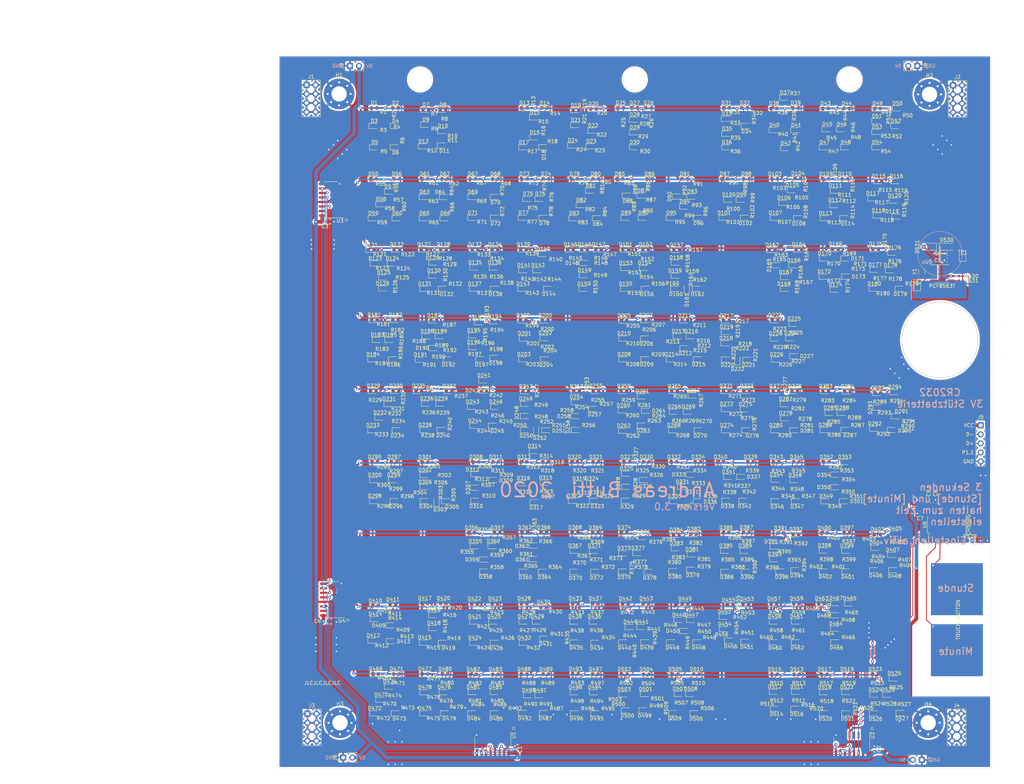
<source format=kicad_pcb>
(kicad_pcb (version 20171130) (host pcbnew 5.1.6-c6e7f7d~87~ubuntu18.04.1)
  (layers (0 F.Cu signal) (31 B.Cu signal) (34 B.Paste user) (35 F.Paste user) (36 B.SilkS user) (37 F.SilkS user) (38 B.Mask user) (39 F.Mask user) (44 Edge.Cuts user))
  (net 0 "")
  (net 1 "Net-(D1-Pad2)")
  (net 2 /1/1/-)
  (net 3 "Net-(D2-Pad2)")
  (net 4 "Net-(D3-Pad2)")
  (net 5 "Net-(D4-Pad2)")
  (net 6 "Net-(D5-Pad2)")
  (net 7 "Net-(D6-Pad2)")
  (net 8 /1/1/+)
  (net 9 "Net-(D7-Pad2)")
  (net 10 "Net-(D8-Pad2)")
  (net 11 "Net-(D9-Pad2)")
  (net 12 "Net-(D10-Pad2)")
  (net 13 "Net-(D11-Pad2)")
  (net 14 "Net-(D12-Pad2)")
  (net 15 "Net-(D13-Pad2)")
  (net 16 /4/1/-)
  (net 17 "Net-(D14-Pad2)")
  (net 18 "Net-(D15-Pad2)")
  (net 19 "Net-(D16-Pad2)")
  (net 20 "Net-(D17-Pad2)")
  (net 21 "Net-(D18-Pad2)")
  (net 22 "Net-(D19-Pad2)")
  (net 23 /5/1/-)
  (net 24 "Net-(D20-Pad2)")
  (net 25 "Net-(D21-Pad2)")
  (net 26 "Net-(D22-Pad2)")
  (net 27 "Net-(D23-Pad2)")
  (net 28 "Net-(D24-Pad2)")
  (net 29 "Net-(D25-Pad2)")
  (net 30 /6/1/-)
  (net 31 "Net-(D26-Pad2)")
  (net 32 "Net-(D27-Pad2)")
  (net 33 "Net-(D28-Pad2)")
  (net 34 "Net-(D29-Pad2)")
  (net 35 "Net-(D30-Pad2)")
  (net 36 "Net-(D31-Pad2)")
  (net 37 /8/1/-)
  (net 38 "Net-(D32-Pad2)")
  (net 39 "Net-(D33-Pad2)")
  (net 40 "Net-(D34-Pad2)")
  (net 41 "Net-(D35-Pad2)")
  (net 42 "Net-(D36-Pad2)")
  (net 43 "Net-(D37-Pad2)")
  (net 44 /9/1/-)
  (net 45 "Net-(D38-Pad2)")
  (net 46 "Net-(D39-Pad2)")
  (net 47 "Net-(D40-Pad2)")
  (net 48 "Net-(D41-Pad2)")
  (net 49 "Net-(D42-Pad2)")
  (net 50 "Net-(D43-Pad2)")
  (net 51 /10/1/-)
  (net 52 "Net-(D44-Pad2)")
  (net 53 "Net-(D45-Pad2)")
  (net 54 "Net-(D46-Pad2)")
  (net 55 "Net-(D47-Pad2)")
  (net 56 "Net-(D48-Pad2)")
  (net 57 "Net-(D49-Pad2)")
  (net 58 /11/1/-)
  (net 59 "Net-(D50-Pad2)")
  (net 60 "Net-(D51-Pad2)")
  (net 61 "Net-(D52-Pad2)")
  (net 62 "Net-(D53-Pad2)")
  (net 63 "Net-(D54-Pad2)")
  (net 64 "Net-(D55-Pad2)")
  (net 65 "Net-(D56-Pad2)")
  (net 66 "Net-(D57-Pad2)")
  (net 67 "Net-(D58-Pad2)")
  (net 68 "Net-(D59-Pad2)")
  (net 69 "Net-(D60-Pad2)")
  (net 70 /1/2/+)
  (net 71 "Net-(D61-Pad2)")
  (net 72 "Net-(D62-Pad2)")
  (net 73 "Net-(D63-Pad2)")
  (net 74 "Net-(D64-Pad2)")
  (net 75 "Net-(D65-Pad2)")
  (net 76 "Net-(D66-Pad2)")
  (net 77 "Net-(D67-Pad2)")
  (net 78 /3/2/-)
  (net 79 "Net-(D68-Pad2)")
  (net 80 "Net-(D69-Pad2)")
  (net 81 "Net-(D70-Pad2)")
  (net 82 "Net-(D71-Pad2)")
  (net 83 "Net-(D72-Pad2)")
  (net 84 "Net-(D73-Pad2)")
  (net 85 "Net-(D74-Pad2)")
  (net 86 "Net-(D75-Pad2)")
  (net 87 "Net-(D76-Pad2)")
  (net 88 "Net-(D77-Pad2)")
  (net 89 "Net-(D78-Pad2)")
  (net 90 "Net-(D79-Pad2)")
  (net 91 "Net-(D80-Pad2)")
  (net 92 "Net-(D81-Pad2)")
  (net 93 "Net-(D82-Pad2)")
  (net 94 "Net-(D83-Pad2)")
  (net 95 "Net-(D84-Pad2)")
  (net 96 "Net-(D85-Pad2)")
  (net 97 "Net-(D86-Pad2)")
  (net 98 "Net-(D87-Pad2)")
  (net 99 "Net-(D88-Pad2)")
  (net 100 "Net-(D89-Pad2)")
  (net 101 "Net-(D90-Pad2)")
  (net 102 "Net-(D91-Pad2)")
  (net 103 /7/2/-)
  (net 104 "Net-(D92-Pad2)")
  (net 105 "Net-(D93-Pad2)")
  (net 106 "Net-(D94-Pad2)")
  (net 107 "Net-(D95-Pad2)")
  (net 108 "Net-(D96-Pad2)")
  (net 109 "Net-(D97-Pad2)")
  (net 110 "Net-(D98-Pad2)")
  (net 111 "Net-(D99-Pad2)")
  (net 112 "Net-(D100-Pad2)")
  (net 113 "Net-(D101-Pad2)")
  (net 114 "Net-(D102-Pad2)")
  (net 115 "Net-(D103-Pad2)")
  (net 116 "Net-(D104-Pad2)")
  (net 117 "Net-(D105-Pad2)")
  (net 118 "Net-(D106-Pad2)")
  (net 119 "Net-(D107-Pad2)")
  (net 120 "Net-(D108-Pad2)")
  (net 121 "Net-(D109-Pad2)")
  (net 122 "Net-(D110-Pad2)")
  (net 123 "Net-(D111-Pad2)")
  (net 124 "Net-(D112-Pad2)")
  (net 125 "Net-(D113-Pad2)")
  (net 126 "Net-(D114-Pad2)")
  (net 127 "Net-(D115-Pad2)")
  (net 128 "Net-(D116-Pad2)")
  (net 129 "Net-(D117-Pad2)")
  (net 130 "Net-(D118-Pad2)")
  (net 131 "Net-(D119-Pad2)")
  (net 132 "Net-(D120-Pad2)")
  (net 133 "Net-(D121-Pad2)")
  (net 134 "Net-(D122-Pad2)")
  (net 135 "Net-(D123-Pad2)")
  (net 136 "Net-(D124-Pad2)")
  (net 137 "Net-(D125-Pad2)")
  (net 138 "Net-(D126-Pad2)")
  (net 139 /1/3/+)
  (net 140 GND)
  (net 141 VCC)
  (net 142 "Net-(D127-Pad2)")
  (net 143 "Net-(D128-Pad2)")
  (net 144 "Net-(D129-Pad2)")
  (net 145 "Net-(D130-Pad2)")
  (net 146 "Net-(D131-Pad2)")
  (net 147 "Net-(D132-Pad2)")
  (net 148 /2/1/-)
  (net 149 "Net-(D133-Pad2)")
  (net 150 "Net-(D134-Pad2)")
  (net 151 "Net-(D135-Pad2)")
  (net 152 "Net-(D136-Pad2)")
  (net 153 "Net-(D137-Pad2)")
  (net 154 "Net-(D138-Pad2)")
  (net 155 "Net-(D139-Pad2)")
  (net 156 "Net-(D140-Pad2)")
  (net 157 "Net-(D141-Pad2)")
  (net 158 "Net-(D142-Pad2)")
  (net 159 "Net-(D143-Pad2)")
  (net 160 "Net-(D144-Pad2)")
  (net 161 "Net-(D145-Pad2)")
  (net 162 "Net-(D146-Pad2)")
  (net 163 "Net-(D147-Pad2)")
  (net 164 "Net-(D148-Pad2)")
  (net 165 "Net-(D149-Pad2)")
  (net 166 "Net-(D150-Pad2)")
  (net 167 "Net-(D151-Pad2)")
  (net 168 "Net-(D152-Pad2)")
  (net 169 "Net-(D153-Pad2)")
  (net 170 "Net-(D154-Pad2)")
  (net 171 "Net-(D155-Pad2)")
  (net 172 "Net-(D156-Pad2)")
  (net 173 "Net-(D157-Pad2)")
  (net 174 "Net-(D158-Pad2)")
  (net 175 "Net-(D159-Pad2)")
  (net 176 "Net-(D160-Pad2)")
  (net 177 "Net-(D161-Pad2)")
  (net 178 "Net-(D162-Pad2)")
  (net 179 "Net-(D163-Pad2)")
  (net 180 "Net-(D164-Pad2)")
  (net 181 "Net-(D165-Pad2)")
  (net 182 "Net-(D166-Pad2)")
  (net 183 "Net-(D167-Pad2)")
  (net 184 "Net-(D168-Pad2)")
  (net 185 "Net-(D169-Pad2)")
  (net 186 "Net-(D170-Pad2)")
  (net 187 "Net-(D171-Pad2)")
  (net 188 "Net-(D172-Pad2)")
  (net 189 "Net-(D173-Pad2)")
  (net 190 "Net-(D174-Pad2)")
  (net 191 "Net-(D175-Pad2)")
  (net 192 "Net-(D176-Pad2)")
  (net 193 "Net-(D177-Pad2)")
  (net 194 "Net-(D178-Pad2)")
  (net 195 "Net-(D179-Pad2)")
  (net 196 "Net-(D180-Pad2)")
  (net 197 "Net-(D181-Pad2)")
  (net 198 "Net-(D182-Pad2)")
  (net 199 "Net-(D183-Pad2)")
  (net 200 "Net-(D184-Pad2)")
  (net 201 "Net-(D185-Pad2)")
  (net 202 "Net-(D186-Pad2)")
  (net 203 /1/4/+)
  (net 204 "Net-(D187-Pad2)")
  (net 205 "Net-(D188-Pad2)")
  (net 206 "Net-(D189-Pad2)")
  (net 207 "Net-(D190-Pad2)")
  (net 208 "Net-(D191-Pad2)")
  (net 209 "Net-(D192-Pad2)")
  (net 210 "Net-(D193-Pad2)")
  (net 211 "Net-(D194-Pad2)")
  (net 212 "Net-(D195-Pad2)")
  (net 213 "Net-(D196-Pad2)")
  (net 214 "Net-(D197-Pad2)")
  (net 215 "Net-(D198-Pad2)")
  (net 216 "Net-(D199-Pad2)")
  (net 217 "Net-(D200-Pad2)")
  (net 218 "Net-(D201-Pad2)")
  (net 219 "Net-(D202-Pad2)")
  (net 220 "Net-(D203-Pad2)")
  (net 221 "Net-(D204-Pad2)")
  (net 222 "Net-(D205-Pad2)")
  (net 223 "Net-(D206-Pad2)")
  (net 224 "Net-(D207-Pad2)")
  (net 225 "Net-(D208-Pad2)")
  (net 226 "Net-(D209-Pad2)")
  (net 227 "Net-(D210-Pad2)")
  (net 228 "Net-(D211-Pad2)")
  (net 229 "Net-(D212-Pad2)")
  (net 230 "Net-(D213-Pad2)")
  (net 231 "Net-(D214-Pad2)")
  (net 232 "Net-(D215-Pad2)")
  (net 233 "Net-(D216-Pad2)")
  (net 234 "Net-(D217-Pad2)")
  (net 235 "Net-(D218-Pad2)")
  (net 236 "Net-(D219-Pad2)")
  (net 237 "Net-(D220-Pad2)")
  (net 238 "Net-(D221-Pad2)")
  (net 239 "Net-(D222-Pad2)")
  (net 240 "Net-(D223-Pad2)")
  (net 241 "Net-(D224-Pad2)")
  (net 242 "Net-(D225-Pad2)")
  (net 243 "Net-(D226-Pad2)")
  (net 244 "Net-(D227-Pad2)")
  (net 245 "Net-(D228-Pad2)")
  (net 246 "Net-(D229-Pad2)")
  (net 247 "Net-(D230-Pad2)")
  (net 248 "Net-(D231-Pad2)")
  (net 249 "Net-(D232-Pad2)")
  (net 250 "Net-(D233-Pad2)")
  (net 251 "Net-(D234-Pad2)")
  (net 252 /1/5/+)
  (net 253 "Net-(D235-Pad2)")
  (net 254 "Net-(D236-Pad2)")
  (net 255 "Net-(D237-Pad2)")
  (net 256 "Net-(D238-Pad2)")
  (net 257 "Net-(D239-Pad2)")
  (net 258 "Net-(D240-Pad2)")
  (net 259 "Net-(D241-Pad2)")
  (net 260 "Net-(D242-Pad2)")
  (net 261 "Net-(D243-Pad2)")
  (net 262 "Net-(D244-Pad2)")
  (net 263 "Net-(D245-Pad2)")
  (net 264 "Net-(D246-Pad2)")
  (net 265 "Net-(D247-Pad2)")
  (net 266 "Net-(D248-Pad2)")
  (net 267 "Net-(D249-Pad2)")
  (net 268 "Net-(D250-Pad2)")
  (net 269 "Net-(D251-Pad2)")
  (net 270 "Net-(D252-Pad2)")
  (net 271 "Net-(D253-Pad2)")
  (net 272 "Net-(D254-Pad2)")
  (net 273 "Net-(D255-Pad2)")
  (net 274 "Net-(D256-Pad2)")
  (net 275 "Net-(D257-Pad2)")
  (net 276 "Net-(D258-Pad2)")
  (net 277 "Net-(D259-Pad2)")
  (net 278 "Net-(D260-Pad2)")
  (net 279 "Net-(D261-Pad2)")
  (net 280 "Net-(D262-Pad2)")
  (net 281 "Net-(D263-Pad2)")
  (net 282 "Net-(D264-Pad2)")
  (net 283 "Net-(D265-Pad2)")
  (net 284 "Net-(D266-Pad2)")
  (net 285 "Net-(D267-Pad2)")
  (net 286 "Net-(D268-Pad2)")
  (net 287 "Net-(D269-Pad2)")
  (net 288 "Net-(D270-Pad2)")
  (net 289 "Net-(D271-Pad2)")
  (net 290 "Net-(D272-Pad2)")
  (net 291 "Net-(D273-Pad2)")
  (net 292 "Net-(D274-Pad2)")
  (net 293 "Net-(D275-Pad2)")
  (net 294 "Net-(D276-Pad2)")
  (net 295 "Net-(D277-Pad2)")
  (net 296 "Net-(D278-Pad2)")
  (net 297 "Net-(D279-Pad2)")
  (net 298 "Net-(D280-Pad2)")
  (net 299 "Net-(D281-Pad2)")
  (net 300 "Net-(D282-Pad2)")
  (net 301 "Net-(D283-Pad2)")
  (net 302 "Net-(D284-Pad2)")
  (net 303 "Net-(D285-Pad2)")
  (net 304 "Net-(D286-Pad2)")
  (net 305 "Net-(D287-Pad2)")
  (net 306 "Net-(D288-Pad2)")
  (net 307 "Net-(D289-Pad2)")
  (net 308 "Net-(D290-Pad2)")
  (net 309 "Net-(D291-Pad2)")
  (net 310 "Net-(D292-Pad2)")
  (net 311 "Net-(D293-Pad2)")
  (net 312 "Net-(D294-Pad2)")
  (net 313 "Net-(D295-Pad2)")
  (net 314 "Net-(D296-Pad2)")
  (net 315 "Net-(D297-Pad2)")
  (net 316 "Net-(D298-Pad2)")
  (net 317 "Net-(D299-Pad2)")
  (net 318 "Net-(D300-Pad2)")
  (net 319 "Net-(D301-Pad2)")
  (net 320 "Net-(D302-Pad2)")
  (net 321 "Net-(D303-Pad2)")
  (net 322 "Net-(D304-Pad2)")
  (net 323 "Net-(D305-Pad2)")
  (net 324 "Net-(D306-Pad2)")
  (net 325 /1/6/+)
  (net 326 "Net-(D307-Pad2)")
  (net 327 "Net-(D308-Pad2)")
  (net 328 "Net-(D309-Pad2)")
  (net 329 "Net-(D310-Pad2)")
  (net 330 "Net-(D311-Pad2)")
  (net 331 "Net-(D312-Pad2)")
  (net 332 "Net-(D313-Pad2)")
  (net 333 "Net-(D314-Pad2)")
  (net 334 "Net-(D315-Pad2)")
  (net 335 "Net-(D316-Pad2)")
  (net 336 "Net-(D317-Pad2)")
  (net 337 "Net-(D318-Pad2)")
  (net 338 "Net-(D319-Pad2)")
  (net 339 "Net-(D320-Pad2)")
  (net 340 "Net-(D321-Pad2)")
  (net 341 "Net-(D322-Pad2)")
  (net 342 "Net-(D323-Pad2)")
  (net 343 "Net-(D324-Pad2)")
  (net 344 "Net-(D325-Pad2)")
  (net 345 "Net-(D326-Pad2)")
  (net 346 "Net-(D327-Pad2)")
  (net 347 "Net-(D328-Pad2)")
  (net 348 "Net-(D329-Pad2)")
  (net 349 "Net-(D330-Pad2)")
  (net 350 "Net-(D331-Pad2)")
  (net 351 "Net-(D332-Pad2)")
  (net 352 "Net-(D333-Pad2)")
  (net 353 "Net-(D334-Pad2)")
  (net 354 "Net-(D335-Pad2)")
  (net 355 "Net-(D336-Pad2)")
  (net 356 "Net-(D337-Pad2)")
  (net 357 "Net-(D338-Pad2)")
  (net 358 "Net-(D339-Pad2)")
  (net 359 "Net-(D340-Pad2)")
  (net 360 "Net-(D341-Pad2)")
  (net 361 "Net-(D342-Pad2)")
  (net 362 "Net-(D343-Pad2)")
  (net 363 "Net-(D344-Pad2)")
  (net 364 "Net-(D345-Pad2)")
  (net 365 "Net-(D346-Pad2)")
  (net 366 "Net-(D347-Pad2)")
  (net 367 "Net-(D348-Pad2)")
  (net 368 "Net-(D349-Pad2)")
  (net 369 "Net-(D350-Pad2)")
  (net 370 "Net-(D351-Pad2)")
  (net 371 "Net-(D352-Pad2)")
  (net 372 "Net-(D353-Pad2)")
  (net 373 "Net-(D354-Pad2)")
  (net 374 "Net-(D355-Pad2)")
  (net 375 "Net-(D356-Pad2)")
  (net 376 "Net-(D357-Pad2)")
  (net 377 "Net-(D358-Pad2)")
  (net 378 "Net-(D359-Pad2)")
  (net 379 "Net-(D360-Pad2)")
  (net 380 "Net-(D361-Pad2)")
  (net 381 "Net-(D362-Pad2)")
  (net 382 "Net-(D363-Pad2)")
  (net 383 "Net-(D364-Pad2)")
  (net 384 "Net-(D365-Pad2)")
  (net 385 "Net-(D366-Pad2)")
  (net 386 "Net-(D367-Pad2)")
  (net 387 "Net-(D368-Pad2)")
  (net 388 "Net-(D369-Pad2)")
  (net 389 "Net-(D370-Pad2)")
  (net 390 "Net-(D371-Pad2)")
  (net 391 "Net-(D372-Pad2)")
  (net 392 "Net-(D373-Pad2)")
  (net 393 "Net-(D374-Pad2)")
  (net 394 "Net-(D375-Pad2)")
  (net 395 "Net-(D376-Pad2)")
  (net 396 "Net-(D377-Pad2)")
  (net 397 "Net-(D378-Pad2)")
  (net 398 "Net-(D379-Pad2)")
  (net 399 "Net-(D380-Pad2)")
  (net 400 "Net-(D381-Pad2)")
  (net 401 "Net-(D382-Pad2)")
  (net 402 "Net-(D383-Pad2)")
  (net 403 "Net-(D384-Pad2)")
  (net 404 "Net-(D385-Pad2)")
  (net 405 "Net-(D386-Pad2)")
  (net 406 "Net-(D387-Pad2)")
  (net 407 "Net-(D388-Pad2)")
  (net 408 "Net-(D389-Pad2)")
  (net 409 "Net-(D390-Pad2)")
  (net 410 "Net-(D391-Pad2)")
  (net 411 "Net-(D392-Pad2)")
  (net 412 "Net-(D393-Pad2)")
  (net 413 "Net-(D394-Pad2)")
  (net 414 "Net-(D395-Pad2)")
  (net 415 "Net-(D396-Pad2)")
  (net 416 "Net-(D397-Pad2)")
  (net 417 "Net-(D398-Pad2)")
  (net 418 "Net-(D399-Pad2)")
  (net 419 "Net-(D400-Pad2)")
  (net 420 "Net-(D401-Pad2)")
  (net 421 "Net-(D402-Pad2)")
  (net 422 /10/7/+)
  (net 423 "Net-(D409-Pad2)")
  (net 424 "Net-(D410-Pad2)")
  (net 425 "Net-(D411-Pad2)")
  (net 426 "Net-(D412-Pad2)")
  (net 427 "Net-(D413-Pad2)")
  (net 428 "Net-(D414-Pad2)")
  (net 429 "Net-(D415-Pad2)")
  (net 430 "Net-(D416-Pad2)")
  (net 431 "Net-(D417-Pad2)")
  (net 432 "Net-(D418-Pad2)")
  (net 433 "Net-(D419-Pad2)")
  (net 434 "Net-(D420-Pad2)")
  (net 435 "Net-(D421-Pad2)")
  (net 436 "Net-(D422-Pad2)")
  (net 437 "Net-(D423-Pad2)")
  (net 438 "Net-(D424-Pad2)")
  (net 439 "Net-(D425-Pad2)")
  (net 440 "Net-(D426-Pad2)")
  (net 441 "Net-(D427-Pad2)")
  (net 442 "Net-(D428-Pad2)")
  (net 443 "Net-(D429-Pad2)")
  (net 444 "Net-(D430-Pad2)")
  (net 445 "Net-(D431-Pad2)")
  (net 446 "Net-(D432-Pad2)")
  (net 447 "Net-(D433-Pad2)")
  (net 448 "Net-(D434-Pad2)")
  (net 449 "Net-(D435-Pad2)")
  (net 450 "Net-(D436-Pad2)")
  (net 451 "Net-(D437-Pad2)")
  (net 452 "Net-(D438-Pad2)")
  (net 453 "Net-(D439-Pad2)")
  (net 454 "Net-(D440-Pad2)")
  (net 455 "Net-(D441-Pad2)")
  (net 456 "Net-(D442-Pad2)")
  (net 457 "Net-(D443-Pad2)")
  (net 458 "Net-(D444-Pad2)")
  (net 459 "Net-(D445-Pad2)")
  (net 460 "Net-(D446-Pad2)")
  (net 461 "Net-(D447-Pad2)")
  (net 462 "Net-(D448-Pad2)")
  (net 463 "Net-(D449-Pad2)")
  (net 464 "Net-(D450-Pad2)")
  (net 465 "Net-(D451-Pad2)")
  (net 466 "Net-(D452-Pad2)")
  (net 467 "Net-(D453-Pad2)")
  (net 468 "Net-(D454-Pad2)")
  (net 469 "Net-(D455-Pad2)")
  (net 470 "Net-(D456-Pad2)")
  (net 471 "Net-(D457-Pad2)")
  (net 472 "Net-(D458-Pad2)")
  (net 473 "Net-(D459-Pad2)")
  (net 474 "Net-(D460-Pad2)")
  (net 475 "Net-(D461-Pad2)")
  (net 476 "Net-(D462-Pad2)")
  (net 477 "Net-(D463-Pad2)")
  (net 478 "Net-(D464-Pad2)")
  (net 479 "Net-(D465-Pad2)")
  (net 480 "Net-(D466-Pad2)")
  (net 481 "Net-(D467-Pad2)")
  (net 482 "Net-(D468-Pad2)")
  (net 483 /1/8/+)
  (net 484 "Net-(D469-Pad2)")
  (net 485 "Net-(D470-Pad2)")
  (net 486 "Net-(D471-Pad2)")
  (net 487 "Net-(D472-Pad2)")
  (net 488 "Net-(D473-Pad2)")
  (net 489 "Net-(D474-Pad2)")
  (net 490 "Net-(D475-Pad2)")
  (net 491 "Net-(D476-Pad2)")
  (net 492 "Net-(D477-Pad2)")
  (net 493 "Net-(D478-Pad2)")
  (net 494 "Net-(D479-Pad2)")
  (net 495 "Net-(D480-Pad2)")
  (net 496 "Net-(D481-Pad2)")
  (net 497 "Net-(D482-Pad2)")
  (net 498 "Net-(D483-Pad2)")
  (net 499 "Net-(D484-Pad2)")
  (net 500 "Net-(D485-Pad2)")
  (net 501 "Net-(D486-Pad2)")
  (net 502 "Net-(D487-Pad2)")
  (net 503 "Net-(D488-Pad2)")
  (net 504 "Net-(D489-Pad2)")
  (net 505 "Net-(D490-Pad2)")
  (net 506 "Net-(D491-Pad2)")
  (net 507 "Net-(D492-Pad2)")
  (net 508 "Net-(D493-Pad2)")
  (net 509 "Net-(D494-Pad2)")
  (net 510 "Net-(D495-Pad2)")
  (net 511 "Net-(D496-Pad2)")
  (net 512 "Net-(D497-Pad2)")
  (net 513 "Net-(D498-Pad2)")
  (net 514 "Net-(D499-Pad2)")
  (net 515 "Net-(D500-Pad2)")
  (net 516 "Net-(D501-Pad2)")
  (net 517 "Net-(D502-Pad2)")
  (net 518 "Net-(D503-Pad2)")
  (net 519 "Net-(D504-Pad2)")
  (net 520 "Net-(D505-Pad2)")
  (net 521 "Net-(D506-Pad2)")
  (net 522 "Net-(D507-Pad2)")
  (net 523 "Net-(D508-Pad2)")
  (net 524 "Net-(D509-Pad2)")
  (net 525 "Net-(D510-Pad2)")
  (net 526 "Net-(D511-Pad2)")
  (net 527 "Net-(D512-Pad2)")
  (net 528 "Net-(D513-Pad2)")
  (net 529 "Net-(D514-Pad2)")
  (net 530 "Net-(D515-Pad2)")
  (net 531 "Net-(D516-Pad2)")
  (net 532 "Net-(D517-Pad2)")
  (net 533 "Net-(D518-Pad2)")
  (net 534 "Net-(D519-Pad2)")
  (net 535 "Net-(D520-Pad2)")
  (net 536 "Net-(D521-Pad2)")
  (net 537 "Net-(D522-Pad2)")
  (net 538 "Net-(D523-Pad2)")
  (net 539 "Net-(D524-Pad2)")
  (net 540 "Net-(D525-Pad2)")
  (net 541 "Net-(D526-Pad2)")
  (net 542 "Net-(D527-Pad2)")
  (net 543 "Net-(D528-Pad2)")
  (net 544 /sheet605F1288/+)
  (net 545 "Net-(D403-Pad2)")
  (net 546 "Net-(D404-Pad2)")
  (net 547 "Net-(D405-Pad2)")
  (net 548 "Net-(D406-Pad2)")
  (net 549 "Net-(D407-Pad2)")
  (net 550 "Net-(D408-Pad2)")
  (net 551 "Net-(D529-Pad2)")
  (net 552 /LED_SETUP)
  (net 553 "Net-(C5-Pad1)")
  (net 554 /SCL)
  (net 555 /SDA)
  (net 556 "Net-(TP1-Pad1)")
  (net 557 "Net-(TP2-Pad1)")
  (net 558 "Net-(U5-Pad2)")
  (net 559 "Net-(U5-Pad1)")
  (net 560 /BAT+)
  (net 561 /SER1)
  (net 562 /RCLK)
  (net 563 /SRCLK)
  (net 564 /SRCLR)
  (net 565 /SER2)
  (net 566 /SER3)
  (net 567 +3V3)
  (net 568 /CH552G-Controller/P1.1)
  (net 569 /CH552G-Controller/D+)
  (net 570 /CH552G-Controller/D-)
  (net 571 /CH552G-Controller/TOUCH1)
  (net 572 /CH552G-Controller/TOUCH2)
  (net 573 /SER)
  (module Resistor_SMD:R_0402_1005Metric (layer F.Cu) (at 227.48 154.94)
    (fp_text reference R529 (at 0 -1.17) (layer F.SilkS))
    (fp_text value 1kΩ)
    (pad 2 smd roundrect (at 0.485 0) (size 0.59 0.64) (layers F.Cu F.Paste F.Mask) (net 551 "Net-(D529-Pad2)"))
    (pad 1 smd roundrect (at -0.485 0) (size 0.59 0.64) (layers F.Cu F.Paste F.Mask) (net 552 /LED_SETUP))
  )
  (module Package_SO:SOP-16_4.4x10.4mm_P1.27mm (layer F.Cu) (at 220.98 150.495 90)
    (fp_text reference U6 (at 0 -6.2 90) (layer F.SilkS))
    (fp_text value CH552G (at 0 6.1 90) (layer F.SilkS))
    (pad 16 smd rect (at 3.15 -4.45 90) (size 1.3 0.8) (layers F.Cu F.Paste F.Mask) (net 567 +3V3))
    (pad 15 smd rect (at 3.15 -3.17 90) (size 1.3 0.8) (layers F.Cu F.Paste F.Mask) (net 141 VCC))
    (pad 14 smd rect (at 3.15 -1.91 90) (size 1.3 0.8) (layers F.Cu F.Paste F.Mask) (net 140 GND))
    (pad 13 smd rect (at 3.15 -0.64 90) (size 1.3 0.8) (layers F.Cu F.Paste F.Mask) (net 570 /CH552G-Controller/D-))
    (pad 12 smd rect (at 3.15 0.64 90) (size 1.3 0.8) (layers F.Cu F.Paste F.Mask) (net 569 /CH552G-Controller/D+))
    (pad 11 smd rect (at 3.15 1.91 90) (size 1.3 0.8) (layers F.Cu F.Paste F.Mask) (net 562 /RCLK))
    (pad 10 smd rect (at 3.15 3.17 90) (size 1.3 0.8) (layers F.Cu F.Paste F.Mask) (net 563 /SRCLK))
    (pad 9 smd rect (at 3.15 4.45 90) (size 1.3 0.8) (layers F.Cu F.Paste F.Mask) (net 568 /CH552G-Controller/P1.1))
    (pad 8 smd rect (at -3.15 4.45 90) (size 1.3 0.8) (layers F.Cu F.Paste F.Mask) (net 554 /SCL))
    (pad 7 smd rect (at -3.15 3.17 90) (size 1.3 0.8) (layers F.Cu F.Paste F.Mask) (net 555 /SDA))
    (pad 6 smd rect (at -3.15 1.91 90) (size 1.3 0.8) (layers F.Cu F.Paste F.Mask))
    (pad 5 smd rect (at -3.15 0.64 90) (size 1.3 0.8) (layers F.Cu F.Paste F.Mask) (net 552 /LED_SETUP))
    (pad 4 smd rect (at -3.15 -0.64 90) (size 1.3 0.8) (layers F.Cu F.Paste F.Mask) (net 564 /SRCLR))
    (pad 3 smd rect (at -3.15 -1.91 90) (size 1.3 0.8) (layers F.Cu F.Paste F.Mask) (net 572 /CH552G-Controller/TOUCH2))
    (pad 2 smd rect (at -3.15 -3.17 90) (size 1.3 0.8) (layers F.Cu F.Paste F.Mask) (net 571 /CH552G-Controller/TOUCH1))
    (pad 1 smd rect (at -3.15 -4.45 90) (size 1.3 0.8) (layers F.Cu F.Paste F.Mask) (net 573 /SER))
  )
  (module Connector_PinHeader_2.54mm:PinHeader_1x02_P2.54mm_Vertical (layer F.Cu) (at 53.34 21.59 90)
    (fp_text reference J9 (at 0 -2.33 90) (layer F.SilkS))
    (fp_text value Conn_01x02_Male)
    (pad 2 thru_hole oval (at 0 2.54 90) (size 1.7 1.7) (drill 1) (layers *.Cu *.Mask) (net 141 VCC))
    (pad 1 thru_hole rect (at 0 0 90) (size 1.7 1.7) (drill 1) (layers *.Cu *.Mask) (net 140 GND))
  )
  (module Connector_PinHeader_2.54mm:PinHeader_1x02_P2.54mm_Vertical (layer F.Cu) (at 212.725 21.59 270)
    (fp_text reference J8 (at 0 -2.33 90) (layer F.SilkS))
    (fp_text value Conn_01x02_Male)
    (pad 2 thru_hole oval (at 0 2.54 270) (size 1.7 1.7) (drill 1) (layers *.Cu *.Mask) (net 141 VCC))
    (pad 1 thru_hole rect (at 0 0 270) (size 1.7 1.7) (drill 1) (layers *.Cu *.Mask) (net 140 GND))
  )
  (module Connector_PinHeader_2.54mm:PinHeader_1x02_P2.54mm_Vertical (layer F.Cu) (at 213.995 216.535 270)
    (fp_text reference J7 (at 0 -2.33 90) (layer F.SilkS))
    (fp_text value Conn_01x02_Male)
    (pad 2 thru_hole oval (at 0 2.54 270) (size 1.7 1.7) (drill 1) (layers *.Cu *.Mask) (net 141 VCC))
    (pad 1 thru_hole rect (at 0 0 270) (size 1.7 1.7) (drill 1) (layers *.Cu *.Mask) (net 140 GND))
  )
  (module Connector_PinHeader_2.54mm:PinHeader_1x02_P2.54mm_Vertical (layer F.Cu) (at 51.435 215.9 90)
    (fp_text reference J6 (at 0 -2.33 90) (layer F.SilkS))
    (fp_text value Conn_01x02_Male)
    (pad 2 thru_hole oval (at 0 2.54 90) (size 1.7 1.7) (drill 1) (layers *.Cu *.Mask) (net 141 VCC))
    (pad 1 thru_hole rect (at 0 0 90) (size 1.7 1.7) (drill 1) (layers *.Cu *.Mask) (net 140 GND))
  )
  (module Connector_PinHeader_2.54mm:PinHeader_1x05_P2.54mm_Vertical (layer F.Cu) (at 230.505 122.555)
    (fp_text reference J5 (at 0 -2.33) (layer F.SilkS))
    (fp_text value Conn_01x05_Male)
    (pad 5 thru_hole oval (at 0 10.16) (size 1.7 1.7) (drill 1) (layers *.Cu *.Mask) (net 140 GND))
    (pad 4 thru_hole oval (at 0 7.62) (size 1.7 1.7) (drill 1) (layers *.Cu *.Mask) (net 568 /CH552G-Controller/P1.1))
    (pad 3 thru_hole oval (at 0 5.08) (size 1.7 1.7) (drill 1) (layers *.Cu *.Mask) (net 569 /CH552G-Controller/D+))
    (pad 2 thru_hole oval (at 0 2.54) (size 1.7 1.7) (drill 1) (layers *.Cu *.Mask) (net 570 /CH552G-Controller/D-))
    (pad 1 thru_hole rect (at 0 0) (size 1.7 1.7) (drill 1) (layers *.Cu *.Mask) (net 141 VCC))
  )
  (module Capacitor_SMD:C_0603_1608Metric (layer F.Cu) (at 215.9 144.2975 90)
    (fp_text reference C9 (at 2.6925 0 90) (layer F.SilkS))
    (fp_text value 1µF)
    (pad 2 smd roundrect (at 0.7875 0 90) (size 0.875 0.95) (layers F.Cu F.Paste F.Mask) (net 140 GND))
    (pad 1 smd roundrect (at -0.7875 0 90) (size 0.875 0.95) (layers F.Cu F.Paste F.Mask) (net 141 VCC))
  )
  (module Capacitor_SMD:C_0603_1608Metric (layer F.Cu) (at 217.805 144.2975 90)
    (fp_text reference C8 (at 2.6925 0 90) (layer F.SilkS))
    (fp_text value 100nF)
    (pad 2 smd roundrect (at 0.7875 0 90) (size 0.875 0.95) (layers F.Cu F.Paste F.Mask) (net 140 GND))
    (pad 1 smd roundrect (at -0.7875 0 90) (size 0.875 0.95) (layers F.Cu F.Paste F.Mask) (net 141 VCC))
  )
  (module Capacitor_SMD:C_0603_1608Metric (layer F.Cu) (at 213.5125 147.32 180)
    (fp_text reference C7 (at 0 -1.43) (layer F.SilkS))
    (fp_text value 100nF)
    (pad 2 smd roundrect (at 0.7875 0 180) (size 0.875 0.95) (layers F.Cu F.Paste F.Mask) (net 140 GND))
    (pad 1 smd roundrect (at -0.7875 0 180) (size 0.875 0.95) (layers F.Cu F.Paste F.Mask) (net 567 +3V3))
  )
  (module TestPoint:TestPoint_Pad_1.5x1.5mm (layer B.Cu) (at 219.075 84.455)
    (fp_text reference TP3)
    (fp_text value TestPoint)
    (pad 1 smd rect (at 0 0) (size 15 5) (layers B.Cu B.Mask) (net 560 /BAT+))
  )
  (module Capacitor_SMD:C_0603_1608Metric (layer F.Cu) (at 221.1325 74.295 180)
    (fp_text reference C6 (at 2.6925 0) (layer F.SilkS))
    (fp_text value 1µF)
    (pad 2 smd roundrect (at 0.7875 0 180) (size 0.875 0.95) (layers F.Cu F.Paste F.Mask) (net 140 GND))
    (pad 1 smd roundrect (at -0.7875 0 180) (size 0.875 0.95) (layers F.Cu F.Paste F.Mask) (net 553 "Net-(C5-Pad1)"))
  )
  (module Crystal:Crystal_SMD_3215-2Pin_3.2x1.5mm (layer F.Cu) (at 213.995 79.355 90)
    (fp_text reference Y1 (at 0 -2 90) (layer F.SilkS))
    (fp_text value Crystal)
    (pad 2 smd rect (at -1.25 0 90) (size 1 1.8) (layers F.Cu F.Paste F.Mask) (net 558 "Net-(U5-Pad2)"))
    (pad 1 smd rect (at 1.25 0 90) (size 1 1.8) (layers F.Cu F.Paste F.Mask) (net 559 "Net-(U5-Pad1)"))
  )
  (module Package_SO:SOIC-8_3.9x4.9mm_P1.27mm (layer F.Cu) (at 219.71 80.01)
    (fp_text reference U5 (at -3.81 -3.4) (layer F.SilkS))
    (fp_text value PCF8563T (at 0 3.4) (layer F.SilkS))
    (pad 8 smd roundrect (at 2.475 -1.905) (size 1.95 0.6) (layers F.Cu F.Paste F.Mask) (net 553 "Net-(C5-Pad1)"))
    (pad 7 smd roundrect (at 2.475 -0.635) (size 1.95 0.6) (layers F.Cu F.Paste F.Mask) (net 556 "Net-(TP1-Pad1)"))
    (pad 6 smd roundrect (at 2.475 0.635) (size 1.95 0.6) (layers F.Cu F.Paste F.Mask) (net 554 /SCL))
    (pad 5 smd roundrect (at 2.475 1.905) (size 1.95 0.6) (layers F.Cu F.Paste F.Mask) (net 555 /SDA))
    (pad 4 smd roundrect (at -2.475 1.905) (size 1.95 0.6) (layers F.Cu F.Paste F.Mask) (net 140 GND))
    (pad 3 smd roundrect (at -2.475 0.635) (size 1.95 0.6) (layers F.Cu F.Paste F.Mask) (net 557 "Net-(TP2-Pad1)"))
    (pad 2 smd roundrect (at -2.475 -0.635) (size 1.95 0.6) (layers F.Cu F.Paste F.Mask) (net 558 "Net-(U5-Pad2)"))
    (pad 1 smd roundrect (at -2.475 -1.905) (size 1.95 0.6) (layers F.Cu F.Paste F.Mask) (net 559 "Net-(U5-Pad1)"))
  )
  (module TestPoint:TestPoint_Pad_1.5x1.5mm (layer F.Cu) (at 212.725 83.82)
    (fp_text reference TP2 (at 0 -1.648) (layer F.SilkS))
    (fp_text value TestPoint)
    (pad 1 smd rect (at 0 0) (size 1.5 1.5) (layers F.Cu F.Mask) (net 557 "Net-(TP2-Pad1)"))
  )
  (module TestPoint:TestPoint_Pad_1.5x1.5mm (layer F.Cu) (at 225.425 75.565)
    (fp_text reference TP1 (at 0 -1.648) (layer F.SilkS))
    (fp_text value TestPoint)
    (pad 1 smd rect (at 0 0) (size 1.5 1.5) (layers F.Cu F.Mask) (net 556 "Net-(TP1-Pad1)"))
  )
  (module Resistor_SMD:R_0402_1005Metric (layer F.Cu) (at 224.94 81.915)
    (fp_text reference R531 (at 3.025 0) (layer F.SilkS))
    (fp_text value 4.7kΩ)
    (pad 2 smd roundrect (at 0.485 0) (size 0.59 0.64) (layers F.Cu F.Paste F.Mask) (net 141 VCC))
    (pad 1 smd roundrect (at -0.485 0) (size 0.59 0.64) (layers F.Cu F.Paste F.Mask) (net 555 /SDA))
  )
  (module Resistor_SMD:R_0402_1005Metric (layer F.Cu) (at 224.94 80.645)
    (fp_text reference R530 (at 3.025 0) (layer F.SilkS))
    (fp_text value 4.7kΩ)
    (pad 2 smd roundrect (at 0.485 0) (size 0.59 0.64) (layers F.Cu F.Paste F.Mask) (net 141 VCC))
    (pad 1 smd roundrect (at -0.485 0) (size 0.59 0.64) (layers F.Cu F.Paste F.Mask) (net 554 /SCL))
  )
  (module Diode_SMD:D_SOD-123F (layer F.Cu) (at 215.9 72.39 180)
    (fp_text reference D531 (at 3.175 0 90) (layer F.SilkS))
    (fp_text value SM4007PL)
    (pad 2 smd rect (at 1.4 0 180) (size 1.1 1.1) (layers F.Cu F.Paste F.Mask) (net 560 /BAT+))
    (pad 1 smd rect (at -1.4 0 180) (size 1.1 1.1) (layers F.Cu F.Paste F.Mask) (net 553 "Net-(C5-Pad1)"))
  )
  (module Diode_SMD:D_SOD-123F (layer F.Cu) (at 221.11 72.39)
    (fp_text reference D530 (at -0.127 -1.905) (layer F.SilkS))
    (fp_text value SM4007PL)
    (pad 2 smd rect (at 1.4 0) (size 1.1 1.1) (layers F.Cu F.Paste F.Mask) (net 141 VCC))
    (pad 1 smd rect (at -1.4 0) (size 1.1 1.1) (layers F.Cu F.Paste F.Mask) (net 553 "Net-(C5-Pad1)"))
  )
  (module Capacitor_SMD:C_0603_1608Metric (layer F.Cu) (at 221.1325 76.2 180)
    (fp_text reference C5 (at 2.6925 0) (layer F.SilkS))
    (fp_text value 100nF)
    (pad 2 smd roundrect (at 0.7875 0 180) (size 0.875 0.95) (layers F.Cu F.Paste F.Mask) (net 140 GND))
    (pad 1 smd roundrect (at -0.7875 0 180) (size 0.875 0.95) (layers F.Cu F.Paste F.Mask) (net 553 "Net-(C5-Pad1)"))
  )
  (module LED_SMD:LED_0805_2012Metric_Pad1.15x1.40mm_HandSolder (layer B.Cu) (at 229.235 154.94 180)
    (fp_text reference D529 hide)
    (fp_text value red)
    (pad 2 smd roundrect (at 1.025 0 180) (size 1.15 1.4) (layers B.Cu B.Paste B.Mask) (roundrect_rratio 0.217391) (net 551 "Net-(D529-Pad2)"))
    (pad 1 smd roundrect (at -1.025 0 180) (size 1.15 1.4) (layers B.Cu B.Paste B.Mask) (roundrect_rratio 0.217391) (net 140 GND))
  )
  (module Resistor_SMD:R_0402_1005Metric (layer F.Cu) (at 206.7155 161.925)
    (fp_text reference R408 (at 2.8345 0) (layer F.SilkS))
    (fp_text value Rled)
    (pad 2 smd roundrect (at 0.485 0) (size 0.59 0.64) (layers F.Cu F.Paste F.Mask) (net 550 "Net-(D408-Pad2)"))
    (pad 1 smd roundrect (at -0.485 0) (size 0.59 0.64) (layers F.Cu F.Paste F.Mask) (net 422 /10/7/+))
  )
  (module Resistor_SMD:R_0402_1005Metric (layer F.Cu) (at 206.375 160.274)
    (fp_text reference R407 (at 2.794 0.0635) (layer F.SilkS))
    (fp_text value Rled)
    (pad 2 smd roundrect (at 0.485 0) (size 0.59 0.64) (layers F.Cu F.Paste F.Mask) (net 549 "Net-(D407-Pad2)"))
    (pad 1 smd roundrect (at -0.485 0) (size 0.59 0.64) (layers F.Cu F.Paste F.Mask) (net 422 /10/7/+))
  )
  (module Resistor_SMD:R_0402_1005Metric (layer F.Cu) (at 201.318 161.925)
    (fp_text reference R406 (at 0 -1.17) (layer F.SilkS))
    (fp_text value Rled)
    (pad 2 smd roundrect (at 0.485 0) (size 0.59 0.64) (layers F.Cu F.Paste F.Mask) (net 548 "Net-(D406-Pad2)"))
    (pad 1 smd roundrect (at -0.485 0) (size 0.59 0.64) (layers F.Cu F.Paste F.Mask) (net 422 /10/7/+))
  )
  (module Resistor_SMD:R_0402_1005Metric (layer F.Cu) (at 207.01 154.2415)
    (fp_text reference R405 (at 0.127 1.0795) (layer F.SilkS))
    (fp_text value Rled)
    (pad 2 smd roundrect (at 0.485 0) (size 0.59 0.64) (layers F.Cu F.Paste F.Mask) (net 547 "Net-(D405-Pad2)"))
    (pad 1 smd roundrect (at -0.485 0) (size 0.59 0.64) (layers F.Cu F.Paste F.Mask) (net 422 /10/7/+))
  )
  (module Resistor_SMD:R_0402_1005Metric (layer F.Cu) (at 201.7165 158.3055)
    (fp_text reference R404 (at 0.023 1.143) (layer F.SilkS))
    (fp_text value Rled)
    (pad 2 smd roundrect (at 0.485 0) (size 0.59 0.64) (layers F.Cu F.Paste F.Mask) (net 546 "Net-(D404-Pad2)"))
    (pad 1 smd roundrect (at -0.485 0) (size 0.59 0.64) (layers F.Cu F.Paste F.Mask) (net 422 /10/7/+))
  )
  (module Resistor_SMD:R_0402_1005Metric (layer F.Cu) (at 202.08 154.4955)
    (fp_text reference R403 (at -2.944 0.0635) (layer F.SilkS))
    (fp_text value Rled)
    (pad 2 smd roundrect (at 0.485 0) (size 0.59 0.64) (layers F.Cu F.Paste F.Mask) (net 545 "Net-(D403-Pad2)"))
    (pad 1 smd roundrect (at -0.485 0) (size 0.59 0.64) (layers F.Cu F.Paste F.Mask) (net 422 /10/7/+))
  )
  (module LED_SMD:LED_0603_1608Metric (layer F.Cu) (at 206.159 163.2585)
    (fp_text reference D408 (at 0.216 1.651) (layer F.SilkS))
    (fp_text value LEDCLOCK)
    (pad 2 smd roundrect (at 0.7875 0) (size 0.875 0.95) (layers F.Cu F.Paste F.Mask) (net 550 "Net-(D408-Pad2)"))
    (pad 1 smd roundrect (at -0.7875 0) (size 0.875 0.95) (layers F.Cu F.Paste F.Mask) (net 58 /11/1/-))
  )
  (module LED_SMD:LED_0603_1608Metric (layer F.Cu) (at 205.8035 158.9405)
    (fp_text reference D407 (at 0 -1.43) (layer F.SilkS))
    (fp_text value LEDCLOCK)
    (pad 2 smd roundrect (at 0.7875 0) (size 0.875 0.95) (layers F.Cu F.Paste F.Mask) (net 549 "Net-(D407-Pad2)"))
    (pad 1 smd roundrect (at -0.7875 0) (size 0.875 0.95) (layers F.Cu F.Paste F.Mask) (net 58 /11/1/-))
  )
  (module LED_SMD:LED_0603_1608Metric (layer F.Cu) (at 200.787 163.2585)
    (fp_text reference D406 (at 0.254 1.524) (layer F.SilkS))
    (fp_text value LEDCLOCK)
    (pad 2 smd roundrect (at 0.7875 0) (size 0.875 0.95) (layers F.Cu F.Paste F.Mask) (net 548 "Net-(D406-Pad2)"))
    (pad 1 smd roundrect (at -0.7875 0) (size 0.875 0.95) (layers F.Cu F.Paste F.Mask) (net 58 /11/1/-))
  )
  (module LED_SMD:LED_0603_1608Metric (layer F.Cu) (at 206.4765 152.9715)
    (fp_text reference D405 (at 0 -1.43) (layer F.SilkS))
    (fp_text value LEDCLOCK)
    (pad 2 smd roundrect (at 0.7875 0) (size 0.875 0.95) (layers F.Cu F.Paste F.Mask) (net 547 "Net-(D405-Pad2)"))
    (pad 1 smd roundrect (at -0.7875 0) (size 0.875 0.95) (layers F.Cu F.Paste F.Mask) (net 58 /11/1/-))
  )
  (module LED_SMD:LED_0603_1608Metric (layer F.Cu) (at 201.1425 156.972)
    (fp_text reference D404 (at 0 -1.43) (layer F.SilkS))
    (fp_text value LEDCLOCK)
    (pad 2 smd roundrect (at 0.7875 0) (size 0.875 0.95) (layers F.Cu F.Paste F.Mask) (net 546 "Net-(D404-Pad2)"))
    (pad 1 smd roundrect (at -0.7875 0) (size 0.875 0.95) (layers F.Cu F.Paste F.Mask) (net 58 /11/1/-))
  )
  (module LED_SMD:LED_0603_1608Metric (layer F.Cu) (at 201.5235 153.162)
    (fp_text reference D403 (at 0 -1.43) (layer F.SilkS))
    (fp_text value LEDCLOCK)
    (pad 2 smd roundrect (at 0.7875 0) (size 0.875 0.95) (layers F.Cu F.Paste F.Mask) (net 545 "Net-(D403-Pad2)"))
    (pad 1 smd roundrect (at -0.7875 0) (size 0.875 0.95) (layers F.Cu F.Paste F.Mask) (net 58 /11/1/-))
  )
  (module Resistor_SMD:R_0402_1005Metric (layer F.Cu) (at 205.001 199.644 180)
    (fp_text reference R528 (at 0 -1.17) (layer F.SilkS))
    (fp_text value Rled)
    (pad 2 smd roundrect (at 0.485 0 180) (size 0.59 0.64) (layers F.Cu F.Paste F.Mask) (net 543 "Net-(D528-Pad2)"))
    (pad 1 smd roundrect (at -0.485 0 180) (size 0.59 0.64) (layers F.Cu F.Paste F.Mask) (net 544 /sheet605F1288/+))
  )
  (module Resistor_SMD:R_0402_1005Metric (layer F.Cu) (at 208.7475 202.057 180)
    (fp_text reference R527 (at -0.2945 1.143) (layer F.SilkS))
    (fp_text value Rled)
    (pad 2 smd roundrect (at 0.485 0 180) (size 0.59 0.64) (layers F.Cu F.Paste F.Mask) (net 542 "Net-(D527-Pad2)"))
    (pad 1 smd roundrect (at -0.485 0 180) (size 0.59 0.64) (layers F.Cu F.Paste F.Mask) (net 544 /sheet605F1288/+))
  )
  (module Resistor_SMD:R_0402_1005Metric (layer F.Cu) (at 201.295 202.057 180)
    (fp_text reference R526 (at 2.794 0.127) (layer F.SilkS))
    (fp_text value Rled)
    (pad 2 smd roundrect (at 0.485 0 180) (size 0.59 0.64) (layers F.Cu F.Paste F.Mask) (net 541 "Net-(D526-Pad2)"))
    (pad 1 smd roundrect (at -0.485 0 180) (size 0.59 0.64) (layers F.Cu F.Paste F.Mask) (net 544 /sheet605F1288/+))
  )
  (module Resistor_SMD:R_0402_1005Metric (layer F.Cu) (at 206.8195 195.0085 180)
    (fp_text reference R525 (at 0 -1.17) (layer F.SilkS))
    (fp_text value Rled)
    (pad 2 smd roundrect (at 0.485 0 180) (size 0.59 0.64) (layers F.Cu F.Paste F.Mask) (net 540 "Net-(D525-Pad2)"))
    (pad 1 smd roundrect (at -0.485 0 180) (size 0.59 0.64) (layers F.Cu F.Paste F.Mask) (net 544 /sheet605F1288/+))
  )
  (module Resistor_SMD:R_0402_1005Metric (layer F.Cu) (at 201.445 199.5805 180)
    (fp_text reference R524 (at 0 -1.17) (layer F.SilkS))
    (fp_text value Rled)
    (pad 2 smd roundrect (at 0.485 0 180) (size 0.59 0.64) (layers F.Cu F.Paste F.Mask) (net 539 "Net-(D524-Pad2)"))
    (pad 1 smd roundrect (at -0.485 0 180) (size 0.59 0.64) (layers F.Cu F.Paste F.Mask) (net 544 /sheet605F1288/+))
  )
  (module Resistor_SMD:R_0402_1005Metric (layer F.Cu) (at 201.4855 193.802 180)
    (fp_text reference R523 (at 0 -1.17) (layer F.SilkS))
    (fp_text value Rled)
    (pad 2 smd roundrect (at 0.485 0 180) (size 0.59 0.64) (layers F.Cu F.Paste F.Mask) (net 538 "Net-(D523-Pad2)"))
    (pad 1 smd roundrect (at -0.485 0 180) (size 0.59 0.64) (layers F.Cu F.Paste F.Mask) (net 544 /sheet605F1288/+))
  )
  (module Resistor_SMD:R_0402_1005Metric (layer F.Cu) (at 193.444 198.8185 180)
    (fp_text reference R522 (at 0 -1.17) (layer F.SilkS))
    (fp_text value Rled)
    (pad 2 smd roundrect (at 0.485 0 180) (size 0.59 0.64) (layers F.Cu F.Paste F.Mask) (net 537 "Net-(D522-Pad2)"))
    (pad 1 smd roundrect (at -0.485 0 180) (size 0.59 0.64) (layers F.Cu F.Paste F.Mask) (net 544 /sheet605F1288/+))
  )
  (module Resistor_SMD:R_0402_1005Metric (layer F.Cu) (at 193.5075 202.057 180)
    (fp_text reference R521 (at -1.8185 -0.0635 90) (layer F.SilkS))
    (fp_text value Rled)
    (pad 2 smd roundrect (at 0.485 0 180) (size 0.59 0.64) (layers F.Cu F.Paste F.Mask) (net 536 "Net-(D521-Pad2)"))
    (pad 1 smd roundrect (at -0.485 0 180) (size 0.59 0.64) (layers F.Cu F.Paste F.Mask) (net 544 /sheet605F1288/+))
  )
  (module Resistor_SMD:R_0402_1005Metric (layer F.Cu) (at 187.221 202.1205 180)
    (fp_text reference R520 (at 2.817 0) (layer F.SilkS))
    (fp_text value Rled)
    (pad 2 smd roundrect (at 0.485 0 180) (size 0.59 0.64) (layers F.Cu F.Paste F.Mask) (net 535 "Net-(D520-Pad2)"))
    (pad 1 smd roundrect (at -0.485 0 180) (size 0.59 0.64) (layers F.Cu F.Paste F.Mask) (net 544 /sheet605F1288/+))
  )
  (module Resistor_SMD:R_0402_1005Metric (layer F.Cu) (at 193.5075 193.802 180)
    (fp_text reference R519 (at 0 -1.17) (layer F.SilkS))
    (fp_text value Rled)
    (pad 2 smd roundrect (at 0.485 0 180) (size 0.59 0.64) (layers F.Cu F.Paste F.Mask) (net 534 "Net-(D519-Pad2)"))
    (pad 1 smd roundrect (at -0.485 0 180) (size 0.59 0.64) (layers F.Cu F.Paste F.Mask) (net 544 /sheet605F1288/+))
  )
  (module Resistor_SMD:R_0402_1005Metric (layer F.Cu) (at 187.2845 198.882 180)
    (fp_text reference R518 (at 0 -1.17) (layer F.SilkS))
    (fp_text value Rled)
    (pad 2 smd roundrect (at 0.485 0 180) (size 0.59 0.64) (layers F.Cu F.Paste F.Mask) (net 533 "Net-(D518-Pad2)"))
    (pad 1 smd roundrect (at -0.485 0 180) (size 0.59 0.64) (layers F.Cu F.Paste F.Mask) (net 544 /sheet605F1288/+))
  )
  (module Resistor_SMD:R_0402_1005Metric (layer F.Cu) (at 187.1575 193.802 180)
    (fp_text reference R517 (at 0 -1.17) (layer F.SilkS))
    (fp_text value Rled)
    (pad 2 smd roundrect (at 0.485 0 180) (size 0.59 0.64) (layers F.Cu F.Paste F.Mask) (net 532 "Net-(D517-Pad2)"))
    (pad 1 smd roundrect (at -0.485 0 180) (size 0.59 0.64) (layers F.Cu F.Paste F.Mask) (net 544 /sheet605F1288/+))
  )
  (module Resistor_SMD:R_0402_1005Metric (layer F.Cu) (at 179.1565 200.8505 180)
    (fp_text reference R516 (at -2.8345 -0.254) (layer F.SilkS))
    (fp_text value Rled)
    (pad 2 smd roundrect (at 0.485 0 180) (size 0.59 0.64) (layers F.Cu F.Paste F.Mask) (net 531 "Net-(D516-Pad2)"))
    (pad 1 smd roundrect (at -0.485 0 180) (size 0.59 0.64) (layers F.Cu F.Paste F.Mask) (net 544 /sheet605F1288/+))
  )
  (module Resistor_SMD:R_0402_1005Metric (layer F.Cu) (at 173.1875 193.802 180)
    (fp_text reference R515 (at 0 -1.17) (layer F.SilkS))
    (fp_text value Rled)
    (pad 2 smd roundrect (at 0.485 0 180) (size 0.59 0.64) (layers F.Cu F.Paste F.Mask) (net 530 "Net-(D515-Pad2)"))
    (pad 1 smd roundrect (at -0.485 0 180) (size 0.59 0.64) (layers F.Cu F.Paste F.Mask) (net 544 /sheet605F1288/+))
  )
  (module Resistor_SMD:R_0402_1005Metric (layer F.Cu) (at 173.505 200.8505 180)
    (fp_text reference R514 (at 3.0075 0.0635) (layer F.SilkS))
    (fp_text value Rled)
    (pad 2 smd roundrect (at 0.485 0 180) (size 0.59 0.64) (layers F.Cu F.Paste F.Mask) (net 529 "Net-(D514-Pad2)"))
    (pad 1 smd roundrect (at -0.485 0 180) (size 0.59 0.64) (layers F.Cu F.Paste F.Mask) (net 544 /sheet605F1288/+))
  )
  (module Resistor_SMD:R_0402_1005Metric (layer F.Cu) (at 179.4105 193.802 180)
    (fp_text reference R513 (at 0 -1.17) (layer F.SilkS))
    (fp_text value Rled)
    (pad 2 smd roundrect (at 0.485 0 180) (size 0.59 0.64) (layers F.Cu F.Paste F.Mask) (net 528 "Net-(D513-Pad2)"))
    (pad 1 smd roundrect (at -0.485 0 180) (size 0.59 0.64) (layers F.Cu F.Paste F.Mask) (net 544 /sheet605F1288/+))
  )
  (module Resistor_SMD:R_0402_1005Metric (layer F.Cu) (at 173.1875 198.6915 180)
    (fp_text reference R512 (at 0 -1.17) (layer F.SilkS))
    (fp_text value Rled)
    (pad 2 smd roundrect (at 0.485 0 180) (size 0.59 0.64) (layers F.Cu F.Paste F.Mask) (net 527 "Net-(D512-Pad2)"))
    (pad 1 smd roundrect (at -0.485 0 180) (size 0.59 0.64) (layers F.Cu F.Paste F.Mask) (net 544 /sheet605F1288/+))
  )
  (module Resistor_SMD:R_0402_1005Metric (layer F.Cu) (at 179.4105 198.6915 180)
    (fp_text reference R511 (at 0 -1.17) (layer F.SilkS))
    (fp_text value Rled)
    (pad 2 smd roundrect (at 0.485 0 180) (size 0.59 0.64) (layers F.Cu F.Paste F.Mask) (net 526 "Net-(D511-Pad2)"))
    (pad 1 smd roundrect (at -0.485 0 180) (size 0.59 0.64) (layers F.Cu F.Paste F.Mask) (net 544 /sheet605F1288/+))
  )
  (module Resistor_SMD:R_0402_1005Metric (layer F.Cu) (at 151.2165 193.802 180)
    (fp_text reference R510 (at 0 -1.17) (layer F.SilkS))
    (fp_text value Rled)
    (pad 2 smd roundrect (at 0.485 0 180) (size 0.59 0.64) (layers F.Cu F.Paste F.Mask) (net 525 "Net-(D510-Pad2)"))
    (pad 1 smd roundrect (at -0.485 0 180) (size 0.59 0.64) (layers F.Cu F.Paste F.Mask) (net 544 /sheet605F1288/+))
  )
  (module Resistor_SMD:R_0402_1005Metric (layer F.Cu) (at 144.93 202.057 180)
    (fp_text reference R509 (at 2.7535 0.0635 90) (layer F.SilkS))
    (fp_text value Rled)
    (pad 2 smd roundrect (at 0.485 0 180) (size 0.59 0.64) (layers F.Cu F.Paste F.Mask) (net 524 "Net-(D509-Pad2)"))
    (pad 1 smd roundrect (at -0.485 0 180) (size 0.59 0.64) (layers F.Cu F.Paste F.Mask) (net 544 /sheet605F1288/+))
  )
  (module Resistor_SMD:R_0402_1005Metric (layer F.Cu) (at 149.606 199.3265 180)
    (fp_text reference R508 (at -1.3335 -1.143) (layer F.SilkS))
    (fp_text value Rled)
    (pad 2 smd roundrect (at 0.485 0 180) (size 0.59 0.64) (layers F.Cu F.Paste F.Mask) (net 523 "Net-(D508-Pad2)"))
    (pad 1 smd roundrect (at -0.485 0 180) (size 0.59 0.64) (layers F.Cu F.Paste F.Mask) (net 544 /sheet605F1288/+))
  )
  (module Resistor_SMD:R_0402_1005Metric (layer F.Cu) (at 146.3905 199.3265 180)
    (fp_text reference R507 (at 0 -1.17) (layer F.SilkS))
    (fp_text value Rled)
    (pad 2 smd roundrect (at 0.485 0 180) (size 0.59 0.64) (layers F.Cu F.Paste F.Mask) (net 522 "Net-(D507-Pad2)"))
    (pad 1 smd roundrect (at -0.485 0 180) (size 0.59 0.64) (layers F.Cu F.Paste F.Mask) (net 544 /sheet605F1288/+))
  )
  (module Resistor_SMD:R_0402_1005Metric (layer F.Cu) (at 150.899 202.057 180)
    (fp_text reference R506 (at -2.8345 0) (layer F.SilkS))
    (fp_text value Rled)
    (pad 2 smd roundrect (at 0.485 0 180) (size 0.59 0.64) (layers F.Cu F.Paste F.Mask) (net 521 "Net-(D506-Pad2)"))
    (pad 1 smd roundrect (at -0.485 0 180) (size 0.59 0.64) (layers F.Cu F.Paste F.Mask) (net 544 /sheet605F1288/+))
  )
  (module Resistor_SMD:R_0402_1005Metric (layer F.Cu) (at 145.2475 193.802 180)
    (fp_text reference R505 (at 0 -1.17) (layer F.SilkS))
    (fp_text value Rled)
    (pad 2 smd roundrect (at 0.485 0 180) (size 0.59 0.64) (layers F.Cu F.Paste F.Mask) (net 520 "Net-(D505-Pad2)"))
    (pad 1 smd roundrect (at -0.485 0 180) (size 0.59 0.64) (layers F.Cu F.Paste F.Mask) (net 544 /sheet605F1288/+))
  )
  (module Resistor_SMD:R_0402_1005Metric (layer F.Cu) (at 137.0965 193.929 180)
    (fp_text reference R504 (at 0 -1.17) (layer F.SilkS))
    (fp_text value Rled)
    (pad 2 smd roundrect (at 0.485 0 180) (size 0.59 0.64) (layers F.Cu F.Paste F.Mask) (net 519 "Net-(D504-Pad2)"))
    (pad 1 smd roundrect (at -0.485 0 180) (size 0.59 0.64) (layers F.Cu F.Paste F.Mask) (net 544 /sheet605F1288/+))
  )
  (module Resistor_SMD:R_0402_1005Metric (layer F.Cu) (at 130.937 199.4535 180)
    (fp_text reference R503 (at 3.1115 -0.127) (layer F.SilkS))
    (fp_text value Rled)
    (pad 2 smd roundrect (at 0.485 0 180) (size 0.59 0.64) (layers F.Cu F.Paste F.Mask) (net 518 "Net-(D503-Pad2)"))
    (pad 1 smd roundrect (at -0.485 0 180) (size 0.59 0.64) (layers F.Cu F.Paste F.Mask) (net 544 /sheet605F1288/+))
  )
  (module Resistor_SMD:R_0402_1005Metric (layer F.Cu) (at 130.96 193.802 180)
    (fp_text reference R502 (at 0 -1.17) (layer F.SilkS))
    (fp_text value Rled)
    (pad 2 smd roundrect (at 0.485 0 180) (size 0.59 0.64) (layers F.Cu F.Paste F.Mask) (net 517 "Net-(D502-Pad2)"))
    (pad 1 smd roundrect (at -0.485 0 180) (size 0.59 0.64) (layers F.Cu F.Paste F.Mask) (net 544 /sheet605F1288/+))
  )
  (module Resistor_SMD:R_0402_1005Metric (layer F.Cu) (at 136.929 199.3265 180)
    (fp_text reference R501 (at -2.8345 0) (layer F.SilkS))
    (fp_text value Rled)
    (pad 2 smd roundrect (at 0.485 0 180) (size 0.59 0.64) (layers F.Cu F.Paste F.Mask) (net 516 "Net-(D501-Pad2)"))
    (pad 1 smd roundrect (at -0.485 0 180) (size 0.59 0.64) (layers F.Cu F.Paste F.Mask) (net 544 /sheet605F1288/+))
  )
  (module Resistor_SMD:R_0402_1005Metric (layer F.Cu) (at 131.595 201.295 180)
    (fp_text reference R500 (at 2.8805 0.381) (layer F.SilkS))
    (fp_text value Rled)
    (pad 2 smd roundrect (at 0.485 0 180) (size 0.59 0.64) (layers F.Cu F.Paste F.Mask) (net 515 "Net-(D500-Pad2)"))
    (pad 1 smd roundrect (at -0.485 0 180) (size 0.59 0.64) (layers F.Cu F.Paste F.Mask) (net 544 /sheet605F1288/+))
  )
  (module Resistor_SMD:R_0402_1005Metric (layer F.Cu) (at 136.4845 201.295 180)
    (fp_text reference R499 (at -2.898 -0.0635) (layer F.SilkS))
    (fp_text value Rled)
    (pad 2 smd roundrect (at 0.485 0 180) (size 0.59 0.64) (layers F.Cu F.Paste F.Mask) (net 514 "Net-(D499-Pad2)"))
    (pad 1 smd roundrect (at -0.485 0 180) (size 0.59 0.64) (layers F.Cu F.Paste F.Mask) (net 544 /sheet605F1288/+))
  )
  (module Resistor_SMD:R_0402_1005Metric (layer F.Cu) (at 117.1805 198.882 180)
    (fp_text reference R498 (at 0 -1.17) (layer F.SilkS))
    (fp_text value Rled)
    (pad 2 smd roundrect (at 0.485 0 180) (size 0.59 0.64) (layers F.Cu F.Paste F.Mask) (net 513 "Net-(D498-Pad2)"))
    (pad 1 smd roundrect (at -0.485 0 180) (size 0.59 0.64) (layers F.Cu F.Paste F.Mask) (net 544 /sheet605F1288/+))
  )
  (module Resistor_SMD:R_0402_1005Metric (layer F.Cu) (at 122.8725 193.802 180)
    (fp_text reference R497 (at 0 -1.17) (layer F.SilkS))
    (fp_text value Rled)
    (pad 2 smd roundrect (at 0.485 0 180) (size 0.59 0.64) (layers F.Cu F.Paste F.Mask) (net 512 "Net-(D497-Pad2)"))
    (pad 1 smd roundrect (at -0.485 0 180) (size 0.59 0.64) (layers F.Cu F.Paste F.Mask) (net 544 /sheet605F1288/+))
  )
  (module Resistor_SMD:R_0402_1005Metric (layer F.Cu) (at 117.3075 202.1205 180)
    (fp_text reference R496 (at -2.8345 0) (layer F.SilkS))
    (fp_text value Rled)
    (pad 2 smd roundrect (at 0.485 0 180) (size 0.59 0.64) (layers F.Cu F.Paste F.Mask) (net 511 "Net-(D496-Pad2)"))
    (pad 1 smd roundrect (at -0.485 0 180) (size 0.59 0.64) (layers F.Cu F.Paste F.Mask) (net 544 /sheet605F1288/+))
  )
  (module Resistor_SMD:R_0402_1005Metric (layer F.Cu) (at 123.0225 202.1205 180)
    (fp_text reference R495 (at -2.8345 0) (layer F.SilkS))
    (fp_text value Rled)
    (pad 2 smd roundrect (at 0.485 0 180) (size 0.59 0.64) (layers F.Cu F.Paste F.Mask) (net 510 "Net-(D495-Pad2)"))
    (pad 1 smd roundrect (at -0.485 0 180) (size 0.59 0.64) (layers F.Cu F.Paste F.Mask) (net 544 /sheet605F1288/+))
  )
  (module Resistor_SMD:R_0402_1005Metric (layer F.Cu) (at 122.6415 198.882 180)
    (fp_text reference R494 (at 0 -1.17) (layer F.SilkS))
    (fp_text value Rled)
    (pad 2 smd roundrect (at 0.485 0 180) (size 0.59 0.64) (layers F.Cu F.Paste F.Mask) (net 509 "Net-(D494-Pad2)"))
    (pad 1 smd roundrect (at -0.485 0 180) (size 0.59 0.64) (layers F.Cu F.Paste F.Mask) (net 544 /sheet605F1288/+))
  )
  (module Resistor_SMD:R_0402_1005Metric (layer F.Cu) (at 117.244 193.7385 180)
    (fp_text reference R493 (at 0 -1.17) (layer F.SilkS))
    (fp_text value Rled)
    (pad 2 smd roundrect (at 0.485 0 180) (size 0.59 0.64) (layers F.Cu F.Paste F.Mask) (net 508 "Net-(D493-Pad2)"))
    (pad 1 smd roundrect (at -0.485 0 180) (size 0.59 0.64) (layers F.Cu F.Paste F.Mask) (net 544 /sheet605F1288/+))
  )
  (module Resistor_SMD:R_0402_1005Metric (layer F.Cu) (at 102.7025 202.057 180)
    (fp_text reference R492 (at 2.944 0) (layer F.SilkS))
    (fp_text value Rled)
    (pad 2 smd roundrect (at 0.485 0 180) (size 0.59 0.64) (layers F.Cu F.Paste F.Mask) (net 507 "Net-(D492-Pad2)"))
    (pad 1 smd roundrect (at -0.485 0 180) (size 0.59 0.64) (layers F.Cu F.Paste F.Mask) (net 544 /sheet605F1288/+))
  )
  (module Resistor_SMD:R_0402_1005Metric (layer F.Cu) (at 107.2515 199.7075 180)
    (fp_text reference R491 (at -1.2065 -1.143) (layer F.SilkS))
    (fp_text value Rled)
    (pad 2 smd roundrect (at 0.485 0 180) (size 0.59 0.64) (layers F.Cu F.Paste F.Mask) (net 506 "Net-(D491-Pad2)"))
    (pad 1 smd roundrect (at -0.485 0 180) (size 0.59 0.64) (layers F.Cu F.Paste F.Mask) (net 544 /sheet605F1288/+))
  )
  (module Resistor_SMD:R_0402_1005Metric (layer F.Cu) (at 104.0995 199.7075 180)
    (fp_text reference R490 (at 0 -1.17) (layer F.SilkS))
    (fp_text value Rled)
    (pad 2 smd roundrect (at 0.485 0 180) (size 0.59 0.64) (layers F.Cu F.Paste F.Mask) (net 505 "Net-(D490-Pad2)"))
    (pad 1 smd roundrect (at -0.485 0 180) (size 0.59 0.64) (layers F.Cu F.Paste F.Mask) (net 544 /sheet605F1288/+))
  )
  (module Resistor_SMD:R_0402_1005Metric (layer F.Cu) (at 108.9255 193.802 180)
    (fp_text reference R489 (at 0 -1.17) (layer F.SilkS))
    (fp_text value Rled)
    (pad 2 smd roundrect (at 0.485 0 180) (size 0.59 0.64) (layers F.Cu F.Paste F.Mask) (net 504 "Net-(D489-Pad2)"))
    (pad 1 smd roundrect (at -0.485 0 180) (size 0.59 0.64) (layers F.Cu F.Paste F.Mask) (net 544 /sheet605F1288/+))
  )
  (module Resistor_SMD:R_0402_1005Metric (layer F.Cu) (at 103.5915 193.802 180)
    (fp_text reference R488 (at 0 -1.17) (layer F.SilkS))
    (fp_text value Rled)
    (pad 2 smd roundrect (at 0.485 0 180) (size 0.59 0.64) (layers F.Cu F.Paste F.Mask) (net 503 "Net-(D488-Pad2)"))
    (pad 1 smd roundrect (at -0.485 0 180) (size 0.59 0.64) (layers F.Cu F.Paste F.Mask) (net 544 /sheet605F1288/+))
  )
  (module Resistor_SMD:R_0402_1005Metric (layer F.Cu) (at 108.5445 202.057 180)
    (fp_text reference R487 (at -2.8345 -0.0635) (layer F.SilkS))
    (fp_text value Rled)
    (pad 2 smd roundrect (at 0.485 0 180) (size 0.59 0.64) (layers F.Cu F.Paste F.Mask) (net 502 "Net-(D487-Pad2)"))
    (pad 1 smd roundrect (at -0.485 0 180) (size 0.59 0.64) (layers F.Cu F.Paste F.Mask) (net 544 /sheet605F1288/+))
  )
  (module Resistor_SMD:R_0402_1005Metric (layer F.Cu) (at 94.765 202.184 180)
    (fp_text reference R486 (at -0.739 1.143) (layer F.SilkS))
    (fp_text value Rled)
    (pad 2 smd roundrect (at 0.485 0 180) (size 0.59 0.64) (layers F.Cu F.Paste F.Mask) (net 501 "Net-(D486-Pad2)"))
    (pad 1 smd roundrect (at -0.485 0 180) (size 0.59 0.64) (layers F.Cu F.Paste F.Mask) (net 544 /sheet605F1288/+))
  )
  (module Resistor_SMD:R_0402_1005Metric (layer F.Cu) (at 94.742 198.755 180)
    (fp_text reference R485 (at 0 -1.17) (layer F.SilkS))
    (fp_text value Rled)
    (pad 2 smd roundrect (at 0.485 0 180) (size 0.59 0.64) (layers F.Cu F.Paste F.Mask) (net 500 "Net-(D485-Pad2)"))
    (pad 1 smd roundrect (at -0.485 0 180) (size 0.59 0.64) (layers F.Cu F.Paste F.Mask) (net 544 /sheet605F1288/+))
  )
  (module Resistor_SMD:R_0402_1005Metric (layer F.Cu) (at 88.415 202.184 180)
    (fp_text reference R484 (at -0.866 1.143) (layer F.SilkS))
    (fp_text value Rled)
    (pad 2 smd roundrect (at 0.485 0 180) (size 0.59 0.64) (layers F.Cu F.Paste F.Mask) (net 499 "Net-(D484-Pad2)"))
    (pad 1 smd roundrect (at -0.485 0 180) (size 0.59 0.64) (layers F.Cu F.Paste F.Mask) (net 544 /sheet605F1288/+))
  )
  (module Resistor_SMD:R_0402_1005Metric (layer F.Cu) (at 94.765 193.802 180)
    (fp_text reference R483 (at 0 -1.17) (layer F.SilkS))
    (fp_text value Rled)
    (pad 2 smd roundrect (at 0.485 0 180) (size 0.59 0.64) (layers F.Cu F.Paste F.Mask) (net 498 "Net-(D483-Pad2)"))
    (pad 1 smd roundrect (at -0.485 0 180) (size 0.59 0.64) (layers F.Cu F.Paste F.Mask) (net 544 /sheet605F1288/+))
  )
  (module Resistor_SMD:R_0402_1005Metric (layer F.Cu) (at 88.519 193.802 180)
    (fp_text reference R482 (at 0 -1.17) (layer F.SilkS))
    (fp_text value Rled)
    (pad 2 smd roundrect (at 0.485 0 180) (size 0.59 0.64) (layers F.Cu F.Paste F.Mask) (net 497 "Net-(D482-Pad2)"))
    (pad 1 smd roundrect (at -0.485 0 180) (size 0.59 0.64) (layers F.Cu F.Paste F.Mask) (net 544 /sheet605F1288/+))
  )
  (module Resistor_SMD:R_0402_1005Metric (layer F.Cu) (at 88.519 198.755 180)
    (fp_text reference R481 (at 0 -1.17) (layer F.SilkS))
    (fp_text value Rled)
    (pad 2 smd roundrect (at 0.485 0 180) (size 0.59 0.64) (layers F.Cu F.Paste F.Mask) (net 496 "Net-(D481-Pad2)"))
    (pad 1 smd roundrect (at -0.485 0 180) (size 0.59 0.64) (layers F.Cu F.Paste F.Mask) (net 544 /sheet605F1288/+))
  )
  (module Resistor_SMD:R_0402_1005Metric (layer F.Cu) (at 80.645 193.7385 180)
    (fp_text reference R480 (at 0 -1.17) (layer F.SilkS))
    (fp_text value Rled)
    (pad 2 smd roundrect (at 0.485 0 180) (size 0.59 0.64) (layers F.Cu F.Paste F.Mask) (net 495 "Net-(D480-Pad2)"))
    (pad 1 smd roundrect (at -0.485 0 180) (size 0.59 0.64) (layers F.Cu F.Paste F.Mask) (net 544 /sheet605F1288/+))
  )
  (module Resistor_SMD:R_0402_1005Metric (layer F.Cu) (at 80.899 201.653 270)
    (fp_text reference R479 (at 0.023 -2.3495 180) (layer F.SilkS))
    (fp_text value Rled)
    (pad 2 smd roundrect (at 0.485 0 270) (size 0.59 0.64) (layers F.Cu F.Paste F.Mask) (net 494 "Net-(D479-Pad2)"))
    (pad 1 smd roundrect (at -0.485 0 270) (size 0.59 0.64) (layers F.Cu F.Paste F.Mask) (net 544 /sheet605F1288/+))
  )
  (module Resistor_SMD:R_0402_1005Metric (layer F.Cu) (at 76.835 197.8025 180)
    (fp_text reference R478 (at 0 -1.17) (layer F.SilkS))
    (fp_text value Rled)
    (pad 2 smd roundrect (at 0.485 0 180) (size 0.59 0.64) (layers F.Cu F.Paste F.Mask) (net 493 "Net-(D478-Pad2)"))
    (pad 1 smd roundrect (at -0.485 0 180) (size 0.59 0.64) (layers F.Cu F.Paste F.Mask) (net 544 /sheet605F1288/+))
  )
  (module Resistor_SMD:R_0402_1005Metric (layer F.Cu) (at 76.8985 192.659 180)
    (fp_text reference R477 (at 0 -1.17) (layer F.SilkS))
    (fp_text value Rled)
    (pad 2 smd roundrect (at 0.485 0 180) (size 0.59 0.64) (layers F.Cu F.Paste F.Mask) (net 492 "Net-(D477-Pad2)"))
    (pad 1 smd roundrect (at -0.485 0 180) (size 0.59 0.64) (layers F.Cu F.Paste F.Mask) (net 544 /sheet605F1288/+))
  )
  (module Resistor_SMD:R_0402_1005Metric (layer F.Cu) (at 80.414 198.8185 180)
    (fp_text reference R476 (at 0 -1.17) (layer F.SilkS))
    (fp_text value Rled)
    (pad 2 smd roundrect (at 0.485 0 180) (size 0.59 0.64) (layers F.Cu F.Paste F.Mask) (net 491 "Net-(D476-Pad2)"))
    (pad 1 smd roundrect (at -0.485 0 180) (size 0.59 0.64) (layers F.Cu F.Paste F.Mask) (net 544 /sheet605F1288/+))
  )
  (module Resistor_SMD:R_0402_1005Metric (layer F.Cu) (at 76.7945 203.708 180)
    (fp_text reference R475 (at 0 -1.17) (layer F.SilkS))
    (fp_text value Rled)
    (pad 2 smd roundrect (at 0.485 0 180) (size 0.59 0.64) (layers F.Cu F.Paste F.Mask) (net 490 "Net-(D475-Pad2)"))
    (pad 1 smd roundrect (at -0.485 0 180) (size 0.59 0.64) (layers F.Cu F.Paste F.Mask) (net 544 /sheet605F1288/+))
  )
  (module Resistor_SMD:R_0402_1005Metric (layer F.Cu) (at 65.936 197.358 180)
    (fp_text reference R474 (at 0 -1.17) (layer F.SilkS))
    (fp_text value Rled)
    (pad 2 smd roundrect (at 0.485 0 180) (size 0.59 0.64) (layers F.Cu F.Paste F.Mask) (net 489 "Net-(D474-Pad2)"))
    (pad 1 smd roundrect (at -0.485 0 180) (size 0.59 0.64) (layers F.Cu F.Paste F.Mask) (net 544 /sheet605F1288/+))
  )
  (module Resistor_SMD:R_0402_1005Metric (layer F.Cu) (at 66.779 201.93 180)
    (fp_text reference R473 (at -2.817 0) (layer F.SilkS))
    (fp_text value Rled)
    (pad 2 smd roundrect (at 0.485 0 180) (size 0.59 0.64) (layers F.Cu F.Paste F.Mask) (net 488 "Net-(D473-Pad2)"))
    (pad 1 smd roundrect (at -0.485 0 180) (size 0.59 0.64) (layers F.Cu F.Paste F.Mask) (net 544 /sheet605F1288/+))
  )
  (module Resistor_SMD:R_0402_1005Metric (layer F.Cu) (at 62.761 203.708 180)
    (fp_text reference R472 (at 0 -1.17) (layer F.SilkS))
    (fp_text value Rled)
    (pad 2 smd roundrect (at 0.485 0 180) (size 0.59 0.64) (layers F.Cu F.Paste F.Mask) (net 487 "Net-(D472-Pad2)"))
    (pad 1 smd roundrect (at -0.485 0 180) (size 0.59 0.64) (layers F.Cu F.Paste F.Mask) (net 544 /sheet605F1288/+))
  )
  (module Resistor_SMD:R_0402_1005Metric (layer F.Cu) (at 66.952 193.802 180)
    (fp_text reference R471 (at 0 -1.17) (layer F.SilkS))
    (fp_text value Rled)
    (pad 2 smd roundrect (at 0.485 0 180) (size 0.59 0.64) (layers F.Cu F.Paste F.Mask) (net 486 "Net-(D471-Pad2)"))
    (pad 1 smd roundrect (at -0.485 0 180) (size 0.59 0.64) (layers F.Cu F.Paste F.Mask) (net 544 /sheet605F1288/+))
  )
  (module Resistor_SMD:R_0402_1005Metric (layer F.Cu) (at 64.539 199.644 180)
    (fp_text reference R470 (at 0 -1.17) (layer F.SilkS))
    (fp_text value Rled)
    (pad 2 smd roundrect (at 0.485 0 180) (size 0.59 0.64) (layers F.Cu F.Paste F.Mask) (net 485 "Net-(D470-Pad2)"))
    (pad 1 smd roundrect (at -0.485 0 180) (size 0.59 0.64) (layers F.Cu F.Paste F.Mask) (net 544 /sheet605F1288/+))
  )
  (module Resistor_SMD:R_0402_1005Metric (layer F.Cu) (at 63.015 192.405 180)
    (fp_text reference R469 (at 0 -1.17) (layer F.SilkS))
    (fp_text value Rled)
    (pad 2 smd roundrect (at 0.485 0 180) (size 0.59 0.64) (layers F.Cu F.Paste F.Mask) (net 484 "Net-(D469-Pad2)"))
    (pad 1 smd roundrect (at -0.485 0 180) (size 0.59 0.64) (layers F.Cu F.Paste F.Mask) (net 544 /sheet605F1288/+))
  )
  (module LED_SMD:LED_0603_1608Metric (layer F.Cu) (at 204.4955 198.247)
    (fp_text reference D528 (at 0 -1.43) (layer F.SilkS))
    (fp_text value LEDCLOCK)
    (pad 2 smd roundrect (at 0.7875 0) (size 0.875 0.95) (layers F.Cu F.Paste F.Mask) (net 543 "Net-(D528-Pad2)"))
    (pad 1 smd roundrect (at -0.7875 0) (size 0.875 0.95) (layers F.Cu F.Paste F.Mask) (net 58 /11/1/-))
  )
  (module LED_SMD:LED_0603_1608Metric (layer F.Cu) (at 208.2165 203.3905)
    (fp_text reference D527 (at 0.1905 1.524) (layer F.SilkS))
    (fp_text value LEDCLOCK)
    (pad 2 smd roundrect (at 0.7875 0) (size 0.875 0.95) (layers F.Cu F.Paste F.Mask) (net 542 "Net-(D527-Pad2)"))
    (pad 1 smd roundrect (at -0.7875 0) (size 0.875 0.95) (layers F.Cu F.Paste F.Mask) (net 58 /11/1/-))
  )
  (module LED_SMD:LED_0603_1608Metric (layer F.Cu) (at 200.7615 203.454)
    (fp_text reference D526 (at 0.216 1.5875) (layer F.SilkS))
    (fp_text value LEDCLOCK)
    (pad 2 smd roundrect (at 0.7875 0) (size 0.875 0.95) (layers F.Cu F.Paste F.Mask) (net 541 "Net-(D526-Pad2)"))
    (pad 1 smd roundrect (at -0.7875 0) (size 0.875 0.95) (layers F.Cu F.Paste F.Mask) (net 58 /11/1/-))
  )
  (module LED_SMD:LED_0603_1608Metric (layer F.Cu) (at 206.248 193.675)
    (fp_text reference D525 (at 0 -1.43) (layer F.SilkS))
    (fp_text value LEDCLOCK)
    (pad 2 smd roundrect (at 0.7875 0) (size 0.875 0.95) (layers F.Cu F.Paste F.Mask) (net 540 "Net-(D525-Pad2)"))
    (pad 1 smd roundrect (at -0.7875 0) (size 0.875 0.95) (layers F.Cu F.Paste F.Mask) (net 58 /11/1/-))
  )
  (module LED_SMD:LED_0603_1608Metric (layer F.Cu) (at 200.8885 198.247)
    (fp_text reference D524 (at 0 -1.43) (layer F.SilkS))
    (fp_text value LEDCLOCK)
    (pad 2 smd roundrect (at 0.7875 0) (size 0.875 0.95) (layers F.Cu F.Paste F.Mask) (net 539 "Net-(D524-Pad2)"))
    (pad 1 smd roundrect (at -0.7875 0) (size 0.875 0.95) (layers F.Cu F.Paste F.Mask) (net 58 /11/1/-))
  )
  (module LED_SMD:LED_0603_1608Metric (layer F.Cu) (at 200.914 192.4685)
    (fp_text reference D523 (at 0 -1.43) (layer F.SilkS))
    (fp_text value LEDCLOCK)
    (pad 2 smd roundrect (at 0.7875 0) (size 0.875 0.95) (layers F.Cu F.Paste F.Mask) (net 538 "Net-(D523-Pad2)"))
    (pad 1 smd roundrect (at -0.7875 0) (size 0.875 0.95) (layers F.Cu F.Paste F.Mask) (net 58 /11/1/-))
  )
  (module LED_SMD:LED_0603_1608Metric (layer F.Cu) (at 192.913 197.485)
    (fp_text reference D522 (at 0 -1.43) (layer F.SilkS))
    (fp_text value LEDCLOCK)
    (pad 2 smd roundrect (at 0.7875 0) (size 0.875 0.95) (layers F.Cu F.Paste F.Mask) (net 537 "Net-(D522-Pad2)"))
    (pad 1 smd roundrect (at -0.7875 0) (size 0.875 0.95) (layers F.Cu F.Paste F.Mask) (net 51 /10/1/-))
  )
  (module LED_SMD:LED_0603_1608Metric (layer F.Cu) (at 192.951 203.454)
    (fp_text reference D521 (at 0.216 1.524) (layer F.SilkS))
    (fp_text value LEDCLOCK)
    (pad 2 smd roundrect (at 0.7875 0) (size 0.875 0.95) (layers F.Cu F.Paste F.Mask) (net 536 "Net-(D521-Pad2)"))
    (pad 1 smd roundrect (at -0.7875 0) (size 0.875 0.95) (layers F.Cu F.Paste F.Mask) (net 51 /10/1/-))
  )
  (module LED_SMD:LED_0603_1608Metric (layer F.Cu) (at 186.6645 203.454)
    (fp_text reference D520 (at 0.216 1.524) (layer F.SilkS))
    (fp_text value LEDCLOCK)
    (pad 2 smd roundrect (at 0.7875 0) (size 0.875 0.95) (layers F.Cu F.Paste F.Mask) (net 535 "Net-(D520-Pad2)"))
    (pad 1 smd roundrect (at -0.7875 0) (size 0.875 0.95) (layers F.Cu F.Paste F.Mask) (net 51 /10/1/-))
  )
  (module LED_SMD:LED_0603_1608Metric (layer F.Cu) (at 192.9765 192.4685)
    (fp_text reference D519 (at 0 -1.43) (layer F.SilkS))
    (fp_text value LEDCLOCK)
    (pad 2 smd roundrect (at 0.7875 0) (size 0.875 0.95) (layers F.Cu F.Paste F.Mask) (net 534 "Net-(D519-Pad2)"))
    (pad 1 smd roundrect (at -0.7875 0) (size 0.875 0.95) (layers F.Cu F.Paste F.Mask) (net 51 /10/1/-))
  )
  (module LED_SMD:LED_0603_1608Metric (layer F.Cu) (at 186.728 197.5485)
    (fp_text reference D518 (at 0 -1.43) (layer F.SilkS))
    (fp_text value LEDCLOCK)
    (pad 2 smd roundrect (at 0.7875 0) (size 0.875 0.95) (layers F.Cu F.Paste F.Mask) (net 533 "Net-(D518-Pad2)"))
    (pad 1 smd roundrect (at -0.7875 0) (size 0.875 0.95) (layers F.Cu F.Paste F.Mask) (net 51 /10/1/-))
  )
  (module LED_SMD:LED_0603_1608Metric (layer F.Cu) (at 186.601 192.532)
    (fp_text reference D517 (at 0 -1.43) (layer F.SilkS))
    (fp_text value LEDCLOCK)
    (pad 2 smd roundrect (at 0.7875 0) (size 0.875 0.95) (layers F.Cu F.Paste F.Mask) (net 532 "Net-(D517-Pad2)"))
    (pad 1 smd roundrect (at -0.7875 0) (size 0.875 0.95) (layers F.Cu F.Paste F.Mask) (net 51 /10/1/-))
  )
  (module LED_SMD:LED_0603_1608Metric (layer F.Cu) (at 178.6255 202.184)
    (fp_text reference D516 (at 0.254 1.524) (layer F.SilkS))
    (fp_text value LEDCLOCK)
    (pad 2 smd roundrect (at 0.7875 0) (size 0.875 0.95) (layers F.Cu F.Paste F.Mask) (net 531 "Net-(D516-Pad2)"))
    (pad 1 smd roundrect (at -0.7875 0) (size 0.875 0.95) (layers F.Cu F.Paste F.Mask) (net 44 /9/1/-))
  )
  (module LED_SMD:LED_0603_1608Metric (layer F.Cu) (at 172.631 192.532)
    (fp_text reference D515 (at 0 -1.43) (layer F.SilkS))
    (fp_text value LEDCLOCK)
    (pad 2 smd roundrect (at 0.7875 0) (size 0.875 0.95) (layers F.Cu F.Paste F.Mask) (net 530 "Net-(D515-Pad2)"))
    (pad 1 smd roundrect (at -0.7875 0) (size 0.875 0.95) (layers F.Cu F.Paste F.Mask) (net 44 /9/1/-))
  )
  (module LED_SMD:LED_0603_1608Metric (layer F.Cu) (at 172.9485 202.184)
    (fp_text reference D514 (at 0.216 1.524) (layer F.SilkS))
    (fp_text value LEDCLOCK)
    (pad 2 smd roundrect (at 0.7875 0) (size 0.875 0.95) (layers F.Cu F.Paste F.Mask) (net 529 "Net-(D514-Pad2)"))
    (pad 1 smd roundrect (at -0.7875 0) (size 0.875 0.95) (layers F.Cu F.Paste F.Mask) (net 44 /9/1/-))
  )
  (module LED_SMD:LED_0603_1608Metric (layer F.Cu) (at 178.854 192.532)
    (fp_text reference D513 (at 0 -1.43) (layer F.SilkS))
    (fp_text value LEDCLOCK)
    (pad 2 smd roundrect (at 0.7875 0) (size 0.875 0.95) (layers F.Cu F.Paste F.Mask) (net 528 "Net-(D513-Pad2)"))
    (pad 1 smd roundrect (at -0.7875 0) (size 0.875 0.95) (layers F.Cu F.Paste F.Mask) (net 44 /9/1/-))
  )
  (module LED_SMD:LED_0603_1608Metric (layer F.Cu) (at 172.631 197.4215)
    (fp_text reference D512 (at 0 -1.43) (layer F.SilkS))
    (fp_text value LEDCLOCK)
    (pad 2 smd roundrect (at 0.7875 0) (size 0.875 0.95) (layers F.Cu F.Paste F.Mask) (net 527 "Net-(D512-Pad2)"))
    (pad 1 smd roundrect (at -0.7875 0) (size 0.875 0.95) (layers F.Cu F.Paste F.Mask) (net 44 /9/1/-))
  )
  (module LED_SMD:LED_0603_1608Metric (layer F.Cu) (at 178.854 197.4135)
    (fp_text reference D511 (at 0 -1.43) (layer F.SilkS))
    (fp_text value LEDCLOCK)
    (pad 2 smd roundrect (at 0.7875 0) (size 0.875 0.95) (layers F.Cu F.Paste F.Mask) (net 526 "Net-(D511-Pad2)"))
    (pad 1 smd roundrect (at -0.7875 0) (size 0.875 0.95) (layers F.Cu F.Paste F.Mask) (net 44 /9/1/-))
  )
  (module LED_SMD:LED_0603_1608Metric (layer F.Cu) (at 150.6855 192.4685)
    (fp_text reference D510 (at 0 -1.43) (layer F.SilkS))
    (fp_text value LEDCLOCK)
    (pad 2 smd roundrect (at 0.7875 0) (size 0.875 0.95) (layers F.Cu F.Paste F.Mask) (net 525 "Net-(D510-Pad2)"))
    (pad 1 smd roundrect (at -0.7875 0) (size 0.875 0.95) (layers F.Cu F.Paste F.Mask) (net 103 /7/2/-))
  )
  (module LED_SMD:LED_0603_1608Metric (layer F.Cu) (at 144.3735 203.3905)
    (fp_text reference D509 (at 0.216 1.524) (layer F.SilkS))
    (fp_text value LEDCLOCK)
    (pad 2 smd roundrect (at 0.7875 0) (size 0.875 0.95) (layers F.Cu F.Paste F.Mask) (net 524 "Net-(D509-Pad2)"))
    (pad 1 smd roundrect (at -0.7875 0) (size 0.875 0.95) (layers F.Cu F.Paste F.Mask) (net 103 /7/2/-))
  )
  (module LED_SMD:LED_0603_1608Metric (layer F.Cu) (at 149.0725 197.993)
    (fp_text reference D508 (at 0 -1.43) (layer F.SilkS))
    (fp_text value LEDCLOCK)
    (pad 2 smd roundrect (at 0.7875 0) (size 0.875 0.95) (layers F.Cu F.Paste F.Mask) (net 523 "Net-(D508-Pad2)"))
    (pad 1 smd roundrect (at -0.7875 0) (size 0.875 0.95) (layers F.Cu F.Paste F.Mask) (net 103 /7/2/-))
  )
  (module LED_SMD:LED_0603_1608Metric (layer F.Cu) (at 145.8595 197.993)
    (fp_text reference D507 (at 0 -1.43) (layer F.SilkS))
    (fp_text value LEDCLOCK)
    (pad 2 smd roundrect (at 0.7875 0) (size 0.875 0.95) (layers F.Cu F.Paste F.Mask) (net 522 "Net-(D507-Pad2)"))
    (pad 1 smd roundrect (at -0.7875 0) (size 0.875 0.95) (layers F.Cu F.Paste F.Mask) (net 103 /7/2/-))
  )
  (module LED_SMD:LED_0603_1608Metric (layer F.Cu) (at 150.3425 203.454)
    (fp_text reference D506 (at 0.216 1.524) (layer F.SilkS))
    (fp_text value LEDCLOCK)
    (pad 2 smd roundrect (at 0.7875 0) (size 0.875 0.95) (layers F.Cu F.Paste F.Mask) (net 521 "Net-(D506-Pad2)"))
    (pad 1 smd roundrect (at -0.7875 0) (size 0.875 0.95) (layers F.Cu F.Paste F.Mask) (net 103 /7/2/-))
  )
  (module LED_SMD:LED_0603_1608Metric (layer F.Cu) (at 144.7165 192.4685)
    (fp_text reference D505 (at 0 -1.43) (layer F.SilkS))
    (fp_text value LEDCLOCK)
    (pad 2 smd roundrect (at 0.7875 0) (size 0.875 0.95) (layers F.Cu F.Paste F.Mask) (net 520 "Net-(D505-Pad2)"))
    (pad 1 smd roundrect (at -0.7875 0) (size 0.875 0.95) (layers F.Cu F.Paste F.Mask) (net 103 /7/2/-))
  )
  (module LED_SMD:LED_0603_1608Metric (layer F.Cu) (at 136.563 192.532)
    (fp_text reference D504 (at 0 -1.43) (layer F.SilkS))
    (fp_text value LEDCLOCK)
    (pad 2 smd roundrect (at 0.7875 0) (size 0.875 0.95) (layers F.Cu F.Paste F.Mask) (net 519 "Net-(D504-Pad2)"))
    (pad 1 smd roundrect (at -0.7875 0) (size 0.875 0.95) (layers F.Cu F.Paste F.Mask) (net 30 /6/1/-))
  )
  (module LED_SMD:LED_0603_1608Metric (layer F.Cu) (at 130.3655 198.12)
    (fp_text reference D503 (at 0 -1.43) (layer F.SilkS))
    (fp_text value LEDCLOCK)
    (pad 2 smd roundrect (at 0.7875 0) (size 0.875 0.95) (layers F.Cu F.Paste F.Mask) (net 518 "Net-(D503-Pad2)"))
    (pad 1 smd roundrect (at -0.7875 0) (size 0.875 0.95) (layers F.Cu F.Paste F.Mask) (net 30 /6/1/-))
  )
  (module LED_SMD:LED_0603_1608Metric (layer F.Cu) (at 130.4035 192.4685)
    (fp_text reference D502 (at 0 -1.43) (layer F.SilkS))
    (fp_text value LEDCLOCK)
    (pad 2 smd roundrect (at 0.7875 0) (size 0.875 0.95) (layers F.Cu F.Paste F.Mask) (net 517 "Net-(D502-Pad2)"))
    (pad 1 smd roundrect (at -0.7875 0) (size 0.875 0.95) (layers F.Cu F.Paste F.Mask) (net 30 /6/1/-))
  )
  (module LED_SMD:LED_0603_1608Metric (layer F.Cu) (at 136.398 198.0565)
    (fp_text reference D501 (at 0 -1.43) (layer F.SilkS))
    (fp_text value LEDCLOCK)
    (pad 2 smd roundrect (at 0.7875 0) (size 0.875 0.95) (layers F.Cu F.Paste F.Mask) (net 516 "Net-(D501-Pad2)"))
    (pad 1 smd roundrect (at -0.7875 0) (size 0.875 0.95) (layers F.Cu F.Paste F.Mask) (net 30 /6/1/-))
  )
  (module LED_SMD:LED_0603_1608Metric (layer F.Cu) (at 131.064 202.6285)
    (fp_text reference D500 (at 0.1905 1.524) (layer F.SilkS))
    (fp_text value LEDCLOCK)
    (pad 2 smd roundrect (at 0.7875 0) (size 0.875 0.95) (layers F.Cu F.Paste F.Mask) (net 515 "Net-(D500-Pad2)"))
    (pad 1 smd roundrect (at -0.7875 0) (size 0.875 0.95) (layers F.Cu F.Paste F.Mask) (net 30 /6/1/-))
  )
  (module LED_SMD:LED_0603_1608Metric (layer F.Cu) (at 135.9535 202.6285)
    (fp_text reference D499 (at 0.1905 1.524) (layer F.SilkS))
    (fp_text value LEDCLOCK)
    (pad 2 smd roundrect (at 0.7875 0) (size 0.875 0.95) (layers F.Cu F.Paste F.Mask) (net 514 "Net-(D499-Pad2)"))
    (pad 1 smd roundrect (at -0.7875 0) (size 0.875 0.95) (layers F.Cu F.Paste F.Mask) (net 30 /6/1/-))
  )
  (module LED_SMD:LED_0603_1608Metric (layer F.Cu) (at 116.6495 197.5485)
    (fp_text reference D498 (at 0 -1.43) (layer F.SilkS))
    (fp_text value LEDCLOCK)
    (pad 2 smd roundrect (at 0.7875 0) (size 0.875 0.95) (layers F.Cu F.Paste F.Mask) (net 513 "Net-(D498-Pad2)"))
    (pad 1 smd roundrect (at -0.7875 0) (size 0.875 0.95) (layers F.Cu F.Paste F.Mask) (net 23 /5/1/-))
  )
  (module LED_SMD:LED_0603_1608Metric (layer F.Cu) (at 122.301 192.4685)
    (fp_text reference D497 (at 0 -1.43) (layer F.SilkS))
    (fp_text value LEDCLOCK)
    (pad 2 smd roundrect (at 0.7875 0) (size 0.875 0.95) (layers F.Cu F.Paste F.Mask) (net 512 "Net-(D497-Pad2)"))
    (pad 1 smd roundrect (at -0.7875 0) (size 0.875 0.95) (layers F.Cu F.Paste F.Mask) (net 23 /5/1/-))
  )
  (module LED_SMD:LED_0603_1608Metric (layer F.Cu) (at 116.751 203.454)
    (fp_text reference D496 (at 0.216 1.4605) (layer F.SilkS))
    (fp_text value LEDCLOCK)
    (pad 2 smd roundrect (at 0.7875 0) (size 0.875 0.95) (layers F.Cu F.Paste F.Mask) (net 511 "Net-(D496-Pad2)"))
    (pad 1 smd roundrect (at -0.7875 0) (size 0.875 0.95) (layers F.Cu F.Paste F.Mask) (net 23 /5/1/-))
  )
  (module LED_SMD:LED_0603_1608Metric (layer F.Cu) (at 122.466 203.454)
    (fp_text reference D495 (at 0.216 1.4605) (layer F.SilkS))
    (fp_text value LEDCLOCK)
    (pad 2 smd roundrect (at 0.7875 0) (size 0.875 0.95) (layers F.Cu F.Paste F.Mask) (net 510 "Net-(D495-Pad2)"))
    (pad 1 smd roundrect (at -0.7875 0) (size 0.875 0.95) (layers F.Cu F.Paste F.Mask) (net 23 /5/1/-))
  )
  (module LED_SMD:LED_0603_1608Metric (layer F.Cu) (at 122.085 197.5485)
    (fp_text reference D494 (at 0 -1.43) (layer F.SilkS))
    (fp_text value LEDCLOCK)
    (pad 2 smd roundrect (at 0.7875 0) (size 0.875 0.95) (layers F.Cu F.Paste F.Mask) (net 509 "Net-(D494-Pad2)"))
    (pad 1 smd roundrect (at -0.7875 0) (size 0.875 0.95) (layers F.Cu F.Paste F.Mask) (net 23 /5/1/-))
  )
  (module LED_SMD:LED_0603_1608Metric (layer F.Cu) (at 116.6875 192.405)
    (fp_text reference D493 (at 0 -1.43) (layer F.SilkS))
    (fp_text value LEDCLOCK)
    (pad 2 smd roundrect (at 0.7875 0) (size 0.875 0.95) (layers F.Cu F.Paste F.Mask) (net 508 "Net-(D493-Pad2)"))
    (pad 1 smd roundrect (at -0.7875 0) (size 0.875 0.95) (layers F.Cu F.Paste F.Mask) (net 23 /5/1/-))
  )
  (module LED_SMD:LED_0603_1608Metric (layer F.Cu) (at 102.1715 203.3905)
    (fp_text reference D492 (at 0.254 1.524) (layer F.SilkS))
    (fp_text value LEDCLOCK)
    (pad 2 smd roundrect (at 0.7875 0) (size 0.875 0.95) (layers F.Cu F.Paste F.Mask) (net 507 "Net-(D492-Pad2)"))
    (pad 1 smd roundrect (at -0.7875 0) (size 0.875 0.95) (layers F.Cu F.Paste F.Mask) (net 16 /4/1/-))
  )
  (module LED_SMD:LED_0603_1608Metric (layer F.Cu) (at 106.718 198.374)
    (fp_text reference D491 (at 0 -1.43) (layer F.SilkS))
    (fp_text value LEDCLOCK)
    (pad 2 smd roundrect (at 0.7875 0) (size 0.875 0.95) (layers F.Cu F.Paste F.Mask) (net 506 "Net-(D491-Pad2)"))
    (pad 1 smd roundrect (at -0.7875 0) (size 0.875 0.95) (layers F.Cu F.Paste F.Mask) (net 16 /4/1/-))
  )
  (module LED_SMD:LED_0603_1608Metric (layer F.Cu) (at 103.5305 198.374)
    (fp_text reference D490 (at 0 -1.43) (layer F.SilkS))
    (fp_text value LEDCLOCK)
    (pad 2 smd roundrect (at 0.7875 0) (size 0.875 0.95) (layers F.Cu F.Paste F.Mask) (net 505 "Net-(D490-Pad2)"))
    (pad 1 smd roundrect (at -0.7875 0) (size 0.875 0.95) (layers F.Cu F.Paste F.Mask) (net 16 /4/1/-))
  )
  (module LED_SMD:LED_0603_1608Metric (layer F.Cu) (at 108.3945 192.4685)
    (fp_text reference D489 (at 0 -1.43) (layer F.SilkS))
    (fp_text value LEDCLOCK)
    (pad 2 smd roundrect (at 0.7875 0) (size 0.875 0.95) (layers F.Cu F.Paste F.Mask) (net 504 "Net-(D489-Pad2)"))
    (pad 1 smd roundrect (at -0.7875 0) (size 0.875 0.95) (layers F.Cu F.Paste F.Mask) (net 16 /4/1/-))
  )
  (module LED_SMD:LED_0603_1608Metric (layer F.Cu) (at 102.273 192.4685)
    (fp_text reference D488 (at 0 -1.43) (layer F.SilkS))
    (fp_text value LEDCLOCK)
    (pad 2 smd roundrect (at 0.7875 0) (size 0.875 0.95) (layers F.Cu F.Paste F.Mask) (net 503 "Net-(D488-Pad2)"))
    (pad 1 smd roundrect (at -0.7875 0) (size 0.875 0.95) (layers F.Cu F.Paste F.Mask) (net 16 /4/1/-))
  )
  (module LED_SMD:LED_0603_1608Metric (layer F.Cu) (at 108.0135 203.3905)
    (fp_text reference D487 (at 0.1905 1.524) (layer F.SilkS))
    (fp_text value LEDCLOCK)
    (pad 2 smd roundrect (at 0.7875 0) (size 0.875 0.95) (layers F.Cu F.Paste F.Mask) (net 502 "Net-(D487-Pad2)"))
    (pad 1 smd roundrect (at -0.7875 0) (size 0.875 0.95) (layers F.Cu F.Paste F.Mask) (net 16 /4/1/-))
  )
  (module LED_SMD:LED_0603_1608Metric (layer F.Cu) (at 94.2085 203.454)
    (fp_text reference D486 (at 0.1525 1.524) (layer F.SilkS))
    (fp_text value LEDCLOCK)
    (pad 2 smd roundrect (at 0.7875 0) (size 0.875 0.95) (layers F.Cu F.Paste F.Mask) (net 501 "Net-(D486-Pad2)"))
    (pad 1 smd roundrect (at -0.7875 0) (size 0.875 0.95) (layers F.Cu F.Paste F.Mask) (net 78 /3/2/-))
  )
  (module LED_SMD:LED_0603_1608Metric (layer F.Cu) (at 94.2085 197.485)
    (fp_text reference D485 (at 0 -1.43) (layer F.SilkS))
    (fp_text value LEDCLOCK)
    (pad 2 smd roundrect (at 0.7875 0) (size 0.875 0.95) (layers F.Cu F.Paste F.Mask) (net 500 "Net-(D485-Pad2)"))
    (pad 1 smd roundrect (at -0.7875 0) (size 0.875 0.95) (layers F.Cu F.Paste F.Mask) (net 78 /3/2/-))
  )
  (module LED_SMD:LED_0603_1608Metric (layer F.Cu) (at 87.8585 203.454)
    (fp_text reference D484 (at 0.2795 1.524) (layer F.SilkS))
    (fp_text value LEDCLOCK)
    (pad 2 smd roundrect (at 0.7875 0) (size 0.875 0.95) (layers F.Cu F.Paste F.Mask) (net 499 "Net-(D484-Pad2)"))
    (pad 1 smd roundrect (at -0.7875 0) (size 0.875 0.95) (layers F.Cu F.Paste F.Mask) (net 78 /3/2/-))
  )
  (module LED_SMD:LED_0603_1608Metric (layer F.Cu) (at 94.2085 192.532)
    (fp_text reference D483 (at 0 -1.43) (layer F.SilkS))
    (fp_text value LEDCLOCK)
    (pad 2 smd roundrect (at 0.7875 0) (size 0.875 0.95) (layers F.Cu F.Paste F.Mask) (net 498 "Net-(D483-Pad2)"))
    (pad 1 smd roundrect (at -0.7875 0) (size 0.875 0.95) (layers F.Cu F.Paste F.Mask) (net 78 /3/2/-))
  )
  (module LED_SMD:LED_0603_1608Metric (layer F.Cu) (at 87.9855 192.532)
    (fp_text reference D482 (at 0 -1.43) (layer F.SilkS))
    (fp_text value LEDCLOCK)
    (pad 2 smd roundrect (at 0.7875 0) (size 0.875 0.95) (layers F.Cu F.Paste F.Mask) (net 497 "Net-(D482-Pad2)"))
    (pad 1 smd roundrect (at -0.7875 0) (size 0.875 0.95) (layers F.Cu F.Paste F.Mask) (net 78 /3/2/-))
  )
  (module LED_SMD:LED_0603_1608Metric (layer F.Cu) (at 87.9855 197.485)
    (fp_text reference D481 (at 0 -1.43) (layer F.SilkS))
    (fp_text value LEDCLOCK)
    (pad 2 smd roundrect (at 0.7875 0) (size 0.875 0.95) (layers F.Cu F.Paste F.Mask) (net 496 "Net-(D481-Pad2)"))
    (pad 1 smd roundrect (at -0.7875 0) (size 0.875 0.95) (layers F.Cu F.Paste F.Mask) (net 78 /3/2/-))
  )
  (module LED_SMD:LED_0603_1608Metric (layer F.Cu) (at 80.0735 192.405)
    (fp_text reference D480 (at 0 -1.43) (layer F.SilkS))
    (fp_text value LEDCLOCK)
    (pad 2 smd roundrect (at 0.7875 0) (size 0.875 0.95) (layers F.Cu F.Paste F.Mask) (net 495 "Net-(D480-Pad2)"))
    (pad 1 smd roundrect (at -0.7875 0) (size 0.875 0.95) (layers F.Cu F.Paste F.Mask) (net 148 /2/1/-))
  )
  (module LED_SMD:LED_0603_1608Metric (layer F.Cu) (at 80.175 203.454)
    (fp_text reference D479 (at 1.0415 1.4605) (layer F.SilkS))
    (fp_text value LEDCLOCK)
    (pad 2 smd roundrect (at 0.7875 0) (size 0.875 0.95) (layers F.Cu F.Paste F.Mask) (net 494 "Net-(D479-Pad2)"))
    (pad 1 smd roundrect (at -0.7875 0) (size 0.875 0.95) (layers F.Cu F.Paste F.Mask) (net 148 /2/1/-))
  )
  (module LED_SMD:LED_0603_1608Metric (layer F.Cu) (at 74.3965 197.5485)
    (fp_text reference D478 (at 0 -1.43) (layer F.SilkS))
    (fp_text value LEDCLOCK)
    (pad 2 smd roundrect (at 0.7875 0) (size 0.875 0.95) (layers F.Cu F.Paste F.Mask) (net 493 "Net-(D478-Pad2)"))
    (pad 1 smd roundrect (at -0.7875 0) (size 0.875 0.95) (layers F.Cu F.Paste F.Mask) (net 148 /2/1/-))
  )
  (module LED_SMD:LED_0603_1608Metric (layer F.Cu) (at 74.3965 192.405)
    (fp_text reference D477 (at 0 -1.43) (layer F.SilkS))
    (fp_text value LEDCLOCK)
    (pad 2 smd roundrect (at 0.7875 0) (size 0.875 0.95) (layers F.Cu F.Paste F.Mask) (net 492 "Net-(D477-Pad2)"))
    (pad 1 smd roundrect (at -0.7875 0) (size 0.875 0.95) (layers F.Cu F.Paste F.Mask) (net 148 /2/1/-))
  )
  (module LED_SMD:LED_0603_1608Metric (layer F.Cu) (at 79.845 197.5485)
    (fp_text reference D476 (at 0 -1.43) (layer F.SilkS))
    (fp_text value LEDCLOCK)
    (pad 2 smd roundrect (at 0.7875 0) (size 0.875 0.95) (layers F.Cu F.Paste F.Mask) (net 491 "Net-(D476-Pad2)"))
    (pad 1 smd roundrect (at -0.7875 0) (size 0.875 0.95) (layers F.Cu F.Paste F.Mask) (net 148 /2/1/-))
  )
  (module LED_SMD:LED_0603_1608Metric (layer F.Cu) (at 74.3585 203.454)
    (fp_text reference D475 (at 0 -1.43) (layer F.SilkS))
    (fp_text value LEDCLOCK)
    (pad 2 smd roundrect (at 0.7875 0) (size 0.875 0.95) (layers F.Cu F.Paste F.Mask) (net 490 "Net-(D475-Pad2)"))
    (pad 1 smd roundrect (at -0.7875 0) (size 0.875 0.95) (layers F.Cu F.Paste F.Mask) (net 148 /2/1/-))
  )
  (module LED_SMD:LED_0603_1608Metric (layer F.Cu) (at 64.516 195.961)
    (fp_text reference D474 (at 0 -1.43) (layer F.SilkS))
    (fp_text value LEDCLOCK)
    (pad 2 smd roundrect (at 0.7875 0) (size 0.875 0.95) (layers F.Cu F.Paste F.Mask) (net 489 "Net-(D474-Pad2)"))
    (pad 1 smd roundrect (at -0.7875 0) (size 0.875 0.95) (layers F.Cu F.Paste F.Mask) (net 2 /1/1/-))
  )
  (module LED_SMD:LED_0603_1608Metric (layer F.Cu) (at 66.3955 203.454)
    (fp_text reference D473 (at 0.7875 1.524) (layer F.SilkS))
    (fp_text value LEDCLOCK)
    (pad 2 smd roundrect (at 0.7875 0) (size 0.875 0.95) (layers F.Cu F.Paste F.Mask) (net 488 "Net-(D473-Pad2)"))
    (pad 1 smd roundrect (at -0.7875 0) (size 0.875 0.95) (layers F.Cu F.Paste F.Mask) (net 2 /1/1/-))
  )
  (module LED_SMD:LED_0603_1608Metric (layer F.Cu) (at 60.2995 203.454)
    (fp_text reference D472 (at 0 -1.43) (layer F.SilkS))
    (fp_text value LEDCLOCK)
    (pad 2 smd roundrect (at 0.7875 0) (size 0.875 0.95) (layers F.Cu F.Paste F.Mask) (net 487 "Net-(D472-Pad2)"))
    (pad 1 smd roundrect (at -0.7875 0) (size 0.875 0.95) (layers F.Cu F.Paste F.Mask) (net 2 /1/1/-))
  )
  (module LED_SMD:LED_0603_1608Metric (layer F.Cu) (at 66.421 192.405)
    (fp_text reference D471 (at 0 -1.43) (layer F.SilkS))
    (fp_text value LEDCLOCK)
    (pad 2 smd roundrect (at 0.7875 0) (size 0.875 0.95) (layers F.Cu F.Paste F.Mask) (net 486 "Net-(D471-Pad2)"))
    (pad 1 smd roundrect (at -0.7875 0) (size 0.875 0.95) (layers F.Cu F.Paste F.Mask) (net 2 /1/1/-))
  )
  (module LED_SMD:LED_0603_1608Metric (layer F.Cu) (at 62.0775 199.644)
    (fp_text reference D470 (at 0 -1.43) (layer F.SilkS))
    (fp_text value LEDCLOCK)
    (pad 2 smd roundrect (at 0.7875 0) (size 0.875 0.95) (layers F.Cu F.Paste F.Mask) (net 485 "Net-(D470-Pad2)"))
    (pad 1 smd roundrect (at -0.7875 0) (size 0.875 0.95) (layers F.Cu F.Paste F.Mask) (net 2 /1/1/-))
  )
  (module LED_SMD:LED_0603_1608Metric (layer F.Cu) (at 60.5535 192.405)
    (fp_text reference D469 (at 0 -1.43) (layer F.SilkS))
    (fp_text value LEDCLOCK)
    (pad 2 smd roundrect (at 0.7875 0) (size 0.875 0.95) (layers F.Cu F.Paste F.Mask) (net 484 "Net-(D469-Pad2)"))
    (pad 1 smd roundrect (at -0.7875 0) (size 0.875 0.95) (layers F.Cu F.Paste F.Mask) (net 2 /1/1/-))
  )
  (module Resistor_SMD:R_0402_1005Metric (layer F.Cu) (at 190.396 177.165 180)
    (fp_text reference R468 (at -2.9615 -0.0635) (layer F.SilkS))
    (fp_text value Rled)
    (pad 2 smd roundrect (at 0.485 0 180) (size 0.59 0.64) (layers F.Cu F.Paste F.Mask) (net 482 "Net-(D468-Pad2)"))
    (pad 1 smd roundrect (at -0.485 0 180) (size 0.59 0.64) (layers F.Cu F.Paste F.Mask) (net 483 /1/8/+))
  )
  (module Resistor_SMD:R_0402_1005Metric (layer F.Cu) (at 190.4135 173.7995 180)
    (fp_text reference R467 (at 2.5805 0.381 90) (layer F.SilkS))
    (fp_text value Rled)
    (pad 2 smd roundrect (at 0.485 0 180) (size 0.59 0.64) (layers F.Cu F.Paste F.Mask) (net 481 "Net-(D467-Pad2)"))
    (pad 1 smd roundrect (at -0.485 0 180) (size 0.59 0.64) (layers F.Cu F.Paste F.Mask) (net 483 /1/8/+))
  )
  (module Resistor_SMD:R_0402_1005Metric (layer F.Cu) (at 190.396 182.118 180)
    (fp_text reference R466 (at -2.9615 0) (layer F.SilkS))
    (fp_text value Rled)
    (pad 2 smd roundrect (at 0.485 0 180) (size 0.59 0.64) (layers F.Cu F.Paste F.Mask) (net 480 "Net-(D466-Pad2)"))
    (pad 1 smd roundrect (at -0.485 0 180) (size 0.59 0.64) (layers F.Cu F.Paste F.Mask) (net 483 /1/8/+))
  )
  (module Resistor_SMD:R_0402_1005Metric (layer F.Cu) (at 194.2465 173.99 180)
    (fp_text reference R465 (at 0 -1.17) (layer F.SilkS))
    (fp_text value Rled)
    (pad 2 smd roundrect (at 0.485 0 180) (size 0.59 0.64) (layers F.Cu F.Paste F.Mask) (net 479 "Net-(D465-Pad2)"))
    (pad 1 smd roundrect (at -0.485 0 180) (size 0.59 0.64) (layers F.Cu F.Paste F.Mask) (net 483 /1/8/+))
  )
  (module Resistor_SMD:R_0402_1005Metric (layer F.Cu) (at 190.373 180.975 180)
    (fp_text reference R464 (at 2.921 -0.127) (layer F.SilkS))
    (fp_text value Rled)
    (pad 2 smd roundrect (at 0.485 0 180) (size 0.59 0.64) (layers F.Cu F.Paste F.Mask) (net 478 "Net-(D464-Pad2)"))
    (pad 1 smd roundrect (at -0.485 0 180) (size 0.59 0.64) (layers F.Cu F.Paste F.Mask) (net 483 /1/8/+))
  )
  (module Resistor_SMD:R_0402_1005Metric (layer F.Cu) (at 186.159 173.9265 180)
    (fp_text reference R463 (at 2.898 -0.127) (layer F.SilkS))
    (fp_text value Rled)
    (pad 2 smd roundrect (at 0.485 0 180) (size 0.59 0.64) (layers F.Cu F.Paste F.Mask) (net 477 "Net-(D463-Pad2)"))
    (pad 1 smd roundrect (at -0.485 0 180) (size 0.59 0.64) (layers F.Cu F.Paste F.Mask) (net 483 /1/8/+))
  )
  (module Resistor_SMD:R_0402_1005Metric (layer F.Cu) (at 179.347 182.1815 180)
    (fp_text reference R462 (at 2.944 0.127) (layer F.SilkS))
    (fp_text value Rled)
    (pad 2 smd roundrect (at 0.485 0 180) (size 0.59 0.64) (layers F.Cu F.Paste F.Mask) (net 476 "Net-(D462-Pad2)"))
    (pad 1 smd roundrect (at -0.485 0 180) (size 0.59 0.64) (layers F.Cu F.Paste F.Mask) (net 483 /1/8/+))
  )
  (module Resistor_SMD:R_0402_1005Metric (layer F.Cu) (at 179.347 179.0065 180)
    (fp_text reference R461 (at 0 -1.17) (layer F.SilkS))
    (fp_text value Rled)
    (pad 2 smd roundrect (at 0.485 0 180) (size 0.59 0.64) (layers F.Cu F.Paste F.Mask) (net 475 "Net-(D461-Pad2)"))
    (pad 1 smd roundrect (at -0.485 0 180) (size 0.59 0.64) (layers F.Cu F.Paste F.Mask) (net 483 /1/8/+))
  )
  (module Resistor_SMD:R_0402_1005Metric (layer F.Cu) (at 173.1875 182.1815 180)
    (fp_text reference R460 (at 2.8805 0.0635) (layer F.SilkS))
    (fp_text value Rled)
    (pad 2 smd roundrect (at 0.485 0 180) (size 0.59 0.64) (layers F.Cu F.Paste F.Mask) (net 474 "Net-(D460-Pad2)"))
    (pad 1 smd roundrect (at -0.485 0 180) (size 0.59 0.64) (layers F.Cu F.Paste F.Mask) (net 483 /1/8/+))
  )
  (module Resistor_SMD:R_0402_1005Metric (layer F.Cu) (at 179.347 173.9265 180)
    (fp_text reference R459 (at 0 -1.17) (layer F.SilkS))
    (fp_text value Rled)
    (pad 2 smd roundrect (at 0.485 0 180) (size 0.59 0.64) (layers F.Cu F.Paste F.Mask) (net 473 "Net-(D459-Pad2)"))
    (pad 1 smd roundrect (at -0.485 0 180) (size 0.59 0.64) (layers F.Cu F.Paste F.Mask) (net 483 /1/8/+))
  )
  (module Resistor_SMD:R_0402_1005Metric (layer F.Cu) (at 173.124 179.0065 180)
    (fp_text reference R458 (at 0 -1.17) (layer F.SilkS))
    (fp_text value Rled)
    (pad 2 smd roundrect (at 0.485 0 180) (size 0.59 0.64) (layers F.Cu F.Paste F.Mask) (net 472 "Net-(D458-Pad2)"))
    (pad 1 smd roundrect (at -0.485 0 180) (size 0.59 0.64) (layers F.Cu F.Paste F.Mask) (net 483 /1/8/+))
  )
  (module Resistor_SMD:R_0402_1005Metric (layer F.Cu) (at 172.9775 173.99 180)
    (fp_text reference R457 (at 0 -1.17) (layer F.SilkS))
    (fp_text value Rled)
    (pad 2 smd roundrect (at 0.485 0 180) (size 0.59 0.64) (layers F.Cu F.Paste F.Mask) (net 471 "Net-(D457-Pad2)"))
    (pad 1 smd roundrect (at -0.485 0 180) (size 0.59 0.64) (layers F.Cu F.Paste F.Mask) (net 483 /1/8/+))
  )
  (module Resistor_SMD:R_0402_1005Metric (layer F.Cu) (at 160.551 181.737 180)
    (fp_text reference R456 (at 2.817 0.381) (layer F.SilkS))
    (fp_text value Rled)
    (pad 2 smd roundrect (at 0.485 0 180) (size 0.59 0.64) (layers F.Cu F.Paste F.Mask) (net 470 "Net-(D456-Pad2)"))
    (pad 1 smd roundrect (at -0.485 0 180) (size 0.59 0.64) (layers F.Cu F.Paste F.Mask) (net 483 /1/8/+))
  )
  (module Resistor_SMD:R_0402_1005Metric (layer F.Cu) (at 161.567 174.5615 180)
    (fp_text reference R455 (at -0.8025 2.3495 90) (layer F.SilkS))
    (fp_text value Rled)
    (pad 2 smd roundrect (at 0.485 0 180) (size 0.59 0.64) (layers F.Cu F.Paste F.Mask) (net 469 "Net-(D455-Pad2)"))
    (pad 1 smd roundrect (at -0.485 0 180) (size 0.59 0.64) (layers F.Cu F.Paste F.Mask) (net 483 /1/8/+))
  )
  (module Resistor_SMD:R_0402_1005Metric (layer F.Cu) (at 160.782 179.428 270)
    (fp_text reference R454 (at 0 -1.17 90) (layer F.SilkS))
    (fp_text value Rled)
    (pad 2 smd roundrect (at 0.485 0 270) (size 0.59 0.64) (layers F.Cu F.Paste F.Mask) (net 468 "Net-(D454-Pad2)"))
    (pad 1 smd roundrect (at -0.485 0 270) (size 0.59 0.64) (layers F.Cu F.Paste F.Mask) (net 483 /1/8/+))
  )
  (module Resistor_SMD:R_0402_1005Metric (layer F.Cu) (at 165.123 174.0535 180)
    (fp_text reference R453 (at 0 -1.17) (layer F.SilkS))
    (fp_text value Rled)
    (pad 2 smd roundrect (at 0.485 0 180) (size 0.59 0.64) (layers F.Cu F.Paste F.Mask) (net 467 "Net-(D453-Pad2)"))
    (pad 1 smd roundrect (at -0.485 0 180) (size 0.59 0.64) (layers F.Cu F.Paste F.Mask) (net 483 /1/8/+))
  )
  (module Resistor_SMD:R_0402_1005Metric (layer F.Cu) (at 160.655 176.38 270)
    (fp_text reference R452 (at 0.0865 -2.2225 180) (layer F.SilkS))
    (fp_text value Rled)
    (pad 2 smd roundrect (at 0.485 0 270) (size 0.59 0.64) (layers F.Cu F.Paste F.Mask) (net 466 "Net-(D452-Pad2)"))
    (pad 1 smd roundrect (at -0.485 0 270) (size 0.59 0.64) (layers F.Cu F.Paste F.Mask) (net 483 /1/8/+))
  )
  (module Resistor_SMD:R_0402_1005Metric (layer F.Cu) (at 165.0135 181.991)
    (fp_text reference R451 (at 0 -1.17) (layer F.SilkS))
    (fp_text value Rled)
    (pad 2 smd roundrect (at 0.485 0) (size 0.59 0.64) (layers F.Cu F.Paste F.Mask) (net 465 "Net-(D451-Pad2)"))
    (pad 1 smd roundrect (at -0.485 0) (size 0.59 0.64) (layers F.Cu F.Paste F.Mask) (net 483 /1/8/+))
  )
  (module Resistor_SMD:R_0402_1005Metric (layer F.Cu) (at 150.01 180.5305 180)
    (fp_text reference R450 (at -2.898 0) (layer F.SilkS))
    (fp_text value Rled)
    (pad 2 smd roundrect (at 0.485 0 180) (size 0.59 0.64) (layers F.Cu F.Paste F.Mask) (net 464 "Net-(D450-Pad2)"))
    (pad 1 smd roundrect (at -0.485 0 180) (size 0.59 0.64) (layers F.Cu F.Paste F.Mask) (net 483 /1/8/+))
  )
  (module Resistor_SMD:R_0402_1005Metric (layer F.Cu) (at 146.454 183.7055 180)
    (fp_text reference R449 (at -1.755 0.0635 90) (layer F.SilkS))
    (fp_text value Rled)
    (pad 2 smd roundrect (at 0.485 0 180) (size 0.59 0.64) (layers F.Cu F.Paste F.Mask) (net 463 "Net-(D449-Pad2)"))
    (pad 1 smd roundrect (at -0.485 0 180) (size 0.59 0.64) (layers F.Cu F.Paste F.Mask) (net 483 /1/8/+))
  )
  (module Resistor_SMD:R_0402_1005Metric (layer F.Cu) (at 151.4705 182.1815 180)
    (fp_text reference R448 (at -2.898 0) (layer F.SilkS))
    (fp_text value Rled)
    (pad 2 smd roundrect (at 0.485 0 180) (size 0.59 0.64) (layers F.Cu F.Paste F.Mask) (net 462 "Net-(D448-Pad2)"))
    (pad 1 smd roundrect (at -0.485 0 180) (size 0.59 0.64) (layers F.Cu F.Paste F.Mask) (net 483 /1/8/+))
  )
  (module Resistor_SMD:R_0402_1005Metric (layer F.Cu) (at 149.883 178.562 180)
    (fp_text reference R447 (at -2.898 -0.0635) (layer F.SilkS))
    (fp_text value Rled)
    (pad 2 smd roundrect (at 0.485 0 180) (size 0.59 0.64) (layers F.Cu F.Paste F.Mask) (net 461 "Net-(D447-Pad2)"))
    (pad 1 smd roundrect (at -0.485 0 180) (size 0.59 0.64) (layers F.Cu F.Paste F.Mask) (net 483 /1/8/+))
  )
  (module Resistor_SMD:R_0402_1005Metric (layer F.Cu) (at 146.327 178.4985 180)
    (fp_text reference R446 (at 2.8805 -0.1905) (layer F.SilkS))
    (fp_text value Rled)
    (pad 2 smd roundrect (at 0.485 0 180) (size 0.59 0.64) (layers F.Cu F.Paste F.Mask) (net 460 "Net-(D446-Pad2)"))
    (pad 1 smd roundrect (at -0.485 0 180) (size 0.59 0.64) (layers F.Cu F.Paste F.Mask) (net 483 /1/8/+))
  )
  (module Resistor_SMD:R_0402_1005Metric (layer F.Cu) (at 148.082 173.99 180)
    (fp_text reference R445 (at -2.8575 -0.0635) (layer F.SilkS))
    (fp_text value Rled)
    (pad 2 smd roundrect (at 0.485 0 180) (size 0.59 0.64) (layers F.Cu F.Paste F.Mask) (net 459 "Net-(D445-Pad2)"))
    (pad 1 smd roundrect (at -0.485 0 180) (size 0.59 0.64) (layers F.Cu F.Paste F.Mask) (net 483 /1/8/+))
  )
  (module Resistor_SMD:R_0402_1005Metric (layer F.Cu) (at 131.953 180.5305 180)
    (fp_text reference R444 (at 0 -1.17) (layer F.SilkS))
    (fp_text value Rled)
    (pad 2 smd roundrect (at 0.485 0 180) (size 0.59 0.64) (layers F.Cu F.Paste F.Mask) (net 458 "Net-(D444-Pad2)"))
    (pad 1 smd roundrect (at -0.485 0 180) (size 0.59 0.64) (layers F.Cu F.Paste F.Mask) (net 483 /1/8/+))
  )
  (module Resistor_SMD:R_0402_1005Metric (layer F.Cu) (at 137.0965 173.863 180)
    (fp_text reference R443 (at 0 -1.17) (layer F.SilkS))
    (fp_text value Rled)
    (pad 2 smd roundrect (at 0.485 0 180) (size 0.59 0.64) (layers F.Cu F.Paste F.Mask) (net 457 "Net-(D443-Pad2)"))
    (pad 1 smd roundrect (at -0.485 0 180) (size 0.59 0.64) (layers F.Cu F.Paste F.Mask) (net 483 /1/8/+))
  )
  (module Resistor_SMD:R_0402_1005Metric (layer F.Cu) (at 131.2315 173.99 180)
    (fp_text reference R442 (at 0 -1.17) (layer F.SilkS))
    (fp_text value Rled)
    (pad 2 smd roundrect (at 0.485 0 180) (size 0.59 0.64) (layers F.Cu F.Paste F.Mask) (net 456 "Net-(D442-Pad2)"))
    (pad 1 smd roundrect (at -0.485 0 180) (size 0.59 0.64) (layers F.Cu F.Paste F.Mask) (net 483 /1/8/+))
  )
  (module Resistor_SMD:R_0402_1005Metric (layer F.Cu) (at 135.913 180.5305 180)
    (fp_text reference R441 (at -2.8345 0.6985) (layer F.SilkS))
    (fp_text value Rled)
    (pad 2 smd roundrect (at 0.485 0 180) (size 0.59 0.64) (layers F.Cu F.Paste F.Mask) (net 455 "Net-(D441-Pad2)"))
    (pad 1 smd roundrect (at -0.485 0 180) (size 0.59 0.64) (layers F.Cu F.Paste F.Mask) (net 483 /1/8/+))
  )
  (module Resistor_SMD:R_0402_1005Metric (layer F.Cu) (at 132.8015 183.515 180)
    (fp_text reference R440 (at -0.5485 -2.413 270) (layer F.SilkS))
    (fp_text value Rled)
    (pad 2 smd roundrect (at 0.485 0 180) (size 0.59 0.64) (layers F.Cu F.Paste F.Mask) (net 454 "Net-(D440-Pad2)"))
    (pad 1 smd roundrect (at -0.485 0 180) (size 0.59 0.64) (layers F.Cu F.Paste F.Mask) (net 483 /1/8/+))
  )
  (module Resistor_SMD:R_0402_1005Metric (layer F.Cu) (at 137.056 182.245 180)
    (fp_text reference R439 (at -2.009 0 90) (layer F.SilkS))
    (fp_text value Rled)
    (pad 2 smd roundrect (at 0.485 0 180) (size 0.59 0.64) (layers F.Cu F.Paste F.Mask) (net 453 "Net-(D439-Pad2)"))
    (pad 1 smd roundrect (at -0.485 0 180) (size 0.59 0.64) (layers F.Cu F.Paste F.Mask) (net 483 /1/8/+))
  )
  (module Resistor_SMD:R_0402_1005Metric (layer F.Cu) (at 117.1575 179.07 180)
    (fp_text reference R438 (at 0 -1.17) (layer F.SilkS))
    (fp_text value Rled)
    (pad 2 smd roundrect (at 0.485 0 180) (size 0.59 0.64) (layers F.Cu F.Paste F.Mask) (net 452 "Net-(D438-Pad2)"))
    (pad 1 smd roundrect (at -0.485 0 180) (size 0.59 0.64) (layers F.Cu F.Paste F.Mask) (net 483 /1/8/+))
  )
  (module Resistor_SMD:R_0402_1005Metric (layer F.Cu) (at 122.809 173.9265 180)
    (fp_text reference R437 (at 0 -1.17) (layer F.SilkS))
    (fp_text value Rled)
    (pad 2 smd roundrect (at 0.485 0 180) (size 0.59 0.64) (layers F.Cu F.Paste F.Mask) (net 451 "Net-(D437-Pad2)"))
    (pad 1 smd roundrect (at -0.485 0 180) (size 0.59 0.64) (layers F.Cu F.Paste F.Mask) (net 483 /1/8/+))
  )
  (module Resistor_SMD:R_0402_1005Metric (layer F.Cu) (at 122.578 179.0065 180)
    (fp_text reference R436 (at 0 -1.17) (layer F.SilkS))
    (fp_text value Rled)
    (pad 2 smd roundrect (at 0.485 0 180) (size 0.59 0.64) (layers F.Cu F.Paste F.Mask) (net 450 "Net-(D436-Pad2)"))
    (pad 1 smd roundrect (at -0.485 0 180) (size 0.59 0.64) (layers F.Cu F.Paste F.Mask) (net 483 /1/8/+))
  )
  (module Resistor_SMD:R_0402_1005Metric (layer F.Cu) (at 117.221 182.1815 180)
    (fp_text reference R435 (at 2.8575 0 90) (layer F.SilkS))
    (fp_text value Rled)
    (pad 2 smd roundrect (at 0.485 0 180) (size 0.59 0.64) (layers F.Cu F.Paste F.Mask) (net 449 "Net-(D435-Pad2)"))
    (pad 1 smd roundrect (at -0.485 0 180) (size 0.59 0.64) (layers F.Cu F.Paste F.Mask) (net 483 /1/8/+))
  )
  (module Resistor_SMD:R_0402_1005Metric (layer F.Cu) (at 122.9995 182.1815 180)
    (fp_text reference R434 (at -2.921 0) (layer F.SilkS))
    (fp_text value Rled)
    (pad 2 smd roundrect (at 0.485 0 180) (size 0.59 0.64) (layers F.Cu F.Paste F.Mask) (net 448 "Net-(D434-Pad2)"))
    (pad 1 smd roundrect (at -0.485 0 180) (size 0.59 0.64) (layers F.Cu F.Paste F.Mask) (net 483 /1/8/+))
  )
  (module Resistor_SMD:R_0402_1005Metric (layer F.Cu) (at 117.244 173.9265 180)
    (fp_text reference R433 (at 0 -1.17) (layer F.SilkS))
    (fp_text value Rled)
    (pad 2 smd roundrect (at 0.485 0 180) (size 0.59 0.64) (layers F.Cu F.Paste F.Mask) (net 447 "Net-(D433-Pad2)"))
    (pad 1 smd roundrect (at -0.485 0 180) (size 0.59 0.64) (layers F.Cu F.Paste F.Mask) (net 483 /1/8/+))
  )
  (module Resistor_SMD:R_0402_1005Metric (layer F.Cu) (at 104.879 183.896 180)
    (fp_text reference R432 (at 0 -1.17) (layer F.SilkS))
    (fp_text value Rled)
    (pad 2 smd roundrect (at 0.485 0 180) (size 0.59 0.64) (layers F.Cu F.Paste F.Mask) (net 446 "Net-(D432-Pad2)"))
    (pad 1 smd roundrect (at -0.485 0 180) (size 0.59 0.64) (layers F.Cu F.Paste F.Mask) (net 483 /1/8/+))
  )
  (module Resistor_SMD:R_0402_1005Metric (layer F.Cu) (at 108.608 181.1655 180)
    (fp_text reference R431 (at -2.898 0) (layer F.SilkS))
    (fp_text value Rled)
    (pad 2 smd roundrect (at 0.485 0 180) (size 0.59 0.64) (layers F.Cu F.Paste F.Mask) (net 445 "Net-(D431-Pad2)"))
    (pad 1 smd roundrect (at -0.485 0 180) (size 0.59 0.64) (layers F.Cu F.Paste F.Mask) (net 483 /1/8/+))
  )
  (module Resistor_SMD:R_0402_1005Metric (layer F.Cu) (at 108.2675 174.879 180)
    (fp_text reference R430 (at -2.794 -0.0635) (layer F.SilkS))
    (fp_text value Rled)
    (pad 2 smd roundrect (at 0.485 0 180) (size 0.59 0.64) (layers F.Cu F.Paste F.Mask) (net 444 "Net-(D430-Pad2)"))
    (pad 1 smd roundrect (at -0.485 0 180) (size 0.59 0.64) (layers F.Cu F.Paste F.Mask) (net 483 /1/8/+))
  )
  (module Resistor_SMD:R_0402_1005Metric (layer F.Cu) (at 106.553 178.943 180)
    (fp_text reference R429 (at 0 -1.17) (layer F.SilkS))
    (fp_text value Rled)
    (pad 2 smd roundrect (at 0.485 0 180) (size 0.59 0.64) (layers F.Cu F.Paste F.Mask) (net 443 "Net-(D429-Pad2)"))
    (pad 1 smd roundrect (at -0.485 0 180) (size 0.59 0.64) (layers F.Cu F.Paste F.Mask) (net 483 /1/8/+))
  )
  (module Resistor_SMD:R_0402_1005Metric (layer F.Cu) (at 103.5685 173.863 180)
    (fp_text reference R428 (at 0 -1.17) (layer F.SilkS))
    (fp_text value Rled)
    (pad 2 smd roundrect (at 0.485 0 180) (size 0.59 0.64) (layers F.Cu F.Paste F.Mask) (net 442 "Net-(D428-Pad2)"))
    (pad 1 smd roundrect (at -0.485 0 180) (size 0.59 0.64) (layers F.Cu F.Paste F.Mask) (net 483 /1/8/+))
  )
  (module Resistor_SMD:R_0402_1005Metric (layer F.Cu) (at 102.87 179.0065 180)
    (fp_text reference R427 (at 0 -1.17) (layer F.SilkS))
    (fp_text value Rled)
    (pad 2 smd roundrect (at 0.485 0 180) (size 0.59 0.64) (layers F.Cu F.Paste F.Mask) (net 441 "Net-(D427-Pad2)"))
    (pad 1 smd roundrect (at -0.485 0 180) (size 0.59 0.64) (layers F.Cu F.Paste F.Mask) (net 483 /1/8/+))
  )
  (module Resistor_SMD:R_0402_1005Metric (layer F.Cu) (at 94.742 182.3085 180)
    (fp_text reference R426 (at -2.921 0) (layer F.SilkS))
    (fp_text value Rled)
    (pad 2 smd roundrect (at 0.485 0 180) (size 0.59 0.64) (layers F.Cu F.Paste F.Mask) (net 440 "Net-(D426-Pad2)"))
    (pad 1 smd roundrect (at -0.485 0 180) (size 0.59 0.64) (layers F.Cu F.Paste F.Mask) (net 483 /1/8/+))
  )
  (module Resistor_SMD:R_0402_1005Metric (layer F.Cu) (at 94.338 179.0065 180)
    (fp_text reference R425 (at 0 -1.17) (layer F.SilkS))
    (fp_text value Rled)
    (pad 2 smd roundrect (at 0.485 0 180) (size 0.59 0.64) (layers F.Cu F.Paste F.Mask) (net 439 "Net-(D425-Pad2)"))
    (pad 1 smd roundrect (at -0.485 0 180) (size 0.59 0.64) (layers F.Cu F.Paste F.Mask) (net 483 /1/8/+))
  )
  (module Resistor_SMD:R_0402_1005Metric (layer F.Cu) (at 90.932 183.896 180)
    (fp_text reference R424 (at 0 -1.17) (layer F.SilkS))
    (fp_text value Rled)
    (pad 2 smd roundrect (at 0.485 0 180) (size 0.59 0.64) (layers F.Cu F.Paste F.Mask) (net 438 "Net-(D424-Pad2)"))
    (pad 1 smd roundrect (at -0.485 0 180) (size 0.59 0.64) (layers F.Cu F.Paste F.Mask) (net 483 /1/8/+))
  )
  (module Resistor_SMD:R_0402_1005Metric (layer F.Cu) (at 94.615 173.9265 180)
    (fp_text reference R423 (at 0 -1.17) (layer F.SilkS))
    (fp_text value Rled)
    (pad 2 smd roundrect (at 0.485 0 180) (size 0.59 0.64) (layers F.Cu F.Paste F.Mask) (net 437 "Net-(D423-Pad2)"))
    (pad 1 smd roundrect (at -0.485 0 180) (size 0.59 0.64) (layers F.Cu F.Paste F.Mask) (net 483 /1/8/+))
  )
  (module Resistor_SMD:R_0402_1005Metric (layer F.Cu) (at 90.7645 172.9105 180)
    (fp_text reference R422 (at 0 -1.17) (layer F.SilkS))
    (fp_text value Rled)
    (pad 2 smd roundrect (at 0.485 0 180) (size 0.59 0.64) (layers F.Cu F.Paste F.Mask) (net 436 "Net-(D422-Pad2)"))
    (pad 1 smd roundrect (at -0.485 0 180) (size 0.59 0.64) (layers F.Cu F.Paste F.Mask) (net 483 /1/8/+))
  )
  (module Resistor_SMD:R_0402_1005Metric (layer F.Cu) (at 90.932 177.927 180)
    (fp_text reference R421 (at 0 -1.17) (layer F.SilkS))
    (fp_text value Rled)
    (pad 2 smd roundrect (at 0.485 0 180) (size 0.59 0.64) (layers F.Cu F.Paste F.Mask) (net 435 "Net-(D421-Pad2)"))
    (pad 1 smd roundrect (at -0.485 0 180) (size 0.59 0.64) (layers F.Cu F.Paste F.Mask) (net 483 /1/8/+))
  )
  (module Resistor_SMD:R_0402_1005Metric (layer F.Cu) (at 80.16 173.7995 180)
    (fp_text reference R420 (at -2.771 0) (layer F.SilkS))
    (fp_text value Rled)
    (pad 2 smd roundrect (at 0.485 0 180) (size 0.59 0.64) (layers F.Cu F.Paste F.Mask) (net 434 "Net-(D420-Pad2)"))
    (pad 1 smd roundrect (at -0.485 0 180) (size 0.59 0.64) (layers F.Cu F.Paste F.Mask) (net 483 /1/8/+))
  )
  (module Resistor_SMD:R_0402_1005Metric (layer F.Cu) (at 79.779 182.3085 180)
    (fp_text reference R419 (at -2.771 -0.0635) (layer F.SilkS))
    (fp_text value Rled)
    (pad 2 smd roundrect (at 0.485 0 180) (size 0.59 0.64) (layers F.Cu F.Paste F.Mask) (net 433 "Net-(D419-Pad2)"))
    (pad 1 smd roundrect (at -0.485 0 180) (size 0.59 0.64) (layers F.Cu F.Paste F.Mask) (net 483 /1/8/+))
  )
  (module Resistor_SMD:R_0402_1005Metric (layer F.Cu) (at 78.9305 178.9835 270)
    (fp_text reference R418 (at 0 -1.17 90) (layer F.SilkS))
    (fp_text value Rled)
    (pad 2 smd roundrect (at 0.485 0 270) (size 0.59 0.64) (layers F.Cu F.Paste F.Mask) (net 432 "Net-(D418-Pad2)"))
    (pad 1 smd roundrect (at -0.485 0 270) (size 0.59 0.64) (layers F.Cu F.Paste F.Mask) (net 483 /1/8/+))
  )
  (module Resistor_SMD:R_0402_1005Metric (layer F.Cu) (at 76.7945 172.7835 180)
    (fp_text reference R417 (at 0 -1.17) (layer F.SilkS))
    (fp_text value Rled)
    (pad 2 smd roundrect (at 0.485 0 180) (size 0.59 0.64) (layers F.Cu F.Paste F.Mask) (net 431 "Net-(D417-Pad2)"))
    (pad 1 smd roundrect (at -0.485 0 180) (size 0.59 0.64) (layers F.Cu F.Paste F.Mask) (net 483 /1/8/+))
  )
  (module Resistor_SMD:R_0402_1005Metric (layer F.Cu) (at 78.9305 175.8315 270)
    (fp_text reference R416 (at 0 -2.413 180) (layer F.SilkS))
    (fp_text value Rled)
    (pad 2 smd roundrect (at 0.485 0 270) (size 0.59 0.64) (layers F.Cu F.Paste F.Mask) (net 430 "Net-(D416-Pad2)"))
    (pad 1 smd roundrect (at -0.485 0 270) (size 0.59 0.64) (layers F.Cu F.Paste F.Mask) (net 483 /1/8/+))
  )
  (module Resistor_SMD:R_0402_1005Metric (layer F.Cu) (at 76.7945 183.8325 180)
    (fp_text reference R415 (at 0 -1.17) (layer F.SilkS))
    (fp_text value Rled)
    (pad 2 smd roundrect (at 0.485 0 180) (size 0.59 0.64) (layers F.Cu F.Paste F.Mask) (net 429 "Net-(D415-Pad2)"))
    (pad 1 smd roundrect (at -0.485 0 180) (size 0.59 0.64) (layers F.Cu F.Paste F.Mask) (net 483 /1/8/+))
  )
  (module Resistor_SMD:R_0402_1005Metric (layer F.Cu) (at 63.0325 176.7205 180)
    (fp_text reference R414 (at -2.944 0) (layer F.SilkS))
    (fp_text value Rled)
    (pad 2 smd roundrect (at 0.485 0 180) (size 0.59 0.64) (layers F.Cu F.Paste F.Mask) (net 428 "Net-(D414-Pad2)"))
    (pad 1 smd roundrect (at -0.485 0 180) (size 0.59 0.64) (layers F.Cu F.Paste F.Mask) (net 483 /1/8/+))
  )
  (module Resistor_SMD:R_0402_1005Metric (layer F.Cu) (at 66.444 181.864 180)
    (fp_text reference R413 (at -2.898 0) (layer F.SilkS))
    (fp_text value Rled)
    (pad 2 smd roundrect (at 0.485 0 180) (size 0.59 0.64) (layers F.Cu F.Paste F.Mask) (net 427 "Net-(D413-Pad2)"))
    (pad 1 smd roundrect (at -0.485 0 180) (size 0.59 0.64) (layers F.Cu F.Paste F.Mask) (net 483 /1/8/+))
  )
  (module Resistor_SMD:R_0402_1005Metric (layer F.Cu) (at 62.2935 183.261 180)
    (fp_text reference R412 (at 0 -1.17) (layer F.SilkS))
    (fp_text value Rled)
    (pad 2 smd roundrect (at 0.485 0 180) (size 0.59 0.64) (layers F.Cu F.Paste F.Mask) (net 426 "Net-(D412-Pad2)"))
    (pad 1 smd roundrect (at -0.485 0 180) (size 0.59 0.64) (layers F.Cu F.Paste F.Mask) (net 483 /1/8/+))
  )
  (module Resistor_SMD:R_0402_1005Metric (layer F.Cu) (at 65.9535 174.3075 180)
    (fp_text reference R411 (at 0 -1.17) (layer F.SilkS))
    (fp_text value Rled)
    (pad 2 smd roundrect (at 0.485 0 180) (size 0.59 0.64) (layers F.Cu F.Paste F.Mask) (net 425 "Net-(D411-Pad2)"))
    (pad 1 smd roundrect (at -0.485 0 180) (size 0.59 0.64) (layers F.Cu F.Paste F.Mask) (net 483 /1/8/+))
  )
  (module Resistor_SMD:R_0402_1005Metric (layer F.Cu) (at 62.9285 173.482 180)
    (fp_text reference R410 (at 0 -1.17) (layer F.SilkS))
    (fp_text value Rled)
    (pad 2 smd roundrect (at 0.485 0 180) (size 0.59 0.64) (layers F.Cu F.Paste F.Mask) (net 424 "Net-(D410-Pad2)"))
    (pad 1 smd roundrect (at -0.485 0 180) (size 0.59 0.64) (layers F.Cu F.Paste F.Mask) (net 483 /1/8/+))
  )
  (module Resistor_SMD:R_0402_1005Metric (layer F.Cu) (at 65.4915 180.0225 180)
    (fp_text reference R409 (at -2.771 0) (layer F.SilkS))
    (fp_text value Rled)
    (pad 2 smd roundrect (at 0.485 0 180) (size 0.59 0.64) (layers F.Cu F.Paste F.Mask) (net 423 "Net-(D409-Pad2)"))
    (pad 1 smd roundrect (at -0.485 0 180) (size 0.59 0.64) (layers F.Cu F.Paste F.Mask) (net 483 /1/8/+))
  )
  (module LED_SMD:LED_0603_1608Metric (layer F.Cu) (at 189.827 175.895)
    (fp_text reference D468 (at -3.391 0.127) (layer F.SilkS))
    (fp_text value LEDCLOCK)
    (pad 2 smd roundrect (at 0.7875 0) (size 0.875 0.95) (layers F.Cu F.Paste F.Mask) (net 482 "Net-(D468-Pad2)"))
    (pad 1 smd roundrect (at -0.7875 0) (size 0.875 0.95) (layers F.Cu F.Paste F.Mask) (net 51 /10/1/-))
  )
  (module LED_SMD:LED_0603_1608Metric (layer F.Cu) (at 189.865 172.5295)
    (fp_text reference D467 (at 0 -1.43) (layer F.SilkS))
    (fp_text value LEDCLOCK)
    (pad 2 smd roundrect (at 0.7875 0) (size 0.875 0.95) (layers F.Cu F.Paste F.Mask) (net 481 "Net-(D467-Pad2)"))
    (pad 1 smd roundrect (at -0.7875 0) (size 0.875 0.95) (layers F.Cu F.Paste F.Mask) (net 51 /10/1/-))
  )
  (module LED_SMD:LED_0603_1608Metric (layer F.Cu) (at 189.8395 183.515)
    (fp_text reference D466 (at 0.1525 1.524) (layer F.SilkS))
    (fp_text value LEDCLOCK)
    (pad 2 smd roundrect (at 0.7875 0) (size 0.875 0.95) (layers F.Cu F.Paste F.Mask) (net 480 "Net-(D466-Pad2)"))
    (pad 1 smd roundrect (at -0.7875 0) (size 0.875 0.95) (layers F.Cu F.Paste F.Mask) (net 51 /10/1/-))
  )
  (module LED_SMD:LED_0603_1608Metric (layer F.Cu) (at 193.713 172.593)
    (fp_text reference D465 (at 0 -1.43) (layer F.SilkS))
    (fp_text value LEDCLOCK)
    (pad 2 smd roundrect (at 0.7875 0) (size 0.875 0.95) (layers F.Cu F.Paste F.Mask) (net 479 "Net-(D465-Pad2)"))
    (pad 1 smd roundrect (at -0.7875 0) (size 0.875 0.95) (layers F.Cu F.Paste F.Mask) (net 51 /10/1/-))
  )
  (module LED_SMD:LED_0603_1608Metric (layer F.Cu) (at 189.8395 179.705)
    (fp_text reference D464 (at 0 -1.43) (layer F.SilkS))
    (fp_text value LEDCLOCK)
    (pad 2 smd roundrect (at 0.7875 0) (size 0.875 0.95) (layers F.Cu F.Paste F.Mask) (net 478 "Net-(D464-Pad2)"))
    (pad 1 smd roundrect (at -0.7875 0) (size 0.875 0.95) (layers F.Cu F.Paste F.Mask) (net 51 /10/1/-))
  )
  (module LED_SMD:LED_0603_1608Metric (layer F.Cu) (at 185.839 172.593)
    (fp_text reference D463 (at 0 -1.43) (layer F.SilkS))
    (fp_text value LEDCLOCK)
    (pad 2 smd roundrect (at 0.7875 0) (size 0.875 0.95) (layers F.Cu F.Paste F.Mask) (net 477 "Net-(D463-Pad2)"))
    (pad 1 smd roundrect (at -0.7875 0) (size 0.875 0.95) (layers F.Cu F.Paste F.Mask) (net 51 /10/1/-))
  )
  (module LED_SMD:LED_0603_1608Metric (layer F.Cu) (at 178.816 183.515)
    (fp_text reference D462 (at 0.1905 1.524) (layer F.SilkS))
    (fp_text value LEDCLOCK)
    (pad 2 smd roundrect (at 0.7875 0) (size 0.875 0.95) (layers F.Cu F.Paste F.Mask) (net 476 "Net-(D462-Pad2)"))
    (pad 1 smd roundrect (at -0.7875 0) (size 0.875 0.95) (layers F.Cu F.Paste F.Mask) (net 44 /9/1/-))
  )
  (module LED_SMD:LED_0603_1608Metric (layer F.Cu) (at 178.7905 177.673)
    (fp_text reference D461 (at 0 -1.43) (layer F.SilkS))
    (fp_text value LEDCLOCK)
    (pad 2 smd roundrect (at 0.7875 0) (size 0.875 0.95) (layers F.Cu F.Paste F.Mask) (net 475 "Net-(D461-Pad2)"))
    (pad 1 smd roundrect (at -0.7875 0) (size 0.875 0.95) (layers F.Cu F.Paste F.Mask) (net 44 /9/1/-))
  )
  (module LED_SMD:LED_0603_1608Metric (layer F.Cu) (at 172.5675 183.515)
    (fp_text reference D460 (at 0.216 1.5875) (layer F.SilkS))
    (fp_text value LEDCLOCK)
    (pad 2 smd roundrect (at 0.7875 0) (size 0.875 0.95) (layers F.Cu F.Paste F.Mask) (net 474 "Net-(D460-Pad2)"))
    (pad 1 smd roundrect (at -0.7875 0) (size 0.875 0.95) (layers F.Cu F.Paste F.Mask) (net 44 /9/1/-))
  )
  (module LED_SMD:LED_0603_1608Metric (layer F.Cu) (at 178.7905 172.593)
    (fp_text reference D459 (at 0 -1.43) (layer F.SilkS))
    (fp_text value LEDCLOCK)
    (pad 2 smd roundrect (at 0.7875 0) (size 0.875 0.95) (layers F.Cu F.Paste F.Mask) (net 473 "Net-(D459-Pad2)"))
    (pad 1 smd roundrect (at -0.7875 0) (size 0.875 0.95) (layers F.Cu F.Paste F.Mask) (net 44 /9/1/-))
  )
  (module LED_SMD:LED_0603_1608Metric (layer F.Cu) (at 172.593 177.673)
    (fp_text reference D458 (at 0 -1.43) (layer F.SilkS))
    (fp_text value LEDCLOCK)
    (pad 2 smd roundrect (at 0.7875 0) (size 0.875 0.95) (layers F.Cu F.Paste F.Mask) (net 472 "Net-(D458-Pad2)"))
    (pad 1 smd roundrect (at -0.7875 0) (size 0.875 0.95) (layers F.Cu F.Paste F.Mask) (net 44 /9/1/-))
  )
  (module LED_SMD:LED_0603_1608Metric (layer F.Cu) (at 172.4405 172.6565)
    (fp_text reference D457 (at 0 -1.43) (layer F.SilkS))
    (fp_text value LEDCLOCK)
    (pad 2 smd roundrect (at 0.7875 0) (size 0.875 0.95) (layers F.Cu F.Paste F.Mask) (net 471 "Net-(D457-Pad2)"))
    (pad 1 smd roundrect (at -0.7875 0) (size 0.875 0.95) (layers F.Cu F.Paste F.Mask) (net 44 /9/1/-))
  )
  (module LED_SMD:LED_0603_1608Metric (layer F.Cu) (at 159.9945 183.0705)
    (fp_text reference D456 (at 0.2795 1.5875) (layer F.SilkS))
    (fp_text value LEDCLOCK)
    (pad 2 smd roundrect (at 0.7875 0) (size 0.875 0.95) (layers F.Cu F.Paste F.Mask) (net 470 "Net-(D456-Pad2)"))
    (pad 1 smd roundrect (at -0.7875 0) (size 0.875 0.95) (layers F.Cu F.Paste F.Mask) (net 37 /8/1/-))
  )
  (module LED_SMD:LED_0603_1608Metric (layer F.Cu) (at 160.185 173.0375)
    (fp_text reference D455 (at -0.4825 -1.397) (layer F.SilkS))
    (fp_text value LEDCLOCK)
    (pad 2 smd roundrect (at 0.7875 0) (size 0.875 0.95) (layers F.Cu F.Paste F.Mask) (net 469 "Net-(D455-Pad2)"))
    (pad 1 smd roundrect (at -0.7875 0) (size 0.875 0.95) (layers F.Cu F.Paste F.Mask) (net 37 /8/1/-))
  )
  (module LED_SMD:LED_0603_1608Metric (layer F.Cu) (at 158.5975 179.832)
    (fp_text reference D454 (at 0 -1.43) (layer F.SilkS))
    (fp_text value LEDCLOCK)
    (pad 2 smd roundrect (at 0.7875 0) (size 0.875 0.95) (layers F.Cu F.Paste F.Mask) (net 468 "Net-(D454-Pad2)"))
    (pad 1 smd roundrect (at -0.7875 0) (size 0.875 0.95) (layers F.Cu F.Paste F.Mask) (net 37 /8/1/-))
  )
  (module LED_SMD:LED_0603_1608Metric (layer F.Cu) (at 164.554 172.72)
    (fp_text reference D453 (at 0.3555 -1.397) (layer F.SilkS))
    (fp_text value LEDCLOCK)
    (pad 2 smd roundrect (at 0.7875 0) (size 0.875 0.95) (layers F.Cu F.Paste F.Mask) (net 467 "Net-(D453-Pad2)"))
    (pad 1 smd roundrect (at -0.7875 0) (size 0.875 0.95) (layers F.Cu F.Paste F.Mask) (net 37 /8/1/-))
  )
  (module LED_SMD:LED_0603_1608Metric (layer F.Cu) (at 158.534 176.3395)
    (fp_text reference D452 (at 0 -1.43) (layer F.SilkS))
    (fp_text value LEDCLOCK)
    (pad 2 smd roundrect (at 0.7875 0) (size 0.875 0.95) (layers F.Cu F.Paste F.Mask) (net 466 "Net-(D452-Pad2)"))
    (pad 1 smd roundrect (at -0.7875 0) (size 0.875 0.95) (layers F.Cu F.Paste F.Mask) (net 37 /8/1/-))
  )
  (module LED_SMD:LED_0603_1608Metric (layer F.Cu) (at 164.63 183.3245)
    (fp_text reference D451 (at 0.216 1.524) (layer F.SilkS))
    (fp_text value LEDCLOCK)
    (pad 2 smd roundrect (at 0.7875 0) (size 0.875 0.95) (layers F.Cu F.Paste F.Mask) (net 465 "Net-(D451-Pad2)"))
    (pad 1 smd roundrect (at -0.7875 0) (size 0.875 0.95) (layers F.Cu F.Paste F.Mask) (net 37 /8/1/-))
  )
  (module LED_SMD:LED_0603_1608Metric (layer F.Cu) (at 147.4725 180.34)
    (fp_text reference D450 (at -3.4545 0) (layer F.SilkS))
    (fp_text value LEDCLOCK)
    (pad 2 smd roundrect (at 0.7875 0) (size 0.875 0.95) (layers F.Cu F.Paste F.Mask) (net 464 "Net-(D450-Pad2)"))
    (pad 1 smd roundrect (at -0.7875 0) (size 0.875 0.95) (layers F.Cu F.Paste F.Mask) (net 103 /7/2/-))
  )
  (module LED_SMD:LED_0603_1608Metric (layer F.Cu) (at 143.7385 183.515)
    (fp_text reference D449 (at 0.216 1.524) (layer F.SilkS))
    (fp_text value LEDCLOCK)
    (pad 2 smd roundrect (at 0.7875 0) (size 0.875 0.95) (layers F.Cu F.Paste F.Mask) (net 463 "Net-(D449-Pad2)"))
    (pad 1 smd roundrect (at -0.7875 0) (size 0.875 0.95) (layers F.Cu F.Paste F.Mask) (net 103 /7/2/-))
  )
  (module LED_SMD:LED_0603_1608Metric (layer F.Cu) (at 151.1045 183.515)
    (fp_text reference D448 (at 0.216 1.524) (layer F.SilkS))
    (fp_text value LEDCLOCK)
    (pad 2 smd roundrect (at 0.7875 0) (size 0.875 0.95) (layers F.Cu F.Paste F.Mask) (net 462 "Net-(D448-Pad2)"))
    (pad 1 smd roundrect (at -0.7875 0) (size 0.875 0.95) (layers F.Cu F.Paste F.Mask) (net 103 /7/2/-))
  )
  (module LED_SMD:LED_0603_1608Metric (layer F.Cu) (at 149.3265 177.2285)
    (fp_text reference D447 (at 0 -1.43) (layer F.SilkS))
    (fp_text value LEDCLOCK)
    (pad 2 smd roundrect (at 0.7875 0) (size 0.875 0.95) (layers F.Cu F.Paste F.Mask) (net 461 "Net-(D447-Pad2)"))
    (pad 1 smd roundrect (at -0.7875 0) (size 0.875 0.95) (layers F.Cu F.Paste F.Mask) (net 103 /7/2/-))
  )
  (module LED_SMD:LED_0603_1608Metric (layer F.Cu) (at 145.7705 177.2285)
    (fp_text reference D446 (at 0 -1.43) (layer F.SilkS))
    (fp_text value LEDCLOCK)
    (pad 2 smd roundrect (at 0.7875 0) (size 0.875 0.95) (layers F.Cu F.Paste F.Mask) (net 460 "Net-(D446-Pad2)"))
    (pad 1 smd roundrect (at -0.7875 0) (size 0.875 0.95) (layers F.Cu F.Paste F.Mask) (net 103 /7/2/-))
  )
  (module LED_SMD:LED_0603_1608Metric (layer F.Cu) (at 147.485 172.6565)
    (fp_text reference D445 (at 0 -1.43) (layer F.SilkS))
    (fp_text value LEDCLOCK)
    (pad 2 smd roundrect (at 0.7875 0) (size 0.875 0.95) (layers F.Cu F.Paste F.Mask) (net 459 "Net-(D445-Pad2)"))
    (pad 1 smd roundrect (at -0.7875 0) (size 0.875 0.95) (layers F.Cu F.Paste F.Mask) (net 103 /7/2/-))
  )
  (module LED_SMD:LED_0603_1608Metric (layer F.Cu) (at 132.0545 179.197)
    (fp_text reference D444 (at 0 -1.43) (layer F.SilkS))
    (fp_text value LEDCLOCK)
    (pad 2 smd roundrect (at 0.7875 0) (size 0.875 0.95) (layers F.Cu F.Paste F.Mask) (net 458 "Net-(D444-Pad2)"))
    (pad 1 smd roundrect (at -0.7875 0) (size 0.875 0.95) (layers F.Cu F.Paste F.Mask) (net 30 /6/1/-))
  )
  (module LED_SMD:LED_0603_1608Metric (layer F.Cu) (at 136.5505 172.593)
    (fp_text reference D443 (at 0 -1.43) (layer F.SilkS))
    (fp_text value LEDCLOCK)
    (pad 2 smd roundrect (at 0.7875 0) (size 0.875 0.95) (layers F.Cu F.Paste F.Mask) (net 457 "Net-(D443-Pad2)"))
    (pad 1 smd roundrect (at -0.7875 0) (size 0.875 0.95) (layers F.Cu F.Paste F.Mask) (net 30 /6/1/-))
  )
  (module LED_SMD:LED_0603_1608Metric (layer F.Cu) (at 130.721 172.6565)
    (fp_text reference D442 (at 0 -1.43) (layer F.SilkS))
    (fp_text value LEDCLOCK)
    (pad 2 smd roundrect (at 0.7875 0) (size 0.875 0.95) (layers F.Cu F.Paste F.Mask) (net 456 "Net-(D442-Pad2)"))
    (pad 1 smd roundrect (at -0.7875 0) (size 0.875 0.95) (layers F.Cu F.Paste F.Mask) (net 30 /6/1/-))
  )
  (module LED_SMD:LED_0603_1608Metric (layer F.Cu) (at 135.3565 179.197)
    (fp_text reference D441 (at 0 -1.43) (layer F.SilkS))
    (fp_text value LEDCLOCK)
    (pad 2 smd roundrect (at 0.7875 0) (size 0.875 0.95) (layers F.Cu F.Paste F.Mask) (net 455 "Net-(D441-Pad2)"))
    (pad 1 smd roundrect (at -0.7875 0) (size 0.875 0.95) (layers F.Cu F.Paste F.Mask) (net 30 /6/1/-))
  )
  (module LED_SMD:LED_0603_1608Metric (layer F.Cu) (at 130.2765 183.515)
    (fp_text reference D440 (at 0.216 1.5875) (layer F.SilkS))
    (fp_text value LEDCLOCK)
    (pad 2 smd roundrect (at 0.7875 0) (size 0.875 0.95) (layers F.Cu F.Paste F.Mask) (net 454 "Net-(D440-Pad2)"))
    (pad 1 smd roundrect (at -0.7875 0) (size 0.875 0.95) (layers F.Cu F.Paste F.Mask) (net 30 /6/1/-))
  )
  (module LED_SMD:LED_0603_1608Metric (layer F.Cu) (at 136.525 183.515)
    (fp_text reference D439 (at 0.1905 1.524) (layer F.SilkS))
    (fp_text value LEDCLOCK)
    (pad 2 smd roundrect (at 0.7875 0) (size 0.875 0.95) (layers F.Cu F.Paste F.Mask) (net 453 "Net-(D439-Pad2)"))
    (pad 1 smd roundrect (at -0.7875 0) (size 0.875 0.95) (layers F.Cu F.Paste F.Mask) (net 30 /6/1/-))
  )
  (module LED_SMD:LED_0603_1608Metric (layer F.Cu) (at 116.586 177.673)
    (fp_text reference D438 (at 0 -1.43) (layer F.SilkS))
    (fp_text value LEDCLOCK)
    (pad 2 smd roundrect (at 0.7875 0) (size 0.875 0.95) (layers F.Cu F.Paste F.Mask) (net 452 "Net-(D438-Pad2)"))
    (pad 1 smd roundrect (at -0.7875 0) (size 0.875 0.95) (layers F.Cu F.Paste F.Mask) (net 23 /5/1/-))
  )
  (module LED_SMD:LED_0603_1608Metric (layer F.Cu) (at 122.2755 172.593)
    (fp_text reference D437 (at 0 -1.43) (layer F.SilkS))
    (fp_text value LEDCLOCK)
    (pad 2 smd roundrect (at 0.7875 0) (size 0.875 0.95) (layers F.Cu F.Paste F.Mask) (net 451 "Net-(D437-Pad2)"))
    (pad 1 smd roundrect (at -0.7875 0) (size 0.875 0.95) (layers F.Cu F.Paste F.Mask) (net 23 /5/1/-))
  )
  (module LED_SMD:LED_0603_1608Metric (layer F.Cu) (at 122.009 177.673)
    (fp_text reference D436 (at 0 -1.43) (layer F.SilkS))
    (fp_text value LEDCLOCK)
    (pad 2 smd roundrect (at 0.7875 0) (size 0.875 0.95) (layers F.Cu F.Paste F.Mask) (net 450 "Net-(D436-Pad2)"))
    (pad 1 smd roundrect (at -0.7875 0) (size 0.875 0.95) (layers F.Cu F.Paste F.Mask) (net 23 /5/1/-))
  )
  (module LED_SMD:LED_0603_1608Metric (layer F.Cu) (at 116.6495 183.5785)
    (fp_text reference D435 (at 0.254 1.4605) (layer F.SilkS))
    (fp_text value LEDCLOCK)
    (pad 2 smd roundrect (at 0.7875 0) (size 0.875 0.95) (layers F.Cu F.Paste F.Mask) (net 449 "Net-(D435-Pad2)"))
    (pad 1 smd roundrect (at -0.7875 0) (size 0.875 0.95) (layers F.Cu F.Paste F.Mask) (net 23 /5/1/-))
  )
  (module LED_SMD:LED_0603_1608Metric (layer F.Cu) (at 122.466 183.642)
    (fp_text reference D434 (at 0.216 1.524) (layer F.SilkS))
    (fp_text value LEDCLOCK)
    (pad 2 smd roundrect (at 0.7875 0) (size 0.875 0.95) (layers F.Cu F.Paste F.Mask) (net 448 "Net-(D434-Pad2)"))
    (pad 1 smd roundrect (at -0.7875 0) (size 0.875 0.95) (layers F.Cu F.Paste F.Mask) (net 23 /5/1/-))
  )
  (module LED_SMD:LED_0603_1608Metric (layer F.Cu) (at 116.6875 172.593)
    (fp_text reference D433 (at 0 -1.43) (layer F.SilkS))
    (fp_text value LEDCLOCK)
    (pad 2 smd roundrect (at 0.7875 0) (size 0.875 0.95) (layers F.Cu F.Paste F.Mask) (net 447 "Net-(D433-Pad2)"))
    (pad 1 smd roundrect (at -0.7875 0) (size 0.875 0.95) (layers F.Cu F.Paste F.Mask) (net 23 /5/1/-))
  )
  (module LED_SMD:LED_0603_1608Metric (layer F.Cu) (at 102.3365 183.642)
    (fp_text reference D432 (at 0 -1.43) (layer F.SilkS))
    (fp_text value LEDCLOCK)
    (pad 2 smd roundrect (at 0.7875 0) (size 0.875 0.95) (layers F.Cu F.Paste F.Mask) (net 446 "Net-(D432-Pad2)"))
    (pad 1 smd roundrect (at -0.7875 0) (size 0.875 0.95) (layers F.Cu F.Paste F.Mask) (net 16 /4/1/-))
  )
  (module LED_SMD:LED_0603_1608Metric (layer F.Cu) (at 108.077 182.499)
    (fp_text reference D431 (at 0.254 1.4605) (layer F.SilkS))
    (fp_text value LEDCLOCK)
    (pad 2 smd roundrect (at 0.7875 0) (size 0.875 0.95) (layers F.Cu F.Paste F.Mask) (net 445 "Net-(D431-Pad2)"))
    (pad 1 smd roundrect (at -0.7875 0) (size 0.875 0.95) (layers F.Cu F.Paste F.Mask) (net 16 /4/1/-))
  )
  (module LED_SMD:LED_0603_1608Metric (layer F.Cu) (at 107.734 173.609)
    (fp_text reference D430 (at 0 -1.43) (layer F.SilkS))
    (fp_text value LEDCLOCK)
    (pad 2 smd roundrect (at 0.7875 0) (size 0.875 0.95) (layers F.Cu F.Paste F.Mask) (net 444 "Net-(D430-Pad2)"))
    (pad 1 smd roundrect (at -0.7875 0) (size 0.875 0.95) (layers F.Cu F.Paste F.Mask) (net 16 /4/1/-))
  )
  (module LED_SMD:LED_0603_1608Metric (layer F.Cu) (at 105.9815 177.673)
    (fp_text reference D429 (at 0 -1.43) (layer F.SilkS))
    (fp_text value LEDCLOCK)
    (pad 2 smd roundrect (at 0.7875 0) (size 0.875 0.95) (layers F.Cu F.Paste F.Mask) (net 443 "Net-(D429-Pad2)"))
    (pad 1 smd roundrect (at -0.7875 0) (size 0.875 0.95) (layers F.Cu F.Paste F.Mask) (net 16 /4/1/-))
  )
  (module LED_SMD:LED_0603_1608Metric (layer F.Cu) (at 102.273 172.593)
    (fp_text reference D428 (at 0 -1.43) (layer F.SilkS))
    (fp_text value LEDCLOCK)
    (pad 2 smd roundrect (at 0.7875 0) (size 0.875 0.95) (layers F.Cu F.Paste F.Mask) (net 442 "Net-(D428-Pad2)"))
    (pad 1 smd roundrect (at -0.7875 0) (size 0.875 0.95) (layers F.Cu F.Paste F.Mask) (net 16 /4/1/-))
  )
  (module LED_SMD:LED_0603_1608Metric (layer F.Cu) (at 102.2985 177.673)
    (fp_text reference D427 (at 0 -1.43) (layer F.SilkS))
    (fp_text value LEDCLOCK)
    (pad 2 smd roundrect (at 0.7875 0) (size 0.875 0.95) (layers F.Cu F.Paste F.Mask) (net 441 "Net-(D427-Pad2)"))
    (pad 1 smd roundrect (at -0.7875 0) (size 0.875 0.95) (layers F.Cu F.Paste F.Mask) (net 16 /4/1/-))
  )
  (module LED_SMD:LED_0603_1608Metric (layer F.Cu) (at 94.2085 183.642)
    (fp_text reference D426 (at 0.216 1.524) (layer F.SilkS))
    (fp_text value LEDCLOCK)
    (pad 2 smd roundrect (at 0.7875 0) (size 0.875 0.95) (layers F.Cu F.Paste F.Mask) (net 440 "Net-(D426-Pad2)"))
    (pad 1 smd roundrect (at -0.7875 0) (size 0.875 0.95) (layers F.Cu F.Paste F.Mask) (net 78 /3/2/-))
  )
  (module LED_SMD:LED_0603_1608Metric (layer F.Cu) (at 93.8275 177.673)
    (fp_text reference D425 (at 0 -1.43) (layer F.SilkS))
    (fp_text value LEDCLOCK)
    (pad 2 smd roundrect (at 0.7875 0) (size 0.875 0.95) (layers F.Cu F.Paste F.Mask) (net 439 "Net-(D425-Pad2)"))
    (pad 1 smd roundrect (at -0.7875 0) (size 0.875 0.95) (layers F.Cu F.Paste F.Mask) (net 78 /3/2/-))
  )
  (module LED_SMD:LED_0603_1608Metric (layer F.Cu) (at 88.43 183.642)
    (fp_text reference D424 (at 0 -1.43) (layer F.SilkS))
    (fp_text value LEDCLOCK)
    (pad 2 smd roundrect (at 0.7875 0) (size 0.875 0.95) (layers F.Cu F.Paste F.Mask) (net 438 "Net-(D424-Pad2)"))
    (pad 1 smd roundrect (at -0.7875 0) (size 0.875 0.95) (layers F.Cu F.Paste F.Mask) (net 78 /3/2/-))
  )
  (module LED_SMD:LED_0603_1608Metric (layer F.Cu) (at 94.0815 172.6565)
    (fp_text reference D423 (at 0 -1.43) (layer F.SilkS))
    (fp_text value LEDCLOCK)
    (pad 2 smd roundrect (at 0.7875 0) (size 0.875 0.95) (layers F.Cu F.Paste F.Mask) (net 437 "Net-(D423-Pad2)"))
    (pad 1 smd roundrect (at -0.7875 0) (size 0.875 0.95) (layers F.Cu F.Paste F.Mask) (net 78 /3/2/-))
  )
  (module LED_SMD:LED_0603_1608Metric (layer F.Cu) (at 88.303 172.6565)
    (fp_text reference D422 (at 0 -1.43) (layer F.SilkS))
    (fp_text value LEDCLOCK)
    (pad 2 smd roundrect (at 0.7875 0) (size 0.875 0.95) (layers F.Cu F.Paste F.Mask) (net 436 "Net-(D422-Pad2)"))
    (pad 1 smd roundrect (at -0.7875 0) (size 0.875 0.95) (layers F.Cu F.Paste F.Mask) (net 78 /3/2/-))
  )
  (module LED_SMD:LED_0603_1608Metric (layer F.Cu) (at 88.43 177.673)
    (fp_text reference D421 (at 0 -1.43) (layer F.SilkS))
    (fp_text value LEDCLOCK)
    (pad 2 smd roundrect (at 0.7875 0) (size 0.875 0.95) (layers F.Cu F.Paste F.Mask) (net 435 "Net-(D421-Pad2)"))
    (pad 1 smd roundrect (at -0.7875 0) (size 0.875 0.95) (layers F.Cu F.Paste F.Mask) (net 78 /3/2/-))
  )
  (module LED_SMD:LED_0603_1608Metric (layer F.Cu) (at 79.6035 172.5295)
    (fp_text reference D420 (at 0 -1.43) (layer F.SilkS))
    (fp_text value LEDCLOCK)
    (pad 2 smd roundrect (at 0.7875 0) (size 0.875 0.95) (layers F.Cu F.Paste F.Mask) (net 434 "Net-(D420-Pad2)"))
    (pad 1 smd roundrect (at -0.7875 0) (size 0.875 0.95) (layers F.Cu F.Paste F.Mask) (net 148 /2/1/-))
  )
  (module LED_SMD:LED_0603_1608Metric (layer F.Cu) (at 79.6035 183.642)
    (fp_text reference D419 (at 1.4225 1.4605) (layer F.SilkS))
    (fp_text value LEDCLOCK)
    (pad 2 smd roundrect (at 0.7875 0) (size 0.875 0.95) (layers F.Cu F.Paste F.Mask) (net 433 "Net-(D419-Pad2)"))
    (pad 1 smd roundrect (at -0.7875 0) (size 0.875 0.95) (layers F.Cu F.Paste F.Mask) (net 148 /2/1/-))
  )
  (module LED_SMD:LED_0603_1608Metric (layer F.Cu) (at 76.8985 179.5145)
    (fp_text reference D418 (at 0 -1.43) (layer F.SilkS))
    (fp_text value LEDCLOCK)
    (pad 2 smd roundrect (at 0.7875 0) (size 0.875 0.95) (layers F.Cu F.Paste F.Mask) (net 432 "Net-(D418-Pad2)"))
    (pad 1 smd roundrect (at -0.7875 0) (size 0.875 0.95) (layers F.Cu F.Paste F.Mask) (net 148 /2/1/-))
  )
  (module LED_SMD:LED_0603_1608Metric (layer F.Cu) (at 74.3585 172.5295)
    (fp_text reference D417 (at 0 -1.43) (layer F.SilkS))
    (fp_text value LEDCLOCK)
    (pad 2 smd roundrect (at 0.7875 0) (size 0.875 0.95) (layers F.Cu F.Paste F.Mask) (net 431 "Net-(D417-Pad2)"))
    (pad 1 smd roundrect (at -0.7875 0) (size 0.875 0.95) (layers F.Cu F.Paste F.Mask) (net 148 /2/1/-))
  )
  (module LED_SMD:LED_0603_1608Metric (layer F.Cu) (at 76.8985 175.895)
    (fp_text reference D416 (at 0 -1.43) (layer F.SilkS))
    (fp_text value LEDCLOCK)
    (pad 2 smd roundrect (at 0.7875 0) (size 0.875 0.95) (layers F.Cu F.Paste F.Mask) (net 430 "Net-(D416-Pad2)"))
    (pad 1 smd roundrect (at -0.7875 0) (size 0.875 0.95) (layers F.Cu F.Paste F.Mask) (net 148 /2/1/-))
  )
  (module LED_SMD:LED_0603_1608Metric (layer F.Cu) (at 74.333 183.5785)
    (fp_text reference D415 (at 0 -1.43) (layer F.SilkS))
    (fp_text value LEDCLOCK)
    (pad 2 smd roundrect (at 0.7875 0) (size 0.875 0.95) (layers F.Cu F.Paste F.Mask) (net 429 "Net-(D415-Pad2)"))
    (pad 1 smd roundrect (at -0.7875 0) (size 0.875 0.95) (layers F.Cu F.Paste F.Mask) (net 148 /2/1/-))
  )
  (module LED_SMD:LED_0603_1608Metric (layer F.Cu) (at 60.4775 176.9745)
    (fp_text reference D414 (at 0 -1.43) (layer F.SilkS))
    (fp_text value LEDCLOCK)
    (pad 2 smd roundrect (at 0.7875 0) (size 0.875 0.95) (layers F.Cu F.Paste F.Mask) (net 428 "Net-(D414-Pad2)"))
    (pad 1 smd roundrect (at -0.7875 0) (size 0.875 0.95) (layers F.Cu F.Paste F.Mask) (net 2 /1/1/-))
  )
  (module LED_SMD:LED_0603_1608Metric (layer F.Cu) (at 64.9985 183.1975)
    (fp_text reference D413 (at 3.391 0.0635) (layer F.SilkS))
    (fp_text value LEDCLOCK)
    (pad 2 smd roundrect (at 0.7875 0) (size 0.875 0.95) (layers F.Cu F.Paste F.Mask) (net 427 "Net-(D413-Pad2)"))
    (pad 1 smd roundrect (at -0.7875 0) (size 0.875 0.95) (layers F.Cu F.Paste F.Mask) (net 2 /1/1/-))
  )
  (module LED_SMD:LED_0603_1608Metric (layer F.Cu) (at 59.855 183.007)
    (fp_text reference D412 (at 0 -1.43) (layer F.SilkS))
    (fp_text value LEDCLOCK)
    (pad 2 smd roundrect (at 0.7875 0) (size 0.875 0.95) (layers F.Cu F.Paste F.Mask) (net 426 "Net-(D412-Pad2)"))
    (pad 1 smd roundrect (at -0.7875 0) (size 0.875 0.95) (layers F.Cu F.Paste F.Mask) (net 2 /1/1/-))
  )
  (module LED_SMD:LED_0603_1608Metric (layer F.Cu) (at 65.405 172.9105)
    (fp_text reference D411 (at 0 -1.43) (layer F.SilkS))
    (fp_text value LEDCLOCK)
    (pad 2 smd roundrect (at 0.7875 0) (size 0.875 0.95) (layers F.Cu F.Paste F.Mask) (net 425 "Net-(D411-Pad2)"))
    (pad 1 smd roundrect (at -0.7875 0) (size 0.875 0.95) (layers F.Cu F.Paste F.Mask) (net 2 /1/1/-))
  )
  (module LED_SMD:LED_0603_1608Metric (layer F.Cu) (at 60.49 173.228)
    (fp_text reference D410 (at 0 -1.43) (layer F.SilkS))
    (fp_text value LEDCLOCK)
    (pad 2 smd roundrect (at 0.7875 0) (size 0.875 0.95) (layers F.Cu F.Paste F.Mask) (net 424 "Net-(D410-Pad2)"))
    (pad 1 smd roundrect (at -0.7875 0) (size 0.875 0.95) (layers F.Cu F.Paste F.Mask) (net 2 /1/1/-))
  )
  (module LED_SMD:LED_0603_1608Metric (layer F.Cu) (at 64.935 178.7525)
    (fp_text reference D409 (at -3.5305 0.0635) (layer F.SilkS))
    (fp_text value LEDCLOCK)
    (pad 2 smd roundrect (at 0.7875 0) (size 0.875 0.95) (layers F.Cu F.Paste F.Mask) (net 423 "Net-(D409-Pad2)"))
    (pad 1 smd roundrect (at -0.7875 0) (size 0.875 0.95) (layers F.Cu F.Paste F.Mask) (net 2 /1/1/-))
  )
  (module Package_SO:SOIC-16_3.9x9.9mm_P1.27mm (layer F.Cu) (at 48.387 171.5135 180)
    (fp_text reference U4 (at -2.667 -5.969) (layer F.SilkS))
    (fp_text value 74HC595)
    (pad 16 smd roundrect (at 2.475 -4.445 180) (size 1.95 0.6) (layers F.Cu F.Paste F.Mask) (net 141 VCC))
    (pad 15 smd roundrect (at 2.475 -3.175 180) (size 1.95 0.6) (layers F.Cu F.Paste F.Mask))
    (pad 14 smd roundrect (at 2.475 -1.905 180) (size 1.95 0.6) (layers F.Cu F.Paste F.Mask) (net 565 /SER2))
    (pad 13 smd roundrect (at 2.475 -0.635 180) (size 1.95 0.6) (layers F.Cu F.Paste F.Mask) (net 140 GND))
    (pad 12 smd roundrect (at 2.475 0.635 180) (size 1.95 0.6) (layers F.Cu F.Paste F.Mask) (net 562 /RCLK))
    (pad 11 smd roundrect (at 2.475 1.905 180) (size 1.95 0.6) (layers F.Cu F.Paste F.Mask) (net 563 /SRCLK))
    (pad 10 smd roundrect (at 2.475 3.175 180) (size 1.95 0.6) (layers F.Cu F.Paste F.Mask) (net 564 /SRCLR))
    (pad 9 smd roundrect (at 2.475 4.445 180) (size 1.95 0.6) (layers F.Cu F.Paste F.Mask) (net 566 /SER3))
    (pad 8 smd roundrect (at -2.475 4.445 180) (size 1.95 0.6) (layers F.Cu F.Paste F.Mask) (net 140 GND))
    (pad 7 smd roundrect (at -2.475 3.175 180) (size 1.95 0.6) (layers F.Cu F.Paste F.Mask) (net 325 /1/6/+))
    (pad 6 smd roundrect (at -2.475 1.905 180) (size 1.95 0.6) (layers F.Cu F.Paste F.Mask) (net 422 /10/7/+))
    (pad 5 smd roundrect (at -2.475 0.635 180) (size 1.95 0.6) (layers F.Cu F.Paste F.Mask) (net 483 /1/8/+))
    (pad 4 smd roundrect (at -2.475 -0.635 180) (size 1.95 0.6) (layers F.Cu F.Paste F.Mask) (net 544 /sheet605F1288/+))
    (pad 3 smd roundrect (at -2.475 -1.905 180) (size 1.95 0.6) (layers F.Cu F.Paste F.Mask))
    (pad 2 smd roundrect (at -2.475 -3.175 180) (size 1.95 0.6) (layers F.Cu F.Paste F.Mask))
    (pad 1 smd roundrect (at -2.475 -4.445 180) (size 1.95 0.6) (layers F.Cu F.Paste F.Mask))
  )
  (module MountingHole:MountingHole_4.3mm_M4_Pad_Via (layer F.Cu) (at 215.773 206.121)
    (fp_text reference H4 (at 0 -5.3) (layer F.SilkS))
    (fp_text value MountingHole_Pad)
    (pad 1 thru_hole circle (at 2.280419 -2.280419) (size 0.9 0.9) (drill 0.6) (layers *.Cu *.Mask) (net 140 GND))
    (pad 1 thru_hole circle (at 0 -3.225) (size 0.9 0.9) (drill 0.6) (layers *.Cu *.Mask) (net 140 GND))
    (pad 1 thru_hole circle (at -2.280419 -2.280419) (size 0.9 0.9) (drill 0.6) (layers *.Cu *.Mask) (net 140 GND))
    (pad 1 thru_hole circle (at -3.225 0) (size 0.9 0.9) (drill 0.6) (layers *.Cu *.Mask) (net 140 GND))
    (pad 1 thru_hole circle (at -2.280419 2.280419) (size 0.9 0.9) (drill 0.6) (layers *.Cu *.Mask) (net 140 GND))
    (pad 1 thru_hole circle (at 0 3.225) (size 0.9 0.9) (drill 0.6) (layers *.Cu *.Mask) (net 140 GND))
    (pad 1 thru_hole circle (at 2.280419 2.280419) (size 0.9 0.9) (drill 0.6) (layers *.Cu *.Mask) (net 140 GND))
    (pad 1 thru_hole circle (at 3.225 0) (size 0.9 0.9) (drill 0.6) (layers *.Cu *.Mask) (net 140 GND))
    (pad 1 thru_hole circle (at 0 0) (size 8.6 8.6) (drill 4.3) (layers *.Cu *.Mask) (net 140 GND))
  )
  (module MountingHole:MountingHole_4.3mm_M4_Pad_Via (layer F.Cu) (at 50.546 206.121)
    (fp_text reference H3 (at 0 -5.3) (layer F.SilkS))
    (fp_text value MountingHole_Pad)
    (pad 1 thru_hole circle (at 2.280419 -2.280419) (size 0.9 0.9) (drill 0.6) (layers *.Cu *.Mask) (net 140 GND))
    (pad 1 thru_hole circle (at 0 -3.225) (size 0.9 0.9) (drill 0.6) (layers *.Cu *.Mask) (net 140 GND))
    (pad 1 thru_hole circle (at -2.280419 -2.280419) (size 0.9 0.9) (drill 0.6) (layers *.Cu *.Mask) (net 140 GND))
    (pad 1 thru_hole circle (at -3.225 0) (size 0.9 0.9) (drill 0.6) (layers *.Cu *.Mask) (net 140 GND))
    (pad 1 thru_hole circle (at -2.280419 2.280419) (size 0.9 0.9) (drill 0.6) (layers *.Cu *.Mask) (net 140 GND))
    (pad 1 thru_hole circle (at 0 3.225) (size 0.9 0.9) (drill 0.6) (layers *.Cu *.Mask) (net 140 GND))
    (pad 1 thru_hole circle (at 2.280419 2.280419) (size 0.9 0.9) (drill 0.6) (layers *.Cu *.Mask) (net 140 GND))
    (pad 1 thru_hole circle (at 3.225 0) (size 0.9 0.9) (drill 0.6) (layers *.Cu *.Mask) (net 140 GND))
    (pad 1 thru_hole circle (at 0 0) (size 8.6 8.6) (drill 4.3) (layers *.Cu *.Mask) (net 140 GND))
  )
  (module MountingHole:MountingHole_4.3mm_M4_Pad_Via (layer F.Cu) (at 216.154 29.591)
    (fp_text reference H2 (at 0 -5.3) (layer F.SilkS))
    (fp_text value MountingHole_Pad)
    (pad 1 thru_hole circle (at 2.280419 -2.280419) (size 0.9 0.9) (drill 0.6) (layers *.Cu *.Mask) (net 140 GND))
    (pad 1 thru_hole circle (at 0 -3.225) (size 0.9 0.9) (drill 0.6) (layers *.Cu *.Mask) (net 140 GND))
    (pad 1 thru_hole circle (at -2.280419 -2.280419) (size 0.9 0.9) (drill 0.6) (layers *.Cu *.Mask) (net 140 GND))
    (pad 1 thru_hole circle (at -3.225 0) (size 0.9 0.9) (drill 0.6) (layers *.Cu *.Mask) (net 140 GND))
    (pad 1 thru_hole circle (at -2.280419 2.280419) (size 0.9 0.9) (drill 0.6) (layers *.Cu *.Mask) (net 140 GND))
    (pad 1 thru_hole circle (at 0 3.225) (size 0.9 0.9) (drill 0.6) (layers *.Cu *.Mask) (net 140 GND))
    (pad 1 thru_hole circle (at 2.280419 2.280419) (size 0.9 0.9) (drill 0.6) (layers *.Cu *.Mask) (net 140 GND))
    (pad 1 thru_hole circle (at 3.225 0) (size 0.9 0.9) (drill 0.6) (layers *.Cu *.Mask) (net 140 GND))
    (pad 1 thru_hole circle (at 0 0) (size 8.6 8.6) (drill 4.3) (layers *.Cu *.Mask) (net 140 GND))
  )
  (module MountingHole:MountingHole_4.3mm_M4_Pad_Via (layer F.Cu) (at 50.292 29.464)
    (fp_text reference H1 (at 0 -5.3) (layer F.SilkS))
    (fp_text value MountingHole_Pad)
    (pad 1 thru_hole circle (at 2.280419 -2.280419) (size 0.9 0.9) (drill 0.6) (layers *.Cu *.Mask) (net 140 GND))
    (pad 1 thru_hole circle (at 0 -3.225) (size 0.9 0.9) (drill 0.6) (layers *.Cu *.Mask) (net 140 GND))
    (pad 1 thru_hole circle (at -2.280419 -2.280419) (size 0.9 0.9) (drill 0.6) (layers *.Cu *.Mask) (net 140 GND))
    (pad 1 thru_hole circle (at -3.225 0) (size 0.9 0.9) (drill 0.6) (layers *.Cu *.Mask) (net 140 GND))
    (pad 1 thru_hole circle (at -2.280419 2.280419) (size 0.9 0.9) (drill 0.6) (layers *.Cu *.Mask) (net 140 GND))
    (pad 1 thru_hole circle (at 0 3.225) (size 0.9 0.9) (drill 0.6) (layers *.Cu *.Mask) (net 140 GND))
    (pad 1 thru_hole circle (at 2.280419 2.280419) (size 0.9 0.9) (drill 0.6) (layers *.Cu *.Mask) (net 140 GND))
    (pad 1 thru_hole circle (at 3.225 0) (size 0.9 0.9) (drill 0.6) (layers *.Cu *.Mask) (net 140 GND))
    (pad 1 thru_hole circle (at 0 0) (size 8.6 8.6) (drill 4.3) (layers *.Cu *.Mask) (net 140 GND))
  )
  (module Resistor_SMD:R_0402_1005Metric (layer F.Cu) (at 187.221 162.306 180)
    (fp_text reference R402 (at 2.944 0) (layer F.SilkS))
    (fp_text value Rled)
    (pad 2 smd roundrect (at 0.485 0 180) (size 0.59 0.64) (layers F.Cu F.Paste F.Mask) (net 421 "Net-(D402-Pad2)"))
    (pad 1 smd roundrect (at -0.485 0 180) (size 0.59 0.64) (layers F.Cu F.Paste F.Mask) (net 422 /10/7/+))
  )
  (module Resistor_SMD:R_0402_1005Metric (layer F.Cu) (at 193.5075 162.306 180)
    (fp_text reference R401 (at 2.944 0) (layer F.SilkS))
    (fp_text value Rled)
    (pad 2 smd roundrect (at 0.485 0 180) (size 0.59 0.64) (layers F.Cu F.Paste F.Mask) (net 420 "Net-(D401-Pad2)"))
    (pad 1 smd roundrect (at -0.485 0 180) (size 0.59 0.64) (layers F.Cu F.Paste F.Mask) (net 422 /10/7/+))
  )
  (module Resistor_SMD:R_0402_1005Metric (layer F.Cu) (at 189.1435 153.035 180)
    (fp_text reference R400 (at 0 -1.17) (layer F.SilkS))
    (fp_text value Rled)
    (pad 2 smd roundrect (at 0.485 0 180) (size 0.59 0.64) (layers F.Cu F.Paste F.Mask) (net 419 "Net-(D400-Pad2)"))
    (pad 1 smd roundrect (at -0.485 0 180) (size 0.59 0.64) (layers F.Cu F.Paste F.Mask) (net 422 /10/7/+))
  )
  (module Resistor_SMD:R_0402_1005Metric (layer F.Cu) (at 193.5075 159.0675 180)
    (fp_text reference R399 (at 0 -1.17) (layer F.SilkS))
    (fp_text value Rled)
    (pad 2 smd roundrect (at 0.485 0 180) (size 0.59 0.64) (layers F.Cu F.Paste F.Mask) (net 418 "Net-(D399-Pad2)"))
    (pad 1 smd roundrect (at -0.485 0 180) (size 0.59 0.64) (layers F.Cu F.Paste F.Mask) (net 422 /10/7/+))
  )
  (module Resistor_SMD:R_0402_1005Metric (layer F.Cu) (at 187.1575 159.0675 180)
    (fp_text reference R398 (at 0 -1.17) (layer F.SilkS))
    (fp_text value Rled)
    (pad 2 smd roundrect (at 0.485 0 180) (size 0.59 0.64) (layers F.Cu F.Paste F.Mask) (net 417 "Net-(D398-Pad2)"))
    (pad 1 smd roundrect (at -0.485 0 180) (size 0.59 0.64) (layers F.Cu F.Paste F.Mask) (net 422 /10/7/+))
  )
  (module Resistor_SMD:R_0402_1005Metric (layer F.Cu) (at 193.444 153.9875 180)
    (fp_text reference R397 (at 0 -1.17) (layer F.SilkS))
    (fp_text value Rled)
    (pad 2 smd roundrect (at 0.485 0 180) (size 0.59 0.64) (layers F.Cu F.Paste F.Mask) (net 416 "Net-(D397-Pad2)"))
    (pad 1 smd roundrect (at -0.485 0 180) (size 0.59 0.64) (layers F.Cu F.Paste F.Mask) (net 422 /10/7/+))
  )
  (module Resistor_SMD:R_0402_1005Metric (layer F.Cu) (at 175.029 162.306 180)
    (fp_text reference R396 (at 3.0075 -0.1905) (layer F.SilkS))
    (fp_text value Rled)
    (pad 2 smd roundrect (at 0.485 0 180) (size 0.59 0.64) (layers F.Cu F.Paste F.Mask) (net 415 "Net-(D396-Pad2)"))
    (pad 1 smd roundrect (at -0.485 0 180) (size 0.59 0.64) (layers F.Cu F.Paste F.Mask) (net 422 /10/7/+))
  )
  (module Resistor_SMD:R_0402_1005Metric (layer F.Cu) (at 175.41 156.845 180)
    (fp_text reference R395 (at 0 -1.17) (layer F.SilkS))
    (fp_text value Rled)
    (pad 2 smd roundrect (at 0.485 0 180) (size 0.59 0.64) (layers F.Cu F.Paste F.Mask) (net 414 "Net-(D395-Pad2)"))
    (pad 1 smd roundrect (at -0.485 0 180) (size 0.59 0.64) (layers F.Cu F.Paste F.Mask) (net 422 /10/7/+))
  )
  (module Resistor_SMD:R_0402_1005Metric (layer F.Cu) (at 179.22 161.798 180)
    (fp_text reference R394 (at -1.755 0.0635 90) (layer F.SilkS))
    (fp_text value Rled)
    (pad 2 smd roundrect (at 0.485 0 180) (size 0.59 0.64) (layers F.Cu F.Paste F.Mask) (net 413 "Net-(D394-Pad2)"))
    (pad 1 smd roundrect (at -0.485 0 180) (size 0.59 0.64) (layers F.Cu F.Paste F.Mask) (net 422 /10/7/+))
  )
  (module Resistor_SMD:R_0402_1005Metric (layer F.Cu) (at 175.26 160.401 180)
    (fp_text reference R393 (at -2.8575 0) (layer F.SilkS))
    (fp_text value Rled)
    (pad 2 smd roundrect (at 0.485 0 180) (size 0.59 0.64) (layers F.Cu F.Paste F.Mask) (net 412 "Net-(D393-Pad2)"))
    (pad 1 smd roundrect (at -0.485 0 180) (size 0.59 0.64) (layers F.Cu F.Paste F.Mask) (net 422 /10/7/+))
  )
  (module Resistor_SMD:R_0402_1005Metric (layer F.Cu) (at 179.1565 154.559 180)
    (fp_text reference R392 (at -0.866 -1.2065) (layer F.SilkS))
    (fp_text value Rled)
    (pad 2 smd roundrect (at 0.485 0 180) (size 0.59 0.64) (layers F.Cu F.Paste F.Mask) (net 411 "Net-(D392-Pad2)"))
    (pad 1 smd roundrect (at -0.485 0 180) (size 0.59 0.64) (layers F.Cu F.Paste F.Mask) (net 422 /10/7/+))
  )
  (module Resistor_SMD:R_0402_1005Metric (layer F.Cu) (at 175.8545 154.178 180)
    (fp_text reference R391 (at 0 -1.17) (layer F.SilkS))
    (fp_text value Rled)
    (pad 2 smd roundrect (at 0.485 0 180) (size 0.59 0.64) (layers F.Cu F.Paste F.Mask) (net 410 "Net-(D391-Pad2)"))
    (pad 1 smd roundrect (at -0.485 0 180) (size 0.59 0.64) (layers F.Cu F.Paste F.Mask) (net 422 /10/7/+))
  )
  (module Resistor_SMD:R_0402_1005Metric (layer F.Cu) (at 165.3135 162.306 180)
    (fp_text reference R390 (at -1.8185 0 90) (layer F.SilkS))
    (fp_text value Rled)
    (pad 2 smd roundrect (at 0.485 0 180) (size 0.59 0.64) (layers F.Cu F.Paste F.Mask) (net 409 "Net-(D390-Pad2)"))
    (pad 1 smd roundrect (at -0.485 0 180) (size 0.59 0.64) (layers F.Cu F.Paste F.Mask) (net 422 /10/7/+))
  )
  (module Resistor_SMD:R_0402_1005Metric (layer F.Cu) (at 164.9325 159.131 180)
    (fp_text reference R389 (at 0 -1.17) (layer F.SilkS))
    (fp_text value Rled)
    (pad 2 smd roundrect (at 0.485 0 180) (size 0.59 0.64) (layers F.Cu F.Paste F.Mask) (net 408 "Net-(D389-Pad2)"))
    (pad 1 smd roundrect (at -0.485 0 180) (size 0.59 0.64) (layers F.Cu F.Paste F.Mask) (net 422 /10/7/+))
  )
  (module Resistor_SMD:R_0402_1005Metric (layer F.Cu) (at 159.535 162.306 180)
    (fp_text reference R388 (at -2.8345 -0.0635) (layer F.SilkS))
    (fp_text value Rled)
    (pad 2 smd roundrect (at 0.485 0 180) (size 0.59 0.64) (layers F.Cu F.Paste F.Mask) (net 407 "Net-(D388-Pad2)"))
    (pad 1 smd roundrect (at -0.485 0 180) (size 0.59 0.64) (layers F.Cu F.Paste F.Mask) (net 422 /10/7/+))
  )
  (module Resistor_SMD:R_0402_1005Metric (layer F.Cu) (at 165.227 153.924 180)
    (fp_text reference R387 (at 0 -1.17) (layer F.SilkS))
    (fp_text value Rled)
    (pad 2 smd roundrect (at 0.485 0 180) (size 0.59 0.64) (layers F.Cu F.Paste F.Mask) (net 406 "Net-(D387-Pad2)"))
    (pad 1 smd roundrect (at -0.485 0 180) (size 0.59 0.64) (layers F.Cu F.Paste F.Mask) (net 422 /10/7/+))
  )
  (module Resistor_SMD:R_0402_1005Metric (layer F.Cu) (at 161.4805 152.9715 180)
    (fp_text reference R386 (at 0 -1.17) (layer F.SilkS))
    (fp_text value Rled)
    (pad 2 smd roundrect (at 0.485 0 180) (size 0.59 0.64) (layers F.Cu F.Paste F.Mask) (net 405 "Net-(D386-Pad2)"))
    (pad 1 smd roundrect (at -0.485 0 180) (size 0.59 0.64) (layers F.Cu F.Paste F.Mask) (net 422 /10/7/+))
  )
  (module Resistor_SMD:R_0402_1005Metric (layer F.Cu) (at 159.4715 159.131 180)
    (fp_text reference R385 (at 0 -1.17) (layer F.SilkS))
    (fp_text value Rled)
    (pad 2 smd roundrect (at 0.485 0 180) (size 0.59 0.64) (layers F.Cu F.Paste F.Mask) (net 404 "Net-(D385-Pad2)"))
    (pad 1 smd roundrect (at -0.485 0 180) (size 0.59 0.64) (layers F.Cu F.Paste F.Mask) (net 422 /10/7/+))
  )
  (module Resistor_SMD:R_0402_1005Metric (layer F.Cu) (at 145.5825 154.686)
    (fp_text reference R384 (at -2.644 -0.127) (layer F.SilkS))
    (fp_text value Rled)
    (pad 2 smd roundrect (at 0.485 0) (size 0.59 0.64) (layers F.Cu F.Paste F.Mask) (net 403 "Net-(D384-Pad2)"))
    (pad 1 smd roundrect (at -0.485 0) (size 0.59 0.64) (layers F.Cu F.Paste F.Mask) (net 422 /10/7/+))
  )
  (module Resistor_SMD:R_0402_1005Metric (layer F.Cu) (at 145.5795 158.496 180)
    (fp_text reference R383 (at 0 -1.17) (layer F.SilkS))
    (fp_text value Rled)
    (pad 2 smd roundrect (at 0.485 0 180) (size 0.59 0.64) (layers F.Cu F.Paste F.Mask) (net 402 "Net-(D383-Pad2)"))
    (pad 1 smd roundrect (at -0.485 0 180) (size 0.59 0.64) (layers F.Cu F.Paste F.Mask) (net 422 /10/7/+))
  )
  (module Resistor_SMD:R_0402_1005Metric (layer F.Cu) (at 150.495 154.432 180)
    (fp_text reference R382 (at 0 -1.17) (layer F.SilkS))
    (fp_text value Rled)
    (pad 2 smd roundrect (at 0.485 0 180) (size 0.59 0.64) (layers F.Cu F.Paste F.Mask) (net 401 "Net-(D382-Pad2)"))
    (pad 1 smd roundrect (at -0.485 0 180) (size 0.59 0.64) (layers F.Cu F.Paste F.Mask) (net 422 /10/7/+))
  )
  (module Resistor_SMD:R_0402_1005Metric (layer F.Cu) (at 150.01 160.147 180)
    (fp_text reference R381 (at -2.8345 0) (layer F.SilkS))
    (fp_text value Rled)
    (pad 2 smd roundrect (at 0.485 0 180) (size 0.59 0.64) (layers F.Cu F.Paste F.Mask) (net 400 "Net-(D381-Pad2)"))
    (pad 1 smd roundrect (at -0.485 0 180) (size 0.59 0.64) (layers F.Cu F.Paste F.Mask) (net 422 /10/7/+))
  )
  (module Resistor_SMD:R_0402_1005Metric (layer F.Cu) (at 144.9705 162.1155 180)
    (fp_text reference R380 (at 0.4445 1.0795) (layer F.SilkS))
    (fp_text value Rled)
    (pad 2 smd roundrect (at 0.485 0 180) (size 0.59 0.64) (layers F.Cu F.Paste F.Mask) (net 399 "Net-(D380-Pad2)"))
    (pad 1 smd roundrect (at -0.485 0 180) (size 0.59 0.64) (layers F.Cu F.Paste F.Mask) (net 422 /10/7/+))
  )
  (module Resistor_SMD:R_0402_1005Metric (layer F.Cu) (at 149.9235 161.798 180)
    (fp_text reference R379 (at -2.8575 -0.4445) (layer F.SilkS))
    (fp_text value Rled)
    (pad 2 smd roundrect (at 0.485 0 180) (size 0.59 0.64) (layers F.Cu F.Paste F.Mask) (net 398 "Net-(D379-Pad2)"))
    (pad 1 smd roundrect (at -0.485 0 180) (size 0.59 0.64) (layers F.Cu F.Paste F.Mask) (net 422 /10/7/+))
  )
  (module Resistor_SMD:R_0402_1005Metric (layer F.Cu) (at 138.0085 162.306 180)
    (fp_text reference R378 (at 2.8805 -0.0635) (layer F.SilkS))
    (fp_text value Rled)
    (pad 2 smd roundrect (at 0.485 0 180) (size 0.59 0.64) (layers F.Cu F.Paste F.Mask) (net 397 "Net-(D378-Pad2)"))
    (pad 1 smd roundrect (at -0.485 0 180) (size 0.59 0.64) (layers F.Cu F.Paste F.Mask) (net 422 /10/7/+))
  )
  (module Resistor_SMD:R_0402_1005Metric (layer F.Cu) (at 134.8105 159.766 180)
    (fp_text reference R377 (at 0 -1.17) (layer F.SilkS))
    (fp_text value Rled)
    (pad 2 smd roundrect (at 0.485 0 180) (size 0.59 0.64) (layers F.Cu F.Paste F.Mask) (net 396 "Net-(D377-Pad2)"))
    (pad 1 smd roundrect (at -0.485 0 180) (size 0.59 0.64) (layers F.Cu F.Paste F.Mask) (net 422 /10/7/+))
  )
  (module Resistor_SMD:R_0402_1005Metric (layer F.Cu) (at 136.271 155.2575 180)
    (fp_text reference R376 (at -2.9845 -0.0635) (layer F.SilkS))
    (fp_text value Rled)
    (pad 2 smd roundrect (at 0.485 0 180) (size 0.59 0.64) (layers F.Cu F.Paste F.Mask) (net 395 "Net-(D376-Pad2)"))
    (pad 1 smd roundrect (at -0.485 0 180) (size 0.59 0.64) (layers F.Cu F.Paste F.Mask) (net 422 /10/7/+))
  )
  (module Resistor_SMD:R_0402_1005Metric (layer F.Cu) (at 130.7695 162.306 180)
    (fp_text reference R375 (at -1.755 -0.254 90) (layer F.SilkS))
    (fp_text value Rled)
    (pad 2 smd roundrect (at 0.485 0 180) (size 0.59 0.64) (layers F.Cu F.Paste F.Mask) (net 394 "Net-(D375-Pad2)"))
    (pad 1 smd roundrect (at -0.485 0 180) (size 0.59 0.64) (layers F.Cu F.Paste F.Mask) (net 422 /10/7/+))
  )
  (module Resistor_SMD:R_0402_1005Metric (layer F.Cu) (at 132.865 152.908 180)
    (fp_text reference R374 (at 0.531 -1.2065) (layer F.SilkS))
    (fp_text value Rled)
    (pad 2 smd roundrect (at 0.485 0 180) (size 0.59 0.64) (layers F.Cu F.Paste F.Mask) (net 393 "Net-(D374-Pad2)"))
    (pad 1 smd roundrect (at -0.485 0 180) (size 0.59 0.64) (layers F.Cu F.Paste F.Mask) (net 422 /10/7/+))
  )
  (module Resistor_SMD:R_0402_1005Metric (layer F.Cu) (at 130.8735 159.766 180)
    (fp_text reference R373 (at 2.8575 -0.127) (layer F.SilkS))
    (fp_text value Rled)
    (pad 2 smd roundrect (at 0.485 0 180) (size 0.59 0.64) (layers F.Cu F.Paste F.Mask) (net 392 "Net-(D373-Pad2)"))
    (pad 1 smd roundrect (at -0.485 0 180) (size 0.59 0.64) (layers F.Cu F.Paste F.Mask) (net 422 /10/7/+))
  )
  (module Resistor_SMD:R_0402_1005Metric (layer F.Cu) (at 122.936 162.3695 180)
    (fp_text reference R372 (at -2.921 0) (layer F.SilkS))
    (fp_text value Rled)
    (pad 2 smd roundrect (at 0.485 0 180) (size 0.59 0.64) (layers F.Cu F.Paste F.Mask) (net 391 "Net-(D372-Pad2)"))
    (pad 1 smd roundrect (at -0.485 0 180) (size 0.59 0.64) (layers F.Cu F.Paste F.Mask) (net 422 /10/7/+))
  )
  (module Resistor_SMD:R_0402_1005Metric (layer F.Cu) (at 122.555 159.131 180)
    (fp_text reference R371 (at 0 -1.17) (layer F.SilkS))
    (fp_text value Rled)
    (pad 2 smd roundrect (at 0.485 0 180) (size 0.59 0.64) (layers F.Cu F.Paste F.Mask) (net 390 "Net-(D371-Pad2)"))
    (pad 1 smd roundrect (at -0.485 0 180) (size 0.59 0.64) (layers F.Cu F.Paste F.Mask) (net 422 /10/7/+))
  )
  (module Resistor_SMD:R_0402_1005Metric (layer F.Cu) (at 117.094 162.2425 180)
    (fp_text reference R370 (at -0.762 1.0795) (layer F.SilkS))
    (fp_text value Rled)
    (pad 2 smd roundrect (at 0.485 0 180) (size 0.59 0.64) (layers F.Cu F.Paste F.Mask) (net 389 "Net-(D370-Pad2)"))
    (pad 1 smd roundrect (at -0.485 0 180) (size 0.59 0.64) (layers F.Cu F.Paste F.Mask) (net 422 /10/7/+))
  )
  (module Resistor_SMD:R_0402_1005Metric (layer F.Cu) (at 122.832 154.1145 180)
    (fp_text reference R369 (at 0 -1.17) (layer F.SilkS))
    (fp_text value Rled)
    (pad 2 smd roundrect (at 0.485 0 180) (size 0.59 0.64) (layers F.Cu F.Paste F.Mask) (net 388 "Net-(D369-Pad2)"))
    (pad 1 smd roundrect (at -0.485 0 180) (size 0.59 0.64) (layers F.Cu F.Paste F.Mask) (net 422 /10/7/+))
  )
  (module Resistor_SMD:R_0402_1005Metric (layer F.Cu) (at 119.126 152.908 180)
    (fp_text reference R368 (at 0 -1.17) (layer F.SilkS))
    (fp_text value Rled)
    (pad 2 smd roundrect (at 0.485 0 180) (size 0.59 0.64) (layers F.Cu F.Paste F.Mask) (net 387 "Net-(D368-Pad2)"))
    (pad 1 smd roundrect (at -0.485 0 180) (size 0.59 0.64) (layers F.Cu F.Paste F.Mask) (net 422 /10/7/+))
  )
  (module Resistor_SMD:R_0402_1005Metric (layer F.Cu) (at 119.126 158.0515 180)
    (fp_text reference R367 (at 0 -1.17) (layer F.SilkS))
    (fp_text value Rled)
    (pad 2 smd roundrect (at 0.485 0 180) (size 0.59 0.64) (layers F.Cu F.Paste F.Mask) (net 386 "Net-(D367-Pad2)"))
    (pad 1 smd roundrect (at -0.485 0 180) (size 0.59 0.64) (layers F.Cu F.Paste F.Mask) (net 422 /10/7/+))
  )
  (module Resistor_SMD:R_0402_1005Metric (layer F.Cu) (at 108.331 153.9875 180)
    (fp_text reference R366 (at 0 -1.17) (layer F.SilkS))
    (fp_text value Rled)
    (pad 2 smd roundrect (at 0.485 0 180) (size 0.59 0.64) (layers F.Cu F.Paste F.Mask) (net 385 "Net-(D366-Pad2)"))
    (pad 1 smd roundrect (at -0.485 0 180) (size 0.59 0.64) (layers F.Cu F.Paste F.Mask) (net 422 /10/7/+))
  )
  (module Resistor_SMD:R_0402_1005Metric (layer F.Cu) (at 104.925 163.957 180)
    (fp_text reference R365 (at 0.785 1.905) (layer F.SilkS))
    (fp_text value Rled)
    (pad 2 smd roundrect (at 0.485 0 180) (size 0.59 0.64) (layers F.Cu F.Paste F.Mask) (net 384 "Net-(D365-Pad2)"))
    (pad 1 smd roundrect (at -0.485 0 180) (size 0.59 0.64) (layers F.Cu F.Paste F.Mask) (net 422 /10/7/+))
  )
  (module Resistor_SMD:R_0402_1005Metric (layer F.Cu) (at 108.1635 162.306 180)
    (fp_text reference R364 (at -2.8345 -0.0635) (layer F.SilkS))
    (fp_text value Rled)
    (pad 2 smd roundrect (at 0.485 0 180) (size 0.59 0.64) (layers F.Cu F.Paste F.Mask) (net 383 "Net-(D364-Pad2)"))
    (pad 1 smd roundrect (at -0.485 0 180) (size 0.59 0.64) (layers F.Cu F.Paste F.Mask) (net 422 /10/7/+))
  )
  (module Resistor_SMD:R_0402_1005Metric (layer F.Cu) (at 105.029 152.908 180)
    (fp_text reference R363 (at -0.1905 2.3495 90) (layer F.SilkS))
    (fp_text value Rled)
    (pad 2 smd roundrect (at 0.485 0 180) (size 0.59 0.64) (layers F.Cu F.Paste F.Mask) (net 382 "Net-(D363-Pad2)"))
    (pad 1 smd roundrect (at -0.485 0 180) (size 0.59 0.64) (layers F.Cu F.Paste F.Mask) (net 422 /10/7/+))
  )
  (module Resistor_SMD:R_0402_1005Metric (layer F.Cu) (at 105.7275 155.0035 180)
    (fp_text reference R362 (at 2.921 0) (layer F.SilkS))
    (fp_text value Rled)
    (pad 2 smd roundrect (at 0.485 0 180) (size 0.59 0.64) (layers F.Cu F.Paste F.Mask) (net 381 "Net-(D362-Pad2)"))
    (pad 1 smd roundrect (at -0.485 0 180) (size 0.59 0.64) (layers F.Cu F.Paste F.Mask) (net 422 /10/7/+))
  )
  (module Resistor_SMD:R_0402_1005Metric (layer F.Cu) (at 105.664 158.75 180)
    (fp_text reference R361 (at 2.794 0) (layer F.SilkS))
    (fp_text value Rled)
    (pad 2 smd roundrect (at 0.485 0 180) (size 0.59 0.64) (layers F.Cu F.Paste F.Mask) (net 380 "Net-(D361-Pad2)"))
    (pad 1 smd roundrect (at -0.485 0 180) (size 0.59 0.64) (layers F.Cu F.Paste F.Mask) (net 422 /10/7/+))
  )
  (module Resistor_SMD:R_0402_1005Metric (layer F.Cu) (at 94.003 157.861 180)
    (fp_text reference R360 (at -3.025 0) (layer F.SilkS))
    (fp_text value Rled)
    (pad 2 smd roundrect (at 0.485 0 180) (size 0.59 0.64) (layers F.Cu F.Paste F.Mask) (net 379 "Net-(D360-Pad2)"))
    (pad 1 smd roundrect (at -0.485 0 180) (size 0.59 0.64) (layers F.Cu F.Paste F.Mask) (net 422 /10/7/+))
  )
  (module Resistor_SMD:R_0402_1005Metric (layer F.Cu) (at 91.717 159.004 180)
    (fp_text reference R359 (at -2.898 0) (layer F.SilkS))
    (fp_text value Rled)
    (pad 2 smd roundrect (at 0.485 0 180) (size 0.59 0.64) (layers F.Cu F.Paste F.Mask) (net 378 "Net-(D359-Pad2)"))
    (pad 1 smd roundrect (at -0.485 0 180) (size 0.59 0.64) (layers F.Cu F.Paste F.Mask) (net 422 /10/7/+))
  )
  (module Resistor_SMD:R_0402_1005Metric (layer F.Cu) (at 91.694 162.306 180)
    (fp_text reference R358 (at -2.921 -0.127) (layer F.SilkS))
    (fp_text value Rled)
    (pad 2 smd roundrect (at 0.485 0 180) (size 0.59 0.64) (layers F.Cu F.Paste F.Mask) (net 377 "Net-(D358-Pad2)"))
    (pad 1 smd roundrect (at -0.485 0 180) (size 0.59 0.64) (layers F.Cu F.Paste F.Mask) (net 422 /10/7/+))
  )
  (module Resistor_SMD:R_0402_1005Metric (layer F.Cu) (at 95.273 154.051 180)
    (fp_text reference R357 (at -2.771 0) (layer F.SilkS))
    (fp_text value Rled)
    (pad 2 smd roundrect (at 0.485 0 180) (size 0.59 0.64) (layers F.Cu F.Paste F.Mask) (net 376 "Net-(D357-Pad2)"))
    (pad 1 smd roundrect (at -0.485 0 180) (size 0.59 0.64) (layers F.Cu F.Paste F.Mask) (net 422 /10/7/+))
  )
  (module Resistor_SMD:R_0402_1005Metric (layer F.Cu) (at 90.043 153.035 180)
    (fp_text reference R356 (at -1.143 1.143) (layer F.SilkS))
    (fp_text value Rled)
    (pad 2 smd roundrect (at 0.485 0 180) (size 0.59 0.64) (layers F.Cu F.Paste F.Mask) (net 375 "Net-(D356-Pad2)"))
    (pad 1 smd roundrect (at -0.485 0 180) (size 0.59 0.64) (layers F.Cu F.Paste F.Mask) (net 422 /10/7/+))
  )
  (module Resistor_SMD:R_0402_1005Metric (layer F.Cu) (at 89.177 157.861 180)
    (fp_text reference R355 (at 2.944 -0.254) (layer F.SilkS))
    (fp_text value Rled)
    (pad 2 smd roundrect (at 0.485 0 180) (size 0.59 0.64) (layers F.Cu F.Paste F.Mask) (net 374 "Net-(D355-Pad2)"))
    (pad 1 smd roundrect (at -0.485 0 180) (size 0.59 0.64) (layers F.Cu F.Paste F.Mask) (net 422 /10/7/+))
  )
  (module LED_SMD:LED_0603_1608Metric (layer F.Cu) (at 186.6645 163.6395)
    (fp_text reference D402 (at 0.216 1.4605) (layer F.SilkS))
    (fp_text value LEDCLOCK)
    (pad 2 smd roundrect (at 0.7875 0) (size 0.875 0.95) (layers F.Cu F.Paste F.Mask) (net 421 "Net-(D402-Pad2)"))
    (pad 1 smd roundrect (at -0.7875 0) (size 0.875 0.95) (layers F.Cu F.Paste F.Mask) (net 51 /10/1/-))
  )
  (module LED_SMD:LED_0603_1608Metric (layer F.Cu) (at 192.9765 163.6395)
    (fp_text reference D401 (at 0.254 1.524) (layer F.SilkS))
    (fp_text value LEDCLOCK)
    (pad 2 smd roundrect (at 0.7875 0) (size 0.875 0.95) (layers F.Cu F.Paste F.Mask) (net 420 "Net-(D401-Pad2)"))
    (pad 1 smd roundrect (at -0.7875 0) (size 0.875 0.95) (layers F.Cu F.Paste F.Mask) (net 51 /10/1/-))
  )
  (module LED_SMD:LED_0603_1608Metric (layer F.Cu) (at 186.601 152.781)
    (fp_text reference D400 (at 0 -1.43) (layer F.SilkS))
    (fp_text value LEDCLOCK)
    (pad 2 smd roundrect (at 0.7875 0) (size 0.875 0.95) (layers F.Cu F.Paste F.Mask) (net 419 "Net-(D400-Pad2)"))
    (pad 1 smd roundrect (at -0.7875 0) (size 0.875 0.95) (layers F.Cu F.Paste F.Mask) (net 51 /10/1/-))
  )
  (module LED_SMD:LED_0603_1608Metric (layer F.Cu) (at 192.9385 157.7975)
    (fp_text reference D399 (at 0 -1.43) (layer F.SilkS))
    (fp_text value LEDCLOCK)
    (pad 2 smd roundrect (at 0.7875 0) (size 0.875 0.95) (layers F.Cu F.Paste F.Mask) (net 418 "Net-(D399-Pad2)"))
    (pad 1 smd roundrect (at -0.7875 0) (size 0.875 0.95) (layers F.Cu F.Paste F.Mask) (net 51 /10/1/-))
  )
  (module LED_SMD:LED_0603_1608Metric (layer F.Cu) (at 186.652 157.734)
    (fp_text reference D398 (at 0 -1.43) (layer F.SilkS))
    (fp_text value LEDCLOCK)
    (pad 2 smd roundrect (at 0.7875 0) (size 0.875 0.95) (layers F.Cu F.Paste F.Mask) (net 417 "Net-(D398-Pad2)"))
    (pad 1 smd roundrect (at -0.7875 0) (size 0.875 0.95) (layers F.Cu F.Paste F.Mask) (net 51 /10/1/-))
  )
  (module LED_SMD:LED_0603_1608Metric (layer F.Cu) (at 192.9385 152.7175)
    (fp_text reference D397 (at 0 -1.43) (layer F.SilkS))
    (fp_text value LEDCLOCK)
    (pad 2 smd roundrect (at 0.7875 0) (size 0.875 0.95) (layers F.Cu F.Paste F.Mask) (net 416 "Net-(D397-Pad2)"))
    (pad 1 smd roundrect (at -0.7875 0) (size 0.875 0.95) (layers F.Cu F.Paste F.Mask) (net 51 /10/1/-))
  )
  (module LED_SMD:LED_0603_1608Metric (layer F.Cu) (at 174.409 163.6395)
    (fp_text reference D396 (at 0.216 1.524) (layer F.SilkS))
    (fp_text value LEDCLOCK)
    (pad 2 smd roundrect (at 0.7875 0) (size 0.875 0.95) (layers F.Cu F.Paste F.Mask) (net 415 "Net-(D396-Pad2)"))
    (pad 1 smd roundrect (at -0.7875 0) (size 0.875 0.95) (layers F.Cu F.Paste F.Mask) (net 44 /9/1/-))
  )
  (module LED_SMD:LED_0603_1608Metric (layer F.Cu) (at 172.8215 156.591)
    (fp_text reference D395 (at -1.181 -1.397) (layer F.SilkS))
    (fp_text value LEDCLOCK)
    (pad 2 smd roundrect (at 0.7875 0) (size 0.875 0.95) (layers F.Cu F.Paste F.Mask) (net 414 "Net-(D395-Pad2)"))
    (pad 1 smd roundrect (at -0.7875 0) (size 0.875 0.95) (layers F.Cu F.Paste F.Mask) (net 44 /9/1/-))
  )
  (module LED_SMD:LED_0603_1608Metric (layer F.Cu) (at 178.6635 163.2585)
    (fp_text reference D394 (at 0.216 1.524) (layer F.SilkS))
    (fp_text value LEDCLOCK)
    (pad 2 smd roundrect (at 0.7875 0) (size 0.875 0.95) (layers F.Cu F.Paste F.Mask) (net 413 "Net-(D394-Pad2)"))
    (pad 1 smd roundrect (at -0.7875 0) (size 0.875 0.95) (layers F.Cu F.Paste F.Mask) (net 44 /9/1/-))
  )
  (module LED_SMD:LED_0603_1608Metric (layer F.Cu) (at 172.6565 160.147)
    (fp_text reference D393 (at 0 -1.43) (layer F.SilkS))
    (fp_text value LEDCLOCK)
    (pad 2 smd roundrect (at 0.7875 0) (size 0.875 0.95) (layers F.Cu F.Paste F.Mask) (net 412 "Net-(D393-Pad2)"))
    (pad 1 smd roundrect (at -0.7875 0) (size 0.875 0.95) (layers F.Cu F.Paste F.Mask) (net 44 /9/1/-))
  )
  (module LED_SMD:LED_0603_1608Metric (layer F.Cu) (at 178.6255 153.162)
    (fp_text reference D392 (at 0 -1.43) (layer F.SilkS))
    (fp_text value LEDCLOCK)
    (pad 2 smd roundrect (at 0.7875 0) (size 0.875 0.95) (layers F.Cu F.Paste F.Mask) (net 411 "Net-(D392-Pad2)"))
    (pad 1 smd roundrect (at -0.7875 0) (size 0.875 0.95) (layers F.Cu F.Paste F.Mask) (net 44 /9/1/-))
  )
  (module LED_SMD:LED_0603_1608Metric (layer F.Cu) (at 174.3455 152.8445)
    (fp_text reference D391 (at 0 -1.43) (layer F.SilkS))
    (fp_text value LEDCLOCK)
    (pad 2 smd roundrect (at 0.7875 0) (size 0.875 0.95) (layers F.Cu F.Paste F.Mask) (net 410 "Net-(D391-Pad2)"))
    (pad 1 smd roundrect (at -0.7875 0) (size 0.875 0.95) (layers F.Cu F.Paste F.Mask) (net 44 /9/1/-))
  )
  (module LED_SMD:LED_0603_1608Metric (layer F.Cu) (at 164.7825 163.703)
    (fp_text reference D390 (at 0.1905 1.524) (layer F.SilkS))
    (fp_text value LEDCLOCK)
    (pad 2 smd roundrect (at 0.7875 0) (size 0.875 0.95) (layers F.Cu F.Paste F.Mask) (net 409 "Net-(D390-Pad2)"))
    (pad 1 smd roundrect (at -0.7875 0) (size 0.875 0.95) (layers F.Cu F.Paste F.Mask) (net 37 /8/1/-))
  )
  (module LED_SMD:LED_0603_1608Metric (layer F.Cu) (at 164.3635 157.7975)
    (fp_text reference D389 (at 0 -1.43) (layer F.SilkS))
    (fp_text value LEDCLOCK)
    (pad 2 smd roundrect (at 0.7875 0) (size 0.875 0.95) (layers F.Cu F.Paste F.Mask) (net 408 "Net-(D389-Pad2)"))
    (pad 1 smd roundrect (at -0.7875 0) (size 0.875 0.95) (layers F.Cu F.Paste F.Mask) (net 37 /8/1/-))
  )
  (module LED_SMD:LED_0603_1608Metric (layer F.Cu) (at 158.9785 163.703)
    (fp_text reference D388 (at 0.216 1.524) (layer F.SilkS))
    (fp_text value LEDCLOCK)
    (pad 2 smd roundrect (at 0.7875 0) (size 0.875 0.95) (layers F.Cu F.Paste F.Mask) (net 407 "Net-(D388-Pad2)"))
    (pad 1 smd roundrect (at -0.7875 0) (size 0.875 0.95) (layers F.Cu F.Paste F.Mask) (net 37 /8/1/-))
  )
  (module LED_SMD:LED_0603_1608Metric (layer F.Cu) (at 164.6935 152.654)
    (fp_text reference D387 (at 0 -1.43) (layer F.SilkS))
    (fp_text value LEDCLOCK)
    (pad 2 smd roundrect (at 0.7875 0) (size 0.875 0.95) (layers F.Cu F.Paste F.Mask) (net 406 "Net-(D387-Pad2)"))
    (pad 1 smd roundrect (at -0.7875 0) (size 0.875 0.95) (layers F.Cu F.Paste F.Mask) (net 37 /8/1/-))
  )
  (module LED_SMD:LED_0603_1608Metric (layer F.Cu) (at 159.004 152.7175)
    (fp_text reference D386 (at 0 -1.43) (layer F.SilkS))
    (fp_text value LEDCLOCK)
    (pad 2 smd roundrect (at 0.7875 0) (size 0.875 0.95) (layers F.Cu F.Paste F.Mask) (net 405 "Net-(D386-Pad2)"))
    (pad 1 smd roundrect (at -0.7875 0) (size 0.875 0.95) (layers F.Cu F.Paste F.Mask) (net 37 /8/1/-))
  )
  (module LED_SMD:LED_0603_1608Metric (layer F.Cu) (at 158.9405 157.7975)
    (fp_text reference D385 (at 0 -1.43) (layer F.SilkS))
    (fp_text value LEDCLOCK)
    (pad 2 smd roundrect (at 0.7875 0) (size 0.875 0.95) (layers F.Cu F.Paste F.Mask) (net 404 "Net-(D385-Pad2)"))
    (pad 1 smd roundrect (at -0.7875 0) (size 0.875 0.95) (layers F.Cu F.Paste F.Mask) (net 37 /8/1/-))
  )
  (module LED_SMD:LED_0603_1608Metric (layer F.Cu) (at 145.0085 153.3525)
    (fp_text reference D384 (at 0 -1.43) (layer F.SilkS))
    (fp_text value LEDCLOCK)
    (pad 2 smd roundrect (at 0.7875 0) (size 0.875 0.95) (layers F.Cu F.Paste F.Mask) (net 403 "Net-(D384-Pad2)"))
    (pad 1 smd roundrect (at -0.7875 0) (size 0.875 0.95) (layers F.Cu F.Paste F.Mask) (net 103 /7/2/-))
  )
  (module LED_SMD:LED_0603_1608Metric (layer F.Cu) (at 145.034 157.099)
    (fp_text reference D383 (at 0 -1.43) (layer F.SilkS))
    (fp_text value LEDCLOCK)
    (pad 2 smd roundrect (at 0.7875 0) (size 0.875 0.95) (layers F.Cu F.Paste F.Mask) (net 402 "Net-(D383-Pad2)"))
    (pad 1 smd roundrect (at -0.7875 0) (size 0.875 0.95) (layers F.Cu F.Paste F.Mask) (net 103 /7/2/-))
  )
  (module LED_SMD:LED_0603_1608Metric (layer F.Cu) (at 149.9235 153.0985)
    (fp_text reference D382 (at 0 -1.43) (layer F.SilkS))
    (fp_text value LEDCLOCK)
    (pad 2 smd roundrect (at 0.7875 0) (size 0.875 0.95) (layers F.Cu F.Paste F.Mask) (net 401 "Net-(D382-Pad2)"))
    (pad 1 smd roundrect (at -0.7875 0) (size 0.875 0.95) (layers F.Cu F.Paste F.Mask) (net 103 /7/2/-))
  )
  (module LED_SMD:LED_0603_1608Metric (layer F.Cu) (at 149.479 158.8135)
    (fp_text reference D381 (at 0 -1.43) (layer F.SilkS))
    (fp_text value LEDCLOCK)
    (pad 2 smd roundrect (at 0.7875 0) (size 0.875 0.95) (layers F.Cu F.Paste F.Mask) (net 400 "Net-(D381-Pad2)"))
    (pad 1 smd roundrect (at -0.7875 0) (size 0.875 0.95) (layers F.Cu F.Paste F.Mask) (net 103 /7/2/-))
  )
  (module LED_SMD:LED_0603_1608Metric (layer F.Cu) (at 144.3735 163.5125)
    (fp_text reference D380 (at 0.216 1.5875) (layer F.SilkS))
    (fp_text value LEDCLOCK)
    (pad 2 smd roundrect (at 0.7875 0) (size 0.875 0.95) (layers F.Cu F.Paste F.Mask) (net 399 "Net-(D380-Pad2)"))
    (pad 1 smd roundrect (at -0.7875 0) (size 0.875 0.95) (layers F.Cu F.Paste F.Mask) (net 103 /7/2/-))
  )
  (module LED_SMD:LED_0603_1608Metric (layer F.Cu) (at 149.39 163.1315)
    (fp_text reference D379 (at 0.216 1.524) (layer F.SilkS))
    (fp_text value LEDCLOCK)
    (pad 2 smd roundrect (at 0.7875 0) (size 0.875 0.95) (layers F.Cu F.Paste F.Mask) (net 398 "Net-(D379-Pad2)"))
    (pad 1 smd roundrect (at -0.7875 0) (size 0.875 0.95) (layers F.Cu F.Paste F.Mask) (net 103 /7/2/-))
  )
  (module LED_SMD:LED_0603_1608Metric (layer F.Cu) (at 137.452 163.703)
    (fp_text reference D378 (at 0.089 1.651) (layer F.SilkS))
    (fp_text value LEDCLOCK)
    (pad 2 smd roundrect (at 0.7875 0) (size 0.875 0.95) (layers F.Cu F.Paste F.Mask) (net 397 "Net-(D378-Pad2)"))
    (pad 1 smd roundrect (at -0.7875 0) (size 0.875 0.95) (layers F.Cu F.Paste F.Mask) (net 30 /6/1/-))
  )
  (module LED_SMD:LED_0603_1608Metric (layer F.Cu) (at 134.277 158.4325)
    (fp_text reference D377 (at 0 -1.43) (layer F.SilkS))
    (fp_text value LEDCLOCK)
    (pad 2 smd roundrect (at 0.7875 0) (size 0.875 0.95) (layers F.Cu F.Paste F.Mask) (net 396 "Net-(D377-Pad2)"))
    (pad 1 smd roundrect (at -0.7875 0) (size 0.875 0.95) (layers F.Cu F.Paste F.Mask) (net 30 /6/1/-))
  )
  (module LED_SMD:LED_0603_1608Metric (layer F.Cu) (at 135.7375 153.924)
    (fp_text reference D376 (at 0 -1.43) (layer F.SilkS))
    (fp_text value LEDCLOCK)
    (pad 2 smd roundrect (at 0.7875 0) (size 0.875 0.95) (layers F.Cu F.Paste F.Mask) (net 395 "Net-(D376-Pad2)"))
    (pad 1 smd roundrect (at -0.7875 0) (size 0.875 0.95) (layers F.Cu F.Paste F.Mask) (net 30 /6/1/-))
  )
  (module LED_SMD:LED_0603_1608Metric (layer F.Cu) (at 130.213 163.6395)
    (fp_text reference D375 (at 0.1525 1.5875) (layer F.SilkS))
    (fp_text value LEDCLOCK)
    (pad 2 smd roundrect (at 0.7875 0) (size 0.875 0.95) (layers F.Cu F.Paste F.Mask) (net 394 "Net-(D375-Pad2)"))
    (pad 1 smd roundrect (at -0.7875 0) (size 0.875 0.95) (layers F.Cu F.Paste F.Mask) (net 30 /6/1/-))
  )
  (module LED_SMD:LED_0603_1608Metric (layer F.Cu) (at 130.34 152.654)
    (fp_text reference D374 (at 0 -1.43) (layer F.SilkS))
    (fp_text value LEDCLOCK)
    (pad 2 smd roundrect (at 0.7875 0) (size 0.875 0.95) (layers F.Cu F.Paste F.Mask) (net 393 "Net-(D374-Pad2)"))
    (pad 1 smd roundrect (at -0.7875 0) (size 0.875 0.95) (layers F.Cu F.Paste F.Mask) (net 30 /6/1/-))
  )
  (module LED_SMD:LED_0603_1608Metric (layer F.Cu) (at 130.302 158.496)
    (fp_text reference D373 (at 0 -1.43) (layer F.SilkS))
    (fp_text value LEDCLOCK)
    (pad 2 smd roundrect (at 0.7875 0) (size 0.875 0.95) (layers F.Cu F.Paste F.Mask) (net 392 "Net-(D373-Pad2)"))
    (pad 1 smd roundrect (at -0.7875 0) (size 0.875 0.95) (layers F.Cu F.Paste F.Mask) (net 30 /6/1/-))
  )
  (module LED_SMD:LED_0603_1608Metric (layer F.Cu) (at 122.428 163.703)
    (fp_text reference D372 (at 0.1905 1.651) (layer F.SilkS))
    (fp_text value LEDCLOCK)
    (pad 2 smd roundrect (at 0.7875 0) (size 0.875 0.95) (layers F.Cu F.Paste F.Mask) (net 391 "Net-(D372-Pad2)"))
    (pad 1 smd roundrect (at -0.7875 0) (size 0.875 0.95) (layers F.Cu F.Paste F.Mask) (net 23 /5/1/-))
  )
  (module LED_SMD:LED_0603_1608Metric (layer F.Cu) (at 122.009 157.7975)
    (fp_text reference D371 (at 0 -1.43) (layer F.SilkS))
    (fp_text value LEDCLOCK)
    (pad 2 smd roundrect (at 0.7875 0) (size 0.875 0.95) (layers F.Cu F.Paste F.Mask) (net 390 "Net-(D371-Pad2)"))
    (pad 1 smd roundrect (at -0.7875 0) (size 0.875 0.95) (layers F.Cu F.Paste F.Mask) (net 23 /5/1/-))
  )
  (module LED_SMD:LED_0603_1608Metric (layer F.Cu) (at 116.586 163.703)
    (fp_text reference D370 (at 0.127 1.7145) (layer F.SilkS))
    (fp_text value LEDCLOCK)
    (pad 2 smd roundrect (at 0.7875 0) (size 0.875 0.95) (layers F.Cu F.Paste F.Mask) (net 389 "Net-(D370-Pad2)"))
    (pad 1 smd roundrect (at -0.7875 0) (size 0.875 0.95) (layers F.Cu F.Paste F.Mask) (net 23 /5/1/-))
  )
  (module LED_SMD:LED_0603_1608Metric (layer F.Cu) (at 122.301 152.7175)
    (fp_text reference D369 (at 0 -1.43) (layer F.SilkS))
    (fp_text value LEDCLOCK)
    (pad 2 smd roundrect (at 0.7875 0) (size 0.875 0.95) (layers F.Cu F.Paste F.Mask) (net 388 "Net-(D369-Pad2)"))
    (pad 1 smd roundrect (at -0.7875 0) (size 0.875 0.95) (layers F.Cu F.Paste F.Mask) (net 23 /5/1/-))
  )
  (module LED_SMD:LED_0603_1608Metric (layer F.Cu) (at 116.586 152.654)
    (fp_text reference D368 (at 0 -1.43) (layer F.SilkS))
    (fp_text value LEDCLOCK)
    (pad 2 smd roundrect (at 0.7875 0) (size 0.875 0.95) (layers F.Cu F.Paste F.Mask) (net 387 "Net-(D368-Pad2)"))
    (pad 1 smd roundrect (at -0.7875 0) (size 0.875 0.95) (layers F.Cu F.Paste F.Mask) (net 23 /5/1/-))
  )
  (module LED_SMD:LED_0603_1608Metric (layer F.Cu) (at 116.586 157.7975)
    (fp_text reference D367 (at 0 -1.43) (layer F.SilkS))
    (fp_text value LEDCLOCK)
    (pad 2 smd roundrect (at 0.7875 0) (size 0.875 0.95) (layers F.Cu F.Paste F.Mask) (net 386 "Net-(D367-Pad2)"))
    (pad 1 smd roundrect (at -0.7875 0) (size 0.875 0.95) (layers F.Cu F.Paste F.Mask) (net 23 /5/1/-))
  )
  (module LED_SMD:LED_0603_1608Metric (layer F.Cu) (at 107.7975 152.654)
    (fp_text reference D366 (at 0 -1.43) (layer F.SilkS))
    (fp_text value LEDCLOCK)
    (pad 2 smd roundrect (at 0.7875 0) (size 0.875 0.95) (layers F.Cu F.Paste F.Mask) (net 385 "Net-(D366-Pad2)"))
    (pad 1 smd roundrect (at -0.7875 0) (size 0.875 0.95) (layers F.Cu F.Paste F.Mask) (net 16 /4/1/-))
  )
  (module LED_SMD:LED_0603_1608Metric (layer F.Cu) (at 102.3365 163.703)
    (fp_text reference D365 (at 0.2795 1.524) (layer F.SilkS))
    (fp_text value LEDCLOCK)
    (pad 2 smd roundrect (at 0.7875 0) (size 0.875 0.95) (layers F.Cu F.Paste F.Mask) (net 384 "Net-(D365-Pad2)"))
    (pad 1 smd roundrect (at -0.7875 0) (size 0.875 0.95) (layers F.Cu F.Paste F.Mask) (net 16 /4/1/-))
  )
  (module LED_SMD:LED_0603_1608Metric (layer F.Cu) (at 107.696 163.703)
    (fp_text reference D364 (at 0.254 1.524) (layer F.SilkS))
    (fp_text value LEDCLOCK)
    (pad 2 smd roundrect (at 0.7875 0) (size 0.875 0.95) (layers F.Cu F.Paste F.Mask) (net 383 "Net-(D364-Pad2)"))
    (pad 1 smd roundrect (at -0.7875 0) (size 0.875 0.95) (layers F.Cu F.Paste F.Mask) (net 16 /4/1/-))
  )
  (module LED_SMD:LED_0603_1608Metric (layer F.Cu) (at 102.489 152.654)
    (fp_text reference D363 (at 0 -1.43) (layer F.SilkS))
    (fp_text value LEDCLOCK)
    (pad 2 smd roundrect (at 0.7875 0) (size 0.875 0.95) (layers F.Cu F.Paste F.Mask) (net 382 "Net-(D363-Pad2)"))
    (pad 1 smd roundrect (at -0.7875 0) (size 0.875 0.95) (layers F.Cu F.Paste F.Mask) (net 16 /4/1/-))
  )
  (module LED_SMD:LED_0603_1608Metric (layer F.Cu) (at 105.156 156.337)
    (fp_text reference D362 (at -3.556 0.127) (layer F.SilkS))
    (fp_text value LEDCLOCK)
    (pad 2 smd roundrect (at 0.7875 0) (size 0.875 0.95) (layers F.Cu F.Paste F.Mask) (net 381 "Net-(D362-Pad2)"))
    (pad 1 smd roundrect (at -0.7875 0) (size 0.875 0.95) (layers F.Cu F.Paste F.Mask) (net 16 /4/1/-))
  )
  (module LED_SMD:LED_0603_1608Metric (layer F.Cu) (at 105.156 160.147)
    (fp_text reference D361 (at -3.429 0.127) (layer F.SilkS))
    (fp_text value LEDCLOCK)
    (pad 2 smd roundrect (at 0.7875 0) (size 0.875 0.95) (layers F.Cu F.Paste F.Mask) (net 380 "Net-(D361-Pad2)"))
    (pad 1 smd roundrect (at -0.7875 0) (size 0.875 0.95) (layers F.Cu F.Paste F.Mask) (net 16 /4/1/-))
  )
  (module LED_SMD:LED_0603_1608Metric (layer F.Cu) (at 93.5735 156.5275)
    (fp_text reference D360 (at 0 -1.43) (layer F.SilkS))
    (fp_text value LEDCLOCK)
    (pad 2 smd roundrect (at 0.7875 0) (size 0.875 0.95) (layers F.Cu F.Paste F.Mask) (net 379 "Net-(D360-Pad2)"))
    (pad 1 smd roundrect (at -0.7875 0) (size 0.875 0.95) (layers F.Cu F.Paste F.Mask) (net 78 /3/2/-))
  )
  (module LED_SMD:LED_0603_1608Metric (layer F.Cu) (at 91.224 160.274)
    (fp_text reference D359 (at -3.594 0) (layer F.SilkS))
    (fp_text value LEDCLOCK)
    (pad 2 smd roundrect (at 0.7875 0) (size 0.875 0.95) (layers F.Cu F.Paste F.Mask) (net 378 "Net-(D359-Pad2)"))
    (pad 1 smd roundrect (at -0.7875 0) (size 0.875 0.95) (layers F.Cu F.Paste F.Mask) (net 78 /3/2/-))
  )
  (module LED_SMD:LED_0603_1608Metric (layer F.Cu) (at 91.224 163.6395)
    (fp_text reference D358 (at 0.216 1.4605) (layer F.SilkS))
    (fp_text value LEDCLOCK)
    (pad 2 smd roundrect (at 0.7875 0) (size 0.875 0.95) (layers F.Cu F.Paste F.Mask) (net 377 "Net-(D358-Pad2)"))
    (pad 1 smd roundrect (at -0.7875 0) (size 0.875 0.95) (layers F.Cu F.Paste F.Mask) (net 78 /3/2/-))
  )
  (module LED_SMD:LED_0603_1608Metric (layer F.Cu) (at 94.7165 152.7175)
    (fp_text reference D357 (at 0 -1.43) (layer F.SilkS))
    (fp_text value LEDCLOCK)
    (pad 2 smd roundrect (at 0.7875 0) (size 0.875 0.95) (layers F.Cu F.Paste F.Mask) (net 376 "Net-(D357-Pad2)"))
    (pad 1 smd roundrect (at -0.7875 0) (size 0.875 0.95) (layers F.Cu F.Paste F.Mask) (net 78 /3/2/-))
  )
  (module LED_SMD:LED_0603_1608Metric (layer F.Cu) (at 87.465 152.7175)
    (fp_text reference D356 (at 0 -1.43) (layer F.SilkS))
    (fp_text value LEDCLOCK)
    (pad 2 smd roundrect (at 0.7875 0) (size 0.875 0.95) (layers F.Cu F.Paste F.Mask) (net 375 "Net-(D356-Pad2)"))
    (pad 1 smd roundrect (at -0.7875 0) (size 0.875 0.95) (layers F.Cu F.Paste F.Mask) (net 78 /3/2/-))
  )
  (module LED_SMD:LED_0603_1608Metric (layer F.Cu) (at 88.557 156.5275)
    (fp_text reference D355 (at 0 -1.43) (layer F.SilkS))
    (fp_text value LEDCLOCK)
    (pad 2 smd roundrect (at 0.7875 0) (size 0.875 0.95) (layers F.Cu F.Paste F.Mask) (net 374 "Net-(D355-Pad2)"))
    (pad 1 smd roundrect (at -0.7875 0) (size 0.875 0.95) (layers F.Cu F.Paste F.Mask) (net 78 /3/2/-))
  )
  (module Resistor_SMD:R_0402_1005Metric (layer F.Cu) (at 190.373 137.795 180)
    (fp_text reference R354 (at -3.048 0) (layer F.SilkS))
    (fp_text value Rled)
    (pad 2 smd roundrect (at 0.485 0 180) (size 0.59 0.64) (layers F.Cu F.Paste F.Mask) (net 373 "Net-(D354-Pad2)"))
    (pad 1 smd roundrect (at -0.485 0 180) (size 0.59 0.64) (layers F.Cu F.Paste F.Mask) (net 325 /1/6/+))
  )
  (module Resistor_SMD:R_0402_1005Metric (layer F.Cu) (at 192.936 134.112 180)
    (fp_text reference R353 (at 0 -1.17) (layer F.SilkS))
    (fp_text value Rled)
    (pad 2 smd roundrect (at 0.485 0 180) (size 0.59 0.64) (layers F.Cu F.Paste F.Mask) (net 372 "Net-(D353-Pad2)"))
    (pad 1 smd roundrect (at -0.485 0 180) (size 0.59 0.64) (layers F.Cu F.Paste F.Mask) (net 325 /1/6/+))
  )
  (module Resistor_SMD:R_0402_1005Metric (layer F.Cu) (at 189.761 133.096 180)
    (fp_text reference R352 (at 0 -1.17) (layer F.SilkS))
    (fp_text value Rled)
    (pad 2 smd roundrect (at 0.485 0 180) (size 0.59 0.64) (layers F.Cu F.Paste F.Mask) (net 371 "Net-(D352-Pad2)"))
    (pad 1 smd roundrect (at -0.485 0 180) (size 0.59 0.64) (layers F.Cu F.Paste F.Mask) (net 325 /1/6/+))
  )
  (module Resistor_SMD:R_0402_1005Metric (layer F.Cu) (at 192.786 142.494 180)
    (fp_text reference R351 (at -2.794 0) (layer F.SilkS))
    (fp_text value Rled)
    (pad 2 smd roundrect (at 0.485 0 180) (size 0.59 0.64) (layers F.Cu F.Paste F.Mask) (net 370 "Net-(D351-Pad2)"))
    (pad 1 smd roundrect (at -0.485 0 180) (size 0.59 0.64) (layers F.Cu F.Paste F.Mask) (net 325 /1/6/+))
  )
  (module Resistor_SMD:R_0402_1005Metric (layer F.Cu) (at 190.396 141.224 180)
    (fp_text reference R350 (at -2.898 0) (layer F.SilkS))
    (fp_text value Rled)
    (pad 2 smd roundrect (at 0.485 0 180) (size 0.59 0.64) (layers F.Cu F.Paste F.Mask) (net 369 "Net-(D350-Pad2)"))
    (pad 1 smd roundrect (at -0.485 0 180) (size 0.59 0.64) (layers F.Cu F.Paste F.Mask) (net 325 /1/6/+))
  )
  (module Resistor_SMD:R_0402_1005Metric (layer F.Cu) (at 189.507 144.145 180)
    (fp_text reference R349 (at 0 -1.17) (layer F.SilkS))
    (fp_text value Rled)
    (pad 2 smd roundrect (at 0.485 0 180) (size 0.59 0.64) (layers F.Cu F.Paste F.Mask) (net 368 "Net-(D349-Pad2)"))
    (pad 1 smd roundrect (at -0.485 0 180) (size 0.59 0.64) (layers F.Cu F.Paste F.Mask) (net 325 /1/6/+))
  )
  (module Resistor_SMD:R_0402_1005Metric (layer F.Cu) (at 178.966 139.319 180)
    (fp_text reference R348 (at 0 -1.17) (layer F.SilkS))
    (fp_text value Rled)
    (pad 2 smd roundrect (at 0.485 0 180) (size 0.59 0.64) (layers F.Cu F.Paste F.Mask) (net 367 "Net-(D348-Pad2)"))
    (pad 1 smd roundrect (at -0.485 0 180) (size 0.59 0.64) (layers F.Cu F.Paste F.Mask) (net 325 /1/6/+))
  )
  (module Resistor_SMD:R_0402_1005Metric (layer F.Cu) (at 179.347 142.494 180)
    (fp_text reference R347 (at -2.771 0) (layer F.SilkS))
    (fp_text value Rled)
    (pad 2 smd roundrect (at 0.485 0 180) (size 0.59 0.64) (layers F.Cu F.Paste F.Mask) (net 366 "Net-(D347-Pad2)"))
    (pad 1 smd roundrect (at -0.485 0 180) (size 0.59 0.64) (layers F.Cu F.Paste F.Mask) (net 325 /1/6/+))
  )
  (module Resistor_SMD:R_0402_1005Metric (layer F.Cu) (at 173.632 142.494 180)
    (fp_text reference R346 (at -2.771 0) (layer F.SilkS))
    (fp_text value Rled)
    (pad 2 smd roundrect (at 0.485 0 180) (size 0.59 0.64) (layers F.Cu F.Paste F.Mask) (net 365 "Net-(D346-Pad2)"))
    (pad 1 smd roundrect (at -0.485 0 180) (size 0.59 0.64) (layers F.Cu F.Paste F.Mask) (net 325 /1/6/+))
  )
  (module Resistor_SMD:R_0402_1005Metric (layer F.Cu) (at 179.347 134.112 180)
    (fp_text reference R345 (at 0 -1.17) (layer F.SilkS))
    (fp_text value Rled)
    (pad 2 smd roundrect (at 0.485 0 180) (size 0.59 0.64) (layers F.Cu F.Paste F.Mask) (net 364 "Net-(D345-Pad2)"))
    (pad 1 smd roundrect (at -0.485 0 180) (size 0.59 0.64) (layers F.Cu F.Paste F.Mask) (net 325 /1/6/+))
  )
  (module Resistor_SMD:R_0402_1005Metric (layer F.Cu) (at 173.632 139.192 180)
    (fp_text reference R344 (at 0 -1.17) (layer F.SilkS))
    (fp_text value Rled)
    (pad 2 smd roundrect (at 0.485 0 180) (size 0.59 0.64) (layers F.Cu F.Paste F.Mask) (net 363 "Net-(D344-Pad2)"))
    (pad 1 smd roundrect (at -0.485 0 180) (size 0.59 0.64) (layers F.Cu F.Paste F.Mask) (net 325 /1/6/+))
  )
  (module Resistor_SMD:R_0402_1005Metric (layer F.Cu) (at 173.632 134.239 180)
    (fp_text reference R343 (at 0 -1.17) (layer F.SilkS))
    (fp_text value Rled)
    (pad 2 smd roundrect (at 0.485 0 180) (size 0.59 0.64) (layers F.Cu F.Paste F.Mask) (net 362 "Net-(D343-Pad2)"))
    (pad 1 smd roundrect (at -0.485 0 180) (size 0.59 0.64) (layers F.Cu F.Paste F.Mask) (net 325 /1/6/+))
  )
  (module Resistor_SMD:R_0402_1005Metric (layer F.Cu) (at 164.615 142.367 180)
    (fp_text reference R342 (at -0.866 1.143) (layer F.SilkS))
    (fp_text value Rled)
    (pad 2 smd roundrect (at 0.485 0 180) (size 0.59 0.64) (layers F.Cu F.Paste F.Mask) (net 361 "Net-(D342-Pad2)"))
    (pad 1 smd roundrect (at -0.485 0 180) (size 0.59 0.64) (layers F.Cu F.Paste F.Mask) (net 325 /1/6/+))
  )
  (module Resistor_SMD:R_0402_1005Metric (layer F.Cu) (at 160.274 138.303 180)
    (fp_text reference R341 (at 0 -1.17) (layer F.SilkS))
    (fp_text value Rled)
    (pad 2 smd roundrect (at 0.485 0 180) (size 0.59 0.64) (layers F.Cu F.Paste F.Mask) (net 360 "Net-(D341-Pad2)"))
    (pad 1 smd roundrect (at -0.485 0 180) (size 0.59 0.64) (layers F.Cu F.Paste F.Mask) (net 325 /1/6/+))
  )
  (module Resistor_SMD:R_0402_1005Metric (layer F.Cu) (at 160.043 133.096 180)
    (fp_text reference R340 (at 0 -1.17) (layer F.SilkS))
    (fp_text value Rled)
    (pad 2 smd roundrect (at 0.485 0 180) (size 0.59 0.64) (layers F.Cu F.Paste F.Mask) (net 359 "Net-(D340-Pad2)"))
    (pad 1 smd roundrect (at -0.485 0 180) (size 0.59 0.64) (layers F.Cu F.Paste F.Mask) (net 325 /1/6/+))
  )
  (module Resistor_SMD:R_0402_1005Metric (layer F.Cu) (at 166.37 134.112 180)
    (fp_text reference R339 (at 0 -1.17) (layer F.SilkS))
    (fp_text value Rled)
    (pad 2 smd roundrect (at 0.485 0 180) (size 0.59 0.64) (layers F.Cu F.Paste F.Mask) (net 358 "Net-(D339-Pad2)"))
    (pad 1 smd roundrect (at -0.485 0 180) (size 0.59 0.64) (layers F.Cu F.Paste F.Mask) (net 325 /1/6/+))
  )
  (module Resistor_SMD:R_0402_1005Metric (layer F.Cu) (at 159.789 142.494 180)
    (fp_text reference R338 (at -0.231 1.143) (layer F.SilkS))
    (fp_text value Rled)
    (pad 2 smd roundrect (at 0.485 0 180) (size 0.59 0.64) (layers F.Cu F.Paste F.Mask) (net 357 "Net-(D338-Pad2)"))
    (pad 1 smd roundrect (at -0.485 0 180) (size 0.59 0.64) (layers F.Cu F.Paste F.Mask) (net 325 /1/6/+))
  )
  (module Resistor_SMD:R_0402_1005Metric (layer F.Cu) (at 163.98 138.43 180)
    (fp_text reference R337 (at 0 -1.17) (layer F.SilkS))
    (fp_text value Rled)
    (pad 2 smd roundrect (at 0.485 0 180) (size 0.59 0.64) (layers F.Cu F.Paste F.Mask) (net 356 "Net-(D337-Pad2)"))
    (pad 1 smd roundrect (at -0.485 0 180) (size 0.59 0.64) (layers F.Cu F.Paste F.Mask) (net 325 /1/6/+))
  )
  (module Resistor_SMD:R_0402_1005Metric (layer F.Cu) (at 151.788 142.494 180)
    (fp_text reference R336 (at -2.898 0) (layer F.SilkS))
    (fp_text value Rled)
    (pad 2 smd roundrect (at 0.485 0 180) (size 0.59 0.64) (layers F.Cu F.Paste F.Mask) (net 355 "Net-(D336-Pad2)"))
    (pad 1 smd roundrect (at -0.485 0 180) (size 0.59 0.64) (layers F.Cu F.Paste F.Mask) (net 325 /1/6/+))
  )
  (module Resistor_SMD:R_0402_1005Metric (layer F.Cu) (at 147.066 144.145 180)
    (fp_text reference R335 (at 0 -1.17) (layer F.SilkS))
    (fp_text value Rled)
    (pad 2 smd roundrect (at 0.485 0 180) (size 0.59 0.64) (layers F.Cu F.Paste F.Mask) (net 354 "Net-(D335-Pad2)"))
    (pad 1 smd roundrect (at -0.485 0 180) (size 0.59 0.64) (layers F.Cu F.Paste F.Mask) (net 325 /1/6/+))
  )
  (module Resistor_SMD:R_0402_1005Metric (layer F.Cu) (at 151.638 134.112 180)
    (fp_text reference R334 (at 0 -1.17) (layer F.SilkS))
    (fp_text value Rled)
    (pad 2 smd roundrect (at 0.485 0 180) (size 0.59 0.64) (layers F.Cu F.Paste F.Mask) (net 353 "Net-(D334-Pad2)"))
    (pad 1 smd roundrect (at -0.485 0 180) (size 0.59 0.64) (layers F.Cu F.Paste F.Mask) (net 325 /1/6/+))
  )
  (module Resistor_SMD:R_0402_1005Metric (layer F.Cu) (at 149.733 137.668 180)
    (fp_text reference R333 (at -1.524 -1.17) (layer F.SilkS))
    (fp_text value Rled)
    (pad 2 smd roundrect (at 0.485 0 180) (size 0.59 0.64) (layers F.Cu F.Paste F.Mask) (net 352 "Net-(D333-Pad2)"))
    (pad 1 smd roundrect (at -0.485 0 180) (size 0.59 0.64) (layers F.Cu F.Paste F.Mask) (net 325 /1/6/+))
  )
  (module Resistor_SMD:R_0402_1005Metric (layer F.Cu) (at 146.962 133.096 180)
    (fp_text reference R332 (at 0 -1.17) (layer F.SilkS))
    (fp_text value Rled)
    (pad 2 smd roundrect (at 0.485 0 180) (size 0.59 0.64) (layers F.Cu F.Paste F.Mask) (net 351 "Net-(D332-Pad2)"))
    (pad 1 smd roundrect (at -0.485 0 180) (size 0.59 0.64) (layers F.Cu F.Paste F.Mask) (net 325 /1/6/+))
  )
  (module Resistor_SMD:R_0402_1005Metric (layer F.Cu) (at 149.375 140.081 180)
    (fp_text reference R331 (at 0 -1.17) (layer F.SilkS))
    (fp_text value Rled)
    (pad 2 smd roundrect (at 0.485 0 180) (size 0.59 0.64) (layers F.Cu F.Paste F.Mask) (net 350 "Net-(D331-Pad2)"))
    (pad 1 smd roundrect (at -0.485 0 180) (size 0.59 0.64) (layers F.Cu F.Paste F.Mask) (net 325 /1/6/+))
  )
  (module Resistor_SMD:R_0402_1005Metric (layer F.Cu) (at 137.16 134.112 180)
    (fp_text reference R330 (at -2.794 0) (layer F.SilkS))
    (fp_text value Rled)
    (pad 2 smd roundrect (at 0.485 0 180) (size 0.59 0.64) (layers F.Cu F.Paste F.Mask) (net 349 "Net-(D330-Pad2)"))
    (pad 1 smd roundrect (at -0.485 0 180) (size 0.59 0.64) (layers F.Cu F.Paste F.Mask) (net 325 /1/6/+))
  )
  (module Resistor_SMD:R_0402_1005Metric (layer F.Cu) (at 131.572 142.367 180)
    (fp_text reference R329 (at -2.921 0) (layer F.SilkS))
    (fp_text value Rled)
    (pad 2 smd roundrect (at 0.485 0 180) (size 0.59 0.64) (layers F.Cu F.Paste F.Mask) (net 348 "Net-(D329-Pad2)"))
    (pad 1 smd roundrect (at -0.485 0 180) (size 0.59 0.64) (layers F.Cu F.Paste F.Mask) (net 325 /1/6/+))
  )
  (module Resistor_SMD:R_0402_1005Metric (layer F.Cu) (at 131.572 138.43 180)
    (fp_text reference R328 (at -2.032 -0.762 90) (layer F.SilkS))
    (fp_text value Rled)
    (pad 2 smd roundrect (at 0.485 0 180) (size 0.59 0.64) (layers F.Cu F.Paste F.Mask) (net 347 "Net-(D328-Pad2)"))
    (pad 1 smd roundrect (at -0.485 0 180) (size 0.59 0.64) (layers F.Cu F.Paste F.Mask) (net 325 /1/6/+))
  )
  (module Resistor_SMD:R_0402_1005Metric (layer F.Cu) (at 133.6475 132.969 180)
    (fp_text reference R327 (at -0.0835 2.413 90) (layer F.SilkS))
    (fp_text value Rled)
    (pad 2 smd roundrect (at 0.485 0 180) (size 0.59 0.64) (layers F.Cu F.Paste F.Mask) (net 346 "Net-(D327-Pad2)"))
    (pad 1 smd roundrect (at -0.485 0 180) (size 0.59 0.64) (layers F.Cu F.Paste F.Mask) (net 325 /1/6/+))
  )
  (module Resistor_SMD:R_0402_1005Metric (layer F.Cu) (at 136.675 136.525 180)
    (fp_text reference R326 (at -2.771 0) (layer F.SilkS))
    (fp_text value Rled)
    (pad 2 smd roundrect (at 0.485 0 180) (size 0.59 0.64) (layers F.Cu F.Paste F.Mask) (net 345 "Net-(D326-Pad2)"))
    (pad 1 smd roundrect (at -0.485 0 180) (size 0.59 0.64) (layers F.Cu F.Paste F.Mask) (net 325 /1/6/+))
  )
  (module Resistor_SMD:R_0402_1005Metric (layer F.Cu) (at 133.096 135.994 270)
    (fp_text reference R325 (at -0.739 -2.413 180) (layer F.SilkS))
    (fp_text value Rled)
    (pad 2 smd roundrect (at 0.485 0 270) (size 0.59 0.64) (layers F.Cu F.Paste F.Mask) (net 344 "Net-(D325-Pad2)"))
    (pad 1 smd roundrect (at -0.485 0 270) (size 0.59 0.64) (layers F.Cu F.Paste F.Mask) (net 325 /1/6/+))
  )
  (module Resistor_SMD:R_0402_1005Metric (layer F.Cu) (at 122.451 140.208 180)
    (fp_text reference R324 (at 0 -1.17) (layer F.SilkS))
    (fp_text value Rled)
    (pad 2 smd roundrect (at 0.485 0 180) (size 0.59 0.64) (layers F.Cu F.Paste F.Mask) (net 343 "Net-(D324-Pad2)"))
    (pad 1 smd roundrect (at -0.485 0 180) (size 0.59 0.64) (layers F.Cu F.Paste F.Mask) (net 325 /1/6/+))
  )
  (module Resistor_SMD:R_0402_1005Metric (layer F.Cu) (at 122.682 142.494 180)
    (fp_text reference R323 (at -2.794 0) (layer F.SilkS))
    (fp_text value Rled)
    (pad 2 smd roundrect (at 0.485 0 180) (size 0.59 0.64) (layers F.Cu F.Paste F.Mask) (net 342 "Net-(D323-Pad2)"))
    (pad 1 smd roundrect (at -0.485 0 180) (size 0.59 0.64) (layers F.Cu F.Paste F.Mask) (net 325 /1/6/+))
  )
  (module Resistor_SMD:R_0402_1005Metric (layer F.Cu) (at 118.641 144.018 180)
    (fp_text reference R322 (at 0 -1.17) (layer F.SilkS))
    (fp_text value Rled)
    (pad 2 smd roundrect (at 0.485 0 180) (size 0.59 0.64) (layers F.Cu F.Paste F.Mask) (net 341 "Net-(D322-Pad2)"))
    (pad 1 smd roundrect (at -0.485 0 180) (size 0.59 0.64) (layers F.Cu F.Paste F.Mask) (net 325 /1/6/+))
  )
  (module Resistor_SMD:R_0402_1005Metric (layer F.Cu) (at 122.936 134.112 180)
    (fp_text reference R321 (at 0 -1.17) (layer F.SilkS))
    (fp_text value Rled)
    (pad 2 smd roundrect (at 0.485 0 180) (size 0.59 0.64) (layers F.Cu F.Paste F.Mask) (net 340 "Net-(D321-Pad2)"))
    (pad 1 smd roundrect (at -0.485 0 180) (size 0.59 0.64) (layers F.Cu F.Paste F.Mask) (net 325 /1/6/+))
  )
  (module Resistor_SMD:R_0402_1005Metric (layer F.Cu) (at 117.856 134.112 180)
    (fp_text reference R320 (at 0 -1.17) (layer F.SilkS))
    (fp_text value Rled)
    (pad 2 smd roundrect (at 0.485 0 180) (size 0.59 0.64) (layers F.Cu F.Paste F.Mask) (net 339 "Net-(D320-Pad2)"))
    (pad 1 smd roundrect (at -0.485 0 180) (size 0.59 0.64) (layers F.Cu F.Paste F.Mask) (net 325 /1/6/+))
  )
  (module Resistor_SMD:R_0402_1005Metric (layer F.Cu) (at 119.022 140.335 180)
    (fp_text reference R319 (at 0 -1.17) (layer F.SilkS))
    (fp_text value Rled)
    (pad 2 smd roundrect (at 0.485 0 180) (size 0.59 0.64) (layers F.Cu F.Paste F.Mask) (net 338 "Net-(D319-Pad2)"))
    (pad 1 smd roundrect (at -0.485 0 180) (size 0.59 0.64) (layers F.Cu F.Paste F.Mask) (net 325 /1/6/+))
  )
  (module LED_SMD:LED_0603_1608Metric (layer F.Cu) (at 189.8395 136.398)
    (fp_text reference D354 (at -3.4035 0.127) (layer F.SilkS))
    (fp_text value LEDCLOCK)
    (pad 2 smd roundrect (at 0.7875 0) (size 0.875 0.95) (layers F.Cu F.Paste F.Mask) (net 373 "Net-(D354-Pad2)"))
    (pad 1 smd roundrect (at -0.7875 0) (size 0.875 0.95) (layers F.Cu F.Paste F.Mask) (net 51 /10/1/-))
  )
  (module LED_SMD:LED_0603_1608Metric (layer F.Cu) (at 192.3795 132.842)
    (fp_text reference D353 (at 0 -1.43) (layer F.SilkS))
    (fp_text value LEDCLOCK)
    (pad 2 smd roundrect (at 0.7875 0) (size 0.875 0.95) (layers F.Cu F.Paste F.Mask) (net 372 "Net-(D353-Pad2)"))
    (pad 1 smd roundrect (at -0.7875 0) (size 0.875 0.95) (layers F.Cu F.Paste F.Mask) (net 51 /10/1/-))
  )
  (module LED_SMD:LED_0603_1608Metric (layer F.Cu) (at 187.1725 132.842)
    (fp_text reference D352 (at 0 -1.43) (layer F.SilkS))
    (fp_text value LEDCLOCK)
    (pad 2 smd roundrect (at 0.7875 0) (size 0.875 0.95) (layers F.Cu F.Paste F.Mask) (net 371 "Net-(D352-Pad2)"))
    (pad 1 smd roundrect (at -0.7875 0) (size 0.875 0.95) (layers F.Cu F.Paste F.Mask) (net 51 /10/1/-))
  )
  (module LED_SMD:LED_0603_1608Metric (layer F.Cu) (at 192.278 143.891)
    (fp_text reference D351 (at 3.429 0) (layer F.SilkS))
    (fp_text value LEDCLOCK)
    (pad 2 smd roundrect (at 0.7875 0) (size 0.875 0.95) (layers F.Cu F.Paste F.Mask) (net 370 "Net-(D351-Pad2)"))
    (pad 1 smd roundrect (at -0.7875 0) (size 0.875 0.95) (layers F.Cu F.Paste F.Mask) (net 51 /10/1/-))
  )
  (module LED_SMD:LED_0603_1608Metric (layer F.Cu) (at 189.8395 139.954)
    (fp_text reference D350 (at -3.4035 0) (layer F.SilkS))
    (fp_text value LEDCLOCK)
    (pad 2 smd roundrect (at 0.7875 0) (size 0.875 0.95) (layers F.Cu F.Paste F.Mask) (net 369 "Net-(D350-Pad2)"))
    (pad 1 smd roundrect (at -0.7875 0) (size 0.875 0.95) (layers F.Cu F.Paste F.Mask) (net 51 /10/1/-))
  )
  (module LED_SMD:LED_0603_1608Metric (layer F.Cu) (at 187.071 143.891)
    (fp_text reference D349 (at 0 -1.43) (layer F.SilkS))
    (fp_text value LEDCLOCK)
    (pad 2 smd roundrect (at 0.7875 0) (size 0.875 0.95) (layers F.Cu F.Paste F.Mask) (net 368 "Net-(D349-Pad2)"))
    (pad 1 smd roundrect (at -0.7875 0) (size 0.875 0.95) (layers F.Cu F.Paste F.Mask) (net 51 /10/1/-))
  )
  (module LED_SMD:LED_0603_1608Metric (layer F.Cu) (at 178.4095 137.922)
    (fp_text reference D348 (at 0 -1.43) (layer F.SilkS))
    (fp_text value LEDCLOCK)
    (pad 2 smd roundrect (at 0.7875 0) (size 0.875 0.95) (layers F.Cu F.Paste F.Mask) (net 367 "Net-(D348-Pad2)"))
    (pad 1 smd roundrect (at -0.7875 0) (size 0.875 0.95) (layers F.Cu F.Paste F.Mask) (net 44 /9/1/-))
  )
  (module LED_SMD:LED_0603_1608Metric (layer F.Cu) (at 178.816 143.891)
    (fp_text reference D347 (at 0.127 1.524) (layer F.SilkS))
    (fp_text value LEDCLOCK)
    (pad 2 smd roundrect (at 0.7875 0) (size 0.875 0.95) (layers F.Cu F.Paste F.Mask) (net 366 "Net-(D347-Pad2)"))
    (pad 1 smd roundrect (at -0.7875 0) (size 0.875 0.95) (layers F.Cu F.Paste F.Mask) (net 44 /9/1/-))
  )
  (module LED_SMD:LED_0603_1608Metric (layer F.Cu) (at 173.101 143.891)
    (fp_text reference D346 (at 0.254 1.524) (layer F.SilkS))
    (fp_text value LEDCLOCK)
    (pad 2 smd roundrect (at 0.7875 0) (size 0.875 0.95) (layers F.Cu F.Paste F.Mask) (net 365 "Net-(D346-Pad2)"))
    (pad 1 smd roundrect (at -0.7875 0) (size 0.875 0.95) (layers F.Cu F.Paste F.Mask) (net 44 /9/1/-))
  )
  (module LED_SMD:LED_0603_1608Metric (layer F.Cu) (at 178.7905 132.842)
    (fp_text reference D345 (at 0 -1.43) (layer F.SilkS))
    (fp_text value LEDCLOCK)
    (pad 2 smd roundrect (at 0.7875 0) (size 0.875 0.95) (layers F.Cu F.Paste F.Mask) (net 364 "Net-(D345-Pad2)"))
    (pad 1 smd roundrect (at -0.7875 0) (size 0.875 0.95) (layers F.Cu F.Paste F.Mask) (net 44 /9/1/-))
  )
  (module LED_SMD:LED_0603_1608Metric (layer F.Cu) (at 173.101 137.795)
    (fp_text reference D344 (at 0 -1.43) (layer F.SilkS))
    (fp_text value LEDCLOCK)
    (pad 2 smd roundrect (at 0.7875 0) (size 0.875 0.95) (layers F.Cu F.Paste F.Mask) (net 363 "Net-(D344-Pad2)"))
    (pad 1 smd roundrect (at -0.7875 0) (size 0.875 0.95) (layers F.Cu F.Paste F.Mask) (net 44 /9/1/-))
  )
  (module LED_SMD:LED_0603_1608Metric (layer F.Cu) (at 173.0755 132.842)
    (fp_text reference D343 (at 0 -1.43) (layer F.SilkS))
    (fp_text value LEDCLOCK)
    (pad 2 smd roundrect (at 0.7875 0) (size 0.875 0.95) (layers F.Cu F.Paste F.Mask) (net 362 "Net-(D343-Pad2)"))
    (pad 1 smd roundrect (at -0.7875 0) (size 0.875 0.95) (layers F.Cu F.Paste F.Mask) (net 44 /9/1/-))
  )
  (module LED_SMD:LED_0603_1608Metric (layer F.Cu) (at 164.0585 143.764)
    (fp_text reference D342 (at 0.1525 1.524) (layer F.SilkS))
    (fp_text value LEDCLOCK)
    (pad 2 smd roundrect (at 0.7875 0) (size 0.875 0.95) (layers F.Cu F.Paste F.Mask) (net 361 "Net-(D342-Pad2)"))
    (pad 1 smd roundrect (at -0.7875 0) (size 0.875 0.95) (layers F.Cu F.Paste F.Mask) (net 37 /8/1/-))
  )
  (module LED_SMD:LED_0603_1608Metric (layer F.Cu) (at 159.7405 137.033)
    (fp_text reference D341 (at 0 -1.43) (layer F.SilkS))
    (fp_text value LEDCLOCK)
    (pad 2 smd roundrect (at 0.7875 0) (size 0.875 0.95) (layers F.Cu F.Paste F.Mask) (net 360 "Net-(D341-Pad2)"))
    (pad 1 smd roundrect (at -0.7875 0) (size 0.875 0.95) (layers F.Cu F.Paste F.Mask) (net 37 /8/1/-))
  )
  (module LED_SMD:LED_0603_1608Metric (layer F.Cu) (at 157.4545 132.842)
    (fp_text reference D340 (at 0 -1.43) (layer F.SilkS))
    (fp_text value LEDCLOCK)
    (pad 2 smd roundrect (at 0.7875 0) (size 0.875 0.95) (layers F.Cu F.Paste F.Mask) (net 359 "Net-(D340-Pad2)"))
    (pad 1 smd roundrect (at -0.7875 0) (size 0.875 0.95) (layers F.Cu F.Paste F.Mask) (net 37 /8/1/-))
  )
  (module LED_SMD:LED_0603_1608Metric (layer F.Cu) (at 165.862 132.842)
    (fp_text reference D339 (at 0 -1.43) (layer F.SilkS))
    (fp_text value LEDCLOCK)
    (pad 2 smd roundrect (at 0.7875 0) (size 0.875 0.95) (layers F.Cu F.Paste F.Mask) (net 358 "Net-(D339-Pad2)"))
    (pad 1 smd roundrect (at -0.7875 0) (size 0.875 0.95) (layers F.Cu F.Paste F.Mask) (net 37 /8/1/-))
  )
  (module LED_SMD:LED_0603_1608Metric (layer F.Cu) (at 159.2325 143.764)
    (fp_text reference D338 (at 0.1525 1.524) (layer F.SilkS))
    (fp_text value LEDCLOCK)
    (pad 2 smd roundrect (at 0.7875 0) (size 0.875 0.95) (layers F.Cu F.Paste F.Mask) (net 357 "Net-(D338-Pad2)"))
    (pad 1 smd roundrect (at -0.7875 0) (size 0.875 0.95) (layers F.Cu F.Paste F.Mask) (net 37 /8/1/-))
  )
  (module LED_SMD:LED_0603_1608Metric (layer F.Cu) (at 163.4235 137.033)
    (fp_text reference D337 (at 3.3275 0) (layer F.SilkS))
    (fp_text value LEDCLOCK)
    (pad 2 smd roundrect (at 0.7875 0) (size 0.875 0.95) (layers F.Cu F.Paste F.Mask) (net 356 "Net-(D337-Pad2)"))
    (pad 1 smd roundrect (at -0.7875 0) (size 0.875 0.95) (layers F.Cu F.Paste F.Mask) (net 37 /8/1/-))
  )
  (module LED_SMD:LED_0603_1608Metric (layer F.Cu) (at 151.2315 143.891)
    (fp_text reference D336 (at 3.3275 0.127) (layer F.SilkS))
    (fp_text value LEDCLOCK)
    (pad 2 smd roundrect (at 0.7875 0) (size 0.875 0.95) (layers F.Cu F.Paste F.Mask) (net 355 "Net-(D336-Pad2)"))
    (pad 1 smd roundrect (at -0.7875 0) (size 0.875 0.95) (layers F.Cu F.Paste F.Mask) (net 103 /7/2/-))
  )
  (module LED_SMD:LED_0603_1608Metric (layer F.Cu) (at 144.5005 143.891)
    (fp_text reference D335 (at 0 -1.43) (layer F.SilkS))
    (fp_text value LEDCLOCK)
    (pad 2 smd roundrect (at 0.7875 0) (size 0.875 0.95) (layers F.Cu F.Paste F.Mask) (net 354 "Net-(D335-Pad2)"))
    (pad 1 smd roundrect (at -0.7875 0) (size 0.875 0.95) (layers F.Cu F.Paste F.Mask) (net 103 /7/2/-))
  )
  (module LED_SMD:LED_0603_1608Metric (layer F.Cu) (at 151.1045 132.842)
    (fp_text reference D334 (at 0 -1.43) (layer F.SilkS))
    (fp_text value LEDCLOCK)
    (pad 2 smd roundrect (at 0.7875 0) (size 0.875 0.95) (layers F.Cu F.Paste F.Mask) (net 353 "Net-(D334-Pad2)"))
    (pad 1 smd roundrect (at -0.7875 0) (size 0.875 0.95) (layers F.Cu F.Paste F.Mask) (net 103 /7/2/-))
  )
  (module LED_SMD:LED_0603_1608Metric (layer F.Cu) (at 149.1995 136.398)
    (fp_text reference D333 (at -3.5305 0) (layer F.SilkS))
    (fp_text value LEDCLOCK)
    (pad 2 smd roundrect (at 0.7875 0) (size 0.875 0.95) (layers F.Cu F.Paste F.Mask) (net 352 "Net-(D333-Pad2)"))
    (pad 1 smd roundrect (at -0.7875 0) (size 0.875 0.95) (layers F.Cu F.Paste F.Mask) (net 103 /7/2/-))
  )
  (module LED_SMD:LED_0603_1608Metric (layer F.Cu) (at 144.3735 132.842)
    (fp_text reference D332 (at 0 -1.43) (layer F.SilkS))
    (fp_text value LEDCLOCK)
    (pad 2 smd roundrect (at 0.7875 0) (size 0.875 0.95) (layers F.Cu F.Paste F.Mask) (net 351 "Net-(D332-Pad2)"))
    (pad 1 smd roundrect (at -0.7875 0) (size 0.875 0.95) (layers F.Cu F.Paste F.Mask) (net 103 /7/2/-))
  )
  (module LED_SMD:LED_0603_1608Metric (layer F.Cu) (at 146.7865 139.827)
    (fp_text reference D331 (at 0 -1.43) (layer F.SilkS))
    (fp_text value LEDCLOCK)
    (pad 2 smd roundrect (at 0.7875 0) (size 0.875 0.95) (layers F.Cu F.Paste F.Mask) (net 350 "Net-(D331-Pad2)"))
    (pad 1 smd roundrect (at -0.7875 0) (size 0.875 0.95) (layers F.Cu F.Paste F.Mask) (net 103 /7/2/-))
  )
  (module LED_SMD:LED_0603_1608Metric (layer F.Cu) (at 136.6265 132.842)
    (fp_text reference D330 (at 0 -1.43) (layer F.SilkS))
    (fp_text value LEDCLOCK)
    (pad 2 smd roundrect (at 0.7875 0) (size 0.875 0.95) (layers F.Cu F.Paste F.Mask) (net 349 "Net-(D330-Pad2)"))
    (pad 1 smd roundrect (at -0.7875 0) (size 0.875 0.95) (layers F.Cu F.Paste F.Mask) (net 30 /6/1/-))
  )
  (module LED_SMD:LED_0603_1608Metric (layer F.Cu) (at 131.0385 143.764)
    (fp_text reference D329 (at 0.1525 1.651) (layer F.SilkS))
    (fp_text value LEDCLOCK)
    (pad 2 smd roundrect (at 0.7875 0) (size 0.875 0.95) (layers F.Cu F.Paste F.Mask) (net 348 "Net-(D329-Pad2)"))
    (pad 1 smd roundrect (at -0.7875 0) (size 0.875 0.95) (layers F.Cu F.Paste F.Mask) (net 30 /6/1/-))
  )
  (module LED_SMD:LED_0603_1608Metric (layer F.Cu) (at 131.0385 139.827)
    (fp_text reference D328 (at -2.3875 -0.889 90) (layer F.SilkS))
    (fp_text value LEDCLOCK)
    (pad 2 smd roundrect (at 0.7875 0) (size 0.875 0.95) (layers F.Cu F.Paste F.Mask) (net 347 "Net-(D328-Pad2)"))
    (pad 1 smd roundrect (at -0.7875 0) (size 0.875 0.95) (layers F.Cu F.Paste F.Mask) (net 30 /6/1/-))
  )
  (module LED_SMD:LED_0603_1608Metric (layer F.Cu) (at 131.1655 132.842)
    (fp_text reference D327 (at 0 -1.43) (layer F.SilkS))
    (fp_text value LEDCLOCK)
    (pad 2 smd roundrect (at 0.7875 0) (size 0.875 0.95) (layers F.Cu F.Paste F.Mask) (net 346 "Net-(D327-Pad2)"))
    (pad 1 smd roundrect (at -0.7875 0) (size 0.875 0.95) (layers F.Cu F.Paste F.Mask) (net 30 /6/1/-))
  )
  (module LED_SMD:LED_0603_1608Metric (layer F.Cu) (at 136.1695 137.922)
    (fp_text reference D326 (at 0.2285 1.778) (layer F.SilkS))
    (fp_text value LEDCLOCK)
    (pad 2 smd roundrect (at 0.7875 0) (size 0.875 0.95) (layers F.Cu F.Paste F.Mask) (net 345 "Net-(D326-Pad2)"))
    (pad 1 smd roundrect (at -0.7875 0) (size 0.875 0.95) (layers F.Cu F.Paste F.Mask) (net 30 /6/1/-))
  )
  (module LED_SMD:LED_0603_1608Metric (layer F.Cu) (at 131.0385 136.144)
    (fp_text reference D325 (at 0 -1.43) (layer F.SilkS))
    (fp_text value LEDCLOCK)
    (pad 2 smd roundrect (at 0.7875 0) (size 0.875 0.95) (layers F.Cu F.Paste F.Mask) (net 344 "Net-(D325-Pad2)"))
    (pad 1 smd roundrect (at -0.7875 0) (size 0.875 0.95) (layers F.Cu F.Paste F.Mask) (net 30 /6/1/-))
  )
  (module LED_SMD:LED_0603_1608Metric (layer F.Cu) (at 121.285 138.938)
    (fp_text reference D324 (at 0 -1.43) (layer F.SilkS))
    (fp_text value LEDCLOCK)
    (pad 2 smd roundrect (at 0.7875 0) (size 0.875 0.95) (layers F.Cu F.Paste F.Mask) (net 343 "Net-(D324-Pad2)"))
    (pad 1 smd roundrect (at -0.7875 0) (size 0.875 0.95) (layers F.Cu F.Paste F.Mask) (net 23 /5/1/-))
  )
  (module LED_SMD:LED_0603_1608Metric (layer F.Cu) (at 122.0725 143.764)
    (fp_text reference D323 (at 0.7365 1.524) (layer F.SilkS))
    (fp_text value LEDCLOCK)
    (pad 2 smd roundrect (at 0.7875 0) (size 0.875 0.95) (layers F.Cu F.Paste F.Mask) (net 342 "Net-(D323-Pad2)"))
    (pad 1 smd roundrect (at -0.7875 0) (size 0.875 0.95) (layers F.Cu F.Paste F.Mask) (net 23 /5/1/-))
  )
  (module LED_SMD:LED_0603_1608Metric (layer F.Cu) (at 116.1795 143.764)
    (fp_text reference D322 (at 0 -1.43) (layer F.SilkS))
    (fp_text value LEDCLOCK)
    (pad 2 smd roundrect (at 0.7875 0) (size 0.875 0.95) (layers F.Cu F.Paste F.Mask) (net 341 "Net-(D322-Pad2)"))
    (pad 1 smd roundrect (at -0.7875 0) (size 0.875 0.95) (layers F.Cu F.Paste F.Mask) (net 23 /5/1/-))
  )
  (module LED_SMD:LED_0603_1608Metric (layer F.Cu) (at 122.4025 132.842)
    (fp_text reference D321 (at 0 -1.43) (layer F.SilkS))
    (fp_text value LEDCLOCK)
    (pad 2 smd roundrect (at 0.7875 0) (size 0.875 0.95) (layers F.Cu F.Paste F.Mask) (net 340 "Net-(D321-Pad2)"))
    (pad 1 smd roundrect (at -0.7875 0) (size 0.875 0.95) (layers F.Cu F.Paste F.Mask) (net 23 /5/1/-))
  )
  (module LED_SMD:LED_0603_1608Metric (layer F.Cu) (at 116.4335 132.842)
    (fp_text reference D320 (at 0 -1.43) (layer F.SilkS))
    (fp_text value LEDCLOCK)
    (pad 2 smd roundrect (at 0.7875 0) (size 0.875 0.95) (layers F.Cu F.Paste F.Mask) (net 339 "Net-(D320-Pad2)"))
    (pad 1 smd roundrect (at -0.7875 0) (size 0.875 0.95) (layers F.Cu F.Paste F.Mask) (net 23 /5/1/-))
  )
  (module LED_SMD:LED_0603_1608Metric (layer F.Cu) (at 117.7035 138.938)
    (fp_text reference D319 (at 0 -1.43) (layer F.SilkS))
    (fp_text value LEDCLOCK)
    (pad 2 smd roundrect (at 0.7875 0) (size 0.875 0.95) (layers F.Cu F.Paste F.Mask) (net 338 "Net-(D319-Pad2)"))
    (pad 1 smd roundrect (at -0.7875 0) (size 0.875 0.95) (layers F.Cu F.Paste F.Mask) (net 23 /5/1/-))
  )
  (module Resistor_SMD:R_0402_1005Metric (layer F.Cu) (at 108.839 134.112 180)
    (fp_text reference R318 (at 0 -1.17) (layer F.SilkS))
    (fp_text value Rled)
    (pad 2 smd roundrect (at 0.485 0 180) (size 0.59 0.64) (layers F.Cu F.Paste F.Mask) (net 337 "Net-(D318-Pad2)"))
    (pad 1 smd roundrect (at -0.485 0 180) (size 0.59 0.64) (layers F.Cu F.Paste F.Mask) (net 325 /1/6/+))
  )
  (module Resistor_SMD:R_0402_1005Metric (layer F.Cu) (at 106.045 142.621 180)
    (fp_text reference R317 (at -2.921 0) (layer F.SilkS))
    (fp_text value Rled)
    (pad 2 smd roundrect (at 0.485 0 180) (size 0.59 0.64) (layers F.Cu F.Paste F.Mask) (net 336 "Net-(D317-Pad2)"))
    (pad 1 smd roundrect (at -0.485 0 180) (size 0.59 0.64) (layers F.Cu F.Paste F.Mask) (net 325 /1/6/+))
  )
  (module Resistor_SMD:R_0402_1005Metric (layer F.Cu) (at 102.639 140.081 180)
    (fp_text reference R316 (at 0 -1.17) (layer F.SilkS))
    (fp_text value Rled)
    (pad 2 smd roundrect (at 0.485 0 180) (size 0.59 0.64) (layers F.Cu F.Paste F.Mask) (net 335 "Net-(D316-Pad2)"))
    (pad 1 smd roundrect (at -0.485 0 180) (size 0.59 0.64) (layers F.Cu F.Paste F.Mask) (net 325 /1/6/+))
  )
  (module Resistor_SMD:R_0402_1005Metric (layer F.Cu) (at 108.585 139.954 180)
    (fp_text reference R315 (at 0 -1.17) (layer F.SilkS))
    (fp_text value Rled)
    (pad 2 smd roundrect (at 0.485 0 180) (size 0.59 0.64) (layers F.Cu F.Paste F.Mask) (net 334 "Net-(D315-Pad2)"))
    (pad 1 smd roundrect (at -0.485 0 180) (size 0.59 0.64) (layers F.Cu F.Paste F.Mask) (net 325 /1/6/+))
  )
  (module Resistor_SMD:R_0402_1005Metric (layer F.Cu) (at 105.687 131.064 180)
    (fp_text reference R314 (at -2.771 -0.127) (layer F.SilkS))
    (fp_text value Rled)
    (pad 2 smd roundrect (at 0.485 0 180) (size 0.59 0.64) (layers F.Cu F.Paste F.Mask) (net 333 "Net-(D314-Pad2)"))
    (pad 1 smd roundrect (at -0.485 0 180) (size 0.59 0.64) (layers F.Cu F.Paste F.Mask) (net 325 /1/6/+))
  )
  (module Resistor_SMD:R_0402_1005Metric (layer F.Cu) (at 104.775 133.096 180)
    (fp_text reference R313 (at 0 -1.17) (layer F.SilkS))
    (fp_text value Rled)
    (pad 2 smd roundrect (at 0.485 0 180) (size 0.59 0.64) (layers F.Cu F.Paste F.Mask) (net 332 "Net-(D313-Pad2)"))
    (pad 1 smd roundrect (at -0.485 0 180) (size 0.59 0.64) (layers F.Cu F.Paste F.Mask) (net 325 /1/6/+))
  )
  (module Resistor_SMD:R_0402_1005Metric (layer F.Cu) (at 91.313 136.525 180)
    (fp_text reference R312 (at 1.016 -1.17) (layer F.SilkS))
    (fp_text value Rled)
    (pad 2 smd roundrect (at 0.485 0 180) (size 0.59 0.64) (layers F.Cu F.Paste F.Mask) (net 331 "Net-(D312-Pad2)"))
    (pad 1 smd roundrect (at -0.485 0 180) (size 0.59 0.64) (layers F.Cu F.Paste F.Mask) (net 325 /1/6/+))
  )
  (module Resistor_SMD:R_0402_1005Metric (layer F.Cu) (at 94.892 134.112 180)
    (fp_text reference R311 (at 0 -1.17) (layer F.SilkS))
    (fp_text value Rled)
    (pad 2 smd roundrect (at 0.485 0 180) (size 0.59 0.64) (layers F.Cu F.Paste F.Mask) (net 330 "Net-(D311-Pad2)"))
    (pad 1 smd roundrect (at -0.485 0 180) (size 0.59 0.64) (layers F.Cu F.Paste F.Mask) (net 325 /1/6/+))
  )
  (module Resistor_SMD:R_0402_1005Metric (layer F.Cu) (at 89.431 142.367 180)
    (fp_text reference R310 (at -2.898 0) (layer F.SilkS))
    (fp_text value Rled)
    (pad 2 smd roundrect (at 0.485 0 180) (size 0.59 0.64) (layers F.Cu F.Paste F.Mask) (net 329 "Net-(D310-Pad2)"))
    (pad 1 smd roundrect (at -0.485 0 180) (size 0.59 0.64) (layers F.Cu F.Paste F.Mask) (net 325 /1/6/+))
  )
  (module Resistor_SMD:R_0402_1005Metric (layer F.Cu) (at 94.384 136.525 180)
    (fp_text reference R309 (at -2.898 0) (layer F.SilkS))
    (fp_text value Rled)
    (pad 2 smd roundrect (at 0.485 0 180) (size 0.59 0.64) (layers F.Cu F.Paste F.Mask) (net 328 "Net-(D309-Pad2)"))
    (pad 1 smd roundrect (at -0.485 0 180) (size 0.59 0.64) (layers F.Cu F.Paste F.Mask) (net 325 /1/6/+))
  )
  (module Resistor_SMD:R_0402_1005Metric (layer F.Cu) (at 91.313 132.969 180)
    (fp_text reference R308 (at 0 -1.17) (layer F.SilkS))
    (fp_text value Rled)
    (pad 2 smd roundrect (at 0.485 0 180) (size 0.59 0.64) (layers F.Cu F.Paste F.Mask) (net 327 "Net-(D308-Pad2)"))
    (pad 1 smd roundrect (at -0.485 0 180) (size 0.59 0.64) (layers F.Cu F.Paste F.Mask) (net 325 /1/6/+))
  )
  (module Resistor_SMD:R_0402_1005Metric (layer F.Cu) (at 89.177 138.684 180)
    (fp_text reference R307 (at -2.898 -0.635) (layer F.SilkS))
    (fp_text value Rled)
    (pad 2 smd roundrect (at 0.485 0 180) (size 0.59 0.64) (layers F.Cu F.Paste F.Mask) (net 326 "Net-(D307-Pad2)"))
    (pad 1 smd roundrect (at -0.485 0 180) (size 0.59 0.64) (layers F.Cu F.Paste F.Mask) (net 325 /1/6/+))
  )
  (module LED_SMD:LED_0603_1608Metric (layer F.Cu) (at 108.3055 132.842)
    (fp_text reference D318 (at 3.3275 0.127) (layer F.SilkS))
    (fp_text value LEDCLOCK)
    (pad 2 smd roundrect (at 0.7875 0) (size 0.875 0.95) (layers F.Cu F.Paste F.Mask) (net 337 "Net-(D318-Pad2)"))
    (pad 1 smd roundrect (at -0.7875 0) (size 0.875 0.95) (layers F.Cu F.Paste F.Mask) (net 16 /4/1/-))
  )
  (module LED_SMD:LED_0603_1608Metric (layer F.Cu) (at 105.3845 144.145)
    (fp_text reference D317 (at 0.2795 1.524) (layer F.SilkS))
    (fp_text value LEDCLOCK)
    (pad 2 smd roundrect (at 0.7875 0) (size 0.875 0.95) (layers F.Cu F.Paste F.Mask) (net 336 "Net-(D317-Pad2)"))
    (pad 1 smd roundrect (at -0.7875 0) (size 0.875 0.95) (layers F.Cu F.Paste F.Mask) (net 16 /4/1/-))
  )
  (module LED_SMD:LED_0603_1608Metric (layer F.Cu) (at 102.0825 138.811)
    (fp_text reference D316 (at 0 -1.43) (layer F.SilkS))
    (fp_text value LEDCLOCK)
    (pad 2 smd roundrect (at 0.7875 0) (size 0.875 0.95) (layers F.Cu F.Paste F.Mask) (net 335 "Net-(D316-Pad2)"))
    (pad 1 smd roundrect (at -0.7875 0) (size 0.875 0.95) (layers F.Cu F.Paste F.Mask) (net 16 /4/1/-))
  )
  (module LED_SMD:LED_0603_1608Metric (layer F.Cu) (at 108.3055 138.684)
    (fp_text reference D315 (at 0 -1.43) (layer F.SilkS))
    (fp_text value LEDCLOCK)
    (pad 2 smd roundrect (at 0.7875 0) (size 0.875 0.95) (layers F.Cu F.Paste F.Mask) (net 334 "Net-(D315-Pad2)"))
    (pad 1 smd roundrect (at -0.7875 0) (size 0.875 0.95) (layers F.Cu F.Paste F.Mask) (net 16 /4/1/-))
  )
  (module LED_SMD:LED_0603_1608Metric (layer F.Cu) (at 105.156 129.794)
    (fp_text reference D314 (at 0 -1.43) (layer F.SilkS))
    (fp_text value LEDCLOCK)
    (pad 2 smd roundrect (at 0.7875 0) (size 0.875 0.95) (layers F.Cu F.Paste F.Mask) (net 333 "Net-(D314-Pad2)"))
    (pad 1 smd roundrect (at -0.7875 0) (size 0.875 0.95) (layers F.Cu F.Paste F.Mask) (net 16 /4/1/-))
  )
  (module LED_SMD:LED_0603_1608Metric (layer F.Cu) (at 102.2095 132.842)
    (fp_text reference D313 (at 0 -1.43) (layer F.SilkS))
    (fp_text value LEDCLOCK)
    (pad 2 smd roundrect (at 0.7875 0) (size 0.875 0.95) (layers F.Cu F.Paste F.Mask) (net 332 "Net-(D313-Pad2)"))
    (pad 1 smd roundrect (at -0.7875 0) (size 0.875 0.95) (layers F.Cu F.Paste F.Mask) (net 16 /4/1/-))
  )
  (module LED_SMD:LED_0603_1608Metric (layer F.Cu) (at 88.7475 136.271)
    (fp_text reference D312 (at -0.9905 -1.27) (layer F.SilkS))
    (fp_text value LEDCLOCK)
    (pad 2 smd roundrect (at 0.7875 0) (size 0.875 0.95) (layers F.Cu F.Paste F.Mask) (net 331 "Net-(D312-Pad2)"))
    (pad 1 smd roundrect (at -0.7875 0) (size 0.875 0.95) (layers F.Cu F.Paste F.Mask) (net 78 /3/2/-))
  )
  (module LED_SMD:LED_0603_1608Metric (layer F.Cu) (at 94.3355 132.842)
    (fp_text reference D311 (at 0 -1.43) (layer F.SilkS))
    (fp_text value LEDCLOCK)
    (pad 2 smd roundrect (at 0.7875 0) (size 0.875 0.95) (layers F.Cu F.Paste F.Mask) (net 330 "Net-(D311-Pad2)"))
    (pad 1 smd roundrect (at -0.7875 0) (size 0.875 0.95) (layers F.Cu F.Paste F.Mask) (net 78 /3/2/-))
  )
  (module LED_SMD:LED_0603_1608Metric (layer F.Cu) (at 88.7475 143.764)
    (fp_text reference D310 (at 0.0255 1.524) (layer F.SilkS))
    (fp_text value LEDCLOCK)
    (pad 2 smd roundrect (at 0.7875 0) (size 0.875 0.95) (layers F.Cu F.Paste F.Mask) (net 329 "Net-(D310-Pad2)"))
    (pad 1 smd roundrect (at -0.7875 0) (size 0.875 0.95) (layers F.Cu F.Paste F.Mask) (net 78 /3/2/-))
  )
  (module LED_SMD:LED_0603_1608Metric (layer F.Cu) (at 93.8275 137.922)
    (fp_text reference D309 (at 3.3275 0.127) (layer F.SilkS))
    (fp_text value LEDCLOCK)
    (pad 2 smd roundrect (at 0.7875 0) (size 0.875 0.95) (layers F.Cu F.Paste F.Mask) (net 328 "Net-(D309-Pad2)"))
    (pad 1 smd roundrect (at -0.7875 0) (size 0.875 0.95) (layers F.Cu F.Paste F.Mask) (net 78 /3/2/-))
  )
  (module LED_SMD:LED_0603_1608Metric (layer F.Cu) (at 88.7475 132.842)
    (fp_text reference D308 (at 0 -1.43) (layer F.SilkS))
    (fp_text value LEDCLOCK)
    (pad 2 smd roundrect (at 0.7875 0) (size 0.875 0.95) (layers F.Cu F.Paste F.Mask) (net 327 "Net-(D308-Pad2)"))
    (pad 1 smd roundrect (at -0.7875 0) (size 0.875 0.95) (layers F.Cu F.Paste F.Mask) (net 78 /3/2/-))
  )
  (module LED_SMD:LED_0603_1608Metric (layer F.Cu) (at 88.646 140.081)
    (fp_text reference D307 (at -2.159 0 90) (layer F.SilkS))
    (fp_text value LEDCLOCK)
    (pad 2 smd roundrect (at 0.7875 0) (size 0.875 0.95) (layers F.Cu F.Paste F.Mask) (net 326 "Net-(D307-Pad2)"))
    (pad 1 smd roundrect (at -0.7875 0) (size 0.875 0.95) (layers F.Cu F.Paste F.Mask) (net 78 /3/2/-))
  )
  (module Resistor_SMD:R_0402_1005Metric (layer F.Cu) (at 76.985 139.7635 180)
    (fp_text reference R306 (at -1.882 1.143) (layer F.SilkS))
    (fp_text value Rled)
    (pad 2 smd roundrect (at 0.485 0 180) (size 0.59 0.64) (layers F.Cu F.Paste F.Mask) (net 324 "Net-(D306-Pad2)"))
    (pad 1 smd roundrect (at -0.485 0 180) (size 0.59 0.64) (layers F.Cu F.Paste F.Mask) (net 325 /1/6/+))
  )
  (module Resistor_SMD:R_0402_1005Metric (layer F.Cu) (at 81.28 142.0265 270)
    (fp_text reference R305 (at 0 -1.17 90) (layer F.SilkS))
    (fp_text value Rled)
    (pad 2 smd roundrect (at 0.485 0 270) (size 0.59 0.64) (layers F.Cu F.Paste F.Mask) (net 323 "Net-(D305-Pad2)"))
    (pad 1 smd roundrect (at -0.485 0 270) (size 0.59 0.64) (layers F.Cu F.Paste F.Mask) (net 325 /1/6/+))
  )
  (module Resistor_SMD:R_0402_1005Metric (layer F.Cu) (at 75.3745 141.986 270)
    (fp_text reference R304 (at -0.508 2.3495 180) (layer F.SilkS))
    (fp_text value Rled)
    (pad 2 smd roundrect (at 0.485 0 270) (size 0.59 0.64) (layers F.Cu F.Paste F.Mask) (net 322 "Net-(D304-Pad2)"))
    (pad 1 smd roundrect (at -0.485 0 270) (size 0.59 0.64) (layers F.Cu F.Paste F.Mask) (net 325 /1/6/+))
  )
  (module Resistor_SMD:R_0402_1005Metric (layer F.Cu) (at 77.6605 141.328 270)
    (fp_text reference R303 (at 0 -1.17 90) (layer F.SilkS))
    (fp_text value Rled)
    (pad 2 smd roundrect (at 0.485 0 270) (size 0.59 0.64) (layers F.Cu F.Paste F.Mask) (net 321 "Net-(D303-Pad2)"))
    (pad 1 smd roundrect (at -0.485 0 270) (size 0.59 0.64) (layers F.Cu F.Paste F.Mask) (net 325 /1/6/+))
  )
  (module Resistor_SMD:R_0402_1005Metric (layer F.Cu) (at 77.0485 136.525 180)
    (fp_text reference R302 (at -2.8345 -0.0635) (layer F.SilkS))
    (fp_text value Rled)
    (pad 2 smd roundrect (at 0.485 0 180) (size 0.59 0.64) (layers F.Cu F.Paste F.Mask) (net 320 "Net-(D302-Pad2)"))
    (pad 1 smd roundrect (at -0.485 0 180) (size 0.59 0.64) (layers F.Cu F.Paste F.Mask) (net 325 /1/6/+))
  )
  (module Resistor_SMD:R_0402_1005Metric (layer F.Cu) (at 76.985 132.9055 180)
    (fp_text reference R301 (at 0 -1.17) (layer F.SilkS))
    (fp_text value Rled)
    (pad 2 smd roundrect (at 0.485 0 180) (size 0.59 0.64) (layers F.Cu F.Paste F.Mask) (net 319 "Net-(D301-Pad2)"))
    (pad 1 smd roundrect (at -0.485 0 180) (size 0.59 0.64) (layers F.Cu F.Paste F.Mask) (net 325 /1/6/+))
  )
  (module LED_SMD:LED_0603_1608Metric (layer F.Cu) (at 74.46 139.8905)
    (fp_text reference D306 (at 0 -1.43) (layer F.SilkS))
    (fp_text value LEDCLOCK)
    (pad 2 smd roundrect (at 0.7875 0) (size 0.875 0.95) (layers F.Cu F.Paste F.Mask) (net 324 "Net-(D306-Pad2)"))
    (pad 1 smd roundrect (at -0.7875 0) (size 0.875 0.95) (layers F.Cu F.Paste F.Mask) (net 148 /2/1/-))
  )
  (module LED_SMD:LED_0603_1608Metric (layer F.Cu) (at 80.4925 143.891)
    (fp_text reference D305 (at 1.5495 1.5875) (layer F.SilkS))
    (fp_text value LEDCLOCK)
    (pad 2 smd roundrect (at 0.7875 0) (size 0.875 0.95) (layers F.Cu F.Paste F.Mask) (net 323 "Net-(D305-Pad2)"))
    (pad 1 smd roundrect (at -0.7875 0) (size 0.875 0.95) (layers F.Cu F.Paste F.Mask) (net 148 /2/1/-))
  )
  (module LED_SMD:LED_0603_1608Metric (layer F.Cu) (at 74.5235 143.8275)
    (fp_text reference D304 (at 0.1525 1.524) (layer F.SilkS))
    (fp_text value LEDCLOCK)
    (pad 2 smd roundrect (at 0.7875 0) (size 0.875 0.95) (layers F.Cu F.Paste F.Mask) (net 322 "Net-(D304-Pad2)"))
    (pad 1 smd roundrect (at -0.7875 0) (size 0.875 0.95) (layers F.Cu F.Paste F.Mask) (net 148 /2/1/-))
  )
  (module LED_SMD:LED_0603_1608Metric (layer F.Cu) (at 77.6605 143.802 90)
    (fp_text reference D303 (at -2.375 1.016 180) (layer F.SilkS))
    (fp_text value LEDCLOCK)
    (pad 2 smd roundrect (at 0.7875 0 90) (size 0.875 0.95) (layers F.Cu F.Paste F.Mask) (net 321 "Net-(D303-Pad2)"))
    (pad 1 smd roundrect (at -0.7875 0 90) (size 0.875 0.95) (layers F.Cu F.Paste F.Mask) (net 148 /2/1/-))
  )
  (module LED_SMD:LED_0603_1608Metric (layer F.Cu) (at 74.46 136.525)
    (fp_text reference D302 (at 0 -1.43) (layer F.SilkS))
    (fp_text value LEDCLOCK)
    (pad 2 smd roundrect (at 0.7875 0) (size 0.875 0.95) (layers F.Cu F.Paste F.Mask) (net 320 "Net-(D302-Pad2)"))
    (pad 1 smd roundrect (at -0.7875 0) (size 0.875 0.95) (layers F.Cu F.Paste F.Mask) (net 148 /2/1/-))
  )
  (module LED_SMD:LED_0603_1608Metric (layer F.Cu) (at 74.46 132.9055)
    (fp_text reference D301 (at 0 -1.43) (layer F.SilkS))
    (fp_text value LEDCLOCK)
    (pad 2 smd roundrect (at 0.7875 0) (size 0.875 0.95) (layers F.Cu F.Paste F.Mask) (net 319 "Net-(D301-Pad2)"))
    (pad 1 smd roundrect (at -0.7875 0) (size 0.875 0.95) (layers F.Cu F.Paste F.Mask) (net 148 /2/1/-))
  )
  (module Resistor_SMD:R_0402_1005Metric (layer F.Cu) (at 62.8245 138.176 180)
    (fp_text reference R300 (at 0 -1.17) (layer F.SilkS))
    (fp_text value Rled)
    (pad 2 smd roundrect (at 0.485 0 180) (size 0.59 0.64) (layers F.Cu F.Paste F.Mask) (net 318 "Net-(D300-Pad2)"))
    (pad 1 smd roundrect (at -0.485 0 180) (size 0.59 0.64) (layers F.Cu F.Paste F.Mask) (net 325 /1/6/+))
  )
  (module Resistor_SMD:R_0402_1005Metric (layer F.Cu) (at 66.19 139.2555 180)
    (fp_text reference R299 (at 0 -1.17) (layer F.SilkS))
    (fp_text value Rled)
    (pad 2 smd roundrect (at 0.485 0 180) (size 0.59 0.64) (layers F.Cu F.Paste F.Mask) (net 317 "Net-(D299-Pad2)"))
    (pad 1 smd roundrect (at -0.485 0 180) (size 0.59 0.64) (layers F.Cu F.Paste F.Mask) (net 325 /1/6/+))
  )
  (module Resistor_SMD:R_0402_1005Metric (layer F.Cu) (at 62.8245 144.0815 180)
    (fp_text reference R298 (at 0 -1.17) (layer F.SilkS))
    (fp_text value Rled)
    (pad 2 smd roundrect (at 0.485 0 180) (size 0.59 0.64) (layers F.Cu F.Paste F.Mask) (net 316 "Net-(D298-Pad2)"))
    (pad 1 smd roundrect (at -0.485 0 180) (size 0.59 0.64) (layers F.Cu F.Paste F.Mask) (net 325 /1/6/+))
  )
  (module Resistor_SMD:R_0402_1005Metric (layer F.Cu) (at 66.3575 134.239 180)
    (fp_text reference R297 (at 0 -1.17) (layer F.SilkS))
    (fp_text value Rled)
    (pad 2 smd roundrect (at 0.485 0 180) (size 0.59 0.64) (layers F.Cu F.Paste F.Mask) (net 315 "Net-(D297-Pad2)"))
    (pad 1 smd roundrect (at -0.485 0 180) (size 0.59 0.64) (layers F.Cu F.Paste F.Mask) (net 325 /1/6/+))
  )
  (module Resistor_SMD:R_0402_1005Metric (layer F.Cu) (at 66.6115 142.494 180)
    (fp_text reference R296 (at -2.8575 0) (layer F.SilkS))
    (fp_text value Rled)
    (pad 2 smd roundrect (at 0.485 0 180) (size 0.59 0.64) (layers F.Cu F.Paste F.Mask) (net 314 "Net-(D296-Pad2)"))
    (pad 1 smd roundrect (at -0.485 0 180) (size 0.59 0.64) (layers F.Cu F.Paste F.Mask) (net 325 /1/6/+))
  )
  (module Resistor_SMD:R_0402_1005Metric (layer F.Cu) (at 62.761 133.096 180)
    (fp_text reference R295 (at 0 -1.17) (layer F.SilkS))
    (fp_text value Rled)
    (pad 2 smd roundrect (at 0.485 0 180) (size 0.59 0.64) (layers F.Cu F.Paste F.Mask) (net 313 "Net-(D295-Pad2)"))
    (pad 1 smd roundrect (at -0.485 0 180) (size 0.59 0.64) (layers F.Cu F.Paste F.Mask) (net 325 /1/6/+))
  )
  (module LED_SMD:LED_0603_1608Metric (layer F.Cu) (at 60.325 137.922)
    (fp_text reference D300 (at 0 -1.43) (layer F.SilkS))
    (fp_text value LEDCLOCK)
    (pad 2 smd roundrect (at 0.7875 0) (size 0.875 0.95) (layers F.Cu F.Paste F.Mask) (net 318 "Net-(D300-Pad2)"))
    (pad 1 smd roundrect (at -0.7875 0) (size 0.875 0.95) (layers F.Cu F.Paste F.Mask) (net 2 /1/1/-))
  )
  (module LED_SMD:LED_0603_1608Metric (layer F.Cu) (at 65.6335 137.922)
    (fp_text reference D299 (at 0 -1.43) (layer F.SilkS))
    (fp_text value LEDCLOCK)
    (pad 2 smd roundrect (at 0.7875 0) (size 0.875 0.95) (layers F.Cu F.Paste F.Mask) (net 317 "Net-(D299-Pad2)"))
    (pad 1 smd roundrect (at -0.7875 0) (size 0.875 0.95) (layers F.Cu F.Paste F.Mask) (net 2 /1/1/-))
  )
  (module LED_SMD:LED_0603_1608Metric (layer F.Cu) (at 60.2995 143.8275)
    (fp_text reference D298 (at 0 -1.43) (layer F.SilkS))
    (fp_text value LEDCLOCK)
    (pad 2 smd roundrect (at 0.7875 0) (size 0.875 0.95) (layers F.Cu F.Paste F.Mask) (net 316 "Net-(D298-Pad2)"))
    (pad 1 smd roundrect (at -0.7875 0) (size 0.875 0.95) (layers F.Cu F.Paste F.Mask) (net 2 /1/1/-))
  )
  (module LED_SMD:LED_0603_1608Metric (layer F.Cu) (at 65.7605 132.842)
    (fp_text reference D297 (at 0 -1.43) (layer F.SilkS))
    (fp_text value LEDCLOCK)
    (pad 2 smd roundrect (at 0.7875 0) (size 0.875 0.95) (layers F.Cu F.Paste F.Mask) (net 315 "Net-(D297-Pad2)"))
    (pad 1 smd roundrect (at -0.7875 0) (size 0.875 0.95) (layers F.Cu F.Paste F.Mask) (net 2 /1/1/-))
  )
  (module LED_SMD:LED_0603_1608Metric (layer F.Cu) (at 66.078 143.8275)
    (fp_text reference D296 (at 0.216 1.524) (layer F.SilkS))
    (fp_text value LEDCLOCK)
    (pad 2 smd roundrect (at 0.7875 0) (size 0.875 0.95) (layers F.Cu F.Paste F.Mask) (net 314 "Net-(D296-Pad2)"))
    (pad 1 smd roundrect (at -0.7875 0) (size 0.875 0.95) (layers F.Cu F.Paste F.Mask) (net 2 /1/1/-))
  )
  (module LED_SMD:LED_0603_1608Metric (layer F.Cu) (at 60.2995 132.842)
    (fp_text reference D295 (at 0 -1.43) (layer F.SilkS))
    (fp_text value LEDCLOCK)
    (pad 2 smd roundrect (at 0.7875 0) (size 0.875 0.95) (layers F.Cu F.Paste F.Mask) (net 313 "Net-(D295-Pad2)"))
    (pad 1 smd roundrect (at -0.7875 0) (size 0.875 0.95) (layers F.Cu F.Paste F.Mask) (net 2 /1/1/-))
  )
  (module Resistor_SMD:R_0402_1005Metric (layer F.Cu) (at 206.906 114.554 180)
    (fp_text reference R294 (at 0 -1.17) (layer F.SilkS))
    (fp_text value Rled)
    (pad 2 smd roundrect (at 0.485 0 180) (size 0.59 0.64) (layers F.Cu F.Paste F.Mask) (net 312 "Net-(D294-Pad2)"))
    (pad 1 smd roundrect (at -0.485 0 180) (size 0.59 0.64) (layers F.Cu F.Paste F.Mask) (net 252 /1/5/+))
  )
  (module Resistor_SMD:R_0402_1005Metric (layer F.Cu) (at 204.32 117.856 180)
    (fp_text reference R293 (at 0.866 -1.17) (layer F.SilkS))
    (fp_text value Rled)
    (pad 2 smd roundrect (at 0.485 0 180) (size 0.59 0.64) (layers F.Cu F.Paste F.Mask) (net 311 "Net-(D293-Pad2)"))
    (pad 1 smd roundrect (at -0.485 0 180) (size 0.59 0.64) (layers F.Cu F.Paste F.Mask) (net 252 /1/5/+))
  )
  (module Resistor_SMD:R_0402_1005Metric (layer F.Cu) (at 203.2 123.825 180)
    (fp_text reference R292 (at 0 -1.17) (layer F.SilkS))
    (fp_text value Rled)
    (pad 2 smd roundrect (at 0.485 0 180) (size 0.59 0.64) (layers F.Cu F.Paste F.Mask) (net 310 "Net-(D292-Pad2)"))
    (pad 1 smd roundrect (at -0.485 0 180) (size 0.59 0.64) (layers F.Cu F.Paste F.Mask) (net 252 /1/5/+))
  )
  (module Resistor_SMD:R_0402_1005Metric (layer F.Cu) (at 207.391 121.412 180)
    (fp_text reference R291 (at -2.921 0) (layer F.SilkS))
    (fp_text value Rled)
    (pad 2 smd roundrect (at 0.485 0 180) (size 0.59 0.64) (layers F.Cu F.Paste F.Mask) (net 309 "Net-(D291-Pad2)"))
    (pad 1 smd roundrect (at -0.485 0 180) (size 0.59 0.64) (layers F.Cu F.Paste F.Mask) (net 252 /1/5/+))
  )
  (module Resistor_SMD:R_0402_1005Metric (layer F.Cu) (at 207.264 122.428 180)
    (fp_text reference R290 (at -2.794 -0.381) (layer F.SilkS))
    (fp_text value Rled)
    (pad 2 smd roundrect (at 0.485 0 180) (size 0.59 0.64) (layers F.Cu F.Paste F.Mask) (net 308 "Net-(D290-Pad2)"))
    (pad 1 smd roundrect (at -0.485 0 180) (size 0.59 0.64) (layers F.Cu F.Paste F.Mask) (net 252 /1/5/+))
  )
  (module Resistor_SMD:R_0402_1005Metric (layer F.Cu) (at 202.184 114.808 180)
    (fp_text reference R289 (at 0 -1.17) (layer F.SilkS))
    (fp_text value Rled)
    (pad 2 smd roundrect (at 0.485 0 180) (size 0.59 0.64) (layers F.Cu F.Paste F.Mask) (net 307 "Net-(D289-Pad2)"))
    (pad 1 smd roundrect (at -0.485 0 180) (size 0.59 0.64) (layers F.Cu F.Paste F.Mask) (net 252 /1/5/+))
  )
  (module LED_SMD:LED_0603_1608Metric (layer F.Cu) (at 206.4385 113.2205)
    (fp_text reference D294 (at 0 -1.43) (layer F.SilkS))
    (fp_text value LEDCLOCK)
    (pad 2 smd roundrect (at 0.7875 0) (size 0.875 0.95) (layers F.Cu F.Paste F.Mask) (net 312 "Net-(D294-Pad2)"))
    (pad 1 smd roundrect (at -0.7875 0) (size 0.875 0.95) (layers F.Cu F.Paste F.Mask) (net 58 /11/1/-))
  )
  (module LED_SMD:LED_0603_1608Metric (layer F.Cu) (at 201.7775 117.602)
    (fp_text reference D293 (at -2.2605 0 90) (layer F.SilkS))
    (fp_text value LEDCLOCK)
    (pad 2 smd roundrect (at 0.7875 0) (size 0.875 0.95) (layers F.Cu F.Paste F.Mask) (net 311 "Net-(D293-Pad2)"))
    (pad 1 smd roundrect (at -0.7875 0) (size 0.875 0.95) (layers F.Cu F.Paste F.Mask) (net 58 /11/1/-))
  )
  (module LED_SMD:LED_0603_1608Metric (layer F.Cu) (at 200.7615 123.5075)
    (fp_text reference D292 (at 0 -1.43) (layer F.SilkS))
    (fp_text value LEDCLOCK)
    (pad 2 smd roundrect (at 0.7875 0) (size 0.875 0.95) (layers F.Cu F.Paste F.Mask) (net 310 "Net-(D292-Pad2)"))
    (pad 1 smd roundrect (at -0.7875 0) (size 0.875 0.95) (layers F.Cu F.Paste F.Mask) (net 58 /11/1/-))
  )
  (module LED_SMD:LED_0603_1608Metric (layer F.Cu) (at 206.8575 120.015)
    (fp_text reference D291 (at 1.4225 -1.397) (layer F.SilkS))
    (fp_text value LEDCLOCK)
    (pad 2 smd roundrect (at 0.7875 0) (size 0.875 0.95) (layers F.Cu F.Paste F.Mask) (net 309 "Net-(D291-Pad2)"))
    (pad 1 smd roundrect (at -0.7875 0) (size 0.875 0.95) (layers F.Cu F.Paste F.Mask) (net 58 /11/1/-))
  )
  (module LED_SMD:LED_0603_1608Metric (layer F.Cu) (at 205.7145 123.8885)
    (fp_text reference D290 (at 3.4545 0.1905) (layer F.SilkS))
    (fp_text value LEDCLOCK)
    (pad 2 smd roundrect (at 0.7875 0) (size 0.875 0.95) (layers F.Cu F.Paste F.Mask) (net 308 "Net-(D290-Pad2)"))
    (pad 1 smd roundrect (at -0.7875 0) (size 0.875 0.95) (layers F.Cu F.Paste F.Mask) (net 58 /11/1/-))
  )
  (module LED_SMD:LED_0603_1608Metric (layer F.Cu) (at 201.6505 113.4745)
    (fp_text reference D289 (at 0 -1.43) (layer F.SilkS))
    (fp_text value LEDCLOCK)
    (pad 2 smd roundrect (at 0.7875 0) (size 0.875 0.95) (layers F.Cu F.Paste F.Mask) (net 307 "Net-(D289-Pad2)"))
    (pad 1 smd roundrect (at -0.7875 0) (size 0.875 0.95) (layers F.Cu F.Paste F.Mask) (net 58 /11/1/-))
  )
  (module Resistor_SMD:R_0402_1005Metric (layer F.Cu) (at 192.151 120.396 180)
    (fp_text reference R288 (at -2.921 0) (layer F.SilkS))
    (fp_text value Rled)
    (pad 2 smd roundrect (at 0.485 0 180) (size 0.59 0.64) (layers F.Cu F.Paste F.Mask) (net 306 "Net-(D288-Pad2)"))
    (pad 1 smd roundrect (at -0.485 0 180) (size 0.59 0.64) (layers F.Cu F.Paste F.Mask) (net 252 /1/5/+))
  )
  (module Resistor_SMD:R_0402_1005Metric (layer F.Cu) (at 193.19 122.555 180)
    (fp_text reference R287 (at -2.771 0) (layer F.SilkS))
    (fp_text value Rled)
    (pad 2 smd roundrect (at 0.485 0 180) (size 0.59 0.64) (layers F.Cu F.Paste F.Mask) (net 305 "Net-(D287-Pad2)"))
    (pad 1 smd roundrect (at -0.485 0 180) (size 0.59 0.64) (layers F.Cu F.Paste F.Mask) (net 252 /1/5/+))
  )
  (module Resistor_SMD:R_0402_1005Metric (layer F.Cu) (at 189.357 124.079 180)
    (fp_text reference R286 (at 0 -1.17) (layer F.SilkS))
    (fp_text value Rled)
    (pad 2 smd roundrect (at 0.485 0 180) (size 0.59 0.64) (layers F.Cu F.Paste F.Mask) (net 304 "Net-(D286-Pad2)"))
    (pad 1 smd roundrect (at -0.485 0 180) (size 0.59 0.64) (layers F.Cu F.Paste F.Mask) (net 252 /1/5/+))
  )
  (module Resistor_SMD:R_0402_1005Metric (layer F.Cu) (at 189.23 120.396 180)
    (fp_text reference R285 (at 0 -1.17) (layer F.SilkS))
    (fp_text value Rled)
    (pad 2 smd roundrect (at 0.485 0 180) (size 0.59 0.64) (layers F.Cu F.Paste F.Mask) (net 303 "Net-(D285-Pad2)"))
    (pad 1 smd roundrect (at -0.485 0 180) (size 0.59 0.64) (layers F.Cu F.Paste F.Mask) (net 252 /1/5/+))
  )
  (module Resistor_SMD:R_0402_1005Metric (layer F.Cu) (at 193.571 114.427 180)
    (fp_text reference R284 (at 0 -1.17) (layer F.SilkS))
    (fp_text value Rled)
    (pad 2 smd roundrect (at 0.485 0 180) (size 0.59 0.64) (layers F.Cu F.Paste F.Mask) (net 302 "Net-(D284-Pad2)"))
    (pad 1 smd roundrect (at -0.485 0 180) (size 0.59 0.64) (layers F.Cu F.Paste F.Mask) (net 252 /1/5/+))
  )
  (module Resistor_SMD:R_0402_1005Metric (layer F.Cu) (at 187.579 114.427 180)
    (fp_text reference R283 (at 0 -1.17) (layer F.SilkS))
    (fp_text value Rled)
    (pad 2 smd roundrect (at 0.485 0 180) (size 0.59 0.64) (layers F.Cu F.Paste F.Mask) (net 301 "Net-(D283-Pad2)"))
    (pad 1 smd roundrect (at -0.485 0 180) (size 0.59 0.64) (layers F.Cu F.Paste F.Mask) (net 252 /1/5/+))
  )
  (module LED_SMD:LED_0603_1608Metric (layer F.Cu) (at 191.643 119.0625)
    (fp_text reference D288 (at 0 -1.43) (layer F.SilkS))
    (fp_text value LEDCLOCK)
    (pad 2 smd roundrect (at 0.7875 0) (size 0.875 0.95) (layers F.Cu F.Paste F.Mask) (net 306 "Net-(D288-Pad2)"))
    (pad 1 smd roundrect (at -0.7875 0) (size 0.875 0.95) (layers F.Cu F.Paste F.Mask) (net 51 /10/1/-))
  )
  (module LED_SMD:LED_0603_1608Metric (layer F.Cu) (at 192.7605 123.8885)
    (fp_text reference D287 (at 1.0415 1.4605) (layer F.SilkS))
    (fp_text value LEDCLOCK)
    (pad 2 smd roundrect (at 0.7875 0) (size 0.875 0.95) (layers F.Cu F.Paste F.Mask) (net 305 "Net-(D287-Pad2)"))
    (pad 1 smd roundrect (at -0.7875 0) (size 0.875 0.95) (layers F.Cu F.Paste F.Mask) (net 51 /10/1/-))
  )
  (module LED_SMD:LED_0603_1608Metric (layer F.Cu) (at 186.855 123.8885)
    (fp_text reference D286 (at 0 -1.43) (layer F.SilkS))
    (fp_text value LEDCLOCK)
    (pad 2 smd roundrect (at 0.7875 0) (size 0.875 0.95) (layers F.Cu F.Paste F.Mask) (net 304 "Net-(D286-Pad2)"))
    (pad 1 smd roundrect (at -0.7875 0) (size 0.875 0.95) (layers F.Cu F.Paste F.Mask) (net 51 /10/1/-))
  )
  (module LED_SMD:LED_0603_1608Metric (layer F.Cu) (at 188.252 119.0625)
    (fp_text reference D285 (at 0 -1.43) (layer F.SilkS))
    (fp_text value LEDCLOCK)
    (pad 2 smd roundrect (at 0.7875 0) (size 0.875 0.95) (layers F.Cu F.Paste F.Mask) (net 303 "Net-(D285-Pad2)"))
    (pad 1 smd roundrect (at -0.7875 0) (size 0.875 0.95) (layers F.Cu F.Paste F.Mask) (net 51 /10/1/-))
  )
  (module LED_SMD:LED_0603_1608Metric (layer F.Cu) (at 193.078 113.03)
    (fp_text reference D284 (at 0 -1.43) (layer F.SilkS))
    (fp_text value LEDCLOCK)
    (pad 2 smd roundrect (at 0.7875 0) (size 0.875 0.95) (layers F.Cu F.Paste F.Mask) (net 302 "Net-(D284-Pad2)"))
    (pad 1 smd roundrect (at -0.7875 0) (size 0.875 0.95) (layers F.Cu F.Paste F.Mask) (net 51 /10/1/-))
  )
  (module LED_SMD:LED_0603_1608Metric (layer F.Cu) (at 186.982 112.9665)
    (fp_text reference D283 (at 0 -1.43) (layer F.SilkS))
    (fp_text value LEDCLOCK)
    (pad 2 smd roundrect (at 0.7875 0) (size 0.875 0.95) (layers F.Cu F.Paste F.Mask) (net 301 "Net-(D283-Pad2)"))
    (pad 1 smd roundrect (at -0.7875 0) (size 0.875 0.95) (layers F.Cu F.Paste F.Mask) (net 51 /10/1/-))
  )
  (module Resistor_SMD:R_0402_1005Metric (layer F.Cu) (at 176.276 117.856 180)
    (fp_text reference R282 (at -2.921 0) (layer F.SilkS))
    (fp_text value Rled)
    (pad 2 smd roundrect (at 0.485 0 180) (size 0.59 0.64) (layers F.Cu F.Paste F.Mask) (net 300 "Net-(D282-Pad2)"))
    (pad 1 smd roundrect (at -0.485 0 180) (size 0.59 0.64) (layers F.Cu F.Paste F.Mask) (net 252 /1/5/+))
  )
  (module Resistor_SMD:R_0402_1005Metric (layer F.Cu) (at 178.839 122.555 180)
    (fp_text reference R281 (at -2.898 0) (layer F.SilkS))
    (fp_text value Rled)
    (pad 2 smd roundrect (at 0.485 0 180) (size 0.59 0.64) (layers F.Cu F.Paste F.Mask) (net 299 "Net-(D281-Pad2)"))
    (pad 1 smd roundrect (at -0.485 0 180) (size 0.59 0.64) (layers F.Cu F.Paste F.Mask) (net 252 /1/5/+))
  )
  (module Resistor_SMD:R_0402_1005Metric (layer F.Cu) (at 175.537 124.206 180)
    (fp_text reference R280 (at 0 -1.17) (layer F.SilkS))
    (fp_text value Rled)
    (pad 2 smd roundrect (at 0.485 0 180) (size 0.59 0.64) (layers F.Cu F.Paste F.Mask) (net 298 "Net-(D280-Pad2)"))
    (pad 1 smd roundrect (at -0.485 0 180) (size 0.59 0.64) (layers F.Cu F.Paste F.Mask) (net 252 /1/5/+))
  )
  (module Resistor_SMD:R_0402_1005Metric (layer F.Cu) (at 178.839 114.3 180)
    (fp_text reference R279 (at -0.739 -1.17) (layer F.SilkS))
    (fp_text value Rled)
    (pad 2 smd roundrect (at 0.485 0 180) (size 0.59 0.64) (layers F.Cu F.Paste F.Mask) (net 297 "Net-(D279-Pad2)"))
    (pad 1 smd roundrect (at -0.485 0 180) (size 0.59 0.64) (layers F.Cu F.Paste F.Mask) (net 252 /1/5/+))
  )
  (module Resistor_SMD:R_0402_1005Metric (layer F.Cu) (at 178.458 120.777 180)
    (fp_text reference R278 (at -2.771 0) (layer F.SilkS))
    (fp_text value Rled)
    (pad 2 smd roundrect (at 0.485 0 180) (size 0.59 0.64) (layers F.Cu F.Paste F.Mask) (net 296 "Net-(D278-Pad2)"))
    (pad 1 smd roundrect (at -0.485 0 180) (size 0.59 0.64) (layers F.Cu F.Paste F.Mask) (net 252 /1/5/+))
  )
  (module Resistor_SMD:R_0402_1005Metric (layer F.Cu) (at 175.514 113.157 180)
    (fp_text reference R277 (at -0.127 2.413 90) (layer F.SilkS))
    (fp_text value Rled)
    (pad 2 smd roundrect (at 0.485 0 180) (size 0.59 0.64) (layers F.Cu F.Paste F.Mask) (net 295 "Net-(D277-Pad2)"))
    (pad 1 smd roundrect (at -0.485 0 180) (size 0.59 0.64) (layers F.Cu F.Paste F.Mask) (net 252 /1/5/+))
  )
  (module LED_SMD:LED_0603_1608Metric (layer F.Cu) (at 175.7045 116.586)
    (fp_text reference D282 (at 0 -1.43) (layer F.SilkS))
    (fp_text value LEDCLOCK)
    (pad 2 smd roundrect (at 0.7875 0) (size 0.875 0.95) (layers F.Cu F.Paste F.Mask) (net 300 "Net-(D282-Pad2)"))
    (pad 1 smd roundrect (at -0.7875 0) (size 0.875 0.95) (layers F.Cu F.Paste F.Mask) (net 44 /9/1/-))
  )
  (module LED_SMD:LED_0603_1608Metric (layer F.Cu) (at 178.346 123.952)
    (fp_text reference D281 (at 3.391 0.127) (layer F.SilkS))
    (fp_text value LEDCLOCK)
    (pad 2 smd roundrect (at 0.7875 0) (size 0.875 0.95) (layers F.Cu F.Paste F.Mask) (net 299 "Net-(D281-Pad2)"))
    (pad 1 smd roundrect (at -0.7875 0) (size 0.875 0.95) (layers F.Cu F.Paste F.Mask) (net 44 /9/1/-))
  )
  (module LED_SMD:LED_0603_1608Metric (layer F.Cu) (at 173.012 123.952)
    (fp_text reference D280 (at 0 -1.43) (layer F.SilkS))
    (fp_text value LEDCLOCK)
    (pad 2 smd roundrect (at 0.7875 0) (size 0.875 0.95) (layers F.Cu F.Paste F.Mask) (net 298 "Net-(D280-Pad2)"))
    (pad 1 smd roundrect (at -0.7875 0) (size 0.875 0.95) (layers F.Cu F.Paste F.Mask) (net 44 /9/1/-))
  )
  (module LED_SMD:LED_0603_1608Metric (layer F.Cu) (at 178.2825 112.9665)
    (fp_text reference D279 (at 0 -1.43) (layer F.SilkS))
    (fp_text value LEDCLOCK)
    (pad 2 smd roundrect (at 0.7875 0) (size 0.875 0.95) (layers F.Cu F.Paste F.Mask) (net 297 "Net-(D279-Pad2)"))
    (pad 1 smd roundrect (at -0.7875 0) (size 0.875 0.95) (layers F.Cu F.Paste F.Mask) (net 44 /9/1/-))
  )
  (module LED_SMD:LED_0603_1608Metric (layer F.Cu) (at 175.7425 120.5865)
    (fp_text reference D278 (at 0 -1.43) (layer F.SilkS))
    (fp_text value LEDCLOCK)
    (pad 2 smd roundrect (at 0.7875 0) (size 0.875 0.95) (layers F.Cu F.Paste F.Mask) (net 296 "Net-(D278-Pad2)"))
    (pad 1 smd roundrect (at -0.7875 0) (size 0.875 0.95) (layers F.Cu F.Paste F.Mask) (net 44 /9/1/-))
  )
  (module LED_SMD:LED_0603_1608Metric (layer F.Cu) (at 173.012 112.9665)
    (fp_text reference D277 (at 0 -1.43) (layer F.SilkS))
    (fp_text value LEDCLOCK)
    (pad 2 smd roundrect (at 0.7875 0) (size 0.875 0.95) (layers F.Cu F.Paste F.Mask) (net 295 "Net-(D277-Pad2)"))
    (pad 1 smd roundrect (at -0.7875 0) (size 0.875 0.95) (layers F.Cu F.Paste F.Mask) (net 44 /9/1/-))
  )
  (module Resistor_SMD:R_0402_1005Metric (layer F.Cu) (at 165.862 122.174 270)
    (fp_text reference R276 (at 0 -1.17 90) (layer F.SilkS))
    (fp_text value Rled)
    (pad 2 smd roundrect (at 0.485 0 270) (size 0.59 0.64) (layers F.Cu F.Paste F.Mask) (net 294 "Net-(D276-Pad2)"))
    (pad 1 smd roundrect (at -0.485 0 270) (size 0.59 0.64) (layers F.Cu F.Paste F.Mask) (net 252 /1/5/+))
  )
  (module Resistor_SMD:R_0402_1005Metric (layer F.Cu) (at 164.973 119.38 180)
    (fp_text reference R275 (at 0 -1.17) (layer F.SilkS))
    (fp_text value Rled)
    (pad 2 smd roundrect (at 0.485 0 180) (size 0.59 0.64) (layers F.Cu F.Paste F.Mask) (net 293 "Net-(D275-Pad2)"))
    (pad 1 smd roundrect (at -0.485 0 180) (size 0.59 0.64) (layers F.Cu F.Paste F.Mask) (net 252 /1/5/+))
  )
  (module Resistor_SMD:R_0402_1005Metric (layer F.Cu) (at 161.694 124.206 180)
    (fp_text reference R274 (at 0 -1.17) (layer F.SilkS))
    (fp_text value Rled)
    (pad 2 smd roundrect (at 0.485 0 180) (size 0.59 0.64) (layers F.Cu F.Paste F.Mask) (net 292 "Net-(D274-Pad2)"))
    (pad 1 smd roundrect (at -0.485 0 180) (size 0.59 0.64) (layers F.Cu F.Paste F.Mask) (net 252 /1/5/+))
  )
  (module Resistor_SMD:R_0402_1005Metric (layer F.Cu) (at 165.25 114.3 180)
    (fp_text reference R273 (at 0 -1.17) (layer F.SilkS))
    (fp_text value Rled)
    (pad 2 smd roundrect (at 0.485 0 180) (size 0.59 0.64) (layers F.Cu F.Paste F.Mask) (net 291 "Net-(D273-Pad2)"))
    (pad 1 smd roundrect (at -0.485 0 180) (size 0.59 0.64) (layers F.Cu F.Paste F.Mask) (net 252 /1/5/+))
  )
  (module Resistor_SMD:R_0402_1005Metric (layer F.Cu) (at 161.694 118.237 180)
    (fp_text reference R272 (at 0 -1.17) (layer F.SilkS))
    (fp_text value Rled)
    (pad 2 smd roundrect (at 0.485 0 180) (size 0.59 0.64) (layers F.Cu F.Paste F.Mask) (net 290 "Net-(D272-Pad2)"))
    (pad 1 smd roundrect (at -0.485 0 180) (size 0.59 0.64) (layers F.Cu F.Paste F.Mask) (net 252 /1/5/+))
  )
  (module Resistor_SMD:R_0402_1005Metric (layer F.Cu) (at 161.567 113.157 180)
    (fp_text reference R271 (at 0 -1.17) (layer F.SilkS))
    (fp_text value Rled)
    (pad 2 smd roundrect (at 0.485 0 180) (size 0.59 0.64) (layers F.Cu F.Paste F.Mask) (net 289 "Net-(D271-Pad2)"))
    (pad 1 smd roundrect (at -0.485 0 180) (size 0.59 0.64) (layers F.Cu F.Paste F.Mask) (net 252 /1/5/+))
  )
  (module LED_SMD:LED_0603_1608Metric (layer F.Cu) (at 164.846 123.952)
    (fp_text reference D276 (at 1.524 1.524) (layer F.SilkS))
    (fp_text value LEDCLOCK)
    (pad 2 smd roundrect (at 0.7875 0) (size 0.875 0.95) (layers F.Cu F.Paste F.Mask) (net 294 "Net-(D276-Pad2)"))
    (pad 1 smd roundrect (at -0.7875 0) (size 0.875 0.95) (layers F.Cu F.Paste F.Mask) (net 37 /8/1/-))
  )
  (module LED_SMD:LED_0603_1608Metric (layer F.Cu) (at 164.4395 118.0465)
    (fp_text reference D275 (at 0 -1.43) (layer F.SilkS))
    (fp_text value LEDCLOCK)
    (pad 2 smd roundrect (at 0.7875 0) (size 0.875 0.95) (layers F.Cu F.Paste F.Mask) (net 293 "Net-(D275-Pad2)"))
    (pad 1 smd roundrect (at -0.7875 0) (size 0.875 0.95) (layers F.Cu F.Paste F.Mask) (net 37 /8/1/-))
  )
  (module LED_SMD:LED_0603_1608Metric (layer F.Cu) (at 159.169 123.952)
    (fp_text reference D274 (at 0 -1.43) (layer F.SilkS))
    (fp_text value LEDCLOCK)
    (pad 2 smd roundrect (at 0.7875 0) (size 0.875 0.95) (layers F.Cu F.Paste F.Mask) (net 292 "Net-(D274-Pad2)"))
    (pad 1 smd roundrect (at -0.7875 0) (size 0.875 0.95) (layers F.Cu F.Paste F.Mask) (net 37 /8/1/-))
  )
  (module LED_SMD:LED_0603_1608Metric (layer F.Cu) (at 164.7825 112.903)
    (fp_text reference D273 (at 0 -1.43) (layer F.SilkS))
    (fp_text value LEDCLOCK)
    (pad 2 smd roundrect (at 0.7875 0) (size 0.875 0.95) (layers F.Cu F.Paste F.Mask) (net 291 "Net-(D273-Pad2)"))
    (pad 1 smd roundrect (at -0.7875 0) (size 0.875 0.95) (layers F.Cu F.Paste F.Mask) (net 37 /8/1/-))
  )
  (module LED_SMD:LED_0603_1608Metric (layer F.Cu) (at 159.131 117.983)
    (fp_text reference D272 (at 0 -1.43) (layer F.SilkS))
    (fp_text value LEDCLOCK)
    (pad 2 smd roundrect (at 0.7875 0) (size 0.875 0.95) (layers F.Cu F.Paste F.Mask) (net 290 "Net-(D272-Pad2)"))
    (pad 1 smd roundrect (at -0.7875 0) (size 0.875 0.95) (layers F.Cu F.Paste F.Mask) (net 37 /8/1/-))
  )
  (module LED_SMD:LED_0603_1608Metric (layer F.Cu) (at 159.042 112.903)
    (fp_text reference D271 (at 0 -1.43) (layer F.SilkS))
    (fp_text value LEDCLOCK)
    (pad 2 smd roundrect (at 0.7875 0) (size 0.875 0.95) (layers F.Cu F.Paste F.Mask) (net 289 "Net-(D271-Pad2)"))
    (pad 1 smd roundrect (at -0.7875 0) (size 0.875 0.95) (layers F.Cu F.Paste F.Mask) (net 37 /8/1/-))
  )
  (module Resistor_SMD:R_0402_1005Metric (layer F.Cu) (at 152.019 122.555 180)
    (fp_text reference R270 (at -1.143 1.143) (layer F.SilkS))
    (fp_text value Rled)
    (pad 2 smd roundrect (at 0.485 0 180) (size 0.59 0.64) (layers F.Cu F.Paste F.Mask) (net 288 "Net-(D270-Pad2)"))
    (pad 1 smd roundrect (at -0.485 0 180) (size 0.59 0.64) (layers F.Cu F.Paste F.Mask) (net 252 /1/5/+))
  )
  (module Resistor_SMD:R_0402_1005Metric (layer F.Cu) (at 149.352 120.142 180)
    (fp_text reference R269 (at 0 -1.17) (layer F.SilkS))
    (fp_text value Rled)
    (pad 2 smd roundrect (at 0.485 0 180) (size 0.59 0.64) (layers F.Cu F.Paste F.Mask) (net 287 "Net-(D269-Pad2)"))
    (pad 1 smd roundrect (at -0.485 0 180) (size 0.59 0.64) (layers F.Cu F.Paste F.Mask) (net 252 /1/5/+))
  )
  (module Resistor_SMD:R_0402_1005Metric (layer F.Cu) (at 146.835 124.206 180)
    (fp_text reference R268 (at 0 -1.17) (layer F.SilkS))
    (fp_text value Rled)
    (pad 2 smd roundrect (at 0.485 0 180) (size 0.59 0.64) (layers F.Cu F.Paste F.Mask) (net 286 "Net-(D268-Pad2)"))
    (pad 1 smd roundrect (at -0.485 0 180) (size 0.59 0.64) (layers F.Cu F.Paste F.Mask) (net 252 /1/5/+))
  )
  (module Resistor_SMD:R_0402_1005Metric (layer F.Cu) (at 150.368 115.57 180)
    (fp_text reference R267 (at -1.651 0 90) (layer F.SilkS))
    (fp_text value Rled)
    (pad 2 smd roundrect (at 0.485 0 180) (size 0.59 0.64) (layers F.Cu F.Paste F.Mask) (net 285 "Net-(D267-Pad2)"))
    (pad 1 smd roundrect (at -0.485 0 180) (size 0.59 0.64) (layers F.Cu F.Paste F.Mask) (net 252 /1/5/+))
  )
  (module Resistor_SMD:R_0402_1005Metric (layer F.Cu) (at 145.669 120.142 180)
    (fp_text reference R266 (at 0 -1.17) (layer F.SilkS))
    (fp_text value Rled)
    (pad 2 smd roundrect (at 0.485 0 180) (size 0.59 0.64) (layers F.Cu F.Paste F.Mask) (net 284 "Net-(D266-Pad2)"))
    (pad 1 smd roundrect (at -0.485 0 180) (size 0.59 0.64) (layers F.Cu F.Paste F.Mask) (net 252 /1/5/+))
  )
  (module Resistor_SMD:R_0402_1005Metric (layer F.Cu) (at 147.043 113.157 180)
    (fp_text reference R265 (at 0.993 -1.27) (layer F.SilkS))
    (fp_text value Rled)
    (pad 2 smd roundrect (at 0.485 0 180) (size 0.59 0.64) (layers F.Cu F.Paste F.Mask) (net 283 "Net-(D265-Pad2)"))
    (pad 1 smd roundrect (at -0.485 0 180) (size 0.59 0.64) (layers F.Cu F.Paste F.Mask) (net 252 /1/5/+))
  )
  (module LED_SMD:LED_0603_1608Metric (layer F.Cu) (at 151.4855 123.952)
    (fp_text reference D270 (at 0.2795 1.524) (layer F.SilkS))
    (fp_text value LEDCLOCK)
    (pad 2 smd roundrect (at 0.7875 0) (size 0.875 0.95) (layers F.Cu F.Paste F.Mask) (net 288 "Net-(D270-Pad2)"))
    (pad 1 smd roundrect (at -0.7875 0) (size 0.875 0.95) (layers F.Cu F.Paste F.Mask) (net 103 /7/2/-))
  )
  (module LED_SMD:LED_0603_1608Metric (layer F.Cu) (at 148.4375 118.745)
    (fp_text reference D269 (at 0 -1.43) (layer F.SilkS))
    (fp_text value LEDCLOCK)
    (pad 2 smd roundrect (at 0.7875 0) (size 0.875 0.95) (layers F.Cu F.Paste F.Mask) (net 287 "Net-(D269-Pad2)"))
    (pad 1 smd roundrect (at -0.7875 0) (size 0.875 0.95) (layers F.Cu F.Paste F.Mask) (net 103 /7/2/-))
  )
  (module LED_SMD:LED_0603_1608Metric (layer F.Cu) (at 144.31 123.952)
    (fp_text reference D268 (at 0 -1.43) (layer F.SilkS))
    (fp_text value LEDCLOCK)
    (pad 2 smd roundrect (at 0.7875 0) (size 0.875 0.95) (layers F.Cu F.Paste F.Mask) (net 286 "Net-(D268-Pad2)"))
    (pad 1 smd roundrect (at -0.7875 0) (size 0.875 0.95) (layers F.Cu F.Paste F.Mask) (net 103 /7/2/-))
  )
  (module LED_SMD:LED_0603_1608Metric (layer F.Cu) (at 149.771 114.173)
    (fp_text reference D267 (at 0 -1.43) (layer F.SilkS))
    (fp_text value LEDCLOCK)
    (pad 2 smd roundrect (at 0.7875 0) (size 0.875 0.95) (layers F.Cu F.Paste F.Mask) (net 285 "Net-(D267-Pad2)"))
    (pad 1 smd roundrect (at -0.7875 0) (size 0.875 0.95) (layers F.Cu F.Paste F.Mask) (net 103 /7/2/-))
  )
  (module LED_SMD:LED_0603_1608Metric (layer F.Cu) (at 144.5005 118.745)
    (fp_text reference D266 (at 0 -1.43) (layer F.SilkS))
    (fp_text value LEDCLOCK)
    (pad 2 smd roundrect (at 0.7875 0) (size 0.875 0.95) (layers F.Cu F.Paste F.Mask) (net 284 "Net-(D266-Pad2)"))
    (pad 1 smd roundrect (at -0.7875 0) (size 0.875 0.95) (layers F.Cu F.Paste F.Mask) (net 103 /7/2/-))
  )
  (module LED_SMD:LED_0603_1608Metric (layer F.Cu) (at 144.5005 112.9665)
    (fp_text reference D265 (at 0 -1.43) (layer F.SilkS))
    (fp_text value LEDCLOCK)
    (pad 2 smd roundrect (at 0.7875 0) (size 0.875 0.95) (layers F.Cu F.Paste F.Mask) (net 283 "Net-(D265-Pad2)"))
    (pad 1 smd roundrect (at -0.7875 0) (size 0.875 0.95) (layers F.Cu F.Paste F.Mask) (net 103 /7/2/-))
  )
  (module Resistor_SMD:R_0402_1005Metric (layer F.Cu) (at 137.183 119.761 180)
    (fp_text reference R264 (at -2.898 -0.127) (layer F.SilkS))
    (fp_text value Rled)
    (pad 2 smd roundrect (at 0.485 0 180) (size 0.59 0.64) (layers F.Cu F.Paste F.Mask) (net 282 "Net-(D264-Pad2)"))
    (pad 1 smd roundrect (at -0.485 0 180) (size 0.59 0.64) (layers F.Cu F.Paste F.Mask) (net 252 /1/5/+))
  )
  (module Resistor_SMD:R_0402_1005Metric (layer F.Cu) (at 136.017 121.285 180)
    (fp_text reference R263 (at -2.794 0) (layer F.SilkS))
    (fp_text value Rled)
    (pad 2 smd roundrect (at 0.485 0 180) (size 0.59 0.64) (layers F.Cu F.Paste F.Mask) (net 281 "Net-(D263-Pad2)"))
    (pad 1 smd roundrect (at -0.485 0 180) (size 0.59 0.64) (layers F.Cu F.Paste F.Mask) (net 252 /1/5/+))
  )
  (module Resistor_SMD:R_0402_1005Metric (layer F.Cu) (at 132.842 124.333 180)
    (fp_text reference R262 (at 0 -1.17) (layer F.SilkS))
    (fp_text value Rled)
    (pad 2 smd roundrect (at 0.485 0 180) (size 0.59 0.64) (layers F.Cu F.Paste F.Mask) (net 280 "Net-(D262-Pad2)"))
    (pad 1 smd roundrect (at -0.485 0 180) (size 0.59 0.64) (layers F.Cu F.Paste F.Mask) (net 252 /1/5/+))
  )
  (module Resistor_SMD:R_0402_1005Metric (layer F.Cu) (at 136.017 115.697 180)
    (fp_text reference R261 (at 0 -1.17) (layer F.SilkS))
    (fp_text value Rled)
    (pad 2 smd roundrect (at 0.485 0 180) (size 0.59 0.64) (layers F.Cu F.Paste F.Mask) (net 279 "Net-(D261-Pad2)"))
    (pad 1 smd roundrect (at -0.485 0 180) (size 0.59 0.64) (layers F.Cu F.Paste F.Mask) (net 252 /1/5/+))
  )
  (module Resistor_SMD:R_0402_1005Metric (layer F.Cu) (at 132.738 118.618 180)
    (fp_text reference R260 (at 0 -1.17) (layer F.SilkS))
    (fp_text value Rled)
    (pad 2 smd roundrect (at 0.485 0 180) (size 0.59 0.64) (layers F.Cu F.Paste F.Mask) (net 278 "Net-(D260-Pad2)"))
    (pad 1 smd roundrect (at -0.485 0 180) (size 0.59 0.64) (layers F.Cu F.Paste F.Mask) (net 252 /1/5/+))
  )
  (module Resistor_SMD:R_0402_1005Metric (layer F.Cu) (at 131.572 114.3 180)
    (fp_text reference R259 (at 0 -1.17) (layer F.SilkS))
    (fp_text value Rled)
    (pad 2 smd roundrect (at 0.485 0 180) (size 0.59 0.64) (layers F.Cu F.Paste F.Mask) (net 277 "Net-(D259-Pad2)"))
    (pad 1 smd roundrect (at -0.485 0 180) (size 0.59 0.64) (layers F.Cu F.Paste F.Mask) (net 252 /1/5/+))
  )
  (module LED_SMD:LED_0603_1608Metric (layer F.Cu) (at 136.69 118.491)
    (fp_text reference D264 (at 3.391 0) (layer F.SilkS))
    (fp_text value LEDCLOCK)
    (pad 2 smd roundrect (at 0.7875 0) (size 0.875 0.95) (layers F.Cu F.Paste F.Mask) (net 282 "Net-(D264-Pad2)"))
    (pad 1 smd roundrect (at -0.7875 0) (size 0.875 0.95) (layers F.Cu F.Paste F.Mask) (net 30 /6/1/-))
  )
  (module LED_SMD:LED_0603_1608Metric (layer F.Cu) (at 135.471 122.6185)
    (fp_text reference D263 (at 0.292 1.4605) (layer F.SilkS))
    (fp_text value LEDCLOCK)
    (pad 2 smd roundrect (at 0.7875 0) (size 0.875 0.95) (layers F.Cu F.Paste F.Mask) (net 281 "Net-(D263-Pad2)"))
    (pad 1 smd roundrect (at -0.7875 0) (size 0.875 0.95) (layers F.Cu F.Paste F.Mask) (net 30 /6/1/-))
  )
  (module LED_SMD:LED_0603_1608Metric (layer F.Cu) (at 130.2765 124.079)
    (fp_text reference D262 (at 0 -1.43) (layer F.SilkS))
    (fp_text value LEDCLOCK)
    (pad 2 smd roundrect (at 0.7875 0) (size 0.875 0.95) (layers F.Cu F.Paste F.Mask) (net 280 "Net-(D262-Pad2)"))
    (pad 1 smd roundrect (at -0.7875 0) (size 0.875 0.95) (layers F.Cu F.Paste F.Mask) (net 30 /6/1/-))
  )
  (module LED_SMD:LED_0603_1608Metric (layer F.Cu) (at 135.509 114.427)
    (fp_text reference D261 (at 0 -1.43) (layer F.SilkS))
    (fp_text value LEDCLOCK)
    (pad 2 smd roundrect (at 0.7875 0) (size 0.875 0.95) (layers F.Cu F.Paste F.Mask) (net 279 "Net-(D261-Pad2)"))
    (pad 1 smd roundrect (at -0.7875 0) (size 0.875 0.95) (layers F.Cu F.Paste F.Mask) (net 30 /6/1/-))
  )
  (module LED_SMD:LED_0603_1608Metric (layer F.Cu) (at 130.1495 118.364)
    (fp_text reference D260 (at 0 -1.43) (layer F.SilkS))
    (fp_text value LEDCLOCK)
    (pad 2 smd roundrect (at 0.7875 0) (size 0.875 0.95) (layers F.Cu F.Paste F.Mask) (net 278 "Net-(D260-Pad2)"))
    (pad 1 smd roundrect (at -0.7875 0) (size 0.875 0.95) (layers F.Cu F.Paste F.Mask) (net 30 /6/1/-))
  )
  (module LED_SMD:LED_0603_1608Metric (layer F.Cu) (at 130.2765 112.9665)
    (fp_text reference D259 (at 0 -1.43) (layer F.SilkS))
    (fp_text value LEDCLOCK)
    (pad 2 smd roundrect (at 0.7875 0) (size 0.875 0.95) (layers F.Cu F.Paste F.Mask) (net 277 "Net-(D259-Pad2)"))
    (pad 1 smd roundrect (at -0.7875 0) (size 0.875 0.95) (layers F.Cu F.Paste F.Mask) (net 30 /6/1/-))
  )
  (module Resistor_SMD:R_0402_1005Metric (layer F.Cu) (at 117.348 118.618)
    (fp_text reference R258 (at -3.048 -0.254) (layer F.SilkS))
    (fp_text value Rled)
    (pad 2 smd roundrect (at 0.485 0) (size 0.59 0.64) (layers F.Cu F.Paste F.Mask) (net 276 "Net-(D258-Pad2)"))
    (pad 1 smd roundrect (at -0.485 0) (size 0.59 0.64) (layers F.Cu F.Paste F.Mask) (net 252 /1/5/+))
  )
  (module Resistor_SMD:R_0402_1005Metric (layer F.Cu) (at 122.451 116.586 180)
    (fp_text reference R257 (at -2.898 0) (layer F.SilkS))
    (fp_text value Rled)
    (pad 2 smd roundrect (at 0.485 0 180) (size 0.59 0.64) (layers F.Cu F.Paste F.Mask) (net 275 "Net-(D257-Pad2)"))
    (pad 1 smd roundrect (at -0.485 0 180) (size 0.59 0.64) (layers F.Cu F.Paste F.Mask) (net 252 /1/5/+))
  )
  (module Resistor_SMD:R_0402_1005Metric (layer F.Cu) (at 117.498 122.555 180)
    (fp_text reference R256 (at -2.898 0) (layer F.SilkS))
    (fp_text value Rled)
    (pad 2 smd roundrect (at 0.485 0 180) (size 0.59 0.64) (layers F.Cu F.Paste F.Mask) (net 274 "Net-(D256-Pad2)"))
    (pad 1 smd roundrect (at -0.485 0 180) (size 0.59 0.64) (layers F.Cu F.Paste F.Mask) (net 252 /1/5/+))
  )
  (module Resistor_SMD:R_0402_1005Metric (layer F.Cu) (at 122.959 114.3 180)
    (fp_text reference R255 (at 0 -1.17) (layer F.SilkS))
    (fp_text value Rled)
    (pad 2 smd roundrect (at 0.485 0 180) (size 0.59 0.64) (layers F.Cu F.Paste F.Mask) (net 273 "Net-(D255-Pad2)"))
    (pad 1 smd roundrect (at -0.485 0 180) (size 0.59 0.64) (layers F.Cu F.Paste F.Mask) (net 252 /1/5/+))
  )
  (module Resistor_SMD:R_0402_1005Metric (layer F.Cu) (at 119.634 116.205 180)
    (fp_text reference R254 (at 1.143 -1.27) (layer F.SilkS))
    (fp_text value Rled)
    (pad 2 smd roundrect (at 0.485 0 180) (size 0.59 0.64) (layers F.Cu F.Paste F.Mask) (net 272 "Net-(D254-Pad2)"))
    (pad 1 smd roundrect (at -0.485 0 180) (size 0.59 0.64) (layers F.Cu F.Paste F.Mask) (net 252 /1/5/+))
  )
  (module Resistor_SMD:R_0402_1005Metric (layer F.Cu) (at 119.53 113.284 180)
    (fp_text reference R253 (at -0.358 2.413 90) (layer F.SilkS))
    (fp_text value Rled)
    (pad 2 smd roundrect (at 0.485 0 180) (size 0.59 0.64) (layers F.Cu F.Paste F.Mask) (net 271 "Net-(D253-Pad2)"))
    (pad 1 smd roundrect (at -0.485 0 180) (size 0.59 0.64) (layers F.Cu F.Paste F.Mask) (net 252 /1/5/+))
  )
  (module LED_SMD:LED_0603_1608Metric (layer F.Cu) (at 116.878 119.9515)
    (fp_text reference D258 (at -3.467 0.0635) (layer F.SilkS))
    (fp_text value LEDCLOCK)
    (pad 2 smd roundrect (at 0.7875 0) (size 0.875 0.95) (layers F.Cu F.Paste F.Mask) (net 276 "Net-(D258-Pad2)"))
    (pad 1 smd roundrect (at -0.7875 0) (size 0.875 0.95) (layers F.Cu F.Paste F.Mask) (net 23 /5/1/-))
  )
  (module LED_SMD:LED_0603_1608Metric (layer F.Cu) (at 121.882 117.983)
    (fp_text reference D257 (at 0.165 1.524) (layer F.SilkS))
    (fp_text value LEDCLOCK)
    (pad 2 smd roundrect (at 0.7875 0) (size 0.875 0.95) (layers F.Cu F.Paste F.Mask) (net 275 "Net-(D257-Pad2)"))
    (pad 1 smd roundrect (at -0.7875 0) (size 0.875 0.95) (layers F.Cu F.Paste F.Mask) (net 23 /5/1/-))
  )
  (module LED_SMD:LED_0603_1608Metric (layer F.Cu) (at 116.9415 123.8885)
    (fp_text reference D256 (at -2.3875 -0.9525 90) (layer F.SilkS))
    (fp_text value LEDCLOCK)
    (pad 2 smd roundrect (at 0.7875 0) (size 0.875 0.95) (layers F.Cu F.Paste F.Mask) (net 274 "Net-(D256-Pad2)"))
    (pad 1 smd roundrect (at -0.7875 0) (size 0.875 0.95) (layers F.Cu F.Paste F.Mask) (net 23 /5/1/-))
  )
  (module LED_SMD:LED_0603_1608Metric (layer F.Cu) (at 122.4535 112.903)
    (fp_text reference D255 (at 0 -1.43) (layer F.SilkS))
    (fp_text value LEDCLOCK)
    (pad 2 smd roundrect (at 0.7875 0) (size 0.875 0.95) (layers F.Cu F.Paste F.Mask) (net 273 "Net-(D255-Pad2)"))
    (pad 1 smd roundrect (at -0.7875 0) (size 0.875 0.95) (layers F.Cu F.Paste F.Mask) (net 23 /5/1/-))
  )
  (module LED_SMD:LED_0603_1608Metric (layer F.Cu) (at 116.9415 116.078)
    (fp_text reference D254 (at 0 -1.43) (layer F.SilkS))
    (fp_text value LEDCLOCK)
    (pad 2 smd roundrect (at 0.7875 0) (size 0.875 0.95) (layers F.Cu F.Paste F.Mask) (net 272 "Net-(D254-Pad2)"))
    (pad 1 smd roundrect (at -0.7875 0) (size 0.875 0.95) (layers F.Cu F.Paste F.Mask) (net 23 /5/1/-))
  )
  (module LED_SMD:LED_0603_1608Metric (layer F.Cu) (at 117.005 113.03)
    (fp_text reference D253 (at 0 -1.43) (layer F.SilkS))
    (fp_text value LEDCLOCK)
    (pad 2 smd roundrect (at 0.7875 0) (size 0.875 0.95) (layers F.Cu F.Paste F.Mask) (net 271 "Net-(D253-Pad2)"))
    (pad 1 smd roundrect (at -0.7875 0) (size 0.875 0.95) (layers F.Cu F.Paste F.Mask) (net 23 /5/1/-))
  )
  (module Resistor_SMD:R_0402_1005Metric (layer F.Cu) (at 105.814 121.666 180)
    (fp_text reference R252 (at -2.771 0.127) (layer F.SilkS))
    (fp_text value Rled)
    (pad 2 smd roundrect (at 0.485 0 180) (size 0.59 0.64) (layers F.Cu F.Paste F.Mask) (net 270 "Net-(D252-Pad2)"))
    (pad 1 smd roundrect (at -0.485 0 180) (size 0.59 0.64) (layers F.Cu F.Paste F.Mask) (net 252 /1/5/+))
  )
  (module Resistor_SMD:R_0402_1005Metric (layer F.Cu) (at 109.243 122.682 180)
    (fp_text reference R251 (at -2.771 0.127) (layer F.SilkS))
    (fp_text value Rled)
    (pad 2 smd roundrect (at 0.485 0 180) (size 0.59 0.64) (layers F.Cu F.Paste F.Mask) (net 269 "Net-(D251-Pad2)"))
    (pad 1 smd roundrect (at -0.485 0 180) (size 0.59 0.64) (layers F.Cu F.Paste F.Mask) (net 252 /1/5/+))
  )
  (module Resistor_SMD:R_0402_1005Metric (layer F.Cu) (at 103.505 122.151 270)
    (fp_text reference R250 (at 0.404 2.413 180) (layer F.SilkS))
    (fp_text value Rled)
    (pad 2 smd roundrect (at 0.485 0 270) (size 0.59 0.64) (layers F.Cu F.Paste F.Mask) (net 268 "Net-(D250-Pad2)"))
    (pad 1 smd roundrect (at -0.485 0 270) (size 0.59 0.64) (layers F.Cu F.Paste F.Mask) (net 252 /1/5/+))
  )
  (module Resistor_SMD:R_0402_1005Metric (layer F.Cu) (at 104.775 116.332 90)
    (fp_text reference R249 (at -0.508 2.286 180) (layer F.SilkS))
    (fp_text value Rled)
    (pad 2 smd roundrect (at 0.485 0 90) (size 0.59 0.64) (layers F.Cu F.Paste F.Mask) (net 267 "Net-(D249-Pad2)"))
    (pad 1 smd roundrect (at -0.485 0 90) (size 0.59 0.64) (layers F.Cu F.Paste F.Mask) (net 252 /1/5/+))
  )
  (module Resistor_SMD:R_0402_1005Metric (layer F.Cu) (at 104.775 119.761 90)
    (fp_text reference R248 (at -0.381 2.286 180) (layer F.SilkS))
    (fp_text value Rled)
    (pad 2 smd roundrect (at 0.485 0 90) (size 0.59 0.64) (layers F.Cu F.Paste F.Mask) (net 266 "Net-(D248-Pad2)"))
    (pad 1 smd roundrect (at -0.485 0 90) (size 0.59 0.64) (layers F.Cu F.Paste F.Mask) (net 252 /1/5/+))
  )
  (module Resistor_SMD:R_0402_1005Metric (layer F.Cu) (at 104.775 112.88 270)
    (fp_text reference R247 (at 0 -1.17 90) (layer F.SilkS))
    (fp_text value Rled)
    (pad 2 smd roundrect (at 0.485 0 270) (size 0.59 0.64) (layers F.Cu F.Paste F.Mask) (net 265 "Net-(D247-Pad2)"))
    (pad 1 smd roundrect (at -0.485 0 270) (size 0.59 0.64) (layers F.Cu F.Paste F.Mask) (net 252 /1/5/+))
  )
  (module LED_SMD:LED_0603_1608Metric (layer F.Cu) (at 105.664 123.8505 90)
    (fp_text reference D252 (at -2.2605 1.016 180) (layer F.SilkS))
    (fp_text value LEDCLOCK)
    (pad 2 smd roundrect (at 0.7875 0 90) (size 0.875 0.95) (layers F.Cu F.Paste F.Mask) (net 270 "Net-(D252-Pad2)"))
    (pad 1 smd roundrect (at -0.7875 0 90) (size 0.875 0.95) (layers F.Cu F.Paste F.Mask) (net 16 /4/1/-))
  )
  (module LED_SMD:LED_0603_1608Metric (layer F.Cu) (at 108.6865 123.952)
    (fp_text reference D251 (at 3.3275 0.127) (layer F.SilkS))
    (fp_text value LEDCLOCK)
    (pad 2 smd roundrect (at 0.7875 0) (size 0.875 0.95) (layers F.Cu F.Paste F.Mask) (net 269 "Net-(D251-Pad2)"))
    (pad 1 smd roundrect (at -0.7875 0) (size 0.875 0.95) (layers F.Cu F.Paste F.Mask) (net 16 /4/1/-))
  )
  (module LED_SMD:LED_0603_1608Metric (layer F.Cu) (at 102.7175 123.8885)
    (fp_text reference D250 (at 0.1525 1.5875) (layer F.SilkS))
    (fp_text value LEDCLOCK)
    (pad 2 smd roundrect (at 0.7875 0) (size 0.875 0.95) (layers F.Cu F.Paste F.Mask) (net 268 "Net-(D250-Pad2)"))
    (pad 1 smd roundrect (at -0.7875 0) (size 0.875 0.95) (layers F.Cu F.Paste F.Mask) (net 16 /4/1/-))
  )
  (module LED_SMD:LED_0603_1608Metric (layer F.Cu) (at 102.7175 116.5225)
    (fp_text reference D249 (at 0 -1.43) (layer F.SilkS))
    (fp_text value LEDCLOCK)
    (pad 2 smd roundrect (at 0.7875 0) (size 0.875 0.95) (layers F.Cu F.Paste F.Mask) (net 267 "Net-(D249-Pad2)"))
    (pad 1 smd roundrect (at -0.7875 0) (size 0.875 0.95) (layers F.Cu F.Paste F.Mask) (net 16 /4/1/-))
  )
  (module LED_SMD:LED_0603_1608Metric (layer F.Cu) (at 102.654 119.9515)
    (fp_text reference D248 (at -2.451 -0.9525 90) (layer F.SilkS))
    (fp_text value LEDCLOCK)
    (pad 2 smd roundrect (at 0.7875 0) (size 0.875 0.95) (layers F.Cu F.Paste F.Mask) (net 266 "Net-(D248-Pad2)"))
    (pad 1 smd roundrect (at -0.7875 0) (size 0.875 0.95) (layers F.Cu F.Paste F.Mask) (net 16 /4/1/-))
  )
  (module LED_SMD:LED_0603_1608Metric (layer F.Cu) (at 102.7175 113.03)
    (fp_text reference D247 (at 0 -1.43) (layer F.SilkS))
    (fp_text value LEDCLOCK)
    (pad 2 smd roundrect (at 0.7875 0) (size 0.875 0.95) (layers F.Cu F.Paste F.Mask) (net 265 "Net-(D247-Pad2)"))
    (pad 1 smd roundrect (at -0.7875 0) (size 0.875 0.95) (layers F.Cu F.Paste F.Mask) (net 16 /4/1/-))
  )
  (module Resistor_SMD:R_0402_1005Metric (layer F.Cu) (at 94.8285 118.6815 180)
    (fp_text reference R246 (at 0 -1.17) (layer F.SilkS))
    (fp_text value Rled)
    (pad 2 smd roundrect (at 0.485 0 180) (size 0.59 0.64) (layers F.Cu F.Paste F.Mask) (net 264 "Net-(D246-Pad2)"))
    (pad 1 smd roundrect (at -0.485 0 180) (size 0.59 0.64) (layers F.Cu F.Paste F.Mask) (net 252 /1/5/+))
  )
  (module Resistor_SMD:R_0402_1005Metric (layer F.Cu) (at 94.257 121.3485 180)
    (fp_text reference R245 (at -2.898 -0.0635) (layer F.SilkS))
    (fp_text value Rled)
    (pad 2 smd roundrect (at 0.485 0 180) (size 0.59 0.64) (layers F.Cu F.Paste F.Mask) (net 263 "Net-(D245-Pad2)"))
    (pad 1 smd roundrect (at -0.485 0 180) (size 0.59 0.64) (layers F.Cu F.Paste F.Mask) (net 252 /1/5/+))
  )
  (module Resistor_SMD:R_0402_1005Metric (layer F.Cu) (at 90.955 122.936 180)
    (fp_text reference R244 (at 0 -1.17) (layer F.SilkS))
    (fp_text value Rled)
    (pad 2 smd roundrect (at 0.485 0 180) (size 0.59 0.64) (layers F.Cu F.Paste F.Mask) (net 262 "Net-(D244-Pad2)"))
    (pad 1 smd roundrect (at -0.485 0 180) (size 0.59 0.64) (layers F.Cu F.Paste F.Mask) (net 252 /1/5/+))
  )
  (module Resistor_SMD:R_0402_1005Metric (layer F.Cu) (at 90.32 117.602 180)
    (fp_text reference R243 (at 0 -1.17) (layer F.SilkS))
    (fp_text value Rled)
    (pad 2 smd roundrect (at 0.485 0 180) (size 0.59 0.64) (layers F.Cu F.Paste F.Mask) (net 261 "Net-(D243-Pad2)"))
    (pad 1 smd roundrect (at -0.485 0 180) (size 0.59 0.64) (layers F.Cu F.Paste F.Mask) (net 252 /1/5/+))
  )
  (module Resistor_SMD:R_0402_1005Metric (layer F.Cu) (at 91.59 114.1095 180)
    (fp_text reference R242 (at -2.771 0) (layer F.SilkS))
    (fp_text value Rled)
    (pad 2 smd roundrect (at 0.485 0 180) (size 0.59 0.64) (layers F.Cu F.Paste F.Mask) (net 260 "Net-(D242-Pad2)"))
    (pad 1 smd roundrect (at -0.485 0 180) (size 0.59 0.64) (layers F.Cu F.Paste F.Mask) (net 252 /1/5/+))
  )
  (module Resistor_SMD:R_0402_1005Metric (layer F.Cu) (at 91.5265 111.252 180)
    (fp_text reference R241 (at 0 -1.17) (layer F.SilkS))
    (fp_text value Rled)
    (pad 2 smd roundrect (at 0.485 0 180) (size 0.59 0.64) (layers F.Cu F.Paste F.Mask) (net 259 "Net-(D241-Pad2)"))
    (pad 1 smd roundrect (at -0.485 0 180) (size 0.59 0.64) (layers F.Cu F.Paste F.Mask) (net 252 /1/5/+))
  )
  (module LED_SMD:LED_0603_1608Metric (layer F.Cu) (at 94.3355 117.348)
    (fp_text reference D246 (at 0 -1.43) (layer F.SilkS))
    (fp_text value LEDCLOCK)
    (pad 2 smd roundrect (at 0.7875 0) (size 0.875 0.95) (layers F.Cu F.Paste F.Mask) (net 264 "Net-(D246-Pad2)"))
    (pad 1 smd roundrect (at -0.7875 0) (size 0.875 0.95) (layers F.Cu F.Paste F.Mask) (net 78 /3/2/-))
  )
  (module LED_SMD:LED_0603_1608Metric (layer F.Cu) (at 93.726 122.682)
    (fp_text reference D245 (at 1.016 1.4605) (layer F.SilkS))
    (fp_text value LEDCLOCK)
    (pad 2 smd roundrect (at 0.7875 0) (size 0.875 0.95) (layers F.Cu F.Paste F.Mask) (net 263 "Net-(D245-Pad2)"))
    (pad 1 smd roundrect (at -0.7875 0) (size 0.875 0.95) (layers F.Cu F.Paste F.Mask) (net 78 /3/2/-))
  )
  (module LED_SMD:LED_0603_1608Metric (layer F.Cu) (at 88.43 122.682)
    (fp_text reference D244 (at 0 -1.43) (layer F.SilkS))
    (fp_text value LEDCLOCK)
    (pad 2 smd roundrect (at 0.7875 0) (size 0.875 0.95) (layers F.Cu F.Paste F.Mask) (net 262 "Net-(D244-Pad2)"))
    (pad 1 smd roundrect (at -0.7875 0) (size 0.875 0.95) (layers F.Cu F.Paste F.Mask) (net 78 /3/2/-))
  )
  (module LED_SMD:LED_0603_1608Metric (layer F.Cu) (at 87.795 117.348)
    (fp_text reference D243 (at 0 -1.43) (layer F.SilkS))
    (fp_text value LEDCLOCK)
    (pad 2 smd roundrect (at 0.7875 0) (size 0.875 0.95) (layers F.Cu F.Paste F.Mask) (net 261 "Net-(D243-Pad2)"))
    (pad 1 smd roundrect (at -0.7875 0) (size 0.875 0.95) (layers F.Cu F.Paste F.Mask) (net 78 /3/2/-))
  )
  (module LED_SMD:LED_0603_1608Metric (layer F.Cu) (at 91.021 112.776)
    (fp_text reference D242 (at -3.391 0) (layer F.SilkS))
    (fp_text value LEDCLOCK)
    (pad 2 smd roundrect (at 0.7875 0) (size 0.875 0.95) (layers F.Cu F.Paste F.Mask) (net 260 "Net-(D242-Pad2)"))
    (pad 1 smd roundrect (at -0.7875 0) (size 0.875 0.95) (layers F.Cu F.Paste F.Mask) (net 78 /3/2/-))
  )
  (module LED_SMD:LED_0603_1608Metric (layer F.Cu) (at 90.97 109.9185)
    (fp_text reference D241 (at 0 -1.43) (layer F.SilkS))
    (fp_text value LEDCLOCK)
    (pad 2 smd roundrect (at 0.7875 0) (size 0.875 0.95) (layers F.Cu F.Paste F.Mask) (net 259 "Net-(D241-Pad2)"))
    (pad 1 smd roundrect (at -0.7875 0) (size 0.875 0.95) (layers F.Cu F.Paste F.Mask) (net 78 /3/2/-))
  )
  (module Resistor_SMD:R_0402_1005Metric (layer F.Cu) (at 80.264 122.151 270)
    (fp_text reference R240 (at 0 -1.17 90) (layer F.SilkS))
    (fp_text value Rled)
    (pad 2 smd roundrect (at 0.485 0 270) (size 0.59 0.64) (layers F.Cu F.Paste F.Mask) (net 258 "Net-(D240-Pad2)"))
    (pad 1 smd roundrect (at -0.485 0 270) (size 0.59 0.64) (layers F.Cu F.Paste F.Mask) (net 252 /1/5/+))
  )
  (module Resistor_SMD:R_0402_1005Metric (layer F.Cu) (at 79.4615 117.856 180)
    (fp_text reference R239 (at 0 -1.17) (layer F.SilkS))
    (fp_text value Rled)
    (pad 2 smd roundrect (at 0.485 0 180) (size 0.59 0.64) (layers F.Cu F.Paste F.Mask) (net 257 "Net-(D239-Pad2)"))
    (pad 1 smd roundrect (at -0.485 0 180) (size 0.59 0.64) (layers F.Cu F.Paste F.Mask) (net 252 /1/5/+))
  )
  (module Resistor_SMD:R_0402_1005Metric (layer F.Cu) (at 76.5175 123.698 270)
    (fp_text reference R238 (at 1.7145 1.3335 180) (layer F.SilkS))
    (fp_text value Rled)
    (pad 2 smd roundrect (at 0.485 0 270) (size 0.59 0.64) (layers F.Cu F.Paste F.Mask) (net 256 "Net-(D238-Pad2)"))
    (pad 1 smd roundrect (at -0.485 0 270) (size 0.59 0.64) (layers F.Cu F.Paste F.Mask) (net 252 /1/5/+))
  )
  (module Resistor_SMD:R_0402_1005Metric (layer F.Cu) (at 81.7475 114.3 180)
    (fp_text reference R237 (at -2.8345 -0.0635) (layer F.SilkS))
    (fp_text value Rled)
    (pad 2 smd roundrect (at 0.485 0 180) (size 0.59 0.64) (layers F.Cu F.Paste F.Mask) (net 255 "Net-(D237-Pad2)"))
    (pad 1 smd roundrect (at -0.485 0 180) (size 0.59 0.64) (layers F.Cu F.Paste F.Mask) (net 252 /1/5/+))
  )
  (module Resistor_SMD:R_0402_1005Metric (layer F.Cu) (at 75.4785 117.7925 180)
    (fp_text reference R236 (at 0 -1.17) (layer F.SilkS))
    (fp_text value Rled)
    (pad 2 smd roundrect (at 0.485 0 180) (size 0.59 0.64) (layers F.Cu F.Paste F.Mask) (net 254 "Net-(D236-Pad2)"))
    (pad 1 smd roundrect (at -0.485 0 180) (size 0.59 0.64) (layers F.Cu F.Paste F.Mask) (net 252 /1/5/+))
  )
  (module Resistor_SMD:R_0402_1005Metric (layer F.Cu) (at 75.2705 113.157 180)
    (fp_text reference R235 (at -1.374 1.143) (layer F.SilkS))
    (fp_text value Rled)
    (pad 2 smd roundrect (at 0.485 0 180) (size 0.59 0.64) (layers F.Cu F.Paste F.Mask) (net 253 "Net-(D235-Pad2)"))
    (pad 1 smd roundrect (at -0.485 0 180) (size 0.59 0.64) (layers F.Cu F.Paste F.Mask) (net 252 /1/5/+))
  )
  (module LED_SMD:LED_0603_1608Metric (layer F.Cu) (at 79.286 123.8885)
    (fp_text reference D240 (at 0.216 1.524) (layer F.SilkS))
    (fp_text value LEDCLOCK)
    (pad 2 smd roundrect (at 0.7875 0) (size 0.875 0.95) (layers F.Cu F.Paste F.Mask) (net 258 "Net-(D240-Pad2)"))
    (pad 1 smd roundrect (at -0.7875 0) (size 0.875 0.95) (layers F.Cu F.Paste F.Mask) (net 148 /2/1/-))
  )
  (module LED_SMD:LED_0603_1608Metric (layer F.Cu) (at 78.905 116.459)
    (fp_text reference D239 (at 0 -1.43) (layer F.SilkS))
    (fp_text value LEDCLOCK)
    (pad 2 smd roundrect (at 0.7875 0) (size 0.875 0.95) (layers F.Cu F.Paste F.Mask) (net 257 "Net-(D239-Pad2)"))
    (pad 1 smd roundrect (at -0.7875 0) (size 0.875 0.95) (layers F.Cu F.Paste F.Mask) (net 148 /2/1/-))
  )
  (module LED_SMD:LED_0603_1608Metric (layer F.Cu) (at 74.46 123.8885)
    (fp_text reference D238 (at 0 -1.43) (layer F.SilkS))
    (fp_text value LEDCLOCK)
    (pad 2 smd roundrect (at 0.7875 0) (size 0.875 0.95) (layers F.Cu F.Paste F.Mask) (net 256 "Net-(D238-Pad2)"))
    (pad 1 smd roundrect (at -0.7875 0) (size 0.875 0.95) (layers F.Cu F.Paste F.Mask) (net 148 /2/1/-))
  )
  (module LED_SMD:LED_0603_1608Metric (layer F.Cu) (at 81.191 112.9665)
    (fp_text reference D237 (at 0 -1.43) (layer F.SilkS))
    (fp_text value LEDCLOCK)
    (pad 2 smd roundrect (at 0.7875 0) (size 0.875 0.95) (layers F.Cu F.Paste F.Mask) (net 255 "Net-(D237-Pad2)"))
    (pad 1 smd roundrect (at -0.7875 0) (size 0.875 0.95) (layers F.Cu F.Paste F.Mask) (net 148 /2/1/-))
  )
  (module LED_SMD:LED_0603_1608Metric (layer F.Cu) (at 74.9045 116.459)
    (fp_text reference D236 (at 0 -1.43) (layer F.SilkS))
    (fp_text value LEDCLOCK)
    (pad 2 smd roundrect (at 0.7875 0) (size 0.875 0.95) (layers F.Cu F.Paste F.Mask) (net 254 "Net-(D236-Pad2)"))
    (pad 1 smd roundrect (at -0.7875 0) (size 0.875 0.95) (layers F.Cu F.Paste F.Mask) (net 148 /2/1/-))
  )
  (module LED_SMD:LED_0603_1608Metric (layer F.Cu) (at 72.682 112.903)
    (fp_text reference D235 (at 0 -1.43) (layer F.SilkS))
    (fp_text value LEDCLOCK)
    (pad 2 smd roundrect (at 0.7875 0) (size 0.875 0.95) (layers F.Cu F.Paste F.Mask) (net 253 "Net-(D235-Pad2)"))
    (pad 1 smd roundrect (at -0.7875 0) (size 0.875 0.95) (layers F.Cu F.Paste F.Mask) (net 148 /2/1/-))
  )
  (module Resistor_SMD:R_0402_1005Metric (layer F.Cu) (at 66.952 122.555)
    (fp_text reference R234 (at 0 -1.17) (layer F.SilkS))
    (fp_text value Rled)
    (pad 2 smd roundrect (at 0.485 0) (size 0.59 0.64) (layers F.Cu F.Paste F.Mask) (net 251 "Net-(D234-Pad2)"))
    (pad 1 smd roundrect (at -0.485 0) (size 0.59 0.64) (layers F.Cu F.Paste F.Mask) (net 252 /1/5/+))
  )
  (module Resistor_SMD:R_0402_1005Metric (layer F.Cu) (at 62.253 123.952 180)
    (fp_text reference R233 (at 0 -1.17) (layer F.SilkS))
    (fp_text value Rled)
    (pad 2 smd roundrect (at 0.485 0 180) (size 0.59 0.64) (layers F.Cu F.Paste F.Mask) (net 250 "Net-(D233-Pad2)"))
    (pad 1 smd roundrect (at -0.485 0 180) (size 0.59 0.64) (layers F.Cu F.Paste F.Mask) (net 252 /1/5/+))
  )
  (module Resistor_SMD:R_0402_1005Metric (layer F.Cu) (at 64.412 120.523 180)
    (fp_text reference R232 (at -1.501 1.27) (layer F.SilkS))
    (fp_text value Rled)
    (pad 2 smd roundrect (at 0.485 0 180) (size 0.59 0.64) (layers F.Cu F.Paste F.Mask) (net 249 "Net-(D232-Pad2)"))
    (pad 1 smd roundrect (at -0.485 0 180) (size 0.59 0.64) (layers F.Cu F.Paste F.Mask) (net 252 /1/5/+))
  )
  (module Resistor_SMD:R_0402_1005Metric (layer F.Cu) (at 66.825 116.713 180)
    (fp_text reference R231 (at 0 -1.17) (layer F.SilkS))
    (fp_text value Rled)
    (pad 2 smd roundrect (at 0.485 0 180) (size 0.59 0.64) (layers F.Cu F.Paste F.Mask) (net 248 "Net-(D231-Pad2)"))
    (pad 1 smd roundrect (at -0.485 0 180) (size 0.59 0.64) (layers F.Cu F.Paste F.Mask) (net 252 /1/5/+))
  )
  (module Resistor_SMD:R_0402_1005Metric (layer F.Cu) (at 67.056 114.831 90)
    (fp_text reference R230 (at 0 1.27 90) (layer F.SilkS))
    (fp_text value Rled)
    (pad 2 smd roundrect (at 0.485 0 90) (size 0.59 0.64) (layers F.Cu F.Paste F.Mask) (net 247 "Net-(D230-Pad2)"))
    (pad 1 smd roundrect (at -0.485 0 90) (size 0.59 0.64) (layers F.Cu F.Paste F.Mask) (net 252 /1/5/+))
  )
  (module Resistor_SMD:R_0402_1005Metric (layer F.Cu) (at 61.237 114.3 180)
    (fp_text reference R229 (at 0.785 -1.17) (layer F.SilkS))
    (fp_text value Rled)
    (pad 2 smd roundrect (at 0.485 0 180) (size 0.59 0.64) (layers F.Cu F.Paste F.Mask) (net 246 "Net-(D229-Pad2)"))
    (pad 1 smd roundrect (at -0.485 0 180) (size 0.59 0.64) (layers F.Cu F.Paste F.Mask) (net 252 /1/5/+))
  )
  (module LED_SMD:LED_0603_1608Metric (layer F.Cu) (at 66.6495 123.952)
    (fp_text reference D234 (at 0.0255 1.524) (layer F.SilkS))
    (fp_text value LEDCLOCK)
    (pad 2 smd roundrect (at 0.7875 0) (size 0.875 0.95) (layers F.Cu F.Paste F.Mask) (net 251 "Net-(D234-Pad2)"))
    (pad 1 smd roundrect (at -0.7875 0) (size 0.875 0.95) (layers F.Cu F.Paste F.Mask) (net 2 /1/1/-))
  )
  (module LED_SMD:LED_0603_1608Metric (layer F.Cu) (at 59.7915 123.952)
    (fp_text reference D233 (at 0 -1.43) (layer F.SilkS))
    (fp_text value LEDCLOCK)
    (pad 2 smd roundrect (at 0.7875 0) (size 0.875 0.95) (layers F.Cu F.Paste F.Mask) (net 250 "Net-(D233-Pad2)"))
    (pad 1 smd roundrect (at -0.7875 0) (size 0.875 0.95) (layers F.Cu F.Paste F.Mask) (net 2 /1/1/-))
  )
  (module LED_SMD:LED_0603_1608Metric (layer F.Cu) (at 61.8235 120.396)
    (fp_text reference D232 (at 0 -1.43) (layer F.SilkS))
    (fp_text value LEDCLOCK)
    (pad 2 smd roundrect (at 0.7875 0) (size 0.875 0.95) (layers F.Cu F.Paste F.Mask) (net 249 "Net-(D232-Pad2)"))
    (pad 1 smd roundrect (at -0.7875 0) (size 0.875 0.95) (layers F.Cu F.Paste F.Mask) (net 2 /1/1/-))
  )
  (module LED_SMD:LED_0603_1608Metric (layer F.Cu) (at 64.3635 116.586)
    (fp_text reference D231 (at 0 -1.43) (layer F.SilkS))
    (fp_text value LEDCLOCK)
    (pad 2 smd roundrect (at 0.7875 0) (size 0.875 0.95) (layers F.Cu F.Paste F.Mask) (net 248 "Net-(D231-Pad2)"))
    (pad 1 smd roundrect (at -0.7875 0) (size 0.875 0.95) (layers F.Cu F.Paste F.Mask) (net 2 /1/1/-))
  )
  (module LED_SMD:LED_0603_1608Metric (layer F.Cu) (at 66.2685 112.903)
    (fp_text reference D230 (at 0 -1.43) (layer F.SilkS))
    (fp_text value LEDCLOCK)
    (pad 2 smd roundrect (at 0.7875 0) (size 0.875 0.95) (layers F.Cu F.Paste F.Mask) (net 247 "Net-(D230-Pad2)"))
    (pad 1 smd roundrect (at -0.7875 0) (size 0.875 0.95) (layers F.Cu F.Paste F.Mask) (net 2 /1/1/-))
  )
  (module LED_SMD:LED_0603_1608Metric (layer F.Cu) (at 59.9185 112.903)
    (fp_text reference D229 (at 0 -1.43) (layer F.SilkS))
    (fp_text value LEDCLOCK)
    (pad 2 smd roundrect (at 0.7875 0) (size 0.875 0.95) (layers F.Cu F.Paste F.Mask) (net 246 "Net-(D229-Pad2)"))
    (pad 1 smd roundrect (at -0.7875 0) (size 0.875 0.95) (layers F.Cu F.Paste F.Mask) (net 2 /1/1/-))
  )
  (module Resistor_SMD:R_0402_1005Metric (layer F.Cu) (at 174.14 99.441 180)
    (fp_text reference R228 (at 0 -1.17) (layer F.SilkS))
    (fp_text value Rled)
    (pad 2 smd roundrect (at 0.485 0 180) (size 0.59 0.64) (layers F.Cu F.Paste F.Mask) (net 245 "Net-(D228-Pad2)"))
    (pad 1 smd roundrect (at -0.485 0 180) (size 0.59 0.64) (layers F.Cu F.Paste F.Mask) (net 203 /1/4/+))
  )
  (module Resistor_SMD:R_0402_1005Metric (layer F.Cu) (at 178.8795 101.854 180)
    (fp_text reference R227 (at -0.381 -2.7305) (layer F.SilkS))
    (fp_text value Rled)
    (pad 2 smd roundrect (at 0.485 0 180) (size 0.59 0.64) (layers F.Cu F.Paste F.Mask) (net 244 "Net-(D227-Pad2)"))
    (pad 1 smd roundrect (at -0.485 0 180) (size 0.59 0.64) (layers F.Cu F.Paste F.Mask) (net 203 /1/4/+))
  )
  (module Resistor_SMD:R_0402_1005Metric (layer F.Cu) (at 175.7275 104.3305 180)
    (fp_text reference R226 (at 0 -1.17) (layer F.SilkS))
    (fp_text value Rled)
    (pad 2 smd roundrect (at 0.485 0 180) (size 0.59 0.64) (layers F.Cu F.Paste F.Mask) (net 243 "Net-(D226-Pad2)"))
    (pad 1 smd roundrect (at -0.485 0 180) (size 0.59 0.64) (layers F.Cu F.Paste F.Mask) (net 203 /1/4/+))
  )
  (module Resistor_SMD:R_0402_1005Metric (layer F.Cu) (at 178.6485 95.377 180)
    (fp_text reference R225 (at 0 -1.17) (layer F.SilkS))
    (fp_text value Rled)
    (pad 2 smd roundrect (at 0.485 0 180) (size 0.59 0.64) (layers F.Cu F.Paste F.Mask) (net 242 "Net-(D225-Pad2)"))
    (pad 1 smd roundrect (at -0.485 0 180) (size 0.59 0.64) (layers F.Cu F.Paste F.Mask) (net 203 /1/4/+))
  )
  (module Resistor_SMD:R_0402_1005Metric (layer F.Cu) (at 177.7365 99.3775 180)
    (fp_text reference R224 (at 0 -1.17) (layer F.SilkS))
    (fp_text value Rled)
    (pad 2 smd roundrect (at 0.485 0 180) (size 0.59 0.64) (layers F.Cu F.Paste F.Mask) (net 241 "Net-(D224-Pad2)"))
    (pad 1 smd roundrect (at -0.485 0 180) (size 0.59 0.64) (layers F.Cu F.Paste F.Mask) (net 203 /1/4/+))
  )
  (module Resistor_SMD:R_0402_1005Metric (layer F.Cu) (at 174.0765 94.2975 180)
    (fp_text reference R223 (at 0 -1.17) (layer F.SilkS))
    (fp_text value Rled)
    (pad 2 smd roundrect (at 0.485 0 180) (size 0.59 0.64) (layers F.Cu F.Paste F.Mask) (net 240 "Net-(D223-Pad2)"))
    (pad 1 smd roundrect (at -0.485 0 180) (size 0.59 0.64) (layers F.Cu F.Paste F.Mask) (net 203 /1/4/+))
  )
  (module LED_SMD:LED_0603_1608Metric (layer F.Cu) (at 172.885 98.171)
    (fp_text reference D228 (at 0 -1.43) (layer F.SilkS))
    (fp_text value LEDCLOCK)
    (pad 2 smd roundrect (at 0.7875 0) (size 0.875 0.95) (layers F.Cu F.Paste F.Mask) (net 245 "Net-(D228-Pad2)"))
    (pad 1 smd roundrect (at -0.7875 0) (size 0.875 0.95) (layers F.Cu F.Paste F.Mask) (net 44 /9/1/-))
  )
  (module LED_SMD:LED_0603_1608Metric (layer F.Cu) (at 178.346 103.124)
    (fp_text reference D227 (at 3.3275 0) (layer F.SilkS))
    (fp_text value LEDCLOCK)
    (pad 2 smd roundrect (at 0.7875 0) (size 0.875 0.95) (layers F.Cu F.Paste F.Mask) (net 244 "Net-(D227-Pad2)"))
    (pad 1 smd roundrect (at -0.7875 0) (size 0.875 0.95) (layers F.Cu F.Paste F.Mask) (net 44 /9/1/-))
  )
  (module LED_SMD:LED_0603_1608Metric (layer F.Cu) (at 173.2025 104.0765)
    (fp_text reference D226 (at 0 -1.43) (layer F.SilkS))
    (fp_text value LEDCLOCK)
    (pad 2 smd roundrect (at 0.7875 0) (size 0.875 0.95) (layers F.Cu F.Paste F.Mask) (net 243 "Net-(D226-Pad2)"))
    (pad 1 smd roundrect (at -0.7875 0) (size 0.875 0.95) (layers F.Cu F.Paste F.Mask) (net 44 /9/1/-))
  )
  (module LED_SMD:LED_0603_1608Metric (layer F.Cu) (at 178.092 94.0435)
    (fp_text reference D225 (at 0 -1.43) (layer F.SilkS))
    (fp_text value LEDCLOCK)
    (pad 2 smd roundrect (at 0.7875 0) (size 0.875 0.95) (layers F.Cu F.Paste F.Mask) (net 242 "Net-(D225-Pad2)"))
    (pad 1 smd roundrect (at -0.7875 0) (size 0.875 0.95) (layers F.Cu F.Paste F.Mask) (net 44 /9/1/-))
  )
  (module LED_SMD:LED_0603_1608Metric (layer F.Cu) (at 177.203 98.1075)
    (fp_text reference D224 (at 0 -1.43) (layer F.SilkS))
    (fp_text value LEDCLOCK)
    (pad 2 smd roundrect (at 0.7875 0) (size 0.875 0.95) (layers F.Cu F.Paste F.Mask) (net 241 "Net-(D224-Pad2)"))
    (pad 1 smd roundrect (at -0.7875 0) (size 0.875 0.95) (layers F.Cu F.Paste F.Mask) (net 44 /9/1/-))
  )
  (module LED_SMD:LED_0603_1608Metric (layer F.Cu) (at 172.758 93.0275)
    (fp_text reference D223 (at 0 -1.43) (layer F.SilkS))
    (fp_text value LEDCLOCK)
    (pad 2 smd roundrect (at 0.7875 0) (size 0.875 0.95) (layers F.Cu F.Paste F.Mask) (net 240 "Net-(D223-Pad2)"))
    (pad 1 smd roundrect (at -0.7875 0) (size 0.875 0.95) (layers F.Cu F.Paste F.Mask) (net 44 /9/1/-))
  )
  (module Resistor_SMD:R_0402_1005Metric (layer F.Cu) (at 162.456 102.0445 180)
    (fp_text reference R222 (at -1.12 1.0795) (layer F.SilkS))
    (fp_text value Rled)
    (pad 2 smd roundrect (at 0.485 0 180) (size 0.59 0.64) (layers F.Cu F.Paste F.Mask) (net 239 "Net-(D222-Pad2)"))
    (pad 1 smd roundrect (at -0.485 0 180) (size 0.59 0.64) (layers F.Cu F.Paste F.Mask) (net 203 /1/4/+))
  )
  (module Resistor_SMD:R_0402_1005Metric (layer F.Cu) (at 165.608 102.8065 180)
    (fp_text reference R221 (at -1.651 0.0635 90) (layer F.SilkS))
    (fp_text value Rled)
    (pad 2 smd roundrect (at 0.485 0 180) (size 0.59 0.64) (layers F.Cu F.Paste F.Mask) (net 238 "Net-(D221-Pad2)"))
    (pad 1 smd roundrect (at -0.485 0 180) (size 0.59 0.64) (layers F.Cu F.Paste F.Mask) (net 203 /1/4/+))
  )
  (module Resistor_SMD:R_0402_1005Metric (layer F.Cu) (at 159.9565 102.212 270)
    (fp_text reference R220 (at 0 -1.17 90) (layer F.SilkS))
    (fp_text value Rled)
    (pad 2 smd roundrect (at 0.485 0 270) (size 0.59 0.64) (layers F.Cu F.Paste F.Mask) (net 237 "Net-(D220-Pad2)"))
    (pad 1 smd roundrect (at -0.485 0 270) (size 0.59 0.64) (layers F.Cu F.Paste F.Mask) (net 203 /1/4/+))
  )
  (module Resistor_SMD:R_0402_1005Metric (layer F.Cu) (at 161.163 96.116 270)
    (fp_text reference R219 (at 0 -1.17 90) (layer F.SilkS))
    (fp_text value Rled)
    (pad 2 smd roundrect (at 0.485 0 270) (size 0.59 0.64) (layers F.Cu F.Paste F.Mask) (net 236 "Net-(D219-Pad2)"))
    (pad 1 smd roundrect (at -0.485 0 270) (size 0.59 0.64) (layers F.Cu F.Paste F.Mask) (net 203 /1/4/+))
  )
  (module Resistor_SMD:R_0402_1005Metric (layer F.Cu) (at 161.567 99.695 180)
    (fp_text reference R218 (at -2.771 0) (layer F.SilkS))
    (fp_text value Rled)
    (pad 2 smd roundrect (at 0.485 0 180) (size 0.59 0.64) (layers F.Cu F.Paste F.Mask) (net 235 "Net-(D218-Pad2)"))
    (pad 1 smd roundrect (at -0.485 0 180) (size 0.59 0.64) (layers F.Cu F.Paste F.Mask) (net 203 /1/4/+))
  )
  (module Resistor_SMD:R_0402_1005Metric (layer F.Cu) (at 161.163 93.7665 90)
    (fp_text reference R217 (at 0.4215 2.3495) (layer F.SilkS))
    (fp_text value Rled)
    (pad 2 smd roundrect (at 0.485 0 90) (size 0.59 0.64) (layers F.Cu F.Paste F.Mask) (net 234 "Net-(D217-Pad2)"))
    (pad 1 smd roundrect (at -0.485 0 90) (size 0.59 0.64) (layers F.Cu F.Paste F.Mask) (net 203 /1/4/+))
  )
  (module LED_SMD:LED_0603_1608Metric (layer F.Cu) (at 162.179 104.1145 90)
    (fp_text reference D222 (at -2.629 0.0635 180) (layer F.SilkS))
    (fp_text value LEDCLOCK)
    (pad 2 smd roundrect (at 0.7875 0 90) (size 0.875 0.95) (layers F.Cu F.Paste F.Mask) (net 239 "Net-(D222-Pad2)"))
    (pad 1 smd roundrect (at -0.7875 0 90) (size 0.875 0.95) (layers F.Cu F.Paste F.Mask) (net 37 /8/1/-))
  )
  (module LED_SMD:LED_0603_1608Metric (layer F.Cu) (at 165.138 104.14)
    (fp_text reference D221 (at 0.216 1.4605) (layer F.SilkS))
    (fp_text value LEDCLOCK)
    (pad 2 smd roundrect (at 0.7875 0) (size 0.875 0.95) (layers F.Cu F.Paste F.Mask) (net 238 "Net-(D221-Pad2)"))
    (pad 1 smd roundrect (at -0.7875 0) (size 0.875 0.95) (layers F.Cu F.Paste F.Mask) (net 37 /8/1/-))
  )
  (module LED_SMD:LED_0603_1608Metric (layer F.Cu) (at 159.169 104.0765)
    (fp_text reference D220 (at 0.216 1.524) (layer F.SilkS))
    (fp_text value LEDCLOCK)
    (pad 2 smd roundrect (at 0.7875 0) (size 0.875 0.95) (layers F.Cu F.Paste F.Mask) (net 237 "Net-(D220-Pad2)"))
    (pad 1 smd roundrect (at -0.7875 0) (size 0.875 0.95) (layers F.Cu F.Paste F.Mask) (net 37 /8/1/-))
  )
  (module LED_SMD:LED_0603_1608Metric (layer F.Cu) (at 159.1055 96.3295)
    (fp_text reference D219 (at 0 -1.43) (layer F.SilkS))
    (fp_text value LEDCLOCK)
    (pad 2 smd roundrect (at 0.7875 0) (size 0.875 0.95) (layers F.Cu F.Paste F.Mask) (net 236 "Net-(D219-Pad2)"))
    (pad 1 smd roundrect (at -0.7875 0) (size 0.875 0.95) (layers F.Cu F.Paste F.Mask) (net 37 /8/1/-))
  )
  (module LED_SMD:LED_0603_1608Metric (layer F.Cu) (at 159.004 99.5045)
    (fp_text reference D218 (at 0 -1.43) (layer F.SilkS))
    (fp_text value LEDCLOCK)
    (pad 2 smd roundrect (at 0.7875 0) (size 0.875 0.95) (layers F.Cu F.Paste F.Mask) (net 235 "Net-(D218-Pad2)"))
    (pad 1 smd roundrect (at -0.7875 0) (size 0.875 0.95) (layers F.Cu F.Paste F.Mask) (net 37 /8/1/-))
  )
  (module LED_SMD:LED_0603_1608Metric (layer F.Cu) (at 159.1055 93.1545)
    (fp_text reference D217 (at 0 -1.43) (layer F.SilkS))
    (fp_text value LEDCLOCK)
    (pad 2 smd roundrect (at 0.7875 0) (size 0.875 0.95) (layers F.Cu F.Paste F.Mask) (net 234 "Net-(D217-Pad2)"))
    (pad 1 smd roundrect (at -0.7875 0) (size 0.875 0.95) (layers F.Cu F.Paste F.Mask) (net 37 /8/1/-))
  )
  (module Resistor_SMD:R_0402_1005Metric (layer F.Cu) (at 149.7965 98.806 180)
    (fp_text reference R216 (at -2.794 0) (layer F.SilkS))
    (fp_text value Rled)
    (pad 2 smd roundrect (at 0.485 0 180) (size 0.59 0.64) (layers F.Cu F.Paste F.Mask) (net 233 "Net-(D216-Pad2)"))
    (pad 1 smd roundrect (at -0.485 0 180) (size 0.59 0.64) (layers F.Cu F.Paste F.Mask) (net 203 /1/4/+))
  )
  (module Resistor_SMD:R_0402_1005Metric (layer F.Cu) (at 151.6785 102.6795)
    (fp_text reference R215 (at 0 -1.17) (layer F.SilkS))
    (fp_text value Rled)
    (pad 2 smd roundrect (at 0.485 0) (size 0.59 0.64) (layers F.Cu F.Paste F.Mask) (net 232 "Net-(D215-Pad2)"))
    (pad 1 smd roundrect (at -0.485 0) (size 0.59 0.64) (layers F.Cu F.Paste F.Mask) (net 203 /1/4/+))
  )
  (module Resistor_SMD:R_0402_1005Metric (layer F.Cu) (at 146.1365 104.267 180)
    (fp_text reference R214 (at 0 -1.17) (layer F.SilkS))
    (fp_text value Rled)
    (pad 2 smd roundrect (at 0.485 0 180) (size 0.59 0.64) (layers F.Cu F.Paste F.Mask) (net 231 "Net-(D214-Pad2)"))
    (pad 1 smd roundrect (at -0.485 0 180) (size 0.59 0.64) (layers F.Cu F.Paste F.Mask) (net 203 /1/4/+))
  )
  (module Resistor_SMD:R_0402_1005Metric (layer F.Cu) (at 146.835 98.933 180)
    (fp_text reference R213 (at 2.817 -0.127) (layer F.SilkS))
    (fp_text value Rled)
    (pad 2 smd roundrect (at 0.485 0 180) (size 0.59 0.64) (layers F.Cu F.Paste F.Mask) (net 230 "Net-(D213-Pad2)"))
    (pad 1 smd roundrect (at -0.485 0 180) (size 0.59 0.64) (layers F.Cu F.Paste F.Mask) (net 203 /1/4/+))
  )
  (module Resistor_SMD:R_0402_1005Metric (layer F.Cu) (at 150.01 100.6475 180)
    (fp_text reference R212 (at -2.8345 0.4445) (layer F.SilkS))
    (fp_text value Rled)
    (pad 2 smd roundrect (at 0.485 0 180) (size 0.59 0.64) (layers F.Cu F.Paste F.Mask) (net 229 "Net-(D212-Pad2)"))
    (pad 1 smd roundrect (at -0.485 0 180) (size 0.59 0.64) (layers F.Cu F.Paste F.Mask) (net 203 /1/4/+))
  )
  (module Resistor_SMD:R_0402_1005Metric (layer F.Cu) (at 148.6765 94.4245 180)
    (fp_text reference R211 (at -2.8345 0) (layer F.SilkS))
    (fp_text value Rled)
    (pad 2 smd roundrect (at 0.485 0 180) (size 0.59 0.64) (layers F.Cu F.Paste F.Mask) (net 228 "Net-(D211-Pad2)"))
    (pad 1 smd roundrect (at -0.485 0 180) (size 0.59 0.64) (layers F.Cu F.Paste F.Mask) (net 203 /1/4/+))
  )
  (module LED_SMD:LED_0603_1608Metric (layer F.Cu) (at 149.263 97.536)
    (fp_text reference D216 (at 0 -1.43) (layer F.SilkS))
    (fp_text value LEDCLOCK)
    (pad 2 smd roundrect (at 0.7875 0) (size 0.875 0.95) (layers F.Cu F.Paste F.Mask) (net 233 "Net-(D216-Pad2)"))
    (pad 1 smd roundrect (at -0.7875 0) (size 0.875 0.95) (layers F.Cu F.Paste F.Mask) (net 103 /7/2/-))
  )
  (module LED_SMD:LED_0603_1608Metric (layer F.Cu) (at 151.295 104.013)
    (fp_text reference D215 (at 0 1.4605) (layer F.SilkS))
    (fp_text value LEDCLOCK)
    (pad 2 smd roundrect (at 0.7875 0) (size 0.875 0.95) (layers F.Cu F.Paste F.Mask) (net 232 "Net-(D215-Pad2)"))
    (pad 1 smd roundrect (at -0.7875 0) (size 0.875 0.95) (layers F.Cu F.Paste F.Mask) (net 103 /7/2/-))
  )
  (module LED_SMD:LED_0603_1608Metric (layer F.Cu) (at 143.637 104.013)
    (fp_text reference D214 (at 0 -1.43) (layer F.SilkS))
    (fp_text value LEDCLOCK)
    (pad 2 smd roundrect (at 0.7875 0) (size 0.875 0.95) (layers F.Cu F.Paste F.Mask) (net 231 "Net-(D214-Pad2)"))
    (pad 1 smd roundrect (at -0.7875 0) (size 0.875 0.95) (layers F.Cu F.Paste F.Mask) (net 103 /7/2/-))
  )
  (module LED_SMD:LED_0603_1608Metric (layer F.Cu) (at 145.58 97.536)
    (fp_text reference D213 (at 0 -1.43) (layer F.SilkS))
    (fp_text value LEDCLOCK)
    (pad 2 smd roundrect (at 0.7875 0) (size 0.875 0.95) (layers F.Cu F.Paste F.Mask) (net 230 "Net-(D213-Pad2)"))
    (pad 1 smd roundrect (at -0.7875 0) (size 0.875 0.95) (layers F.Cu F.Paste F.Mask) (net 103 /7/2/-))
  )
  (module LED_SMD:LED_0603_1608Metric (layer F.Cu) (at 147.5105 100.9015)
    (fp_text reference D212 (at 0 1.4605) (layer F.SilkS))
    (fp_text value LEDCLOCK)
    (pad 2 smd roundrect (at 0.7875 0) (size 0.875 0.95) (layers F.Cu F.Paste F.Mask) (net 229 "Net-(D212-Pad2)"))
    (pad 1 smd roundrect (at -0.7875 0) (size 0.875 0.95) (layers F.Cu F.Paste F.Mask) (net 103 /7/2/-))
  )
  (module LED_SMD:LED_0603_1608Metric (layer F.Cu) (at 147.4215 93.091)
    (fp_text reference D211 (at 0 -1.43) (layer F.SilkS))
    (fp_text value LEDCLOCK)
    (pad 2 smd roundrect (at 0.7875 0) (size 0.875 0.95) (layers F.Cu F.Paste F.Mask) (net 228 "Net-(D211-Pad2)"))
    (pad 1 smd roundrect (at -0.7875 0) (size 0.875 0.95) (layers F.Cu F.Paste F.Mask) (net 103 /7/2/-))
  )
  (module Resistor_SMD:R_0402_1005Metric (layer F.Cu) (at 132.8015 98.425 180)
    (fp_text reference R210 (at 0 -1.17) (layer F.SilkS))
    (fp_text value Rled)
    (pad 2 smd roundrect (at 0.485 0 180) (size 0.59 0.64) (layers F.Cu F.Paste F.Mask) (net 227 "Net-(D210-Pad2)"))
    (pad 1 smd roundrect (at -0.485 0 180) (size 0.59 0.64) (layers F.Cu F.Paste F.Mask) (net 203 /1/4/+))
  )
  (module Resistor_SMD:R_0402_1005Metric (layer F.Cu) (at 137.033 102.6795 180)
    (fp_text reference R209 (at -2.8575 0) (layer F.SilkS))
    (fp_text value Rled)
    (pad 2 smd roundrect (at 0.485 0 180) (size 0.59 0.64) (layers F.Cu F.Paste F.Mask) (net 226 "Net-(D209-Pad2)"))
    (pad 1 smd roundrect (at -0.485 0 180) (size 0.59 0.64) (layers F.Cu F.Paste F.Mask) (net 203 /1/4/+))
  )
  (module Resistor_SMD:R_0402_1005Metric (layer F.Cu) (at 132.7785 104.267 180)
    (fp_text reference R208 (at 0 -1.17) (layer F.SilkS))
    (fp_text value Rled)
    (pad 2 smd roundrect (at 0.485 0 180) (size 0.59 0.64) (layers F.Cu F.Paste F.Mask) (net 225 "Net-(D208-Pad2)"))
    (pad 1 smd roundrect (at -0.485 0 180) (size 0.59 0.64) (layers F.Cu F.Paste F.Mask) (net 203 /1/4/+))
  )
  (module Resistor_SMD:R_0402_1005Metric (layer F.Cu) (at 137.056 94.361 180)
    (fp_text reference R207 (at -2.898 0.0635) (layer F.SilkS))
    (fp_text value Rled)
    (pad 2 smd roundrect (at 0.485 0 180) (size 0.59 0.64) (layers F.Cu F.Paste F.Mask) (net 224 "Net-(D207-Pad2)"))
    (pad 1 smd roundrect (at -0.485 0 180) (size 0.59 0.64) (layers F.Cu F.Paste F.Mask) (net 203 /1/4/+))
  )
  (module Resistor_SMD:R_0402_1005Metric (layer F.Cu) (at 136.9925 96.8375 180)
    (fp_text reference R206 (at -0.4215 1.143) (layer F.SilkS))
    (fp_text value Rled)
    (pad 2 smd roundrect (at 0.485 0 180) (size 0.59 0.64) (layers F.Cu F.Paste F.Mask) (net 223 "Net-(D206-Pad2)"))
    (pad 1 smd roundrect (at -0.485 0 180) (size 0.59 0.64) (layers F.Cu F.Paste F.Mask) (net 203 /1/4/+))
  )
  (module Resistor_SMD:R_0402_1005Metric (layer F.Cu) (at 132.865 93.4085 180)
    (fp_text reference R205 (at 0 -1.17) (layer F.SilkS))
    (fp_text value Rled)
    (pad 2 smd roundrect (at 0.485 0 180) (size 0.59 0.64) (layers F.Cu F.Paste F.Mask) (net 222 "Net-(D205-Pad2)"))
    (pad 1 smd roundrect (at -0.485 0 180) (size 0.59 0.64) (layers F.Cu F.Paste F.Mask) (net 203 /1/4/+))
  )
  (module LED_SMD:LED_0603_1608Metric (layer F.Cu) (at 130.302 98.171)
    (fp_text reference D210 (at 0 -1.43) (layer F.SilkS))
    (fp_text value LEDCLOCK)
    (pad 2 smd roundrect (at 0.7875 0) (size 0.875 0.95) (layers F.Cu F.Paste F.Mask) (net 227 "Net-(D210-Pad2)"))
    (pad 1 smd roundrect (at -0.7875 0) (size 0.875 0.95) (layers F.Cu F.Paste F.Mask) (net 30 /6/1/-))
  )
  (module LED_SMD:LED_0603_1608Metric (layer F.Cu) (at 136.4995 104.013)
    (fp_text reference D209 (at 0.216 1.4605) (layer F.SilkS))
    (fp_text value LEDCLOCK)
    (pad 2 smd roundrect (at 0.7875 0) (size 0.875 0.95) (layers F.Cu F.Paste F.Mask) (net 226 "Net-(D209-Pad2)"))
    (pad 1 smd roundrect (at -0.7875 0) (size 0.875 0.95) (layers F.Cu F.Paste F.Mask) (net 30 /6/1/-))
  )
  (module LED_SMD:LED_0603_1608Metric (layer F.Cu) (at 130.34 104.013)
    (fp_text reference D208 (at 0 -1.43) (layer F.SilkS))
    (fp_text value LEDCLOCK)
    (pad 2 smd roundrect (at 0.7875 0) (size 0.875 0.95) (layers F.Cu F.Paste F.Mask) (net 225 "Net-(D208-Pad2)"))
    (pad 1 smd roundrect (at -0.7875 0) (size 0.875 0.95) (layers F.Cu F.Paste F.Mask) (net 30 /6/1/-))
  )
  (module LED_SMD:LED_0603_1608Metric (layer F.Cu) (at 136.4995 93.0275)
    (fp_text reference D207 (at 0 -1.43) (layer F.SilkS))
    (fp_text value LEDCLOCK)
    (pad 2 smd roundrect (at 0.7875 0) (size 0.875 0.95) (layers F.Cu F.Paste F.Mask) (net 224 "Net-(D207-Pad2)"))
    (pad 1 smd roundrect (at -0.7875 0) (size 0.875 0.95) (layers F.Cu F.Paste F.Mask) (net 30 /6/1/-))
  )
  (module LED_SMD:LED_0603_1608Metric (layer F.Cu) (at 136.436 98.171)
    (fp_text reference D206 (at 0.216 1.524) (layer F.SilkS))
    (fp_text value LEDCLOCK)
    (pad 2 smd roundrect (at 0.7875 0) (size 0.875 0.95) (layers F.Cu F.Paste F.Mask) (net 223 "Net-(D206-Pad2)"))
    (pad 1 smd roundrect (at -0.7875 0) (size 0.875 0.95) (layers F.Cu F.Paste F.Mask) (net 30 /6/1/-))
  )
  (module LED_SMD:LED_0603_1608Metric (layer F.Cu) (at 130.34 93.1545)
    (fp_text reference D205 (at 0 -1.43) (layer F.SilkS))
    (fp_text value LEDCLOCK)
    (pad 2 smd roundrect (at 0.7875 0) (size 0.875 0.95) (layers F.Cu F.Paste F.Mask) (net 222 "Net-(D205-Pad2)"))
    (pad 1 smd roundrect (at -0.7875 0) (size 0.875 0.95) (layers F.Cu F.Paste F.Mask) (net 30 /6/1/-))
  )
  (module Resistor_SMD:R_0402_1005Metric (layer F.Cu) (at 108.7755 102.6795 180)
    (fp_text reference R204 (at -0.8255 1.0795) (layer F.SilkS))
    (fp_text value Rled)
    (pad 2 smd roundrect (at 0.485 0 180) (size 0.59 0.64) (layers F.Cu F.Paste F.Mask) (net 221 "Net-(D204-Pad2)"))
    (pad 1 smd roundrect (at -0.485 0 180) (size 0.59 0.64) (layers F.Cu F.Paste F.Mask) (net 203 /1/4/+))
  )
  (module Resistor_SMD:R_0402_1005Metric (layer F.Cu) (at 104.671 104.267 180)
    (fp_text reference R203 (at 0 -1.17) (layer F.SilkS))
    (fp_text value Rled)
    (pad 2 smd roundrect (at 0.485 0 180) (size 0.59 0.64) (layers F.Cu F.Paste F.Mask) (net 220 "Net-(D203-Pad2)"))
    (pad 1 smd roundrect (at -0.485 0 180) (size 0.59 0.64) (layers F.Cu F.Paste F.Mask) (net 203 /1/4/+))
  )
  (module Resistor_SMD:R_0402_1005Metric (layer F.Cu) (at 108.7755 99.3775 180)
    (fp_text reference R202 (at 0 -1.17) (layer F.SilkS))
    (fp_text value Rled)
    (pad 2 smd roundrect (at 0.485 0 180) (size 0.59 0.64) (layers F.Cu F.Paste F.Mask) (net 219 "Net-(D202-Pad2)"))
    (pad 1 smd roundrect (at -0.485 0 180) (size 0.59 0.64) (layers F.Cu F.Paste F.Mask) (net 203 /1/4/+))
  )
  (module Resistor_SMD:R_0402_1005Metric (layer F.Cu) (at 104.8615 98.425 180)
    (fp_text reference R201 (at 0 -1.17) (layer F.SilkS))
    (fp_text value Rled)
    (pad 2 smd roundrect (at 0.485 0 180) (size 0.59 0.64) (layers F.Cu F.Paste F.Mask) (net 218 "Net-(D201-Pad2)"))
    (pad 1 smd roundrect (at -0.485 0 180) (size 0.59 0.64) (layers F.Cu F.Paste F.Mask) (net 203 /1/4/+))
  )
  (module Resistor_SMD:R_0402_1005Metric (layer F.Cu) (at 108.7755 94.361 180)
    (fp_text reference R200 (at 0 -1.17) (layer F.SilkS))
    (fp_text value Rled)
    (pad 2 smd roundrect (at 0.485 0 180) (size 0.59 0.64) (layers F.Cu F.Paste F.Mask) (net 217 "Net-(D200-Pad2)"))
    (pad 1 smd roundrect (at -0.485 0 180) (size 0.59 0.64) (layers F.Cu F.Paste F.Mask) (net 203 /1/4/+))
  )
  (module Resistor_SMD:R_0402_1005Metric (layer F.Cu) (at 104.521 93.345 180)
    (fp_text reference R199 (at 0 -1.17) (layer F.SilkS))
    (fp_text value Rled)
    (pad 2 smd roundrect (at 0.485 0 180) (size 0.59 0.64) (layers F.Cu F.Paste F.Mask) (net 216 "Net-(D199-Pad2)"))
    (pad 1 smd roundrect (at -0.485 0 180) (size 0.59 0.64) (layers F.Cu F.Paste F.Mask) (net 203 /1/4/+))
  )
  (module LED_SMD:LED_0603_1608Metric (layer F.Cu) (at 108.3055 104.013)
    (fp_text reference D204 (at 0.1525 1.5875) (layer F.SilkS))
    (fp_text value LEDCLOCK)
    (pad 2 smd roundrect (at 0.7875 0) (size 0.875 0.95) (layers F.Cu F.Paste F.Mask) (net 221 "Net-(D204-Pad2)"))
    (pad 1 smd roundrect (at -0.7875 0) (size 0.875 0.95) (layers F.Cu F.Paste F.Mask) (net 16 /4/1/-))
  )
  (module LED_SMD:LED_0603_1608Metric (layer F.Cu) (at 102.2095 104.013)
    (fp_text reference D203 (at 0 -1.43) (layer F.SilkS))
    (fp_text value LEDCLOCK)
    (pad 2 smd roundrect (at 0.7875 0) (size 0.875 0.95) (layers F.Cu F.Paste F.Mask) (net 220 "Net-(D203-Pad2)"))
    (pad 1 smd roundrect (at -0.7875 0) (size 0.875 0.95) (layers F.Cu F.Paste F.Mask) (net 16 /4/1/-))
  )
  (module LED_SMD:LED_0603_1608Metric (layer F.Cu) (at 108.204 98.044)
    (fp_text reference D202 (at 0 -1.43) (layer F.SilkS))
    (fp_text value LEDCLOCK)
    (pad 2 smd roundrect (at 0.7875 0) (size 0.875 0.95) (layers F.Cu F.Paste F.Mask) (net 219 "Net-(D202-Pad2)"))
    (pad 1 smd roundrect (at -0.7875 0) (size 0.875 0.95) (layers F.Cu F.Paste F.Mask) (net 16 /4/1/-))
  )
  (module LED_SMD:LED_0603_1608Metric (layer F.Cu) (at 102.3875 98.171)
    (fp_text reference D201 (at 0 -1.43) (layer F.SilkS))
    (fp_text value LEDCLOCK)
    (pad 2 smd roundrect (at 0.7875 0) (size 0.875 0.95) (layers F.Cu F.Paste F.Mask) (net 218 "Net-(D201-Pad2)"))
    (pad 1 smd roundrect (at -0.7875 0) (size 0.875 0.95) (layers F.Cu F.Paste F.Mask) (net 16 /4/1/-))
  )
  (module LED_SMD:LED_0603_1608Metric (layer F.Cu) (at 108.204 93.091)
    (fp_text reference D200 (at 0 -1.43) (layer F.SilkS))
    (fp_text value LEDCLOCK)
    (pad 2 smd roundrect (at 0.7875 0) (size 0.875 0.95) (layers F.Cu F.Paste F.Mask) (net 217 "Net-(D200-Pad2)"))
    (pad 1 smd roundrect (at -0.7875 0) (size 0.875 0.95) (layers F.Cu F.Paste F.Mask) (net 16 /4/1/-))
  )
  (module LED_SMD:LED_0603_1608Metric (layer F.Cu) (at 101.981 93.091)
    (fp_text reference D199 (at 0 -1.43) (layer F.SilkS))
    (fp_text value LEDCLOCK)
    (pad 2 smd roundrect (at 0.7875 0) (size 0.875 0.95) (layers F.Cu F.Paste F.Mask) (net 216 "Net-(D199-Pad2)"))
    (pad 1 smd roundrect (at -0.7875 0) (size 0.875 0.95) (layers F.Cu F.Paste F.Mask) (net 16 /4/1/-))
  )
  (module Resistor_SMD:R_0402_1005Metric (layer F.Cu) (at 94.4015 102.362)
    (fp_text reference R198 (at 0 -1.17) (layer F.SilkS))
    (fp_text value Rled)
    (pad 2 smd roundrect (at 0.485 0) (size 0.59 0.64) (layers F.Cu F.Paste F.Mask) (net 215 "Net-(D198-Pad2)"))
    (pad 1 smd roundrect (at -0.485 0) (size 0.59 0.64) (layers F.Cu F.Paste F.Mask) (net 203 /1/4/+))
  )
  (module Resistor_SMD:R_0402_1005Metric (layer F.Cu) (at 91.209 102.6795 180)
    (fp_text reference R197 (at 2.817 0.127) (layer F.SilkS))
    (fp_text value Rled)
    (pad 2 smd roundrect (at 0.485 0 180) (size 0.59 0.64) (layers F.Cu F.Paste F.Mask) (net 214 "Net-(D197-Pad2)"))
    (pad 1 smd roundrect (at -0.485 0 180) (size 0.59 0.64) (layers F.Cu F.Paste F.Mask) (net 203 /1/4/+))
  )
  (module Resistor_SMD:R_0402_1005Metric (layer F.Cu) (at 90.6375 100.584 180)
    (fp_text reference R196 (at -1.4375 1.0795) (layer F.SilkS))
    (fp_text value Rled)
    (pad 2 smd roundrect (at 0.485 0 180) (size 0.59 0.64) (layers F.Cu F.Paste F.Mask) (net 213 "Net-(D196-Pad2)"))
    (pad 1 smd roundrect (at -0.485 0 180) (size 0.59 0.64) (layers F.Cu F.Paste F.Mask) (net 203 /1/4/+))
  )
  (module Resistor_SMD:R_0402_1005Metric (layer F.Cu) (at 90.17 97.0685 270)
    (fp_text reference R195 (at 0 -1.17 90) (layer F.SilkS))
    (fp_text value Rled)
    (pad 2 smd roundrect (at 0.485 0 270) (size 0.59 0.64) (layers F.Cu F.Paste F.Mask) (net 212 "Net-(D195-Pad2)"))
    (pad 1 smd roundrect (at -0.485 0 270) (size 0.59 0.64) (layers F.Cu F.Paste F.Mask) (net 203 /1/4/+))
  )
  (module Resistor_SMD:R_0402_1005Metric (layer F.Cu) (at 94.638 94.615 180)
    (fp_text reference R194 (at 0 -1.17) (layer F.SilkS))
    (fp_text value Rled)
    (pad 2 smd roundrect (at 0.485 0 180) (size 0.59 0.64) (layers F.Cu F.Paste F.Mask) (net 211 "Net-(D194-Pad2)"))
    (pad 1 smd roundrect (at -0.485 0 180) (size 0.59 0.64) (layers F.Cu F.Paste F.Mask) (net 203 /1/4/+))
  )
  (module Resistor_SMD:R_0402_1005Metric (layer F.Cu) (at 91.7575 93.576 270)
    (fp_text reference R193 (at -2.771 -0.0635 90) (layer F.SilkS))
    (fp_text value Rled)
    (pad 2 smd roundrect (at 0.485 0 270) (size 0.59 0.64) (layers F.Cu F.Paste F.Mask) (net 210 "Net-(D193-Pad2)"))
    (pad 1 smd roundrect (at -0.485 0 270) (size 0.59 0.64) (layers F.Cu F.Paste F.Mask) (net 203 /1/4/+))
  )
  (module LED_SMD:LED_0603_1608Metric (layer F.Cu) (at 94.0815 103.632)
    (fp_text reference D198 (at 0.216 1.4605) (layer F.SilkS))
    (fp_text value LEDCLOCK)
    (pad 2 smd roundrect (at 0.7875 0) (size 0.875 0.95) (layers F.Cu F.Paste F.Mask) (net 215 "Net-(D198-Pad2)"))
    (pad 1 smd roundrect (at -0.7875 0) (size 0.875 0.95) (layers F.Cu F.Paste F.Mask) (net 78 /3/2/-))
  )
  (module LED_SMD:LED_0603_1608Metric (layer F.Cu) (at 90.1445 104.013)
    (fp_text reference D197 (at 0.216 1.524) (layer F.SilkS))
    (fp_text value LEDCLOCK)
    (pad 2 smd roundrect (at 0.7875 0) (size 0.875 0.95) (layers F.Cu F.Paste F.Mask) (net 214 "Net-(D197-Pad2)"))
    (pad 1 smd roundrect (at -0.7875 0) (size 0.875 0.95) (layers F.Cu F.Paste F.Mask) (net 78 /3/2/-))
  )
  (module LED_SMD:LED_0603_1608Metric (layer F.Cu) (at 88.1125 100.584)
    (fp_text reference D196 (at 0 -1.43) (layer F.SilkS))
    (fp_text value LEDCLOCK)
    (pad 2 smd roundrect (at 0.7875 0) (size 0.875 0.95) (layers F.Cu F.Paste F.Mask) (net 213 "Net-(D196-Pad2)"))
    (pad 1 smd roundrect (at -0.7875 0) (size 0.875 0.95) (layers F.Cu F.Paste F.Mask) (net 78 /3/2/-))
  )
  (module LED_SMD:LED_0603_1608Metric (layer F.Cu) (at 88.1125 97.282)
    (fp_text reference D195 (at 0 -1.43) (layer F.SilkS))
    (fp_text value LEDCLOCK)
    (pad 2 smd roundrect (at 0.7875 0) (size 0.875 0.95) (layers F.Cu F.Paste F.Mask) (net 212 "Net-(D195-Pad2)"))
    (pad 1 smd roundrect (at -0.7875 0) (size 0.875 0.95) (layers F.Cu F.Paste F.Mask) (net 78 /3/2/-))
  )
  (module LED_SMD:LED_0603_1608Metric (layer F.Cu) (at 94.0815 93.345)
    (fp_text reference D194 (at 0 -1.43) (layer F.SilkS))
    (fp_text value LEDCLOCK)
    (pad 2 smd roundrect (at 0.7875 0) (size 0.875 0.95) (layers F.Cu F.Paste F.Mask) (net 211 "Net-(D194-Pad2)"))
    (pad 1 smd roundrect (at -0.7875 0) (size 0.875 0.95) (layers F.Cu F.Paste F.Mask) (net 78 /3/2/-))
  )
  (module LED_SMD:LED_0603_1608Metric (layer F.Cu) (at 89.7635 93.599)
    (fp_text reference D193 (at -0.4825 -1.43) (layer F.SilkS))
    (fp_text value LEDCLOCK)
    (pad 2 smd roundrect (at 0.7875 0) (size 0.875 0.95) (layers F.Cu F.Paste F.Mask) (net 210 "Net-(D193-Pad2)"))
    (pad 1 smd roundrect (at -0.7875 0) (size 0.875 0.95) (layers F.Cu F.Paste F.Mask) (net 78 /3/2/-))
  )
  (module Resistor_SMD:R_0402_1005Metric (layer F.Cu) (at 81.534 102.616 180)
    (fp_text reference R192 (at 0.127 1.143) (layer F.SilkS))
    (fp_text value Rled)
    (pad 2 smd roundrect (at 0.485 0 180) (size 0.59 0.64) (layers F.Cu F.Paste F.Mask) (net 209 "Net-(D192-Pad2)"))
    (pad 1 smd roundrect (at -0.485 0 180) (size 0.59 0.64) (layers F.Cu F.Paste F.Mask) (net 203 /1/4/+))
  )
  (module Resistor_SMD:R_0402_1005Metric (layer F.Cu) (at 75.715 104.394 180)
    (fp_text reference R191 (at 0 -1.17) (layer F.SilkS))
    (fp_text value Rled)
    (pad 2 smd roundrect (at 0.485 0 180) (size 0.59 0.64) (layers F.Cu F.Paste F.Mask) (net 208 "Net-(D191-Pad2)"))
    (pad 1 smd roundrect (at -0.485 0 180) (size 0.59 0.64) (layers F.Cu F.Paste F.Mask) (net 203 /1/4/+))
  )
  (module Resistor_SMD:R_0402_1005Metric (layer F.Cu) (at 78.232 102.108 180)
    (fp_text reference R190 (at 0 -1.17) (layer F.SilkS))
    (fp_text value Rled)
    (pad 2 smd roundrect (at 0.485 0 180) (size 0.59 0.64) (layers F.Cu F.Paste F.Mask) (net 207 "Net-(D190-Pad2)"))
    (pad 1 smd roundrect (at -0.485 0 180) (size 0.59 0.64) (layers F.Cu F.Paste F.Mask) (net 203 /1/4/+))
  )
  (module Resistor_SMD:R_0402_1005Metric (layer F.Cu) (at 79.121 98.933 180)
    (fp_text reference R189 (at 0 -1.17) (layer F.SilkS))
    (fp_text value Rled)
    (pad 2 smd roundrect (at 0.485 0 180) (size 0.59 0.64) (layers F.Cu F.Paste F.Mask) (net 206 "Net-(D189-Pad2)"))
    (pad 1 smd roundrect (at -0.485 0 180) (size 0.59 0.64) (layers F.Cu F.Paste F.Mask) (net 203 /1/4/+))
  )
  (module Resistor_SMD:R_0402_1005Metric (layer F.Cu) (at 75.715 98.933 180)
    (fp_text reference R188 (at 2.944 0) (layer F.SilkS))
    (fp_text value Rled)
    (pad 2 smd roundrect (at 0.485 0 180) (size 0.59 0.64) (layers F.Cu F.Paste F.Mask) (net 205 "Net-(D188-Pad2)"))
    (pad 1 smd roundrect (at -0.485 0 180) (size 0.59 0.64) (layers F.Cu F.Paste F.Mask) (net 203 /1/4/+))
  )
  (module Resistor_SMD:R_0402_1005Metric (layer F.Cu) (at 78.382 94.361 180)
    (fp_text reference R187 (at -2.898 0) (layer F.SilkS))
    (fp_text value Rled)
    (pad 2 smd roundrect (at 0.485 0 180) (size 0.59 0.64) (layers F.Cu F.Paste F.Mask) (net 204 "Net-(D187-Pad2)"))
    (pad 1 smd roundrect (at -0.485 0 180) (size 0.59 0.64) (layers F.Cu F.Paste F.Mask) (net 203 /1/4/+))
  )
  (module LED_SMD:LED_0603_1608Metric (layer F.Cu) (at 81.0005 104.013)
    (fp_text reference D192 (at 0.0255 1.524) (layer F.SilkS))
    (fp_text value LEDCLOCK)
    (pad 2 smd roundrect (at 0.7875 0) (size 0.875 0.95) (layers F.Cu F.Paste F.Mask) (net 209 "Net-(D192-Pad2)"))
    (pad 1 smd roundrect (at -0.7875 0) (size 0.875 0.95) (layers F.Cu F.Paste F.Mask) (net 148 /2/1/-))
  )
  (module LED_SMD:LED_0603_1608Metric (layer F.Cu) (at 73.1775 104.14)
    (fp_text reference D191 (at 0 -1.43) (layer F.SilkS))
    (fp_text value LEDCLOCK)
    (pad 2 smd roundrect (at 0.7875 0) (size 0.875 0.95) (layers F.Cu F.Paste F.Mask) (net 208 "Net-(D191-Pad2)"))
    (pad 1 smd roundrect (at -0.7875 0) (size 0.875 0.95) (layers F.Cu F.Paste F.Mask) (net 148 /2/1/-))
  )
  (module LED_SMD:LED_0603_1608Metric (layer F.Cu) (at 76.9365 100.838)
    (fp_text reference D190 (at -3.2765 0) (layer F.SilkS))
    (fp_text value LEDCLOCK)
    (pad 2 smd roundrect (at 0.7875 0) (size 0.875 0.95) (layers F.Cu F.Paste F.Mask) (net 207 "Net-(D190-Pad2)"))
    (pad 1 smd roundrect (at -0.7875 0) (size 0.875 0.95) (layers F.Cu F.Paste F.Mask) (net 148 /2/1/-))
  )
  (module LED_SMD:LED_0603_1608Metric (layer F.Cu) (at 78.7145 97.536)
    (fp_text reference D189 (at 0 -1.43) (layer F.SilkS))
    (fp_text value LEDCLOCK)
    (pad 2 smd roundrect (at 0.7875 0) (size 0.875 0.95) (layers F.Cu F.Paste F.Mask) (net 206 "Net-(D189-Pad2)"))
    (pad 1 smd roundrect (at -0.7875 0) (size 0.875 0.95) (layers F.Cu F.Paste F.Mask) (net 148 /2/1/-))
  )
  (module LED_SMD:LED_0603_1608Metric (layer F.Cu) (at 75.0315 97.536)
    (fp_text reference D188 (at 0 -1.43) (layer F.SilkS))
    (fp_text value LEDCLOCK)
    (pad 2 smd roundrect (at 0.7875 0) (size 0.875 0.95) (layers F.Cu F.Paste F.Mask) (net 205 "Net-(D188-Pad2)"))
    (pad 1 smd roundrect (at -0.7875 0) (size 0.875 0.95) (layers F.Cu F.Paste F.Mask) (net 148 /2/1/-))
  )
  (module LED_SMD:LED_0603_1608Metric (layer F.Cu) (at 76.9365 93.091)
    (fp_text reference D187 (at 0 -1.43) (layer F.SilkS))
    (fp_text value LEDCLOCK)
    (pad 2 smd roundrect (at 0.7875 0) (size 0.875 0.95) (layers F.Cu F.Paste F.Mask) (net 204 "Net-(D187-Pad2)"))
    (pad 1 smd roundrect (at -0.7875 0) (size 0.875 0.95) (layers F.Cu F.Paste F.Mask) (net 148 /2/1/-))
  )
  (module Resistor_SMD:R_0402_1005Metric (layer F.Cu) (at 66.421 102.108 270)
    (fp_text reference R186 (at 0 -1.17 90) (layer F.SilkS))
    (fp_text value Rled)
    (pad 2 smd roundrect (at 0.485 0 270) (size 0.59 0.64) (layers F.Cu F.Paste F.Mask) (net 202 "Net-(D186-Pad2)"))
    (pad 1 smd roundrect (at -0.485 0 270) (size 0.59 0.64) (layers F.Cu F.Paste F.Mask) (net 203 /1/4/+))
  )
  (module Resistor_SMD:R_0402_1005Metric (layer F.Cu) (at 66.675 98.148 270)
    (fp_text reference R185 (at 0 -1.17 90) (layer F.SilkS))
    (fp_text value Rled)
    (pad 2 smd roundrect (at 0.485 0 270) (size 0.59 0.64) (layers F.Cu F.Paste F.Mask) (net 201 "Net-(D185-Pad2)"))
    (pad 1 smd roundrect (at -0.485 0 270) (size 0.59 0.64) (layers F.Cu F.Paste F.Mask) (net 203 /1/4/+))
  )
  (module Resistor_SMD:R_0402_1005Metric (layer F.Cu) (at 62.357 104.013 180)
    (fp_text reference R184 (at 0 -1.17) (layer F.SilkS))
    (fp_text value Rled)
    (pad 2 smd roundrect (at 0.485 0 180) (size 0.59 0.64) (layers F.Cu F.Paste F.Mask) (net 200 "Net-(D184-Pad2)"))
    (pad 1 smd roundrect (at -0.485 0 180) (size 0.59 0.64) (layers F.Cu F.Paste F.Mask) (net 203 /1/4/+))
  )
  (module Resistor_SMD:R_0402_1005Metric (layer F.Cu) (at 62.38 99.949 180)
    (fp_text reference R183 (at 0 -1.17) (layer F.SilkS))
    (fp_text value Rled)
    (pad 2 smd roundrect (at 0.485 0 180) (size 0.59 0.64) (layers F.Cu F.Paste F.Mask) (net 199 "Net-(D183-Pad2)"))
    (pad 1 smd roundrect (at -0.485 0 180) (size 0.59 0.64) (layers F.Cu F.Paste F.Mask) (net 203 /1/4/+))
  )
  (module Resistor_SMD:R_0402_1005Metric (layer F.Cu) (at 66.698 94.615 180)
    (fp_text reference R182 (at 0 -1.17) (layer F.SilkS))
    (fp_text value Rled)
    (pad 2 smd roundrect (at 0.485 0 180) (size 0.59 0.64) (layers F.Cu F.Paste F.Mask) (net 198 "Net-(D182-Pad2)"))
    (pad 1 smd roundrect (at -0.485 0 180) (size 0.59 0.64) (layers F.Cu F.Paste F.Mask) (net 203 /1/4/+))
  )
  (module Resistor_SMD:R_0402_1005Metric (layer F.Cu) (at 62.738 92.964 180)
    (fp_text reference R181 (at 0 -1.17) (layer F.SilkS))
    (fp_text value Rled)
    (pad 2 smd roundrect (at 0.485 0 180) (size 0.59 0.64) (layers F.Cu F.Paste F.Mask) (net 197 "Net-(D181-Pad2)"))
    (pad 1 smd roundrect (at -0.485 0 180) (size 0.59 0.64) (layers F.Cu F.Paste F.Mask) (net 203 /1/4/+))
  )
  (module LED_SMD:LED_0603_1608Metric (layer F.Cu) (at 65.6335 104.013)
    (fp_text reference D186 (at 0 1.524) (layer F.SilkS))
    (fp_text value LEDCLOCK)
    (pad 2 smd roundrect (at 0.7875 0) (size 0.875 0.95) (layers F.Cu F.Paste F.Mask) (net 202 "Net-(D186-Pad2)"))
    (pad 1 smd roundrect (at -0.7875 0) (size 0.875 0.95) (layers F.Cu F.Paste F.Mask) (net 2 /1/1/-))
  )
  (module LED_SMD:LED_0603_1608Metric (layer F.Cu) (at 64.6175 98.552)
    (fp_text reference D185 (at 0 -1.43) (layer F.SilkS))
    (fp_text value LEDCLOCK)
    (pad 2 smd roundrect (at 0.7875 0) (size 0.875 0.95) (layers F.Cu F.Paste F.Mask) (net 201 "Net-(D185-Pad2)"))
    (pad 1 smd roundrect (at -0.7875 0) (size 0.875 0.95) (layers F.Cu F.Paste F.Mask) (net 2 /1/1/-))
  )
  (module LED_SMD:LED_0603_1608Metric (layer F.Cu) (at 59.817 104.013)
    (fp_text reference D184 (at 0 -1.43) (layer F.SilkS))
    (fp_text value LEDCLOCK)
    (pad 2 smd roundrect (at 0.7875 0) (size 0.875 0.95) (layers F.Cu F.Paste F.Mask) (net 200 "Net-(D184-Pad2)"))
    (pad 1 smd roundrect (at -0.7875 0) (size 0.875 0.95) (layers F.Cu F.Paste F.Mask) (net 2 /1/1/-))
  )
  (module LED_SMD:LED_0603_1608Metric (layer F.Cu) (at 61.0615 98.552)
    (fp_text reference D183 (at 0 -1.43) (layer F.SilkS))
    (fp_text value LEDCLOCK)
    (pad 2 smd roundrect (at 0.7875 0) (size 0.875 0.95) (layers F.Cu F.Paste F.Mask) (net 199 "Net-(D183-Pad2)"))
    (pad 1 smd roundrect (at -0.7875 0) (size 0.875 0.95) (layers F.Cu F.Paste F.Mask) (net 2 /1/1/-))
  )
  (module LED_SMD:LED_0603_1608Metric (layer F.Cu) (at 66.1415 92.964)
    (fp_text reference D182 (at 0 -1.43) (layer F.SilkS))
    (fp_text value LEDCLOCK)
    (pad 2 smd roundrect (at 0.7875 0) (size 0.875 0.95) (layers F.Cu F.Paste F.Mask) (net 198 "Net-(D182-Pad2)"))
    (pad 1 smd roundrect (at -0.7875 0) (size 0.875 0.95) (layers F.Cu F.Paste F.Mask) (net 2 /1/1/-))
  )
  (module LED_SMD:LED_0603_1608Metric (layer F.Cu) (at 60.1725 92.964)
    (fp_text reference D181 (at 0 -1.43) (layer F.SilkS))
    (fp_text value LEDCLOCK)
    (pad 2 smd roundrect (at 0.7875 0) (size 0.875 0.95) (layers F.Cu F.Paste F.Mask) (net 197 "Net-(D181-Pad2)"))
    (pad 1 smd roundrect (at -0.7875 0) (size 0.875 0.95) (layers F.Cu F.Paste F.Mask) (net 2 /1/1/-))
  )
  (module Resistor_SMD:R_0402_1005Metric (layer F.Cu) (at 203.096 84.328 180)
    (fp_text reference R180 (at 0 -1.17) (layer F.SilkS))
    (fp_text value Rled)
    (pad 2 smd roundrect (at 0.485 0 180) (size 0.59 0.64) (layers F.Cu F.Paste F.Mask) (net 196 "Net-(D180-Pad2)"))
    (pad 1 smd roundrect (at -0.485 0 180) (size 0.59 0.64) (layers F.Cu F.Paste F.Mask) (net 139 /1/3/+))
  )
  (module Resistor_SMD:R_0402_1005Metric (layer F.Cu) (at 208.43 82.804 180)
    (fp_text reference R179 (at -2.771 0) (layer F.SilkS))
    (fp_text value Rled)
    (pad 2 smd roundrect (at 0.485 0 180) (size 0.59 0.64) (layers F.Cu F.Paste F.Mask) (net 195 "Net-(D179-Pad2)"))
    (pad 1 smd roundrect (at -0.485 0 180) (size 0.59 0.64) (layers F.Cu F.Paste F.Mask) (net 139 /1/3/+))
  )
  (module Resistor_SMD:R_0402_1005Metric (layer F.Cu) (at 206.525 80.264 180)
    (fp_text reference R178 (at 0 -1.17) (layer F.SilkS))
    (fp_text value Rled)
    (pad 2 smd roundrect (at 0.485 0 180) (size 0.59 0.64) (layers F.Cu F.Paste F.Mask) (net 194 "Net-(D178-Pad2)"))
    (pad 1 smd roundrect (at -0.485 0 180) (size 0.59 0.64) (layers F.Cu F.Paste F.Mask) (net 139 /1/3/+))
  )
  (module Resistor_SMD:R_0402_1005Metric (layer F.Cu) (at 202.207 80.137 180)
    (fp_text reference R177 (at 0 -1.17) (layer F.SilkS))
    (fp_text value Rled)
    (pad 2 smd roundrect (at 0.485 0 180) (size 0.59 0.64) (layers F.Cu F.Paste F.Mask) (net 193 "Net-(D177-Pad2)"))
    (pad 1 smd roundrect (at -0.485 0 180) (size 0.59 0.64) (layers F.Cu F.Paste F.Mask) (net 139 /1/3/+))
  )
  (module Resistor_SMD:R_0402_1005Metric (layer F.Cu) (at 206.398 75.311 180)
    (fp_text reference R176 (at 0 -1.17) (layer F.SilkS))
    (fp_text value Rled)
    (pad 2 smd roundrect (at 0.485 0 180) (size 0.59 0.64) (layers F.Cu F.Paste F.Mask) (net 192 "Net-(D176-Pad2)"))
    (pad 1 smd roundrect (at -0.485 0 180) (size 0.59 0.64) (layers F.Cu F.Paste F.Mask) (net 139 /1/3/+))
  )
  (module Resistor_SMD:R_0402_1005Metric (layer F.Cu) (at 203.477 72.771 180)
    (fp_text reference R175 (at -0.104 2.286 90) (layer F.SilkS))
    (fp_text value Rled)
    (pad 2 smd roundrect (at 0.485 0 180) (size 0.59 0.64) (layers F.Cu F.Paste F.Mask) (net 191 "Net-(D175-Pad2)"))
    (pad 1 smd roundrect (at -0.485 0 180) (size 0.59 0.64) (layers F.Cu F.Paste F.Mask) (net 139 /1/3/+))
  )
  (module LED_SMD:LED_0603_1608Metric (layer F.Cu) (at 200.6345 84.201)
    (fp_text reference D180 (at 0 -1.43) (layer F.SilkS))
    (fp_text value LEDCLOCK)
    (pad 2 smd roundrect (at 0.7875 0) (size 0.875 0.95) (layers F.Cu F.Paste F.Mask) (net 196 "Net-(D180-Pad2)"))
    (pad 1 smd roundrect (at -0.7875 0) (size 0.875 0.95) (layers F.Cu F.Paste F.Mask) (net 58 /11/1/-))
  )
  (module LED_SMD:LED_0603_1608Metric (layer F.Cu) (at 207.9245 84.201)
    (fp_text reference D179 (at 0 1.524) (layer F.SilkS))
    (fp_text value LEDCLOCK)
    (pad 2 smd roundrect (at 0.7875 0) (size 0.875 0.95) (layers F.Cu F.Paste F.Mask) (net 195 "Net-(D179-Pad2)"))
    (pad 1 smd roundrect (at -0.7875 0) (size 0.875 0.95) (layers F.Cu F.Paste F.Mask) (net 58 /11/1/-))
  )
  (module LED_SMD:LED_0603_1608Metric (layer F.Cu) (at 205.2065 78.994)
    (fp_text reference D178 (at 0 -1.43) (layer F.SilkS))
    (fp_text value LEDCLOCK)
    (pad 2 smd roundrect (at 0.7875 0) (size 0.875 0.95) (layers F.Cu F.Paste F.Mask) (net 194 "Net-(D178-Pad2)"))
    (pad 1 smd roundrect (at -0.7875 0) (size 0.875 0.95) (layers F.Cu F.Paste F.Mask) (net 58 /11/1/-))
  )
  (module LED_SMD:LED_0603_1608Metric (layer F.Cu) (at 200.8885 78.867)
    (fp_text reference D177 (at 0 -1.43) (layer F.SilkS))
    (fp_text value LEDCLOCK)
    (pad 2 smd roundrect (at 0.7875 0) (size 0.875 0.95) (layers F.Cu F.Paste F.Mask) (net 193 "Net-(D177-Pad2)"))
    (pad 1 smd roundrect (at -0.7875 0) (size 0.875 0.95) (layers F.Cu F.Paste F.Mask) (net 58 /11/1/-))
  )
  (module LED_SMD:LED_0603_1608Metric (layer F.Cu) (at 205.8415 74.041)
    (fp_text reference D176 (at 0.4065 -1.397) (layer F.SilkS))
    (fp_text value LEDCLOCK)
    (pad 2 smd roundrect (at 0.7875 0) (size 0.875 0.95) (layers F.Cu F.Paste F.Mask) (net 192 "Net-(D176-Pad2)"))
    (pad 1 smd roundrect (at -0.7875 0) (size 0.875 0.95) (layers F.Cu F.Paste F.Mask) (net 58 /11/1/-))
  )
  (module LED_SMD:LED_0603_1608Metric (layer F.Cu) (at 201.0155 73.025)
    (fp_text reference D175 (at 0 -1.43) (layer F.SilkS))
    (fp_text value LEDCLOCK)
    (pad 2 smd roundrect (at 0.7875 0) (size 0.875 0.95) (layers F.Cu F.Paste F.Mask) (net 191 "Net-(D175-Pad2)"))
    (pad 1 smd roundrect (at -0.7875 0) (size 0.875 0.95) (layers F.Cu F.Paste F.Mask) (net 58 /11/1/-))
  )
  (module Resistor_SMD:R_0402_1005Metric (layer F.Cu) (at 192.024 83.439 270)
    (fp_text reference R174 (at 0 -1.17 90) (layer F.SilkS))
    (fp_text value Rled)
    (pad 2 smd roundrect (at 0.485 0 270) (size 0.59 0.64) (layers F.Cu F.Paste F.Mask) (net 190 "Net-(D174-Pad2)"))
    (pad 1 smd roundrect (at -0.485 0 270) (size 0.59 0.64) (layers F.Cu F.Paste F.Mask) (net 139 /1/3/+))
  )
  (module Resistor_SMD:R_0402_1005Metric (layer F.Cu) (at 193.675 78.844 270)
    (fp_text reference R173 (at -0.231 -2.413 180) (layer F.SilkS))
    (fp_text value Rled)
    (pad 2 smd roundrect (at 0.485 0 270) (size 0.59 0.64) (layers F.Cu F.Paste F.Mask) (net 189 "Net-(D173-Pad2)"))
    (pad 1 smd roundrect (at -0.485 0 270) (size 0.59 0.64) (layers F.Cu F.Paste F.Mask) (net 139 /1/3/+))
  )
  (module Resistor_SMD:R_0402_1005Metric (layer F.Cu) (at 189.253 80.772 180)
    (fp_text reference R172 (at 0 -1.17) (layer F.SilkS))
    (fp_text value Rled)
    (pad 2 smd roundrect (at 0.485 0 180) (size 0.59 0.64) (layers F.Cu F.Paste F.Mask) (net 188 "Net-(D172-Pad2)"))
    (pad 1 smd roundrect (at -0.485 0 180) (size 0.59 0.64) (layers F.Cu F.Paste F.Mask) (net 139 /1/3/+))
  )
  (module Resistor_SMD:R_0402_1005Metric (layer F.Cu) (at 193.825 77.216 180)
    (fp_text reference R171 (at -2.898 0) (layer F.SilkS))
    (fp_text value Rled)
    (pad 2 smd roundrect (at 0.485 0 180) (size 0.59 0.64) (layers F.Cu F.Paste F.Mask) (net 187 "Net-(D171-Pad2)"))
    (pad 1 smd roundrect (at -0.485 0 180) (size 0.59 0.64) (layers F.Cu F.Paste F.Mask) (net 139 /1/3/+))
  )
  (module Resistor_SMD:R_0402_1005Metric (layer F.Cu) (at 189.253 75.946 180)
    (fp_text reference R170 (at 0 -1.17) (layer F.SilkS))
    (fp_text value Rled)
    (pad 2 smd roundrect (at 0.485 0 180) (size 0.59 0.64) (layers F.Cu F.Paste F.Mask) (net 186 "Net-(D170-Pad2)"))
    (pad 1 smd roundrect (at -0.485 0 180) (size 0.59 0.64) (layers F.Cu F.Paste F.Mask) (net 139 /1/3/+))
  )
  (module Resistor_SMD:R_0402_1005Metric (layer F.Cu) (at 190.904 74.295 180)
    (fp_text reference R169 (at -2.771 0) (layer F.SilkS))
    (fp_text value Rled)
    (pad 2 smd roundrect (at 0.485 0 180) (size 0.59 0.64) (layers F.Cu F.Paste F.Mask) (net 185 "Net-(D169-Pad2)"))
    (pad 1 smd roundrect (at -0.485 0 180) (size 0.59 0.64) (layers F.Cu F.Paste F.Mask) (net 139 /1/3/+))
  )
  (module LED_SMD:LED_0603_1608Metric (layer F.Cu) (at 189.7125 84.455)
    (fp_text reference D174 (at 0 -1.43) (layer F.SilkS))
    (fp_text value LEDCLOCK)
    (pad 2 smd roundrect (at 0.7875 0) (size 0.875 0.95) (layers F.Cu F.Paste F.Mask) (net 190 "Net-(D174-Pad2)"))
    (pad 1 smd roundrect (at -0.7875 0) (size 0.875 0.95) (layers F.Cu F.Paste F.Mask) (net 51 /10/1/-))
  )
  (module LED_SMD:LED_0603_1608Metric (layer F.Cu) (at 192.8875 80.772)
    (fp_text reference D173 (at 3.3275 0) (layer F.SilkS))
    (fp_text value LEDCLOCK)
    (pad 2 smd roundrect (at 0.7875 0) (size 0.875 0.95) (layers F.Cu F.Paste F.Mask) (net 189 "Net-(D173-Pad2)"))
    (pad 1 smd roundrect (at -0.7875 0) (size 0.875 0.95) (layers F.Cu F.Paste F.Mask) (net 51 /10/1/-))
  )
  (module LED_SMD:LED_0603_1608Metric (layer F.Cu) (at 186.563 80.772)
    (fp_text reference D172 (at 0 -1.43) (layer F.SilkS))
    (fp_text value LEDCLOCK)
    (pad 2 smd roundrect (at 0.7875 0) (size 0.875 0.95) (layers F.Cu F.Paste F.Mask) (net 188 "Net-(D172-Pad2)"))
    (pad 1 smd roundrect (at -0.7875 0) (size 0.875 0.95) (layers F.Cu F.Paste F.Mask) (net 51 /10/1/-))
  )
  (module LED_SMD:LED_0603_1608Metric (layer F.Cu) (at 192.6335 75.692)
    (fp_text reference D171 (at 3.3275 0) (layer F.SilkS))
    (fp_text value LEDCLOCK)
    (pad 2 smd roundrect (at 0.7875 0) (size 0.875 0.95) (layers F.Cu F.Paste F.Mask) (net 187 "Net-(D171-Pad2)"))
    (pad 1 smd roundrect (at -0.7875 0) (size 0.875 0.95) (layers F.Cu F.Paste F.Mask) (net 51 /10/1/-))
  )
  (module LED_SMD:LED_0603_1608Metric (layer F.Cu) (at 186.6645 75.692)
    (fp_text reference D170 (at 0 -1.43) (layer F.SilkS))
    (fp_text value LEDCLOCK)
    (pad 2 smd roundrect (at 0.7875 0) (size 0.875 0.95) (layers F.Cu F.Paste F.Mask) (net 186 "Net-(D170-Pad2)"))
    (pad 1 smd roundrect (at -0.7875 0) (size 0.875 0.95) (layers F.Cu F.Paste F.Mask) (net 51 /10/1/-))
  )
  (module LED_SMD:LED_0603_1608Metric (layer F.Cu) (at 189.7125 73.025)
    (fp_text reference D169 (at 0 -1.43) (layer F.SilkS))
    (fp_text value LEDCLOCK)
    (pad 2 smd roundrect (at 0.7875 0) (size 0.875 0.95) (layers F.Cu F.Paste F.Mask) (net 185 "Net-(D169-Pad2)"))
    (pad 1 smd roundrect (at -0.7875 0) (size 0.875 0.95) (layers F.Cu F.Paste F.Mask) (net 51 /10/1/-))
  )
  (module Resistor_SMD:R_0402_1005Metric (layer F.Cu) (at 177.8 83.67 270)
    (fp_text reference R168 (at 0 -1.17 90) (layer F.SilkS))
    (fp_text value Rled)
    (pad 2 smd roundrect (at 0.485 0 270) (size 0.59 0.64) (layers F.Cu F.Paste F.Mask) (net 184 "Net-(D168-Pad2)"))
    (pad 1 smd roundrect (at -0.485 0 270) (size 0.59 0.64) (layers F.Cu F.Paste F.Mask) (net 139 /1/3/+))
  )
  (module Resistor_SMD:R_0402_1005Metric (layer F.Cu) (at 178.2675 81.2165 180)
    (fp_text reference R167 (at -3.175 -1.143) (layer F.SilkS))
    (fp_text value Rled)
    (pad 2 smd roundrect (at 0.485 0 180) (size 0.59 0.64) (layers F.Cu F.Paste F.Mask) (net 183 "Net-(D167-Pad2)"))
    (pad 1 smd roundrect (at -0.485 0 180) (size 0.59 0.64) (layers F.Cu F.Paste F.Mask) (net 139 /1/3/+))
  )
  (module Resistor_SMD:R_0402_1005Metric (layer F.Cu) (at 178.816 79.525 90)
    (fp_text reference R166 (at 0.023 1.143 90) (layer F.SilkS))
    (fp_text value Rled)
    (pad 2 smd roundrect (at 0.485 0 90) (size 0.59 0.64) (layers F.Cu F.Paste F.Mask) (net 182 "Net-(D166-Pad2)"))
    (pad 1 smd roundrect (at -0.485 0 90) (size 0.59 0.64) (layers F.Cu F.Paste F.Mask) (net 139 /1/3/+))
  )
  (module Resistor_SMD:R_0402_1005Metric (layer F.Cu) (at 175.26 77.366 270)
    (fp_text reference R165 (at -1.42 1.27 180) (layer F.SilkS))
    (fp_text value Rled)
    (pad 2 smd roundrect (at 0.485 0 270) (size 0.59 0.64) (layers F.Cu F.Paste F.Mask) (net 181 "Net-(D165-Pad2)"))
    (pad 1 smd roundrect (at -0.485 0 270) (size 0.59 0.64) (layers F.Cu F.Paste F.Mask) (net 139 /1/3/+))
  )
  (module Resistor_SMD:R_0402_1005Metric (layer F.Cu) (at 179.982 74.549 180)
    (fp_text reference R164 (at -1.628 0 90) (layer F.SilkS))
    (fp_text value Rled)
    (pad 2 smd roundrect (at 0.485 0 180) (size 0.59 0.64) (layers F.Cu F.Paste F.Mask) (net 180 "Net-(D164-Pad2)"))
    (pad 1 smd roundrect (at -0.485 0 180) (size 0.59 0.64) (layers F.Cu F.Paste F.Mask) (net 139 /1/3/+))
  )
  (module Resistor_SMD:R_0402_1005Metric (layer F.Cu) (at 174.498 73.533 180)
    (fp_text reference R163 (at 0 -1.17) (layer F.SilkS))
    (fp_text value Rled)
    (pad 2 smd roundrect (at 0.485 0 180) (size 0.59 0.64) (layers F.Cu F.Paste F.Mask) (net 179 "Net-(D163-Pad2)"))
    (pad 1 smd roundrect (at -0.485 0 180) (size 0.59 0.64) (layers F.Cu F.Paste F.Mask) (net 139 /1/3/+))
  )
  (module LED_SMD:LED_0603_1608Metric (layer F.Cu) (at 175.7425 84.201)
    (fp_text reference D168 (at -0.4825 -1.397) (layer F.SilkS))
    (fp_text value LEDCLOCK)
    (pad 2 smd roundrect (at 0.7875 0) (size 0.875 0.95) (layers F.Cu F.Paste F.Mask) (net 184 "Net-(D168-Pad2)"))
    (pad 1 smd roundrect (at -0.7875 0) (size 0.875 0.95) (layers F.Cu F.Paste F.Mask) (net 44 /9/1/-))
  )
  (module LED_SMD:LED_0603_1608Metric (layer F.Cu) (at 175.7425 80.899)
    (fp_text reference D167 (at 0 -1.43) (layer F.SilkS))
    (fp_text value LEDCLOCK)
    (pad 2 smd roundrect (at 0.7875 0) (size 0.875 0.95) (layers F.Cu F.Paste F.Mask) (net 183 "Net-(D167-Pad2)"))
    (pad 1 smd roundrect (at -0.7875 0) (size 0.875 0.95) (layers F.Cu F.Paste F.Mask) (net 44 /9/1/-))
  )
  (module LED_SMD:LED_0603_1608Metric (layer F.Cu) (at 178.0285 77.597)
    (fp_text reference D166 (at 0 -1.43) (layer F.SilkS))
    (fp_text value LEDCLOCK)
    (pad 2 smd roundrect (at 0.7875 0) (size 0.875 0.95) (layers F.Cu F.Paste F.Mask) (net 182 "Net-(D166-Pad2)"))
    (pad 1 smd roundrect (at -0.7875 0) (size 0.875 0.95) (layers F.Cu F.Paste F.Mask) (net 44 /9/1/-))
  )
  (module LED_SMD:LED_0603_1608Metric (layer F.Cu) (at 173.2025 77.597)
    (fp_text reference D165 (at -2.1335 0 90) (layer F.SilkS))
    (fp_text value LEDCLOCK)
    (pad 2 smd roundrect (at 0.7875 0) (size 0.875 0.95) (layers F.Cu F.Paste F.Mask) (net 181 "Net-(D165-Pad2)"))
    (pad 1 smd roundrect (at -0.7875 0) (size 0.875 0.95) (layers F.Cu F.Paste F.Mask) (net 44 /9/1/-))
  )
  (module LED_SMD:LED_0603_1608Metric (layer F.Cu) (at 179.451 73.152)
    (fp_text reference D164 (at 0 -1.43) (layer F.SilkS))
    (fp_text value LEDCLOCK)
    (pad 2 smd roundrect (at 0.7875 0) (size 0.875 0.95) (layers F.Cu F.Paste F.Mask) (net 180 "Net-(D164-Pad2)"))
    (pad 1 smd roundrect (at -0.7875 0) (size 0.875 0.95) (layers F.Cu F.Paste F.Mask) (net 44 /9/1/-))
  )
  (module LED_SMD:LED_0603_1608Metric (layer F.Cu) (at 171.9325 73.279)
    (fp_text reference D163 (at 0 -1.43) (layer F.SilkS))
    (fp_text value LEDCLOCK)
    (pad 2 smd roundrect (at 0.7875 0) (size 0.875 0.95) (layers F.Cu F.Paste F.Mask) (net 179 "Net-(D163-Pad2)"))
    (pad 1 smd roundrect (at -0.7875 0) (size 0.875 0.95) (layers F.Cu F.Paste F.Mask) (net 44 /9/1/-))
  )
  (module Resistor_SMD:R_0402_1005Metric (layer F.Cu) (at 151.234 82.804)
    (fp_text reference R162 (at 0.404 -1.143) (layer F.SilkS))
    (fp_text value Rled)
    (pad 2 smd roundrect (at 0.485 0) (size 0.59 0.64) (layers F.Cu F.Paste F.Mask) (net 178 "Net-(D162-Pad2)"))
    (pad 1 smd roundrect (at -0.485 0) (size 0.59 0.64) (layers F.Cu F.Paste F.Mask) (net 139 /1/3/+))
  )
  (module Resistor_SMD:R_0402_1005Metric (layer F.Cu) (at 147.955 81.511 270)
    (fp_text reference R161 (at 0 -1.17 90) (layer F.SilkS))
    (fp_text value Rled)
    (pad 2 smd roundrect (at 0.485 0 270) (size 0.59 0.64) (layers F.Cu F.Paste F.Mask) (net 177 "Net-(D161-Pad2)"))
    (pad 1 smd roundrect (at -0.485 0 270) (size 0.59 0.64) (layers F.Cu F.Paste F.Mask) (net 139 /1/3/+))
  )
  (module Resistor_SMD:R_0402_1005Metric (layer F.Cu) (at 146.304 82.527 270)
    (fp_text reference R160 (at 0.15 2.413 180) (layer F.SilkS))
    (fp_text value Rled)
    (pad 2 smd roundrect (at 0.485 0 270) (size 0.59 0.64) (layers F.Cu F.Paste F.Mask) (net 176 "Net-(D160-Pad2)"))
    (pad 1 smd roundrect (at -0.485 0 270) (size 0.59 0.64) (layers F.Cu F.Paste F.Mask) (net 139 /1/3/+))
  )
  (module Resistor_SMD:R_0402_1005Metric (layer F.Cu) (at 147.066 79.479 270)
    (fp_text reference R159 (at -0.231 -2.413) (layer F.SilkS))
    (fp_text value Rled)
    (pad 2 smd roundrect (at 0.485 0 270) (size 0.59 0.64) (layers F.Cu F.Paste F.Mask) (net 175 "Net-(D159-Pad2)"))
    (pad 1 smd roundrect (at -0.485 0 270) (size 0.59 0.64) (layers F.Cu F.Paste F.Mask) (net 139 /1/3/+))
  )
  (module Resistor_SMD:R_0402_1005Metric (layer F.Cu) (at 147.066 76.454 270)
    (fp_text reference R158 (at 0 -1.17 90) (layer F.SilkS))
    (fp_text value Rled)
    (pad 2 smd roundrect (at 0.485 0 270) (size 0.59 0.64) (layers F.Cu F.Paste F.Mask) (net 174 "Net-(D158-Pad2)"))
    (pad 1 smd roundrect (at -0.485 0 270) (size 0.59 0.64) (layers F.Cu F.Paste F.Mask) (net 139 /1/3/+))
  )
  (module Resistor_SMD:R_0402_1005Metric (layer F.Cu) (at 147.724 73.279 180)
    (fp_text reference R157 (at -2.771 0) (layer F.SilkS))
    (fp_text value Rled)
    (pad 2 smd roundrect (at 0.485 0 180) (size 0.59 0.64) (layers F.Cu F.Paste F.Mask) (net 173 "Net-(D157-Pad2)"))
    (pad 1 smd roundrect (at -0.485 0 180) (size 0.59 0.64) (layers F.Cu F.Paste F.Mask) (net 139 /1/3/+))
  )
  (module LED_SMD:LED_0603_1608Metric (layer F.Cu) (at 150.9775 84.201)
    (fp_text reference D162 (at 0.0255 1.524) (layer F.SilkS))
    (fp_text value LEDCLOCK)
    (pad 2 smd roundrect (at 0.7875 0) (size 0.875 0.95) (layers F.Cu F.Paste F.Mask) (net 178 "Net-(D162-Pad2)"))
    (pad 1 smd roundrect (at -0.7875 0) (size 0.875 0.95) (layers F.Cu F.Paste F.Mask) (net 103 /7/2/-))
  )
  (module LED_SMD:LED_0603_1608Metric (layer F.Cu) (at 147.955 84.0995 90)
    (fp_text reference D161 (at -3.2765 0 90) (layer F.SilkS))
    (fp_text value LEDCLOCK)
    (pad 2 smd roundrect (at 0.7875 0 90) (size 0.875 0.95) (layers F.Cu F.Paste F.Mask) (net 177 "Net-(D161-Pad2)"))
    (pad 1 smd roundrect (at -0.7875 0 90) (size 0.875 0.95) (layers F.Cu F.Paste F.Mask) (net 103 /7/2/-))
  )
  (module LED_SMD:LED_0603_1608Metric (layer F.Cu) (at 144.907 84.201)
    (fp_text reference D160 (at 0 1.524) (layer F.SilkS))
    (fp_text value LEDCLOCK)
    (pad 2 smd roundrect (at 0.7875 0) (size 0.875 0.95) (layers F.Cu F.Paste F.Mask) (net 176 "Net-(D160-Pad2)"))
    (pad 1 smd roundrect (at -0.7875 0) (size 0.875 0.95) (layers F.Cu F.Paste F.Mask) (net 103 /7/2/-))
  )
  (module LED_SMD:LED_0603_1608Metric (layer F.Cu) (at 145.0085 80.518)
    (fp_text reference D159 (at -0.3555 -1.397) (layer F.SilkS))
    (fp_text value LEDCLOCK)
    (pad 2 smd roundrect (at 0.7875 0) (size 0.875 0.95) (layers F.Cu F.Paste F.Mask) (net 175 "Net-(D159-Pad2)"))
    (pad 1 smd roundrect (at -0.7875 0) (size 0.875 0.95) (layers F.Cu F.Paste F.Mask) (net 103 /7/2/-))
  )
  (module LED_SMD:LED_0603_1608Metric (layer F.Cu) (at 145.0085 76.835)
    (fp_text reference D158 (at 0 -1.43) (layer F.SilkS))
    (fp_text value LEDCLOCK)
    (pad 2 smd roundrect (at 0.7875 0) (size 0.875 0.95) (layers F.Cu F.Paste F.Mask) (net 174 "Net-(D158-Pad2)"))
    (pad 1 smd roundrect (at -0.7875 0) (size 0.875 0.95) (layers F.Cu F.Paste F.Mask) (net 103 /7/2/-))
  )
  (module LED_SMD:LED_0603_1608Metric (layer F.Cu) (at 145.1355 73.279)
    (fp_text reference D157 (at 0 -1.43) (layer F.SilkS))
    (fp_text value LEDCLOCK)
    (pad 2 smd roundrect (at 0.7875 0) (size 0.875 0.95) (layers F.Cu F.Paste F.Mask) (net 173 "Net-(D157-Pad2)"))
    (pad 1 smd roundrect (at -0.7875 0) (size 0.875 0.95) (layers F.Cu F.Paste F.Mask) (net 103 /7/2/-))
  )
  (module Resistor_SMD:R_0402_1005Metric (layer F.Cu) (at 137.16 82.677 180)
    (fp_text reference R156 (at -2.794 -0.127) (layer F.SilkS))
    (fp_text value Rled)
    (pad 2 smd roundrect (at 0.485 0 180) (size 0.59 0.64) (layers F.Cu F.Paste F.Mask) (net 172 "Net-(D156-Pad2)"))
    (pad 1 smd roundrect (at -0.485 0 180) (size 0.59 0.64) (layers F.Cu F.Paste F.Mask) (net 139 /1/3/+))
  )
  (module Resistor_SMD:R_0402_1005Metric (layer F.Cu) (at 133.246 84.201 180)
    (fp_text reference R155 (at 0 -1.17) (layer F.SilkS))
    (fp_text value Rled)
    (pad 2 smd roundrect (at 0.485 0 180) (size 0.59 0.64) (layers F.Cu F.Paste F.Mask) (net 171 "Net-(D155-Pad2)"))
    (pad 1 smd roundrect (at -0.485 0 180) (size 0.59 0.64) (layers F.Cu F.Paste F.Mask) (net 139 /1/3/+))
  )
  (module Resistor_SMD:R_0402_1005Metric (layer F.Cu) (at 136.652 79.756 180)
    (fp_text reference R154 (at 0 -1.17) (layer F.SilkS))
    (fp_text value Rled)
    (pad 2 smd roundrect (at 0.485 0 180) (size 0.59 0.64) (layers F.Cu F.Paste F.Mask) (net 170 "Net-(D154-Pad2)"))
    (pad 1 smd roundrect (at -0.485 0 180) (size 0.59 0.64) (layers F.Cu F.Paste F.Mask) (net 139 /1/3/+))
  )
  (module Resistor_SMD:R_0402_1005Metric (layer F.Cu) (at 133.35 78.486 180)
    (fp_text reference R153 (at 0 -1.17) (layer F.SilkS))
    (fp_text value Rled)
    (pad 2 smd roundrect (at 0.485 0 180) (size 0.59 0.64) (layers F.Cu F.Paste F.Mask) (net 169 "Net-(D153-Pad2)"))
    (pad 1 smd roundrect (at -0.485 0 180) (size 0.59 0.64) (layers F.Cu F.Paste F.Mask) (net 139 /1/3/+))
  )
  (module Resistor_SMD:R_0402_1005Metric (layer F.Cu) (at 136.929 74.676 180)
    (fp_text reference R152 (at 0 -1.17) (layer F.SilkS))
    (fp_text value Rled)
    (pad 2 smd roundrect (at 0.485 0 180) (size 0.59 0.64) (layers F.Cu F.Paste F.Mask) (net 168 "Net-(D152-Pad2)"))
    (pad 1 smd roundrect (at -0.485 0 180) (size 0.59 0.64) (layers F.Cu F.Paste F.Mask) (net 139 /1/3/+))
  )
  (module Resistor_SMD:R_0402_1005Metric (layer F.Cu) (at 133.246 73.279 180)
    (fp_text reference R151 (at 0 -1.17) (layer F.SilkS))
    (fp_text value Rled)
    (pad 2 smd roundrect (at 0.485 0 180) (size 0.59 0.64) (layers F.Cu F.Paste F.Mask) (net 167 "Net-(D151-Pad2)"))
    (pad 1 smd roundrect (at -0.485 0 180) (size 0.59 0.64) (layers F.Cu F.Paste F.Mask) (net 139 /1/3/+))
  )
  (module LED_SMD:LED_0603_1608Metric (layer F.Cu) (at 136.6265 84.201)
    (fp_text reference D156 (at 0.1525 1.524) (layer F.SilkS))
    (fp_text value LEDCLOCK)
    (pad 2 smd roundrect (at 0.7875 0) (size 0.875 0.95) (layers F.Cu F.Paste F.Mask) (net 172 "Net-(D156-Pad2)"))
    (pad 1 smd roundrect (at -0.7875 0) (size 0.875 0.95) (layers F.Cu F.Paste F.Mask) (net 30 /6/1/-))
  )
  (module LED_SMD:LED_0603_1608Metric (layer F.Cu) (at 130.7845 84.201)
    (fp_text reference D155 (at 0 -1.43) (layer F.SilkS))
    (fp_text value LEDCLOCK)
    (pad 2 smd roundrect (at 0.7875 0) (size 0.875 0.95) (layers F.Cu F.Paste F.Mask) (net 171 "Net-(D155-Pad2)"))
    (pad 1 smd roundrect (at -0.7875 0) (size 0.875 0.95) (layers F.Cu F.Paste F.Mask) (net 30 /6/1/-))
  )
  (module LED_SMD:LED_0603_1608Metric (layer F.Cu) (at 136.1185 78.359)
    (fp_text reference D154 (at 0 -1.43) (layer F.SilkS))
    (fp_text value LEDCLOCK)
    (pad 2 smd roundrect (at 0.7875 0) (size 0.875 0.95) (layers F.Cu F.Paste F.Mask) (net 170 "Net-(D154-Pad2)"))
    (pad 1 smd roundrect (at -0.7875 0) (size 0.875 0.95) (layers F.Cu F.Paste F.Mask) (net 30 /6/1/-))
  )
  (module LED_SMD:LED_0603_1608Metric (layer F.Cu) (at 130.8355 78.359)
    (fp_text reference D153 (at 0 -1.43) (layer F.SilkS))
    (fp_text value LEDCLOCK)
    (pad 2 smd roundrect (at 0.7875 0) (size 0.875 0.95) (layers F.Cu F.Paste F.Mask) (net 169 "Net-(D153-Pad2)"))
    (pad 1 smd roundrect (at -0.7875 0) (size 0.875 0.95) (layers F.Cu F.Paste F.Mask) (net 30 /6/1/-))
  )
  (module LED_SMD:LED_0603_1608Metric (layer F.Cu) (at 136.398 73.152)
    (fp_text reference D152 (at 0 -1.43) (layer F.SilkS))
    (fp_text value LEDCLOCK)
    (pad 2 smd roundrect (at 0.7875 0) (size 0.875 0.95) (layers F.Cu F.Paste F.Mask) (net 168 "Net-(D152-Pad2)"))
    (pad 1 smd roundrect (at -0.7875 0) (size 0.875 0.95) (layers F.Cu F.Paste F.Mask) (net 30 /6/1/-))
  )
  (module LED_SMD:LED_0603_1608Metric (layer F.Cu) (at 130.7845 73.152)
    (fp_text reference D151 (at 0 -1.43) (layer F.SilkS))
    (fp_text value LEDCLOCK)
    (pad 2 smd roundrect (at 0.7875 0) (size 0.875 0.95) (layers F.Cu F.Paste F.Mask) (net 167 "Net-(D151-Pad2)"))
    (pad 1 smd roundrect (at -0.7875 0) (size 0.875 0.95) (layers F.Cu F.Paste F.Mask) (net 30 /6/1/-))
  )
  (module Resistor_SMD:R_0402_1005Metric (layer F.Cu) (at 121.158 83.67 270)
    (fp_text reference R150 (at 0 -1.17 90) (layer F.SilkS))
    (fp_text value Rled)
    (pad 2 smd roundrect (at 0.485 0 270) (size 0.59 0.64) (layers F.Cu F.Paste F.Mask) (net 166 "Net-(D150-Pad2)"))
    (pad 1 smd roundrect (at -0.485 0 270) (size 0.59 0.64) (layers F.Cu F.Paste F.Mask) (net 139 /1/3/+))
  )
  (module Resistor_SMD:R_0402_1005Metric (layer F.Cu) (at 121.285 79.883 270)
    (fp_text reference R149 (at 0.508 -2.413 180) (layer F.SilkS))
    (fp_text value Rled)
    (pad 2 smd roundrect (at 0.485 0 270) (size 0.59 0.64) (layers F.Cu F.Paste F.Mask) (net 165 "Net-(D149-Pad2)"))
    (pad 1 smd roundrect (at -0.485 0 270) (size 0.59 0.64) (layers F.Cu F.Paste F.Mask) (net 139 /1/3/+))
  )
  (module Resistor_SMD:R_0402_1005Metric (layer F.Cu) (at 121.285 76.431 270)
    (fp_text reference R148 (at 0.531 -2.54 180) (layer F.SilkS))
    (fp_text value Rled)
    (pad 2 smd roundrect (at 0.485 0 270) (size 0.59 0.64) (layers F.Cu F.Paste F.Mask) (net 164 "Net-(D148-Pad2)"))
    (pad 1 smd roundrect (at -0.485 0 270) (size 0.59 0.64) (layers F.Cu F.Paste F.Mask) (net 139 /1/3/+))
  )
  (module Resistor_SMD:R_0402_1005Metric (layer F.Cu) (at 123.571 74.549 180)
    (fp_text reference R147 (at -2.794 0) (layer F.SilkS))
    (fp_text value Rled)
    (pad 2 smd roundrect (at 0.485 0 180) (size 0.59 0.64) (layers F.Cu F.Paste F.Mask) (net 163 "Net-(D147-Pad2)"))
    (pad 1 smd roundrect (at -0.485 0 180) (size 0.59 0.64) (layers F.Cu F.Paste F.Mask) (net 139 /1/3/+))
  )
  (module Resistor_SMD:R_0402_1005Metric (layer F.Cu) (at 120.546 74.549 180)
    (fp_text reference R146 (at -3.279 -1.016) (layer F.SilkS))
    (fp_text value Rled)
    (pad 2 smd roundrect (at 0.485 0 180) (size 0.59 0.64) (layers F.Cu F.Paste F.Mask) (net 162 "Net-(D146-Pad2)"))
    (pad 1 smd roundrect (at -0.485 0 180) (size 0.59 0.64) (layers F.Cu F.Paste F.Mask) (net 139 /1/3/+))
  )
  (module Resistor_SMD:R_0402_1005Metric (layer F.Cu) (at 116.713 74.422 180)
    (fp_text reference R145 (at 0 -1.17) (layer F.SilkS))
    (fp_text value Rled)
    (pad 2 smd roundrect (at 0.485 0 180) (size 0.59 0.64) (layers F.Cu F.Paste F.Mask) (net 161 "Net-(D145-Pad2)"))
    (pad 1 smd roundrect (at -0.485 0 180) (size 0.59 0.64) (layers F.Cu F.Paste F.Mask) (net 139 /1/3/+))
  )
  (module LED_SMD:LED_0603_1608Metric (layer F.Cu) (at 119.1005 84.201)
    (fp_text reference D150 (at 0 -1.43) (layer F.SilkS))
    (fp_text value LEDCLOCK)
    (pad 2 smd roundrect (at 0.7875 0) (size 0.875 0.95) (layers F.Cu F.Paste F.Mask) (net 166 "Net-(D150-Pad2)"))
    (pad 1 smd roundrect (at -0.7875 0) (size 0.875 0.95) (layers F.Cu F.Paste F.Mask) (net 23 /5/1/-))
  )
  (module LED_SMD:LED_0603_1608Metric (layer F.Cu) (at 119.2275 80.391)
    (fp_text reference D149 (at 0 -1.43) (layer F.SilkS))
    (fp_text value LEDCLOCK)
    (pad 2 smd roundrect (at 0.7875 0) (size 0.875 0.95) (layers F.Cu F.Paste F.Mask) (net 165 "Net-(D149-Pad2)"))
    (pad 1 smd roundrect (at -0.7875 0) (size 0.875 0.95) (layers F.Cu F.Paste F.Mask) (net 23 /5/1/-))
  )
  (module LED_SMD:LED_0603_1608Metric (layer F.Cu) (at 119.2275 76.962)
    (fp_text reference D148 (at -3.5305 0) (layer F.SilkS))
    (fp_text value LEDCLOCK)
    (pad 2 smd roundrect (at 0.7875 0) (size 0.875 0.95) (layers F.Cu F.Paste F.Mask) (net 164 "Net-(D148-Pad2)"))
    (pad 1 smd roundrect (at -0.7875 0) (size 0.875 0.95) (layers F.Cu F.Paste F.Mask) (net 23 /5/1/-))
  )
  (module LED_SMD:LED_0603_1608Metric (layer F.Cu) (at 123.1645 73.152)
    (fp_text reference D147 (at 0 -1.43) (layer F.SilkS))
    (fp_text value LEDCLOCK)
    (pad 2 smd roundrect (at 0.7875 0) (size 0.875 0.95) (layers F.Cu F.Paste F.Mask) (net 163 "Net-(D147-Pad2)"))
    (pad 1 smd roundrect (at -0.7875 0) (size 0.875 0.95) (layers F.Cu F.Paste F.Mask) (net 23 /5/1/-))
  )
  (module LED_SMD:LED_0603_1608Metric (layer F.Cu) (at 119.2275 73.152)
    (fp_text reference D146 (at 0 -1.43) (layer F.SilkS))
    (fp_text value LEDCLOCK)
    (pad 2 smd roundrect (at 0.7875 0) (size 0.875 0.95) (layers F.Cu F.Paste F.Mask) (net 162 "Net-(D146-Pad2)"))
    (pad 1 smd roundrect (at -0.7875 0) (size 0.875 0.95) (layers F.Cu F.Paste F.Mask) (net 23 /5/1/-))
  )
  (module LED_SMD:LED_0603_1608Metric (layer F.Cu) (at 115.2905 73.152)
    (fp_text reference D145 (at 0 -1.43) (layer F.SilkS))
    (fp_text value LEDCLOCK)
    (pad 2 smd roundrect (at 0.7875 0) (size 0.875 0.95) (layers F.Cu F.Paste F.Mask) (net 161 "Net-(D145-Pad2)"))
    (pad 1 smd roundrect (at -0.7875 0) (size 0.875 0.95) (layers F.Cu F.Paste F.Mask) (net 23 /5/1/-))
  )
  (module Resistor_SMD:R_0402_1005Metric (layer F.Cu) (at 109.37 82.677 180)
    (fp_text reference R144 (at -1.374 1.143) (layer F.SilkS))
    (fp_text value Rled)
    (pad 2 smd roundrect (at 0.485 0 180) (size 0.59 0.64) (layers F.Cu F.Paste F.Mask) (net 160 "Net-(D144-Pad2)"))
    (pad 1 smd roundrect (at -0.485 0 180) (size 0.59 0.64) (layers F.Cu F.Paste F.Mask) (net 139 /1/3/+))
  )
  (module Resistor_SMD:R_0402_1005Metric (layer F.Cu) (at 104.544 84.201 180)
    (fp_text reference R143 (at 0 -1.17) (layer F.SilkS))
    (fp_text value Rled)
    (pad 2 smd roundrect (at 0.485 0 180) (size 0.59 0.64) (layers F.Cu F.Paste F.Mask) (net 159 "Net-(D143-Pad2)"))
    (pad 1 smd roundrect (at -0.485 0 180) (size 0.59 0.64) (layers F.Cu F.Paste F.Mask) (net 139 /1/3/+))
  )
  (module Resistor_SMD:R_0402_1005Metric (layer F.Cu) (at 106.703 80.391 180)
    (fp_text reference R142 (at 0 -1.17) (layer F.SilkS))
    (fp_text value Rled)
    (pad 2 smd roundrect (at 0.485 0 180) (size 0.59 0.64) (layers F.Cu F.Paste F.Mask) (net 158 "Net-(D142-Pad2)"))
    (pad 1 smd roundrect (at -0.485 0 180) (size 0.59 0.64) (layers F.Cu F.Paste F.Mask) (net 139 /1/3/+))
  )
  (module Resistor_SMD:R_0402_1005Metric (layer F.Cu) (at 103.274 80.264 180)
    (fp_text reference R141 (at 0 -1.17) (layer F.SilkS))
    (fp_text value Rled)
    (pad 2 smd roundrect (at 0.485 0 180) (size 0.59 0.64) (layers F.Cu F.Paste F.Mask) (net 157 "Net-(D141-Pad2)"))
    (pad 1 smd roundrect (at -0.485 0 180) (size 0.59 0.64) (layers F.Cu F.Paste F.Mask) (net 139 /1/3/+))
  )
  (module Resistor_SMD:R_0402_1005Metric (layer F.Cu) (at 108.227 75.946 180)
    (fp_text reference R140 (at -2.898 0) (layer F.SilkS))
    (fp_text value Rled)
    (pad 2 smd roundrect (at 0.485 0 180) (size 0.59 0.64) (layers F.Cu F.Paste F.Mask) (net 156 "Net-(D140-Pad2)"))
    (pad 1 smd roundrect (at -0.485 0 180) (size 0.59 0.64) (layers F.Cu F.Paste F.Mask) (net 139 /1/3/+))
  )
  (module Resistor_SMD:R_0402_1005Metric (layer F.Cu) (at 104.544 73.152 180)
    (fp_text reference R139 (at 0 -1.17) (layer F.SilkS))
    (fp_text value Rled)
    (pad 2 smd roundrect (at 0.485 0 180) (size 0.59 0.64) (layers F.Cu F.Paste F.Mask) (net 155 "Net-(D139-Pad2)"))
    (pad 1 smd roundrect (at -0.485 0 180) (size 0.59 0.64) (layers F.Cu F.Paste F.Mask) (net 139 /1/3/+))
  )
  (module LED_SMD:LED_0603_1608Metric (layer F.Cu) (at 109.1945 84.201)
    (fp_text reference D144 (at 0.0255 1.524) (layer F.SilkS))
    (fp_text value LEDCLOCK)
    (pad 2 smd roundrect (at 0.7875 0) (size 0.875 0.95) (layers F.Cu F.Paste F.Mask) (net 160 "Net-(D144-Pad2)"))
    (pad 1 smd roundrect (at -0.7875 0) (size 0.875 0.95) (layers F.Cu F.Paste F.Mask) (net 16 /4/1/-))
  )
  (module LED_SMD:LED_0603_1608Metric (layer F.Cu) (at 101.9555 84.201)
    (fp_text reference D143 (at 0 -1.43) (layer F.SilkS))
    (fp_text value LEDCLOCK)
    (pad 2 smd roundrect (at 0.7875 0) (size 0.875 0.95) (layers F.Cu F.Paste F.Mask) (net 159 "Net-(D143-Pad2)"))
    (pad 1 smd roundrect (at -0.7875 0) (size 0.875 0.95) (layers F.Cu F.Paste F.Mask) (net 16 /4/1/-))
  )
  (module LED_SMD:LED_0603_1608Metric (layer F.Cu) (at 106.172 78.994)
    (fp_text reference D142 (at 0 -1.43) (layer F.SilkS))
    (fp_text value LEDCLOCK)
    (pad 2 smd roundrect (at 0.7875 0) (size 0.875 0.95) (layers F.Cu F.Paste F.Mask) (net 158 "Net-(D142-Pad2)"))
    (pad 1 smd roundrect (at -0.7875 0) (size 0.875 0.95) (layers F.Cu F.Paste F.Mask) (net 16 /4/1/-))
  )
  (module LED_SMD:LED_0603_1608Metric (layer F.Cu) (at 102.2095 78.994)
    (fp_text reference D141 (at 0 -1.43) (layer F.SilkS))
    (fp_text value LEDCLOCK)
    (pad 2 smd roundrect (at 0.7875 0) (size 0.875 0.95) (layers F.Cu F.Paste F.Mask) (net 157 "Net-(D141-Pad2)"))
    (pad 1 smd roundrect (at -0.7875 0) (size 0.875 0.95) (layers F.Cu F.Paste F.Mask) (net 16 /4/1/-))
  )
  (module LED_SMD:LED_0603_1608Metric (layer F.Cu) (at 107.6705 74.422)
    (fp_text reference D140 (at 0 -1.43) (layer F.SilkS))
    (fp_text value LEDCLOCK)
    (pad 2 smd roundrect (at 0.7875 0) (size 0.875 0.95) (layers F.Cu F.Paste F.Mask) (net 156 "Net-(D140-Pad2)"))
    (pad 1 smd roundrect (at -0.7875 0) (size 0.875 0.95) (layers F.Cu F.Paste F.Mask) (net 16 /4/1/-))
  )
  (module LED_SMD:LED_0603_1608Metric (layer F.Cu) (at 102.0825 73.152)
    (fp_text reference D139 (at 0 -1.43) (layer F.SilkS))
    (fp_text value LEDCLOCK)
    (pad 2 smd roundrect (at 0.7875 0) (size 0.875 0.95) (layers F.Cu F.Paste F.Mask) (net 155 "Net-(D139-Pad2)"))
    (pad 1 smd roundrect (at -0.7875 0) (size 0.875 0.95) (layers F.Cu F.Paste F.Mask) (net 16 /4/1/-))
  )
  (module Resistor_SMD:R_0402_1005Metric (layer F.Cu) (at 94.638 82.55 180)
    (fp_text reference R138 (at -2.771 0) (layer F.SilkS))
    (fp_text value Rled)
    (pad 2 smd roundrect (at 0.485 0 180) (size 0.59 0.64) (layers F.Cu F.Paste F.Mask) (net 154 "Net-(D138-Pad2)"))
    (pad 1 smd roundrect (at -0.485 0 180) (size 0.59 0.64) (layers F.Cu F.Paste F.Mask) (net 139 /1/3/+))
  )
  (module Resistor_SMD:R_0402_1005Metric (layer F.Cu) (at 90.932 84.201 180)
    (fp_text reference R137 (at 0 -1.17) (layer F.SilkS))
    (fp_text value Rled)
    (pad 2 smd roundrect (at 0.485 0 180) (size 0.59 0.64) (layers F.Cu F.Paste F.Mask) (net 153 "Net-(D137-Pad2)"))
    (pad 1 smd roundrect (at -0.485 0 180) (size 0.59 0.64) (layers F.Cu F.Paste F.Mask) (net 139 /1/3/+))
  )
  (module Resistor_SMD:R_0402_1005Metric (layer F.Cu) (at 94.511 79.629 180)
    (fp_text reference R136 (at 0 -1.17) (layer F.SilkS))
    (fp_text value Rled)
    (pad 2 smd roundrect (at 0.485 0 180) (size 0.59 0.64) (layers F.Cu F.Paste F.Mask) (net 152 "Net-(D136-Pad2)"))
    (pad 1 smd roundrect (at -0.485 0 180) (size 0.59 0.64) (layers F.Cu F.Paste F.Mask) (net 139 /1/3/+))
  )
  (module Resistor_SMD:R_0402_1005Metric (layer F.Cu) (at 89.916 79.629 180)
    (fp_text reference R135 (at 0 -1.17) (layer F.SilkS))
    (fp_text value Rled)
    (pad 2 smd roundrect (at 0.485 0 180) (size 0.59 0.64) (layers F.Cu F.Paste F.Mask) (net 151 "Net-(D135-Pad2)"))
    (pad 1 smd roundrect (at -0.485 0 180) (size 0.59 0.64) (layers F.Cu F.Paste F.Mask) (net 139 /1/3/+))
  )
  (module Resistor_SMD:R_0402_1005Metric (layer F.Cu) (at 94.638 74.549 180)
    (fp_text reference R134 (at 0 -1.17) (layer F.SilkS))
    (fp_text value Rled)
    (pad 2 smd roundrect (at 0.485 0 180) (size 0.59 0.64) (layers F.Cu F.Paste F.Mask) (net 150 "Net-(D134-Pad2)"))
    (pad 1 smd roundrect (at -0.485 0 180) (size 0.59 0.64) (layers F.Cu F.Paste F.Mask) (net 139 /1/3/+))
  )
  (module Resistor_SMD:R_0402_1005Metric (layer F.Cu) (at 90.955 73.406 180)
    (fp_text reference R133 (at 0 -1.17) (layer F.SilkS))
    (fp_text value Rled)
    (pad 2 smd roundrect (at 0.485 0 180) (size 0.59 0.64) (layers F.Cu F.Paste F.Mask) (net 149 "Net-(D133-Pad2)"))
    (pad 1 smd roundrect (at -0.485 0 180) (size 0.59 0.64) (layers F.Cu F.Paste F.Mask) (net 139 /1/3/+))
  )
  (module LED_SMD:LED_0603_1608Metric (layer F.Cu) (at 94.2085 84.201)
    (fp_text reference D138 (at 0.0255 1.524) (layer F.SilkS))
    (fp_text value LEDCLOCK)
    (pad 2 smd roundrect (at 0.7875 0) (size 0.875 0.95) (layers F.Cu F.Paste F.Mask) (net 154 "Net-(D138-Pad2)"))
    (pad 1 smd roundrect (at -0.7875 0) (size 0.875 0.95) (layers F.Cu F.Paste F.Mask) (net 78 /3/2/-))
  )
  (module LED_SMD:LED_0603_1608Metric (layer F.Cu) (at 88.3665 84.201)
    (fp_text reference D137 (at 0 -1.43) (layer F.SilkS))
    (fp_text value LEDCLOCK)
    (pad 2 smd roundrect (at 0.7875 0) (size 0.875 0.95) (layers F.Cu F.Paste F.Mask) (net 153 "Net-(D137-Pad2)"))
    (pad 1 smd roundrect (at -0.7875 0) (size 0.875 0.95) (layers F.Cu F.Paste F.Mask) (net 78 /3/2/-))
  )
  (module LED_SMD:LED_0603_1608Metric (layer F.Cu) (at 93.98 78.232)
    (fp_text reference D136 (at 0 -1.43) (layer F.SilkS))
    (fp_text value LEDCLOCK)
    (pad 2 smd roundrect (at 0.7875 0) (size 0.875 0.95) (layers F.Cu F.Paste F.Mask) (net 152 "Net-(D136-Pad2)"))
    (pad 1 smd roundrect (at -0.7875 0) (size 0.875 0.95) (layers F.Cu F.Paste F.Mask) (net 78 /3/2/-))
  )
  (module LED_SMD:LED_0603_1608Metric (layer F.Cu) (at 88.4935 78.232)
    (fp_text reference D135 (at 0 -1.43) (layer F.SilkS))
    (fp_text value LEDCLOCK)
    (pad 2 smd roundrect (at 0.7875 0) (size 0.875 0.95) (layers F.Cu F.Paste F.Mask) (net 151 "Net-(D135-Pad2)"))
    (pad 1 smd roundrect (at -0.7875 0) (size 0.875 0.95) (layers F.Cu F.Paste F.Mask) (net 78 /3/2/-))
  )
  (module LED_SMD:LED_0603_1608Metric (layer F.Cu) (at 94.0815 73.152)
    (fp_text reference D134 (at 0 -1.43) (layer F.SilkS))
    (fp_text value LEDCLOCK)
    (pad 2 smd roundrect (at 0.7875 0) (size 0.875 0.95) (layers F.Cu F.Paste F.Mask) (net 150 "Net-(D134-Pad2)"))
    (pad 1 smd roundrect (at -0.7875 0) (size 0.875 0.95) (layers F.Cu F.Paste F.Mask) (net 78 /3/2/-))
  )
  (module LED_SMD:LED_0603_1608Metric (layer F.Cu) (at 88.4935 73.152)
    (fp_text reference D133 (at 0 -1.43) (layer F.SilkS))
    (fp_text value LEDCLOCK)
    (pad 2 smd roundrect (at 0.7875 0) (size 0.875 0.95) (layers F.Cu F.Paste F.Mask) (net 149 "Net-(D133-Pad2)"))
    (pad 1 smd roundrect (at -0.7875 0) (size 0.875 0.95) (layers F.Cu F.Paste F.Mask) (net 78 /3/2/-))
  )
  (module Resistor_SMD:R_0402_1005Metric (layer F.Cu) (at 80.16 82.804 180)
    (fp_text reference R132 (at -2.771 0) (layer F.SilkS))
    (fp_text value Rled)
    (pad 2 smd roundrect (at 0.485 0 180) (size 0.59 0.64) (layers F.Cu F.Paste F.Mask) (net 147 "Net-(D132-Pad2)"))
    (pad 1 smd roundrect (at -0.485 0 180) (size 0.59 0.64) (layers F.Cu F.Paste F.Mask) (net 139 /1/3/+))
  )
  (module Resistor_SMD:R_0402_1005Metric (layer F.Cu) (at 76.835 84.201 180)
    (fp_text reference R131 (at 0 -1.17) (layer F.SilkS))
    (fp_text value Rled)
    (pad 2 smd roundrect (at 0.485 0 180) (size 0.59 0.64) (layers F.Cu F.Paste F.Mask) (net 146 "Net-(D131-Pad2)"))
    (pad 1 smd roundrect (at -0.485 0 180) (size 0.59 0.64) (layers F.Cu F.Paste F.Mask) (net 139 /1/3/+))
  )
  (module Resistor_SMD:R_0402_1005Metric (layer F.Cu) (at 78.994 80.241 270)
    (fp_text reference R130 (at 0 -1.17 90) (layer F.SilkS))
    (fp_text value Rled)
    (pad 2 smd roundrect (at 0.485 0 270) (size 0.59 0.64) (layers F.Cu F.Paste F.Mask) (net 145 "Net-(D130-Pad2)"))
    (pad 1 smd roundrect (at -0.485 0 270) (size 0.59 0.64) (layers F.Cu F.Paste F.Mask) (net 139 /1/3/+))
  )
  (module Resistor_SMD:R_0402_1005Metric (layer F.Cu) (at 78.994 77.216 270)
    (fp_text reference R129 (at 0.127 -2.413 180) (layer F.SilkS))
    (fp_text value Rled)
    (pad 2 smd roundrect (at 0.485 0 270) (size 0.59 0.64) (layers F.Cu F.Paste F.Mask) (net 144 "Net-(D129-Pad2)"))
    (pad 1 smd roundrect (at -0.485 0 270) (size 0.59 0.64) (layers F.Cu F.Paste F.Mask) (net 139 /1/3/+))
  )
  (module Resistor_SMD:R_0402_1005Metric (layer F.Cu) (at 80.137 74.549 180)
    (fp_text reference R128 (at 0 -1.17) (layer F.SilkS))
    (fp_text value Rled)
    (pad 2 smd roundrect (at 0.485 0 180) (size 0.59 0.64) (layers F.Cu F.Paste F.Mask) (net 143 "Net-(D128-Pad2)"))
    (pad 1 smd roundrect (at -0.485 0 180) (size 0.59 0.64) (layers F.Cu F.Paste F.Mask) (net 139 /1/3/+))
  )
  (module Resistor_SMD:R_0402_1005Metric (layer F.Cu) (at 76.604 73.279 180)
    (fp_text reference R127 (at 0 -1.17) (layer F.SilkS))
    (fp_text value Rled)
    (pad 2 smd roundrect (at 0.485 0 180) (size 0.59 0.64) (layers F.Cu F.Paste F.Mask) (net 142 "Net-(D127-Pad2)"))
    (pad 1 smd roundrect (at -0.485 0 180) (size 0.59 0.64) (layers F.Cu F.Paste F.Mask) (net 139 /1/3/+))
  )
  (module LED_SMD:LED_0603_1608Metric (layer F.Cu) (at 79.6035 84.201)
    (fp_text reference D132 (at 0.9145 1.524) (layer F.SilkS))
    (fp_text value LEDCLOCK)
    (pad 2 smd roundrect (at 0.7875 0) (size 0.875 0.95) (layers F.Cu F.Paste F.Mask) (net 147 "Net-(D132-Pad2)"))
    (pad 1 smd roundrect (at -0.7875 0) (size 0.875 0.95) (layers F.Cu F.Paste F.Mask) (net 148 /2/1/-))
  )
  (module LED_SMD:LED_0603_1608Metric (layer F.Cu) (at 74.3965 84.201)
    (fp_text reference D131 (at 0 -1.43) (layer F.SilkS))
    (fp_text value LEDCLOCK)
    (pad 2 smd roundrect (at 0.7875 0) (size 0.875 0.95) (layers F.Cu F.Paste F.Mask) (net 146 "Net-(D131-Pad2)"))
    (pad 1 smd roundrect (at -0.7875 0) (size 0.875 0.95) (layers F.Cu F.Paste F.Mask) (net 148 /2/1/-))
  )
  (module LED_SMD:LED_0603_1608Metric (layer F.Cu) (at 76.9365 80.518)
    (fp_text reference D130 (at 0 -1.43) (layer F.SilkS))
    (fp_text value LEDCLOCK)
    (pad 2 smd roundrect (at 0.7875 0) (size 0.875 0.95) (layers F.Cu F.Paste F.Mask) (net 145 "Net-(D130-Pad2)"))
    (pad 1 smd roundrect (at -0.7875 0) (size 0.875 0.95) (layers F.Cu F.Paste F.Mask) (net 148 /2/1/-))
  )
  (module LED_SMD:LED_0603_1608Metric (layer F.Cu) (at 76.9365 76.835)
    (fp_text reference D129 (at -0.4825 -1.27) (layer F.SilkS))
    (fp_text value LEDCLOCK)
    (pad 2 smd roundrect (at 0.7875 0) (size 0.875 0.95) (layers F.Cu F.Paste F.Mask) (net 144 "Net-(D129-Pad2)"))
    (pad 1 smd roundrect (at -0.7875 0) (size 0.875 0.95) (layers F.Cu F.Paste F.Mask) (net 148 /2/1/-))
  )
  (module LED_SMD:LED_0603_1608Metric (layer F.Cu) (at 79.6035 73.152)
    (fp_text reference D128 (at 0 -1.43) (layer F.SilkS))
    (fp_text value LEDCLOCK)
    (pad 2 smd roundrect (at 0.7875 0) (size 0.875 0.95) (layers F.Cu F.Paste F.Mask) (net 143 "Net-(D128-Pad2)"))
    (pad 1 smd roundrect (at -0.7875 0) (size 0.875 0.95) (layers F.Cu F.Paste F.Mask) (net 148 /2/1/-))
  )
  (module LED_SMD:LED_0603_1608Metric (layer F.Cu) (at 74.1425 73.152)
    (fp_text reference D127 (at 0 -1.43) (layer F.SilkS))
    (fp_text value LEDCLOCK)
    (pad 2 smd roundrect (at 0.7875 0) (size 0.875 0.95) (layers F.Cu F.Paste F.Mask) (net 142 "Net-(D127-Pad2)"))
    (pad 1 smd roundrect (at -0.7875 0) (size 0.875 0.95) (layers F.Cu F.Paste F.Mask) (net 148 /2/1/-))
  )
  (module Connector_PinHeader_2.54mm:PinHeader_2x04_P2.54mm_Vertical (layer F.Cu) (at 222.504 203.581)
    (fp_text reference J4 (at 1.27 -2.33) (layer F.SilkS))
    (fp_text value Conn_02x04_Counter_Clockwise)
    (pad 8 thru_hole oval (at 2.54 7.62) (size 1.7 1.7) (drill 1) (layers *.Cu *.Mask) (net 140 GND))
    (pad 7 thru_hole oval (at 0 7.62) (size 1.7 1.7) (drill 1) (layers *.Cu *.Mask) (net 140 GND))
    (pad 6 thru_hole oval (at 2.54 5.08) (size 1.7 1.7) (drill 1) (layers *.Cu *.Mask) (net 140 GND))
    (pad 5 thru_hole oval (at 0 5.08) (size 1.7 1.7) (drill 1) (layers *.Cu *.Mask) (net 140 GND))
    (pad 4 thru_hole oval (at 2.54 2.54) (size 1.7 1.7) (drill 1) (layers *.Cu *.Mask) (net 140 GND))
    (pad 3 thru_hole oval (at 0 2.54) (size 1.7 1.7) (drill 1) (layers *.Cu *.Mask) (net 140 GND))
    (pad 2 thru_hole oval (at 2.54 0) (size 1.7 1.7) (drill 1) (layers *.Cu *.Mask) (net 140 GND))
    (pad 1 thru_hole rect (at 0 0) (size 1.7 1.7) (drill 1) (layers *.Cu *.Mask) (net 140 GND))
  )
  (module Connector_PinHeader_2.54mm:PinHeader_2x04_P2.54mm_Vertical (layer F.Cu) (at 41.402 203.581)
    (fp_text reference J3 (at 1.27 -2.33) (layer F.SilkS))
    (fp_text value Conn_02x04_Counter_Clockwise)
    (pad 8 thru_hole oval (at 2.54 7.62) (size 1.7 1.7) (drill 1) (layers *.Cu *.Mask) (net 140 GND))
    (pad 7 thru_hole oval (at 0 7.62) (size 1.7 1.7) (drill 1) (layers *.Cu *.Mask) (net 140 GND))
    (pad 6 thru_hole oval (at 2.54 5.08) (size 1.7 1.7) (drill 1) (layers *.Cu *.Mask) (net 140 GND))
    (pad 5 thru_hole oval (at 0 5.08) (size 1.7 1.7) (drill 1) (layers *.Cu *.Mask) (net 140 GND))
    (pad 4 thru_hole oval (at 2.54 2.54) (size 1.7 1.7) (drill 1) (layers *.Cu *.Mask) (net 140 GND))
    (pad 3 thru_hole oval (at 0 2.54) (size 1.7 1.7) (drill 1) (layers *.Cu *.Mask) (net 140 GND))
    (pad 2 thru_hole oval (at 2.54 0) (size 1.7 1.7) (drill 1) (layers *.Cu *.Mask) (net 140 GND))
    (pad 1 thru_hole rect (at 0 0) (size 1.7 1.7) (drill 1) (layers *.Cu *.Mask) (net 140 GND))
  )
  (module Connector_PinHeader_2.54mm:PinHeader_2x04_P2.54mm_Vertical (layer F.Cu) (at 222.758 27.051)
    (fp_text reference J2 (at 1.27 -2.33) (layer F.SilkS))
    (fp_text value Conn_02x04_Counter_Clockwise)
    (pad 8 thru_hole oval (at 2.54 7.62) (size 1.7 1.7) (drill 1) (layers *.Cu *.Mask) (net 140 GND))
    (pad 7 thru_hole oval (at 0 7.62) (size 1.7 1.7) (drill 1) (layers *.Cu *.Mask) (net 140 GND))
    (pad 6 thru_hole oval (at 2.54 5.08) (size 1.7 1.7) (drill 1) (layers *.Cu *.Mask) (net 140 GND))
    (pad 5 thru_hole oval (at 0 5.08) (size 1.7 1.7) (drill 1) (layers *.Cu *.Mask) (net 140 GND))
    (pad 4 thru_hole oval (at 2.54 2.54) (size 1.7 1.7) (drill 1) (layers *.Cu *.Mask) (net 140 GND))
    (pad 3 thru_hole oval (at 0 2.54) (size 1.7 1.7) (drill 1) (layers *.Cu *.Mask) (net 140 GND))
    (pad 2 thru_hole oval (at 2.54 0) (size 1.7 1.7) (drill 1) (layers *.Cu *.Mask) (net 140 GND))
    (pad 1 thru_hole rect (at 0 0) (size 1.7 1.7) (drill 1) (layers *.Cu *.Mask) (net 140 GND))
  )
  (module Connector_PinHeader_2.54mm:PinHeader_2x04_P2.54mm_Vertical (layer F.Cu) (at 41.148 26.924)
    (fp_text reference J1 (at 1.27 -2.33) (layer F.SilkS))
    (fp_text value Conn_02x04_Counter_Clockwise)
    (pad 8 thru_hole oval (at 2.54 7.62) (size 1.7 1.7) (drill 1) (layers *.Cu *.Mask) (net 140 GND))
    (pad 7 thru_hole oval (at 0 7.62) (size 1.7 1.7) (drill 1) (layers *.Cu *.Mask) (net 140 GND))
    (pad 6 thru_hole oval (at 2.54 5.08) (size 1.7 1.7) (drill 1) (layers *.Cu *.Mask) (net 140 GND))
    (pad 5 thru_hole oval (at 0 5.08) (size 1.7 1.7) (drill 1) (layers *.Cu *.Mask) (net 140 GND))
    (pad 4 thru_hole oval (at 2.54 2.54) (size 1.7 1.7) (drill 1) (layers *.Cu *.Mask) (net 140 GND))
    (pad 3 thru_hole oval (at 0 2.54) (size 1.7 1.7) (drill 1) (layers *.Cu *.Mask) (net 140 GND))
    (pad 2 thru_hole oval (at 2.54 0) (size 1.7 1.7) (drill 1) (layers *.Cu *.Mask) (net 140 GND))
    (pad 1 thru_hole rect (at 0 0) (size 1.7 1.7) (drill 1) (layers *.Cu *.Mask) (net 140 GND))
  )
  (module Graphics:sw (layer F.Cu) (at 133.35 118.745)
    (fp_text reference G2 hide)
    (fp_text value Graphics hide)
  )
  (module Package_SO:SOIC-16_3.9x9.9mm_P1.27mm (layer F.Cu) (at 48.006 59.182 180)
    (fp_text reference U3 (at -2.54 -5.9) (layer F.SilkS))
    (fp_text value 74HC595)
    (pad 16 smd roundrect (at 2.475 -4.445 180) (size 1.95 0.6) (layers F.Cu F.Paste F.Mask) (net 141 VCC))
    (pad 15 smd roundrect (at 2.475 -3.175 180) (size 1.95 0.6) (layers F.Cu F.Paste F.Mask))
    (pad 14 smd roundrect (at 2.475 -1.905 180) (size 1.95 0.6) (layers F.Cu F.Paste F.Mask) (net 566 /SER3))
    (pad 13 smd roundrect (at 2.475 -0.635 180) (size 1.95 0.6) (layers F.Cu F.Paste F.Mask) (net 140 GND))
    (pad 12 smd roundrect (at 2.475 0.635 180) (size 1.95 0.6) (layers F.Cu F.Paste F.Mask) (net 562 /RCLK))
    (pad 11 smd roundrect (at 2.475 1.905 180) (size 1.95 0.6) (layers F.Cu F.Paste F.Mask) (net 563 /SRCLK))
    (pad 10 smd roundrect (at 2.475 3.175 180) (size 1.95 0.6) (layers F.Cu F.Paste F.Mask) (net 564 /SRCLR))
    (pad 9 smd roundrect (at 2.475 4.445 180) (size 1.95 0.6) (layers F.Cu F.Paste F.Mask))
    (pad 8 smd roundrect (at -2.475 4.445 180) (size 1.95 0.6) (layers F.Cu F.Paste F.Mask) (net 140 GND))
    (pad 7 smd roundrect (at -2.475 3.175 180) (size 1.95 0.6) (layers F.Cu F.Paste F.Mask) (net 8 /1/1/+))
    (pad 6 smd roundrect (at -2.475 1.905 180) (size 1.95 0.6) (layers F.Cu F.Paste F.Mask) (net 70 /1/2/+))
    (pad 5 smd roundrect (at -2.475 0.635 180) (size 1.95 0.6) (layers F.Cu F.Paste F.Mask) (net 139 /1/3/+))
    (pad 4 smd roundrect (at -2.475 -0.635 180) (size 1.95 0.6) (layers F.Cu F.Paste F.Mask) (net 203 /1/4/+))
    (pad 3 smd roundrect (at -2.475 -1.905 180) (size 1.95 0.6) (layers F.Cu F.Paste F.Mask) (net 252 /1/5/+))
    (pad 2 smd roundrect (at -2.475 -3.175 180) (size 1.95 0.6) (layers F.Cu F.Paste F.Mask))
    (pad 1 smd roundrect (at -2.475 -4.445 180) (size 1.95 0.6) (layers F.Cu F.Paste F.Mask))
  )
  (module Package_SO:SOIC-16_3.9x9.9mm_P1.27mm (layer F.Cu) (at 194.31 212.09 270)
    (fp_text reference U2 (at -2.413 -5.842 90) (layer F.SilkS))
    (fp_text value 74HC595)
    (pad 16 smd roundrect (at 2.475 -4.445 270) (size 1.95 0.6) (layers F.Cu F.Paste F.Mask) (net 141 VCC))
    (pad 15 smd roundrect (at 2.475 -3.175 270) (size 1.95 0.6) (layers F.Cu F.Paste F.Mask))
    (pad 14 smd roundrect (at 2.475 -1.905 270) (size 1.95 0.6) (layers F.Cu F.Paste F.Mask) (net 573 /SER))
    (pad 13 smd roundrect (at 2.475 -0.635 270) (size 1.95 0.6) (layers F.Cu F.Paste F.Mask) (net 140 GND))
    (pad 12 smd roundrect (at 2.475 0.635 270) (size 1.95 0.6) (layers F.Cu F.Paste F.Mask) (net 562 /RCLK))
    (pad 11 smd roundrect (at 2.475 1.905 270) (size 1.95 0.6) (layers F.Cu F.Paste F.Mask) (net 563 /SRCLK))
    (pad 10 smd roundrect (at 2.475 3.175 270) (size 1.95 0.6) (layers F.Cu F.Paste F.Mask) (net 564 /SRCLR))
    (pad 9 smd roundrect (at 2.475 4.445 270) (size 1.95 0.6) (layers F.Cu F.Paste F.Mask) (net 561 /SER1))
    (pad 8 smd roundrect (at -2.475 4.445 270) (size 1.95 0.6) (layers F.Cu F.Paste F.Mask) (net 140 GND))
    (pad 7 smd roundrect (at -2.475 3.175 270) (size 1.95 0.6) (layers F.Cu F.Paste F.Mask) (net 44 /9/1/-))
    (pad 6 smd roundrect (at -2.475 1.905 270) (size 1.95 0.6) (layers F.Cu F.Paste F.Mask) (net 51 /10/1/-))
    (pad 5 smd roundrect (at -2.475 0.635 270) (size 1.95 0.6) (layers F.Cu F.Paste F.Mask) (net 58 /11/1/-))
    (pad 4 smd roundrect (at -2.475 -0.635 270) (size 1.95 0.6) (layers F.Cu F.Paste F.Mask))
    (pad 3 smd roundrect (at -2.475 -1.905 270) (size 1.95 0.6) (layers F.Cu F.Paste F.Mask))
    (pad 2 smd roundrect (at -2.475 -3.175 270) (size 1.95 0.6) (layers F.Cu F.Paste F.Mask))
    (pad 1 smd roundrect (at -2.475 -4.445 270) (size 1.95 0.6) (layers F.Cu F.Paste F.Mask))
  )
  (module Package_SO:SOIC-16_3.9x9.9mm_P1.27mm (layer F.Cu) (at 93.472 212.09 270)
    (fp_text reference U1 (at -2.475 -5.842 90) (layer F.SilkS))
    (fp_text value 74HC595)
    (pad 16 smd roundrect (at 2.475 -4.445 270) (size 1.95 0.6) (layers F.Cu F.Paste F.Mask) (net 141 VCC))
    (pad 15 smd roundrect (at 2.475 -3.175 270) (size 1.95 0.6) (layers F.Cu F.Paste F.Mask) (net 37 /8/1/-))
    (pad 14 smd roundrect (at 2.475 -1.905 270) (size 1.95 0.6) (layers F.Cu F.Paste F.Mask) (net 561 /SER1))
    (pad 13 smd roundrect (at 2.475 -0.635 270) (size 1.95 0.6) (layers F.Cu F.Paste F.Mask) (net 140 GND))
    (pad 12 smd roundrect (at 2.475 0.635 270) (size 1.95 0.6) (layers F.Cu F.Paste F.Mask) (net 562 /RCLK))
    (pad 11 smd roundrect (at 2.475 1.905 270) (size 1.95 0.6) (layers F.Cu F.Paste F.Mask) (net 563 /SRCLK))
    (pad 10 smd roundrect (at 2.475 3.175 270) (size 1.95 0.6) (layers F.Cu F.Paste F.Mask) (net 564 /SRCLR))
    (pad 9 smd roundrect (at 2.475 4.445 270) (size 1.95 0.6) (layers F.Cu F.Paste F.Mask) (net 565 /SER2))
    (pad 8 smd roundrect (at -2.475 4.445 270) (size 1.95 0.6) (layers F.Cu F.Paste F.Mask) (net 140 GND))
    (pad 7 smd roundrect (at -2.475 3.175 270) (size 1.95 0.6) (layers F.Cu F.Paste F.Mask) (net 2 /1/1/-))
    (pad 6 smd roundrect (at -2.475 1.905 270) (size 1.95 0.6) (layers F.Cu F.Paste F.Mask) (net 148 /2/1/-))
    (pad 5 smd roundrect (at -2.475 0.635 270) (size 1.95 0.6) (layers F.Cu F.Paste F.Mask) (net 78 /3/2/-))
    (pad 4 smd roundrect (at -2.475 -0.635 270) (size 1.95 0.6) (layers F.Cu F.Paste F.Mask) (net 16 /4/1/-))
    (pad 3 smd roundrect (at -2.475 -1.905 270) (size 1.95 0.6) (layers F.Cu F.Paste F.Mask) (net 23 /5/1/-))
    (pad 2 smd roundrect (at -2.475 -3.175 270) (size 1.95 0.6) (layers F.Cu F.Paste F.Mask) (net 30 /6/1/-))
    (pad 1 smd roundrect (at -2.475 -4.445 270) (size 1.95 0.6) (layers F.Cu F.Paste F.Mask) (net 103 /7/2/-))
  )
  (module Capacitor_SMD:C_0603_1608Metric (layer F.Cu) (at 46.7105 177.6095)
    (fp_text reference C4 (at -2.5145 0) (layer F.SilkS))
    (fp_text value 100nF)
    (pad 2 smd roundrect (at 0.7875 0) (size 0.875 0.95) (layers F.Cu F.Paste F.Mask) (net 140 GND))
    (pad 1 smd roundrect (at -0.7875 0) (size 0.875 0.95) (layers F.Cu F.Paste F.Mask) (net 141 VCC))
  )
  (module Capacitor_SMD:C_0603_1608Metric (layer F.Cu) (at 46.3295 65.278)
    (fp_text reference C3 (at 0 1.397) (layer F.SilkS))
    (fp_text value 100nF)
    (pad 2 smd roundrect (at 0.7875 0) (size 0.875 0.95) (layers F.Cu F.Paste F.Mask) (net 140 GND))
    (pad 1 smd roundrect (at -0.7875 0) (size 0.875 0.95) (layers F.Cu F.Paste F.Mask) (net 141 VCC))
  )
  (module Capacitor_SMD:C_0603_1608Metric (layer F.Cu) (at 200.66 213.5125 90)
    (fp_text reference C2 (at 0.0255 1.27 90) (layer F.SilkS))
    (fp_text value 100nF)
    (pad 2 smd roundrect (at 0.7875 0 90) (size 0.875 0.95) (layers F.Cu F.Paste F.Mask) (net 140 GND))
    (pad 1 smd roundrect (at -0.7875 0 90) (size 0.875 0.95) (layers F.Cu F.Paste F.Mask) (net 141 VCC))
  )
  (module Capacitor_SMD:C_0603_1608Metric (layer F.Cu) (at 99.695 213.5125 90)
    (fp_text reference C1 (at -0.1015 1.397 90) (layer F.SilkS))
    (fp_text value 100nF)
    (pad 2 smd roundrect (at 0.7875 0 90) (size 0.875 0.95) (layers F.Cu F.Paste F.Mask) (net 140 GND))
    (pad 1 smd roundrect (at -0.7875 0 90) (size 0.875 0.95) (layers F.Cu F.Paste F.Mask) (net 141 VCC))
  )
  (module Resistor_SMD:R_0402_1005Metric (layer F.Cu) (at 64.897 83.543 270)
    (fp_text reference R126 (at 0 -1.17 90) (layer F.SilkS))
    (fp_text value Rled)
    (pad 2 smd roundrect (at 0.485 0 270) (size 0.59 0.64) (layers F.Cu F.Paste F.Mask) (net 138 "Net-(D126-Pad2)"))
    (pad 1 smd roundrect (at -0.485 0 270) (size 0.59 0.64) (layers F.Cu F.Paste F.Mask) (net 139 /1/3/+))
  )
  (module Resistor_SMD:R_0402_1005Metric (layer F.Cu) (at 65.301 81.026 180)
    (fp_text reference R125 (at -2.771 0) (layer F.SilkS))
    (fp_text value Rled)
    (pad 2 smd roundrect (at 0.485 0 180) (size 0.59 0.64) (layers F.Cu F.Paste F.Mask) (net 137 "Net-(D125-Pad2)"))
    (pad 1 smd roundrect (at -0.485 0 180) (size 0.59 0.64) (layers F.Cu F.Paste F.Mask) (net 139 /1/3/+))
  )
  (module Resistor_SMD:R_0402_1005Metric (layer F.Cu) (at 65.509 78.359)
    (fp_text reference R124 (at 2.817 0.127) (layer F.SilkS))
    (fp_text value Rled)
    (pad 2 smd roundrect (at 0.485 0) (size 0.59 0.64) (layers F.Cu F.Paste F.Mask) (net 136 "Net-(D124-Pad2)"))
    (pad 1 smd roundrect (at -0.485 0) (size 0.59 0.64) (layers F.Cu F.Paste F.Mask) (net 139 /1/3/+))
  )
  (module Resistor_SMD:R_0402_1005Metric (layer F.Cu) (at 62.484 76.685 270)
    (fp_text reference R123 (at 1.674 0 180) (layer F.SilkS))
    (fp_text value Rled)
    (pad 2 smd roundrect (at 0.485 0 270) (size 0.59 0.64) (layers F.Cu F.Paste F.Mask) (net 135 "Net-(D123-Pad2)"))
    (pad 1 smd roundrect (at -0.485 0 270) (size 0.59 0.64) (layers F.Cu F.Paste F.Mask) (net 139 /1/3/+))
  )
  (module Resistor_SMD:R_0402_1005Metric (layer F.Cu) (at 66.825 74.422 180)
    (fp_text reference R122 (at -2.771 -0.127) (layer F.SilkS))
    (fp_text value Rled)
    (pad 2 smd roundrect (at 0.485 0 180) (size 0.59 0.64) (layers F.Cu F.Paste F.Mask) (net 134 "Net-(D122-Pad2)"))
    (pad 1 smd roundrect (at -0.485 0 180) (size 0.59 0.64) (layers F.Cu F.Paste F.Mask) (net 139 /1/3/+))
  )
  (module Resistor_SMD:R_0402_1005Metric (layer F.Cu) (at 61.745 73.279 180)
    (fp_text reference R121 (at 0 -1.17) (layer F.SilkS))
    (fp_text value Rled)
    (pad 2 smd roundrect (at 0.485 0 180) (size 0.59 0.64) (layers F.Cu F.Paste F.Mask) (net 133 "Net-(D121-Pad2)"))
    (pad 1 smd roundrect (at -0.485 0 180) (size 0.59 0.64) (layers F.Cu F.Paste F.Mask) (net 139 /1/3/+))
  )
  (module LED_SMD:LED_0603_1608Metric (layer F.Cu) (at 62.8395 84.074)
    (fp_text reference D126 (at -0.3555 -1.397) (layer F.SilkS))
    (fp_text value LEDCLOCK)
    (pad 2 smd roundrect (at 0.7875 0) (size 0.875 0.95) (layers F.Cu F.Paste F.Mask) (net 138 "Net-(D126-Pad2)"))
    (pad 1 smd roundrect (at -0.7875 0) (size 0.875 0.95) (layers F.Cu F.Paste F.Mask) (net 2 /1/1/-))
  )
  (module LED_SMD:LED_0603_1608Metric (layer F.Cu) (at 62.8395 81.026)
    (fp_text reference D125 (at 0 -1.43) (layer F.SilkS))
    (fp_text value LEDCLOCK)
    (pad 2 smd roundrect (at 0.7875 0) (size 0.875 0.95) (layers F.Cu F.Paste F.Mask) (net 137 "Net-(D125-Pad2)"))
    (pad 1 smd roundrect (at -0.7875 0) (size 0.875 0.95) (layers F.Cu F.Paste F.Mask) (net 2 /1/1/-))
  )
  (module LED_SMD:LED_0603_1608Metric (layer F.Cu) (at 65.2525 77.089)
    (fp_text reference D124 (at 0 -1.43) (layer F.SilkS))
    (fp_text value LEDCLOCK)
    (pad 2 smd roundrect (at 0.7875 0) (size 0.875 0.95) (layers F.Cu F.Paste F.Mask) (net 136 "Net-(D124-Pad2)"))
    (pad 1 smd roundrect (at -0.7875 0) (size 0.875 0.95) (layers F.Cu F.Paste F.Mask) (net 2 /1/1/-))
  )
  (module LED_SMD:LED_0603_1608Metric (layer F.Cu) (at 60.4265 77.089)
    (fp_text reference D123 (at 0 -1.43) (layer F.SilkS))
    (fp_text value LEDCLOCK)
    (pad 2 smd roundrect (at 0.7875 0) (size 0.875 0.95) (layers F.Cu F.Paste F.Mask) (net 135 "Net-(D123-Pad2)"))
    (pad 1 smd roundrect (at -0.7875 0) (size 0.875 0.95) (layers F.Cu F.Paste F.Mask) (net 2 /1/1/-))
  )
  (module LED_SMD:LED_0603_1608Metric (layer F.Cu) (at 66.5225 73.152)
    (fp_text reference D122 (at 0 -1.43) (layer F.SilkS))
    (fp_text value LEDCLOCK)
    (pad 2 smd roundrect (at 0.7875 0) (size 0.875 0.95) (layers F.Cu F.Paste F.Mask) (net 134 "Net-(D122-Pad2)"))
    (pad 1 smd roundrect (at -0.7875 0) (size 0.875 0.95) (layers F.Cu F.Paste F.Mask) (net 2 /1/1/-))
  )
  (module LED_SMD:LED_0603_1608Metric (layer F.Cu) (at 59.2835 73.279)
    (fp_text reference D121 (at 0 -1.43) (layer F.SilkS))
    (fp_text value LEDCLOCK)
    (pad 2 smd roundrect (at 0.7875 0) (size 0.875 0.95) (layers F.Cu F.Paste F.Mask) (net 133 "Net-(D121-Pad2)"))
    (pad 1 smd roundrect (at -0.7875 0) (size 0.875 0.95) (layers F.Cu F.Paste F.Mask) (net 2 /1/1/-))
  )
  (module Resistor_SMD:R_0402_1005Metric (layer F.Cu) (at 208.534 58.651 270)
    (fp_text reference R120 (at 0 -1.17 90) (layer F.SilkS))
    (fp_text value Rled)
    (pad 2 smd roundrect (at 0.485 0 270) (size 0.59 0.64) (layers F.Cu F.Paste F.Mask) (net 132 "Net-(D120-Pad2)"))
    (pad 1 smd roundrect (at -0.485 0 270) (size 0.59 0.64) (layers F.Cu F.Paste F.Mask) (net 70 /1/2/+))
  )
  (module Resistor_SMD:R_0402_1005Metric (layer F.Cu) (at 207.899 62.126 270)
    (fp_text reference R119 (at 0 -1.17 90) (layer F.SilkS))
    (fp_text value Rled)
    (pad 2 smd roundrect (at 0.485 0 270) (size 0.59 0.64) (layers F.Cu F.Paste F.Mask) (net 131 "Net-(D119-Pad2)"))
    (pad 1 smd roundrect (at -0.485 0 270) (size 0.59 0.64) (layers F.Cu F.Paste F.Mask) (net 70 /1/2/+))
  )
  (module Resistor_SMD:R_0402_1005Metric (layer F.Cu) (at 204.239 63.754 180)
    (fp_text reference R118 (at 0 -1.17) (layer F.SilkS))
    (fp_text value Rled)
    (pad 2 smd roundrect (at 0.485 0 180) (size 0.59 0.64) (layers F.Cu F.Paste F.Mask) (net 130 "Net-(D118-Pad2)"))
    (pad 1 smd roundrect (at -0.485 0 180) (size 0.59 0.64) (layers F.Cu F.Paste F.Mask) (net 70 /1/2/+))
  )
  (module Resistor_SMD:R_0402_1005Metric (layer F.Cu) (at 202.715 58.801 180)
    (fp_text reference R117 (at 0 -1.17) (layer F.SilkS))
    (fp_text value Rled)
    (pad 2 smd roundrect (at 0.485 0 180) (size 0.59 0.64) (layers F.Cu F.Paste F.Mask) (net 129 "Net-(D117-Pad2)"))
    (pad 1 smd roundrect (at -0.485 0 180) (size 0.59 0.64) (layers F.Cu F.Paste F.Mask) (net 70 /1/2/+))
  )
  (module Resistor_SMD:R_0402_1005Metric (layer F.Cu) (at 208.13 55.372 180)
    (fp_text reference R116 (at 0 -1.17) (layer F.SilkS))
    (fp_text value Rled)
    (pad 2 smd roundrect (at 0.485 0 180) (size 0.59 0.64) (layers F.Cu F.Paste F.Mask) (net 128 "Net-(D116-Pad2)"))
    (pad 1 smd roundrect (at -0.485 0 180) (size 0.59 0.64) (layers F.Cu F.Paste F.Mask) (net 70 /1/2/+))
  )
  (module Resistor_SMD:R_0402_1005Metric (layer F.Cu) (at 203.708 55.245 180)
    (fp_text reference R115 (at 0 -1.17) (layer F.SilkS))
    (fp_text value Rled)
    (pad 2 smd roundrect (at 0.485 0 180) (size 0.59 0.64) (layers F.Cu F.Paste F.Mask) (net 127 "Net-(D115-Pad2)"))
    (pad 1 smd roundrect (at -0.485 0 180) (size 0.59 0.64) (layers F.Cu F.Paste F.Mask) (net 70 /1/2/+))
  )
  (module LED_SMD:LED_0603_1608Metric (layer F.Cu) (at 206.3495 59.436)
    (fp_text reference D120 (at 0 -1.43) (layer F.SilkS))
    (fp_text value LEDCLOCK)
    (pad 2 smd roundrect (at 0.7875 0) (size 0.875 0.95) (layers F.Cu F.Paste F.Mask) (net 132 "Net-(D120-Pad2)"))
    (pad 1 smd roundrect (at -0.7875 0) (size 0.875 0.95) (layers F.Cu F.Paste F.Mask) (net 58 /11/1/-))
  )
  (module LED_SMD:LED_0603_1608Metric (layer F.Cu) (at 207.0355 63.881)
    (fp_text reference D119 (at -1.4225 -1.43) (layer F.SilkS))
    (fp_text value LEDCLOCK)
    (pad 2 smd roundrect (at 0.7875 0) (size 0.875 0.95) (layers F.Cu F.Paste F.Mask) (net 131 "Net-(D119-Pad2)"))
    (pad 1 smd roundrect (at -0.7875 0) (size 0.875 0.95) (layers F.Cu F.Paste F.Mask) (net 58 /11/1/-))
  )
  (module LED_SMD:LED_0603_1608Metric (layer F.Cu) (at 201.7775 63.627)
    (fp_text reference D118 (at 0 -1.43) (layer F.SilkS))
    (fp_text value LEDCLOCK)
    (pad 2 smd roundrect (at 0.7875 0) (size 0.875 0.95) (layers F.Cu F.Paste F.Mask) (net 130 "Net-(D118-Pad2)"))
    (pad 1 smd roundrect (at -0.7875 0) (size 0.875 0.95) (layers F.Cu F.Paste F.Mask) (net 58 /11/1/-))
  )
  (module LED_SMD:LED_0603_1608Metric (layer F.Cu) (at 200.2535 58.801)
    (fp_text reference D117 (at 0 -1.43) (layer F.SilkS))
    (fp_text value LEDCLOCK)
    (pad 2 smd roundrect (at 0.7875 0) (size 0.875 0.95) (layers F.Cu F.Paste F.Mask) (net 129 "Net-(D117-Pad2)"))
    (pad 1 smd roundrect (at -0.7875 0) (size 0.875 0.95) (layers F.Cu F.Paste F.Mask) (net 58 /11/1/-))
  )
  (module LED_SMD:LED_0603_1608Metric (layer F.Cu) (at 206.8575 53.975)
    (fp_text reference D116 (at 0 -1.43) (layer F.SilkS))
    (fp_text value LEDCLOCK)
    (pad 2 smd roundrect (at 0.7875 0) (size 0.875 0.95) (layers F.Cu F.Paste F.Mask) (net 128 "Net-(D116-Pad2)"))
    (pad 1 smd roundrect (at -0.7875 0) (size 0.875 0.95) (layers F.Cu F.Paste F.Mask) (net 58 /11/1/-))
  )
  (module LED_SMD:LED_0603_1608Metric (layer F.Cu) (at 201.93 53.975)
    (fp_text reference D115 (at 0 -1.43) (layer F.SilkS))
    (fp_text value LEDCLOCK)
    (pad 2 smd roundrect (at 0.7875 0) (size 0.875 0.95) (layers F.Cu F.Paste F.Mask) (net 127 "Net-(D115-Pad2)"))
    (pad 1 smd roundrect (at -0.7875 0) (size 0.875 0.95) (layers F.Cu F.Paste F.Mask) (net 58 /11/1/-))
  )
  (module Resistor_SMD:R_0402_1005Metric (layer F.Cu) (at 193.421 62.588 270)
    (fp_text reference R114 (at 0 -1.17 90) (layer F.SilkS))
    (fp_text value Rled)
    (pad 2 smd roundrect (at 0.485 0 270) (size 0.59 0.64) (layers F.Cu F.Paste F.Mask) (net 126 "Net-(D114-Pad2)"))
    (pad 1 smd roundrect (at -0.485 0 270) (size 0.59 0.64) (layers F.Cu F.Paste F.Mask) (net 70 /1/2/+))
  )
  (module Resistor_SMD:R_0402_1005Metric (layer F.Cu) (at 189.357 64.389 180)
    (fp_text reference R113 (at 0 -1.17) (layer F.SilkS))
    (fp_text value Rled)
    (pad 2 smd roundrect (at 0.485 0 180) (size 0.59 0.64) (layers F.Cu F.Paste F.Mask) (net 125 "Net-(D113-Pad2)"))
    (pad 1 smd roundrect (at -0.485 0 180) (size 0.59 0.64) (layers F.Cu F.Paste F.Mask) (net 70 /1/2/+))
  )
  (module Resistor_SMD:R_0402_1005Metric (layer F.Cu) (at 192.174 60.706 180)
    (fp_text reference R112 (at -1.374 1.143) (layer F.SilkS))
    (fp_text value Rled)
    (pad 2 smd roundrect (at 0.485 0 180) (size 0.59 0.64) (layers F.Cu F.Paste F.Mask) (net 124 "Net-(D112-Pad2)"))
    (pad 1 smd roundrect (at -0.485 0 180) (size 0.59 0.64) (layers F.Cu F.Paste F.Mask) (net 70 /1/2/+))
  )
  (module Resistor_SMD:R_0402_1005Metric (layer F.Cu) (at 192.278 56.642 180)
    (fp_text reference R111 (at 0 -1.17) (layer F.SilkS))
    (fp_text value Rled)
    (pad 2 smd roundrect (at 0.485 0 180) (size 0.59 0.64) (layers F.Cu F.Paste F.Mask) (net 123 "Net-(D111-Pad2)"))
    (pad 1 smd roundrect (at -0.485 0 180) (size 0.59 0.64) (layers F.Cu F.Paste F.Mask) (net 70 /1/2/+))
  )
  (module Resistor_SMD:R_0402_1005Metric (layer F.Cu) (at 193.421 55.141 90)
    (fp_text reference R110 (at 0.023 1.143 90) (layer F.SilkS))
    (fp_text value Rled)
    (pad 2 smd roundrect (at 0.485 0 90) (size 0.59 0.64) (layers F.Cu F.Paste F.Mask) (net 122 "Net-(D110-Pad2)"))
    (pad 1 smd roundrect (at -0.485 0 90) (size 0.59 0.64) (layers F.Cu F.Paste F.Mask) (net 70 /1/2/+))
  )
  (module Resistor_SMD:R_0402_1005Metric (layer F.Cu) (at 189.484 53.34 180)
    (fp_text reference R109 (at -0.127 2.413 90) (layer F.SilkS))
    (fp_text value Rled)
    (pad 2 smd roundrect (at 0.485 0 180) (size 0.59 0.64) (layers F.Cu F.Paste F.Mask) (net 121 "Net-(D109-Pad2)"))
    (pad 1 smd roundrect (at -0.485 0 180) (size 0.59 0.64) (layers F.Cu F.Paste F.Mask) (net 70 /1/2/+))
  )
  (module LED_SMD:LED_0603_1608Metric (layer F.Cu) (at 192.3795 64.389)
    (fp_text reference D114 (at 0.7875 1.524) (layer F.SilkS))
    (fp_text value LEDCLOCK)
    (pad 2 smd roundrect (at 0.7875 0) (size 0.875 0.95) (layers F.Cu F.Paste F.Mask) (net 126 "Net-(D114-Pad2)"))
    (pad 1 smd roundrect (at -0.7875 0) (size 0.875 0.95) (layers F.Cu F.Paste F.Mask) (net 51 /10/1/-))
  )
  (module LED_SMD:LED_0603_1608Metric (layer F.Cu) (at 186.9185 64.389)
    (fp_text reference D113 (at 0 -1.43) (layer F.SilkS))
    (fp_text value LEDCLOCK)
    (pad 2 smd roundrect (at 0.7875 0) (size 0.875 0.95) (layers F.Cu F.Paste F.Mask) (net 125 "Net-(D113-Pad2)"))
    (pad 1 smd roundrect (at -0.7875 0) (size 0.875 0.95) (layers F.Cu F.Paste F.Mask) (net 51 /10/1/-))
  )
  (module LED_SMD:LED_0603_1608Metric (layer F.Cu) (at 189.5855 60.706)
    (fp_text reference D112 (at 0 -1.43) (layer F.SilkS))
    (fp_text value LEDCLOCK)
    (pad 2 smd roundrect (at 0.7875 0) (size 0.875 0.95) (layers F.Cu F.Paste F.Mask) (net 124 "Net-(D112-Pad2)"))
    (pad 1 smd roundrect (at -0.7875 0) (size 0.875 0.95) (layers F.Cu F.Paste F.Mask) (net 51 /10/1/-))
  )
  (module LED_SMD:LED_0603_1608Metric (layer F.Cu) (at 189.7125 56.642)
    (fp_text reference D111 (at 0 -1.43) (layer F.SilkS))
    (fp_text value LEDCLOCK)
    (pad 2 smd roundrect (at 0.7875 0) (size 0.875 0.95) (layers F.Cu F.Paste F.Mask) (net 123 "Net-(D111-Pad2)"))
    (pad 1 smd roundrect (at -0.7875 0) (size 0.875 0.95) (layers F.Cu F.Paste F.Mask) (net 51 /10/1/-))
  )
  (module LED_SMD:LED_0603_1608Metric (layer F.Cu) (at 192.405 53.34)
    (fp_text reference D110 (at 0 -1.43) (layer F.SilkS))
    (fp_text value LEDCLOCK)
    (pad 2 smd roundrect (at 0.7875 0) (size 0.875 0.95) (layers F.Cu F.Paste F.Mask) (net 122 "Net-(D110-Pad2)"))
    (pad 1 smd roundrect (at -0.7875 0) (size 0.875 0.95) (layers F.Cu F.Paste F.Mask) (net 51 /10/1/-))
  )
  (module LED_SMD:LED_0603_1608Metric (layer F.Cu) (at 187.0455 53.34)
    (fp_text reference D109 (at 0 -1.43) (layer F.SilkS))
    (fp_text value LEDCLOCK)
    (pad 2 smd roundrect (at 0.7875 0) (size 0.875 0.95) (layers F.Cu F.Paste F.Mask) (net 121 "Net-(D109-Pad2)"))
    (pad 1 smd roundrect (at -0.7875 0) (size 0.875 0.95) (layers F.Cu F.Paste F.Mask) (net 51 /10/1/-))
  )
  (module Resistor_SMD:R_0402_1005Metric (layer F.Cu) (at 180.213 62.588 270)
    (fp_text reference R108 (at 0 -1.17 90) (layer F.SilkS))
    (fp_text value Rled)
    (pad 2 smd roundrect (at 0.485 0 270) (size 0.59 0.64) (layers F.Cu F.Paste F.Mask) (net 120 "Net-(D108-Pad2)"))
    (pad 1 smd roundrect (at -0.485 0 270) (size 0.59 0.64) (layers F.Cu F.Paste F.Mask) (net 70 /1/2/+))
  )
  (module Resistor_SMD:R_0402_1005Metric (layer F.Cu) (at 175.41 64.262 180)
    (fp_text reference R107 (at 0 -1.17) (layer F.SilkS))
    (fp_text value Rled)
    (pad 2 smd roundrect (at 0.485 0 180) (size 0.59 0.64) (layers F.Cu F.Paste F.Mask) (net 119 "Net-(D107-Pad2)"))
    (pad 1 smd roundrect (at -0.485 0 180) (size 0.59 0.64) (layers F.Cu F.Paste F.Mask) (net 70 /1/2/+))
  )
  (module Resistor_SMD:R_0402_1005Metric (layer F.Cu) (at 177.823 60.071 180)
    (fp_text reference R106 (at 0 -1.17) (layer F.SilkS))
    (fp_text value Rled)
    (pad 2 smd roundrect (at 0.485 0 180) (size 0.59 0.64) (layers F.Cu F.Paste F.Mask) (net 118 "Net-(D106-Pad2)"))
    (pad 1 smd roundrect (at -0.485 0 180) (size 0.59 0.64) (layers F.Cu F.Paste F.Mask) (net 70 /1/2/+))
  )
  (module Resistor_SMD:R_0402_1005Metric (layer F.Cu) (at 180.236 57.404 180)
    (fp_text reference R105 (at 0 -1.17) (layer F.SilkS))
    (fp_text value Rled)
    (pad 2 smd roundrect (at 0.485 0 180) (size 0.59 0.64) (layers F.Cu F.Paste F.Mask) (net 117 "Net-(D105-Pad2)"))
    (pad 1 smd roundrect (at -0.485 0 180) (size 0.59 0.64) (layers F.Cu F.Paste F.Mask) (net 70 /1/2/+))
  )
  (module Resistor_SMD:R_0402_1005Metric (layer F.Cu) (at 180.213 55.095 90)
    (fp_text reference R104 (at 0 1.143 90) (layer F.SilkS))
    (fp_text value Rled)
    (pad 2 smd roundrect (at 0.485 0 90) (size 0.59 0.64) (layers F.Cu F.Paste F.Mask) (net 116 "Net-(D104-Pad2)"))
    (pad 1 smd roundrect (at -0.485 0 90) (size 0.59 0.64) (layers F.Cu F.Paste F.Mask) (net 70 /1/2/+))
  )
  (module Resistor_SMD:R_0402_1005Metric (layer F.Cu) (at 173.99 54.737 180)
    (fp_text reference R103 (at 0 -1.17) (layer F.SilkS))
    (fp_text value Rled)
    (pad 2 smd roundrect (at 0.485 0 180) (size 0.59 0.64) (layers F.Cu F.Paste F.Mask) (net 115 "Net-(D103-Pad2)"))
    (pad 1 smd roundrect (at -0.485 0 180) (size 0.59 0.64) (layers F.Cu F.Paste F.Mask) (net 70 /1/2/+))
  )
  (module LED_SMD:LED_0603_1608Metric (layer F.Cu) (at 179.4255 64.389)
    (fp_text reference D108 (at 0 1.524) (layer F.SilkS))
    (fp_text value LEDCLOCK)
    (pad 2 smd roundrect (at 0.7875 0) (size 0.875 0.95) (layers F.Cu F.Paste F.Mask) (net 120 "Net-(D108-Pad2)"))
    (pad 1 smd roundrect (at -0.7875 0) (size 0.875 0.95) (layers F.Cu F.Paste F.Mask) (net 44 /9/1/-))
  )
  (module LED_SMD:LED_0603_1608Metric (layer F.Cu) (at 172.8215 64.262)
    (fp_text reference D107 (at 0 -1.43) (layer F.SilkS))
    (fp_text value LEDCLOCK)
    (pad 2 smd roundrect (at 0.7875 0) (size 0.875 0.95) (layers F.Cu F.Paste F.Mask) (net 119 "Net-(D107-Pad2)"))
    (pad 1 smd roundrect (at -0.7875 0) (size 0.875 0.95) (layers F.Cu F.Paste F.Mask) (net 44 /9/1/-))
  )
  (module LED_SMD:LED_0603_1608Metric (layer F.Cu) (at 175.26 60.071)
    (fp_text reference D106 (at 0 -1.43) (layer F.SilkS))
    (fp_text value LEDCLOCK)
    (pad 2 smd roundrect (at 0.7875 0) (size 0.875 0.95) (layers F.Cu F.Paste F.Mask) (net 118 "Net-(D106-Pad2)"))
    (pad 1 smd roundrect (at -0.7875 0) (size 0.875 0.95) (layers F.Cu F.Paste F.Mask) (net 44 /9/1/-))
  )
  (module LED_SMD:LED_0603_1608Metric (layer F.Cu) (at 177.6475 56.515)
    (fp_text reference D105 (at 0 -1.43) (layer F.SilkS))
    (fp_text value LEDCLOCK)
    (pad 2 smd roundrect (at 0.7875 0) (size 0.875 0.95) (layers F.Cu F.Paste F.Mask) (net 117 "Net-(D105-Pad2)"))
    (pad 1 smd roundrect (at -0.7875 0) (size 0.875 0.95) (layers F.Cu F.Paste F.Mask) (net 44 /9/1/-))
  )
  (module LED_SMD:LED_0603_1608Metric (layer F.Cu) (at 179.1715 53.213)
    (fp_text reference D104 (at 0 -1.43) (layer F.SilkS))
    (fp_text value LEDCLOCK)
    (pad 2 smd roundrect (at 0.7875 0) (size 0.875 0.95) (layers F.Cu F.Paste F.Mask) (net 116 "Net-(D104-Pad2)"))
    (pad 1 smd roundrect (at -0.7875 0) (size 0.875 0.95) (layers F.Cu F.Paste F.Mask) (net 44 /9/1/-))
  )
  (module LED_SMD:LED_0603_1608Metric (layer F.Cu) (at 172.6945 53.34)
    (fp_text reference D103 (at 0 -1.43) (layer F.SilkS))
    (fp_text value LEDCLOCK)
    (pad 2 smd roundrect (at 0.7875 0) (size 0.875 0.95) (layers F.Cu F.Paste F.Mask) (net 115 "Net-(D103-Pad2)"))
    (pad 1 smd roundrect (at -0.7875 0) (size 0.875 0.95) (layers F.Cu F.Paste F.Mask) (net 44 /9/1/-))
  )
  (module Resistor_SMD:R_0402_1005Metric (layer F.Cu) (at 165.227 62.484 270)
    (fp_text reference R102 (at 0 -1.17 90) (layer F.SilkS))
    (fp_text value Rled)
    (pad 2 smd roundrect (at 0.485 0 270) (size 0.59 0.64) (layers F.Cu F.Paste F.Mask) (net 114 "Net-(D102-Pad2)"))
    (pad 1 smd roundrect (at -0.485 0 270) (size 0.59 0.64) (layers F.Cu F.Paste F.Mask) (net 70 /1/2/+))
  )
  (module Resistor_SMD:R_0402_1005Metric (layer F.Cu) (at 160.932 64.262 180)
    (fp_text reference R101 (at 0 -1.17) (layer F.SilkS))
    (fp_text value Rled)
    (pad 2 smd roundrect (at 0.485 0 180) (size 0.59 0.64) (layers F.Cu F.Paste F.Mask) (net 113 "Net-(D101-Pad2)"))
    (pad 1 smd roundrect (at -0.485 0 180) (size 0.59 0.64) (layers F.Cu F.Paste F.Mask) (net 70 /1/2/+))
  )
  (module Resistor_SMD:R_0402_1005Metric (layer F.Cu) (at 161.036 60.579 180)
    (fp_text reference R100 (at 0 -1.17) (layer F.SilkS))
    (fp_text value Rled)
    (pad 2 smd roundrect (at 0.485 0 180) (size 0.59 0.64) (layers F.Cu F.Paste F.Mask) (net 112 "Net-(D100-Pad2)"))
    (pad 1 smd roundrect (at -0.485 0 180) (size 0.59 0.64) (layers F.Cu F.Paste F.Mask) (net 70 /1/2/+))
  )
  (module Resistor_SMD:R_0402_1005Metric (layer F.Cu) (at 165.354 58.651 270)
    (fp_text reference R99 (at 0 -1.17 90) (layer F.SilkS))
    (fp_text value Rled)
    (pad 2 smd roundrect (at 0.485 0 270) (size 0.59 0.64) (layers F.Cu F.Paste F.Mask) (net 111 "Net-(D99-Pad2)"))
    (pad 1 smd roundrect (at -0.485 0 270) (size 0.59 0.64) (layers F.Cu F.Paste F.Mask) (net 70 /1/2/+))
  )
  (module Resistor_SMD:R_0402_1005Metric (layer F.Cu) (at 165.608 55.73 90)
    (fp_text reference R98 (at 0 -1.17 90) (layer F.SilkS))
    (fp_text value Rled)
    (pad 2 smd roundrect (at 0.485 0 90) (size 0.59 0.64) (layers F.Cu F.Paste F.Mask) (net 110 "Net-(D98-Pad2)"))
    (pad 1 smd roundrect (at -0.485 0 90) (size 0.59 0.64) (layers F.Cu F.Paste F.Mask) (net 70 /1/2/+))
  )
  (module Resistor_SMD:R_0402_1005Metric (layer F.Cu) (at 161.186 53.34 180)
    (fp_text reference R97 (at 0 -1.17) (layer F.SilkS))
    (fp_text value Rled)
    (pad 2 smd roundrect (at 0.485 0 180) (size 0.59 0.64) (layers F.Cu F.Paste F.Mask) (net 109 "Net-(D97-Pad2)"))
    (pad 1 smd roundrect (at -0.485 0 180) (size 0.59 0.64) (layers F.Cu F.Paste F.Mask) (net 70 /1/2/+))
  )
  (module LED_SMD:LED_0603_1608Metric (layer F.Cu) (at 164.465 64.262)
    (fp_text reference D102 (at 0 1.524) (layer F.SilkS))
    (fp_text value LEDCLOCK)
    (pad 2 smd roundrect (at 0.7875 0) (size 0.875 0.95) (layers F.Cu F.Paste F.Mask) (net 114 "Net-(D102-Pad2)"))
    (pad 1 smd roundrect (at -0.7875 0) (size 0.875 0.95) (layers F.Cu F.Paste F.Mask) (net 37 /8/1/-))
  )
  (module LED_SMD:LED_0603_1608Metric (layer F.Cu) (at 158.4705 64.262)
    (fp_text reference D101 (at 0 -1.43) (layer F.SilkS))
    (fp_text value LEDCLOCK)
    (pad 2 smd roundrect (at 0.7875 0) (size 0.875 0.95) (layers F.Cu F.Paste F.Mask) (net 113 "Net-(D101-Pad2)"))
    (pad 1 smd roundrect (at -0.7875 0) (size 0.875 0.95) (layers F.Cu F.Paste F.Mask) (net 37 /8/1/-))
  )
  (module LED_SMD:LED_0603_1608Metric (layer F.Cu) (at 159.766 59.182)
    (fp_text reference D100 (at 0 -1.43) (layer F.SilkS))
    (fp_text value LEDCLOCK)
    (pad 2 smd roundrect (at 0.7875 0) (size 0.875 0.95) (layers F.Cu F.Paste F.Mask) (net 112 "Net-(D100-Pad2)"))
    (pad 1 smd roundrect (at -0.7875 0) (size 0.875 0.95) (layers F.Cu F.Paste F.Mask) (net 37 /8/1/-))
  )
  (module LED_SMD:LED_0603_1608Metric (layer F.Cu) (at 163.2965 59.182)
    (fp_text reference D99 (at 0 -1.43) (layer F.SilkS))
    (fp_text value LEDCLOCK)
    (pad 2 smd roundrect (at 0.7875 0) (size 0.875 0.95) (layers F.Cu F.Paste F.Mask) (net 111 "Net-(D99-Pad2)"))
    (pad 1 smd roundrect (at -0.7875 0) (size 0.875 0.95) (layers F.Cu F.Paste F.Mask) (net 37 /8/1/-))
  )
  (module LED_SMD:LED_0603_1608Metric (layer F.Cu) (at 164.6935 53.34)
    (fp_text reference D98 (at 0 -1.43) (layer F.SilkS))
    (fp_text value LEDCLOCK)
    (pad 2 smd roundrect (at 0.7875 0) (size 0.875 0.95) (layers F.Cu F.Paste F.Mask) (net 110 "Net-(D98-Pad2)"))
    (pad 1 smd roundrect (at -0.7875 0) (size 0.875 0.95) (layers F.Cu F.Paste F.Mask) (net 37 /8/1/-))
  )
  (module LED_SMD:LED_0603_1608Metric (layer F.Cu) (at 158.5975 53.34)
    (fp_text reference D97 (at 0 -1.43) (layer F.SilkS))
    (fp_text value LEDCLOCK)
    (pad 2 smd roundrect (at 0.7875 0) (size 0.875 0.95) (layers F.Cu F.Paste F.Mask) (net 109 "Net-(D97-Pad2)"))
    (pad 1 smd roundrect (at -0.7875 0) (size 0.875 0.95) (layers F.Cu F.Paste F.Mask) (net 37 /8/1/-))
  )
  (module Resistor_SMD:R_0402_1005Metric (layer F.Cu) (at 152.146 62.461 270)
    (fp_text reference R96 (at 0 -1.17 90) (layer F.SilkS))
    (fp_text value Rled)
    (pad 2 smd roundrect (at 0.485 0 270) (size 0.59 0.64) (layers F.Cu F.Paste F.Mask) (net 108 "Net-(D96-Pad2)"))
    (pad 1 smd roundrect (at -0.485 0 270) (size 0.59 0.64) (layers F.Cu F.Paste F.Mask) (net 70 /1/2/+))
  )
  (module Resistor_SMD:R_0402_1005Metric (layer F.Cu) (at 146.073 64.262 180)
    (fp_text reference R95 (at 0 -1.17) (layer F.SilkS))
    (fp_text value Rled)
    (pad 2 smd roundrect (at 0.485 0 180) (size 0.59 0.64) (layers F.Cu F.Paste F.Mask) (net 107 "Net-(D95-Pad2)"))
    (pad 1 smd roundrect (at -0.485 0 180) (size 0.59 0.64) (layers F.Cu F.Paste F.Mask) (net 70 /1/2/+))
  )
  (module Resistor_SMD:R_0402_1005Metric (layer F.Cu) (at 148.717 62.484 180)
    (fp_text reference R94 (at 0 -1.17) (layer F.SilkS))
    (fp_text value Rled)
    (pad 2 smd roundrect (at 0.485 0 180) (size 0.59 0.64) (layers F.Cu F.Paste F.Mask) (net 106 "Net-(D94-Pad2)"))
    (pad 1 smd roundrect (at -0.485 0 180) (size 0.59 0.64) (layers F.Cu F.Paste F.Mask) (net 70 /1/2/+))
  )
  (module Resistor_SMD:R_0402_1005Metric (layer F.Cu) (at 150.749 59.563 180)
    (fp_text reference R93 (at 0 -1.17) (layer F.SilkS))
    (fp_text value Rled)
    (pad 2 smd roundrect (at 0.485 0 180) (size 0.59 0.64) (layers F.Cu F.Paste F.Mask) (net 105 "Net-(D93-Pad2)"))
    (pad 1 smd roundrect (at -0.485 0 180) (size 0.59 0.64) (layers F.Cu F.Paste F.Mask) (net 70 /1/2/+))
  )
  (module Resistor_SMD:R_0402_1005Metric (layer F.Cu) (at 146.177 56.492 270)
    (fp_text reference R92 (at 0 -1.17 90) (layer F.SilkS))
    (fp_text value Rled)
    (pad 2 smd roundrect (at 0.485 0 270) (size 0.59 0.64) (layers F.Cu F.Paste F.Mask) (net 104 "Net-(D92-Pad2)"))
    (pad 1 smd roundrect (at -0.485 0 270) (size 0.59 0.64) (layers F.Cu F.Paste F.Mask) (net 70 /1/2/+))
  )
  (module Resistor_SMD:R_0402_1005Metric (layer F.Cu) (at 148.74 54.737 180)
    (fp_text reference R91 (at -2.39 0) (layer F.SilkS))
    (fp_text value Rled)
    (pad 2 smd roundrect (at 0.485 0 180) (size 0.59 0.64) (layers F.Cu F.Paste F.Mask) (net 102 "Net-(D91-Pad2)"))
    (pad 1 smd roundrect (at -0.485 0 180) (size 0.59 0.64) (layers F.Cu F.Paste F.Mask) (net 70 /1/2/+))
  )
  (module LED_SMD:LED_0603_1608Metric (layer F.Cu) (at 151.2315 64.262)
    (fp_text reference D96 (at 0.0255 1.524) (layer F.SilkS))
    (fp_text value LEDCLOCK)
    (pad 2 smd roundrect (at 0.7875 0) (size 0.875 0.95) (layers F.Cu F.Paste F.Mask) (net 108 "Net-(D96-Pad2)"))
    (pad 1 smd roundrect (at -0.7875 0) (size 0.875 0.95) (layers F.Cu F.Paste F.Mask) (net 103 /7/2/-))
  )
  (module LED_SMD:LED_0603_1608Metric (layer F.Cu) (at 143.6115 64.262)
    (fp_text reference D95 (at 0 -1.43) (layer F.SilkS))
    (fp_text value LEDCLOCK)
    (pad 2 smd roundrect (at 0.7875 0) (size 0.875 0.95) (layers F.Cu F.Paste F.Mask) (net 107 "Net-(D95-Pad2)"))
    (pad 1 smd roundrect (at -0.7875 0) (size 0.875 0.95) (layers F.Cu F.Paste F.Mask) (net 103 /7/2/-))
  )
  (module LED_SMD:LED_0603_1608Metric (layer F.Cu) (at 147.4215 61.087)
    (fp_text reference D94 (at 0 -1.43) (layer F.SilkS))
    (fp_text value LEDCLOCK)
    (pad 2 smd roundrect (at 0.7875 0) (size 0.875 0.95) (layers F.Cu F.Paste F.Mask) (net 106 "Net-(D94-Pad2)"))
    (pad 1 smd roundrect (at -0.7875 0) (size 0.875 0.95) (layers F.Cu F.Paste F.Mask) (net 103 /7/2/-))
  )
  (module LED_SMD:LED_0603_1608Metric (layer F.Cu) (at 149.4535 58.293)
    (fp_text reference D93 (at 0 -1.43) (layer F.SilkS))
    (fp_text value LEDCLOCK)
    (pad 2 smd roundrect (at 0.7875 0) (size 0.875 0.95) (layers F.Cu F.Paste F.Mask) (net 105 "Net-(D93-Pad2)"))
    (pad 1 smd roundrect (at -0.7875 0) (size 0.875 0.95) (layers F.Cu F.Paste F.Mask) (net 103 /7/2/-))
  )
  (module LED_SMD:LED_0603_1608Metric (layer F.Cu) (at 145.3895 58.293)
    (fp_text reference D92 (at -2.2605 0 90) (layer F.SilkS))
    (fp_text value LEDCLOCK)
    (pad 2 smd roundrect (at 0.7875 0) (size 0.875 0.95) (layers F.Cu F.Paste F.Mask) (net 104 "Net-(D92-Pad2)"))
    (pad 1 smd roundrect (at -0.7875 0) (size 0.875 0.95) (layers F.Cu F.Paste F.Mask) (net 103 /7/2/-))
  )
  (module LED_SMD:LED_0603_1608Metric (layer F.Cu) (at 147.4215 53.34)
    (fp_text reference D91 (at 0 -1.43) (layer F.SilkS))
    (fp_text value LEDCLOCK)
    (pad 2 smd roundrect (at 0.7875 0) (size 0.875 0.95) (layers F.Cu F.Paste F.Mask) (net 102 "Net-(D91-Pad2)"))
    (pad 1 smd roundrect (at -0.7875 0) (size 0.875 0.95) (layers F.Cu F.Paste F.Mask) (net 103 /7/2/-))
  )
  (module Resistor_SMD:R_0402_1005Metric (layer F.Cu) (at 137.056 61.087 180)
    (fp_text reference R90 (at 0 -1.17) (layer F.SilkS))
    (fp_text value Rled)
    (pad 2 smd roundrect (at 0.485 0 180) (size 0.59 0.64) (layers F.Cu F.Paste F.Mask) (net 101 "Net-(D90-Pad2)"))
    (pad 1 smd roundrect (at -0.485 0 180) (size 0.59 0.64) (layers F.Cu F.Paste F.Mask) (net 70 /1/2/+))
  )
  (module Resistor_SMD:R_0402_1005Metric (layer F.Cu) (at 132.969 63.477 270)
    (fp_text reference R89 (at -2.39 -0.254 90) (layer F.SilkS))
    (fp_text value Rled)
    (pad 2 smd roundrect (at 0.485 0 270) (size 0.59 0.64) (layers F.Cu F.Paste F.Mask) (net 100 "Net-(D89-Pad2)"))
    (pad 1 smd roundrect (at -0.485 0 270) (size 0.59 0.64) (layers F.Cu F.Paste F.Mask) (net 70 /1/2/+))
  )
  (module Resistor_SMD:R_0402_1005Metric (layer F.Cu) (at 132.334 56.238 270)
    (fp_text reference R88 (at 0 -1.17 90) (layer F.SilkS))
    (fp_text value Rled)
    (pad 2 smd roundrect (at 0.485 0 270) (size 0.59 0.64) (layers F.Cu F.Paste F.Mask) (net 99 "Net-(D88-Pad2)"))
    (pad 1 smd roundrect (at -0.485 0 270) (size 0.59 0.64) (layers F.Cu F.Paste F.Mask) (net 70 /1/2/+))
  )
  (module Resistor_SMD:R_0402_1005Metric (layer F.Cu) (at 137.899 58.039 180)
    (fp_text reference R87 (at 0 -1.17) (layer F.SilkS))
    (fp_text value Rled)
    (pad 2 smd roundrect (at 0.485 0 180) (size 0.59 0.64) (layers F.Cu F.Paste F.Mask) (net 98 "Net-(D87-Pad2)"))
    (pad 1 smd roundrect (at -0.485 0 180) (size 0.59 0.64) (layers F.Cu F.Paste F.Mask) (net 70 /1/2/+))
  )
  (module Resistor_SMD:R_0402_1005Metric (layer F.Cu) (at 138.303 55.395 90)
    (fp_text reference R86 (at 0 -1.17 90) (layer F.SilkS))
    (fp_text value Rled)
    (pad 2 smd roundrect (at 0.485 0 90) (size 0.59 0.64) (layers F.Cu F.Paste F.Mask) (net 97 "Net-(D86-Pad2)"))
    (pad 1 smd roundrect (at -0.485 0 90) (size 0.59 0.64) (layers F.Cu F.Paste F.Mask) (net 70 /1/2/+))
  )
  (module Resistor_SMD:R_0402_1005Metric (layer F.Cu) (at 131.722 53.34 180)
    (fp_text reference R85 (at 0 -1.17) (layer F.SilkS))
    (fp_text value Rled)
    (pad 2 smd roundrect (at 0.485 0 180) (size 0.59 0.64) (layers F.Cu F.Paste F.Mask) (net 96 "Net-(D85-Pad2)"))
    (pad 1 smd roundrect (at -0.485 0 180) (size 0.59 0.64) (layers F.Cu F.Paste F.Mask) (net 70 /1/2/+))
  )
  (module LED_SMD:LED_0603_1608Metric (layer F.Cu) (at 135.763 64.262)
    (fp_text reference D90 (at 0 -1.43) (layer F.SilkS))
    (fp_text value LEDCLOCK)
    (pad 2 smd roundrect (at 0.7875 0) (size 0.875 0.95) (layers F.Cu F.Paste F.Mask) (net 101 "Net-(D90-Pad2)"))
    (pad 1 smd roundrect (at -0.7875 0) (size 0.875 0.95) (layers F.Cu F.Paste F.Mask) (net 30 /6/1/-))
  )
  (module LED_SMD:LED_0603_1608Metric (layer F.Cu) (at 130.9115 64.262)
    (fp_text reference D89 (at 0 -1.43) (layer F.SilkS))
    (fp_text value LEDCLOCK)
    (pad 2 smd roundrect (at 0.7875 0) (size 0.875 0.95) (layers F.Cu F.Paste F.Mask) (net 100 "Net-(D89-Pad2)"))
    (pad 1 smd roundrect (at -0.7875 0) (size 0.875 0.95) (layers F.Cu F.Paste F.Mask) (net 30 /6/1/-))
  )
  (module LED_SMD:LED_0603_1608Metric (layer F.Cu) (at 131.3435 58.039)
    (fp_text reference D88 (at 0 1.524) (layer F.SilkS))
    (fp_text value LEDCLOCK)
    (pad 2 smd roundrect (at 0.7875 0) (size 0.875 0.95) (layers F.Cu F.Paste F.Mask) (net 99 "Net-(D88-Pad2)"))
    (pad 1 smd roundrect (at -0.7875 0) (size 0.875 0.95) (layers F.Cu F.Paste F.Mask) (net 30 /6/1/-))
  )
  (module LED_SMD:LED_0603_1608Metric (layer F.Cu) (at 135.4835 58.039)
    (fp_text reference D87 (at 0 -1.43) (layer F.SilkS))
    (fp_text value LEDCLOCK)
    (pad 2 smd roundrect (at 0.7875 0) (size 0.875 0.95) (layers F.Cu F.Paste F.Mask) (net 98 "Net-(D87-Pad2)"))
    (pad 1 smd roundrect (at -0.7875 0) (size 0.875 0.95) (layers F.Cu F.Paste F.Mask) (net 30 /6/1/-))
  )
  (module LED_SMD:LED_0603_1608Metric (layer F.Cu) (at 137.5155 53.34)
    (fp_text reference D86 (at 0 -1.43) (layer F.SilkS))
    (fp_text value LEDCLOCK)
    (pad 2 smd roundrect (at 0.7875 0) (size 0.875 0.95) (layers F.Cu F.Paste F.Mask) (net 97 "Net-(D86-Pad2)"))
    (pad 1 smd roundrect (at -0.7875 0) (size 0.875 0.95) (layers F.Cu F.Paste F.Mask) (net 30 /6/1/-))
  )
  (module LED_SMD:LED_0603_1608Metric (layer F.Cu) (at 129.1335 53.34)
    (fp_text reference D85 (at 0 -1.43) (layer F.SilkS))
    (fp_text value LEDCLOCK)
    (pad 2 smd roundrect (at 0.7875 0) (size 0.875 0.95) (layers F.Cu F.Paste F.Mask) (net 96 "Net-(D85-Pad2)"))
    (pad 1 smd roundrect (at -0.7875 0) (size 0.875 0.95) (layers F.Cu F.Paste F.Mask) (net 30 /6/1/-))
  )
  (module Resistor_SMD:R_0402_1005Metric (layer F.Cu) (at 123.825 62.507 270)
    (fp_text reference R84 (at 0 -1.17 90) (layer F.SilkS))
    (fp_text value Rled)
    (pad 2 smd roundrect (at 0.485 0 270) (size 0.59 0.64) (layers F.Cu F.Paste F.Mask) (net 95 "Net-(D84-Pad2)"))
    (pad 1 smd roundrect (at -0.485 0 270) (size 0.59 0.64) (layers F.Cu F.Paste F.Mask) (net 70 /1/2/+))
  )
  (module Resistor_SMD:R_0402_1005Metric (layer F.Cu) (at 118.768 64.389 180)
    (fp_text reference R83 (at 0 -1.17) (layer F.SilkS))
    (fp_text value Rled)
    (pad 2 smd roundrect (at 0.485 0 180) (size 0.59 0.64) (layers F.Cu F.Paste F.Mask) (net 94 "Net-(D83-Pad2)"))
    (pad 1 smd roundrect (at -0.485 0 180) (size 0.59 0.64) (layers F.Cu F.Paste F.Mask) (net 70 /1/2/+))
  )
  (module Resistor_SMD:R_0402_1005Metric (layer F.Cu) (at 120.8 60.706 180)
    (fp_text reference R82 (at 0 -1.17) (layer F.SilkS))
    (fp_text value Rled)
    (pad 2 smd roundrect (at 0.485 0 180) (size 0.59 0.64) (layers F.Cu F.Paste F.Mask) (net 93 "Net-(D82-Pad2)"))
    (pad 1 smd roundrect (at -0.485 0 180) (size 0.59 0.64) (layers F.Cu F.Paste F.Mask) (net 70 /1/2/+))
  )
  (module Resistor_SMD:R_0402_1005Metric (layer F.Cu) (at 123.063 56.111 270)
    (fp_text reference R81 (at 0 -1.17 90) (layer F.SilkS))
    (fp_text value Rled)
    (pad 2 smd roundrect (at 0.485 0 270) (size 0.59 0.64) (layers F.Cu F.Paste F.Mask) (net 92 "Net-(D81-Pad2)"))
    (pad 1 smd roundrect (at -0.485 0 270) (size 0.59 0.64) (layers F.Cu F.Paste F.Mask) (net 70 /1/2/+))
  )
  (module Resistor_SMD:R_0402_1005Metric (layer F.Cu) (at 123.04 54.61)
    (fp_text reference R80 (at 2.309 -0.381) (layer F.SilkS))
    (fp_text value Rled)
    (pad 2 smd roundrect (at 0.485 0) (size 0.59 0.64) (layers F.Cu F.Paste F.Mask) (net 91 "Net-(D80-Pad2)"))
    (pad 1 smd roundrect (at -0.485 0) (size 0.59 0.64) (layers F.Cu F.Paste F.Mask) (net 70 /1/2/+))
  )
  (module Resistor_SMD:R_0402_1005Metric (layer F.Cu) (at 118.895 53.34 180)
    (fp_text reference R79 (at 0 -1.17) (layer F.SilkS))
    (fp_text value Rled)
    (pad 2 smd roundrect (at 0.485 0 180) (size 0.59 0.64) (layers F.Cu F.Paste F.Mask) (net 90 "Net-(D79-Pad2)"))
    (pad 1 smd roundrect (at -0.485 0 180) (size 0.59 0.64) (layers F.Cu F.Paste F.Mask) (net 70 /1/2/+))
  )
  (module LED_SMD:LED_0603_1608Metric (layer F.Cu) (at 122.9105 64.389)
    (fp_text reference D84 (at 0.0255 1.651) (layer F.SilkS))
    (fp_text value LEDCLOCK)
    (pad 2 smd roundrect (at 0.7875 0) (size 0.875 0.95) (layers F.Cu F.Paste F.Mask) (net 95 "Net-(D84-Pad2)"))
    (pad 1 smd roundrect (at -0.7875 0) (size 0.875 0.95) (layers F.Cu F.Paste F.Mask) (net 23 /5/1/-))
  )
  (module LED_SMD:LED_0603_1608Metric (layer F.Cu) (at 116.3065 64.389)
    (fp_text reference D83 (at 0 -1.43) (layer F.SilkS))
    (fp_text value LEDCLOCK)
    (pad 2 smd roundrect (at 0.7875 0) (size 0.875 0.95) (layers F.Cu F.Paste F.Mask) (net 94 "Net-(D83-Pad2)"))
    (pad 1 smd roundrect (at -0.7875 0) (size 0.875 0.95) (layers F.Cu F.Paste F.Mask) (net 23 /5/1/-))
  )
  (module LED_SMD:LED_0603_1608Metric (layer F.Cu) (at 118.3385 60.706)
    (fp_text reference D82 (at 0 -1.43) (layer F.SilkS))
    (fp_text value LEDCLOCK)
    (pad 2 smd roundrect (at 0.7875 0) (size 0.875 0.95) (layers F.Cu F.Paste F.Mask) (net 93 "Net-(D82-Pad2)"))
    (pad 1 smd roundrect (at -0.7875 0) (size 0.875 0.95) (layers F.Cu F.Paste F.Mask) (net 23 /5/1/-))
  )
  (module LED_SMD:LED_0603_1608Metric (layer F.Cu) (at 121.0055 56.642)
    (fp_text reference D81 (at 0 -1.43) (layer F.SilkS))
    (fp_text value LEDCLOCK)
    (pad 2 smd roundrect (at 0.7875 0) (size 0.875 0.95) (layers F.Cu F.Paste F.Mask) (net 92 "Net-(D81-Pad2)"))
    (pad 1 smd roundrect (at -0.7875 0) (size 0.875 0.95) (layers F.Cu F.Paste F.Mask) (net 23 /5/1/-))
  )
  (module LED_SMD:LED_0603_1608Metric (layer F.Cu) (at 122.4025 53.34)
    (fp_text reference D80 (at 0 -1.43) (layer F.SilkS))
    (fp_text value LEDCLOCK)
    (pad 2 smd roundrect (at 0.7875 0) (size 0.875 0.95) (layers F.Cu F.Paste F.Mask) (net 91 "Net-(D80-Pad2)"))
    (pad 1 smd roundrect (at -0.7875 0) (size 0.875 0.95) (layers F.Cu F.Paste F.Mask) (net 23 /5/1/-))
  )
  (module LED_SMD:LED_0603_1608Metric (layer F.Cu) (at 116.4335 53.34)
    (fp_text reference D79 (at 0 -1.43) (layer F.SilkS))
    (fp_text value LEDCLOCK)
    (pad 2 smd roundrect (at 0.7875 0) (size 0.875 0.95) (layers F.Cu F.Paste F.Mask) (net 90 "Net-(D79-Pad2)"))
    (pad 1 smd roundrect (at -0.7875 0) (size 0.875 0.95) (layers F.Cu F.Paste F.Mask) (net 23 /5/1/-))
  )
  (module Resistor_SMD:R_0402_1005Metric (layer F.Cu) (at 108.712 62.461 270)
    (fp_text reference R78 (at 0 -1.17 90) (layer F.SilkS))
    (fp_text value Rled)
    (pad 2 smd roundrect (at 0.485 0 270) (size 0.59 0.64) (layers F.Cu F.Paste F.Mask) (net 89 "Net-(D78-Pad2)"))
    (pad 1 smd roundrect (at -0.485 0 270) (size 0.59 0.64) (layers F.Cu F.Paste F.Mask) (net 70 /1/2/+))
  )
  (module Resistor_SMD:R_0402_1005Metric (layer F.Cu) (at 104.544 64.262 180)
    (fp_text reference R77 (at 0 -1.17) (layer F.SilkS))
    (fp_text value Rled)
    (pad 2 smd roundrect (at 0.485 0 180) (size 0.59 0.64) (layers F.Cu F.Paste F.Mask) (net 88 "Net-(D77-Pad2)"))
    (pad 1 smd roundrect (at -0.485 0 180) (size 0.59 0.64) (layers F.Cu F.Paste F.Mask) (net 70 /1/2/+))
  )
  (module Resistor_SMD:R_0402_1005Metric (layer F.Cu) (at 108.839 58.397 270)
    (fp_text reference R76 (at 0 -1.17 90) (layer F.SilkS))
    (fp_text value Rled)
    (pad 2 smd roundrect (at 0.485 0 270) (size 0.59 0.64) (layers F.Cu F.Paste F.Mask) (net 87 "Net-(D76-Pad2)"))
    (pad 1 smd roundrect (at -0.485 0 270) (size 0.59 0.64) (layers F.Cu F.Paste F.Mask) (net 70 /1/2/+))
  )
  (module Resistor_SMD:R_0402_1005Metric (layer F.Cu) (at 104.671 60.325 180)
    (fp_text reference R75 (at 0 -1.17) (layer F.SilkS))
    (fp_text value Rled)
    (pad 2 smd roundrect (at 0.485 0 180) (size 0.59 0.64) (layers F.Cu F.Paste F.Mask) (net 86 "Net-(D75-Pad2)"))
    (pad 1 smd roundrect (at -0.485 0 180) (size 0.59 0.64) (layers F.Cu F.Paste F.Mask) (net 70 /1/2/+))
  )
  (module Resistor_SMD:R_0402_1005Metric (layer F.Cu) (at 109.22 55.268 90)
    (fp_text reference R74 (at 0 -1.17 90) (layer F.SilkS))
    (fp_text value Rled)
    (pad 2 smd roundrect (at 0.485 0 90) (size 0.59 0.64) (layers F.Cu F.Paste F.Mask) (net 85 "Net-(D74-Pad2)"))
    (pad 1 smd roundrect (at -0.485 0 90) (size 0.59 0.64) (layers F.Cu F.Paste F.Mask) (net 70 /1/2/+))
  )
  (module Resistor_SMD:R_0402_1005Metric (layer F.Cu) (at 104.902 53.34 180)
    (fp_text reference R73 (at 0 -1.17) (layer F.SilkS))
    (fp_text value Rled)
    (pad 2 smd roundrect (at 0.485 0 180) (size 0.59 0.64) (layers F.Cu F.Paste F.Mask) (net 84 "Net-(D73-Pad2)"))
    (pad 1 smd roundrect (at -0.485 0 180) (size 0.59 0.64) (layers F.Cu F.Paste F.Mask) (net 70 /1/2/+))
  )
  (module LED_SMD:LED_0603_1608Metric (layer F.Cu) (at 107.9245 64.262)
    (fp_text reference D78 (at 0 1.524) (layer F.SilkS))
    (fp_text value LEDCLOCK)
    (pad 2 smd roundrect (at 0.7875 0) (size 0.875 0.95) (layers F.Cu F.Paste F.Mask) (net 89 "Net-(D78-Pad2)"))
    (pad 1 smd roundrect (at -0.7875 0) (size 0.875 0.95) (layers F.Cu F.Paste F.Mask) (net 16 /4/1/-))
  )
  (module LED_SMD:LED_0603_1608Metric (layer F.Cu) (at 102.0825 64.262)
    (fp_text reference D77 (at 0 -1.43) (layer F.SilkS))
    (fp_text value LEDCLOCK)
    (pad 2 smd roundrect (at 0.7875 0) (size 0.875 0.95) (layers F.Cu F.Paste F.Mask) (net 88 "Net-(D77-Pad2)"))
    (pad 1 smd roundrect (at -0.7875 0) (size 0.875 0.95) (layers F.Cu F.Paste F.Mask) (net 16 /4/1/-))
  )
  (module LED_SMD:LED_0603_1608Metric (layer F.Cu) (at 106.7815 58.928)
    (fp_text reference D76 (at 0 -1.43) (layer F.SilkS))
    (fp_text value LEDCLOCK)
    (pad 2 smd roundrect (at 0.7875 0) (size 0.875 0.95) (layers F.Cu F.Paste F.Mask) (net 87 "Net-(D76-Pad2)"))
    (pad 1 smd roundrect (at -0.7875 0) (size 0.875 0.95) (layers F.Cu F.Paste F.Mask) (net 16 /4/1/-))
  )
  (module LED_SMD:LED_0603_1608Metric (layer F.Cu) (at 103.3525 58.928)
    (fp_text reference D75 (at 0 -1.43) (layer F.SilkS))
    (fp_text value LEDCLOCK)
    (pad 2 smd roundrect (at 0.7875 0) (size 0.875 0.95) (layers F.Cu F.Paste F.Mask) (net 86 "Net-(D75-Pad2)"))
    (pad 1 smd roundrect (at -0.7875 0) (size 0.875 0.95) (layers F.Cu F.Paste F.Mask) (net 16 /4/1/-))
  )
  (module LED_SMD:LED_0603_1608Metric (layer F.Cu) (at 108.4325 53.34)
    (fp_text reference D74 (at 0 -1.43) (layer F.SilkS))
    (fp_text value LEDCLOCK)
    (pad 2 smd roundrect (at 0.7875 0) (size 0.875 0.95) (layers F.Cu F.Paste F.Mask) (net 85 "Net-(D74-Pad2)"))
    (pad 1 smd roundrect (at -0.7875 0) (size 0.875 0.95) (layers F.Cu F.Paste F.Mask) (net 16 /4/1/-))
  )
  (module LED_SMD:LED_0603_1608Metric (layer F.Cu) (at 102.3365 53.34)
    (fp_text reference D73 (at 0 -1.43) (layer F.SilkS))
    (fp_text value LEDCLOCK)
    (pad 2 smd roundrect (at 0.7875 0) (size 0.875 0.95) (layers F.Cu F.Paste F.Mask) (net 84 "Net-(D73-Pad2)"))
    (pad 1 smd roundrect (at -0.7875 0) (size 0.875 0.95) (layers F.Cu F.Paste F.Mask) (net 16 /4/1/-))
  )
  (module Resistor_SMD:R_0402_1005Metric (layer F.Cu) (at 94.996 62.461 270)
    (fp_text reference R72 (at 0 -1.17 90) (layer F.SilkS))
    (fp_text value Rled)
    (pad 2 smd roundrect (at 0.485 0 270) (size 0.59 0.64) (layers F.Cu F.Paste F.Mask) (net 83 "Net-(D72-Pad2)"))
    (pad 1 smd roundrect (at -0.485 0 270) (size 0.59 0.64) (layers F.Cu F.Paste F.Mask) (net 70 /1/2/+))
  )
  (module Resistor_SMD:R_0402_1005Metric (layer F.Cu) (at 90.447 64.262 180)
    (fp_text reference R71 (at 0 -1.17) (layer F.SilkS))
    (fp_text value Rled)
    (pad 2 smd roundrect (at 0.485 0 180) (size 0.59 0.64) (layers F.Cu F.Paste F.Mask) (net 82 "Net-(D71-Pad2)"))
    (pad 1 smd roundrect (at -0.485 0 180) (size 0.59 0.64) (layers F.Cu F.Paste F.Mask) (net 70 /1/2/+))
  )
  (module Resistor_SMD:R_0402_1005Metric (layer F.Cu) (at 94.996 56.619 270)
    (fp_text reference R70 (at 0 -1.17 90) (layer F.SilkS))
    (fp_text value Rled)
    (pad 2 smd roundrect (at 0.485 0 270) (size 0.59 0.64) (layers F.Cu F.Paste F.Mask) (net 81 "Net-(D70-Pad2)"))
    (pad 1 smd roundrect (at -0.485 0 270) (size 0.59 0.64) (layers F.Cu F.Paste F.Mask) (net 70 /1/2/+))
  )
  (module Resistor_SMD:R_0402_1005Metric (layer F.Cu) (at 90.32 58.42 180)
    (fp_text reference R69 (at 0 -1.17) (layer F.SilkS))
    (fp_text value Rled)
    (pad 2 smd roundrect (at 0.485 0 180) (size 0.59 0.64) (layers F.Cu F.Paste F.Mask) (net 80 "Net-(D69-Pad2)"))
    (pad 1 smd roundrect (at -0.485 0 180) (size 0.59 0.64) (layers F.Cu F.Paste F.Mask) (net 70 /1/2/+))
  )
  (module Resistor_SMD:R_0402_1005Metric (layer F.Cu) (at 94.742 54.737 180)
    (fp_text reference R68 (at -2.413 0.127) (layer F.SilkS))
    (fp_text value Rled)
    (pad 2 smd roundrect (at 0.485 0 180) (size 0.59 0.64) (layers F.Cu F.Paste F.Mask) (net 79 "Net-(D68-Pad2)"))
    (pad 1 smd roundrect (at -0.485 0 180) (size 0.59 0.64) (layers F.Cu F.Paste F.Mask) (net 70 /1/2/+))
  )
  (module Resistor_SMD:R_0402_1005Metric (layer F.Cu) (at 90.32 53.34 180)
    (fp_text reference R67 (at 0 -1.17) (layer F.SilkS))
    (fp_text value Rled)
    (pad 2 smd roundrect (at 0.485 0 180) (size 0.59 0.64) (layers F.Cu F.Paste F.Mask) (net 77 "Net-(D67-Pad2)"))
    (pad 1 smd roundrect (at -0.485 0 180) (size 0.59 0.64) (layers F.Cu F.Paste F.Mask) (net 70 /1/2/+))
  )
  (module LED_SMD:LED_0603_1608Metric (layer F.Cu) (at 94.2085 64.262)
    (fp_text reference D72 (at 0.0255 1.651) (layer F.SilkS))
    (fp_text value LEDCLOCK)
    (pad 2 smd roundrect (at 0.7875 0) (size 0.875 0.95) (layers F.Cu F.Paste F.Mask) (net 83 "Net-(D72-Pad2)"))
    (pad 1 smd roundrect (at -0.7875 0) (size 0.875 0.95) (layers F.Cu F.Paste F.Mask) (net 78 /3/2/-))
  )
  (module LED_SMD:LED_0603_1608Metric (layer F.Cu) (at 87.8585 64.262)
    (fp_text reference D71 (at 0 -1.43) (layer F.SilkS))
    (fp_text value LEDCLOCK)
    (pad 2 smd roundrect (at 0.7875 0) (size 0.875 0.95) (layers F.Cu F.Paste F.Mask) (net 82 "Net-(D71-Pad2)"))
    (pad 1 smd roundrect (at -0.7875 0) (size 0.875 0.95) (layers F.Cu F.Paste F.Mask) (net 78 /3/2/-))
  )
  (module LED_SMD:LED_0603_1608Metric (layer F.Cu) (at 94.2085 58.42)
    (fp_text reference D70 (at 0 1.524) (layer F.SilkS))
    (fp_text value LEDCLOCK)
    (pad 2 smd roundrect (at 0.7875 0) (size 0.875 0.95) (layers F.Cu F.Paste F.Mask) (net 81 "Net-(D70-Pad2)"))
    (pad 1 smd roundrect (at -0.7875 0) (size 0.875 0.95) (layers F.Cu F.Paste F.Mask) (net 78 /3/2/-))
  )
  (module LED_SMD:LED_0603_1608Metric (layer F.Cu) (at 87.8585 58.42)
    (fp_text reference D69 (at 0 -1.43) (layer F.SilkS))
    (fp_text value LEDCLOCK)
    (pad 2 smd roundrect (at 0.7875 0) (size 0.875 0.95) (layers F.Cu F.Paste F.Mask) (net 80 "Net-(D69-Pad2)"))
    (pad 1 smd roundrect (at -0.7875 0) (size 0.875 0.95) (layers F.Cu F.Paste F.Mask) (net 78 /3/2/-))
  )
  (module LED_SMD:LED_0603_1608Metric (layer F.Cu) (at 94.2085 53.34)
    (fp_text reference D68 (at 0 -1.43) (layer F.SilkS))
    (fp_text value LEDCLOCK)
    (pad 2 smd roundrect (at 0.7875 0) (size 0.875 0.95) (layers F.Cu F.Paste F.Mask) (net 79 "Net-(D68-Pad2)"))
    (pad 1 smd roundrect (at -0.7875 0) (size 0.875 0.95) (layers F.Cu F.Paste F.Mask) (net 78 /3/2/-))
  )
  (module LED_SMD:LED_0603_1608Metric (layer F.Cu) (at 87.8585 53.34)
    (fp_text reference D67 (at 0 -1.43) (layer F.SilkS))
    (fp_text value LEDCLOCK)
    (pad 2 smd roundrect (at 0.7875 0) (size 0.875 0.95) (layers F.Cu F.Paste F.Mask) (net 77 "Net-(D67-Pad2)"))
    (pad 1 smd roundrect (at -0.7875 0) (size 0.875 0.95) (layers F.Cu F.Paste F.Mask) (net 78 /3/2/-))
  )
  (module Resistor_SMD:R_0402_1005Metric (layer F.Cu) (at 80.899 61.237 270)
    (fp_text reference R66 (at 0 -1.17 90) (layer F.SilkS))
    (fp_text value Rled)
    (pad 2 smd roundrect (at 0.485 0 270) (size 0.59 0.64) (layers F.Cu F.Paste F.Mask) (net 76 "Net-(D66-Pad2)"))
    (pad 1 smd roundrect (at -0.485 0 270) (size 0.59 0.64) (layers F.Cu F.Paste F.Mask) (net 70 /1/2/+))
  )
  (module Resistor_SMD:R_0402_1005Metric (layer F.Cu) (at 76.858 64.389 180)
    (fp_text reference R65 (at 0 -1.17) (layer F.SilkS))
    (fp_text value Rled)
    (pad 2 smd roundrect (at 0.485 0 180) (size 0.59 0.64) (layers F.Cu F.Paste F.Mask) (net 75 "Net-(D65-Pad2)"))
    (pad 1 smd roundrect (at -0.485 0 180) (size 0.59 0.64) (layers F.Cu F.Paste F.Mask) (net 70 /1/2/+))
  )
  (module Resistor_SMD:R_0402_1005Metric (layer F.Cu) (at 80.772 56.619 270)
    (fp_text reference R64 (at 0 -1.17 90) (layer F.SilkS))
    (fp_text value Rled)
    (pad 2 smd roundrect (at 0.485 0 270) (size 0.59 0.64) (layers F.Cu F.Paste F.Mask) (net 74 "Net-(D64-Pad2)"))
    (pad 1 smd roundrect (at -0.485 0 270) (size 0.59 0.64) (layers F.Cu F.Paste F.Mask) (net 70 /1/2/+))
  )
  (module Resistor_SMD:R_0402_1005Metric (layer F.Cu) (at 76.731 58.42 180)
    (fp_text reference R63 (at 0 -1.17) (layer F.SilkS))
    (fp_text value Rled)
    (pad 2 smd roundrect (at 0.485 0 180) (size 0.59 0.64) (layers F.Cu F.Paste F.Mask) (net 73 "Net-(D63-Pad2)"))
    (pad 1 smd roundrect (at -0.485 0 180) (size 0.59 0.64) (layers F.Cu F.Paste F.Mask) (net 70 /1/2/+))
  )
  (module Resistor_SMD:R_0402_1005Metric (layer F.Cu) (at 80.287 54.737 180)
    (fp_text reference R62 (at -2.263 0.127) (layer F.SilkS))
    (fp_text value Rled)
    (pad 2 smd roundrect (at 0.485 0 180) (size 0.59 0.64) (layers F.Cu F.Paste F.Mask) (net 72 "Net-(D62-Pad2)"))
    (pad 1 smd roundrect (at -0.485 0 180) (size 0.59 0.64) (layers F.Cu F.Paste F.Mask) (net 70 /1/2/+))
  )
  (module Resistor_SMD:R_0402_1005Metric (layer F.Cu) (at 76.858 53.34 180)
    (fp_text reference R61 (at 0 -1.17) (layer F.SilkS))
    (fp_text value Rled)
    (pad 2 smd roundrect (at 0.485 0 180) (size 0.59 0.64) (layers F.Cu F.Paste F.Mask) (net 71 "Net-(D61-Pad2)"))
    (pad 1 smd roundrect (at -0.485 0 180) (size 0.59 0.64) (layers F.Cu F.Paste F.Mask) (net 70 /1/2/+))
  )
  (module LED_SMD:LED_0603_1608Metric (layer F.Cu) (at 80.1115 64.389)
    (fp_text reference D66 (at 0 -1.43) (layer F.SilkS))
    (fp_text value LEDCLOCK)
    (pad 2 smd roundrect (at 0.7875 0) (size 0.875 0.95) (layers F.Cu F.Paste F.Mask) (net 76 "Net-(D66-Pad2)"))
    (pad 1 smd roundrect (at -0.7875 0) (size 0.875 0.95) (layers F.Cu F.Paste F.Mask) (net 148 /2/1/-))
  )
  (module LED_SMD:LED_0603_1608Metric (layer F.Cu) (at 74.2695 64.389)
    (fp_text reference D65 (at 0 -1.43) (layer F.SilkS))
    (fp_text value LEDCLOCK)
    (pad 2 smd roundrect (at 0.7875 0) (size 0.875 0.95) (layers F.Cu F.Paste F.Mask) (net 75 "Net-(D65-Pad2)"))
    (pad 1 smd roundrect (at -0.7875 0) (size 0.875 0.95) (layers F.Cu F.Paste F.Mask) (net 148 /2/1/-))
  )
  (module LED_SMD:LED_0603_1608Metric (layer F.Cu) (at 79.883 58.42)
    (fp_text reference D64 (at -1.27 -1.397) (layer F.SilkS))
    (fp_text value LEDCLOCK)
    (pad 2 smd roundrect (at 0.7875 0) (size 0.875 0.95) (layers F.Cu F.Paste F.Mask) (net 74 "Net-(D64-Pad2)"))
    (pad 1 smd roundrect (at -0.7875 0) (size 0.875 0.95) (layers F.Cu F.Paste F.Mask) (net 148 /2/1/-))
  )
  (module LED_SMD:LED_0603_1608Metric (layer F.Cu) (at 74.295 58.42)
    (fp_text reference D63 (at 0 -1.43) (layer F.SilkS))
    (fp_text value LEDCLOCK)
    (pad 2 smd roundrect (at 0.7875 0) (size 0.875 0.95) (layers F.Cu F.Paste F.Mask) (net 73 "Net-(D63-Pad2)"))
    (pad 1 smd roundrect (at -0.7875 0) (size 0.875 0.95) (layers F.Cu F.Paste F.Mask) (net 148 /2/1/-))
  )
  (module LED_SMD:LED_0603_1608Metric (layer F.Cu) (at 79.9845 53.34)
    (fp_text reference D62 (at 0 -1.43) (layer F.SilkS))
    (fp_text value LEDCLOCK)
    (pad 2 smd roundrect (at 0.7875 0) (size 0.875 0.95) (layers F.Cu F.Paste F.Mask) (net 72 "Net-(D62-Pad2)"))
    (pad 1 smd roundrect (at -0.7875 0) (size 0.875 0.95) (layers F.Cu F.Paste F.Mask) (net 148 /2/1/-))
  )
  (module LED_SMD:LED_0603_1608Metric (layer F.Cu) (at 74.3965 53.34)
    (fp_text reference D61 (at 0 -1.43) (layer F.SilkS))
    (fp_text value LEDCLOCK)
    (pad 2 smd roundrect (at 0.7875 0) (size 0.875 0.95) (layers F.Cu F.Paste F.Mask) (net 71 "Net-(D61-Pad2)"))
    (pad 1 smd roundrect (at -0.7875 0) (size 0.875 0.95) (layers F.Cu F.Paste F.Mask) (net 148 /2/1/-))
  )
  (module Resistor_SMD:R_0402_1005Metric (layer F.Cu) (at 67.437 61.064 270)
    (fp_text reference R60 (at 0 -1.17 90) (layer F.SilkS))
    (fp_text value Rled)
    (pad 2 smd roundrect (at 0.485 0 270) (size 0.59 0.64) (layers F.Cu F.Paste F.Mask) (net 69 "Net-(D60-Pad2)"))
    (pad 1 smd roundrect (at -0.485 0 270) (size 0.59 0.64) (layers F.Cu F.Paste F.Mask) (net 70 /1/2/+))
  )
  (module Resistor_SMD:R_0402_1005Metric (layer F.Cu) (at 62.38 64.389 180)
    (fp_text reference R59 (at 0 -1.17) (layer F.SilkS))
    (fp_text value Rled)
    (pad 2 smd roundrect (at 0.485 0 180) (size 0.59 0.64) (layers F.Cu F.Paste F.Mask) (net 68 "Net-(D59-Pad2)"))
    (pad 1 smd roundrect (at -0.485 0 180) (size 0.59 0.64) (layers F.Cu F.Paste F.Mask) (net 70 /1/2/+))
  )
  (module Resistor_SMD:R_0402_1005Metric (layer F.Cu) (at 64.516 60.452 180)
    (fp_text reference R58 (at 0 -1.17) (layer F.SilkS))
    (fp_text value Rled)
    (pad 2 smd roundrect (at 0.485 0 180) (size 0.59 0.64) (layers F.Cu F.Paste F.Mask) (net 67 "Net-(D58-Pad2)"))
    (pad 1 smd roundrect (at -0.485 0 180) (size 0.59 0.64) (layers F.Cu F.Paste F.Mask) (net 70 /1/2/+))
  )
  (module Resistor_SMD:R_0402_1005Metric (layer F.Cu) (at 66.952 58.039 180)
    (fp_text reference R57 (at 0 -1.17) (layer F.SilkS))
    (fp_text value Rled)
    (pad 2 smd roundrect (at 0.485 0 180) (size 0.59 0.64) (layers F.Cu F.Paste F.Mask) (net 66 "Net-(D57-Pad2)"))
    (pad 1 smd roundrect (at -0.485 0 180) (size 0.59 0.64) (layers F.Cu F.Paste F.Mask) (net 70 /1/2/+))
  )
  (module Resistor_SMD:R_0402_1005Metric (layer F.Cu) (at 67.564 55.73 90)
    (fp_text reference R56 (at 0 -1.17 90) (layer F.SilkS))
    (fp_text value Rled)
    (pad 2 smd roundrect (at 0.485 0 90) (size 0.59 0.64) (layers F.Cu F.Paste F.Mask) (net 65 "Net-(D56-Pad2)"))
    (pad 1 smd roundrect (at -0.485 0 90) (size 0.59 0.64) (layers F.Cu F.Paste F.Mask) (net 70 /1/2/+))
  )
  (module Resistor_SMD:R_0402_1005Metric (layer F.Cu) (at 62.38 53.467 180)
    (fp_text reference R55 (at 0.404 -1.27) (layer F.SilkS))
    (fp_text value Rled)
    (pad 2 smd roundrect (at 0.485 0 180) (size 0.59 0.64) (layers F.Cu F.Paste F.Mask) (net 64 "Net-(D55-Pad2)"))
    (pad 1 smd roundrect (at -0.485 0 180) (size 0.59 0.64) (layers F.Cu F.Paste F.Mask) (net 70 /1/2/+))
  )
  (module LED_SMD:LED_0603_1608Metric (layer F.Cu) (at 66.6495 64.389)
    (fp_text reference D60 (at 0 -1.43) (layer F.SilkS))
    (fp_text value LEDCLOCK)
    (pad 2 smd roundrect (at 0.7875 0) (size 0.875 0.95) (layers F.Cu F.Paste F.Mask) (net 69 "Net-(D60-Pad2)"))
    (pad 1 smd roundrect (at -0.7875 0) (size 0.875 0.95) (layers F.Cu F.Paste F.Mask) (net 2 /1/1/-))
  )
  (module LED_SMD:LED_0603_1608Metric (layer F.Cu) (at 59.9185 64.389)
    (fp_text reference D59 (at 0 -1.43) (layer F.SilkS))
    (fp_text value LEDCLOCK)
    (pad 2 smd roundrect (at 0.7875 0) (size 0.875 0.95) (layers F.Cu F.Paste F.Mask) (net 68 "Net-(D59-Pad2)"))
    (pad 1 smd roundrect (at -0.7875 0) (size 0.875 0.95) (layers F.Cu F.Paste F.Mask) (net 2 /1/1/-))
  )
  (module LED_SMD:LED_0603_1608Metric (layer F.Cu) (at 62.0775 60.452)
    (fp_text reference D58 (at 0 -1.43) (layer F.SilkS))
    (fp_text value LEDCLOCK)
    (pad 2 smd roundrect (at 0.7875 0) (size 0.875 0.95) (layers F.Cu F.Paste F.Mask) (net 67 "Net-(D58-Pad2)"))
    (pad 1 smd roundrect (at -0.7875 0) (size 0.875 0.95) (layers F.Cu F.Paste F.Mask) (net 2 /1/1/-))
  )
  (module LED_SMD:LED_0603_1608Metric (layer F.Cu) (at 64.516 56.896)
    (fp_text reference D57 (at 0 -1.43) (layer F.SilkS))
    (fp_text value LEDCLOCK)
    (pad 2 smd roundrect (at 0.7875 0) (size 0.875 0.95) (layers F.Cu F.Paste F.Mask) (net 66 "Net-(D57-Pad2)"))
    (pad 1 smd roundrect (at -0.7875 0) (size 0.875 0.95) (layers F.Cu F.Paste F.Mask) (net 2 /1/1/-))
  )
  (module LED_SMD:LED_0603_1608Metric (layer F.Cu) (at 66.5225 53.34)
    (fp_text reference D56 (at 0 -1.43) (layer F.SilkS))
    (fp_text value LEDCLOCK)
    (pad 2 smd roundrect (at 0.7875 0) (size 0.875 0.95) (layers F.Cu F.Paste F.Mask) (net 65 "Net-(D56-Pad2)"))
    (pad 1 smd roundrect (at -0.7875 0) (size 0.875 0.95) (layers F.Cu F.Paste F.Mask) (net 2 /1/1/-))
  )
  (module LED_SMD:LED_0603_1608Metric (layer F.Cu) (at 59.9185 53.34)
    (fp_text reference D55 (at 0 -1.43) (layer F.SilkS))
    (fp_text value LEDCLOCK)
    (pad 2 smd roundrect (at 0.7875 0) (size 0.875 0.95) (layers F.Cu F.Paste F.Mask) (net 64 "Net-(D55-Pad2)"))
    (pad 1 smd roundrect (at -0.7875 0) (size 0.875 0.95) (layers F.Cu F.Paste F.Mask) (net 2 /1/1/-))
  )
  (module Resistor_SMD:R_0402_1005Metric (layer F.Cu) (at 203.858 44.45 180)
    (fp_text reference R54 (at 0 -1.17) (layer F.SilkS))
    (fp_text value Rled)
    (pad 2 smd roundrect (at 0.485 0 180) (size 0.59 0.64) (layers F.Cu F.Paste F.Mask) (net 63 "Net-(D54-Pad2)"))
    (pad 1 smd roundrect (at -0.485 0 180) (size 0.59 0.64) (layers F.Cu F.Paste F.Mask) (net 8 /1/1/+))
  )
  (module Resistor_SMD:R_0402_1005Metric (layer F.Cu) (at 203.858 40.132 180)
    (fp_text reference R53 (at 0 -1.17) (layer F.SilkS))
    (fp_text value Rled)
    (pad 2 smd roundrect (at 0.485 0 180) (size 0.59 0.64) (layers F.Cu F.Paste F.Mask) (net 62 "Net-(D53-Pad2)"))
    (pad 1 smd roundrect (at -0.485 0 180) (size 0.59 0.64) (layers F.Cu F.Paste F.Mask) (net 8 /1/1/+))
  )
  (module Resistor_SMD:R_0402_1005Metric (layer F.Cu) (at 207.033 40.132)
    (fp_text reference R52 (at 0 1.27) (layer F.SilkS))
    (fp_text value Rled)
    (pad 2 smd roundrect (at 0.485 0) (size 0.59 0.64) (layers F.Cu F.Paste F.Mask) (net 61 "Net-(D52-Pad2)"))
    (pad 1 smd roundrect (at -0.485 0) (size 0.59 0.64) (layers F.Cu F.Paste F.Mask) (net 8 /1/1/+))
  )
  (module Resistor_SMD:R_0402_1005Metric (layer F.Cu) (at 203.454 36.553 270)
    (fp_text reference R51 (at 0 -1.17 90) (layer F.SilkS))
    (fp_text value Rled)
    (pad 2 smd roundrect (at 0.485 0 270) (size 0.59 0.64) (layers F.Cu F.Paste F.Mask) (net 60 "Net-(D51-Pad2)"))
    (pad 1 smd roundrect (at -0.485 0 270) (size 0.59 0.64) (layers F.Cu F.Paste F.Mask) (net 8 /1/1/+))
  )
  (module Resistor_SMD:R_0402_1005Metric (layer F.Cu) (at 208.0895 35.3925 90)
    (fp_text reference R50 (at -0.127 1.905 180) (layer F.SilkS))
    (fp_text value Rled)
    (pad 2 smd roundrect (at 0.485 0 90) (size 0.59 0.64) (layers F.Cu F.Paste F.Mask) (net 59 "Net-(D50-Pad2)"))
    (pad 1 smd roundrect (at -0.485 0 90) (size 0.59 0.64) (layers F.Cu F.Paste F.Mask) (net 8 /1/1/+))
  )
  (module Resistor_SMD:R_0402_1005Metric (layer F.Cu) (at 204.066 33.528 180)
    (fp_text reference R49 (at 0 -1.17) (layer F.SilkS))
    (fp_text value Rled)
    (pad 2 smd roundrect (at 0.485 0 180) (size 0.59 0.64) (layers F.Cu F.Paste F.Mask) (net 57 "Net-(D49-Pad2)"))
    (pad 1 smd roundrect (at -0.485 0 180) (size 0.59 0.64) (layers F.Cu F.Paste F.Mask) (net 8 /1/1/+))
  )
  (module LED_SMD:LED_0603_1608Metric (layer F.Cu) (at 201.3965 44.45)
    (fp_text reference D54 (at 0 -1.43) (layer F.SilkS))
    (fp_text value LEDCLOCK)
    (pad 2 smd roundrect (at 0.7875 0) (size 0.875 0.95) (layers F.Cu F.Paste F.Mask) (net 63 "Net-(D54-Pad2)"))
    (pad 1 smd roundrect (at -0.7875 0) (size 0.875 0.95) (layers F.Cu F.Paste F.Mask) (net 58 /11/1/-))
  )
  (module LED_SMD:LED_0603_1608Metric (layer F.Cu) (at 201.3965 40.132)
    (fp_text reference D53 (at 0 -1.43) (layer F.SilkS))
    (fp_text value LEDCLOCK)
    (pad 2 smd roundrect (at 0.7875 0) (size 0.875 0.95) (layers F.Cu F.Paste F.Mask) (net 62 "Net-(D53-Pad2)"))
    (pad 1 smd roundrect (at -0.7875 0) (size 0.875 0.95) (layers F.Cu F.Paste F.Mask) (net 58 /11/1/-))
  )
  (module LED_SMD:LED_0603_1608Metric (layer F.Cu) (at 206.7305 38.481)
    (fp_text reference D52 (at 0 -1.43) (layer F.SilkS))
    (fp_text value LEDCLOCK)
    (pad 2 smd roundrect (at 0.7875 0) (size 0.875 0.95) (layers F.Cu F.Paste F.Mask) (net 61 "Net-(D52-Pad2)"))
    (pad 1 smd roundrect (at -0.7875 0) (size 0.875 0.95) (layers F.Cu F.Paste F.Mask) (net 58 /11/1/-))
  )
  (module LED_SMD:LED_0603_1608Metric (layer F.Cu) (at 201.3965 37.084)
    (fp_text reference D51 (at 0 -1.43) (layer F.SilkS))
    (fp_text value LEDCLOCK)
    (pad 2 smd roundrect (at 0.7875 0) (size 0.875 0.95) (layers F.Cu F.Paste F.Mask) (net 60 "Net-(D51-Pad2)"))
    (pad 1 smd roundrect (at -0.7875 0) (size 0.875 0.95) (layers F.Cu F.Paste F.Mask) (net 58 /11/1/-))
  )
  (module LED_SMD:LED_0603_1608Metric (layer F.Cu) (at 207.137 33.528)
    (fp_text reference D50 (at 0 -1.43) (layer F.SilkS))
    (fp_text value LEDCLOCK)
    (pad 2 smd roundrect (at 0.7875 0) (size 0.875 0.95) (layers F.Cu F.Paste F.Mask) (net 59 "Net-(D50-Pad2)"))
    (pad 1 smd roundrect (at -0.7875 0) (size 0.875 0.95) (layers F.Cu F.Paste F.Mask) (net 58 /11/1/-))
  )
  (module LED_SMD:LED_0603_1608Metric (layer F.Cu) (at 201.5235 33.528)
    (fp_text reference D49 (at 0 -1.43) (layer F.SilkS))
    (fp_text value LEDCLOCK)
    (pad 2 smd roundrect (at 0.7875 0) (size 0.875 0.95) (layers F.Cu F.Paste F.Mask) (net 57 "Net-(D49-Pad2)"))
    (pad 1 smd roundrect (at -0.7875 0) (size 0.875 0.95) (layers F.Cu F.Paste F.Mask) (net 58 /11/1/-))
  )
  (module Resistor_SMD:R_0402_1005Metric (layer F.Cu) (at 193.548 41.2345 270)
    (fp_text reference R48 (at 0.4215 -1.905 180) (layer F.SilkS))
    (fp_text value Rled)
    (pad 2 smd roundrect (at 0.485 0 270) (size 0.59 0.64) (layers F.Cu F.Paste F.Mask) (net 56 "Net-(D48-Pad2)"))
    (pad 1 smd roundrect (at -0.485 0 270) (size 0.59 0.64) (layers F.Cu F.Paste F.Mask) (net 8 /1/1/+))
  )
  (module Resistor_SMD:R_0402_1005Metric (layer F.Cu) (at 189.126 44.45 180)
    (fp_text reference R47 (at 0 -1.17) (layer F.SilkS))
    (fp_text value Rled)
    (pad 2 smd roundrect (at 0.485 0 180) (size 0.59 0.64) (layers F.Cu F.Paste F.Mask) (net 55 "Net-(D47-Pad2)"))
    (pad 1 smd roundrect (at -0.485 0 180) (size 0.59 0.64) (layers F.Cu F.Paste F.Mask) (net 8 /1/1/+))
  )
  (module Resistor_SMD:R_0402_1005Metric (layer F.Cu) (at 193.548 38.839 270)
    (fp_text reference R46 (at 0 -1.17 90) (layer F.SilkS))
    (fp_text value Rled)
    (pad 2 smd roundrect (at 0.485 0 270) (size 0.59 0.64) (layers F.Cu F.Paste F.Mask) (net 54 "Net-(D46-Pad2)"))
    (pad 1 smd roundrect (at -0.485 0 270) (size 0.59 0.64) (layers F.Cu F.Paste F.Mask) (net 8 /1/1/+))
  )
  (module Resistor_SMD:R_0402_1005Metric (layer F.Cu) (at 188.618 40.64 180)
    (fp_text reference R45 (at 0 -1.17) (layer F.SilkS))
    (fp_text value Rled)
    (pad 2 smd roundrect (at 0.485 0 180) (size 0.59 0.64) (layers F.Cu F.Paste F.Mask) (net 53 "Net-(D45-Pad2)"))
    (pad 1 smd roundrect (at -0.485 0 180) (size 0.59 0.64) (layers F.Cu F.Paste F.Mask) (net 8 /1/1/+))
  )
  (module Resistor_SMD:R_0402_1005Metric (layer F.Cu) (at 193.675 35.56 90)
    (fp_text reference R44 (at 0 -1.17 90) (layer F.SilkS))
    (fp_text value Rled)
    (pad 2 smd roundrect (at 0.485 0 90) (size 0.59 0.64) (layers F.Cu F.Paste F.Mask) (net 52 "Net-(D44-Pad2)"))
    (pad 1 smd roundrect (at -0.485 0 90) (size 0.59 0.64) (layers F.Cu F.Paste F.Mask) (net 8 /1/1/+))
  )
  (module Resistor_SMD:R_0402_1005Metric (layer F.Cu) (at 189.38 33.528 180)
    (fp_text reference R43 (at 0 -1.17) (layer F.SilkS))
    (fp_text value Rled)
    (pad 2 smd roundrect (at 0.485 0 180) (size 0.59 0.64) (layers F.Cu F.Paste F.Mask) (net 50 "Net-(D43-Pad2)"))
    (pad 1 smd roundrect (at -0.485 0 180) (size 0.59 0.64) (layers F.Cu F.Paste F.Mask) (net 8 /1/1/+))
  )
  (module LED_SMD:LED_0603_1608Metric (layer F.Cu) (at 192.6335 44.45)
    (fp_text reference D48 (at 0 -1.43) (layer F.SilkS))
    (fp_text value LEDCLOCK)
    (pad 2 smd roundrect (at 0.7875 0) (size 0.875 0.95) (layers F.Cu F.Paste F.Mask) (net 56 "Net-(D48-Pad2)"))
    (pad 1 smd roundrect (at -0.7875 0) (size 0.875 0.95) (layers F.Cu F.Paste F.Mask) (net 51 /10/1/-))
  )
  (module LED_SMD:LED_0603_1608Metric (layer F.Cu) (at 186.6645 44.45)
    (fp_text reference D47 (at 0 -1.43) (layer F.SilkS))
    (fp_text value LEDCLOCK)
    (pad 2 smd roundrect (at 0.7875 0) (size 0.875 0.95) (layers F.Cu F.Paste F.Mask) (net 55 "Net-(D47-Pad2)"))
    (pad 1 smd roundrect (at -0.7875 0) (size 0.875 0.95) (layers F.Cu F.Paste F.Mask) (net 51 /10/1/-))
  )
  (module LED_SMD:LED_0603_1608Metric (layer F.Cu) (at 191.4905 39.37)
    (fp_text reference D46 (at 0 -1.43) (layer F.SilkS))
    (fp_text value LEDCLOCK)
    (pad 2 smd roundrect (at 0.7875 0) (size 0.875 0.95) (layers F.Cu F.Paste F.Mask) (net 54 "Net-(D46-Pad2)"))
    (pad 1 smd roundrect (at -0.7875 0) (size 0.875 0.95) (layers F.Cu F.Paste F.Mask) (net 51 /10/1/-))
  )
  (module LED_SMD:LED_0603_1608Metric (layer F.Cu) (at 187.4265 39.37)
    (fp_text reference D45 (at 0 -1.43) (layer F.SilkS))
    (fp_text value LEDCLOCK)
    (pad 2 smd roundrect (at 0.7875 0) (size 0.875 0.95) (layers F.Cu F.Paste F.Mask) (net 53 "Net-(D45-Pad2)"))
    (pad 1 smd roundrect (at -0.7875 0) (size 0.875 0.95) (layers F.Cu F.Paste F.Mask) (net 51 /10/1/-))
  )
  (module LED_SMD:LED_0603_1608Metric (layer F.Cu) (at 192.8875 33.528)
    (fp_text reference D44 (at 0 -1.43) (layer F.SilkS))
    (fp_text value LEDCLOCK)
    (pad 2 smd roundrect (at 0.7875 0) (size 0.875 0.95) (layers F.Cu F.Paste F.Mask) (net 52 "Net-(D44-Pad2)"))
    (pad 1 smd roundrect (at -0.7875 0) (size 0.875 0.95) (layers F.Cu F.Paste F.Mask) (net 51 /10/1/-))
  )
  (module LED_SMD:LED_0603_1608Metric (layer F.Cu) (at 186.9185 33.528)
    (fp_text reference D43 (at 0 -1.43) (layer F.SilkS))
    (fp_text value LEDCLOCK)
    (pad 2 smd roundrect (at 0.7875 0) (size 0.875 0.95) (layers F.Cu F.Paste F.Mask) (net 50 "Net-(D43-Pad2)"))
    (pad 1 smd roundrect (at -0.7875 0) (size 0.875 0.95) (layers F.Cu F.Paste F.Mask) (net 51 /10/1/-))
  )
  (module Resistor_SMD:R_0402_1005Metric (layer F.Cu) (at 178.054 44.173 270)
    (fp_text reference R42 (at 0 -1.17 90) (layer F.SilkS))
    (fp_text value Rled)
    (pad 2 smd roundrect (at 0.485 0 270) (size 0.59 0.64) (layers F.Cu F.Paste F.Mask) (net 49 "Net-(D42-Pad2)"))
    (pad 1 smd roundrect (at -0.485 0 270) (size 0.59 0.64) (layers F.Cu F.Paste F.Mask) (net 8 /1/1/+))
  )
  (module Resistor_SMD:R_0402_1005Metric (layer F.Cu) (at 179.451 41.298 90)
    (fp_text reference R41 (at -0.485 -1.143 90) (layer F.SilkS))
    (fp_text value Rled)
    (pad 2 smd roundrect (at 0.485 0 90) (size 0.59 0.64) (layers F.Cu F.Paste F.Mask) (net 48 "Net-(D41-Pad2)"))
    (pad 1 smd roundrect (at -0.485 0 90) (size 0.59 0.64) (layers F.Cu F.Paste F.Mask) (net 8 /1/1/+))
  )
  (module Resistor_SMD:R_0402_1005Metric (layer F.Cu) (at 175.029 39.624 180)
    (fp_text reference R40 (at 0 -1.17) (layer F.SilkS))
    (fp_text value Rled)
    (pad 2 smd roundrect (at 0.485 0 180) (size 0.59 0.64) (layers F.Cu F.Paste F.Mask) (net 47 "Net-(D40-Pad2)"))
    (pad 1 smd roundrect (at -0.485 0 180) (size 0.59 0.64) (layers F.Cu F.Paste F.Mask) (net 8 /1/1/+))
  )
  (module Resistor_SMD:R_0402_1005Metric (layer F.Cu) (at 179.324 35.075 90)
    (fp_text reference R39 (at -0.485 -1.17 90) (layer F.SilkS))
    (fp_text value Rled)
    (pad 2 smd roundrect (at 0.485 0 90) (size 0.59 0.64) (layers F.Cu F.Paste F.Mask) (net 46 "Net-(D39-Pad2)"))
    (pad 1 smd roundrect (at -0.485 0 90) (size 0.59 0.64) (layers F.Cu F.Paste F.Mask) (net 8 /1/1/+))
  )
  (module Resistor_SMD:R_0402_1005Metric (layer F.Cu) (at 174.902 33.528 180)
    (fp_text reference R38 (at 0 -1.17) (layer F.SilkS))
    (fp_text value Rled)
    (pad 2 smd roundrect (at 0.485 0 180) (size 0.59 0.64) (layers F.Cu F.Paste F.Mask) (net 45 "Net-(D38-Pad2)"))
    (pad 1 smd roundrect (at -0.485 0 180) (size 0.59 0.64) (layers F.Cu F.Paste F.Mask) (net 8 /1/1/+))
  )
  (module Resistor_SMD:R_0402_1005Metric (layer F.Cu) (at 177.95 30.48 180)
    (fp_text reference R37 (at -0.485 1.143) (layer F.SilkS))
    (fp_text value Rled)
    (pad 2 smd roundrect (at 0.485 0 180) (size 0.59 0.64) (layers F.Cu F.Paste F.Mask) (net 43 "Net-(D37-Pad2)"))
    (pad 1 smd roundrect (at -0.485 0 180) (size 0.59 0.64) (layers F.Cu F.Paste F.Mask) (net 8 /1/1/+))
  )
  (module LED_SMD:LED_0603_1608Metric (layer F.Cu) (at 175.7425 44.704)
    (fp_text reference D42 (at 0 -1.43) (layer F.SilkS))
    (fp_text value LEDCLOCK)
    (pad 2 smd roundrect (at 0.7875 0) (size 0.875 0.95) (layers F.Cu F.Paste F.Mask) (net 49 "Net-(D42-Pad2)"))
    (pad 1 smd roundrect (at -0.7875 0) (size 0.875 0.95) (layers F.Cu F.Paste F.Mask) (net 44 /9/1/-))
  )
  (module LED_SMD:LED_0603_1608Metric (layer F.Cu) (at 178.6635 39.624)
    (fp_text reference D41 (at 0 -1.43) (layer F.SilkS))
    (fp_text value LEDCLOCK)
    (pad 2 smd roundrect (at 0.7875 0) (size 0.875 0.95) (layers F.Cu F.Paste F.Mask) (net 48 "Net-(D41-Pad2)"))
    (pad 1 smd roundrect (at -0.7875 0) (size 0.875 0.95) (layers F.Cu F.Paste F.Mask) (net 44 /9/1/-))
  )
  (module LED_SMD:LED_0603_1608Metric (layer F.Cu) (at 172.5675 39.624)
    (fp_text reference D40 (at 0 -1.43) (layer F.SilkS))
    (fp_text value LEDCLOCK)
    (pad 2 smd roundrect (at 0.7875 0) (size 0.875 0.95) (layers F.Cu F.Paste F.Mask) (net 47 "Net-(D40-Pad2)"))
    (pad 1 smd roundrect (at -0.7875 0) (size 0.875 0.95) (layers F.Cu F.Paste F.Mask) (net 44 /9/1/-))
  )
  (module LED_SMD:LED_0603_1608Metric (layer F.Cu) (at 178.5365 33.401)
    (fp_text reference D39 (at 0 -1.43) (layer F.SilkS))
    (fp_text value LEDCLOCK)
    (pad 2 smd roundrect (at 0.7875 0) (size 0.875 0.95) (layers F.Cu F.Paste F.Mask) (net 46 "Net-(D39-Pad2)"))
    (pad 1 smd roundrect (at -0.7875 0) (size 0.875 0.95) (layers F.Cu F.Paste F.Mask) (net 44 /9/1/-))
  )
  (module LED_SMD:LED_0603_1608Metric (layer F.Cu) (at 172.466 33.528)
    (fp_text reference D38 (at 0 -1.43) (layer F.SilkS))
    (fp_text value LEDCLOCK)
    (pad 2 smd roundrect (at 0.7875 0) (size 0.875 0.95) (layers F.Cu F.Paste F.Mask) (net 45 "Net-(D38-Pad2)"))
    (pad 1 smd roundrect (at -0.7875 0) (size 0.875 0.95) (layers F.Cu F.Paste F.Mask) (net 44 /9/1/-))
  )
  (module LED_SMD:LED_0603_1608Metric (layer F.Cu) (at 175.514 30.48)
    (fp_text reference D37 (at 0 -1.43) (layer F.SilkS))
    (fp_text value LEDCLOCK)
    (pad 2 smd roundrect (at 0.7875 0) (size 0.875 0.95) (layers F.Cu F.Paste F.Mask) (net 43 "Net-(D37-Pad2)"))
    (pad 1 smd roundrect (at -0.7875 0) (size 0.875 0.95) (layers F.Cu F.Paste F.Mask) (net 44 /9/1/-))
  )
  (module Resistor_SMD:R_0402_1005Metric (layer F.Cu) (at 161.648 44.45 180)
    (fp_text reference R36 (at 0 -1.17) (layer F.SilkS))
    (fp_text value Rled)
    (pad 2 smd roundrect (at 0.485 0 180) (size 0.59 0.64) (layers F.Cu F.Paste F.Mask) (net 42 "Net-(D36-Pad2)"))
    (pad 1 smd roundrect (at -0.485 0 180) (size 0.59 0.64) (layers F.Cu F.Paste F.Mask) (net 8 /1/1/+))
  )
  (module Resistor_SMD:R_0402_1005Metric (layer F.Cu) (at 161.694 40.64 180)
    (fp_text reference R35 (at 0 -1.17) (layer F.SilkS))
    (fp_text value Rled)
    (pad 2 smd roundrect (at 0.485 0 180) (size 0.59 0.64) (layers F.Cu F.Paste F.Mask) (net 41 "Net-(D35-Pad2)"))
    (pad 1 smd roundrect (at -0.485 0 180) (size 0.59 0.64) (layers F.Cu F.Paste F.Mask) (net 8 /1/1/+))
  )
  (module Resistor_SMD:R_0402_1005Metric (layer F.Cu) (at 165.608 36.553 270)
    (fp_text reference R34 (at 0.023 -1.27 90) (layer F.SilkS))
    (fp_text value Rled)
    (pad 2 smd roundrect (at 0.485 0 270) (size 0.59 0.64) (layers F.Cu F.Paste F.Mask) (net 40 "Net-(D34-Pad2)"))
    (pad 1 smd roundrect (at -0.485 0 270) (size 0.59 0.64) (layers F.Cu F.Paste F.Mask) (net 8 /1/1/+))
  )
  (module Resistor_SMD:R_0402_1005Metric (layer F.Cu) (at 161.567 36.449 180)
    (fp_text reference R33 (at 0 -1.17) (layer F.SilkS))
    (fp_text value Rled)
    (pad 2 smd roundrect (at 0.485 0 180) (size 0.59 0.64) (layers F.Cu F.Paste F.Mask) (net 39 "Net-(D33-Pad2)"))
    (pad 1 smd roundrect (at -0.485 0 180) (size 0.59 0.64) (layers F.Cu F.Paste F.Mask) (net 8 /1/1/+))
  )
  (module Resistor_SMD:R_0402_1005Metric (layer F.Cu) (at 165.504 34.798 180)
    (fp_text reference R32 (at -2.39 0) (layer F.SilkS))
    (fp_text value Rled)
    (pad 2 smd roundrect (at 0.485 0 180) (size 0.59 0.64) (layers F.Cu F.Paste F.Mask) (net 38 "Net-(D32-Pad2)"))
    (pad 1 smd roundrect (at -0.485 0 180) (size 0.59 0.64) (layers F.Cu F.Paste F.Mask) (net 8 /1/1/+))
  )
  (module Resistor_SMD:R_0402_1005Metric (layer F.Cu) (at 161.567 33.401 180)
    (fp_text reference R31 (at 0 -1.17) (layer F.SilkS))
    (fp_text value Rled)
    (pad 2 smd roundrect (at 0.485 0 180) (size 0.59 0.64) (layers F.Cu F.Paste F.Mask) (net 36 "Net-(D31-Pad2)"))
    (pad 1 smd roundrect (at -0.485 0 180) (size 0.59 0.64) (layers F.Cu F.Paste F.Mask) (net 8 /1/1/+))
  )
  (module LED_SMD:LED_0603_1608Metric (layer F.Cu) (at 159.2325 44.45)
    (fp_text reference D36 (at 0 -1.43) (layer F.SilkS))
    (fp_text value LEDCLOCK)
    (pad 2 smd roundrect (at 0.7875 0) (size 0.875 0.95) (layers F.Cu F.Paste F.Mask) (net 42 "Net-(D36-Pad2)"))
    (pad 1 smd roundrect (at -0.7875 0) (size 0.875 0.95) (layers F.Cu F.Paste F.Mask) (net 37 /8/1/-))
  )
  (module LED_SMD:LED_0603_1608Metric (layer F.Cu) (at 159.258 40.64)
    (fp_text reference D35 (at 0 -1.43) (layer F.SilkS))
    (fp_text value LEDCLOCK)
    (pad 2 smd roundrect (at 0.7875 0) (size 0.875 0.95) (layers F.Cu F.Paste F.Mask) (net 41 "Net-(D35-Pad2)"))
    (pad 1 smd roundrect (at -0.7875 0) (size 0.875 0.95) (layers F.Cu F.Paste F.Mask) (net 37 /8/1/-))
  )
  (module LED_SMD:LED_0603_1608Metric (layer F.Cu) (at 164.6935 38.481)
    (fp_text reference D34 (at 0.0255 1.524) (layer F.SilkS))
    (fp_text value LEDCLOCK)
    (pad 2 smd roundrect (at 0.7875 0) (size 0.875 0.95) (layers F.Cu F.Paste F.Mask) (net 40 "Net-(D34-Pad2)"))
    (pad 1 smd roundrect (at -0.7875 0) (size 0.875 0.95) (layers F.Cu F.Paste F.Mask) (net 37 /8/1/-))
  )
  (module LED_SMD:LED_0603_1608Metric (layer F.Cu) (at 159.131 36.449)
    (fp_text reference D33 (at 0 -1.43) (layer F.SilkS))
    (fp_text value LEDCLOCK)
    (pad 2 smd roundrect (at 0.7875 0) (size 0.875 0.95) (layers F.Cu F.Paste F.Mask) (net 39 "Net-(D33-Pad2)"))
    (pad 1 smd roundrect (at -0.7875 0) (size 0.875 0.95) (layers F.Cu F.Paste F.Mask) (net 37 /8/1/-))
  )
  (module LED_SMD:LED_0603_1608Metric (layer F.Cu) (at 164.2365 33.401)
    (fp_text reference D32 (at 0 -1.43) (layer F.SilkS))
    (fp_text value LEDCLOCK)
    (pad 2 smd roundrect (at 0.7875 0) (size 0.875 0.95) (layers F.Cu F.Paste F.Mask) (net 38 "Net-(D32-Pad2)"))
    (pad 1 smd roundrect (at -0.7875 0) (size 0.875 0.95) (layers F.Cu F.Paste F.Mask) (net 37 /8/1/-))
  )
  (module LED_SMD:LED_0603_1608Metric (layer F.Cu) (at 159.1055 33.401)
    (fp_text reference D31 (at 0 -1.43) (layer F.SilkS))
    (fp_text value LEDCLOCK)
    (pad 2 smd roundrect (at 0.7875 0) (size 0.875 0.95) (layers F.Cu F.Paste F.Mask) (net 36 "Net-(D31-Pad2)"))
    (pad 1 smd roundrect (at -0.7875 0) (size 0.875 0.95) (layers F.Cu F.Paste F.Mask) (net 37 /8/1/-))
  )
  (module Resistor_SMD:R_0402_1005Metric (layer F.Cu) (at 135.867 44.45 180)
    (fp_text reference R30 (at -0.404 -1.143) (layer F.SilkS))
    (fp_text value Rled)
    (pad 2 smd roundrect (at 0.485 0 180) (size 0.59 0.64) (layers F.Cu F.Paste F.Mask) (net 35 "Net-(D30-Pad2)"))
    (pad 1 smd roundrect (at -0.485 0 180) (size 0.59 0.64) (layers F.Cu F.Paste F.Mask) (net 8 /1/1/+))
  )
  (module Resistor_SMD:R_0402_1005Metric (layer F.Cu) (at 135.74 40.259 180)
    (fp_text reference R29 (at 0 -1.17) (layer F.SilkS))
    (fp_text value Rled)
    (pad 2 smd roundrect (at 0.485 0 180) (size 0.59 0.64) (layers F.Cu F.Paste F.Mask) (net 34 "Net-(D29-Pad2)"))
    (pad 1 smd roundrect (at -0.485 0 180) (size 0.59 0.64) (layers F.Cu F.Paste F.Mask) (net 8 /1/1/+))
  )
  (module Resistor_SMD:R_0402_1005Metric (layer F.Cu) (at 136.121 36.703 180)
    (fp_text reference R28 (at 0 -1.17) (layer F.SilkS))
    (fp_text value Rled)
    (pad 2 smd roundrect (at 0.485 0 180) (size 0.59 0.64) (layers F.Cu F.Paste F.Mask) (net 33 "Net-(D28-Pad2)"))
    (pad 1 smd roundrect (at -0.485 0 180) (size 0.59 0.64) (layers F.Cu F.Paste F.Mask) (net 8 /1/1/+))
  )
  (module Resistor_SMD:R_0402_1005Metric (layer F.Cu) (at 135.74 34.925 180)
    (fp_text reference R27 (at -0.785 -0.889) (layer F.SilkS))
    (fp_text value Rled)
    (pad 2 smd roundrect (at 0.485 0 180) (size 0.59 0.64) (layers F.Cu F.Paste F.Mask) (net 32 "Net-(D27-Pad2)"))
    (pad 1 smd roundrect (at -0.485 0 180) (size 0.59 0.64) (layers F.Cu F.Paste F.Mask) (net 8 /1/1/+))
  )
  (module Resistor_SMD:R_0402_1005Metric (layer F.Cu) (at 138.049 35.202 90)
    (fp_text reference R26 (at -2.517 0 90) (layer F.SilkS))
    (fp_text value Rled)
    (pad 2 smd roundrect (at 0.485 0 90) (size 0.59 0.64) (layers F.Cu F.Paste F.Mask) (net 31 "Net-(D26-Pad2)"))
    (pad 1 smd roundrect (at -0.485 0 90) (size 0.59 0.64) (layers F.Cu F.Paste F.Mask) (net 8 /1/1/+))
  )
  (module Resistor_SMD:R_0402_1005Metric (layer F.Cu) (at 130.175 35.156 90)
    (fp_text reference R25 (at -2.309 0 90) (layer F.SilkS))
    (fp_text value Rled)
    (pad 2 smd roundrect (at 0.485 0 90) (size 0.59 0.64) (layers F.Cu F.Paste F.Mask) (net 29 "Net-(D25-Pad2)"))
    (pad 1 smd roundrect (at -0.485 0 90) (size 0.59 0.64) (layers F.Cu F.Paste F.Mask) (net 8 /1/1/+))
  )
  (module LED_SMD:LED_0603_1608Metric (layer F.Cu) (at 133.3245 44.45)
    (fp_text reference D30 (at 0 -1.43) (layer F.SilkS))
    (fp_text value LEDCLOCK)
    (pad 2 smd roundrect (at 0.7875 0) (size 0.875 0.95) (layers F.Cu F.Paste F.Mask) (net 35 "Net-(D30-Pad2)"))
    (pad 1 smd roundrect (at -0.7875 0) (size 0.875 0.95) (layers F.Cu F.Paste F.Mask) (net 30 /6/1/-))
  )
  (module LED_SMD:LED_0603_1608Metric (layer F.Cu) (at 133.3245 40.259)
    (fp_text reference D29 (at 0 -1.43) (layer F.SilkS))
    (fp_text value LEDCLOCK)
    (pad 2 smd roundrect (at 0.7875 0) (size 0.875 0.95) (layers F.Cu F.Paste F.Mask) (net 34 "Net-(D29-Pad2)"))
    (pad 1 smd roundrect (at -0.7875 0) (size 0.875 0.95) (layers F.Cu F.Paste F.Mask) (net 30 /6/1/-))
  )
  (module LED_SMD:LED_0603_1608Metric (layer F.Cu) (at 133.3245 36.703)
    (fp_text reference D28 (at 0 -1.43) (layer F.SilkS))
    (fp_text value LEDCLOCK)
    (pad 2 smd roundrect (at 0.7875 0) (size 0.875 0.95) (layers F.Cu F.Paste F.Mask) (net 33 "Net-(D28-Pad2)"))
    (pad 1 smd roundrect (at -0.7875 0) (size 0.875 0.95) (layers F.Cu F.Paste F.Mask) (net 30 /6/1/-))
  )
  (module LED_SMD:LED_0603_1608Metric (layer F.Cu) (at 133.3245 33.401)
    (fp_text reference D27 (at 0 -1.43) (layer F.SilkS))
    (fp_text value LEDCLOCK)
    (pad 2 smd roundrect (at 0.7875 0) (size 0.875 0.95) (layers F.Cu F.Paste F.Mask) (net 32 "Net-(D27-Pad2)"))
    (pad 1 smd roundrect (at -0.7875 0) (size 0.875 0.95) (layers F.Cu F.Paste F.Mask) (net 30 /6/1/-))
  )
  (module LED_SMD:LED_0603_1608Metric (layer F.Cu) (at 137.2615 33.401)
    (fp_text reference D26 (at 0 -1.43) (layer F.SilkS))
    (fp_text value LEDCLOCK)
    (pad 2 smd roundrect (at 0.7875 0) (size 0.875 0.95) (layers F.Cu F.Paste F.Mask) (net 31 "Net-(D26-Pad2)"))
    (pad 1 smd roundrect (at -0.7875 0) (size 0.875 0.95) (layers F.Cu F.Paste F.Mask) (net 30 /6/1/-))
  )
  (module LED_SMD:LED_0603_1608Metric (layer F.Cu) (at 129.3875 33.401)
    (fp_text reference D25 (at 0 -1.43) (layer F.SilkS))
    (fp_text value LEDCLOCK)
    (pad 2 smd roundrect (at 0.7875 0) (size 0.875 0.95) (layers F.Cu F.Paste F.Mask) (net 29 "Net-(D25-Pad2)"))
    (pad 1 smd roundrect (at -0.7875 0) (size 0.875 0.95) (layers F.Cu F.Paste F.Mask) (net 30 /6/1/-))
  )
  (module Resistor_SMD:R_0402_1005Metric (layer F.Cu) (at 118.341 43.942 180)
    (fp_text reference R24 (at 0 -1.17) (layer F.SilkS))
    (fp_text value Rled)
    (pad 2 smd roundrect (at 0.485 0 180) (size 0.59 0.64) (layers F.Cu F.Paste F.Mask) (net 28 "Net-(D24-Pad2)"))
    (pad 1 smd roundrect (at -0.485 0 180) (size 0.59 0.64) (layers F.Cu F.Paste F.Mask) (net 8 /1/1/+))
  )
  (module Resistor_SMD:R_0402_1005Metric (layer F.Cu) (at 123.548 44.196 180)
    (fp_text reference R23 (at 0 -1.17) (layer F.SilkS))
    (fp_text value Rled)
    (pad 2 smd roundrect (at 0.485 0 180) (size 0.59 0.64) (layers F.Cu F.Paste F.Mask) (net 27 "Net-(D23-Pad2)"))
    (pad 1 smd roundrect (at -0.485 0 180) (size 0.59 0.64) (layers F.Cu F.Paste F.Mask) (net 8 /1/1/+))
  )
  (module Resistor_SMD:R_0402_1005Metric (layer F.Cu) (at 124.056 39.751 180)
    (fp_text reference R22 (at 0 -1.17) (layer F.SilkS))
    (fp_text value Rled)
    (pad 2 smd roundrect (at 0.485 0 180) (size 0.59 0.64) (layers F.Cu F.Paste F.Mask) (net 26 "Net-(D22-Pad2)"))
    (pad 1 smd roundrect (at -0.485 0 180) (size 0.59 0.64) (layers F.Cu F.Paste F.Mask) (net 8 /1/1/+))
  )
  (module Resistor_SMD:R_0402_1005Metric (layer F.Cu) (at 119.23 38.227 180)
    (fp_text reference R21 (at 0 1.778 90) (layer F.SilkS))
    (fp_text value Rled)
    (pad 2 smd roundrect (at 0.485 0 180) (size 0.59 0.64) (layers F.Cu F.Paste F.Mask) (net 25 "Net-(D21-Pad2)"))
    (pad 1 smd roundrect (at -0.485 0 180) (size 0.59 0.64) (layers F.Cu F.Paste F.Mask) (net 8 /1/1/+))
  )
  (module Resistor_SMD:R_0402_1005Metric (layer F.Cu) (at 124.183 33.655 180)
    (fp_text reference R20 (at 0 -1.17) (layer F.SilkS))
    (fp_text value Rled)
    (pad 2 smd roundrect (at 0.485 0 180) (size 0.59 0.64) (layers F.Cu F.Paste F.Mask) (net 24 "Net-(D20-Pad2)"))
    (pad 1 smd roundrect (at -0.485 0 180) (size 0.59 0.64) (layers F.Cu F.Paste F.Mask) (net 8 /1/1/+))
  )
  (module Resistor_SMD:R_0402_1005Metric (layer F.Cu) (at 119.23 34.036 180)
    (fp_text reference R19 (at -0.023 1.778 90) (layer F.SilkS))
    (fp_text value Rled)
    (pad 2 smd roundrect (at 0.485 0 180) (size 0.59 0.64) (layers F.Cu F.Paste F.Mask) (net 22 "Net-(D19-Pad2)"))
    (pad 1 smd roundrect (at -0.485 0 180) (size 0.59 0.64) (layers F.Cu F.Paste F.Mask) (net 8 /1/1/+))
  )
  (module LED_SMD:LED_0603_1608Metric (layer F.Cu) (at 115.9255 43.942)
    (fp_text reference D24 (at 0 -1.43) (layer F.SilkS))
    (fp_text value LEDCLOCK)
    (pad 2 smd roundrect (at 0.7875 0) (size 0.875 0.95) (layers F.Cu F.Paste F.Mask) (net 28 "Net-(D24-Pad2)"))
    (pad 1 smd roundrect (at -0.7875 0) (size 0.875 0.95) (layers F.Cu F.Paste F.Mask) (net 23 /5/1/-))
  )
  (module LED_SMD:LED_0603_1608Metric (layer F.Cu) (at 121.1325 44.196)
    (fp_text reference D23 (at 0 -1.43) (layer F.SilkS))
    (fp_text value LEDCLOCK)
    (pad 2 smd roundrect (at 0.7875 0) (size 0.875 0.95) (layers F.Cu F.Paste F.Mask) (net 27 "Net-(D23-Pad2)"))
    (pad 1 smd roundrect (at -0.7875 0) (size 0.875 0.95) (layers F.Cu F.Paste F.Mask) (net 23 /5/1/-))
  )
  (module LED_SMD:LED_0603_1608Metric (layer F.Cu) (at 121.6405 39.751)
    (fp_text reference D22 (at 0 -1.43) (layer F.SilkS))
    (fp_text value LEDCLOCK)
    (pad 2 smd roundrect (at 0.7875 0) (size 0.875 0.95) (layers F.Cu F.Paste F.Mask) (net 26 "Net-(D22-Pad2)"))
    (pad 1 smd roundrect (at -0.7875 0) (size 0.875 0.95) (layers F.Cu F.Paste F.Mask) (net 23 /5/1/-))
  )
  (module LED_SMD:LED_0603_1608Metric (layer F.Cu) (at 116.8145 38.227)
    (fp_text reference D21 (at 0 -1.43) (layer F.SilkS))
    (fp_text value LEDCLOCK)
    (pad 2 smd roundrect (at 0.7875 0) (size 0.875 0.95) (layers F.Cu F.Paste F.Mask) (net 25 "Net-(D21-Pad2)"))
    (pad 1 smd roundrect (at -0.7875 0) (size 0.875 0.95) (layers F.Cu F.Paste F.Mask) (net 23 /5/1/-))
  )
  (module LED_SMD:LED_0603_1608Metric (layer F.Cu) (at 121.7675 33.655)
    (fp_text reference D20 (at 0 -1.43) (layer F.SilkS))
    (fp_text value LEDCLOCK)
    (pad 2 smd roundrect (at 0.7875 0) (size 0.875 0.95) (layers F.Cu F.Paste F.Mask) (net 24 "Net-(D20-Pad2)"))
    (pad 1 smd roundrect (at -0.7875 0) (size 0.875 0.95) (layers F.Cu F.Paste F.Mask) (net 23 /5/1/-))
  )
  (module LED_SMD:LED_0603_1608Metric (layer F.Cu) (at 116.8145 34.036)
    (fp_text reference D19 (at 0 -1.43) (layer F.SilkS))
    (fp_text value LEDCLOCK)
    (pad 2 smd roundrect (at 0.7875 0) (size 0.875 0.95) (layers F.Cu F.Paste F.Mask) (net 22 "Net-(D19-Pad2)"))
    (pad 1 smd roundrect (at -0.7875 0) (size 0.875 0.95) (layers F.Cu F.Paste F.Mask) (net 23 /5/1/-))
  )
  (module Resistor_SMD:R_0402_1005Metric (layer F.Cu) (at 107.973 42.799 180)
    (fp_text reference R18 (at -2.263 0) (layer F.SilkS))
    (fp_text value Rled)
    (pad 2 smd roundrect (at 0.485 0 180) (size 0.59 0.64) (layers F.Cu F.Paste F.Mask) (net 21 "Net-(D18-Pad2)"))
    (pad 1 smd roundrect (at -0.485 0 180) (size 0.59 0.64) (layers F.Cu F.Paste F.Mask) (net 8 /1/1/+))
  )
  (module Resistor_SMD:R_0402_1005Metric (layer F.Cu) (at 104.625 44.45 180)
    (fp_text reference R17 (at 0 -1.17) (layer F.SilkS))
    (fp_text value Rled)
    (pad 2 smd roundrect (at 0.485 0 180) (size 0.59 0.64) (layers F.Cu F.Paste F.Mask) (net 20 "Net-(D17-Pad2)"))
    (pad 1 smd roundrect (at -0.485 0 180) (size 0.59 0.64) (layers F.Cu F.Paste F.Mask) (net 8 /1/1/+))
  )
  (module Resistor_SMD:R_0402_1005Metric (layer F.Cu) (at 107.673 41.656 180)
    (fp_text reference R16 (at -0.023 1.905 90) (layer F.SilkS))
    (fp_text value Rled)
    (pad 2 smd roundrect (at 0.485 0 180) (size 0.59 0.64) (layers F.Cu F.Paste F.Mask) (net 19 "Net-(D16-Pad2)"))
    (pad 1 smd roundrect (at -0.485 0 180) (size 0.59 0.64) (layers F.Cu F.Paste F.Mask) (net 8 /1/1/+))
  )
  (module Resistor_SMD:R_0402_1005Metric (layer F.Cu) (at 107.673 36.068 180)
    (fp_text reference R15 (at 0 -1.17) (layer F.SilkS))
    (fp_text value Rled)
    (pad 2 smd roundrect (at 0.485 0 180) (size 0.59 0.64) (layers F.Cu F.Paste F.Mask) (net 18 "Net-(D15-Pad2)"))
    (pad 1 smd roundrect (at -0.485 0 180) (size 0.59 0.64) (layers F.Cu F.Paste F.Mask) (net 8 /1/1/+))
  )
  (module Resistor_SMD:R_0402_1005Metric (layer F.Cu) (at 108.608 34.925 180)
    (fp_text reference R14 (at -2.39 0) (layer F.SilkS))
    (fp_text value Rled)
    (pad 2 smd roundrect (at 0.485 0 180) (size 0.59 0.64) (layers F.Cu F.Paste F.Mask) (net 17 "Net-(D14-Pad2)"))
    (pad 1 smd roundrect (at -0.485 0 180) (size 0.59 0.64) (layers F.Cu F.Paste F.Mask) (net 8 /1/1/+))
  )
  (module Resistor_SMD:R_0402_1005Metric (layer F.Cu) (at 104.879 33.401 180)
    (fp_text reference R13 (at 0 1.905 90) (layer F.SilkS))
    (fp_text value Rled)
    (pad 2 smd roundrect (at 0.485 0 180) (size 0.59 0.64) (layers F.Cu F.Paste F.Mask) (net 15 "Net-(D13-Pad2)"))
    (pad 1 smd roundrect (at -0.485 0 180) (size 0.59 0.64) (layers F.Cu F.Paste F.Mask) (net 8 /1/1/+))
  )
  (module LED_SMD:LED_0603_1608Metric (layer F.Cu) (at 107.7975 44.45)
    (fp_text reference D18 (at 0.0255 2.159 90) (layer F.SilkS))
    (fp_text value LEDCLOCK)
    (pad 2 smd roundrect (at 0.7875 0) (size 0.875 0.95) (layers F.Cu F.Paste F.Mask) (net 21 "Net-(D18-Pad2)"))
    (pad 1 smd roundrect (at -0.7875 0) (size 0.875 0.95) (layers F.Cu F.Paste F.Mask) (net 16 /4/1/-))
  )
  (module LED_SMD:LED_0603_1608Metric (layer F.Cu) (at 102.2095 44.45)
    (fp_text reference D17 (at 0 -1.43) (layer F.SilkS))
    (fp_text value LEDCLOCK)
    (pad 2 smd roundrect (at 0.7875 0) (size 0.875 0.95) (layers F.Cu F.Paste F.Mask) (net 20 "Net-(D17-Pad2)"))
    (pad 1 smd roundrect (at -0.7875 0) (size 0.875 0.95) (layers F.Cu F.Paste F.Mask) (net 16 /4/1/-))
  )
  (module LED_SMD:LED_0603_1608Metric (layer F.Cu) (at 105.2575 41.656)
    (fp_text reference D16 (at 0 -1.43) (layer F.SilkS))
    (fp_text value LEDCLOCK)
    (pad 2 smd roundrect (at 0.7875 0) (size 0.875 0.95) (layers F.Cu F.Paste F.Mask) (net 19 "Net-(D16-Pad2)"))
    (pad 1 smd roundrect (at -0.7875 0) (size 0.875 0.95) (layers F.Cu F.Paste F.Mask) (net 16 /4/1/-))
  )
  (module LED_SMD:LED_0603_1608Metric (layer F.Cu) (at 105.2575 36.068)
    (fp_text reference D15 (at 0 -1.43) (layer F.SilkS))
    (fp_text value LEDCLOCK)
    (pad 2 smd roundrect (at 0.7875 0) (size 0.875 0.95) (layers F.Cu F.Paste F.Mask) (net 18 "Net-(D15-Pad2)"))
    (pad 1 smd roundrect (at -0.7875 0) (size 0.875 0.95) (layers F.Cu F.Paste F.Mask) (net 16 /4/1/-))
  )
  (module LED_SMD:LED_0603_1608Metric (layer F.Cu) (at 108.0515 33.401)
    (fp_text reference D14 (at 0 -1.43) (layer F.SilkS))
    (fp_text value LEDCLOCK)
    (pad 2 smd roundrect (at 0.7875 0) (size 0.875 0.95) (layers F.Cu F.Paste F.Mask) (net 17 "Net-(D14-Pad2)"))
    (pad 1 smd roundrect (at -0.7875 0) (size 0.875 0.95) (layers F.Cu F.Paste F.Mask) (net 16 /4/1/-))
  )
  (module LED_SMD:LED_0603_1608Metric (layer F.Cu) (at 102.3365 33.401)
    (fp_text reference D13 (at 0 -1.43) (layer F.SilkS))
    (fp_text value LEDCLOCK)
    (pad 2 smd roundrect (at 0.7875 0) (size 0.875 0.95) (layers F.Cu F.Paste F.Mask) (net 15 "Net-(D13-Pad2)"))
    (pad 1 smd roundrect (at -0.7875 0) (size 0.875 0.95) (layers F.Cu F.Paste F.Mask) (net 16 /4/1/-))
  )
  (module Resistor_SMD:R_0402_1005Metric (layer F.Cu) (at 76.454 44.196 180)
    (fp_text reference R12 (at 0 -1.17) (layer F.SilkS))
    (fp_text value Rled)
    (pad 2 smd roundrect (at 0.485 0 180) (size 0.59 0.64) (layers F.Cu F.Paste F.Mask) (net 14 "Net-(D12-Pad2)"))
    (pad 1 smd roundrect (at -0.485 0 180) (size 0.59 0.64) (layers F.Cu F.Paste F.Mask) (net 8 /1/1/+))
  )
  (module Resistor_SMD:R_0402_1005Metric (layer F.Cu) (at 79.779 42.418 180)
    (fp_text reference R11 (at -2.39 -0.127) (layer F.SilkS))
    (fp_text value Rled)
    (pad 2 smd roundrect (at 0.485 0 180) (size 0.59 0.64) (layers F.Cu F.Paste F.Mask) (net 13 "Net-(D11-Pad2)"))
    (pad 1 smd roundrect (at -0.485 0 180) (size 0.59 0.64) (layers F.Cu F.Paste F.Mask) (net 8 /1/1/+))
  )
  (module Resistor_SMD:R_0402_1005Metric (layer F.Cu) (at 79.779 41.275 180)
    (fp_text reference R10 (at -2.39 0) (layer F.SilkS))
    (fp_text value Rled)
    (pad 2 smd roundrect (at 0.485 0 180) (size 0.59 0.64) (layers F.Cu F.Paste F.Mask) (net 12 "Net-(D10-Pad2)"))
    (pad 1 smd roundrect (at -0.485 0 180) (size 0.59 0.64) (layers F.Cu F.Paste F.Mask) (net 8 /1/1/+))
  )
  (module Resistor_SMD:R_0402_1005Metric (layer F.Cu) (at 77.066 38.1 180)
    (fp_text reference R9 (at 0 -1.17) (layer F.SilkS))
    (fp_text value Rled)
    (pad 2 smd roundrect (at 0.485 0 180) (size 0.59 0.64) (layers F.Cu F.Paste F.Mask) (net 11 "Net-(D9-Pad2)"))
    (pad 1 smd roundrect (at -0.485 0 180) (size 0.59 0.64) (layers F.Cu F.Paste F.Mask) (net 8 /1/1/+))
  )
  (module Resistor_SMD:R_0402_1005Metric (layer F.Cu) (at 79.906 35.306 180)
    (fp_text reference R8 (at 0 -1.17) (layer F.SilkS))
    (fp_text value Rled)
    (pad 2 smd roundrect (at 0.485 0 180) (size 0.59 0.64) (layers F.Cu F.Paste F.Mask) (net 10 "Net-(D8-Pad2)"))
    (pad 1 smd roundrect (at -0.485 0 180) (size 0.59 0.64) (layers F.Cu F.Paste F.Mask) (net 8 /1/1/+))
  )
  (module Resistor_SMD:R_0402_1005Metric (layer F.Cu) (at 77.066 33.909 180)
    (fp_text reference R7 (at 0 -1.17) (layer F.SilkS))
    (fp_text value Rled)
    (pad 2 smd roundrect (at 0.485 0 180) (size 0.59 0.64) (layers F.Cu F.Paste F.Mask) (net 9 "Net-(D7-Pad2)"))
    (pad 1 smd roundrect (at -0.485 0 180) (size 0.59 0.64) (layers F.Cu F.Paste F.Mask) (net 8 /1/1/+))
  )
  (module LED_SMD:LED_0603_1608Metric (layer F.Cu) (at 74.0155 44.196)
    (fp_text reference D12 (at 0 -1.43) (layer F.SilkS))
    (fp_text value LEDCLOCK)
    (pad 2 smd roundrect (at 0.7875 0) (size 0.875 0.95) (layers F.Cu F.Paste F.Mask) (net 14 "Net-(D12-Pad2)"))
    (pad 1 smd roundrect (at -0.7875 0) (size 0.875 0.95) (layers F.Cu F.Paste F.Mask) (net 148 /2/1/-))
  )
  (module LED_SMD:LED_0603_1608Metric (layer F.Cu) (at 79.3495 43.942)
    (fp_text reference D11 (at 0.5335 1.524) (layer F.SilkS))
    (fp_text value LEDCLOCK)
    (pad 2 smd roundrect (at 0.7875 0) (size 0.875 0.95) (layers F.Cu F.Paste F.Mask) (net 13 "Net-(D11-Pad2)"))
    (pad 1 smd roundrect (at -0.7875 0) (size 0.875 0.95) (layers F.Cu F.Paste F.Mask) (net 148 /2/1/-))
  )
  (module LED_SMD:LED_0603_1608Metric (layer F.Cu) (at 79.4765 39.878)
    (fp_text reference D10 (at 0 -1.43) (layer F.SilkS))
    (fp_text value LEDCLOCK)
    (pad 2 smd roundrect (at 0.7875 0) (size 0.875 0.95) (layers F.Cu F.Paste F.Mask) (net 12 "Net-(D10-Pad2)"))
    (pad 1 smd roundrect (at -0.7875 0) (size 0.875 0.95) (layers F.Cu F.Paste F.Mask) (net 148 /2/1/-))
  )
  (module LED_SMD:LED_0603_1608Metric (layer F.Cu) (at 74.6505 38.1)
    (fp_text reference D9 (at 0 -1.43) (layer F.SilkS))
    (fp_text value LEDCLOCK)
    (pad 2 smd roundrect (at 0.7875 0) (size 0.875 0.95) (layers F.Cu F.Paste F.Mask) (net 11 "Net-(D9-Pad2)"))
    (pad 1 smd roundrect (at -0.7875 0) (size 0.875 0.95) (layers F.Cu F.Paste F.Mask) (net 148 /2/1/-))
  )
  (module LED_SMD:LED_0603_1608Metric (layer F.Cu) (at 79.4765 33.909)
    (fp_text reference D8 (at 0 -1.43) (layer F.SilkS))
    (fp_text value LEDCLOCK)
    (pad 2 smd roundrect (at 0.7875 0) (size 0.875 0.95) (layers F.Cu F.Paste F.Mask) (net 10 "Net-(D8-Pad2)"))
    (pad 1 smd roundrect (at -0.7875 0) (size 0.875 0.95) (layers F.Cu F.Paste F.Mask) (net 148 /2/1/-))
  )
  (module LED_SMD:LED_0603_1608Metric (layer F.Cu) (at 74.6505 33.909)
    (fp_text reference D7 (at 0 -1.43) (layer F.SilkS))
    (fp_text value LEDCLOCK)
    (pad 2 smd roundrect (at 0.7875 0) (size 0.875 0.95) (layers F.Cu F.Paste F.Mask) (net 9 "Net-(D7-Pad2)"))
    (pad 1 smd roundrect (at -0.7875 0) (size 0.875 0.95) (layers F.Cu F.Paste F.Mask) (net 148 /2/1/-))
  )
  (module Resistor_SMD:R_0402_1005Metric (layer F.Cu) (at 66.929 42.522 270)
    (fp_text reference R6 (at 0 -1.17 90) (layer F.SilkS))
    (fp_text value Rled)
    (pad 2 smd roundrect (at 0.485 0 270) (size 0.59 0.64) (layers F.Cu F.Paste F.Mask) (net 7 "Net-(D6-Pad2)"))
    (pad 1 smd roundrect (at -0.485 0 270) (size 0.59 0.64) (layers F.Cu F.Paste F.Mask) (net 8 /1/1/+))
  )
  (module Resistor_SMD:R_0402_1005Metric (layer F.Cu) (at 62.842 44.45 180)
    (fp_text reference R5 (at 0 -1.17) (layer F.SilkS))
    (fp_text value Rled)
    (pad 2 smd roundrect (at 0.485 0 180) (size 0.59 0.64) (layers F.Cu F.Paste F.Mask) (net 6 "Net-(D5-Pad2)"))
    (pad 1 smd roundrect (at -0.485 0 180) (size 0.59 0.64) (layers F.Cu F.Paste F.Mask) (net 8 /1/1/+))
  )
  (module Resistor_SMD:R_0402_1005Metric (layer F.Cu) (at 66.525 39.878)
    (fp_text reference R4 (at 0 -1.17) (layer F.SilkS))
    (fp_text value Rled)
    (pad 2 smd roundrect (at 0.485 0) (size 0.59 0.64) (layers F.Cu F.Paste F.Mask) (net 5 "Net-(D4-Pad2)"))
    (pad 1 smd roundrect (at -0.485 0) (size 0.59 0.64) (layers F.Cu F.Paste F.Mask) (net 8 /1/1/+))
  )
  (module Resistor_SMD:R_0402_1005Metric (layer F.Cu) (at 62.715 38.481 180)
    (fp_text reference R3 (at 0 -1.17) (layer F.SilkS))
    (fp_text value Rled)
    (pad 2 smd roundrect (at 0.485 0 180) (size 0.59 0.64) (layers F.Cu F.Paste F.Mask) (net 4 "Net-(D3-Pad2)"))
    (pad 1 smd roundrect (at -0.485 0 180) (size 0.59 0.64) (layers F.Cu F.Paste F.Mask) (net 8 /1/1/+))
  )
  (module Resistor_SMD:R_0402_1005Metric (layer F.Cu) (at 66.929 35.202 90)
    (fp_text reference R2 (at 0 -1.17 90) (layer F.SilkS))
    (fp_text value Rled)
    (pad 2 smd roundrect (at 0.485 0 90) (size 0.59 0.64) (layers F.Cu F.Paste F.Mask) (net 3 "Net-(D2-Pad2)"))
    (pad 1 smd roundrect (at -0.485 0 90) (size 0.59 0.64) (layers F.Cu F.Paste F.Mask) (net 8 /1/1/+))
  )
  (module Resistor_SMD:R_0402_1005Metric (layer F.Cu) (at 62.715 33.401 180)
    (fp_text reference R1 (at 0 -1.17) (layer F.SilkS))
    (fp_text value Rled)
    (pad 2 smd roundrect (at 0.485 0 180) (size 0.59 0.64) (layers F.Cu F.Paste F.Mask) (net 1 "Net-(D1-Pad2)"))
    (pad 1 smd roundrect (at -0.485 0 180) (size 0.59 0.64) (layers F.Cu F.Paste F.Mask) (net 8 /1/1/+))
  )
  (module LED_SMD:LED_0603_1608Metric (layer F.Cu) (at 66.1415 44.45)
    (fp_text reference D6 (at 0 1.524) (layer F.SilkS))
    (fp_text value LEDCLOCK)
    (pad 2 smd roundrect (at 0.7875 0) (size 0.875 0.95) (layers F.Cu F.Paste F.Mask) (net 7 "Net-(D6-Pad2)"))
    (pad 1 smd roundrect (at -0.7875 0) (size 0.875 0.95) (layers F.Cu F.Paste F.Mask) (net 2 /1/1/-))
  )
  (module LED_SMD:LED_0603_1608Metric (layer F.Cu) (at 60.2995 44.45)
    (fp_text reference D5 (at 0 -1.43) (layer F.SilkS))
    (fp_text value LEDCLOCK)
    (pad 2 smd roundrect (at 0.7875 0) (size 0.875 0.95) (layers F.Cu F.Paste F.Mask) (net 6 "Net-(D5-Pad2)"))
    (pad 1 smd roundrect (at -0.7875 0) (size 0.875 0.95) (layers F.Cu F.Paste F.Mask) (net 2 /1/1/-))
  )
  (module LED_SMD:LED_0603_1608Metric (layer F.Cu) (at 66.1415 38.481)
    (fp_text reference D4 (at 0 -1.43) (layer F.SilkS))
    (fp_text value LEDCLOCK)
    (pad 2 smd roundrect (at 0.7875 0) (size 0.875 0.95) (layers F.Cu F.Paste F.Mask) (net 5 "Net-(D4-Pad2)"))
    (pad 1 smd roundrect (at -0.7875 0) (size 0.875 0.95) (layers F.Cu F.Paste F.Mask) (net 2 /1/1/-))
  )
  (module LED_SMD:LED_0603_1608Metric (layer F.Cu) (at 60.1725 38.481)
    (fp_text reference D3 (at 0 -1.43) (layer F.SilkS))
    (fp_text value LEDCLOCK)
    (pad 2 smd roundrect (at 0.7875 0) (size 0.875 0.95) (layers F.Cu F.Paste F.Mask) (net 4 "Net-(D3-Pad2)"))
    (pad 1 smd roundrect (at -0.7875 0) (size 0.875 0.95) (layers F.Cu F.Paste F.Mask) (net 2 /1/1/-))
  )
  (module LED_SMD:LED_0603_1608Metric (layer F.Cu) (at 66.1415 33.401)
    (fp_text reference D2 (at 0 -1.43) (layer F.SilkS))
    (fp_text value LEDCLOCK)
    (pad 2 smd roundrect (at 0.7875 0) (size 0.875 0.95) (layers F.Cu F.Paste F.Mask) (net 3 "Net-(D2-Pad2)"))
    (pad 1 smd roundrect (at -0.7875 0) (size 0.875 0.95) (layers F.Cu F.Paste F.Mask) (net 2 /1/1/-))
  )
  (module LED_SMD:LED_0603_1608Metric (layer F.Cu) (at 60.1725 33.401)
    (fp_text reference D1 (at 0 -1.43) (layer F.SilkS))
    (fp_text value LEDCLOCK)
    (pad 2 smd roundrect (at 0.7875 0) (size 0.875 0.95) (layers F.Cu F.Paste F.Mask) (net 1 "Net-(D1-Pad2)"))
    (pad 1 smd roundrect (at -0.7875 0) (size 0.875 0.95) (layers F.Cu F.Paste F.Mask) (net 2 /1/1/-))
  )
  (gr_circle (center 99.314 207.645) (end 99.568 207.391) (layer F.SilkS) (width 0.12))
  (gr_circle (center 52.705 177.292) (end 52.959 177.038) (layer F.SilkS) (width 0.12))
  (gr_circle (center 52.324 64.897) (end 52.578 64.643) (layer F.SilkS) (width 0.12))
  (gr_circle (center 214.39779 76.835) (end 214.65179 76.581) (layer F.SilkS) (width 0.12))
  (gr_circle (center 214.884 155.067) (end 215.138 154.813) (layer F.SilkS) (width 0.12))
  (gr_circle (center 200.025 207.772) (end 200.279 207.518) (layer F.SilkS) (width 0.12))
  (gr_text 5V (at 208.28 21.59) (layer B.SilkS) (effects (font (size 1 1)) (justify left mirror)))
  (gr_text GND (at 216.281 21.59) (layer B.SilkS) (effects (font (size 1 1)) (justify mirror)))
  (gr_text 5V (at 209.55 216.535) (layer B.SilkS) (effects (font (size 1 1)) (justify left mirror)))
  (gr_text GND (at 217.551 216.535) (layer B.SilkS) (effects (font (size 1 1)) (justify mirror)))
  (gr_text 5V (at 58.801 21.59) (layer B.SilkS) (effects (font (size 1 1)) (justify mirror)))
  (gr_text GND (at 49.911 21.59) (layer B.SilkS) (effects (font (size 1 1)) (justify mirror)))
  (gr_text GND (at 47.879 215.9) (layer B.SilkS) (effects (font (size 1 1)) (justify mirror)))
  (gr_text 5V (at 57.785 215.9) (layer B.SilkS) (effects (font (size 1 1)) (justify left mirror)))
  (gr_text "TOUCH BUTTON" (at 224.155 177.165 90) (layer F.SilkS) (effects (font (size 1 1))))
  (gr_text VCC (at 228.727 122.555) (layer F.SilkS) (effects (font (size 1 1)) (justify right)))
  (gr_text D- (at 228.727 125.095) (layer F.SilkS) (effects (font (size 1 1)) (justify right)))
  (gr_text D+ (at 228.727 127.635) (layer F.SilkS) (effects (font (size 1 1)) (justify right)))
  (gr_text P1.1 (at 228.727 130.175) (layer F.SilkS) (effects (font (size 1 1)) (justify right)))
  (gr_text GND (at 228.727 132.715) (layer F.SilkS) (effects (font (size 1 1)) (justify right)))
  (gr_circle (center 133.35 25.4) (end 131.445 22.86) (layer Edge.Cuts) (width 0.05))
  (gr_circle (center 193.675 25.4) (end 191.77 22.86) (layer Edge.Cuts) (width 0.05))
  (gr_circle (center 73.025 25.4) (end 71.12 22.86) (layer Edge.Cuts) (width 0.05))
  (gr_line (start 219.075 72.39) (end 219.075 76.2) (layer B.SilkS) (width 0.4))
  (gr_line (start 220.98 74.295) (end 217.17 74.295) (layer B.SilkS) (width 0.4))
  (gr_circle (center 219.075 74.358821) (end 214.63 78.803821) (layer B.SilkS) (width 0.12))
  (gr_text "CR2032\n3V Stützbatterie" (at 219.075 114.935) (layer B.SilkS) (effects (font (size 2 2) (thickness 0.3)) (justify mirror)))
  (gr_circle (center 219.075 98.57546) (end 229.71954 98.57546) (layer Edge.Cuts) (width 0.15))
  (gr_text "Einstellen aktiv" (at 226.695 154.94) (layer B.SilkS) (effects (font (size 2 2) (thickness 0.3)) (justify left mirror)))
  (gr_text "3 Sekunden\n[Stunde] und [Minute]\nhalten zum Zeit\neinstellen" (at 231.14 144.78) (layer B.SilkS) (effects (font (size 2 2) (thickness 0.3)) (justify left mirror)))
  (gr_text Minute (at 223.52 186.055) (layer B.SilkS) (effects (font (size 2 2) (thickness 0.3)) (justify mirror)))
  (gr_text Stunde (at 223.52 168.275) (layer B.SilkS) (effects (font (size 2 2) (thickness 0.3)) (justify mirror)))
  (gr_text "Version 3.0" (at 156.083 145.415) (layer B.SilkS) (effects (font (size 2 2) (thickness 0.25)) (justify left mirror)))
  (gr_text "Andreas Butti, 2020" (at 156.337 140.716) (layer B.SilkS) (effects (font (size 4 4) (thickness 0.5)) (justify left mirror)))
  (gr_text JLCJLCJLCJLC (at 45.593 194.945) (layer F.SilkS) (effects (font (size 1 1))))
  (gr_line (start 233.68 18.415) (end 233.68 219.075) (layer Edge.Cuts) (width 0.05))
  (gr_line (start 33.02 18.415) (end 233.68 18.415) (layer Edge.Cuts) (width 0.05))
  (gr_line (start 33.02 219.075) (end 33.02 18.415) (layer Edge.Cuts) (width 0.05))
  (gr_line (start 233.68 219.075) (end 33.02 219.075) (layer Edge.Cuts) (width 0.05))
  (segment (start 60.96 33.401) (end 62.23 33.401) (width 0.25) (layer F.Cu) (net 1))
  (segment (start 65.354 33.401) (end 65.354 44.45) (width 0.25) (layer F.Cu) (net 2))
  (segment (start 60.31201 45.25001) (end 59.512 44.45) (width 0.25) (layer F.Cu) (net 2))
  (segment (start 64.55399 45.25001) (end 60.31201 45.25001) (width 0.25) (layer F.Cu) (net 2))
  (segment (start 65.354 44.45) (end 64.55399 45.25001) (width 0.25) (layer F.Cu) (net 2))
  (segment (start 59.385 38.481) (end 59.385 33.401) (width 0.25) (layer F.Cu) (net 2))
  (segment (start 59.385 44.323) (end 59.512 44.45) (width 0.25) (layer F.Cu) (net 2))
  (segment (start 59.385 38.481) (end 59.385 44.323) (width 0.25) (layer F.Cu) (net 2))
  (segment (start 59.131 62.611) (end 61.29 60.452) (width 0.25) (layer F.Cu) (net 2))
  (segment (start 59.131 64.389) (end 59.131 62.611) (width 0.25) (layer F.Cu) (net 2))
  (segment (start 61.29 59.3345) (end 63.7285 56.896) (width 0.25) (layer F.Cu) (net 2))
  (segment (start 61.29 60.452) (end 61.29 59.3345) (width 0.25) (layer F.Cu) (net 2))
  (segment (start 62.687 56.896) (end 59.131 53.34) (width 0.25) (layer F.Cu) (net 2))
  (segment (start 63.7285 56.896) (end 62.687 56.896) (width 0.25) (layer F.Cu) (net 2))
  (segment (start 59.93101 65.18901) (end 59.131 64.389) (width 0.25) (layer F.Cu) (net 2))
  (segment (start 65.06199 65.18901) (end 59.93101 65.18901) (width 0.25) (layer F.Cu) (net 2))
  (segment (start 65.862 64.389) (end 65.06199 65.18901) (width 0.25) (layer F.Cu) (net 2))
  (segment (start 59.93101 52.53999) (end 59.131 53.34) (width 0.25) (layer F.Cu) (net 2))
  (segment (start 64.93499 52.53999) (end 59.93101 52.53999) (width 0.25) (layer F.Cu) (net 2))
  (segment (start 65.735 53.34) (end 64.93499 52.53999) (width 0.25) (layer F.Cu) (net 2))
  (segment (start 59.385 53.086) (end 59.131 53.34) (width 0.5) (layer F.Cu) (net 2))
  (segment (start 59.385 33.401) (end 59.385 53.086) (width 0.5) (layer F.Cu) (net 2))
  (segment (start 62.052 84.074) (end 62.052 81.026) (width 0.25) (layer F.Cu) (net 2))
  (segment (start 62.052 79.502) (end 59.639 77.089) (width 0.25) (layer F.Cu) (net 2))
  (segment (start 62.052 81.026) (end 62.052 79.502) (width 0.25) (layer F.Cu) (net 2))
  (segment (start 59.639 74.422) (end 58.496 73.279) (width 0.25) (layer F.Cu) (net 2))
  (segment (start 59.639 77.089) (end 59.639 74.422) (width 0.25) (layer F.Cu) (net 2))
  (segment (start 64.465 74.422) (end 65.735 73.152) (width 0.25) (layer F.Cu) (net 2))
  (segment (start 64.465 77.089) (end 64.465 74.422) (width 0.25) (layer F.Cu) (net 2))
  (segment (start 59.131 72.644) (end 58.496 73.279) (width 0.5) (layer F.Cu) (net 2))
  (segment (start 59.131 53.34) (end 59.131 72.644) (width 0.5) (layer F.Cu) (net 2))
  (segment (start 58.496 73.279) (end 58.496 80.518) (width 0.5) (layer F.Cu) (net 2))
  (segment (start 64.628998 72.045998) (end 59.729002 72.045998) (width 0.25) (layer F.Cu) (net 2))
  (segment (start 59.729002 72.045998) (end 58.496 73.279) (width 0.25) (layer F.Cu) (net 2))
  (segment (start 65.735 73.152) (end 64.628998 72.045998) (width 0.25) (layer F.Cu) (net 2))
  (segment (start 64.846 99.568) (end 63.83 98.552) (width 0.25) (layer F.Cu) (net 2))
  (segment (start 64.846 104.013) (end 64.846 99.568) (width 0.25) (layer F.Cu) (net 2))
  (segment (start 59.0295 99.7965) (end 60.274 98.552) (width 0.25) (layer F.Cu) (net 2))
  (segment (start 59.0295 104.013) (end 59.0295 99.7965) (width 0.25) (layer F.Cu) (net 2))
  (segment (start 60.274 93.853) (end 59.385 92.964) (width 0.25) (layer F.Cu) (net 2))
  (segment (start 60.274 98.552) (end 60.274 93.853) (width 0.25) (layer F.Cu) (net 2))
  (segment (start 63.83 94.488) (end 65.354 92.964) (width 0.25) (layer F.Cu) (net 2))
  (segment (start 63.83 98.552) (end 63.83 94.488) (width 0.25) (layer F.Cu) (net 2))
  (segment (start 59.82951 104.81301) (end 59.0295 104.013) (width 0.25) (layer F.Cu) (net 2))
  (segment (start 64.04599 104.81301) (end 59.82951 104.81301) (width 0.25) (layer F.Cu) (net 2))
  (segment (start 64.846 104.013) (end 64.04599 104.81301) (width 0.25) (layer F.Cu) (net 2))
  (segment (start 59.385 103.6575) (end 59.0295 104.013) (width 0.5) (layer F.Cu) (net 2))
  (segment (start 59.385 92.964) (end 59.385 103.6575) (width 0.5) (layer F.Cu) (net 2))
  (segment (start 59.385 92.964) (end 59.385 81.407) (width 0.5) (layer F.Cu) (net 2))
  (segment (start 59.385 81.407) (end 58.712 80.734) (width 0.5) (layer F.Cu) (net 2))
  (segment (start 58.496 80.518) (end 58.712 80.734) (width 0.5) (layer F.Cu) (net 2))
  (segment (start 59.80401 124.75201) (end 59.004 123.952) (width 0.25) (layer F.Cu) (net 2))
  (segment (start 65.53699 124.75201) (end 59.80401 124.75201) (width 0.25) (layer F.Cu) (net 2))
  (segment (start 65.862 124.427) (end 65.53699 124.75201) (width 0.25) (layer F.Cu) (net 2))
  (segment (start 65.862 123.952) (end 65.862 124.427) (width 0.25) (layer F.Cu) (net 2))
  (segment (start 59.004 122.428) (end 61.036 120.396) (width 0.25) (layer F.Cu) (net 2))
  (segment (start 59.004 123.952) (end 59.004 122.428) (width 0.25) (layer F.Cu) (net 2))
  (segment (start 61.036 119.126) (end 63.576 116.586) (width 0.25) (layer F.Cu) (net 2))
  (segment (start 61.036 120.396) (end 61.036 119.126) (width 0.25) (layer F.Cu) (net 2))
  (segment (start 59.131 113.667232) (end 59.131 112.903) (width 0.25) (layer F.Cu) (net 2))
  (segment (start 62.049768 116.586) (end 59.131 113.667232) (width 0.25) (layer F.Cu) (net 2))
  (segment (start 63.576 116.586) (end 62.049768 116.586) (width 0.25) (layer F.Cu) (net 2))
  (segment (start 63.576 114.808) (end 65.481 112.903) (width 0.25) (layer F.Cu) (net 2))
  (segment (start 63.576 116.586) (end 63.576 114.808) (width 0.25) (layer F.Cu) (net 2))
  (segment (start 64.70899 204.35301) (end 60.41101 204.35301) (width 0.25) (layer F.Cu) (net 2))
  (segment (start 60.41101 204.35301) (end 59.512 203.454) (width 0.25) (layer F.Cu) (net 2))
  (segment (start 65.608 203.454) (end 64.70899 204.35301) (width 0.25) (layer F.Cu) (net 2))
  (segment (start 59.512 201.422) (end 61.29 199.644) (width 0.25) (layer F.Cu) (net 2))
  (segment (start 59.512 203.454) (end 59.512 201.422) (width 0.25) (layer F.Cu) (net 2))
  (segment (start 61.29 198.3995) (end 63.7285 195.961) (width 0.25) (layer F.Cu) (net 2))
  (segment (start 61.29 199.644) (end 61.29 198.3995) (width 0.25) (layer F.Cu) (net 2))
  (segment (start 63.322 195.961) (end 59.766 192.405) (width 0.25) (layer F.Cu) (net 2))
  (segment (start 63.7285 195.961) (end 63.322 195.961) (width 0.25) (layer F.Cu) (net 2))
  (segment (start 65.6335 194.056) (end 63.7285 195.961) (width 0.25) (layer F.Cu) (net 2))
  (segment (start 65.6335 192.405) (end 65.6335 194.056) (width 0.25) (layer F.Cu) (net 2))
  (segment (start 60.41101 144.72651) (end 59.512 143.8275) (width 0.25) (layer F.Cu) (net 2))
  (segment (start 64.39149 144.72651) (end 60.41101 144.72651) (width 0.25) (layer F.Cu) (net 2))
  (segment (start 65.2905 143.8275) (end 64.39149 144.72651) (width 0.25) (layer F.Cu) (net 2))
  (segment (start 59.512 137.9475) (end 59.5375 137.922) (width 0.25) (layer F.Cu) (net 2))
  (segment (start 59.512 143.8275) (end 59.512 137.9475) (width 0.25) (layer F.Cu) (net 2))
  (segment (start 59.5375 132.8675) (end 59.512 132.842) (width 0.25) (layer F.Cu) (net 2))
  (segment (start 59.5375 137.922) (end 59.5375 132.8675) (width 0.25) (layer F.Cu) (net 2))
  (segment (start 64.973 137.795) (end 64.846 137.922) (width 0.25) (layer F.Cu) (net 2))
  (segment (start 64.973 132.842) (end 64.973 137.795) (width 0.25) (layer F.Cu) (net 2))
  (segment (start 64.846 143.383) (end 65.2905 143.8275) (width 0.25) (layer F.Cu) (net 2))
  (segment (start 64.846 137.922) (end 64.846 143.383) (width 0.25) (layer F.Cu) (net 2))
  (segment (start 59.96651 183.90601) (end 59.0675 183.007) (width 0.25) (layer F.Cu) (net 2))
  (segment (start 63.50249 183.90601) (end 59.96651 183.90601) (width 0.25) (layer F.Cu) (net 2))
  (segment (start 64.211 183.1975) (end 63.50249 183.90601) (width 0.25) (layer F.Cu) (net 2))
  (segment (start 63.322 178.7525) (end 59.0675 183.007) (width 0.25) (layer F.Cu) (net 2))
  (segment (start 64.1475 178.7525) (end 63.322 178.7525) (width 0.25) (layer F.Cu) (net 2))
  (segment (start 61.468 178.7525) (end 59.69 176.9745) (width 0.25) (layer F.Cu) (net 2))
  (segment (start 64.1475 178.7525) (end 61.468 178.7525) (width 0.25) (layer F.Cu) (net 2))
  (segment (start 59.69 173.2405) (end 59.7025 173.228) (width 0.25) (layer F.Cu) (net 2))
  (segment (start 59.69 176.9745) (end 59.69 173.2405) (width 0.25) (layer F.Cu) (net 2))
  (segment (start 60.50251 172.42799) (end 59.7025 173.228) (width 0.25) (layer F.Cu) (net 2))
  (segment (start 64.13499 172.42799) (end 60.50251 172.42799) (width 0.25) (layer F.Cu) (net 2))
  (segment (start 64.6175 172.9105) (end 64.13499 172.42799) (width 0.25) (layer F.Cu) (net 2))
  (segment (start 59.766 183.7055) (end 59.0675 183.007) (width 0.5) (layer F.Cu) (net 2))
  (segment (start 59.766 192.405) (end 59.766 183.7055) (width 0.5) (layer F.Cu) (net 2))
  (segment (start 59.0675 173.863) (end 59.7025 173.228) (width 0.5) (layer F.Cu) (net 2))
  (segment (start 59.0675 183.007) (end 59.0675 173.863) (width 0.5) (layer F.Cu) (net 2))
  (segment (start 59.7025 144.018) (end 59.512 143.8275) (width 0.5) (layer F.Cu) (net 2))
  (segment (start 59.7025 173.228) (end 59.7025 144.018) (width 0.5) (layer F.Cu) (net 2))
  (segment (start 59.512 124.46) (end 59.004 123.952) (width 0.5) (layer F.Cu) (net 2))
  (segment (start 59.512 143.8275) (end 59.512 124.46) (width 0.5) (layer F.Cu) (net 2))
  (segment (start 59.004 113.03) (end 59.131 112.903) (width 0.5) (layer F.Cu) (net 2))
  (segment (start 59.004 123.952) (end 59.004 113.03) (width 0.5) (layer F.Cu) (net 2))
  (segment (start 59.131 104.1145) (end 59.0295 104.013) (width 0.5) (layer F.Cu) (net 2))
  (segment (start 59.131 112.903) (end 59.131 104.1145) (width 0.5) (layer F.Cu) (net 2))
  (segment (start 59.766 203.2) (end 59.512 203.454) (width 0.5) (layer F.Cu) (net 2))
  (segment (start 59.766 192.405) (end 59.766 203.2) (width 0.5) (layer F.Cu) (net 2))
  (segment (start 59.512 203.454) (end 59.512 203.929) (width 0.5) (layer F.Cu) (net 2))
  (segment (start 59.512 203.929) (end 62.658011 207.075011) (width 0.5) (layer F.Cu) (net 2))
  (segment (start 62.658011 207.075011) (end 88.732011 207.075011) (width 0.5) (layer F.Cu) (net 2))
  (segment (start 90.297 208.64) (end 90.297 209.615) (width 0.5) (layer F.Cu) (net 2))
  (segment (start 88.732011 207.075011) (end 90.297 208.64) (width 0.5) (layer F.Cu) (net 2))
  (segment (start 66.929 34.717) (end 66.929 33.401) (width 0.25) (layer F.Cu) (net 3))
  (segment (start 60.96 38.481) (end 62.23 38.481) (width 0.25) (layer F.Cu) (net 4))
  (segment (start 67.01 38.562) (end 66.929 38.481) (width 0.25) (layer F.Cu) (net 5))
  (segment (start 67.01 39.878) (end 67.01 38.562) (width 0.25) (layer F.Cu) (net 5))
  (segment (start 62.357 44.45) (end 61.087 44.45) (width 0.25) (layer F.Cu) (net 6))
  (segment (start 66.929 44.45) (end 66.929 43.007) (width 0.25) (layer F.Cu) (net 7))
  (segment (start 63.2 33.401) (end 63.2 44.658) (width 0.25) (layer F.Cu) (net 8))
  (segment (start 63.327 44.531) (end 63.327 44.45) (width 0.25) (layer F.Cu) (net 8))
  (segment (start 63.2 44.658) (end 63.327 44.531) (width 0.25) (layer F.Cu) (net 8))
  (segment (start 66.609 42.037) (end 66.04 41.468) (width 0.25) (layer F.Cu) (net 8))
  (segment (start 66.04 41.468) (end 66.04 39.878) (width 0.25) (layer F.Cu) (net 8))
  (segment (start 66.929 42.037) (end 66.609 42.037) (width 0.25) (layer F.Cu) (net 8))
  (segment (start 66.11651 39.80149) (end 66.11651 36.37249) (width 0.25) (layer F.Cu) (net 8))
  (segment (start 66.04 39.878) (end 66.11651 39.80149) (width 0.25) (layer F.Cu) (net 8))
  (segment (start 66.802 35.687) (end 66.929 35.687) (width 0.25) (layer F.Cu) (net 8))
  (segment (start 66.11651 36.37249) (end 66.802 35.687) (width 0.25) (layer F.Cu) (net 8))
  (segment (start 67.249 35.687) (end 67.818 35.118) (width 0.25) (layer F.Cu) (net 8))
  (segment (start 66.929 35.687) (end 67.249 35.687) (width 0.25) (layer F.Cu) (net 8))
  (segment (start 67.372984 32.60099) (end 64.00001 32.60099) (width 0.25) (layer F.Cu) (net 8))
  (segment (start 64.00001 32.60099) (end 63.2 33.401) (width 0.25) (layer F.Cu) (net 8))
  (segment (start 67.818 33.046006) (end 67.372984 32.60099) (width 0.25) (layer F.Cu) (net 8))
  (segment (start 67.818 35.118) (end 67.818 33.046006) (width 0.25) (layer F.Cu) (net 8))
  (segment (start 77.551 33.909) (end 77.551 38.1) (width 0.25) (layer F.Cu) (net 8))
  (segment (start 77.551 43.584) (end 77.551 38.1) (width 0.25) (layer F.Cu) (net 8))
  (segment (start 76.939 44.196) (end 77.551 43.584) (width 0.25) (layer F.Cu) (net 8))
  (segment (start 108.158 36.068) (end 108.158 41.656) (width 0.25) (layer F.Cu) (net 8))
  (segment (start 119.715 43.053) (end 118.826 43.942) (width 0.25) (layer F.Cu) (net 8))
  (segment (start 119.715 38.227) (end 119.715 43.053) (width 0.25) (layer F.Cu) (net 8))
  (segment (start 124.541 43.688) (end 124.541 39.751) (width 0.25) (layer F.Cu) (net 8))
  (segment (start 124.033 44.196) (end 124.541 43.688) (width 0.25) (layer F.Cu) (net 8))
  (segment (start 124.541 33.782) (end 124.668 33.655) (width 0.25) (layer F.Cu) (net 8))
  (segment (start 124.541 39.751) (end 124.541 33.782) (width 0.25) (layer F.Cu) (net 8))
  (segment (start 119.715 34.036) (end 119.715 38.227) (width 0.25) (layer F.Cu) (net 8))
  (segment (start 120.536016 32.85499) (end 119.715 33.676006) (width 0.25) (layer F.Cu) (net 8))
  (segment (start 124.18799 32.85499) (end 120.536016 32.85499) (width 0.25) (layer F.Cu) (net 8))
  (segment (start 124.668 33.335) (end 124.18799 32.85499) (width 0.25) (layer F.Cu) (net 8))
  (segment (start 119.715 33.676006) (end 119.715 34.036) (width 0.25) (layer F.Cu) (net 8))
  (segment (start 124.668 33.655) (end 124.668 33.335) (width 0.25) (layer F.Cu) (net 8))
  (segment (start 136.225 36.322) (end 136.606 36.703) (width 0.25) (layer F.Cu) (net 8))
  (segment (start 136.225 34.925) (end 136.225 36.322) (width 0.25) (layer F.Cu) (net 8))
  (segment (start 136.606 39.878) (end 136.225 40.259) (width 0.25) (layer F.Cu) (net 8))
  (segment (start 136.606 36.703) (end 136.606 39.878) (width 0.25) (layer F.Cu) (net 8))
  (segment (start 136.352 40.386) (end 136.225 40.259) (width 0.25) (layer F.Cu) (net 8))
  (segment (start 136.352 44.45) (end 136.352 40.386) (width 0.25) (layer F.Cu) (net 8))
  (segment (start 132.093016 45.25001) (end 130.175 43.331994) (width 0.25) (layer F.Cu) (net 8))
  (segment (start 130.175 43.331994) (end 130.175 35.641) (width 0.25) (layer F.Cu) (net 8))
  (segment (start 135.87199 45.25001) (end 132.093016 45.25001) (width 0.25) (layer F.Cu) (net 8))
  (segment (start 136.352 44.77) (end 135.87199 45.25001) (width 0.25) (layer F.Cu) (net 8))
  (segment (start 136.352 44.45) (end 136.352 44.77) (width 0.25) (layer F.Cu) (net 8))
  (segment (start 162.133 40.686) (end 162.179 40.64) (width 0.25) (layer F.Cu) (net 8))
  (segment (start 162.133 44.45) (end 162.133 40.686) (width 0.25) (layer F.Cu) (net 8))
  (segment (start 162.179 36.576) (end 162.052 36.449) (width 0.25) (layer F.Cu) (net 8))
  (segment (start 162.179 40.64) (end 162.179 36.576) (width 0.25) (layer F.Cu) (net 8))
  (segment (start 162.052 36.449) (end 162.052 33.401) (width 0.25) (layer F.Cu) (net 8))
  (segment (start 165.608 35.179) (end 165.989 34.798) (width 0.25) (layer F.Cu) (net 8))
  (segment (start 165.608 36.068) (end 165.608 35.179) (width 0.25) (layer F.Cu) (net 8))
  (segment (start 165.928 36.068) (end 165.608 36.068) (width 0.25) (layer F.Cu) (net 8))
  (segment (start 166.25301 38.952984) (end 166.25301 36.39301) (width 0.25) (layer F.Cu) (net 8))
  (segment (start 164.565994 40.64) (end 166.25301 38.952984) (width 0.25) (layer F.Cu) (net 8))
  (segment (start 166.25301 36.39301) (end 165.928 36.068) (width 0.25) (layer F.Cu) (net 8))
  (segment (start 162.179 40.64) (end 164.565994 40.64) (width 0.25) (layer F.Cu) (net 8))
  (segment (start 179.451 42.291) (end 178.054 43.688) (width 0.25) (layer F.Cu) (net 8))
  (segment (start 179.451 41.783) (end 179.451 42.291) (width 0.25) (layer F.Cu) (net 8))
  (segment (start 177.673 41.783) (end 175.514 39.624) (width 0.25) (layer F.Cu) (net 8))
  (segment (start 179.451 41.783) (end 177.673 41.783) (width 0.25) (layer F.Cu) (net 8))
  (segment (start 180.21351 41.34049) (end 179.771 41.783) (width 0.25) (layer F.Cu) (net 8))
  (segment (start 179.771 41.783) (end 179.451 41.783) (width 0.25) (layer F.Cu) (net 8))
  (segment (start 180.21351 36.44951) (end 180.21351 41.34049) (width 0.25) (layer F.Cu) (net 8))
  (segment (start 179.324 35.56) (end 180.21351 36.44951) (width 0.25) (layer F.Cu) (net 8))
  (segment (start 175.514 33.655) (end 175.387 33.528) (width 0.25) (layer F.Cu) (net 8))
  (segment (start 175.514 39.624) (end 175.514 33.655) (width 0.25) (layer F.Cu) (net 8))
  (segment (start 180.08651 32.13151) (end 178.435 30.48) (width 0.25) (layer F.Cu) (net 8))
  (segment (start 180.08651 35.11749) (end 180.08651 32.13151) (width 0.25) (layer F.Cu) (net 8))
  (segment (start 179.644 35.56) (end 180.08651 35.11749) (width 0.25) (layer F.Cu) (net 8))
  (segment (start 179.324 35.56) (end 179.644 35.56) (width 0.25) (layer F.Cu) (net 8))
  (segment (start 189.611 41.148) (end 189.103 40.64) (width 0.25) (layer F.Cu) (net 8))
  (segment (start 189.611 44.45) (end 189.611 41.148) (width 0.25) (layer F.Cu) (net 8))
  (segment (start 189.865 39.878) (end 189.865 33.528) (width 0.25) (layer F.Cu) (net 8))
  (segment (start 189.103 40.64) (end 189.865 39.878) (width 0.25) (layer F.Cu) (net 8))
  (segment (start 193.548 36.172) (end 193.675 36.045) (width 0.25) (layer F.Cu) (net 8))
  (segment (start 193.548 38.354) (end 193.548 36.172) (width 0.25) (layer F.Cu) (net 8))
  (segment (start 194.118984 32.72799) (end 190.66501 32.72799) (width 0.25) (layer F.Cu) (net 8))
  (segment (start 190.66501 32.72799) (end 189.865 33.528) (width 0.25) (layer F.Cu) (net 8))
  (segment (start 194.43751 35.60249) (end 194.43751 33.046516) (width 0.25) (layer F.Cu) (net 8))
  (segment (start 194.43751 33.046516) (end 194.118984 32.72799) (width 0.25) (layer F.Cu) (net 8))
  (segment (start 193.995 36.045) (end 194.43751 35.60249) (width 0.25) (layer F.Cu) (net 8))
  (segment (start 193.675 36.045) (end 193.995 36.045) (width 0.25) (layer F.Cu) (net 8))
  (segment (start 204.343 44.45) (end 204.343 40.132) (width 0.25) (layer F.Cu) (net 8))
  (segment (start 206.548 40.132) (end 204.343 40.132) (width 0.25) (layer F.Cu) (net 8))
  (segment (start 203.774 36.068) (end 203.454 36.068) (width 0.25) (layer F.Cu) (net 8))
  (segment (start 204.343 36.637) (end 203.774 36.068) (width 0.25) (layer F.Cu) (net 8))
  (segment (start 204.343 40.132) (end 204.343 36.637) (width 0.25) (layer F.Cu) (net 8))
  (segment (start 204.551 34.971) (end 204.551 33.528) (width 0.25) (layer F.Cu) (net 8))
  (segment (start 203.454 36.068) (end 204.551 34.971) (width 0.25) (layer F.Cu) (net 8))
  (segment (start 137.622 35.687) (end 136.606 36.703) (width 0.25) (layer F.Cu) (net 8))
  (segment (start 138.049 35.687) (end 137.622 35.687) (width 0.25) (layer F.Cu) (net 8))
  (segment (start 109.093 35.133) (end 108.158 36.068) (width 0.25) (layer F.Cu) (net 8))
  (segment (start 109.093 34.925) (end 109.093 35.133) (width 0.25) (layer F.Cu) (net 8))
  (segment (start 106.16401 32.60099) (end 105.364 33.401) (width 0.25) (layer F.Cu) (net 8))
  (segment (start 109.60151 32.919516) (end 109.282984 32.60099) (width 0.25) (layer F.Cu) (net 8))
  (segment (start 109.282984 32.60099) (end 106.16401 32.60099) (width 0.25) (layer F.Cu) (net 8))
  (segment (start 109.60151 34.41649) (end 109.60151 32.919516) (width 0.25) (layer F.Cu) (net 8))
  (segment (start 109.093 34.925) (end 109.60151 34.41649) (width 0.25) (layer F.Cu) (net 8))
  (segment (start 108.458 41.956) (end 108.158 41.656) (width 0.25) (layer F.Cu) (net 8))
  (segment (start 108.458 42.799) (end 108.458 41.956) (width 0.25) (layer F.Cu) (net 8))
  (segment (start 105.28249 41.174516) (end 105.28249 44.27751) (width 0.25) (layer F.Cu) (net 8))
  (segment (start 105.28249 44.27751) (end 105.11 44.45) (width 0.25) (layer F.Cu) (net 8))
  (segment (start 105.601016 40.85599) (end 105.28249 41.174516) (width 0.25) (layer F.Cu) (net 8))
  (segment (start 107.67799 40.85599) (end 105.601016 40.85599) (width 0.25) (layer F.Cu) (net 8))
  (segment (start 108.158 41.336) (end 107.67799 40.85599) (width 0.25) (layer F.Cu) (net 8))
  (segment (start 108.158 41.656) (end 108.158 41.336) (width 0.25) (layer F.Cu) (net 8))
  (segment (start 80.264 42.418) (end 80.264 41.275) (width 0.25) (layer F.Cu) (net 8))
  (segment (start 81.02651 35.94151) (end 80.391 35.306) (width 0.25) (layer F.Cu) (net 8))
  (segment (start 81.02651 40.51249) (end 81.02651 35.94151) (width 0.25) (layer F.Cu) (net 8))
  (segment (start 80.264 41.275) (end 81.02651 40.51249) (width 0.25) (layer F.Cu) (net 8))
  (segment (start 81.02651 33.427516) (end 80.707984 33.10899) (width 0.25) (layer F.Cu) (net 8))
  (segment (start 78.03101 33.10899) (end 77.551 33.589) (width 0.25) (layer F.Cu) (net 8))
  (segment (start 81.02651 34.67049) (end 81.02651 33.427516) (width 0.25) (layer F.Cu) (net 8))
  (segment (start 80.707984 33.10899) (end 78.03101 33.10899) (width 0.25) (layer F.Cu) (net 8))
  (segment (start 80.391 35.306) (end 81.02651 34.67049) (width 0.25) (layer F.Cu) (net 8))
  (via (at 204.551 33.528) (size 0.8) (drill 0.4) (layers F.Cu B.Cu) (net 8))
  (via (at 63.2 33.401) (size 0.8) (drill 0.4) (layers F.Cu B.Cu) (net 8))
  (segment (start 63.327 33.528) (end 63.2 33.401) (width 0.5) (layer B.Cu) (net 8))
  (via (at 189.865 33.528) (size 0.8) (drill 0.4) (layers F.Cu B.Cu) (net 8))
  (segment (start 189.738 33.528) (end 189.865 33.528) (width 0.5) (layer B.Cu) (net 8))
  (segment (start 204.551 33.528) (end 189.738 33.528) (width 0.5) (layer B.Cu) (net 8))
  (via (at 175.514 33.528) (size 0.8) (drill 0.4) (layers F.Cu B.Cu) (net 8))
  (segment (start 189.865 33.528) (end 175.514 33.528) (width 0.5) (layer B.Cu) (net 8))
  (via (at 162.052 33.528) (size 0.8) (drill 0.4) (layers F.Cu B.Cu) (net 8))
  (segment (start 162.179 33.528) (end 162.052 33.528) (width 0.5) (layer B.Cu) (net 8))
  (segment (start 175.514 33.528) (end 162.179 33.528) (width 0.5) (layer B.Cu) (net 8))
  (via (at 135.255 33.528) (size 0.8) (drill 0.4) (layers F.Cu B.Cu) (net 8))
  (segment (start 135.255 33.602772) (end 135.255 33.528) (width 0.5) (layer F.Cu) (net 8))
  (segment (start 136.225 34.572772) (end 135.255 33.602772) (width 0.5) (layer F.Cu) (net 8))
  (segment (start 136.225 34.925) (end 136.225 34.572772) (width 0.5) (layer F.Cu) (net 8))
  (segment (start 162.052 33.528) (end 135.255 33.528) (width 0.5) (layer B.Cu) (net 8))
  (via (at 124.714 33.528) (size 0.8) (drill 0.4) (layers F.Cu B.Cu) (net 8))
  (segment (start 125.476 33.528) (end 124.714 33.528) (width 0.5) (layer B.Cu) (net 8))
  (segment (start 135.255 33.528) (end 125.476 33.528) (width 0.5) (layer B.Cu) (net 8))
  (segment (start 124.714 33.528) (end 105.41 33.528) (width 0.5) (layer B.Cu) (net 8))
  (via (at 105.41 33.528) (size 0.8) (drill 0.4) (layers F.Cu B.Cu) (net 8))
  (segment (start 105.41 33.528) (end 63.327 33.528) (width 0.5) (layer B.Cu) (net 8))
  (via (at 77.551 33.589) (size 0.8) (drill 0.4) (layers F.Cu B.Cu) (net 8))
  (segment (start 77.551 33.909) (end 77.551 33.589) (width 0.5) (layer F.Cu) (net 8))
  (segment (start 208.0895 35.8775) (end 208.534 36.322) (width 0.25) (layer F.Cu) (net 8))
  (segment (start 208.534 40.104232) (end 207.553732 41.0845) (width 0.25) (layer F.Cu) (net 8))
  (segment (start 208.534 36.322) (end 208.534 40.104232) (width 0.25) (layer F.Cu) (net 8))
  (segment (start 207.553732 41.0845) (end 206.6925 41.0845) (width 0.25) (layer F.Cu) (net 8))
  (segment (start 206.6925 41.0845) (end 206.5655 40.9575) (width 0.25) (layer F.Cu) (net 8))
  (segment (start 206.5655 40.1495) (end 206.548 40.132) (width 0.25) (layer F.Cu) (net 8))
  (segment (start 206.5655 40.9575) (end 206.5655 40.1495) (width 0.25) (layer F.Cu) (net 8))
  (segment (start 194.19301 40.10449) (end 194.19301 38.67901) (width 0.25) (layer F.Cu) (net 8))
  (segment (start 193.868 38.354) (end 193.548 38.354) (width 0.25) (layer F.Cu) (net 8))
  (segment (start 194.19301 38.67901) (end 193.868 38.354) (width 0.25) (layer F.Cu) (net 8))
  (segment (start 193.548 40.7495) (end 194.19301 40.10449) (width 0.25) (layer F.Cu) (net 8))
  (segment (start 51.943 56.007) (end 56.386787 51.563213) (width 0.5) (layer F.Cu) (net 8))
  (segment (start 56.386787 51.563213) (end 56.386787 33.433863) (width 0.5) (layer F.Cu) (net 8))
  (segment (start 50.481 56.007) (end 51.943 56.007) (width 0.5) (layer F.Cu) (net 8))
  (segment (start 56.41965 33.401) (end 56.386787 33.433863) (width 0.5) (layer B.Cu) (net 8))
  (segment (start 63.2 33.401) (end 56.41965 33.401) (width 0.5) (layer B.Cu) (net 8))
  (via (at 56.386787 33.433863) (size 0.8) (drill 0.4) (layers F.Cu B.Cu) (net 8))
  (segment (start 75.438 33.909) (end 76.581 33.909) (width 0.25) (layer F.Cu) (net 9))
  (segment (start 79.421 34.752) (end 80.264 33.909) (width 0.25) (layer F.Cu) (net 10))
  (segment (start 79.421 35.306) (end 79.421 34.752) (width 0.25) (layer F.Cu) (net 10))
  (segment (start 76.581 38.1) (end 75.438 38.1) (width 0.25) (layer F.Cu) (net 11))
  (segment (start 79.294 40.848) (end 80.264 39.878) (width 0.25) (layer F.Cu) (net 12))
  (segment (start 79.294 41.275) (end 79.294 40.848) (width 0.25) (layer F.Cu) (net 12))
  (segment (start 79.294 43.099) (end 79.294 42.418) (width 0.25) (layer F.Cu) (net 13))
  (segment (start 80.137 43.942) (end 79.294 43.099) (width 0.25) (layer F.Cu) (net 13))
  (segment (start 75.969 44.196) (end 74.803 44.196) (width 0.25) (layer F.Cu) (net 14))
  (segment (start 104.394 33.401) (end 103.124 33.401) (width 0.25) (layer F.Cu) (net 15))
  (segment (start 104.216 41.656) (end 101.422 44.45) (width 0.25) (layer F.Cu) (net 16))
  (segment (start 104.47 41.656) (end 104.216 41.656) (width 0.25) (layer F.Cu) (net 16))
  (segment (start 104.47 41.656) (end 104.47 36.068) (width 0.25) (layer F.Cu) (net 16))
  (segment (start 104.216 36.068) (end 101.549 33.401) (width 0.25) (layer F.Cu) (net 16))
  (segment (start 104.47 36.068) (end 104.216 36.068) (width 0.25) (layer F.Cu) (net 16))
  (segment (start 102.22201 45.25001) (end 101.422 44.45) (width 0.25) (layer F.Cu) (net 16))
  (segment (start 106.20999 45.25001) (end 102.22201 45.25001) (width 0.25) (layer F.Cu) (net 16))
  (segment (start 107.01 44.45) (end 106.20999 45.25001) (width 0.25) (layer F.Cu) (net 16))
  (segment (start 104.597 36.068) (end 107.264 33.401) (width 0.25) (layer F.Cu) (net 16))
  (segment (start 104.47 36.068) (end 104.597 36.068) (width 0.25) (layer F.Cu) (net 16))
  (segment (start 101.549 57.912) (end 102.565 58.928) (width 0.25) (layer F.Cu) (net 16))
  (segment (start 101.549 53.34) (end 101.549 57.912) (width 0.25) (layer F.Cu) (net 16))
  (segment (start 102.565 62.992) (end 101.295 64.262) (width 0.25) (layer F.Cu) (net 16))
  (segment (start 102.565 58.928) (end 102.565 62.992) (width 0.25) (layer F.Cu) (net 16))
  (segment (start 105.994 63.119) (end 107.137 64.262) (width 0.25) (layer F.Cu) (net 16))
  (segment (start 105.994 58.928) (end 105.994 63.119) (width 0.25) (layer F.Cu) (net 16))
  (segment (start 105.994 54.991) (end 107.645 53.34) (width 0.25) (layer F.Cu) (net 16))
  (segment (start 105.994 58.928) (end 105.994 54.991) (width 0.25) (layer F.Cu) (net 16))
  (segment (start 106.33699 65.06201) (end 102.09501 65.06201) (width 0.25) (layer F.Cu) (net 16))
  (segment (start 102.09501 65.06201) (end 101.295 64.262) (width 0.25) (layer F.Cu) (net 16))
  (segment (start 107.137 64.262) (end 106.33699 65.06201) (width 0.25) (layer F.Cu) (net 16))
  (segment (start 101.549 44.323) (end 101.422 44.45) (width 0.5) (layer F.Cu) (net 16))
  (segment (start 101.549 33.401) (end 101.549 44.323) (width 0.5) (layer F.Cu) (net 16))
  (segment (start 101.422 44.45) (end 101.422 53.137) (width 0.5) (layer F.Cu) (net 16))
  (segment (start 101.549 53.264) (end 101.549 53.34) (width 0.5) (layer F.Cu) (net 16))
  (segment (start 101.422 53.137) (end 101.549 53.264) (width 0.5) (layer F.Cu) (net 16))
  (segment (start 101.549 64.008) (end 101.295 64.262) (width 0.5) (layer F.Cu) (net 16))
  (segment (start 101.549 53.34) (end 101.549 64.008) (width 0.5) (layer F.Cu) (net 16))
  (segment (start 101.168 79.248) (end 101.422 78.994) (width 0.25) (layer F.Cu) (net 16))
  (segment (start 101.168 84.201) (end 101.168 79.248) (width 0.25) (layer F.Cu) (net 16))
  (segment (start 107.60699 85.00101) (end 108.407 84.201) (width 0.25) (layer F.Cu) (net 16))
  (segment (start 101.96801 85.00101) (end 107.60699 85.00101) (width 0.25) (layer F.Cu) (net 16))
  (segment (start 101.168 84.201) (end 101.96801 85.00101) (width 0.25) (layer F.Cu) (net 16))
  (segment (start 105.3845 81.1785) (end 105.3845 78.994) (width 0.25) (layer F.Cu) (net 16))
  (segment (start 108.407 84.201) (end 105.3845 81.1785) (width 0.25) (layer F.Cu) (net 16))
  (segment (start 101.422 73.279) (end 101.295 73.152) (width 0.25) (layer F.Cu) (net 16))
  (segment (start 101.422 78.994) (end 101.422 73.279) (width 0.25) (layer F.Cu) (net 16))
  (segment (start 106.883 77.4955) (end 105.3845 78.994) (width 0.25) (layer F.Cu) (net 16))
  (segment (start 106.883 74.422) (end 106.883 77.4955) (width 0.25) (layer F.Cu) (net 16))
  (segment (start 101.295 84.074) (end 101.168 84.201) (width 0.5) (layer F.Cu) (net 16))
  (segment (start 101.295 73.152) (end 101.295 84.074) (width 0.5) (layer F.Cu) (net 16))
  (segment (start 101.295 64.262) (end 101.295 73.152) (width 0.5) (layer F.Cu) (net 16))
  (segment (start 106.61899 104.91201) (end 102.32101 104.91201) (width 0.25) (layer F.Cu) (net 16))
  (segment (start 102.32101 104.91201) (end 101.422 104.013) (width 0.25) (layer F.Cu) (net 16))
  (segment (start 107.518 104.013) (end 106.61899 104.91201) (width 0.25) (layer F.Cu) (net 16))
  (segment (start 101.422 98.349) (end 101.6 98.171) (width 0.25) (layer F.Cu) (net 16))
  (segment (start 101.422 104.013) (end 101.422 98.349) (width 0.25) (layer F.Cu) (net 16))
  (segment (start 101.6 93.4975) (end 101.1935 93.091) (width 0.25) (layer F.Cu) (net 16))
  (segment (start 101.6 98.171) (end 101.6 93.4975) (width 0.25) (layer F.Cu) (net 16))
  (segment (start 107.4165 98.044) (end 107.4165 93.091) (width 0.25) (layer F.Cu) (net 16))
  (segment (start 101.99351 92.29099) (end 101.1935 93.091) (width 0.25) (layer F.Cu) (net 16))
  (segment (start 106.61649 92.29099) (end 101.99351 92.29099) (width 0.25) (layer F.Cu) (net 16))
  (segment (start 107.4165 93.091) (end 106.61649 92.29099) (width 0.25) (layer F.Cu) (net 16))
  (segment (start 101.168 93.0655) (end 101.1935 93.091) (width 0.5) (layer F.Cu) (net 16))
  (segment (start 101.168 84.201) (end 101.168 93.0655) (width 0.5) (layer F.Cu) (net 16))
  (segment (start 101.1935 103.7845) (end 101.422 104.013) (width 0.5) (layer F.Cu) (net 16))
  (segment (start 101.1935 93.091) (end 101.1935 103.7845) (width 0.5) (layer F.Cu) (net 16))
  (segment (start 101.93 120.015) (end 101.8665 119.9515) (width 0.25) (layer F.Cu) (net 16))
  (segment (start 101.93 123.8885) (end 101.93 120.015) (width 0.25) (layer F.Cu) (net 16))
  (segment (start 101.8665 116.586) (end 101.93 116.5225) (width 0.25) (layer F.Cu) (net 16))
  (segment (start 101.8665 119.9515) (end 101.8665 116.586) (width 0.25) (layer F.Cu) (net 16))
  (segment (start 101.93 116.5225) (end 101.93 113.03) (width 0.25) (layer F.Cu) (net 16))
  (segment (start 106.35 123.952) (end 105.664 124.638) (width 0.25) (layer F.Cu) (net 16))
  (segment (start 107.899 123.952) (end 106.35 123.952) (width 0.25) (layer F.Cu) (net 16))
  (segment (start 102.73001 124.68851) (end 101.93 123.8885) (width 0.25) (layer F.Cu) (net 16))
  (segment (start 105.61349 124.68851) (end 102.73001 124.68851) (width 0.25) (layer F.Cu) (net 16))
  (segment (start 105.664 124.638) (end 105.61349 124.68851) (width 0.25) (layer F.Cu) (net 16))
  (segment (start 101.93 104.521) (end 101.422 104.013) (width 0.5) (layer F.Cu) (net 16))
  (segment (start 101.93 113.03) (end 101.93 104.521) (width 0.5) (layer F.Cu) (net 16))
  (segment (start 104.597 141.605) (end 107.518 138.684) (width 0.25) (layer F.Cu) (net 16))
  (segment (start 104.597 144.145) (end 104.597 141.605) (width 0.25) (layer F.Cu) (net 16))
  (segment (start 101.295 140.843) (end 101.295 138.811) (width 0.25) (layer F.Cu) (net 16))
  (segment (start 104.597 144.145) (end 101.295 140.843) (width 0.25) (layer F.Cu) (net 16))
  (segment (start 107.518 132.842) (end 107.518 138.684) (width 0.25) (layer F.Cu) (net 16))
  (segment (start 101.422 132.7405) (end 104.3685 129.794) (width 0.25) (layer F.Cu) (net 16))
  (segment (start 101.422 132.842) (end 101.422 132.7405) (width 0.25) (layer F.Cu) (net 16))
  (segment (start 101.93 132.334) (end 101.422 132.842) (width 0.5) (layer F.Cu) (net 16))
  (segment (start 101.93 113.03) (end 101.93 132.334) (width 0.5) (layer F.Cu) (net 16))
  (segment (start 101.7015 153.67) (end 104.3685 156.337) (width 0.25) (layer F.Cu) (net 16))
  (segment (start 101.7015 152.654) (end 101.7015 153.67) (width 0.25) (layer F.Cu) (net 16))
  (segment (start 102.50151 151.85399) (end 101.7015 152.654) (width 0.25) (layer F.Cu) (net 16))
  (segment (start 106.20999 151.85399) (end 102.50151 151.85399) (width 0.25) (layer F.Cu) (net 16))
  (segment (start 107.01 152.654) (end 106.20999 151.85399) (width 0.25) (layer F.Cu) (net 16))
  (segment (start 104.3685 160.147) (end 104.3685 156.337) (width 0.25) (layer F.Cu) (net 16))
  (segment (start 106.9085 162.687) (end 104.3685 160.147) (width 0.25) (layer F.Cu) (net 16))
  (segment (start 106.9085 163.703) (end 106.9085 162.687) (width 0.25) (layer F.Cu) (net 16))
  (segment (start 101.549 162.9665) (end 104.3685 160.147) (width 0.25) (layer F.Cu) (net 16))
  (segment (start 101.549 163.703) (end 101.549 162.9665) (width 0.25) (layer F.Cu) (net 16))
  (segment (start 106.9465 175.9205) (end 105.194 177.673) (width 0.25) (layer F.Cu) (net 16))
  (segment (start 106.9465 173.609) (end 106.9465 175.9205) (width 0.25) (layer F.Cu) (net 16))
  (segment (start 105.194 180.4035) (end 107.2895 182.499) (width 0.25) (layer F.Cu) (net 16))
  (segment (start 105.194 177.673) (end 105.194 180.4035) (width 0.25) (layer F.Cu) (net 16))
  (segment (start 101.549 177.711) (end 101.511 177.673) (width 0.25) (layer F.Cu) (net 16))
  (segment (start 101.549 183.642) (end 101.549 177.711) (width 0.25) (layer F.Cu) (net 16))
  (segment (start 101.511 172.6185) (end 101.4855 172.593) (width 0.25) (layer F.Cu) (net 16))
  (segment (start 101.511 177.673) (end 101.511 172.6185) (width 0.25) (layer F.Cu) (net 16))
  (segment (start 102.692 182.499) (end 101.549 183.642) (width 0.25) (layer F.Cu) (net 16))
  (segment (start 107.2895 182.499) (end 102.692 182.499) (width 0.25) (layer F.Cu) (net 16))
  (segment (start 101.4855 197.1165) (end 102.743 198.374) (width 0.25) (layer F.Cu) (net 16))
  (segment (start 101.4855 192.4685) (end 101.4855 197.1165) (width 0.25) (layer F.Cu) (net 16))
  (segment (start 105.9305 194.145) (end 107.607 192.4685) (width 0.25) (layer F.Cu) (net 16))
  (segment (start 105.9305 198.374) (end 105.9305 194.145) (width 0.25) (layer F.Cu) (net 16))
  (segment (start 107.226 201.155232) (end 107.226 203.3905) (width 0.25) (layer F.Cu) (net 16))
  (segment (start 105.9305 199.859732) (end 107.226 201.155232) (width 0.25) (layer F.Cu) (net 16))
  (segment (start 105.9305 198.374) (end 105.9305 199.859732) (width 0.25) (layer F.Cu) (net 16))
  (segment (start 101.384 199.733) (end 101.384 203.3905) (width 0.25) (layer F.Cu) (net 16))
  (segment (start 102.743 198.374) (end 101.384 199.733) (width 0.25) (layer F.Cu) (net 16))
  (segment (start 102.18401 204.19051) (end 101.384 203.3905) (width 0.25) (layer F.Cu) (net 16))
  (segment (start 106.42599 204.19051) (end 102.18401 204.19051) (width 0.25) (layer F.Cu) (net 16))
  (segment (start 107.226 203.3905) (end 106.42599 204.19051) (width 0.25) (layer F.Cu) (net 16))
  (segment (start 101.4855 183.7055) (end 101.549 183.642) (width 0.5) (layer F.Cu) (net 16))
  (segment (start 101.4855 192.4685) (end 101.4855 183.7055) (width 0.5) (layer F.Cu) (net 16))
  (segment (start 101.549 172.6565) (end 101.4855 172.593) (width 0.5) (layer F.Cu) (net 16))
  (segment (start 101.549 183.642) (end 101.549 172.6565) (width 0.5) (layer F.Cu) (net 16))
  (segment (start 101.4855 163.7665) (end 101.549 163.703) (width 0.5) (layer F.Cu) (net 16))
  (segment (start 101.4855 172.593) (end 101.4855 163.7665) (width 0.5) (layer F.Cu) (net 16))
  (segment (start 101.549 152.8065) (end 101.7015 152.654) (width 0.5) (layer F.Cu) (net 16))
  (segment (start 101.549 163.703) (end 101.549 152.8065) (width 0.5) (layer F.Cu) (net 16))
  (segment (start 101.295 152.2475) (end 101.295 138.811) (width 0.5) (layer F.Cu) (net 16))
  (segment (start 101.7015 152.654) (end 101.295 152.2475) (width 0.5) (layer F.Cu) (net 16))
  (segment (start 101.295 132.969) (end 101.422 132.842) (width 0.5) (layer F.Cu) (net 16))
  (segment (start 101.295 138.811) (end 101.295 132.969) (width 0.5) (layer F.Cu) (net 16))
  (segment (start 101.384 192.57) (end 101.4855 192.4685) (width 0.5) (layer F.Cu) (net 16))
  (segment (start 101.384 203.3905) (end 101.384 192.57) (width 0.5) (layer F.Cu) (net 16))
  (segment (start 94.107 209.615) (end 94.107 206.883) (width 0.5) (layer F.Cu) (net 16))
  (segment (start 97.5995 203.3905) (end 101.384 203.3905) (width 0.5) (layer F.Cu) (net 16))
  (segment (start 94.107 206.883) (end 97.5995 203.3905) (width 0.5) (layer F.Cu) (net 16))
  (segment (start 108.123 34.117) (end 108.839 33.401) (width 0.25) (layer F.Cu) (net 17))
  (segment (start 108.123 34.925) (end 108.123 34.117) (width 0.25) (layer F.Cu) (net 17))
  (segment (start 106.045 36.068) (end 107.188 36.068) (width 0.25) (layer F.Cu) (net 18))
  (segment (start 107.188 41.656) (end 106.045 41.656) (width 0.25) (layer F.Cu) (net 19))
  (segment (start 104.14 44.45) (end 102.997 44.45) (width 0.25) (layer F.Cu) (net 20))
  (segment (start 107.488 43.353) (end 107.488 42.799) (width 0.25) (layer F.Cu) (net 21))
  (segment (start 108.585 44.45) (end 107.488 43.353) (width 0.25) (layer F.Cu) (net 21))
  (segment (start 117.602 34.036) (end 118.745 34.036) (width 0.25) (layer F.Cu) (net 22))
  (segment (start 116.027 38.227) (end 116.027 34.036) (width 0.25) (layer F.Cu) (net 23))
  (segment (start 120.98 39.624) (end 120.853 39.751) (width 0.25) (layer F.Cu) (net 23))
  (segment (start 120.98 33.655) (end 120.98 39.624) (width 0.25) (layer F.Cu) (net 23))
  (segment (start 120.345 40.259) (end 120.853 39.751) (width 0.25) (layer F.Cu) (net 23))
  (segment (start 120.345 44.196) (end 120.345 40.259) (width 0.25) (layer F.Cu) (net 23))
  (segment (start 115.93801 44.74201) (end 115.138 43.942) (width 0.25) (layer F.Cu) (net 23))
  (segment (start 119.79899 44.74201) (end 115.93801 44.74201) (width 0.25) (layer F.Cu) (net 23))
  (segment (start 120.345 44.196) (end 119.79899 44.74201) (width 0.25) (layer F.Cu) (net 23))
  (segment (start 118.948 56.642) (end 120.218 56.642) (width 0.25) (layer F.Cu) (net 23))
  (segment (start 115.646 53.34) (end 118.948 56.642) (width 0.25) (layer F.Cu) (net 23))
  (segment (start 120.218 54.737) (end 121.615 53.34) (width 0.25) (layer F.Cu) (net 23))
  (segment (start 120.218 56.642) (end 120.218 54.737) (width 0.25) (layer F.Cu) (net 23))
  (segment (start 120.218 58.039) (end 117.551 60.706) (width 0.25) (layer F.Cu) (net 23))
  (segment (start 120.218 56.642) (end 120.218 58.039) (width 0.25) (layer F.Cu) (net 23))
  (segment (start 117.551 62.357) (end 115.519 64.389) (width 0.25) (layer F.Cu) (net 23))
  (segment (start 117.551 60.706) (end 117.551 62.357) (width 0.25) (layer F.Cu) (net 23))
  (segment (start 116.31901 65.18901) (end 115.519 64.389) (width 0.25) (layer F.Cu) (net 23))
  (segment (start 121.79799 65.18901) (end 116.31901 65.18901) (width 0.25) (layer F.Cu) (net 23))
  (segment (start 122.123 64.864) (end 121.79799 65.18901) (width 0.25) (layer F.Cu) (net 23))
  (segment (start 122.123 64.389) (end 122.123 64.864) (width 0.25) (layer F.Cu) (net 23))
  (segment (start 116.027 43.053) (end 115.138 43.942) (width 0.5) (layer F.Cu) (net 23))
  (segment (start 116.027 34.036) (end 116.027 43.053) (width 0.5) (layer F.Cu) (net 23))
  (segment (start 115.138 52.832) (end 115.646 53.34) (width 0.5) (layer F.Cu) (net 23))
  (segment (start 115.138 43.942) (end 115.138 52.832) (width 0.5) (layer F.Cu) (net 23))
  (segment (start 118.313 80.518) (end 118.44 80.391) (width 0.25) (layer F.Cu) (net 23))
  (segment (start 118.313 84.201) (end 118.313 80.518) (width 0.25) (layer F.Cu) (net 23))
  (segment (start 118.44 80.391) (end 118.44 76.962) (width 0.25) (layer F.Cu) (net 23))
  (segment (start 117.63999 72.35199) (end 118.44 73.152) (width 0.25) (layer F.Cu) (net 23))
  (segment (start 115.30301 72.35199) (end 117.63999 72.35199) (width 0.25) (layer F.Cu) (net 23))
  (segment (start 114.503 73.152) (end 115.30301 72.35199) (width 0.25) (layer F.Cu) (net 23))
  (segment (start 119.24001 72.35199) (end 118.44 73.152) (width 0.25) (layer F.Cu) (net 23))
  (segment (start 121.57699 72.35199) (end 119.24001 72.35199) (width 0.25) (layer F.Cu) (net 23))
  (segment (start 122.377 73.152) (end 121.57699 72.35199) (width 0.25) (layer F.Cu) (net 23))
  (segment (start 114.503 73.685232) (end 114.503 73.152) (width 0.25) (layer F.Cu) (net 23))
  (segment (start 117.779768 76.962) (end 114.503 73.685232) (width 0.25) (layer F.Cu) (net 23))
  (segment (start 118.44 76.962) (end 117.779768 76.962) (width 0.25) (layer F.Cu) (net 23))
  (segment (start 115.519 72.136) (end 114.503 73.152) (width 0.5) (layer F.Cu) (net 23))
  (segment (start 115.519 64.389) (end 115.519 72.136) (width 0.5) (layer F.Cu) (net 23))
  (segment (start 115.519 53.467) (end 115.646 53.34) (width 0.5) (layer F.Cu) (net 23))
  (segment (start 115.519 64.389) (end 115.519 53.467) (width 0.5) (layer F.Cu) (net 23))
  (segment (start 116.154 120.015) (end 116.0905 119.9515) (width 0.25) (layer F.Cu) (net 23))
  (segment (start 116.154 123.8885) (end 116.154 120.015) (width 0.25) (layer F.Cu) (net 23))
  (segment (start 116.0905 116.1415) (end 116.154 116.078) (width 0.25) (layer F.Cu) (net 23))
  (segment (start 116.0905 119.9515) (end 116.0905 116.1415) (width 0.25) (layer F.Cu) (net 23))
  (segment (start 116.154 113.0935) (end 116.2175 113.03) (width 0.25) (layer F.Cu) (net 23))
  (segment (start 116.154 116.078) (end 116.154 113.0935) (width 0.25) (layer F.Cu) (net 23))
  (segment (start 120.99299 112.22999) (end 121.666 112.903) (width 0.25) (layer F.Cu) (net 23))
  (segment (start 117.01751 112.22999) (end 120.99299 112.22999) (width 0.25) (layer F.Cu) (net 23))
  (segment (start 116.2175 113.03) (end 117.01751 112.22999) (width 0.25) (layer F.Cu) (net 23))
  (segment (start 121.0945 113.4745) (end 121.0945 117.983) (width 0.25) (layer F.Cu) (net 23))
  (segment (start 121.666 112.903) (end 121.0945 113.4745) (width 0.25) (layer F.Cu) (net 23))
  (segment (start 114.503 111.3155) (end 114.503 73.152) (width 0.5) (layer F.Cu) (net 23))
  (segment (start 116.2175 113.03) (end 114.503 111.3155) (width 0.5) (layer F.Cu) (net 23))
  (segment (start 115.392 140.462) (end 116.916 138.938) (width 0.25) (layer F.Cu) (net 23))
  (segment (start 115.392 143.764) (end 115.392 140.462) (width 0.25) (layer F.Cu) (net 23))
  (segment (start 115.646 137.668) (end 115.646 132.842) (width 0.25) (layer F.Cu) (net 23))
  (segment (start 116.916 138.938) (end 115.646 137.668) (width 0.25) (layer F.Cu) (net 23))
  (segment (start 121.615 137.8205) (end 120.4975 138.938) (width 0.25) (layer F.Cu) (net 23))
  (segment (start 121.615 132.842) (end 121.615 137.8205) (width 0.25) (layer F.Cu) (net 23))
  (segment (start 120.4975 142.9765) (end 121.285 143.764) (width 0.25) (layer F.Cu) (net 23))
  (segment (start 120.4975 138.938) (end 120.4975 142.9765) (width 0.25) (layer F.Cu) (net 23))
  (segment (start 121.285 143.764) (end 121.285 144.018) (width 0.25) (layer F.Cu) (net 23))
  (segment (start 121.285 144.018) (end 120.396 144.907) (width 0.25) (layer F.Cu) (net 23))
  (segment (start 116.535 144.907) (end 115.392 143.764) (width 0.25) (layer F.Cu) (net 23))
  (segment (start 120.396 144.907) (end 116.535 144.907) (width 0.25) (layer F.Cu) (net 23))
  (segment (start 116.11799 123.85249) (end 116.154 123.8885) (width 0.5) (layer F.Cu) (net 23))
  (segment (start 116.11799 113.12951) (end 116.11799 123.85249) (width 0.5) (layer F.Cu) (net 23))
  (segment (start 116.2175 113.03) (end 116.11799 113.12951) (width 0.5) (layer F.Cu) (net 23))
  (segment (start 116.154 132.334) (end 115.646 132.842) (width 0.5) (layer F.Cu) (net 23))
  (segment (start 116.154 123.8885) (end 116.154 132.334) (width 0.5) (layer F.Cu) (net 23))
  (segment (start 115.862 203.3525) (end 115.9635 203.454) (width 0.25) (layer F.Cu) (net 23))
  (segment (start 115.862 197.5485) (end 115.862 203.3525) (width 0.25) (layer F.Cu) (net 23))
  (segment (start 121.2975 203.073) (end 121.2975 197.5485) (width 0.25) (layer F.Cu) (net 23))
  (segment (start 121.6785 203.454) (end 121.2975 203.073) (width 0.25) (layer F.Cu) (net 23))
  (segment (start 121.2975 192.6845) (end 121.5135 192.4685) (width 0.25) (layer F.Cu) (net 23))
  (segment (start 121.2975 197.5485) (end 121.2975 192.6845) (width 0.25) (layer F.Cu) (net 23))
  (segment (start 115.9 197.5105) (end 115.862 197.5485) (width 0.25) (layer F.Cu) (net 23))
  (segment (start 115.9 192.405) (end 115.9 197.5105) (width 0.25) (layer F.Cu) (net 23))
  (segment (start 116.76351 204.25401) (end 115.9635 203.454) (width 0.25) (layer F.Cu) (net 23))
  (segment (start 120.87849 204.25401) (end 116.76351 204.25401) (width 0.25) (layer F.Cu) (net 23))
  (segment (start 121.6785 203.454) (end 120.87849 204.25401) (width 0.25) (layer F.Cu) (net 23))
  (segment (start 121.31549 164.50301) (end 116.59851 164.50301) (width 0.25) (layer F.Cu) (net 23))
  (segment (start 116.59851 164.50301) (end 115.7985 163.703) (width 0.25) (layer F.Cu) (net 23))
  (segment (start 121.6405 164.178) (end 121.31549 164.50301) (width 0.25) (layer F.Cu) (net 23))
  (segment (start 121.6405 163.703) (end 121.6405 164.178) (width 0.25) (layer F.Cu) (net 23))
  (segment (start 121.2215 163.284) (end 121.2215 157.7975) (width 0.25) (layer F.Cu) (net 23))
  (segment (start 121.6405 163.703) (end 121.2215 163.284) (width 0.25) (layer F.Cu) (net 23))
  (segment (start 121.2215 153.0095) (end 121.5135 152.7175) (width 0.25) (layer F.Cu) (net 23))
  (segment (start 121.2215 157.7975) (end 121.2215 153.0095) (width 0.25) (layer F.Cu) (net 23))
  (segment (start 115.7985 152.654) (end 115.7985 157.7975) (width 0.25) (layer F.Cu) (net 23))
  (segment (start 115.7985 157.7975) (end 115.7985 163.703) (width 0.25) (layer F.Cu) (net 23))
  (segment (start 115.9 177.5715) (end 115.7985 177.673) (width 0.25) (layer F.Cu) (net 23))
  (segment (start 115.9 172.593) (end 115.9 177.5715) (width 0.25) (layer F.Cu) (net 23))
  (segment (start 121.2215 172.8595) (end 121.488 172.593) (width 0.25) (layer F.Cu) (net 23))
  (segment (start 121.2215 177.673) (end 121.2215 172.8595) (width 0.25) (layer F.Cu) (net 23))
  (segment (start 121.2215 183.185) (end 121.6785 183.642) (width 0.25) (layer F.Cu) (net 23))
  (segment (start 121.2215 177.673) (end 121.2215 183.185) (width 0.25) (layer F.Cu) (net 23))
  (segment (start 116.66201 184.37851) (end 115.862 183.5785) (width 0.25) (layer F.Cu) (net 23))
  (segment (start 120.94199 184.37851) (end 116.66201 184.37851) (width 0.25) (layer F.Cu) (net 23))
  (segment (start 121.6785 183.642) (end 120.94199 184.37851) (width 0.25) (layer F.Cu) (net 23))
  (segment (start 115.862 177.7365) (end 115.7985 177.673) (width 0.25) (layer F.Cu) (net 23))
  (segment (start 115.862 183.5785) (end 115.862 177.7365) (width 0.25) (layer F.Cu) (net 23))
  (segment (start 115.646 143.51) (end 115.392 143.764) (width 0.5) (layer F.Cu) (net 23))
  (segment (start 115.646 132.842) (end 115.646 143.51) (width 0.5) (layer F.Cu) (net 23))
  (segment (start 115.392 152.2475) (end 115.7985 152.654) (width 0.5) (layer F.Cu) (net 23))
  (segment (start 115.392 143.764) (end 115.392 152.2475) (width 0.5) (layer F.Cu) (net 23))
  (segment (start 115.7985 152.654) (end 115.7985 163.703) (width 0.5) (layer F.Cu) (net 23))
  (segment (start 115.7985 172.4915) (end 115.9 172.593) (width 0.5) (layer F.Cu) (net 23))
  (segment (start 115.7985 163.703) (end 115.7985 172.4915) (width 0.5) (layer F.Cu) (net 23))
  (segment (start 115.9 183.5405) (end 115.862 183.5785) (width 0.5) (layer F.Cu) (net 23))
  (segment (start 115.9 172.593) (end 115.9 183.5405) (width 0.5) (layer F.Cu) (net 23))
  (segment (start 115.862 192.367) (end 115.9 192.405) (width 0.5) (layer F.Cu) (net 23))
  (segment (start 115.862 183.5785) (end 115.862 192.367) (width 0.5) (layer F.Cu) (net 23))
  (segment (start 115.9 203.3905) (end 115.9 192.405) (width 0.5) (layer F.Cu) (net 23))
  (segment (start 115.9635 203.454) (end 115.9 203.3905) (width 0.5) (layer F.Cu) (net 23))
  (segment (start 97.565058 204.974978) (end 114.442522 204.974978) (width 0.5) (layer F.Cu) (net 23))
  (segment (start 114.442522 204.974978) (end 115.9635 203.454) (width 0.5) (layer F.Cu) (net 23))
  (segment (start 95.377 207.163036) (end 97.565058 204.974978) (width 0.5) (layer F.Cu) (net 23))
  (segment (start 95.377 209.615) (end 95.377 207.163036) (width 0.5) (layer F.Cu) (net 23))
  (segment (start 122.555 33.655) (end 123.698 33.655) (width 0.25) (layer F.Cu) (net 24))
  (segment (start 117.602 38.227) (end 118.745 38.227) (width 0.25) (layer F.Cu) (net 25))
  (segment (start 123.571 39.751) (end 122.428 39.751) (width 0.25) (layer F.Cu) (net 26))
  (segment (start 121.92 44.196) (end 123.063 44.196) (width 0.25) (layer F.Cu) (net 27))
  (segment (start 117.856 43.942) (end 116.713 43.942) (width 0.25) (layer F.Cu) (net 28))
  (segment (start 130.175 33.401) (end 130.175 34.671) (width 0.25) (layer F.Cu) (net 29))
  (segment (start 132.537 33.401) (end 132.537 44.45) (width 0.25) (layer F.Cu) (net 30))
  (segment (start 129.40001 32.60099) (end 128.6 33.401) (width 0.25) (layer F.Cu) (net 30))
  (segment (start 131.73699 32.60099) (end 129.40001 32.60099) (width 0.25) (layer F.Cu) (net 30))
  (segment (start 132.537 33.401) (end 131.73699 32.60099) (width 0.25) (layer F.Cu) (net 30))
  (segment (start 133.33701 32.60099) (end 132.537 33.401) (width 0.25) (layer F.Cu) (net 30))
  (segment (start 135.67399 32.60099) (end 133.33701 32.60099) (width 0.25) (layer F.Cu) (net 30))
  (segment (start 136.474 33.401) (end 135.67399 32.60099) (width 0.25) (layer F.Cu) (net 30))
  (segment (start 130.556 55.55) (end 128.346 53.34) (width 0.25) (layer F.Cu) (net 30))
  (segment (start 130.556 58.039) (end 130.556 55.55) (width 0.25) (layer F.Cu) (net 30))
  (segment (start 130.556 63.83) (end 130.124 64.262) (width 0.25) (layer F.Cu) (net 30))
  (segment (start 130.556 58.039) (end 130.556 63.83) (width 0.25) (layer F.Cu) (net 30))
  (segment (start 134.9755 58.3185) (end 134.696 58.039) (width 0.25) (layer F.Cu) (net 30))
  (segment (start 134.9755 64.262) (end 134.9755 58.3185) (width 0.25) (layer F.Cu) (net 30))
  (segment (start 136.728 56.007) (end 134.696 58.039) (width 0.25) (layer F.Cu) (net 30))
  (segment (start 136.728 53.34) (end 136.728 56.007) (width 0.25) (layer F.Cu) (net 30))
  (segment (start 130.92401 65.06201) (end 130.124 64.262) (width 0.25) (layer F.Cu) (net 30))
  (segment (start 134.17549 65.06201) (end 130.92401 65.06201) (width 0.25) (layer F.Cu) (net 30))
  (segment (start 134.9755 64.262) (end 134.17549 65.06201) (width 0.25) (layer F.Cu) (net 30))
  (segment (start 128.6 53.086) (end 128.346 53.34) (width 0.5) (layer F.Cu) (net 30))
  (segment (start 128.6 33.401) (end 128.6 53.086) (width 0.5) (layer F.Cu) (net 30))
  (segment (start 135.331 73.4315) (end 135.6105 73.152) (width 0.25) (layer F.Cu) (net 30))
  (segment (start 135.331 78.359) (end 135.331 73.4315) (width 0.25) (layer F.Cu) (net 30))
  (segment (start 129.997 78.308) (end 130.048 78.359) (width 0.25) (layer F.Cu) (net 30))
  (segment (start 129.997 73.152) (end 129.997 78.308) (width 0.25) (layer F.Cu) (net 30))
  (segment (start 130.048 84.15) (end 129.997 84.201) (width 0.25) (layer F.Cu) (net 30))
  (segment (start 130.048 78.359) (end 130.048 84.15) (width 0.25) (layer F.Cu) (net 30))
  (segment (start 135.03899 85.00101) (end 130.79701 85.00101) (width 0.25) (layer F.Cu) (net 30))
  (segment (start 130.79701 85.00101) (end 129.997 84.201) (width 0.25) (layer F.Cu) (net 30))
  (segment (start 135.839 84.201) (end 135.03899 85.00101) (width 0.25) (layer F.Cu) (net 30))
  (segment (start 135.331 83.693) (end 135.839 84.201) (width 0.25) (layer F.Cu) (net 30))
  (segment (start 135.331 78.359) (end 135.331 83.693) (width 0.25) (layer F.Cu) (net 30))
  (segment (start 128.346 62.484) (end 130.124 64.262) (width 0.5) (layer F.Cu) (net 30))
  (segment (start 128.346 53.34) (end 128.346 62.484) (width 0.5) (layer F.Cu) (net 30))
  (segment (start 130.124 64.262) (end 130.124 84.633) (width 0.5) (layer F.Cu) (net 30))
  (segment (start 129.997 84.506) (end 129.997 84.201) (width 0.5) (layer F.Cu) (net 30))
  (segment (start 130.124 84.633) (end 129.997 84.506) (width 0.5) (layer F.Cu) (net 30))
  (segment (start 129.5525 98.209) (end 129.5145 98.171) (width 0.25) (layer F.Cu) (net 30))
  (segment (start 129.5525 104.013) (end 129.5525 98.209) (width 0.25) (layer F.Cu) (net 30))
  (segment (start 129.5145 93.1925) (end 129.5525 93.1545) (width 0.25) (layer F.Cu) (net 30))
  (segment (start 129.5145 98.171) (end 129.5145 93.1925) (width 0.25) (layer F.Cu) (net 30))
  (segment (start 135.712 98.1075) (end 135.6485 98.171) (width 0.25) (layer F.Cu) (net 30))
  (segment (start 135.712 93.0275) (end 135.712 98.1075) (width 0.25) (layer F.Cu) (net 30))
  (segment (start 135.6485 103.9495) (end 135.712 104.013) (width 0.25) (layer F.Cu) (net 30))
  (segment (start 135.6485 98.171) (end 135.6485 103.9495) (width 0.25) (layer F.Cu) (net 30))
  (segment (start 134.81299 104.91201) (end 135.712 104.013) (width 0.25) (layer F.Cu) (net 30))
  (segment (start 130.45151 104.91201) (end 134.81299 104.91201) (width 0.25) (layer F.Cu) (net 30))
  (segment (start 129.5525 104.013) (end 130.45151 104.91201) (width 0.25) (layer F.Cu) (net 30))
  (segment (start 129.997 92.71) (end 129.5525 93.1545) (width 0.5) (layer F.Cu) (net 30))
  (segment (start 129.997 84.201) (end 129.997 92.71) (width 0.5) (layer F.Cu) (net 30))
  (segment (start 129.5525 93.1545) (end 129.5525 104.2795) (width 0.5) (layer F.Cu) (net 30))
  (segment (start 129.5525 104.2795) (end 129.5525 104.013) (width 0.5) (layer F.Cu) (net 30))
  (segment (start 129.489 118.491) (end 129.362 118.364) (width 0.25) (layer F.Cu) (net 30))
  (segment (start 129.489 124.079) (end 129.489 118.491) (width 0.25) (layer F.Cu) (net 30))
  (segment (start 134.6835 119.71) (end 135.9025 118.491) (width 0.25) (layer F.Cu) (net 30))
  (segment (start 134.6835 122.6185) (end 134.6835 119.71) (width 0.25) (layer F.Cu) (net 30))
  (segment (start 134.7215 117.31) (end 134.7215 114.427) (width 0.25) (layer F.Cu) (net 30))
  (segment (start 135.9025 118.491) (end 134.7215 117.31) (width 0.25) (layer F.Cu) (net 30))
  (segment (start 129.489 118.237) (end 129.362 118.364) (width 0.25) (layer F.Cu) (net 30))
  (segment (start 129.489 112.9665) (end 129.489 118.237) (width 0.25) (layer F.Cu) (net 30))
  (segment (start 130.38801 124.97801) (end 129.489 124.079) (width 0.25) (layer F.Cu) (net 30))
  (segment (start 133.670222 124.97801) (end 130.38801 124.97801) (width 0.25) (layer F.Cu) (net 30))
  (segment (start 134.6835 123.964732) (end 133.670222 124.97801) (width 0.25) (layer F.Cu) (net 30))
  (segment (start 134.6835 122.6185) (end 134.6835 123.964732) (width 0.25) (layer F.Cu) (net 30))
  (segment (start 129.489 104.0765) (end 129.5525 104.013) (width 0.5) (layer F.Cu) (net 30))
  (segment (start 129.489 112.9665) (end 129.489 104.0765) (width 0.5) (layer F.Cu) (net 30))
  (segment (start 130.251 143.764) (end 130.251 139.827) (width 0.25) (layer F.Cu) (net 30))
  (segment (start 135.382 133.299) (end 135.839 132.842) (width 0.25) (layer F.Cu) (net 30))
  (segment (start 135.382 137.922) (end 135.382 133.299) (width 0.25) (layer F.Cu) (net 30))
  (segment (start 134.925 137.465) (end 130.251 137.465) (width 0.25) (layer F.Cu) (net 30))
  (segment (start 135.382 137.922) (end 134.925 137.465) (width 0.25) (layer F.Cu) (net 30))
  (segment (start 130.251 139.827) (end 130.251 137.465) (width 0.25) (layer F.Cu) (net 30))
  (segment (start 130.251 137.465) (end 130.251 136.144) (width 0.25) (layer F.Cu) (net 30))
  (segment (start 130.251 136.144) (end 130.251 132.969) (width 0.25) (layer F.Cu) (net 30))
  (segment (start 129.489 112.9665) (end 129.489 124.079) (width 0.5) (layer F.Cu) (net 30))
  (segment (start 129.489 131.953) (end 130.378 132.842) (width 0.5) (layer F.Cu) (net 30))
  (segment (start 129.489 124.079) (end 129.489 131.953) (width 0.5) (layer F.Cu) (net 30))
  (segment (start 130.251 132.969) (end 130.251 143.764) (width 0.5) (layer F.Cu) (net 30))
  (segment (start 130.378 132.842) (end 130.251 132.969) (width 0.5) (layer F.Cu) (net 30))
  (segment (start 129.4255 158.585) (end 129.5145 158.496) (width 0.25) (layer F.Cu) (net 30))
  (segment (start 129.4255 163.6395) (end 129.4255 158.585) (width 0.25) (layer F.Cu) (net 30))
  (segment (start 136.6645 163.093232) (end 136.6645 163.703) (width 0.25) (layer F.Cu) (net 30))
  (segment (start 133.4895 159.918232) (end 136.6645 163.093232) (width 0.25) (layer F.Cu) (net 30))
  (segment (start 133.4895 158.4325) (end 133.4895 159.918232) (width 0.25) (layer F.Cu) (net 30))
  (segment (start 133.4895 155.3845) (end 134.95 153.924) (width 0.25) (layer F.Cu) (net 30))
  (segment (start 133.4895 158.4325) (end 133.4895 155.3845) (width 0.25) (layer F.Cu) (net 30))
  (segment (start 129.5525 158.458) (end 129.5145 158.496) (width 0.25) (layer F.Cu) (net 30))
  (segment (start 129.5525 152.654) (end 129.5525 158.458) (width 0.25) (layer F.Cu) (net 30))
  (segment (start 130.22551 164.43951) (end 129.4255 163.6395) (width 0.25) (layer F.Cu) (net 30))
  (segment (start 135.92799 164.43951) (end 130.22551 164.43951) (width 0.25) (layer F.Cu) (net 30))
  (segment (start 136.6645 163.703) (end 135.92799 164.43951) (width 0.25) (layer F.Cu) (net 30))
  (segment (start 130.251 151.9555) (end 129.5525 152.654) (width 0.5) (layer F.Cu) (net 30))
  (segment (start 130.251 143.764) (end 130.251 151.9555) (width 0.5) (layer F.Cu) (net 30))
  (segment (start 129.53949 163.52551) (end 129.4255 163.6395) (width 0.5) (layer F.Cu) (net 30))
  (segment (start 129.53949 152.66701) (end 129.53949 163.52551) (width 0.5) (layer F.Cu) (net 30))
  (segment (start 129.5525 152.654) (end 129.53949 152.66701) (width 0.5) (layer F.Cu) (net 30))
  (segment (start 135.7755 197.8915) (end 135.6105 198.0565) (width 0.25) (layer F.Cu) (net 30))
  (segment (start 135.7755 192.532) (end 135.7755 197.8915) (width 0.25) (layer F.Cu) (net 30))
  (segment (start 135.166 198.501) (end 135.166 202.6285) (width 0.25) (layer F.Cu) (net 30))
  (segment (start 135.6105 198.0565) (end 135.166 198.501) (width 0.25) (layer F.Cu) (net 30))
  (segment (start 131.07651 203.42851) (end 130.2765 202.6285) (width 0.25) (layer F.Cu) (net 30))
  (segment (start 134.36599 203.42851) (end 131.07651 203.42851) (width 0.25) (layer F.Cu) (net 30))
  (segment (start 135.166 202.6285) (end 134.36599 203.42851) (width 0.25) (layer F.Cu) (net 30))
  (segment (start 134.569 182.3465) (end 134.569 179.197) (width 0.25) (layer F.Cu) (net 30))
  (segment (start 135.7375 183.515) (end 134.569 182.3465) (width 0.25) (layer F.Cu) (net 30))
  (segment (start 134.569 173.787) (end 135.763 172.593) (width 0.25) (layer F.Cu) (net 30))
  (segment (start 134.569 179.197) (end 134.569 173.787) (width 0.25) (layer F.Cu) (net 30))
  (segment (start 129.489 183.515) (end 129.489 183.718) (width 0.25) (layer F.Cu) (net 30))
  (segment (start 134.93749 184.31501) (end 135.7375 183.515) (width 0.25) (layer F.Cu) (net 30))
  (segment (start 130.08601 184.31501) (end 134.93749 184.31501) (width 0.25) (layer F.Cu) (net 30))
  (segment (start 129.489 183.718) (end 130.08601 184.31501) (width 0.25) (layer F.Cu) (net 30))
  (segment (start 129.9335 177.8635) (end 129.9335 172.6565) (width 0.25) (layer F.Cu) (net 30))
  (segment (start 131.267 179.197) (end 129.9335 177.8635) (width 0.25) (layer F.Cu) (net 30))
  (segment (start 129.4255 172.1485) (end 129.9335 172.6565) (width 0.5) (layer F.Cu) (net 30))
  (segment (start 129.4255 163.6395) (end 129.4255 172.1485) (width 0.5) (layer F.Cu) (net 30))
  (segment (start 129.9335 183.0705) (end 129.489 183.515) (width 0.5) (layer F.Cu) (net 30))
  (segment (start 129.9335 172.6565) (end 129.9335 183.0705) (width 0.5) (layer F.Cu) (net 30))
  (segment (start 129.489 192.3415) (end 129.616 192.4685) (width 0.5) (layer F.Cu) (net 30))
  (segment (start 129.489 183.515) (end 129.489 192.3415) (width 0.5) (layer F.Cu) (net 30))
  (segment (start 129.578 201.93) (end 129.578 198.12) (width 0.5) (layer F.Cu) (net 30))
  (segment (start 130.2765 202.6285) (end 129.578 201.93) (width 0.5) (layer F.Cu) (net 30))
  (segment (start 129.578 192.5065) (end 129.616 192.4685) (width 0.5) (layer F.Cu) (net 30))
  (segment (start 129.578 198.12) (end 129.578 192.5065) (width 0.5) (layer F.Cu) (net 30))
  (segment (start 98.770046 205.674989) (end 127.230011 205.674989) (width 0.5) (layer F.Cu) (net 30))
  (segment (start 127.230011 205.674989) (end 130.2765 202.6285) (width 0.5) (layer F.Cu) (net 30))
  (segment (start 96.647 209.615) (end 96.647 207.798035) (width 0.5) (layer F.Cu) (net 30))
  (segment (start 96.647 207.798035) (end 98.770046 205.674989) (width 0.5) (layer F.Cu) (net 30))
  (segment (start 138.049 34.717) (end 138.049 33.401) (width 0.25) (layer F.Cu) (net 31))
  (segment (start 134.112 33.782) (end 135.255 34.925) (width 0.25) (layer F.Cu) (net 32))
  (segment (start 134.112 33.401) (end 134.112 33.782) (width 0.25) (layer F.Cu) (net 32))
  (segment (start 135.636 36.703) (end 134.112 36.703) (width 0.25) (layer F.Cu) (net 33))
  (segment (start 134.112 40.259) (end 135.255 40.259) (width 0.25) (layer F.Cu) (net 34))
  (segment (start 135.382 44.45) (end 134.112 44.45) (width 0.25) (layer F.Cu) (net 35))
  (segment (start 159.893 33.401) (end 161.082 33.401) (width 0.25) (layer F.Cu) (net 36))
  (segment (start 158.445 40.6655) (end 158.4705 40.64) (width 0.25) (layer F.Cu) (net 37))
  (segment (start 158.445 44.45) (end 158.445 40.6655) (width 0.25) (layer F.Cu) (net 37))
  (segment (start 158.4705 36.576) (end 158.3435 36.449) (width 0.25) (layer F.Cu) (net 37))
  (segment (start 158.4705 40.64) (end 158.4705 36.576) (width 0.25) (layer F.Cu) (net 37))
  (segment (start 163.906 33.858) (end 163.449 33.401) (width 0.25) (layer F.Cu) (net 37))
  (segment (start 163.906 38.481) (end 163.906 33.858) (width 0.25) (layer F.Cu) (net 37))
  (segment (start 158.3435 33.4265) (end 158.318 33.401) (width 0.25) (layer F.Cu) (net 37))
  (segment (start 158.3435 36.449) (end 158.3435 33.4265) (width 0.25) (layer F.Cu) (net 37))
  (segment (start 159.11801 32.60099) (end 158.318 33.401) (width 0.25) (layer F.Cu) (net 37))
  (segment (start 162.64899 32.60099) (end 159.11801 32.60099) (width 0.25) (layer F.Cu) (net 37))
  (segment (start 163.449 33.401) (end 162.64899 32.60099) (width 0.25) (layer F.Cu) (net 37))
  (segment (start 163.906 57.785) (end 162.509 59.182) (width 0.25) (layer F.Cu) (net 37))
  (segment (start 163.906 53.34) (end 163.906 57.785) (width 0.25) (layer F.Cu) (net 37))
  (segment (start 162.509 63.0935) (end 163.6775 64.262) (width 0.25) (layer F.Cu) (net 37))
  (segment (start 162.509 59.182) (end 162.509 63.0935) (width 0.25) (layer F.Cu) (net 37))
  (segment (start 157.683 60.4775) (end 158.9785 59.182) (width 0.25) (layer F.Cu) (net 37))
  (segment (start 157.683 64.262) (end 157.683 60.4775) (width 0.25) (layer F.Cu) (net 37))
  (segment (start 158.9785 54.5085) (end 157.81 53.34) (width 0.25) (layer F.Cu) (net 37))
  (segment (start 158.9785 59.182) (end 158.9785 54.5085) (width 0.25) (layer F.Cu) (net 37))
  (segment (start 159.77851 58.38199) (end 158.9785 59.182) (width 0.25) (layer F.Cu) (net 37))
  (segment (start 161.70899 58.38199) (end 159.77851 58.38199) (width 0.25) (layer F.Cu) (net 37))
  (segment (start 162.509 59.182) (end 161.70899 58.38199) (width 0.25) (layer F.Cu) (net 37))
  (segment (start 158.318 44.323) (end 158.445 44.45) (width 0.5) (layer F.Cu) (net 37))
  (segment (start 158.318 33.401) (end 158.318 44.323) (width 0.5) (layer F.Cu) (net 37))
  (segment (start 158.445 52.705) (end 157.81 53.34) (width 0.5) (layer F.Cu) (net 37))
  (segment (start 158.445 44.45) (end 158.445 52.705) (width 0.5) (layer F.Cu) (net 37))
  (segment (start 157.81 64.135) (end 157.683 64.262) (width 0.5) (layer F.Cu) (net 37))
  (segment (start 157.81 53.34) (end 157.81 64.135) (width 0.5) (layer F.Cu) (net 37))
  (segment (start 162.941 104.14) (end 162.179 104.902) (width 0.25) (layer F.Cu) (net 37))
  (segment (start 164.3505 104.14) (end 162.941 104.14) (width 0.25) (layer F.Cu) (net 37))
  (segment (start 158.712506 104.0765) (end 158.3815 104.0765) (width 0.25) (layer F.Cu) (net 37))
  (segment (start 159.538006 104.902) (end 158.712506 104.0765) (width 0.25) (layer F.Cu) (net 37))
  (segment (start 162.179 104.902) (end 159.538006 104.902) (width 0.25) (layer F.Cu) (net 37))
  (segment (start 158.3815 99.6695) (end 158.2165 99.5045) (width 0.25) (layer F.Cu) (net 37))
  (segment (start 158.3815 104.0765) (end 158.3815 99.6695) (width 0.25) (layer F.Cu) (net 37))
  (segment (start 158.2165 96.431) (end 158.318 96.3295) (width 0.25) (layer F.Cu) (net 37))
  (segment (start 158.2165 99.5045) (end 158.2165 96.431) (width 0.25) (layer F.Cu) (net 37))
  (segment (start 158.318 96.3295) (end 158.318 93.1545) (width 0.25) (layer F.Cu) (net 37))
  (segment (start 157.683 92.5195) (end 158.318 93.1545) (width 0.5) (layer F.Cu) (net 37))
  (segment (start 157.683 64.262) (end 157.683 92.5195) (width 0.5) (layer F.Cu) (net 37))
  (segment (start 158.318 104.013) (end 158.3815 104.0765) (width 0.5) (layer F.Cu) (net 37))
  (segment (start 158.318 93.1545) (end 158.318 104.013) (width 0.5) (layer F.Cu) (net 37))
  (segment (start 159.28051 124.85101) (end 158.3815 123.952) (width 0.25) (layer F.Cu) (net 37))
  (segment (start 163.15949 124.85101) (end 159.28051 124.85101) (width 0.25) (layer F.Cu) (net 37))
  (segment (start 164.0585 123.952) (end 163.15949 124.85101) (width 0.25) (layer F.Cu) (net 37))
  (segment (start 163.652 118.0465) (end 163.652 112.852) (width 0.25) (layer F.Cu) (net 37))
  (segment (start 163.703 112.903) (end 163.995 112.903) (width 0.25) (layer F.Cu) (net 37))
  (segment (start 163.652 112.852) (end 163.703 112.903) (width 0.25) (layer F.Cu) (net 37))
  (segment (start 163.652 123.5455) (end 163.652 118.0465) (width 0.25) (layer F.Cu) (net 37))
  (segment (start 164.0585 123.952) (end 163.652 123.5455) (width 0.25) (layer F.Cu) (net 37))
  (segment (start 158.3815 118.021) (end 158.3435 117.983) (width 0.25) (layer F.Cu) (net 37))
  (segment (start 158.3815 123.952) (end 158.3815 118.021) (width 0.25) (layer F.Cu) (net 37))
  (segment (start 158.3435 112.992) (end 158.2545 112.903) (width 0.25) (layer F.Cu) (net 37))
  (segment (start 158.3435 117.983) (end 158.3435 112.992) (width 0.25) (layer F.Cu) (net 37))
  (segment (start 158.2545 104.2035) (end 158.3815 104.0765) (width 0.5) (layer F.Cu) (net 37))
  (segment (start 158.2545 112.903) (end 158.2545 104.2035) (width 0.5) (layer F.Cu) (net 37))
  (segment (start 158.953 135.128) (end 156.667 132.842) (width 0.25) (layer F.Cu) (net 37))
  (segment (start 158.953 137.033) (end 158.953 135.128) (width 0.25) (layer F.Cu) (net 37))
  (segment (start 158.445 137.541) (end 158.445 143.764) (width 0.25) (layer F.Cu) (net 37))
  (segment (start 158.953 137.033) (end 158.445 137.541) (width 0.25) (layer F.Cu) (net 37))
  (segment (start 159.24501 144.56401) (end 158.445 143.764) (width 0.25) (layer F.Cu) (net 37))
  (segment (start 162.47099 144.56401) (end 159.24501 144.56401) (width 0.25) (layer F.Cu) (net 37))
  (segment (start 163.271 143.764) (end 162.47099 144.56401) (width 0.25) (layer F.Cu) (net 37))
  (segment (start 165.0745 134.5945) (end 162.636 137.033) (width 0.25) (layer F.Cu) (net 37))
  (segment (start 165.0745 132.842) (end 165.0745 134.5945) (width 0.25) (layer F.Cu) (net 37))
  (segment (start 162.636 143.129) (end 163.271 143.764) (width 0.25) (layer F.Cu) (net 37))
  (segment (start 162.636 137.033) (end 162.636 143.129) (width 0.25) (layer F.Cu) (net 37))
  (segment (start 158.2545 123.825) (end 158.3815 123.952) (width 0.5) (layer F.Cu) (net 37))
  (segment (start 158.2545 112.903) (end 158.2545 123.825) (width 0.5) (layer F.Cu) (net 37))
  (segment (start 158.3815 131.1275) (end 156.667 132.842) (width 0.5) (layer F.Cu) (net 37))
  (segment (start 158.3815 123.952) (end 158.3815 131.1275) (width 0.5) (layer F.Cu) (net 37))
  (segment (start 158.99101 164.50301) (end 158.191 163.703) (width 0.25) (layer F.Cu) (net 37))
  (segment (start 163.19499 164.50301) (end 158.99101 164.50301) (width 0.25) (layer F.Cu) (net 37))
  (segment (start 163.995 163.703) (end 163.19499 164.50301) (width 0.25) (layer F.Cu) (net 37))
  (segment (start 163.576 152.984) (end 163.906 152.654) (width 0.25) (layer F.Cu) (net 37))
  (segment (start 163.576 157.7975) (end 163.576 152.984) (width 0.25) (layer F.Cu) (net 37))
  (segment (start 163.576 163.284) (end 163.995 163.703) (width 0.25) (layer F.Cu) (net 37))
  (segment (start 163.576 157.7975) (end 163.576 163.284) (width 0.25) (layer F.Cu) (net 37))
  (segment (start 156.667 141.986) (end 158.445 143.764) (width 0.5) (layer F.Cu) (net 37))
  (segment (start 156.667 132.842) (end 156.667 141.986) (width 0.5) (layer F.Cu) (net 37))
  (segment (start 158.445 152.489) (end 158.2165 152.7175) (width 0.5) (layer F.Cu) (net 37))
  (segment (start 158.445 143.764) (end 158.445 152.489) (width 0.5) (layer F.Cu) (net 37))
  (segment (start 158.2165 157.734) (end 158.153 157.7975) (width 0.5) (layer F.Cu) (net 37))
  (segment (start 158.2165 152.7175) (end 158.2165 157.734) (width 0.5) (layer F.Cu) (net 37))
  (segment (start 158.153 163.665) (end 158.191 163.703) (width 0.5) (layer F.Cu) (net 37))
  (segment (start 158.153 157.7975) (end 158.153 163.665) (width 0.5) (layer F.Cu) (net 37))
  (segment (start 160.19751 172.23749) (end 159.3975 173.0375) (width 0.25) (layer F.Cu) (net 37))
  (segment (start 163.28399 172.23749) (end 160.19751 172.23749) (width 0.25) (layer F.Cu) (net 37))
  (segment (start 163.7665 172.72) (end 163.28399 172.23749) (width 0.25) (layer F.Cu) (net 37))
  (segment (start 157.81 181.6735) (end 159.207 183.0705) (width 0.25) (layer F.Cu) (net 37))
  (segment (start 157.81 179.832) (end 157.81 181.6735) (width 0.25) (layer F.Cu) (net 37))
  (segment (start 163.29649 183.87051) (end 163.8425 183.3245) (width 0.25) (layer F.Cu) (net 37))
  (segment (start 160.00701 183.87051) (end 163.29649 183.87051) (width 0.25) (layer F.Cu) (net 37))
  (segment (start 159.207 183.0705) (end 160.00701 183.87051) (width 0.25) (layer F.Cu) (net 37))
  (segment (start 158.191 175.895) (end 157.7465 176.3395) (width 0.5) (layer F.Cu) (net 37))
  (segment (start 158.775 173.0375) (end 158.191 173.6215) (width 0.5) (layer F.Cu) (net 37))
  (segment (start 159.3975 173.0375) (end 158.775 173.0375) (width 0.5) (layer F.Cu) (net 37))
  (segment (start 158.191 163.703) (end 158.191 173.6215) (width 0.5) (layer F.Cu) (net 37))
  (segment (start 158.191 173.6215) (end 158.191 175.895) (width 0.5) (layer F.Cu) (net 37))
  (segment (start 157.7465 179.7685) (end 157.81 179.832) (width 0.5) (layer F.Cu) (net 37))
  (segment (start 157.7465 176.3395) (end 157.7465 179.7685) (width 0.5) (layer F.Cu) (net 37))
  (segment (start 157.81 179.832) (end 157.81 204.775) (width 0.5) (layer F.Cu) (net 37))
  (segment (start 157.81 204.775) (end 154.94 207.645) (width 0.5) (layer F.Cu) (net 37))
  (segment (start 154.94 207.645) (end 102.87 207.645) (width 0.5) (layer F.Cu) (net 37))
  (segment (start 96.647 213.868) (end 96.647 214.565) (width 0.5) (layer F.Cu) (net 37))
  (segment (start 102.87 207.645) (end 96.647 213.868) (width 0.5) (layer F.Cu) (net 37))
  (segment (start 165.019 33.406) (end 165.024 33.401) (width 0.25) (layer F.Cu) (net 38))
  (segment (start 165.019 34.798) (end 165.019 33.406) (width 0.25) (layer F.Cu) (net 38))
  (segment (start 161.082 36.449) (end 159.9185 36.449) (width 0.25) (layer F.Cu) (net 39))
  (segment (start 165.481 37.165) (end 165.608 37.038) (width 0.25) (layer F.Cu) (net 40))
  (segment (start 165.481 38.481) (end 165.481 37.165) (width 0.25) (layer F.Cu) (net 40))
  (segment (start 160.0455 40.64) (end 161.209 40.64) (width 0.25) (layer F.Cu) (net 41))
  (segment (start 161.163 44.45) (end 160.02 44.45) (width 0.25) (layer F.Cu) (net 42))
  (segment (start 177.465 30.48) (end 176.3015 30.48) (width 0.25) (layer F.Cu) (net 43))
  (segment (start 171.78 41.529) (end 174.955 44.704) (width 0.25) (layer F.Cu) (net 44))
  (segment (start 171.78 39.624) (end 171.78 41.529) (width 0.25) (layer F.Cu) (net 44))
  (segment (start 177.749 39.497) (end 177.876 39.624) (width 0.25) (layer F.Cu) (net 44))
  (segment (start 177.749 33.401) (end 177.749 39.497) (width 0.25) (layer F.Cu) (net 44))
  (segment (start 177.6475 33.401) (end 174.7265 30.48) (width 0.25) (layer F.Cu) (net 44))
  (segment (start 177.749 33.401) (end 177.6475 33.401) (width 0.25) (layer F.Cu) (net 44))
  (segment (start 172.034 62.5095) (end 174.4725 60.071) (width 0.25) (layer F.Cu) (net 44))
  (segment (start 172.034 64.262) (end 172.034 62.5095) (width 0.25) (layer F.Cu) (net 44))
  (segment (start 178.638 64.2365) (end 174.4725 60.071) (width 0.25) (layer F.Cu) (net 44))
  (segment (start 178.638 64.389) (end 178.638 64.2365) (width 0.25) (layer F.Cu) (net 44))
  (segment (start 174.4725 58.9025) (end 176.86 56.515) (width 0.25) (layer F.Cu) (net 44))
  (segment (start 174.4725 60.071) (end 174.4725 58.9025) (width 0.25) (layer F.Cu) (net 44))
  (segment (start 176.86 54.737) (end 178.384 53.213) (width 0.25) (layer F.Cu) (net 44))
  (segment (start 176.86 56.515) (end 176.86 54.737) (width 0.25) (layer F.Cu) (net 44))
  (segment (start 171.907 54.127232) (end 171.907 53.34) (width 0.25) (layer F.Cu) (net 44))
  (segment (start 174.294768 56.515) (end 171.907 54.127232) (width 0.25) (layer F.Cu) (net 44))
  (segment (start 176.86 56.515) (end 174.294768 56.515) (width 0.25) (layer F.Cu) (net 44))
  (segment (start 174.7265 30.48) (end 171.6785 33.528) (width 0.5) (layer F.Cu) (net 44))
  (segment (start 171.6785 39.5225) (end 171.78 39.624) (width 0.5) (layer F.Cu) (net 44))
  (segment (start 171.6785 33.528) (end 171.6785 39.5225) (width 0.5) (layer F.Cu) (net 44))
  (segment (start 171.78 53.213) (end 171.907 53.34) (width 0.5) (layer F.Cu) (net 44))
  (segment (start 171.78 39.624) (end 171.78 53.213) (width 0.5) (layer F.Cu) (net 44))
  (segment (start 171.907 64.135) (end 172.034 64.262) (width 0.5) (layer F.Cu) (net 44))
  (segment (start 171.907 53.34) (end 171.907 64.135) (width 0.5) (layer F.Cu) (net 44))
  (segment (start 174.955 84.201) (end 174.955 80.899) (width 0.25) (layer F.Cu) (net 44))
  (segment (start 174.955 80.137) (end 172.415 77.597) (width 0.25) (layer F.Cu) (net 44))
  (segment (start 174.955 80.899) (end 174.955 80.137) (width 0.25) (layer F.Cu) (net 44))
  (segment (start 172.415 74.549) (end 171.145 73.279) (width 0.25) (layer F.Cu) (net 44))
  (segment (start 172.415 77.597) (end 172.415 74.549) (width 0.25) (layer F.Cu) (net 44))
  (segment (start 177.241 74.5745) (end 178.6635 73.152) (width 0.25) (layer F.Cu) (net 44))
  (segment (start 177.241 77.597) (end 177.241 74.5745) (width 0.25) (layer F.Cu) (net 44))
  (segment (start 177.241 78.613) (end 174.955 80.899) (width 0.25) (layer F.Cu) (net 44))
  (segment (start 177.241 77.597) (end 177.241 78.613) (width 0.25) (layer F.Cu) (net 44))
  (segment (start 172.034 72.39) (end 171.145 73.279) (width 0.5) (layer F.Cu) (net 44))
  (segment (start 172.034 64.262) (end 172.034 72.39) (width 0.5) (layer F.Cu) (net 44))
  (segment (start 172.415 98.4885) (end 172.0975 98.171) (width 0.25) (layer F.Cu) (net 44))
  (segment (start 172.415 104.0765) (end 172.415 98.4885) (width 0.25) (layer F.Cu) (net 44))
  (segment (start 176.4155 94.9325) (end 177.3045 94.0435) (width 0.25) (layer F.Cu) (net 44))
  (segment (start 176.4155 98.1075) (end 176.4155 94.9325) (width 0.25) (layer F.Cu) (net 44))
  (segment (start 172.0975 93.1545) (end 171.9705 93.0275) (width 0.25) (layer F.Cu) (net 44))
  (segment (start 172.0975 98.171) (end 172.0975 93.1545) (width 0.25) (layer F.Cu) (net 44))
  (segment (start 173.31401 104.97551) (end 172.415 104.0765) (width 0.25) (layer F.Cu) (net 44))
  (segment (start 177.5585 103.972732) (end 176.555722 104.97551) (width 0.25) (layer F.Cu) (net 44))
  (segment (start 176.555722 104.97551) (end 173.31401 104.97551) (width 0.25) (layer F.Cu) (net 44))
  (segment (start 177.5585 103.124) (end 177.5585 103.972732) (width 0.25) (layer F.Cu) (net 44))
  (segment (start 177.5585 101.738089) (end 176.4155 100.595089) (width 0.25) (layer F.Cu) (net 44))
  (segment (start 176.4155 100.595089) (end 176.4155 98.1075) (width 0.25) (layer F.Cu) (net 44))
  (segment (start 177.5585 103.124) (end 177.5585 101.738089) (width 0.25) (layer F.Cu) (net 44))
  (segment (start 171.145 92.202) (end 171.9705 93.0275) (width 0.5) (layer F.Cu) (net 44))
  (segment (start 171.145 73.279) (end 171.145 92.202) (width 0.5) (layer F.Cu) (net 44))
  (segment (start 171.9705 103.632) (end 172.415 104.0765) (width 0.5) (layer F.Cu) (net 44))
  (segment (start 171.9705 93.0275) (end 171.9705 103.632) (width 0.5) (layer F.Cu) (net 44))
  (segment (start 173.12351 124.85101) (end 172.2245 123.952) (width 0.25) (layer F.Cu) (net 44))
  (segment (start 176.65949 124.85101) (end 173.12351 124.85101) (width 0.25) (layer F.Cu) (net 44))
  (segment (start 177.5585 123.952) (end 176.65949 124.85101) (width 0.25) (layer F.Cu) (net 44))
  (segment (start 172.2245 123.317) (end 174.955 120.5865) (width 0.25) (layer F.Cu) (net 44))
  (segment (start 172.2245 123.952) (end 172.2245 123.317) (width 0.25) (layer F.Cu) (net 44))
  (segment (start 174.955 116.624) (end 174.917 116.586) (width 0.25) (layer F.Cu) (net 44))
  (segment (start 174.955 120.5865) (end 174.955 116.624) (width 0.25) (layer F.Cu) (net 44))
  (segment (start 172.2245 113.8935) (end 174.917 116.586) (width 0.25) (layer F.Cu) (net 44))
  (segment (start 172.2245 112.9665) (end 172.2245 113.8935) (width 0.25) (layer F.Cu) (net 44))
  (segment (start 177.495 114.008) (end 174.917 116.586) (width 0.25) (layer F.Cu) (net 44))
  (segment (start 177.495 112.9665) (end 177.495 114.008) (width 0.25) (layer F.Cu) (net 44))
  (segment (start 172.2245 104.267) (end 172.415 104.0765) (width 0.5) (layer F.Cu) (net 44))
  (segment (start 172.2245 112.9665) (end 172.2245 104.267) (width 0.5) (layer F.Cu) (net 44))
  (segment (start 172.3135 143.891) (end 172.3135 137.795) (width 0.25) (layer F.Cu) (net 44))
  (segment (start 177.622 143.4845) (end 178.0285 143.891) (width 0.25) (layer F.Cu) (net 44))
  (segment (start 177.622 137.922) (end 177.622 143.4845) (width 0.25) (layer F.Cu) (net 44))
  (segment (start 177.622 133.223) (end 178.003 132.842) (width 0.25) (layer F.Cu) (net 44))
  (segment (start 177.622 137.922) (end 177.622 133.223) (width 0.25) (layer F.Cu) (net 44))
  (segment (start 172.288 137.7695) (end 172.3135 137.795) (width 0.25) (layer F.Cu) (net 44))
  (segment (start 172.288 132.842) (end 172.288 137.7695) (width 0.25) (layer F.Cu) (net 44))
  (segment (start 173.11351 144.69101) (end 172.3135 143.891) (width 0.25) (layer F.Cu) (net 44))
  (segment (start 177.22849 144.69101) (end 173.11351 144.69101) (width 0.25) (layer F.Cu) (net 44))
  (segment (start 178.0285 143.891) (end 177.22849 144.69101) (width 0.25) (layer F.Cu) (net 44))
  (segment (start 172.2245 112.9665) (end 172.2245 123.952) (width 0.5) (layer F.Cu) (net 44))
  (segment (start 172.3135 132.8675) (end 172.288 132.842) (width 0.5) (layer F.Cu) (net 44))
  (segment (start 172.3135 143.891) (end 172.3135 132.8675) (width 0.5) (layer F.Cu) (net 44))
  (segment (start 172.288 124.0155) (end 172.2245 123.952) (width 0.5) (layer F.Cu) (net 44))
  (segment (start 172.288 132.842) (end 172.288 124.0155) (width 0.5) (layer F.Cu) (net 44))
  (segment (start 173.6215 161.8995) (end 171.869 160.147) (width 0.25) (layer F.Cu) (net 44))
  (segment (start 173.6215 163.6395) (end 173.6215 161.8995) (width 0.25) (layer F.Cu) (net 44))
  (segment (start 172.034 154.3685) (end 173.558 152.8445) (width 0.25) (layer F.Cu) (net 44))
  (segment (start 172.034 156.591) (end 172.034 154.3685) (width 0.25) (layer F.Cu) (net 44))
  (segment (start 176.72049 152.04449) (end 177.838 153.162) (width 0.25) (layer F.Cu) (net 44))
  (segment (start 174.35801 152.04449) (end 176.72049 152.04449) (width 0.25) (layer F.Cu) (net 44))
  (segment (start 173.558 152.8445) (end 174.35801 152.04449) (width 0.25) (layer F.Cu) (net 44))
  (segment (start 176.69499 164.43951) (end 174.42151 164.43951) (width 0.25) (layer F.Cu) (net 44))
  (segment (start 174.42151 164.43951) (end 173.6215 163.6395) (width 0.25) (layer F.Cu) (net 44))
  (segment (start 177.876 163.2585) (end 176.69499 164.43951) (width 0.25) (layer F.Cu) (net 44))
  (segment (start 172.3135 156.3115) (end 172.034 156.591) (width 0.5) (layer F.Cu) (net 44))
  (segment (start 172.3135 143.891) (end 172.3135 156.3115) (width 0.5) (layer F.Cu) (net 44))
  (segment (start 172.034 159.982) (end 171.869 160.147) (width 0.5) (layer F.Cu) (net 44))
  (segment (start 172.034 156.591) (end 172.034 159.982) (width 0.5) (layer F.Cu) (net 44))
  (segment (start 178.0665 192.532) (end 178.0665 197.4135) (width 0.25) (layer F.Cu) (net 44))
  (segment (start 178.05149 197.42851) (end 178.05149 201.97051) (width 0.25) (layer F.Cu) (net 44))
  (segment (start 178.05149 201.97051) (end 177.838 202.184) (width 0.25) (layer F.Cu) (net 44))
  (segment (start 178.0665 197.4135) (end 178.05149 197.42851) (width 0.25) (layer F.Cu) (net 44))
  (segment (start 172.96101 202.98401) (end 172.161 202.184) (width 0.25) (layer F.Cu) (net 44))
  (segment (start 177.03799 202.98401) (end 172.96101 202.98401) (width 0.25) (layer F.Cu) (net 44))
  (segment (start 177.838 202.184) (end 177.03799 202.98401) (width 0.25) (layer F.Cu) (net 44))
  (segment (start 171.653 177.5205) (end 171.8055 177.673) (width 0.25) (layer F.Cu) (net 44))
  (segment (start 171.653 172.6565) (end 171.653 177.5205) (width 0.25) (layer F.Cu) (net 44))
  (segment (start 171.8055 183.4895) (end 171.78 183.515) (width 0.25) (layer F.Cu) (net 44))
  (segment (start 171.8055 177.673) (end 171.8055 183.4895) (width 0.25) (layer F.Cu) (net 44))
  (segment (start 178.0285 177.6985) (end 178.003 177.673) (width 0.25) (layer F.Cu) (net 44))
  (segment (start 178.0285 183.515) (end 178.0285 177.6985) (width 0.25) (layer F.Cu) (net 44))
  (segment (start 178.003 177.673) (end 178.003 172.593) (width 0.25) (layer F.Cu) (net 44))
  (segment (start 178.0285 183.515) (end 178.0285 183.858) (width 0.25) (layer F.Cu) (net 44))
  (segment (start 178.0285 183.858) (end 177.1015 184.785) (width 0.25) (layer F.Cu) (net 44))
  (segment (start 173.05 184.785) (end 171.78 183.515) (width 0.25) (layer F.Cu) (net 44))
  (segment (start 177.1015 184.785) (end 173.05 184.785) (width 0.25) (layer F.Cu) (net 44))
  (segment (start 171.869 172.4405) (end 171.653 172.6565) (width 0.5) (layer F.Cu) (net 44))
  (segment (start 171.869 160.147) (end 171.869 172.4405) (width 0.5) (layer F.Cu) (net 44))
  (segment (start 171.653 183.388) (end 171.78 183.515) (width 0.5) (layer F.Cu) (net 44))
  (segment (start 171.653 172.6565) (end 171.653 183.388) (width 0.5) (layer F.Cu) (net 44))
  (segment (start 171.78 192.4685) (end 171.8435 192.532) (width 0.5) (layer F.Cu) (net 44))
  (segment (start 171.78 183.515) (end 171.78 192.4685) (width 0.5) (layer F.Cu) (net 44))
  (segment (start 191.135 208.64) (end 188.87 206.375) (width 0.5) (layer F.Cu) (net 44))
  (segment (start 191.135 209.615) (end 191.135 208.64) (width 0.5) (layer F.Cu) (net 44))
  (segment (start 176.352 206.375) (end 172.161 202.184) (width 0.5) (layer F.Cu) (net 44))
  (segment (start 188.87 206.375) (end 176.352 206.375) (width 0.5) (layer F.Cu) (net 44))
  (segment (start 171.8435 201.8665) (end 171.8435 197.4215) (width 0.5) (layer F.Cu) (net 44))
  (segment (start 172.161 202.184) (end 171.8435 201.8665) (width 0.5) (layer F.Cu) (net 44))
  (segment (start 171.8435 197.4215) (end 171.8435 192.532) (width 0.5) (layer F.Cu) (net 44))
  (segment (start 174.417 33.528) (end 173.2535 33.528) (width 0.25) (layer F.Cu) (net 45))
  (segment (start 179.324 34.59) (end 179.324 33.401) (width 0.25) (layer F.Cu) (net 46))
  (segment (start 174.544 39.624) (end 173.355 39.624) (width 0.25) (layer F.Cu) (net 47))
  (segment (start 179.451 40.813) (end 179.451 39.624) (width 0.25) (layer F.Cu) (net 48))
  (segment (start 176.576 44.658) (end 176.53 44.704) (width 0.25) (layer F.Cu) (net 49))
  (segment (start 178.054 44.658) (end 176.576 44.658) (width 0.25) (layer F.Cu) (net 49))
  (segment (start 188.895 33.528) (end 187.706 33.528) (width 0.25) (layer F.Cu) (net 50))
  (segment (start 185.877 40.132) (end 186.639 39.37) (width 0.25) (layer F.Cu) (net 51))
  (segment (start 185.877 44.45) (end 185.877 40.132) (width 0.25) (layer F.Cu) (net 51))
  (segment (start 186.131 38.862) (end 186.639 39.37) (width 0.25) (layer F.Cu) (net 51))
  (segment (start 186.131 33.528) (end 186.131 38.862) (width 0.25) (layer F.Cu) (net 51))
  (segment (start 190.703 34.925) (end 192.1 33.528) (width 0.25) (layer F.Cu) (net 51))
  (segment (start 190.703 39.37) (end 190.703 34.925) (width 0.25) (layer F.Cu) (net 51))
  (segment (start 190.703 43.307) (end 191.846 44.45) (width 0.25) (layer F.Cu) (net 51))
  (segment (start 190.703 39.37) (end 190.703 43.307) (width 0.25) (layer F.Cu) (net 51))
  (segment (start 186.67701 45.25001) (end 185.877 44.45) (width 0.25) (layer F.Cu) (net 51))
  (segment (start 191.04599 45.25001) (end 186.67701 45.25001) (width 0.25) (layer F.Cu) (net 51))
  (segment (start 191.846 44.45) (end 191.04599 45.25001) (width 0.25) (layer F.Cu) (net 51))
  (segment (start 186.131 63.373) (end 188.798 60.706) (width 0.25) (layer F.Cu) (net 51))
  (segment (start 186.131 64.389) (end 186.131 63.373) (width 0.25) (layer F.Cu) (net 51))
  (segment (start 188.798 56.769) (end 188.925 56.642) (width 0.25) (layer F.Cu) (net 51))
  (segment (start 188.798 60.706) (end 188.798 56.769) (width 0.25) (layer F.Cu) (net 51))
  (segment (start 188.925 56.007) (end 186.258 53.34) (width 0.25) (layer F.Cu) (net 51))
  (segment (start 188.925 56.642) (end 188.925 56.007) (width 0.25) (layer F.Cu) (net 51))
  (segment (start 191.6175 53.9495) (end 188.925 56.642) (width 0.25) (layer F.Cu) (net 51))
  (segment (start 191.6175 53.34) (end 191.6175 53.9495) (width 0.25) (layer F.Cu) (net 51))
  (segment (start 191.592 63.5) (end 188.798 60.706) (width 0.25) (layer F.Cu) (net 51))
  (segment (start 191.592 64.389) (end 191.592 63.5) (width 0.25) (layer F.Cu) (net 51))
  (segment (start 186.131 44.196) (end 185.877 44.45) (width 0.5) (layer F.Cu) (net 51))
  (segment (start 186.131 33.528) (end 186.131 44.196) (width 0.5) (layer F.Cu) (net 51))
  (segment (start 185.877 52.959) (end 186.258 53.34) (width 0.5) (layer F.Cu) (net 51))
  (segment (start 185.877 44.45) (end 185.877 52.959) (width 0.5) (layer F.Cu) (net 51))
  (segment (start 186.258 64.262) (end 186.131 64.389) (width 0.5) (layer F.Cu) (net 51))
  (segment (start 186.258 53.34) (end 186.258 64.262) (width 0.5) (layer F.Cu) (net 51))
  (segment (start 188.925 83.9215) (end 185.7755 80.772) (width 0.25) (layer F.Cu) (net 51))
  (segment (start 188.925 84.455) (end 188.925 83.9215) (width 0.25) (layer F.Cu) (net 51))
  (segment (start 192.1 75.946) (end 191.846 75.692) (width 0.25) (layer F.Cu) (net 51))
  (segment (start 192.1 80.772) (end 192.1 75.946) (width 0.25) (layer F.Cu) (net 51))
  (segment (start 188.544 73.025) (end 188.925 73.025) (width 0.25) (layer F.Cu) (net 51))
  (segment (start 185.877 75.692) (end 188.544 73.025) (width 0.25) (layer F.Cu) (net 51))
  (segment (start 188.925 73.789232) (end 188.925 73.025) (width 0.25) (layer F.Cu) (net 51))
  (segment (start 190.827768 75.692) (end 188.925 73.789232) (width 0.25) (layer F.Cu) (net 51))
  (segment (start 191.846 75.692) (end 190.827768 75.692) (width 0.25) (layer F.Cu) (net 51))
  (segment (start 186.131 75.438) (end 185.877 75.692) (width 0.5) (layer F.Cu) (net 51))
  (segment (start 186.131 64.389) (end 186.131 75.438) (width 0.5) (layer F.Cu) (net 51))
  (segment (start 185.877 80.6705) (end 185.7755 80.772) (width 0.5) (layer F.Cu) (net 51))
  (segment (start 185.877 75.692) (end 185.877 80.6705) (width 0.5) (layer F.Cu) (net 51))
  (segment (start 186.90301 124.72401) (end 186.0675 123.8885) (width 0.25) (layer F.Cu) (net 51))
  (segment (start 191.13749 124.72401) (end 186.90301 124.72401) (width 0.25) (layer F.Cu) (net 51))
  (segment (start 191.973 123.8885) (end 191.13749 124.72401) (width 0.25) (layer F.Cu) (net 51))
  (segment (start 191.04599 119.25299) (end 190.8555 119.0625) (width 0.25) (layer F.Cu) (net 51))
  (segment (start 191.04599 122.96149) (end 191.04599 119.25299) (width 0.25) (layer F.Cu) (net 51))
  (segment (start 191.973 123.8885) (end 191.04599 122.96149) (width 0.25) (layer F.Cu) (net 51))
  (segment (start 186.0675 120.4595) (end 187.4645 119.0625) (width 0.25) (layer F.Cu) (net 51))
  (segment (start 186.0675 123.8885) (end 186.0675 120.4595) (width 0.25) (layer F.Cu) (net 51))
  (segment (start 190.8555 114.465) (end 192.2905 113.03) (width 0.25) (layer F.Cu) (net 51))
  (segment (start 190.8555 119.0625) (end 190.8555 114.465) (width 0.25) (layer F.Cu) (net 51))
  (segment (start 186.1945 117.7925) (end 186.1945 112.9665) (width 0.25) (layer F.Cu) (net 51))
  (segment (start 187.4645 119.0625) (end 186.1945 117.7925) (width 0.25) (layer F.Cu) (net 51))
  (segment (start 186.1945 81.191) (end 185.7755 80.772) (width 0.5) (layer F.Cu) (net 51))
  (segment (start 186.1945 112.9665) (end 186.1945 81.191) (width 0.5) (layer F.Cu) (net 51))
  (segment (start 186.385 133.731) (end 189.052 136.398) (width 0.25) (layer F.Cu) (net 51))
  (segment (start 186.385 132.842) (end 186.385 133.731) (width 0.25) (layer F.Cu) (net 51))
  (segment (start 191.592 133.858) (end 189.052 136.398) (width 0.25) (layer F.Cu) (net 51))
  (segment (start 191.592 132.842) (end 191.592 133.858) (width 0.25) (layer F.Cu) (net 51))
  (segment (start 189.052 139.954) (end 189.052 136.398) (width 0.25) (layer F.Cu) (net 51))
  (segment (start 189.052 141.1225) (end 186.2835 143.891) (width 0.25) (layer F.Cu) (net 51))
  (segment (start 189.052 139.954) (end 189.052 141.1225) (width 0.25) (layer F.Cu) (net 51))
  (segment (start 189.052 141.4525) (end 191.4905 143.891) (width 0.25) (layer F.Cu) (net 51))
  (segment (start 189.052 139.954) (end 189.052 141.4525) (width 0.25) (layer F.Cu) (net 51))
  (segment (start 186.1945 123.7615) (end 186.0675 123.8885) (width 0.5) (layer F.Cu) (net 51))
  (segment (start 186.1945 112.9665) (end 186.1945 123.7615) (width 0.5) (layer F.Cu) (net 51))
  (segment (start 186.0675 132.5245) (end 186.385 132.842) (width 0.5) (layer F.Cu) (net 51))
  (segment (start 186.0675 123.8885) (end 186.0675 132.5245) (width 0.5) (layer F.Cu) (net 51))
  (segment (start 186.385 143.7895) (end 186.2835 143.891) (width 0.5) (layer F.Cu) (net 51))
  (segment (start 185.877 157.7465) (end 185.8645 157.734) (width 0.25) (layer F.Cu) (net 51))
  (segment (start 185.877 163.6395) (end 185.877 157.7465) (width 0.25) (layer F.Cu) (net 51))
  (segment (start 185.8645 152.832) (end 185.8135 152.781) (width 0.25) (layer F.Cu) (net 51))
  (segment (start 192.151 152.7175) (end 192.151 157.7975) (width 0.25) (layer F.Cu) (net 51))
  (segment (start 192.151 163.6015) (end 192.189 163.6395) (width 0.25) (layer F.Cu) (net 51))
  (segment (start 192.151 157.7975) (end 192.151 163.6015) (width 0.25) (layer F.Cu) (net 51))
  (segment (start 186.67701 164.43951) (end 185.877 163.6395) (width 0.25) (layer F.Cu) (net 51))
  (segment (start 191.38899 164.43951) (end 186.67701 164.43951) (width 0.25) (layer F.Cu) (net 51))
  (segment (start 192.189 163.6395) (end 191.38899 164.43951) (width 0.25) (layer F.Cu) (net 51))
  (segment (start 186.385 132.842) (end 186.385 143.7895) (width 0.5) (layer F.Cu) (net 51))
  (segment (start 185.8645 157.734) (end 185.8645 152.832) (width 0.25) (layer F.Cu) (net 51))
  (segment (start 186.2835 152.311) (end 185.8135 152.781) (width 0.5) (layer F.Cu) (net 51))
  (segment (start 186.2835 143.891) (end 186.2835 152.311) (width 0.5) (layer F.Cu) (net 51))
  (segment (start 185.8135 163.576) (end 185.877 163.6395) (width 0.5) (layer F.Cu) (net 51))
  (segment (start 185.8135 152.781) (end 185.8135 163.576) (width 0.5) (layer F.Cu) (net 51))
  (segment (start 192.1635 197.523) (end 192.1255 197.485) (width 0.25) (layer F.Cu) (net 51))
  (segment (start 192.1635 203.454) (end 192.1635 197.523) (width 0.25) (layer F.Cu) (net 51))
  (segment (start 192.1635 203.454) (end 192.1635 203.505) (width 0.25) (layer F.Cu) (net 51))
  (segment (start 192.1635 203.505) (end 190.9445 204.724) (width 0.25) (layer F.Cu) (net 51))
  (segment (start 192.1255 192.532) (end 192.189 192.4685) (width 0.25) (layer F.Cu) (net 51))
  (segment (start 192.1255 197.485) (end 192.1255 192.532) (width 0.25) (layer F.Cu) (net 51))
  (segment (start 188.34099 171.79299) (end 189.0775 172.5295) (width 0.25) (layer F.Cu) (net 51))
  (segment (start 185.85151 171.79299) (end 188.34099 171.79299) (width 0.25) (layer F.Cu) (net 51))
  (segment (start 185.0515 172.593) (end 185.85151 171.79299) (width 0.25) (layer F.Cu) (net 51))
  (segment (start 192.06199 171.72949) (end 192.9255 172.593) (width 0.25) (layer F.Cu) (net 51))
  (segment (start 189.87751 171.72949) (end 192.06199 171.72949) (width 0.25) (layer F.Cu) (net 51))
  (segment (start 189.0775 172.5295) (end 189.87751 171.72949) (width 0.25) (layer F.Cu) (net 51))
  (segment (start 189.052 183.515) (end 189.052 179.705) (width 0.25) (layer F.Cu) (net 51))
  (segment (start 189.052 175.9075) (end 189.0395 175.895) (width 0.25) (layer F.Cu) (net 51))
  (segment (start 189.052 179.705) (end 189.052 175.9075) (width 0.25) (layer F.Cu) (net 51))
  (segment (start 185.0515 174.292232) (end 185.0515 172.593) (width 0.25) (layer F.Cu) (net 51))
  (segment (start 186.654268 175.895) (end 185.0515 174.292232) (width 0.25) (layer F.Cu) (net 51))
  (segment (start 189.0395 175.895) (end 186.654268 175.895) (width 0.25) (layer F.Cu) (net 51))
  (segment (start 185.877 171.7675) (end 185.0515 172.593) (width 0.5) (layer F.Cu) (net 51))
  (segment (start 185.877 163.6395) (end 185.877 171.7675) (width 0.5) (layer F.Cu) (net 51))
  (segment (start 184.92899 191.64749) (end 185.8135 192.532) (width 0.5) (layer F.Cu) (net 51))
  (segment (start 184.92899 172.71551) (end 184.92899 191.64749) (width 0.5) (layer F.Cu) (net 51))
  (segment (start 185.0515 172.593) (end 184.92899 172.71551) (width 0.5) (layer F.Cu) (net 51))
  (segment (start 192.405 208.153) (end 188.976 204.724) (width 0.5) (layer F.Cu) (net 51))
  (segment (start 192.405 209.615) (end 192.405 208.153) (width 0.5) (layer F.Cu) (net 51))
  (segment (start 190.9445 204.724) (end 188.976 204.724) (width 0.25) (layer F.Cu) (net 51))
  (segment (start 188.849 204.724) (end 187.147 204.724) (width 0.5) (layer F.Cu) (net 51))
  (segment (start 187.147 204.724) (end 185.877 203.454) (width 0.5) (layer F.Cu) (net 51))
  (segment (start 188.976 204.724) (end 188.849 204.724) (width 0.25) (layer F.Cu) (net 51))
  (segment (start 185.877 197.612) (end 185.9405 197.5485) (width 0.5) (layer F.Cu) (net 51))
  (segment (start 185.877 203.454) (end 185.877 197.612) (width 0.5) (layer F.Cu) (net 51))
  (segment (start 185.92749 192.64599) (end 185.8135 192.532) (width 0.5) (layer F.Cu) (net 51))
  (segment (start 185.92749 197.53549) (end 185.92749 192.64599) (width 0.5) (layer F.Cu) (net 51))
  (segment (start 185.9405 197.5485) (end 185.92749 197.53549) (width 0.5) (layer F.Cu) (net 51))
  (segment (start 193.675 35.075) (end 193.675 33.528) (width 0.25) (layer F.Cu) (net 52))
  (segment (start 188.133 39.451) (end 188.214 39.37) (width 0.25) (layer F.Cu) (net 53))
  (segment (start 188.133 40.64) (end 188.133 39.451) (width 0.25) (layer F.Cu) (net 53))
  (segment (start 193.502 39.37) (end 193.548 39.324) (width 0.25) (layer F.Cu) (net 54))
  (segment (start 192.278 39.37) (end 193.502 39.37) (width 0.25) (layer F.Cu) (net 54))
  (segment (start 187.452 44.45) (end 188.641 44.45) (width 0.25) (layer F.Cu) (net 55))
  (segment (start 193.421 41.8465) (end 193.548 41.7195) (width 0.25) (layer F.Cu) (net 56))
  (segment (start 193.421 44.45) (end 193.421 41.8465) (width 0.25) (layer F.Cu) (net 56))
  (segment (start 202.311 33.528) (end 203.581 33.528) (width 0.25) (layer F.Cu) (net 57))
  (segment (start 200.736 36.957) (end 200.609 37.084) (width 0.25) (layer F.Cu) (net 58))
  (segment (start 200.736 33.528) (end 200.736 36.957) (width 0.25) (layer F.Cu) (net 58))
  (segment (start 200.609 37.084) (end 200.609 40.132) (width 0.25) (layer F.Cu) (net 58))
  (segment (start 200.609 40.132) (end 200.609 44.45) (width 0.25) (layer F.Cu) (net 58))
  (segment (start 205.943 33.9345) (end 206.3495 33.528) (width 0.25) (layer F.Cu) (net 58))
  (segment (start 205.943 38.481) (end 205.943 33.9345) (width 0.25) (layer F.Cu) (net 58))
  (segment (start 205.54949 32.72799) (end 201.53601 32.72799) (width 0.25) (layer F.Cu) (net 58))
  (segment (start 201.53601 32.72799) (end 200.736 33.528) (width 0.25) (layer F.Cu) (net 58))
  (segment (start 206.3495 33.528) (end 205.54949 32.72799) (width 0.25) (layer F.Cu) (net 58))
  (segment (start 206.248 60.122) (end 205.562 59.436) (width 0.25) (layer F.Cu) (net 58))
  (segment (start 206.248 63.881) (end 206.248 60.122) (width 0.25) (layer F.Cu) (net 58))
  (segment (start 200.99 60.325) (end 199.466 58.801) (width 0.25) (layer F.Cu) (net 58))
  (segment (start 200.99 63.627) (end 200.99 60.325) (width 0.25) (layer F.Cu) (net 58))
  (segment (start 199.466 55.6515) (end 201.1425 53.975) (width 0.25) (layer F.Cu) (net 58))
  (segment (start 199.466 58.801) (end 199.466 55.6515) (width 0.25) (layer F.Cu) (net 58))
  (segment (start 205.562 54.483) (end 206.07 53.975) (width 0.25) (layer F.Cu) (net 58))
  (segment (start 205.562 59.436) (end 205.562 54.483) (width 0.25) (layer F.Cu) (net 58))
  (segment (start 201.79001 64.42701) (end 200.99 63.627) (width 0.25) (layer F.Cu) (net 58))
  (segment (start 205.70199 64.42701) (end 201.79001 64.42701) (width 0.25) (layer F.Cu) (net 58))
  (segment (start 206.248 63.881) (end 205.70199 64.42701) (width 0.25) (layer F.Cu) (net 58))
  (segment (start 200.736 44.323) (end 200.609 44.45) (width 0.5) (layer F.Cu) (net 58))
  (segment (start 200.736 33.528) (end 200.736 44.323) (width 0.5) (layer F.Cu) (net 58))
  (segment (start 200.609 44.45) (end 200.279 44.45) (width 0.5) (layer F.Cu) (net 58))
  (segment (start 199.466 45.263) (end 199.466 58.801) (width 0.5) (layer F.Cu) (net 58))
  (segment (start 200.279 44.45) (end 199.466 45.263) (width 0.5) (layer F.Cu) (net 58))
  (segment (start 205.41999 82.48399) (end 205.41999 79.99499) (width 0.25) (layer F.Cu) (net 58))
  (segment (start 205.41999 79.99499) (end 204.419 78.994) (width 0.25) (layer F.Cu) (net 58))
  (segment (start 207.137 84.201) (end 205.41999 82.48399) (width 0.25) (layer F.Cu) (net 58))
  (segment (start 199.847 79.121) (end 200.101 78.867) (width 0.25) (layer F.Cu) (net 58))
  (segment (start 199.847 84.201) (end 199.847 79.121) (width 0.25) (layer F.Cu) (net 58))
  (segment (start 200.101 73.152) (end 200.228 73.025) (width 0.25) (layer F.Cu) (net 58))
  (segment (start 200.101 78.867) (end 200.101 73.152) (width 0.25) (layer F.Cu) (net 58))
  (segment (start 204.419 74.676) (end 205.054 74.041) (width 0.25) (layer F.Cu) (net 58))
  (segment (start 204.419 78.994) (end 204.419 74.676) (width 0.25) (layer F.Cu) (net 58))
  (segment (start 200.64701 85.00101) (end 199.847 84.201) (width 0.25) (layer F.Cu) (net 58))
  (segment (start 206.33699 85.00101) (end 200.64701 85.00101) (width 0.25) (layer F.Cu) (net 58))
  (segment (start 207.137 84.201) (end 206.33699 85.00101) (width 0.25) (layer F.Cu) (net 58))
  (segment (start 199.466 72.263) (end 200.228 73.025) (width 0.5) (layer F.Cu) (net 58))
  (segment (start 199.466 58.801) (end 199.466 72.263) (width 0.5) (layer F.Cu) (net 58))
  (segment (start 200.228 83.82) (end 199.847 84.201) (width 0.5) (layer F.Cu) (net 58))
  (segment (start 200.863 117.475) (end 200.99 117.602) (width 0.25) (layer F.Cu) (net 58))
  (segment (start 200.863 113.4745) (end 200.863 117.475) (width 0.25) (layer F.Cu) (net 58))
  (segment (start 200.99 122.4915) (end 199.974 123.5075) (width 0.25) (layer F.Cu) (net 58))
  (segment (start 200.99 117.602) (end 200.99 122.4915) (width 0.25) (layer F.Cu) (net 58))
  (segment (start 204.927 121.158) (end 206.07 120.015) (width 0.25) (layer F.Cu) (net 58))
  (segment (start 204.927 123.8885) (end 204.927 121.158) (width 0.25) (layer F.Cu) (net 58))
  (segment (start 200.93651 124.47001) (end 199.974 123.5075) (width 0.25) (layer F.Cu) (net 58))
  (segment (start 204.34549 124.47001) (end 200.93651 124.47001) (width 0.25) (layer F.Cu) (net 58))
  (segment (start 204.927 123.8885) (end 204.34549 124.47001) (width 0.25) (layer F.Cu) (net 58))
  (segment (start 206.07 119.54) (end 205.80099 119.27099) (width 0.25) (layer F.Cu) (net 58))
  (segment (start 205.80099 119.27099) (end 205.80099 113.37049) (width 0.25) (layer F.Cu) (net 58))
  (segment (start 206.07 120.015) (end 206.07 119.54) (width 0.25) (layer F.Cu) (net 58))
  (segment (start 205.80099 113.37049) (end 205.651 113.2205) (width 0.25) (layer F.Cu) (net 58))
  (segment (start 200.228 112.8395) (end 200.863 113.4745) (width 0.5) (layer F.Cu) (net 58))
  (segment (start 200.228 83.109) (end 200.228 112.8395) (width 0.5) (layer F.Cu) (net 58))
  (segment (start 200.228 73.025) (end 200.228 83.109) (width 0.5) (layer F.Cu) (net 58))
  (segment (start 200.228 83.109) (end 200.228 83.82) (width 0.5) (layer F.Cu) (net 58))
  (segment (start 199.9995 157.3275) (end 200.355 156.972) (width 0.25) (layer F.Cu) (net 58))
  (segment (start 199.9995 163.2585) (end 199.9995 157.3275) (width 0.25) (layer F.Cu) (net 58))
  (segment (start 205.016 162.903) (end 205.3715 163.2585) (width 0.25) (layer F.Cu) (net 58))
  (segment (start 205.016 158.9405) (end 205.016 162.903) (width 0.25) (layer F.Cu) (net 58))
  (segment (start 200.355 156.666595) (end 200.355 156.972) (width 0.25) (layer F.Cu) (net 58))
  (segment (start 200.736 156.285595) (end 200.355 156.666595) (width 0.25) (layer F.Cu) (net 58))
  (segment (start 200.736 153.162) (end 200.736 156.285595) (width 0.25) (layer F.Cu) (net 58))
  (segment (start 200.79951 164.05851) (end 199.9995 163.2585) (width 0.25) (layer F.Cu) (net 58))
  (segment (start 204.57149 164.05851) (end 200.79951 164.05851) (width 0.25) (layer F.Cu) (net 58))
  (segment (start 205.3715 163.2585) (end 204.57149 164.05851) (width 0.25) (layer F.Cu) (net 58))
  (segment (start 205.016 158.635096) (end 205.016 158.9405) (width 0.25) (layer F.Cu) (net 58))
  (segment (start 205.689 157.962096) (end 205.016 158.635096) (width 0.25) (layer F.Cu) (net 58))
  (segment (start 205.689 152.9715) (end 205.689 157.962096) (width 0.25) (layer F.Cu) (net 58))
  (segment (start 200.863 122.6185) (end 199.974 123.5075) (width 0.5) (layer F.Cu) (net 58))
  (segment (start 200.863 113.4745) (end 200.863 122.6185) (width 0.5) (layer F.Cu) (net 58))
  (segment (start 199.974 152.4) (end 200.736 153.162) (width 0.5) (layer F.Cu) (net 58))
  (segment (start 199.974 123.5075) (end 199.974 152.4) (width 0.5) (layer F.Cu) (net 58))
  (segment (start 199.9995 153.8985) (end 199.9995 163.2585) (width 0.5) (layer F.Cu) (net 58))
  (segment (start 200.736 153.162) (end 199.9995 153.8985) (width 0.5) (layer F.Cu) (net 58))
  (segment (start 203.708 200.107) (end 203.708 198.247) (width 0.25) (layer F.Cu) (net 58))
  (segment (start 206.9915 203.3905) (end 203.708 200.107) (width 0.25) (layer F.Cu) (net 58))
  (segment (start 207.429 203.3905) (end 206.9915 203.3905) (width 0.25) (layer F.Cu) (net 58))
  (segment (start 203.708 195.4275) (end 205.4605 193.675) (width 0.25) (layer F.Cu) (net 58))
  (segment (start 203.708 198.247) (end 203.708 195.4275) (width 0.25) (layer F.Cu) (net 58))
  (segment (start 206.56549 204.25401) (end 200.77401 204.25401) (width 0.25) (layer F.Cu) (net 58))
  (segment (start 200.77401 204.25401) (end 199.974 203.454) (width 0.25) (layer F.Cu) (net 58))
  (segment (start 207.429 203.3905) (end 206.56549 204.25401) (width 0.25) (layer F.Cu) (net 58))
  (segment (start 199.974 198.374) (end 200.101 198.247) (width 0.5) (layer F.Cu) (net 58))
  (segment (start 199.974 203.454) (end 199.974 198.374) (width 0.5) (layer F.Cu) (net 58))
  (segment (start 200.101 192.494) (end 200.1265 192.4685) (width 0.5) (layer F.Cu) (net 58))
  (segment (start 200.101 198.247) (end 200.101 192.494) (width 0.5) (layer F.Cu) (net 58))
  (segment (start 193.675 208.64) (end 194.797 207.518) (width 0.5) (layer F.Cu) (net 58))
  (segment (start 193.675 209.615) (end 193.675 208.64) (width 0.5) (layer F.Cu) (net 58))
  (segment (start 194.797 207.518) (end 198.501 207.518) (width 0.5) (layer F.Cu) (net 58))
  (segment (start 199.974 206.045) (end 199.974 203.454) (width 0.5) (layer F.Cu) (net 58))
  (segment (start 198.501 207.518) (end 199.974 206.045) (width 0.5) (layer F.Cu) (net 58))
  (via (at 200.152 188.849) (size 0.8) (drill 0.4) (layers F.Cu B.Cu) (net 58))
  (segment (start 200.1265 192.4685) (end 200.1265 188.8745) (width 0.5) (layer F.Cu) (net 58))
  (segment (start 200.1265 188.8745) (end 200.152 188.849) (width 0.5) (layer F.Cu) (net 58))
  (via (at 200.152 183.769) (size 0.8) (drill 0.4) (layers F.Cu B.Cu) (net 58))
  (segment (start 200.152 188.849) (end 200.152 183.769) (width 0.5) (layer B.Cu) (net 58))
  (segment (start 200.152 163.411) (end 199.9995 163.2585) (width 0.5) (layer F.Cu) (net 58))
  (segment (start 200.152 183.769) (end 200.152 163.411) (width 0.5) (layer F.Cu) (net 58))
  (segment (start 207.9245 34.7425) (end 208.0895 34.9075) (width 0.25) (layer F.Cu) (net 59))
  (segment (start 207.9245 33.528) (end 207.9245 34.7425) (width 0.25) (layer F.Cu) (net 59))
  (segment (start 203.408 37.084) (end 203.454 37.038) (width 0.25) (layer F.Cu) (net 60))
  (segment (start 202.184 37.084) (end 203.408 37.084) (width 0.25) (layer F.Cu) (net 60))
  (segment (start 207.518 38.481) (end 207.518 40.132) (width 0.25) (layer F.Cu) (net 61))
  (segment (start 202.184 40.132) (end 203.373 40.132) (width 0.25) (layer F.Cu) (net 62))
  (segment (start 202.184 44.45) (end 203.373 44.45) (width 0.25) (layer F.Cu) (net 63))
  (segment (start 61.768 53.34) (end 61.895 53.467) (width 0.25) (layer F.Cu) (net 64))
  (segment (start 60.706 53.34) (end 61.768 53.34) (width 0.25) (layer F.Cu) (net 64))
  (segment (start 67.564 53.594) (end 67.31 53.34) (width 0.25) (layer F.Cu) (net 65))
  (segment (start 67.564 55.245) (end 67.564 53.594) (width 0.25) (layer F.Cu) (net 65))
  (segment (start 66.4465 58.039) (end 65.3035 56.896) (width 0.25) (layer F.Cu) (net 66))
  (segment (start 66.467 58.039) (end 66.4465 58.039) (width 0.25) (layer F.Cu) (net 66))
  (segment (start 64.031 60.452) (end 62.865 60.452) (width 0.25) (layer F.Cu) (net 67))
  (segment (start 61.895 64.389) (end 60.706 64.389) (width 0.25) (layer F.Cu) (net 68))
  (segment (start 67.437 64.389) (end 67.437 61.549) (width 0.25) (layer F.Cu) (net 69))
  (segment (start 67.31 60.452) (end 67.437 60.579) (width 0.25) (layer F.Cu) (net 70))
  (segment (start 65.001 60.452) (end 67.31 60.452) (width 0.25) (layer F.Cu) (net 70))
  (segment (start 65.001 62.253) (end 65.001 60.452) (width 0.25) (layer F.Cu) (net 70))
  (segment (start 62.865 64.389) (end 65.001 62.253) (width 0.25) (layer F.Cu) (net 70))
  (segment (start 67.437 60.579) (end 67.437 58.039) (width 0.25) (layer F.Cu) (net 70))
  (segment (start 67.437 56.342) (end 67.564 56.215) (width 0.25) (layer F.Cu) (net 70))
  (segment (start 67.437 58.039) (end 67.437 56.342) (width 0.25) (layer F.Cu) (net 70))
  (segment (start 64.496 53.467) (end 62.865 53.467) (width 0.25) (layer F.Cu) (net 70))
  (segment (start 67.244 56.215) (end 64.496 53.467) (width 0.25) (layer F.Cu) (net 70))
  (segment (start 67.564 56.215) (end 67.244 56.215) (width 0.25) (layer F.Cu) (net 70))
  (segment (start 77.343 58.547) (end 77.216 58.42) (width 0.25) (layer F.Cu) (net 70))
  (segment (start 77.343 64.389) (end 77.343 58.547) (width 0.25) (layer F.Cu) (net 70))
  (segment (start 77.216 53.467) (end 77.343 53.34) (width 0.25) (layer F.Cu) (net 70))
  (segment (start 77.216 58.42) (end 77.216 53.467) (width 0.25) (layer F.Cu) (net 70))
  (segment (start 81.092 56.134) (end 80.772 56.134) (width 0.25) (layer F.Cu) (net 70))
  (segment (start 81.43301 56.47501) (end 81.092 56.134) (width 0.25) (layer F.Cu) (net 70))
  (segment (start 81.43301 60.21799) (end 81.43301 56.47501) (width 0.25) (layer F.Cu) (net 70))
  (segment (start 80.899 60.752) (end 81.43301 60.21799) (width 0.25) (layer F.Cu) (net 70))
  (segment (start 80.772 54.737) (end 80.772 56.134) (width 0.25) (layer F.Cu) (net 70))
  (segment (start 78.14301 52.53999) (end 77.343 53.34) (width 0.25) (layer F.Cu) (net 70))
  (segment (start 81.53451 52.858516) (end 81.215984 52.53999) (width 0.25) (layer F.Cu) (net 70))
  (segment (start 81.53451 53.97449) (end 81.53451 52.858516) (width 0.25) (layer F.Cu) (net 70))
  (segment (start 81.215984 52.53999) (end 78.14301 52.53999) (width 0.25) (layer F.Cu) (net 70))
  (segment (start 80.772 54.737) (end 81.53451 53.97449) (width 0.25) (layer F.Cu) (net 70))
  (segment (start 90.932 58.547) (end 90.805 58.42) (width 0.25) (layer F.Cu) (net 70))
  (segment (start 90.932 64.262) (end 90.932 58.547) (width 0.25) (layer F.Cu) (net 70))
  (segment (start 90.805 58.42) (end 90.805 53.34) (width 0.25) (layer F.Cu) (net 70))
  (segment (start 95.227 55.903) (end 94.996 56.134) (width 0.25) (layer F.Cu) (net 70))
  (segment (start 95.227 54.737) (end 95.227 55.903) (width 0.25) (layer F.Cu) (net 70))
  (segment (start 95.75851 56.878278) (end 95.014232 56.134) (width 0.25) (layer F.Cu) (net 70))
  (segment (start 95.75851 61.21349) (end 95.75851 56.878278) (width 0.25) (layer F.Cu) (net 70))
  (segment (start 95.014232 56.134) (end 94.996 56.134) (width 0.25) (layer F.Cu) (net 70))
  (segment (start 94.996 61.976) (end 95.75851 61.21349) (width 0.25) (layer F.Cu) (net 70))
  (segment (start 95.439984 52.53999) (end 91.60501 52.53999) (width 0.25) (layer F.Cu) (net 70))
  (segment (start 91.60501 52.53999) (end 90.805 53.34) (width 0.25) (layer F.Cu) (net 70))
  (segment (start 95.75851 52.858516) (end 95.439984 52.53999) (width 0.25) (layer F.Cu) (net 70))
  (segment (start 95.75851 54.20549) (end 95.75851 52.858516) (width 0.25) (layer F.Cu) (net 70))
  (segment (start 95.227 54.737) (end 95.75851 54.20549) (width 0.25) (layer F.Cu) (net 70))
  (segment (start 105.029 60.452) (end 105.156 60.325) (width 0.25) (layer F.Cu) (net 70))
  (segment (start 105.029 64.262) (end 105.029 60.452) (width 0.25) (layer F.Cu) (net 70))
  (segment (start 105.156 53.571) (end 105.387 53.34) (width 0.25) (layer F.Cu) (net 70))
  (segment (start 105.156 60.325) (end 105.156 53.571) (width 0.25) (layer F.Cu) (net 70))
  (segment (start 109.22 57.531) (end 108.839 57.912) (width 0.25) (layer F.Cu) (net 70))
  (segment (start 109.22 55.753) (end 109.22 57.531) (width 0.25) (layer F.Cu) (net 70))
  (segment (start 109.159 57.912) (end 108.839 57.912) (width 0.25) (layer F.Cu) (net 70))
  (segment (start 109.48401 58.23701) (end 109.159 57.912) (width 0.25) (layer F.Cu) (net 70))
  (segment (start 109.48401 61.20399) (end 109.48401 58.23701) (width 0.25) (layer F.Cu) (net 70))
  (segment (start 108.712 61.976) (end 109.48401 61.20399) (width 0.25) (layer F.Cu) (net 70))
  (segment (start 106.18701 52.53999) (end 105.387 53.34) (width 0.25) (layer F.Cu) (net 70))
  (segment (start 109.663984 52.53999) (end 106.18701 52.53999) (width 0.25) (layer F.Cu) (net 70))
  (segment (start 109.98251 52.858516) (end 109.663984 52.53999) (width 0.25) (layer F.Cu) (net 70))
  (segment (start 109.98251 55.31049) (end 109.98251 52.858516) (width 0.25) (layer F.Cu) (net 70))
  (segment (start 109.54 55.753) (end 109.98251 55.31049) (width 0.25) (layer F.Cu) (net 70))
  (segment (start 109.22 55.753) (end 109.54 55.753) (width 0.25) (layer F.Cu) (net 70))
  (segment (start 121.285 62.357) (end 121.285 60.706) (width 0.25) (layer F.Cu) (net 70))
  (segment (start 119.253 64.389) (end 121.285 62.357) (width 0.25) (layer F.Cu) (net 70))
  (segment (start 122.601 62.022) (end 121.285 60.706) (width 0.25) (layer F.Cu) (net 70))
  (segment (start 123.825 62.022) (end 122.601 62.022) (width 0.25) (layer F.Cu) (net 70))
  (segment (start 123.383 55.626) (end 123.063 55.626) (width 0.25) (layer F.Cu) (net 70))
  (segment (start 123.70801 55.95101) (end 123.383 55.626) (width 0.25) (layer F.Cu) (net 70))
  (segment (start 123.70801 58.28299) (end 123.70801 55.95101) (width 0.25) (layer F.Cu) (net 70))
  (segment (start 121.285 60.706) (end 123.70801 58.28299) (width 0.25) (layer F.Cu) (net 70))
  (segment (start 122.555 55.118) (end 122.555 54.61) (width 0.25) (layer F.Cu) (net 70))
  (segment (start 123.063 55.626) (end 122.555 55.118) (width 0.25) (layer F.Cu) (net 70))
  (segment (start 123.497232 55.626) (end 123.063 55.626) (width 0.25) (layer F.Cu) (net 70))
  (segment (start 124.14501 54.978222) (end 123.497232 55.626) (width 0.25) (layer F.Cu) (net 70))
  (segment (start 124.14501 53.051016) (end 124.14501 54.978222) (width 0.25) (layer F.Cu) (net 70))
  (segment (start 123.633984 52.53999) (end 124.14501 53.051016) (width 0.25) (layer F.Cu) (net 70))
  (segment (start 120.18001 52.53999) (end 123.633984 52.53999) (width 0.25) (layer F.Cu) (net 70))
  (segment (start 119.38 53.34) (end 120.18001 52.53999) (width 0.25) (layer F.Cu) (net 70))
  (segment (start 132.334 53.467) (end 132.207 53.34) (width 0.25) (layer F.Cu) (net 70))
  (segment (start 132.334 55.753) (end 132.334 53.467) (width 0.25) (layer F.Cu) (net 70))
  (segment (start 132.352232 55.753) (end 132.334 55.753) (width 0.25) (layer F.Cu) (net 70))
  (segment (start 132.97901 56.379778) (end 132.352232 55.753) (width 0.25) (layer F.Cu) (net 70))
  (segment (start 132.97901 62.98199) (end 132.97901 56.379778) (width 0.25) (layer F.Cu) (net 70))
  (segment (start 132.969 62.992) (end 132.97901 62.98199) (width 0.25) (layer F.Cu) (net 70))
  (segment (start 138.384 60.244) (end 138.384 58.039) (width 0.25) (layer F.Cu) (net 70))
  (segment (start 137.541 61.087) (end 138.384 60.244) (width 0.25) (layer F.Cu) (net 70))
  (segment (start 138.384 55.961) (end 138.303 55.88) (width 0.25) (layer F.Cu) (net 70))
  (segment (start 138.384 58.039) (end 138.384 55.961) (width 0.25) (layer F.Cu) (net 70))
  (segment (start 137.171984 52.53999) (end 133.00701 52.53999) (width 0.25) (layer F.Cu) (net 70))
  (segment (start 137.54049 52.908496) (end 137.171984 52.53999) (width 0.25) (layer F.Cu) (net 70))
  (segment (start 137.54049 55.43749) (end 137.54049 52.908496) (width 0.25) (layer F.Cu) (net 70))
  (segment (start 137.983 55.88) (end 137.54049 55.43749) (width 0.25) (layer F.Cu) (net 70))
  (segment (start 138.303 55.88) (end 137.983 55.88) (width 0.25) (layer F.Cu) (net 70))
  (segment (start 149.225 54.755232) (end 149.225 54.737) (width 0.25) (layer F.Cu) (net 70))
  (segment (start 147.973232 56.007) (end 149.225 54.755232) (width 0.25) (layer F.Cu) (net 70))
  (segment (start 146.177 56.007) (end 147.973232 56.007) (width 0.25) (layer F.Cu) (net 70))
  (segment (start 149.71 61.976) (end 152.146 61.976) (width 0.25) (layer F.Cu) (net 70))
  (segment (start 149.202 62.484) (end 149.71 61.976) (width 0.25) (layer F.Cu) (net 70))
  (segment (start 152.462984 65.06201) (end 147.73901 65.06201) (width 0.25) (layer F.Cu) (net 70))
  (segment (start 152.79101 64.733984) (end 152.462984 65.06201) (width 0.25) (layer F.Cu) (net 70))
  (segment (start 152.79101 62.30101) (end 152.79101 64.733984) (width 0.25) (layer F.Cu) (net 70))
  (segment (start 152.146 61.976) (end 152.466 61.976) (width 0.25) (layer F.Cu) (net 70))
  (segment (start 152.466 61.976) (end 152.79101 62.30101) (width 0.25) (layer F.Cu) (net 70))
  (segment (start 146.939 64.262) (end 146.558 64.262) (width 0.25) (layer F.Cu) (net 70))
  (segment (start 147.73901 65.06201) (end 146.939 64.262) (width 0.25) (layer F.Cu) (net 70))
  (segment (start 152.146 60.475) (end 151.234 59.563) (width 0.25) (layer F.Cu) (net 70))
  (segment (start 152.146 61.976) (end 152.146 60.475) (width 0.25) (layer F.Cu) (net 70))
  (segment (start 151.234 56.746) (end 149.225 54.737) (width 0.25) (layer F.Cu) (net 70))
  (segment (start 151.234 59.563) (end 151.234 56.746) (width 0.25) (layer F.Cu) (net 70))
  (segment (start 165.674 58.166) (end 165.354 58.166) (width 0.25) (layer F.Cu) (net 70))
  (segment (start 165.99901 58.49101) (end 165.674 58.166) (width 0.25) (layer F.Cu) (net 70))
  (segment (start 165.99901 61.22699) (end 165.99901 58.49101) (width 0.25) (layer F.Cu) (net 70))
  (segment (start 165.227 61.999) (end 165.99901 61.22699) (width 0.25) (layer F.Cu) (net 70))
  (segment (start 165.354 56.469) (end 165.608 56.215) (width 0.25) (layer F.Cu) (net 70))
  (segment (start 165.354 58.166) (end 165.354 56.469) (width 0.25) (layer F.Cu) (net 70))
  (segment (start 165.626232 56.215) (end 165.608 56.215) (width 0.25) (layer F.Cu) (net 70))
  (segment (start 165.924984 52.53999) (end 166.25301 52.868016) (width 0.25) (layer F.Cu) (net 70))
  (segment (start 162.15101 52.53999) (end 165.924984 52.53999) (width 0.25) (layer F.Cu) (net 70))
  (segment (start 166.25301 55.588222) (end 165.626232 56.215) (width 0.25) (layer F.Cu) (net 70))
  (segment (start 166.25301 52.868016) (end 166.25301 55.588222) (width 0.25) (layer F.Cu) (net 70))
  (segment (start 161.671 53.02) (end 162.15101 52.53999) (width 0.25) (layer F.Cu) (net 70))
  (segment (start 161.671 53.34) (end 161.671 53.02) (width 0.25) (layer F.Cu) (net 70))
  (segment (start 161.521 64.158) (end 161.417 64.262) (width 0.25) (layer F.Cu) (net 70))
  (segment (start 161.521 60.579) (end 161.521 64.158) (width 0.25) (layer F.Cu) (net 70))
  (segment (start 165.547 61.999) (end 165.227 61.999) (width 0.25) (layer F.Cu) (net 70))
  (segment (start 166.01501 62.46701) (end 165.547 61.999) (width 0.25) (layer F.Cu) (net 70))
  (segment (start 166.01501 64.743484) (end 166.01501 62.46701) (width 0.25) (layer F.Cu) (net 70))
  (segment (start 162.21701 65.06201) (end 165.696484 65.06201) (width 0.25) (layer F.Cu) (net 70))
  (segment (start 165.696484 65.06201) (end 166.01501 64.743484) (width 0.25) (layer F.Cu) (net 70))
  (segment (start 161.417 64.262) (end 162.21701 65.06201) (width 0.25) (layer F.Cu) (net 70))
  (segment (start 180.721 56.088) (end 180.721 57.404) (width 0.25) (layer F.Cu) (net 70))
  (segment (start 180.213 55.58) (end 180.721 56.088) (width 0.25) (layer F.Cu) (net 70))
  (segment (start 180.85801 55.25499) (end 180.533 55.58) (width 0.25) (layer F.Cu) (net 70))
  (segment (start 180.85801 52.868016) (end 180.85801 55.25499) (width 0.25) (layer F.Cu) (net 70))
  (segment (start 180.402984 52.41299) (end 180.85801 52.868016) (width 0.25) (layer F.Cu) (net 70))
  (segment (start 176.79901 52.41299) (end 180.402984 52.41299) (width 0.25) (layer F.Cu) (net 70))
  (segment (start 180.533 55.58) (end 180.213 55.58) (width 0.25) (layer F.Cu) (net 70))
  (segment (start 180.721 57.658) (end 178.308 60.071) (width 0.25) (layer F.Cu) (net 70))
  (segment (start 180.721 57.404) (end 180.721 57.658) (width 0.25) (layer F.Cu) (net 70))
  (segment (start 180.213 61.976) (end 178.308 60.071) (width 0.25) (layer F.Cu) (net 70))
  (segment (start 180.213 62.103) (end 180.213 61.976) (width 0.25) (layer F.Cu) (net 70))
  (segment (start 180.231232 62.103) (end 180.213 62.103) (width 0.25) (layer F.Cu) (net 70))
  (segment (start 180.97551 62.847278) (end 180.231232 62.103) (width 0.25) (layer F.Cu) (net 70))
  (segment (start 180.97551 64.870484) (end 180.97551 62.847278) (width 0.25) (layer F.Cu) (net 70))
  (segment (start 176.82201 65.18901) (end 180.656984 65.18901) (width 0.25) (layer F.Cu) (net 70))
  (segment (start 180.656984 65.18901) (end 180.97551 64.870484) (width 0.25) (layer F.Cu) (net 70))
  (segment (start 175.895 64.262) (end 176.82201 65.18901) (width 0.25) (layer F.Cu) (net 70))
  (segment (start 193.741 62.103) (end 193.421 62.103) (width 0.25) (layer F.Cu) (net 70))
  (segment (start 194.06601 62.42801) (end 193.741 62.103) (width 0.25) (layer F.Cu) (net 70))
  (segment (start 193.610984 65.18901) (end 194.06601 64.733984) (width 0.25) (layer F.Cu) (net 70))
  (segment (start 190.64201 65.18901) (end 193.610984 65.18901) (width 0.25) (layer F.Cu) (net 70))
  (segment (start 194.06601 64.733984) (end 194.06601 62.42801) (width 0.25) (layer F.Cu) (net 70))
  (segment (start 189.842 64.389) (end 190.64201 65.18901) (width 0.25) (layer F.Cu) (net 70))
  (segment (start 193.421 61.468) (end 192.659 60.706) (width 0.25) (layer F.Cu) (net 70))
  (segment (start 193.421 62.103) (end 193.421 61.468) (width 0.25) (layer F.Cu) (net 70))
  (segment (start 192.659 56.746) (end 192.763 56.642) (width 0.25) (layer F.Cu) (net 70))
  (segment (start 192.659 60.706) (end 192.659 56.746) (width 0.25) (layer F.Cu) (net 70))
  (segment (start 193.421 55.984) (end 192.763 56.642) (width 0.25) (layer F.Cu) (net 70))
  (segment (start 193.421 55.626) (end 193.421 55.984) (width 0.25) (layer F.Cu) (net 70))
  (segment (start 190.76901 52.53999) (end 189.969 53.34) (width 0.25) (layer F.Cu) (net 70))
  (segment (start 193.636484 52.53999) (end 190.76901 52.53999) (width 0.25) (layer F.Cu) (net 70))
  (segment (start 194.06601 52.969516) (end 193.636484 52.53999) (width 0.25) (layer F.Cu) (net 70))
  (segment (start 193.741 55.626) (end 194.06601 55.30099) (width 0.25) (layer F.Cu) (net 70))
  (segment (start 194.06601 55.30099) (end 194.06601 52.969516) (width 0.25) (layer F.Cu) (net 70))
  (segment (start 193.421 55.626) (end 193.741 55.626) (width 0.25) (layer F.Cu) (net 70))
  (segment (start 204.193 57.808) (end 203.2 58.801) (width 0.25) (layer F.Cu) (net 70))
  (segment (start 204.193 55.245) (end 204.193 57.808) (width 0.25) (layer F.Cu) (net 70))
  (segment (start 208.615 58.085) (end 208.534 58.166) (width 0.25) (layer F.Cu) (net 70))
  (segment (start 208.615 55.372) (end 208.615 58.085) (width 0.25) (layer F.Cu) (net 70))
  (segment (start 209.17901 60.36099) (end 207.899 61.641) (width 0.25) (layer F.Cu) (net 70))
  (segment (start 209.17901 58.49101) (end 209.17901 60.36099) (width 0.25) (layer F.Cu) (net 70))
  (segment (start 208.854 58.166) (end 209.17901 58.49101) (width 0.25) (layer F.Cu) (net 70))
  (segment (start 208.534 58.166) (end 208.854 58.166) (width 0.25) (layer F.Cu) (net 70))
  (segment (start 204.724 60.325) (end 203.2 58.801) (width 0.25) (layer F.Cu) (net 70))
  (segment (start 204.724 63.754) (end 204.724 60.325) (width 0.25) (layer F.Cu) (net 70))
  (segment (start 208.615 53.701006) (end 208.615 55.372) (width 0.25) (layer F.Cu) (net 70))
  (segment (start 208.088984 53.17499) (end 208.615 53.701006) (width 0.25) (layer F.Cu) (net 70))
  (segment (start 205.626016 53.17499) (end 208.088984 53.17499) (width 0.25) (layer F.Cu) (net 70))
  (segment (start 204.193 54.608006) (end 205.626016 53.17499) (width 0.25) (layer F.Cu) (net 70))
  (segment (start 204.193 55.245) (end 204.193 54.608006) (width 0.25) (layer F.Cu) (net 70))
  (via (at 62.865 53.467) (size 0.8) (drill 0.4) (layers F.Cu B.Cu) (net 70))
  (via (at 204.978 53.467) (size 0.8) (drill 0.4) (layers F.Cu B.Cu) (net 70))
  (segment (start 204.978 53.467) (end 205.18249 53.467) (width 0.5) (layer F.Cu) (net 70))
  (via (at 189.969 53.34) (size 0.8) (drill 0.4) (layers F.Cu B.Cu) (net 70))
  (segment (start 175.641 53.467) (end 204.978 53.467) (width 0.5) (layer B.Cu) (net 70))
  (via (at 175.641 53.467) (size 0.8) (drill 0.4) (layers F.Cu B.Cu) (net 70))
  (segment (start 175.745 53.467) (end 175.7565 53.4555) (width 0.5) (layer F.Cu) (net 70))
  (segment (start 175.641 53.467) (end 175.745 53.467) (width 0.5) (layer F.Cu) (net 70))
  (segment (start 174.475 54.737) (end 175.7565 53.4555) (width 0.25) (layer F.Cu) (net 70))
  (segment (start 175.7565 53.4555) (end 176.79901 52.41299) (width 0.25) (layer F.Cu) (net 70))
  (segment (start 162.56 53.467) (end 161.671 53.467) (width 0.5) (layer B.Cu) (net 70))
  (segment (start 175.641 53.467) (end 162.56 53.467) (width 0.5) (layer B.Cu) (net 70))
  (via (at 161.671 53.467) (size 0.8) (drill 0.4) (layers F.Cu B.Cu) (net 70))
  (via (at 149.352 53.467) (size 0.8) (drill 0.4) (layers F.Cu B.Cu) (net 70))
  (segment (start 149.352 53.467) (end 161.671 53.467) (width 0.5) (layer B.Cu) (net 70))
  (segment (start 149.225 53.594) (end 149.352 53.467) (width 0.5) (layer F.Cu) (net 70))
  (segment (start 149.225 54.737) (end 149.225 53.594) (width 0.5) (layer F.Cu) (net 70))
  (via (at 132.2705 53.2765) (size 0.8) (drill 0.4) (layers F.Cu B.Cu) (net 70))
  (segment (start 132.207 53.34) (end 132.2705 53.2765) (width 0.5) (layer F.Cu) (net 70))
  (segment (start 133.00701 52.53999) (end 132.2705 53.2765) (width 0.25) (layer F.Cu) (net 70))
  (segment (start 132.461 53.467) (end 132.2705 53.2765) (width 0.5) (layer B.Cu) (net 70))
  (segment (start 132.842 53.467) (end 132.461 53.467) (width 0.5) (layer B.Cu) (net 70))
  (segment (start 132.842 53.467) (end 149.352 53.467) (width 0.5) (layer B.Cu) (net 70))
  (via (at 119.38 53.467) (size 0.8) (drill 0.4) (layers F.Cu B.Cu) (net 70))
  (segment (start 119.507 53.467) (end 119.38 53.467) (width 0.5) (layer B.Cu) (net 70))
  (segment (start 119.38 53.467) (end 132.842 53.467) (width 0.5) (layer B.Cu) (net 70))
  (via (at 105.387 53.34) (size 0.8) (drill 0.4) (layers F.Cu B.Cu) (net 70))
  (segment (start 105.41 53.34) (end 105.537 53.467) (width 0.5) (layer B.Cu) (net 70))
  (segment (start 105.387 53.34) (end 105.41 53.34) (width 0.5) (layer B.Cu) (net 70))
  (segment (start 105.537 53.467) (end 119.507 53.467) (width 0.5) (layer B.Cu) (net 70))
  (via (at 90.805 53.34) (size 0.8) (drill 0.4) (layers F.Cu B.Cu) (net 70))
  (segment (start 90.805 53.34) (end 90.932 53.467) (width 0.5) (layer B.Cu) (net 70))
  (segment (start 62.865 53.467) (end 90.932 53.467) (width 0.5) (layer B.Cu) (net 70))
  (segment (start 90.932 53.467) (end 105.537 53.467) (width 0.5) (layer B.Cu) (net 70))
  (via (at 77.343 53.34) (size 0.8) (drill 0.4) (layers F.Cu B.Cu) (net 70))
  (segment (start 77.216 53.467) (end 77.343 53.34) (width 0.5) (layer B.Cu) (net 70))
  (via (at 55.499 54.356) (size 0.8) (drill 0.4) (layers F.Cu B.Cu) (net 70))
  (segment (start 62.865 53.467) (end 56.388 53.467) (width 0.5) (layer B.Cu) (net 70))
  (segment (start 56.388 53.467) (end 55.499 54.356) (width 0.5) (layer B.Cu) (net 70))
  (segment (start 52.578 57.277) (end 50.481 57.277) (width 0.5) (layer F.Cu) (net 70))
  (segment (start 55.499 54.356) (end 52.578 57.277) (width 0.5) (layer F.Cu) (net 70))
  (segment (start 76.373 53.34) (end 75.184 53.34) (width 0.25) (layer F.Cu) (net 71))
  (segment (start 79.802 54.31) (end 80.772 53.34) (width 0.25) (layer F.Cu) (net 72))
  (segment (start 79.802 54.737) (end 79.802 54.31) (width 0.25) (layer F.Cu) (net 72))
  (segment (start 75.0825 58.42) (end 76.246 58.42) (width 0.25) (layer F.Cu) (net 73))
  (segment (start 80.772 58.3185) (end 80.6705 58.42) (width 0.25) (layer F.Cu) (net 74))
  (segment (start 80.772 57.104) (end 80.772 58.3185) (width 0.25) (layer F.Cu) (net 74))
  (segment (start 76.373 64.389) (end 75.057 64.389) (width 0.25) (layer F.Cu) (net 75))
  (segment (start 80.899 64.389) (end 80.899 61.722) (width 0.25) (layer F.Cu) (net 76))
  (segment (start 88.646 53.34) (end 89.835 53.34) (width 0.25) (layer F.Cu) (net 77))
  (segment (start 87.071 64.262) (end 87.071 58.42) (width 0.25) (layer F.Cu) (net 78))
  (segment (start 93.421 64.262) (end 93.421 58.42) (width 0.25) (layer F.Cu) (net 78))
  (segment (start 93.421 58.42) (end 93.421 53.34) (width 0.25) (layer F.Cu) (net 78))
  (segment (start 87.071 58.42) (end 87.071 53.34) (width 0.25) (layer F.Cu) (net 78))
  (segment (start 92.62099 65.06201) (end 87.87101 65.06201) (width 0.25) (layer F.Cu) (net 78))
  (segment (start 87.87101 65.06201) (end 87.071 64.262) (width 0.25) (layer F.Cu) (net 78))
  (segment (start 93.421 64.262) (end 92.62099 65.06201) (width 0.25) (layer F.Cu) (net 78))
  (segment (start 87.071 53.34) (end 87.071 64.262) (width 0.5) (layer F.Cu) (net 78))
  (segment (start 92.62099 85.00101) (end 93.421 84.201) (width 0.25) (layer F.Cu) (net 78))
  (segment (start 88.37901 85.00101) (end 92.62099 85.00101) (width 0.25) (layer F.Cu) (net 78))
  (segment (start 87.579 84.201) (end 88.37901 85.00101) (width 0.25) (layer F.Cu) (net 78))
  (segment (start 93.1925 83.9725) (end 93.1925 78.232) (width 0.25) (layer F.Cu) (net 78))
  (segment (start 93.421 84.201) (end 93.1925 83.9725) (width 0.25) (layer F.Cu) (net 78))
  (segment (start 87.579 78.359) (end 87.706 78.232) (width 0.25) (layer F.Cu) (net 78))
  (segment (start 87.579 84.201) (end 87.579 78.359) (width 0.25) (layer F.Cu) (net 78))
  (segment (start 87.706 78.232) (end 87.706 73.152) (width 0.25) (layer F.Cu) (net 78))
  (segment (start 93.1925 73.2535) (end 93.294 73.152) (width 0.25) (layer F.Cu) (net 78))
  (segment (start 93.1925 78.232) (end 93.1925 73.2535) (width 0.25) (layer F.Cu) (net 78))
  (segment (start 87.071 72.517) (end 87.706 73.152) (width 0.5) (layer F.Cu) (net 78))
  (segment (start 87.071 64.262) (end 87.071 72.517) (width 0.5) (layer F.Cu) (net 78))
  (segment (start 87.706 84.074) (end 87.579 84.201) (width 0.5) (layer F.Cu) (net 78))
  (segment (start 87.706 73.152) (end 87.706 84.074) (width 0.5) (layer F.Cu) (net 78))
  (segment (start 87.325 95.25) (end 88.976 93.599) (width 0.25) (layer F.Cu) (net 78))
  (segment (start 87.325 97.282) (end 87.325 95.25) (width 0.25) (layer F.Cu) (net 78))
  (segment (start 90.15701 104.81301) (end 89.357 104.013) (width 0.25) (layer F.Cu) (net 78))
  (segment (start 92.11299 104.81301) (end 90.15701 104.81301) (width 0.25) (layer F.Cu) (net 78))
  (segment (start 93.294 103.632) (end 92.11299 104.81301) (width 0.25) (layer F.Cu) (net 78))
  (segment (start 92.314999 92.365999) (end 93.294 93.345) (width 0.25) (layer F.Cu) (net 78))
  (segment (start 90.209001 92.365999) (end 92.314999 92.365999) (width 0.25) (layer F.Cu) (net 78))
  (segment (start 88.976 93.599) (end 90.209001 92.365999) (width 0.25) (layer F.Cu) (net 78))
  (segment (start 87.579 97.028) (end 87.325 97.282) (width 0.5) (layer F.Cu) (net 78))
  (segment (start 87.579 84.201) (end 87.579 97.028) (width 0.5) (layer F.Cu) (net 78))
  (segment (start 87.325 97.282) (end 87.325 100.584) (width 0.5) (layer F.Cu) (net 78))
  (segment (start 92.9385 117.9575) (end 92.9385 122.682) (width 0.25) (layer F.Cu) (net 78))
  (segment (start 93.548 117.348) (end 92.9385 117.9575) (width 0.25) (layer F.Cu) (net 78))
  (segment (start 88.54151 123.58101) (end 87.6425 122.682) (width 0.25) (layer F.Cu) (net 78))
  (segment (start 92.03949 123.58101) (end 88.54151 123.58101) (width 0.25) (layer F.Cu) (net 78))
  (segment (start 92.9385 122.682) (end 92.03949 123.58101) (width 0.25) (layer F.Cu) (net 78))
  (segment (start 90.1825 104.8385) (end 89.357 104.013) (width 0.5) (layer F.Cu) (net 78))
  (segment (start 90.1825 109.9185) (end 90.1825 104.8385) (width 0.5) (layer F.Cu) (net 78))
  (segment (start 87.325 101.981) (end 89.357 104.013) (width 0.5) (layer F.Cu) (net 78))
  (segment (start 87.325 100.584) (end 87.325 101.981) (width 0.5) (layer F.Cu) (net 78))
  (segment (start 93.421 203.454) (end 93.421 197.485) (width 0.25) (layer F.Cu) (net 78))
  (segment (start 93.421 197.485) (end 93.421 192.532) (width 0.25) (layer F.Cu) (net 78))
  (segment (start 87.87101 204.25401) (end 87.071 203.454) (width 0.25) (layer F.Cu) (net 78))
  (segment (start 92.62099 204.25401) (end 87.87101 204.25401) (width 0.25) (layer F.Cu) (net 78))
  (segment (start 93.421 203.454) (end 92.62099 204.25401) (width 0.25) (layer F.Cu) (net 78))
  (segment (start 87.6425 183.642) (end 87.6425 177.673) (width 0.25) (layer F.Cu) (net 78))
  (segment (start 93.04 183.261) (end 93.04 177.673) (width 0.25) (layer F.Cu) (net 78))
  (segment (start 93.421 183.642) (end 93.04 183.261) (width 0.25) (layer F.Cu) (net 78))
  (segment (start 93.294 177.419) (end 93.04 177.673) (width 0.25) (layer F.Cu) (net 78))
  (segment (start 93.294 172.6565) (end 93.294 177.419) (width 0.25) (layer F.Cu) (net 78))
  (segment (start 87.6425 172.7835) (end 87.5155 172.6565) (width 0.25) (layer F.Cu) (net 78))
  (segment (start 87.6425 177.673) (end 87.6425 172.7835) (width 0.25) (layer F.Cu) (net 78))
  (segment (start 93.421 183.642) (end 93.421 183.82) (width 0.25) (layer F.Cu) (net 78))
  (segment (start 93.421 183.82) (end 92.456 184.785) (width 0.25) (layer F.Cu) (net 78))
  (segment (start 88.7855 184.785) (end 87.6425 183.642) (width 0.25) (layer F.Cu) (net 78))
  (segment (start 92.456 184.785) (end 88.7855 184.785) (width 0.25) (layer F.Cu) (net 78))
  (segment (start 90.4365 163.6395) (end 90.4365 160.274) (width 0.25) (layer F.Cu) (net 78))
  (segment (start 92.786 153.8605) (end 93.929 152.7175) (width 0.25) (layer F.Cu) (net 78))
  (segment (start 92.786 156.5275) (end 92.786 153.8605) (width 0.25) (layer F.Cu) (net 78))
  (segment (start 87.7695 153.8095) (end 86.6775 152.7175) (width 0.25) (layer F.Cu) (net 78))
  (segment (start 87.7695 156.5275) (end 87.7695 153.8095) (width 0.25) (layer F.Cu) (net 78))
  (segment (start 87.47751 151.91749) (end 86.6775 152.7175) (width 0.25) (layer F.Cu) (net 78))
  (segment (start 93.12899 151.91749) (end 87.47751 151.91749) (width 0.25) (layer F.Cu) (net 78))
  (segment (start 93.929 152.7175) (end 93.12899 151.91749) (width 0.25) (layer F.Cu) (net 78))
  (segment (start 87.7695 158.0445) (end 87.7695 156.5275) (width 0.25) (layer F.Cu) (net 78))
  (segment (start 89.999 160.274) (end 87.7695 158.0445) (width 0.25) (layer F.Cu) (net 78))
  (segment (start 90.4365 160.274) (end 89.999 160.274) (width 0.25) (layer F.Cu) (net 78))
  (segment (start 87.96 140.1825) (end 87.8585 140.081) (width 0.25) (layer F.Cu) (net 78))
  (segment (start 87.96 143.764) (end 87.96 140.1825) (width 0.25) (layer F.Cu) (net 78))
  (segment (start 87.8585 136.3725) (end 87.96 136.271) (width 0.25) (layer F.Cu) (net 78))
  (segment (start 87.96 136.271) (end 87.96 132.842) (width 0.25) (layer F.Cu) (net 78))
  (segment (start 93.04 133.35) (end 93.04 137.922) (width 0.25) (layer F.Cu) (net 78))
  (segment (start 93.548 132.842) (end 93.04 133.35) (width 0.25) (layer F.Cu) (net 78))
  (segment (start 88.087 137.922) (end 87.8585 137.6935) (width 0.25) (layer F.Cu) (net 78))
  (segment (start 93.04 137.922) (end 88.087 137.922) (width 0.25) (layer F.Cu) (net 78))
  (segment (start 87.8585 140.081) (end 87.8585 137.6935) (width 0.25) (layer F.Cu) (net 78))
  (segment (start 87.8585 137.6935) (end 87.8585 136.3725) (width 0.25) (layer F.Cu) (net 78))
  (segment (start 90.1825 112.725) (end 90.2335 112.776) (width 0.5) (layer F.Cu) (net 78))
  (segment (start 90.1825 109.9185) (end 90.1825 112.725) (width 0.5) (layer F.Cu) (net 78))
  (segment (start 90.2335 114.122) (end 87.0075 117.348) (width 0.5) (layer F.Cu) (net 78))
  (segment (start 90.2335 112.776) (end 90.2335 114.122) (width 0.5) (layer F.Cu) (net 78))
  (segment (start 87.0075 122.047) (end 87.6425 122.682) (width 0.5) (layer F.Cu) (net 78))
  (segment (start 87.0075 117.348) (end 87.0075 122.047) (width 0.5) (layer F.Cu) (net 78))
  (segment (start 87.6425 132.5245) (end 87.96 132.842) (width 0.5) (layer F.Cu) (net 78))
  (segment (start 87.6425 122.682) (end 87.6425 132.5245) (width 0.5) (layer F.Cu) (net 78))
  (segment (start 87.94699 143.75099) (end 87.96 143.764) (width 0.5) (layer F.Cu) (net 78))
  (segment (start 87.94699 132.85501) (end 87.94699 143.75099) (width 0.5) (layer F.Cu) (net 78))
  (segment (start 87.96 132.842) (end 87.94699 132.85501) (width 0.5) (layer F.Cu) (net 78))
  (segment (start 87.96 151.435) (end 86.6775 152.7175) (width 0.5) (layer F.Cu) (net 78))
  (segment (start 87.96 143.764) (end 87.96 151.435) (width 0.5) (layer F.Cu) (net 78))
  (segment (start 86.6775 171.8185) (end 87.5155 172.6565) (width 0.5) (layer F.Cu) (net 78))
  (segment (start 86.6775 152.7175) (end 86.6775 171.8185) (width 0.5) (layer F.Cu) (net 78))
  (segment (start 87.5155 183.515) (end 87.6425 183.642) (width 0.5) (layer F.Cu) (net 78))
  (segment (start 87.5155 172.6565) (end 87.5155 183.515) (width 0.5) (layer F.Cu) (net 78))
  (segment (start 87.6425 192.0875) (end 87.198 192.532) (width 0.5) (layer F.Cu) (net 78))
  (segment (start 87.6425 183.642) (end 87.6425 192.0875) (width 0.5) (layer F.Cu) (net 78))
  (segment (start 92.837 209.615) (end 92.837 208.407) (width 0.5) (layer F.Cu) (net 78))
  (segment (start 87.99601 204.37901) (end 87.071 203.454) (width 0.5) (layer F.Cu) (net 78))
  (segment (start 88.80901 204.37901) (end 87.99601 204.37901) (width 0.5) (layer F.Cu) (net 78))
  (segment (start 92.837 208.407) (end 88.80901 204.37901) (width 0.5) (layer F.Cu) (net 78))
  (segment (start 87.071 197.612) (end 87.198 197.485) (width 0.5) (layer F.Cu) (net 78))
  (segment (start 87.071 203.454) (end 87.071 197.612) (width 0.5) (layer F.Cu) (net 78))
  (segment (start 87.198 197.485) (end 87.198 192.532) (width 0.5) (layer F.Cu) (net 78))
  (segment (start 94.257 54.079) (end 94.996 53.34) (width 0.25) (layer F.Cu) (net 79))
  (segment (start 94.257 54.737) (end 94.257 54.079) (width 0.25) (layer F.Cu) (net 79))
  (segment (start 88.646 58.42) (end 89.835 58.42) (width 0.25) (layer F.Cu) (net 80))
  (segment (start 94.996 58.42) (end 94.996 57.104) (width 0.25) (layer F.Cu) (net 81))
  (segment (start 88.646 64.262) (end 89.962 64.262) (width 0.25) (layer F.Cu) (net 82))
  (segment (start 94.996 64.262) (end 94.996 62.946) (width 0.25) (layer F.Cu) (net 83))
  (segment (start 104.417 53.34) (end 103.124 53.34) (width 0.25) (layer F.Cu) (net 84))
  (segment (start 109.22 54.783) (end 109.22 53.34) (width 0.25) (layer F.Cu) (net 85))
  (segment (start 104.14 60.279) (end 104.186 60.325) (width 0.25) (layer F.Cu) (net 86))
  (segment (start 104.14 58.928) (end 104.14 60.279) (width 0.25) (layer F.Cu) (net 86))
  (segment (start 107.615 58.882) (end 107.569 58.928) (width 0.25) (layer F.Cu) (net 87))
  (segment (start 108.839 58.882) (end 107.615 58.882) (width 0.25) (layer F.Cu) (net 87))
  (segment (start 102.87 64.262) (end 104.059 64.262) (width 0.25) (layer F.Cu) (net 88))
  (segment (start 108.712 64.262) (end 108.712 62.946) (width 0.25) (layer F.Cu) (net 89))
  (segment (start 118.41 53.34) (end 117.221 53.34) (width 0.25) (layer F.Cu) (net 90))
  (segment (start 123.525 53.675) (end 123.19 53.34) (width 0.25) (layer F.Cu) (net 91))
  (segment (start 123.525 54.61) (end 123.525 53.675) (width 0.25) (layer F.Cu) (net 91))
  (segment (start 123.017 56.642) (end 123.063 56.596) (width 0.25) (layer F.Cu) (net 92))
  (segment (start 121.793 56.642) (end 123.017 56.642) (width 0.25) (layer F.Cu) (net 92))
  (segment (start 119.126 60.706) (end 120.315 60.706) (width 0.25) (layer F.Cu) (net 93))
  (segment (start 118.283 64.389) (end 117.094 64.389) (width 0.25) (layer F.Cu) (net 94))
  (segment (start 123.825 64.262) (end 123.698 64.389) (width 0.25) (layer F.Cu) (net 95))
  (segment (start 123.825 62.992) (end 123.825 64.262) (width 0.25) (layer F.Cu) (net 95))
  (segment (start 131.237 53.34) (end 129.921 53.34) (width 0.25) (layer F.Cu) (net 96))
  (segment (start 138.303 54.91) (end 138.303 53.34) (width 0.25) (layer F.Cu) (net 97))
  (segment (start 136.271 58.039) (end 137.414 58.039) (width 0.25) (layer F.Cu) (net 98))
  (segment (start 132.131 56.926) (end 132.334 56.723) (width 0.25) (layer F.Cu) (net 99))
  (segment (start 132.131 58.039) (end 132.131 56.926) (width 0.25) (layer F.Cu) (net 99))
  (segment (start 132.669 64.262) (end 132.969 63.962) (width 0.25) (layer F.Cu) (net 100))
  (segment (start 131.699 64.262) (end 132.669 64.262) (width 0.25) (layer F.Cu) (net 100))
  (segment (start 136.5505 61.1075) (end 136.571 61.087) (width 0.25) (layer F.Cu) (net 101))
  (segment (start 136.5505 64.262) (end 136.5505 61.1075) (width 0.25) (layer F.Cu) (net 101))
  (segment (start 148.255 53.386) (end 148.209 53.34) (width 0.25) (layer F.Cu) (net 102))
  (segment (start 148.255 54.737) (end 148.255 53.386) (width 0.25) (layer F.Cu) (net 102))
  (segment (start 144.602 55.372) (end 144.602 58.293) (width 0.25) (layer F.Cu) (net 103))
  (segment (start 146.634 53.34) (end 144.602 55.372) (width 0.25) (layer F.Cu) (net 103))
  (segment (start 148.666 59.055) (end 146.634 61.087) (width 0.25) (layer F.Cu) (net 103))
  (segment (start 148.666 58.293) (end 148.666 59.055) (width 0.25) (layer F.Cu) (net 103))
  (segment (start 144.602 59.055) (end 146.634 61.087) (width 0.25) (layer F.Cu) (net 103))
  (segment (start 144.602 58.293) (end 144.602 59.055) (width 0.25) (layer F.Cu) (net 103))
  (segment (start 145.999 61.087) (end 142.824 64.262) (width 0.25) (layer F.Cu) (net 103))
  (segment (start 146.634 61.087) (end 145.999 61.087) (width 0.25) (layer F.Cu) (net 103))
  (segment (start 149.021768 64.262) (end 150.444 64.262) (width 0.25) (layer F.Cu) (net 103))
  (segment (start 146.634 61.874232) (end 149.021768 64.262) (width 0.25) (layer F.Cu) (net 103))
  (segment (start 146.634 61.087) (end 146.634 61.874232) (width 0.25) (layer F.Cu) (net 103))
  (segment (start 145.796 53.34) (end 142.824 50.368) (width 0.5) (layer F.Cu) (net 103))
  (segment (start 146.634 53.34) (end 145.796 53.34) (width 0.5) (layer F.Cu) (net 103))
  (segment (start 142.824 50.368) (end 142.824 64.262) (width 0.5) (layer F.Cu) (net 103))
  (segment (start 148.641 84.201) (end 147.955 84.887) (width 0.25) (layer F.Cu) (net 103))
  (segment (start 150.19 84.201) (end 148.641 84.201) (width 0.25) (layer F.Cu) (net 103))
  (segment (start 144.91951 85.00101) (end 144.1195 84.201) (width 0.25) (layer F.Cu) (net 103))
  (segment (start 147.84099 85.00101) (end 144.91951 85.00101) (width 0.25) (layer F.Cu) (net 103))
  (segment (start 147.955 84.887) (end 147.84099 85.00101) (width 0.25) (layer F.Cu) (net 103))
  (segment (start 144.1195 80.6195) (end 144.221 80.518) (width 0.25) (layer F.Cu) (net 103))
  (segment (start 144.1195 84.201) (end 144.1195 80.6195) (width 0.25) (layer F.Cu) (net 103))
  (segment (start 144.221 80.518) (end 144.221 76.835) (width 0.25) (layer F.Cu) (net 103))
  (segment (start 144.221 73.406) (end 144.348 73.279) (width 0.25) (layer F.Cu) (net 103))
  (segment (start 144.221 76.835) (end 144.221 73.406) (width 0.25) (layer F.Cu) (net 103))
  (segment (start 142.824 71.755) (end 144.348 73.279) (width 0.5) (layer F.Cu) (net 103))
  (segment (start 142.824 64.262) (end 142.824 71.755) (width 0.5) (layer F.Cu) (net 103))
  (segment (start 144.348 83.9725) (end 144.1195 84.201) (width 0.5) (layer F.Cu) (net 103))
  (segment (start 144.348 73.279) (end 144.348 83.9725) (width 0.5) (layer F.Cu) (net 103))
  (segment (start 143.74851 104.91201) (end 142.8495 104.013) (width 0.25) (layer F.Cu) (net 103))
  (segment (start 149.60849 104.91201) (end 143.74851 104.91201) (width 0.25) (layer F.Cu) (net 103))
  (segment (start 150.5075 104.013) (end 149.60849 104.91201) (width 0.25) (layer F.Cu) (net 103))
  (segment (start 145.961 100.9015) (end 146.723 100.9015) (width 0.25) (layer F.Cu) (net 103))
  (segment (start 142.8495 104.013) (end 145.961 100.9015) (width 0.25) (layer F.Cu) (net 103))
  (segment (start 144.7925 98.971) (end 144.7925 97.536) (width 0.25) (layer F.Cu) (net 103))
  (segment (start 146.723 100.9015) (end 144.7925 98.971) (width 0.25) (layer F.Cu) (net 103))
  (segment (start 148.4755 97.536) (end 146.634 95.6945) (width 0.25) (layer F.Cu) (net 103))
  (segment (start 146.634 95.6945) (end 144.7925 97.536) (width 0.25) (layer F.Cu) (net 103))
  (segment (start 146.634 93.091) (end 146.634 95.6945) (width 0.25) (layer F.Cu) (net 103))
  (segment (start 144.1195 96.863) (end 144.7925 97.536) (width 0.5) (layer F.Cu) (net 103))
  (segment (start 144.1195 84.201) (end 144.1195 96.863) (width 0.5) (layer F.Cu) (net 103))
  (segment (start 143.5225 118.9355) (end 143.713 118.745) (width 0.25) (layer F.Cu) (net 103))
  (segment (start 143.5225 123.952) (end 143.5225 118.9355) (width 0.25) (layer F.Cu) (net 103))
  (segment (start 143.713 118.745) (end 143.713 112.9665) (width 0.25) (layer F.Cu) (net 103))
  (segment (start 148.9835 117.4115) (end 147.65 118.745) (width 0.25) (layer F.Cu) (net 103))
  (segment (start 148.9835 114.173) (end 148.9835 117.4115) (width 0.25) (layer F.Cu) (net 103))
  (segment (start 150.698 122.961232) (end 150.698 123.952) (width 0.25) (layer F.Cu) (net 103))
  (segment (start 147.65 119.913232) (end 150.698 122.961232) (width 0.25) (layer F.Cu) (net 103))
  (segment (start 147.65 118.745) (end 147.65 119.913232) (width 0.25) (layer F.Cu) (net 103))
  (segment (start 144.42151 124.85101) (end 143.5225 123.952) (width 0.25) (layer F.Cu) (net 103))
  (segment (start 149.79899 124.85101) (end 144.42151 124.85101) (width 0.25) (layer F.Cu) (net 103))
  (segment (start 150.698 123.952) (end 149.79899 124.85101) (width 0.25) (layer F.Cu) (net 103))
  (segment (start 143.713 104.8765) (end 142.8495 104.013) (width 0.5) (layer F.Cu) (net 103))
  (segment (start 143.713 112.9665) (end 143.713 104.8765) (width 0.5) (layer F.Cu) (net 103))
  (segment (start 142.8495 99.479) (end 144.7925 97.536) (width 0.5) (layer F.Cu) (net 103))
  (segment (start 142.8495 104.013) (end 142.8495 99.479) (width 0.5) (layer F.Cu) (net 103))
  (segment (start 145.999 141.605) (end 143.713 143.891) (width 0.25) (layer F.Cu) (net 103))
  (segment (start 145.999 139.827) (end 145.999 141.605) (width 0.25) (layer F.Cu) (net 103))
  (segment (start 144.61201 144.79001) (end 143.713 143.891) (width 0.25) (layer F.Cu) (net 103))
  (segment (start 149.54499 144.79001) (end 144.61201 144.79001) (width 0.25) (layer F.Cu) (net 103))
  (segment (start 150.444 143.891) (end 149.54499 144.79001) (width 0.25) (layer F.Cu) (net 103))
  (segment (start 145.999 138.811) (end 148.412 136.398) (width 0.25) (layer F.Cu) (net 103))
  (segment (start 145.999 139.827) (end 145.999 138.811) (width 0.25) (layer F.Cu) (net 103))
  (segment (start 150.317 134.493) (end 148.412 136.398) (width 0.25) (layer F.Cu) (net 103))
  (segment (start 150.317 132.842) (end 150.317 134.493) (width 0.25) (layer F.Cu) (net 103))
  (segment (start 143.713 123.7615) (end 143.5225 123.952) (width 0.5) (layer F.Cu) (net 103))
  (segment (start 143.713 112.9665) (end 143.713 123.7615) (width 0.5) (layer F.Cu) (net 103))
  (segment (start 143.5225 132.7785) (end 143.586 132.842) (width 0.5) (layer F.Cu) (net 103))
  (segment (start 143.5225 123.952) (end 143.5225 132.7785) (width 0.5) (layer F.Cu) (net 103))
  (segment (start 143.713 132.969) (end 143.586 132.842) (width 0.5) (layer F.Cu) (net 103))
  (segment (start 143.713 143.891) (end 143.713 132.969) (width 0.5) (layer F.Cu) (net 103))
  (segment (start 144.38601 164.31251) (end 147.42149 164.31251) (width 0.25) (layer F.Cu) (net 103))
  (segment (start 147.42149 164.31251) (end 148.6025 163.1315) (width 0.25) (layer F.Cu) (net 103))
  (segment (start 143.586 163.5125) (end 144.38601 164.31251) (width 0.25) (layer F.Cu) (net 103))
  (segment (start 148.6025 158.9025) (end 148.6915 158.8135) (width 0.25) (layer F.Cu) (net 103))
  (segment (start 148.6025 163.1315) (end 148.6025 158.9025) (width 0.25) (layer F.Cu) (net 103))
  (segment (start 148.6915 153.543) (end 149.136 153.0985) (width 0.25) (layer F.Cu) (net 103))
  (segment (start 148.6915 158.8135) (end 148.6915 153.543) (width 0.25) (layer F.Cu) (net 103))
  (segment (start 143.713 152.8445) (end 144.221 153.3525) (width 0.5) (layer F.Cu) (net 103))
  (segment (start 143.713 143.891) (end 143.713 152.8445) (width 0.5) (layer F.Cu) (net 103))
  (segment (start 144.221 157.0735) (end 144.2465 157.099) (width 0.5) (layer F.Cu) (net 103))
  (segment (start 144.221 153.3525) (end 144.221 157.0735) (width 0.5) (layer F.Cu) (net 103))
  (segment (start 143.74049 163.35801) (end 143.586 163.5125) (width 0.5) (layer F.Cu) (net 103))
  (segment (start 143.74049 157.60501) (end 143.74049 163.35801) (width 0.5) (layer F.Cu) (net 103))
  (segment (start 144.2465 157.099) (end 143.74049 157.60501) (width 0.5) (layer F.Cu) (net 103))
  (segment (start 143.586 199.479) (end 145.072 197.993) (width 0.25) (layer F.Cu) (net 103))
  (segment (start 143.586 203.3905) (end 143.586 199.479) (width 0.25) (layer F.Cu) (net 103))
  (segment (start 148.285 202.184) (end 149.555 203.454) (width 0.25) (layer F.Cu) (net 103))
  (segment (start 148.285 197.993) (end 148.285 202.184) (width 0.25) (layer F.Cu) (net 103))
  (segment (start 148.285 194.0815) (end 149.898 192.4685) (width 0.25) (layer F.Cu) (net 103))
  (segment (start 148.285 197.993) (end 148.285 194.0815) (width 0.25) (layer F.Cu) (net 103))
  (segment (start 143.929 196.85) (end 143.929 192.4685) (width 0.25) (layer F.Cu) (net 103))
  (segment (start 145.072 197.993) (end 143.929 196.85) (width 0.25) (layer F.Cu) (net 103))
  (segment (start 144.38601 204.19051) (end 143.586 203.3905) (width 0.25) (layer F.Cu) (net 103))
  (segment (start 148.81849 204.19051) (end 144.38601 204.19051) (width 0.25) (layer F.Cu) (net 103))
  (segment (start 149.555 203.454) (end 148.81849 204.19051) (width 0.25) (layer F.Cu) (net 103))
  (segment (start 144.983 174.371) (end 146.6975 172.6565) (width 0.25) (layer F.Cu) (net 103))
  (segment (start 144.983 177.2285) (end 144.983 174.371) (width 0.25) (layer F.Cu) (net 103))
  (segment (start 147.016006 180.34) (end 146.685 180.34) (width 0.25) (layer F.Cu) (net 103))
  (segment (start 148.539 178.817006) (end 147.016006 180.34) (width 0.25) (layer F.Cu) (net 103))
  (segment (start 148.539 177.2285) (end 148.539 178.817006) (width 0.25) (layer F.Cu) (net 103))
  (segment (start 146.7045 180.34) (end 146.685 180.34) (width 0.25) (layer F.Cu) (net 103))
  (segment (start 149.8795 183.515) (end 146.7045 180.34) (width 0.25) (layer F.Cu) (net 103))
  (segment (start 150.317 183.515) (end 149.8795 183.515) (width 0.25) (layer F.Cu) (net 103))
  (segment (start 144.983 178.638) (end 144.983 177.2285) (width 0.25) (layer F.Cu) (net 103))
  (segment (start 146.685 180.34) (end 144.983 178.638) (width 0.25) (layer F.Cu) (net 103))
  (segment (start 143.586 175.8315) (end 144.983 177.2285) (width 0.5) (layer F.Cu) (net 103))
  (segment (start 143.586 163.5125) (end 143.586 175.8315) (width 0.5) (layer F.Cu) (net 103))
  (segment (start 142.951 179.2605) (end 144.983 177.2285) (width 0.5) (layer F.Cu) (net 103))
  (segment (start 142.951 183.515) (end 142.951 179.2605) (width 0.5) (layer F.Cu) (net 103))
  (segment (start 142.951 191.4905) (end 143.929 192.4685) (width 0.5) (layer F.Cu) (net 103))
  (segment (start 142.951 183.515) (end 142.951 191.4905) (width 0.5) (layer F.Cu) (net 103))
  (segment (start 97.917 209.615) (end 97.917 207.518) (width 0.5) (layer F.Cu) (net 103))
  (segment (start 97.917 207.518) (end 99.06 206.375) (width 0.5) (layer F.Cu) (net 103))
  (segment (start 140.6015 206.375) (end 143.586 203.3905) (width 0.5) (layer F.Cu) (net 103))
  (segment (start 99.06 206.375) (end 140.6015 206.375) (width 0.5) (layer F.Cu) (net 103))
  (segment (start 143.586 192.8115) (end 143.929 192.4685) (width 0.5) (layer F.Cu) (net 103))
  (segment (start 143.586 203.3905) (end 143.586 192.8115) (width 0.5) (layer F.Cu) (net 103))
  (segment (start 146.177 56.977) (end 146.177 58.293) (width 0.25) (layer F.Cu) (net 104))
  (segment (start 150.264 58.316) (end 150.241 58.293) (width 0.25) (layer F.Cu) (net 105))
  (segment (start 150.264 59.563) (end 150.264 58.316) (width 0.25) (layer F.Cu) (net 105))
  (segment (start 148.232 61.11) (end 148.209 61.087) (width 0.25) (layer F.Cu) (net 106))
  (segment (start 148.232 62.484) (end 148.232 61.11) (width 0.25) (layer F.Cu) (net 106))
  (segment (start 145.588 64.262) (end 144.399 64.262) (width 0.25) (layer F.Cu) (net 107))
  (segment (start 152.146 64.135) (end 152.019 64.262) (width 0.25) (layer F.Cu) (net 108))
  (segment (start 152.146 62.946) (end 152.146 64.135) (width 0.25) (layer F.Cu) (net 108))
  (segment (start 159.385 53.34) (end 160.701 53.34) (width 0.25) (layer F.Cu) (net 109))
  (segment (start 165.608 53.467) (end 165.481 53.34) (width 0.25) (layer F.Cu) (net 110))
  (segment (start 165.608 55.245) (end 165.608 53.467) (width 0.25) (layer F.Cu) (net 110))
  (segment (start 164.13 59.136) (end 164.084 59.182) (width 0.25) (layer F.Cu) (net 111))
  (segment (start 165.354 59.136) (end 164.13 59.136) (width 0.25) (layer F.Cu) (net 111))
  (segment (start 160.551 59.1845) (end 160.5535 59.182) (width 0.25) (layer F.Cu) (net 112))
  (segment (start 160.551 60.579) (end 160.551 59.1845) (width 0.25) (layer F.Cu) (net 112))
  (segment (start 160.447 64.262) (end 159.258 64.262) (width 0.25) (layer F.Cu) (net 113))
  (segment (start 165.227 64.2365) (end 165.2525 64.262) (width 0.25) (layer F.Cu) (net 114))
  (segment (start 165.227 62.969) (end 165.227 64.2365) (width 0.25) (layer F.Cu) (net 114))
  (segment (start 173.505 53.363) (end 173.482 53.34) (width 0.25) (layer F.Cu) (net 115))
  (segment (start 173.505 54.737) (end 173.505 53.363) (width 0.25) (layer F.Cu) (net 115))
  (segment (start 180.213 53.467) (end 179.959 53.213) (width 0.25) (layer F.Cu) (net 116))
  (segment (start 180.213 54.61) (end 180.213 53.467) (width 0.25) (layer F.Cu) (net 116))
  (segment (start 179.324 57.404) (end 178.435 56.515) (width 0.25) (layer F.Cu) (net 117))
  (segment (start 179.751 57.404) (end 179.324 57.404) (width 0.25) (layer F.Cu) (net 117))
  (segment (start 177.338 60.071) (end 176.0475 60.071) (width 0.25) (layer F.Cu) (net 118))
  (segment (start 174.925 64.262) (end 173.609 64.262) (width 0.25) (layer F.Cu) (net 119))
  (segment (start 180.213 63.073) (end 180.213 64.389) (width 0.25) (layer F.Cu) (net 120))
  (segment (start 188.999 53.34) (end 187.833 53.34) (width 0.25) (layer F.Cu) (net 121))
  (segment (start 193.421 53.5685) (end 193.1925 53.34) (width 0.25) (layer F.Cu) (net 122))
  (segment (start 193.421 54.656) (end 193.421 53.5685) (width 0.25) (layer F.Cu) (net 122))
  (segment (start 190.5 56.642) (end 191.793 56.642) (width 0.25) (layer F.Cu) (net 123))
  (segment (start 191.689 60.706) (end 190.373 60.706) (width 0.25) (layer F.Cu) (net 124))
  (segment (start 188.872 64.389) (end 187.706 64.389) (width 0.25) (layer F.Cu) (net 125))
  (segment (start 193.167 63.327) (end 193.421 63.073) (width 0.25) (layer F.Cu) (net 126))
  (segment (start 193.167 64.389) (end 193.167 63.327) (width 0.25) (layer F.Cu) (net 126))
  (segment (start 203.223 54.4805) (end 202.7175 53.975) (width 0.25) (layer F.Cu) (net 127))
  (segment (start 203.223 55.245) (end 203.223 54.4805) (width 0.25) (layer F.Cu) (net 127))
  (segment (start 207.645 53.975) (end 207.645 55.372) (width 0.25) (layer F.Cu) (net 128))
  (segment (start 202.23 58.801) (end 201.041 58.801) (width 0.25) (layer F.Cu) (net 129))
  (segment (start 203.627 63.627) (end 203.754 63.754) (width 0.25) (layer F.Cu) (net 130))
  (segment (start 202.565 63.627) (end 203.627 63.627) (width 0.25) (layer F.Cu) (net 130))
  (segment (start 207.823 62.687) (end 207.899 62.611) (width 0.25) (layer F.Cu) (net 131))
  (segment (start 207.823 63.881) (end 207.823 62.687) (width 0.25) (layer F.Cu) (net 131))
  (segment (start 208.234 59.436) (end 208.534 59.136) (width 0.25) (layer F.Cu) (net 132))
  (segment (start 207.137 59.436) (end 208.234 59.436) (width 0.25) (layer F.Cu) (net 132))
  (segment (start 61.26 73.279) (end 60.071 73.279) (width 0.25) (layer F.Cu) (net 133))
  (segment (start 66.34 74.122) (end 67.31 73.152) (width 0.25) (layer F.Cu) (net 134))
  (segment (start 66.34 74.422) (end 66.34 74.122) (width 0.25) (layer F.Cu) (net 134))
  (segment (start 61.295 77.17) (end 61.214 77.089) (width 0.25) (layer F.Cu) (net 135))
  (segment (start 62.484 77.17) (end 61.295 77.17) (width 0.25) (layer F.Cu) (net 135))
  (segment (start 65.994 77.135) (end 66.04 77.089) (width 0.25) (layer F.Cu) (net 136))
  (segment (start 65.994 78.359) (end 65.994 77.135) (width 0.25) (layer F.Cu) (net 136))
  (segment (start 63.627 81.026) (end 64.816 81.026) (width 0.25) (layer F.Cu) (net 137))
  (segment (start 64.851 84.074) (end 64.897 84.028) (width 0.25) (layer F.Cu) (net 138))
  (segment (start 63.627 84.074) (end 64.851 84.074) (width 0.25) (layer F.Cu) (net 138))
  (segment (start 62.23 75.946) (end 62.484 76.2) (width 0.25) (layer F.Cu) (net 139))
  (segment (start 62.23 73.279) (end 62.23 75.946) (width 0.25) (layer F.Cu) (net 139))
  (segment (start 65.786 82.169) (end 65.786 81.026) (width 0.25) (layer F.Cu) (net 139))
  (segment (start 64.897 83.058) (end 65.786 82.169) (width 0.25) (layer F.Cu) (net 139))
  (segment (start 65.024 79.944) (end 65.024 78.359) (width 0.25) (layer F.Cu) (net 139))
  (segment (start 65.786 80.706) (end 65.024 79.944) (width 0.25) (layer F.Cu) (net 139))
  (segment (start 65.786 81.026) (end 65.786 80.706) (width 0.25) (layer F.Cu) (net 139))
  (segment (start 62.502232 76.2) (end 62.484 76.2) (width 0.25) (layer F.Cu) (net 139))
  (segment (start 63.12901 76.997004) (end 63.12901 76.826778) (width 0.25) (layer F.Cu) (net 139))
  (segment (start 64.491006 78.359) (end 63.12901 76.997004) (width 0.25) (layer F.Cu) (net 139))
  (segment (start 63.12901 76.826778) (end 62.502232 76.2) (width 0.25) (layer F.Cu) (net 139))
  (segment (start 65.024 78.359) (end 64.491006 78.359) (width 0.25) (layer F.Cu) (net 139))
  (segment (start 67.31 74.575006) (end 67.31 74.422) (width 0.25) (layer F.Cu) (net 139))
  (segment (start 65.22751 76.657496) (end 67.31 74.575006) (width 0.25) (layer F.Cu) (net 139))
  (segment (start 65.22751 78.15549) (end 65.22751 76.657496) (width 0.25) (layer F.Cu) (net 139))
  (segment (start 65.024 78.359) (end 65.22751 78.15549) (width 0.25) (layer F.Cu) (net 139))
  (segment (start 208.915 82.169) (end 208.915 82.804) (width 0.25) (layer F.Cu) (net 139))
  (segment (start 207.01 80.264) (end 208.915 82.169) (width 0.25) (layer F.Cu) (net 139))
  (segment (start 203.581 81.026) (end 203.581 84.328) (width 0.25) (layer F.Cu) (net 139))
  (segment (start 202.692 80.137) (end 203.581 81.026) (width 0.25) (layer F.Cu) (net 139))
  (segment (start 206.883 80.137) (end 207.01 80.264) (width 0.25) (layer F.Cu) (net 139))
  (segment (start 206.883 75.311) (end 206.883 80.137) (width 0.25) (layer F.Cu) (net 139))
  (segment (start 203.962 73.091) (end 203.962 72.771) (width 0.25) (layer F.Cu) (net 139))
  (segment (start 202.692 74.361) (end 203.962 73.091) (width 0.25) (layer F.Cu) (net 139))
  (segment (start 202.692 80.137) (end 202.692 74.361) (width 0.25) (layer F.Cu) (net 139))
  (segment (start 207.39151 73.559516) (end 206.602994 72.771) (width 0.25) (layer F.Cu) (net 139))
  (segment (start 206.602994 72.771) (end 203.962 72.771) (width 0.25) (layer F.Cu) (net 139))
  (segment (start 207.39151 74.80249) (end 207.39151 73.559516) (width 0.25) (layer F.Cu) (net 139))
  (segment (start 206.883 75.311) (end 207.39151 74.80249) (width 0.25) (layer F.Cu) (net 139))
  (segment (start 194.31 77.724) (end 193.675 78.359) (width 0.25) (layer F.Cu) (net 139))
  (segment (start 194.31 77.216) (end 194.31 77.724) (width 0.25) (layer F.Cu) (net 139))
  (segment (start 194.31 75.337006) (end 194.31 77.216) (width 0.25) (layer F.Cu) (net 139))
  (segment (start 193.267994 74.295) (end 194.31 75.337006) (width 0.25) (layer F.Cu) (net 139))
  (segment (start 191.389 74.295) (end 193.267994 74.295) (width 0.25) (layer F.Cu) (net 139))
  (segment (start 189.738 75.946) (end 189.738 80.772) (width 0.25) (layer F.Cu) (net 139))
  (segment (start 189.842 80.772) (end 192.024 82.954) (width 0.25) (layer F.Cu) (net 139))
  (segment (start 189.738 80.772) (end 189.842 80.772) (width 0.25) (layer F.Cu) (net 139))
  (segment (start 193.693232 78.359) (end 193.675 78.359) (width 0.25) (layer F.Cu) (net 139))
  (segment (start 194.43751 79.103278) (end 193.693232 78.359) (width 0.25) (layer F.Cu) (net 139))
  (segment (start 194.43751 81.253484) (end 194.43751 79.103278) (width 0.25) (layer F.Cu) (net 139))
  (segment (start 192.736994 82.954) (end 194.43751 81.253484) (width 0.25) (layer F.Cu) (net 139))
  (segment (start 192.024 82.954) (end 192.736994 82.954) (width 0.25) (layer F.Cu) (net 139))
  (segment (start 147.32 81.026) (end 147.955 81.026) (width 0.25) (layer F.Cu) (net 139))
  (segment (start 146.304 82.042) (end 147.32 81.026) (width 0.25) (layer F.Cu) (net 139))
  (segment (start 148.971 81.026) (end 150.749 82.804) (width 0.25) (layer F.Cu) (net 139))
  (segment (start 147.955 81.026) (end 148.971 81.026) (width 0.25) (layer F.Cu) (net 139))
  (segment (start 147.386 78.994) (end 147.066 78.994) (width 0.25) (layer F.Cu) (net 139))
  (segment (start 147.955 79.563) (end 147.386 78.994) (width 0.25) (layer F.Cu) (net 139))
  (segment (start 147.955 81.026) (end 147.955 79.563) (width 0.25) (layer F.Cu) (net 139))
  (segment (start 147.386 75.969) (end 147.066 75.969) (width 0.25) (layer F.Cu) (net 139))
  (segment (start 147.71101 76.29401) (end 147.386 75.969) (width 0.25) (layer F.Cu) (net 139))
  (segment (start 147.71101 78.34899) (end 147.71101 76.29401) (width 0.25) (layer F.Cu) (net 139))
  (segment (start 147.066 78.994) (end 147.71101 78.34899) (width 0.25) (layer F.Cu) (net 139))
  (segment (start 148.209 74.826) (end 148.209 73.279) (width 0.25) (layer F.Cu) (net 139))
  (segment (start 147.066 75.969) (end 148.209 74.826) (width 0.25) (layer F.Cu) (net 139))
  (segment (start 175.26 73.81) (end 174.983 73.533) (width 0.25) (layer F.Cu) (net 139))
  (segment (start 175.26 76.881) (end 175.26 73.81) (width 0.25) (layer F.Cu) (net 139))
  (segment (start 181.00101 74.01499) (end 180.467 74.549) (width 0.25) (layer F.Cu) (net 139))
  (segment (start 181.00101 72.670516) (end 181.00101 74.01499) (width 0.25) (layer F.Cu) (net 139))
  (segment (start 180.682484 72.35199) (end 181.00101 72.670516) (width 0.25) (layer F.Cu) (net 139))
  (segment (start 176.16401 72.35199) (end 180.682484 72.35199) (width 0.25) (layer F.Cu) (net 139))
  (segment (start 180.467 78.679) (end 180.467 74.549) (width 0.25) (layer F.Cu) (net 139))
  (segment (start 179.136 80.01) (end 180.467 78.679) (width 0.25) (layer F.Cu) (net 139))
  (segment (start 178.816 80.01) (end 179.136 80.01) (width 0.25) (layer F.Cu) (net 139))
  (segment (start 133.731 78.59) (end 133.835 78.486) (width 0.25) (layer F.Cu) (net 139))
  (segment (start 133.731 84.201) (end 133.731 78.59) (width 0.25) (layer F.Cu) (net 139))
  (segment (start 137.645 80.264) (end 137.137 79.756) (width 0.25) (layer F.Cu) (net 139))
  (segment (start 137.645 82.677) (end 137.645 80.264) (width 0.25) (layer F.Cu) (net 139))
  (segment (start 137.66851 79.22449) (end 137.66851 74.93051) (width 0.25) (layer F.Cu) (net 139))
  (segment (start 137.66851 74.93051) (end 137.414 74.676) (width 0.25) (layer F.Cu) (net 139))
  (segment (start 137.137 79.756) (end 137.66851 79.22449) (width 0.25) (layer F.Cu) (net 139))
  (segment (start 133.835 73.383) (end 133.731 73.279) (width 0.25) (layer F.Cu) (net 139))
  (segment (start 133.835 78.486) (end 133.835 73.383) (width 0.25) (layer F.Cu) (net 139))
  (segment (start 137.94801 72.670516) (end 137.629484 72.35199) (width 0.25) (layer F.Cu) (net 139))
  (segment (start 137.629484 72.35199) (end 134.65801 72.35199) (width 0.25) (layer F.Cu) (net 139))
  (segment (start 137.94801 74.14199) (end 137.94801 72.670516) (width 0.25) (layer F.Cu) (net 139))
  (segment (start 137.414 74.676) (end 137.94801 74.14199) (width 0.25) (layer F.Cu) (net 139))
  (segment (start 121.031 75.692) (end 121.285 75.946) (width 0.25) (layer F.Cu) (net 139))
  (segment (start 121.031 74.549) (end 121.031 75.692) (width 0.25) (layer F.Cu) (net 139))
  (segment (start 124.056 74.869) (end 122.979 75.946) (width 0.25) (layer F.Cu) (net 139))
  (segment (start 124.056 74.549) (end 124.056 74.869) (width 0.25) (layer F.Cu) (net 139))
  (segment (start 121.605 79.398) (end 121.285 79.398) (width 0.25) (layer F.Cu) (net 139))
  (segment (start 121.93001 79.72301) (end 121.605 79.398) (width 0.25) (layer F.Cu) (net 139))
  (segment (start 121.93001 82.41299) (end 121.93001 79.72301) (width 0.25) (layer F.Cu) (net 139))
  (segment (start 121.158 83.185) (end 121.93001 82.41299) (width 0.25) (layer F.Cu) (net 139))
  (segment (start 121.285 79.398) (end 121.93001 78.75299) (width 0.25) (layer F.Cu) (net 139))
  (segment (start 121.93001 78.75299) (end 121.93001 75.95601) (width 0.25) (layer F.Cu) (net 139))
  (segment (start 122.979 75.946) (end 121.92 75.946) (width 0.25) (layer F.Cu) (net 139))
  (segment (start 121.93001 75.95601) (end 121.92 75.946) (width 0.25) (layer F.Cu) (net 139))
  (segment (start 121.92 75.946) (end 121.285 75.946) (width 0.25) (layer F.Cu) (net 139))
  (segment (start 117.97001 75.19401) (end 117.198 74.422) (width 0.25) (layer F.Cu) (net 139))
  (segment (start 120.70599 75.19401) (end 117.97001 75.19401) (width 0.25) (layer F.Cu) (net 139))
  (segment (start 121.031 74.869) (end 120.70599 75.19401) (width 0.25) (layer F.Cu) (net 139))
  (segment (start 121.031 74.549) (end 121.031 74.869) (width 0.25) (layer F.Cu) (net 139))
  (segment (start 105.029 81.534) (end 103.759 80.264) (width 0.25) (layer F.Cu) (net 139))
  (segment (start 105.029 84.201) (end 105.029 81.534) (width 0.25) (layer F.Cu) (net 139))
  (segment (start 107.889 80.391) (end 107.188 80.391) (width 0.25) (layer F.Cu) (net 139))
  (segment (start 109.855 82.357) (end 107.889 80.391) (width 0.25) (layer F.Cu) (net 139))
  (segment (start 109.855 82.677) (end 109.855 82.357) (width 0.25) (layer F.Cu) (net 139))
  (segment (start 108.431994 73.152) (end 105.029 73.152) (width 0.25) (layer F.Cu) (net 139))
  (segment (start 109.22051 73.940516) (end 108.431994 73.152) (width 0.25) (layer F.Cu) (net 139))
  (segment (start 109.22051 75.43749) (end 109.22051 73.940516) (width 0.25) (layer F.Cu) (net 139))
  (segment (start 108.712 75.946) (end 109.22051 75.43749) (width 0.25) (layer F.Cu) (net 139))
  (segment (start 108.712 78.867) (end 108.712 75.946) (width 0.25) (layer F.Cu) (net 139))
  (segment (start 107.188 80.391) (end 108.712 78.867) (width 0.25) (layer F.Cu) (net 139))
  (segment (start 103.75951 80.26349) (end 103.759 80.264) (width 0.25) (layer F.Cu) (net 139))
  (segment (start 105.029 73.472) (end 103.75951 74.74149) (width 0.25) (layer F.Cu) (net 139))
  (segment (start 103.75951 74.74149) (end 103.75951 80.26349) (width 0.25) (layer F.Cu) (net 139))
  (segment (start 105.029 73.152) (end 105.029 73.472) (width 0.25) (layer F.Cu) (net 139))
  (segment (start 95.123 79.756) (end 94.996 79.629) (width 0.25) (layer F.Cu) (net 139))
  (segment (start 95.123 82.55) (end 95.123 79.756) (width 0.25) (layer F.Cu) (net 139))
  (segment (start 91.417 80.645) (end 91.417 84.201) (width 0.25) (layer F.Cu) (net 139))
  (segment (start 90.401 79.629) (end 91.417 80.645) (width 0.25) (layer F.Cu) (net 139))
  (segment (start 91.44 78.59) (end 91.44 73.406) (width 0.25) (layer F.Cu) (net 139))
  (segment (start 90.401 79.629) (end 91.44 78.59) (width 0.25) (layer F.Cu) (net 139))
  (segment (start 95.312984 72.35199) (end 92.49401 72.35199) (width 0.25) (layer F.Cu) (net 139))
  (segment (start 95.63151 72.670516) (end 95.312984 72.35199) (width 0.25) (layer F.Cu) (net 139))
  (segment (start 95.63151 74.04049) (end 95.63151 72.670516) (width 0.25) (layer F.Cu) (net 139))
  (segment (start 92.49401 72.35199) (end 91.44 73.406) (width 0.25) (layer F.Cu) (net 139))
  (segment (start 95.123 74.549) (end 95.63151 74.04049) (width 0.25) (layer F.Cu) (net 139))
  (segment (start 95.53001 74.95601) (end 95.123 74.549) (width 0.25) (layer F.Cu) (net 139))
  (segment (start 95.53001 79.09499) (end 95.53001 74.95601) (width 0.25) (layer F.Cu) (net 139))
  (segment (start 94.996 79.629) (end 95.53001 79.09499) (width 0.25) (layer F.Cu) (net 139))
  (segment (start 81.15351 84.682484) (end 81.15351 83.31251) (width 0.25) (layer F.Cu) (net 139))
  (segment (start 80.834984 85.00101) (end 81.15351 84.682484) (width 0.25) (layer F.Cu) (net 139))
  (segment (start 78.12001 85.00101) (end 80.834984 85.00101) (width 0.25) (layer F.Cu) (net 139))
  (segment (start 81.15351 83.31251) (end 80.645 82.804) (width 0.25) (layer F.Cu) (net 139))
  (segment (start 77.32 84.201) (end 78.12001 85.00101) (width 0.25) (layer F.Cu) (net 139))
  (segment (start 79.314 79.756) (end 78.994 79.756) (width 0.25) (layer F.Cu) (net 139))
  (segment (start 80.645 81.087) (end 79.314 79.756) (width 0.25) (layer F.Cu) (net 139))
  (segment (start 80.645 82.804) (end 80.645 81.087) (width 0.25) (layer F.Cu) (net 139))
  (segment (start 79.314 76.731) (end 78.994 76.731) (width 0.25) (layer F.Cu) (net 139))
  (segment (start 79.63901 77.05601) (end 79.314 76.731) (width 0.25) (layer F.Cu) (net 139))
  (segment (start 79.63901 79.11099) (end 79.63901 77.05601) (width 0.25) (layer F.Cu) (net 139))
  (segment (start 78.994 79.756) (end 79.63901 79.11099) (width 0.25) (layer F.Cu) (net 139))
  (segment (start 79.00401 76.72099) (end 78.994 76.731) (width 0.25) (layer F.Cu) (net 139))
  (segment (start 79.00401 75.19401) (end 79.00401 76.72099) (width 0.25) (layer F.Cu) (net 139))
  (segment (start 79.00401 75.19401) (end 78.9305 75.1205) (width 0.25) (layer F.Cu) (net 139))
  (segment (start 80.29699 75.19401) (end 79.00401 75.19401) (width 0.25) (layer F.Cu) (net 139))
  (segment (start 80.622 74.869) (end 80.29699 75.19401) (width 0.25) (layer F.Cu) (net 139))
  (segment (start 80.622 74.549) (end 80.622 74.869) (width 0.25) (layer F.Cu) (net 139))
  (segment (start 77.089 73.279) (end 78.9305 75.1205) (width 0.25) (layer F.Cu) (net 139))
  (via (at 203.962 72.771) (size 0.8) (drill 0.4) (layers F.Cu B.Cu) (net 139))
  (via (at 62.23 72.771) (size 0.8) (drill 0.4) (layers F.Cu B.Cu) (net 139))
  (segment (start 62.23 73.279) (end 62.23 72.771) (width 0.5) (layer F.Cu) (net 139))
  (via (at 77.089 72.771) (size 0.8) (drill 0.4) (layers F.Cu B.Cu) (net 139))
  (segment (start 77.089 72.771) (end 62.23 72.771) (width 0.5) (layer B.Cu) (net 139))
  (segment (start 77.089 73.279) (end 77.089 72.771) (width 0.5) (layer F.Cu) (net 139))
  (via (at 91.821 72.771) (size 0.8) (drill 0.4) (layers F.Cu B.Cu) (net 139))
  (segment (start 91.44 73.152) (end 91.821 72.771) (width 0.5) (layer F.Cu) (net 139))
  (segment (start 91.44 73.406) (end 91.44 73.152) (width 0.5) (layer F.Cu) (net 139))
  (segment (start 91.821 72.771) (end 77.089 72.771) (width 0.5) (layer B.Cu) (net 139))
  (segment (start 105.029 73.152) (end 105.41 72.771) (width 0.5) (layer F.Cu) (net 139))
  (via (at 105.41 72.771) (size 0.8) (drill 0.4) (layers F.Cu B.Cu) (net 139))
  (segment (start 105.41 72.771) (end 91.821 72.771) (width 0.5) (layer B.Cu) (net 139))
  (segment (start 125.476 73.129) (end 125.476 72.771) (width 0.5) (layer F.Cu) (net 139))
  (segment (start 124.056 74.549) (end 125.476 73.129) (width 0.5) (layer F.Cu) (net 139))
  (via (at 125.476 72.771) (size 0.8) (drill 0.4) (layers F.Cu B.Cu) (net 139))
  (segment (start 125.476 72.771) (end 105.41 72.771) (width 0.5) (layer B.Cu) (net 139))
  (via (at 134.1755 72.8345) (size 0.8) (drill 0.4) (layers F.Cu B.Cu) (net 139))
  (segment (start 133.731 73.279) (end 134.1755 72.8345) (width 0.5) (layer F.Cu) (net 139))
  (segment (start 134.65801 72.35199) (end 134.1755 72.8345) (width 0.25) (layer F.Cu) (net 139))
  (via (at 148.209 72.771) (size 0.8) (drill 0.4) (layers F.Cu B.Cu) (net 139))
  (segment (start 148.209 73.279) (end 148.209 72.771) (width 0.5) (layer F.Cu) (net 139))
  (segment (start 148.209 72.771) (end 125.476 72.771) (width 0.5) (layer B.Cu) (net 139))
  (via (at 175.7565 72.7595) (size 0.8) (drill 0.4) (layers F.Cu B.Cu) (net 139))
  (segment (start 174.983 73.533) (end 175.7565 72.7595) (width 0.5) (layer F.Cu) (net 139))
  (segment (start 175.7565 72.7595) (end 176.16401 72.35199) (width 0.25) (layer F.Cu) (net 139))
  (segment (start 191.389 73.66) (end 192.278 72.771) (width 0.5) (layer F.Cu) (net 139))
  (segment (start 191.389 74.295) (end 191.389 73.66) (width 0.5) (layer F.Cu) (net 139))
  (via (at 192.278 72.771) (size 0.8) (drill 0.4) (layers F.Cu B.Cu) (net 139))
  (segment (start 203.962 72.771) (end 192.278 72.771) (width 0.5) (layer B.Cu) (net 139))
  (segment (start 192.278 72.771) (end 148.209 72.771) (width 0.5) (layer B.Cu) (net 139))
  (segment (start 50.481 58.547) (end 51.456 58.547) (width 0.5) (layer F.Cu) (net 139))
  (segment (start 51.456 58.547) (end 56.007 58.547) (width 0.5) (layer F.Cu) (net 139))
  (segment (start 56.007 58.547) (end 57.404 59.944) (width 0.5) (layer F.Cu) (net 139))
  (via (at 57.658 71.247) (size 0.8) (drill 0.4) (layers F.Cu B.Cu) (net 139))
  (segment (start 57.404 59.944) (end 57.404 70.993) (width 0.5) (layer F.Cu) (net 139))
  (segment (start 57.404 70.993) (end 57.658 71.247) (width 0.5) (layer F.Cu) (net 139))
  (segment (start 59.182 72.771) (end 59.69 72.771) (width 0.5) (layer B.Cu) (net 139))
  (segment (start 62.23 72.771) (end 59.69 72.771) (width 0.5) (layer B.Cu) (net 139))
  (segment (start 57.658 71.247) (end 59.182 72.771) (width 0.5) (layer B.Cu) (net 139))
  (segment (start 178.7525 80.0735) (end 178.816 80.01) (width 0.25) (layer F.Cu) (net 139))
  (segment (start 178.7525 81.2165) (end 178.7525 80.0735) (width 0.25) (layer F.Cu) (net 139))
  (segment (start 178.7525 82.2325) (end 178.7525 81.2165) (width 0.25) (layer F.Cu) (net 139))
  (segment (start 177.8 83.185) (end 178.7525 82.2325) (width 0.25) (layer F.Cu) (net 139))
  (via (at 50.419 54.737) (size 0.8) (drill 0.4) (layers F.Cu B.Cu) (net 140))
  (segment (start 50.481 54.737) (end 50.419 54.737) (width 1) (layer F.Cu) (net 140))
  (segment (start 50.862 167.0685) (end 50.8635 167.0685) (width 1) (layer F.Cu) (net 140))
  (via (at 50.927 167.005) (size 0.8) (drill 0.4) (layers F.Cu B.Cu) (net 140))
  (segment (start 50.8635 167.0685) (end 50.927 167.005) (width 1) (layer F.Cu) (net 140))
  (via (at 220.345 76.2) (size 0.8) (drill 0.4) (layers F.Cu B.Cu) (net 140))
  (via (at 220.345 74.295) (size 0.8) (drill 0.4) (layers F.Cu B.Cu) (net 140))
  (via (at 189.865 209.55) (size 0.8) (drill 0.4) (layers F.Cu B.Cu) (net 140))
  (segment (start 189.865 209.615) (end 189.865 209.55) (width 1) (layer F.Cu) (net 140))
  (segment (start 89.027 209.615) (end 88.965 209.615) (width 1) (layer F.Cu) (net 140))
  (via (at 88.9 209.55) (size 0.8) (drill 0.4) (layers F.Cu B.Cu) (net 140))
  (segment (start 88.965 209.615) (end 88.9 209.55) (width 1) (layer F.Cu) (net 140))
  (via (at 184.15 205.105) (size 0.8) (drill 0.4) (layers F.Cu B.Cu) (net 140))
  (segment (start 189.865 209.55) (end 188.595 209.55) (width 0.5) (layer B.Cu) (net 140))
  (segment (start 188.595 209.55) (end 184.15 205.105) (width 0.5) (layer B.Cu) (net 140))
  (via (at 177.165 205.105) (size 0.8) (drill 0.4) (layers F.Cu B.Cu) (net 140))
  (segment (start 184.15 205.105) (end 177.165 205.105) (width 0.5) (layer F.Cu) (net 140))
  (via (at 230.505 154.94) (size 0.8) (drill 0.4) (layers F.Cu B.Cu) (net 140))
  (segment (start 230.26 154.94) (end 230.505 154.94) (width 0.25) (layer B.Cu) (net 140))
  (via (at 207.645 205.74) (size 0.8) (drill 0.4) (layers F.Cu B.Cu) (net 140))
  (segment (start 215.773 206.121) (end 208.026 206.121) (width 0.25) (layer B.Cu) (net 140))
  (segment (start 208.026 206.121) (end 207.645 205.74) (width 0.25) (layer B.Cu) (net 140))
  (via (at 173.355 205.105) (size 0.8) (drill 0.4) (layers F.Cu B.Cu) (net 140))
  (segment (start 177.165 205.105) (end 173.355 205.105) (width 0.5) (layer B.Cu) (net 140))
  (via (at 158.75 205.105) (size 0.8) (drill 0.4) (layers F.Cu B.Cu) (net 140))
  (segment (start 173.355 205.105) (end 158.75 205.105) (width 0.5) (layer F.Cu) (net 140))
  (via (at 156.21 205.105) (size 0.8) (drill 0.4) (layers F.Cu B.Cu) (net 140))
  (segment (start 158.75 205.105) (end 156.21 205.105) (width 0.5) (layer B.Cu) (net 140))
  (via (at 143.51 205.105) (size 0.8) (drill 0.4) (layers F.Cu B.Cu) (net 140))
  (segment (start 156.21 205.105) (end 143.51 205.105) (width 0.5) (layer F.Cu) (net 140))
  (via (at 140.335 205.105) (size 0.8) (drill 0.4) (layers F.Cu B.Cu) (net 140))
  (segment (start 143.51 205.105) (end 140.335 205.105) (width 0.5) (layer B.Cu) (net 140))
  (via (at 129.54 205.105) (size 0.8) (drill 0.4) (layers F.Cu B.Cu) (net 140))
  (segment (start 140.335 205.105) (end 129.54 205.105) (width 0.5) (layer F.Cu) (net 140))
  (via (at 127 203.835) (size 0.8) (drill 0.4) (layers F.Cu B.Cu) (net 140))
  (segment (start 129.54 205.105) (end 128.27 205.105) (width 0.5) (layer B.Cu) (net 140))
  (segment (start 128.27 205.105) (end 127 203.835) (width 0.5) (layer B.Cu) (net 140))
  (via (at 114.3 203.835) (size 0.8) (drill 0.4) (layers F.Cu B.Cu) (net 140))
  (segment (start 127 203.835) (end 114.3 203.835) (width 0.5) (layer B.Cu) (net 140))
  (via (at 110.49 203.835) (size 0.8) (drill 0.4) (layers F.Cu B.Cu) (net 140))
  (segment (start 114.3 203.835) (end 110.49 203.835) (width 0.5) (layer F.Cu) (net 140))
  (via (at 99.695 201.93) (size 0.8) (drill 0.4) (layers F.Cu B.Cu) (net 140))
  (segment (start 110.49 203.835) (end 101.6 203.835) (width 0.5) (layer B.Cu) (net 140))
  (segment (start 101.6 203.835) (end 99.695 201.93) (width 0.5) (layer B.Cu) (net 140))
  (via (at 96.52 201.93) (size 0.8) (drill 0.4) (layers F.Cu B.Cu) (net 140))
  (segment (start 99.695 201.93) (end 96.52 201.93) (width 0.5) (layer F.Cu) (net 140))
  (via (at 85.725 201.93) (size 0.8) (drill 0.4) (layers F.Cu B.Cu) (net 140))
  (segment (start 96.52 201.93) (end 85.725 201.93) (width 0.5) (layer B.Cu) (net 140))
  (via (at 82.55 201.93) (size 0.8) (drill 0.4) (layers F.Cu B.Cu) (net 140))
  (segment (start 85.725 201.93) (end 82.55 201.93) (width 0.5) (layer F.Cu) (net 140))
  (via (at 72.39 201.93) (size 0.8) (drill 0.4) (layers F.Cu B.Cu) (net 140))
  (segment (start 82.55 201.93) (end 72.39 201.93) (width 0.5) (layer B.Cu) (net 140))
  (via (at 68.58 201.93) (size 0.8) (drill 0.4) (layers F.Cu B.Cu) (net 140))
  (segment (start 72.39 201.93) (end 68.58 201.93) (width 0.5) (layer F.Cu) (net 140))
  (segment (start 68.58 201.93) (end 68.58 205.105) (width 0.5) (layer B.Cu) (net 140))
  (via (at 67.31 208.28) (size 0.8) (drill 0.4) (layers F.Cu B.Cu) (net 140))
  (segment (start 68.58 205.105) (end 67.31 206.375) (width 0.5) (layer B.Cu) (net 140))
  (segment (start 67.31 206.375) (end 67.31 208.28) (width 0.5) (layer B.Cu) (net 140))
  (via (at 59.69 206.375) (size 0.8) (drill 0.4) (layers F.Cu B.Cu) (net 140))
  (segment (start 67.31 208.28) (end 61.595 208.28) (width 0.5) (layer F.Cu) (net 140))
  (segment (start 61.595 208.28) (end 59.69 206.375) (width 0.5) (layer F.Cu) (net 140))
  (via (at 99.695 212.63499) (size 0.8) (drill 0.4) (layers F.Cu B.Cu) (net 140))
  (via (at 64.135 211.455) (size 0.8) (drill 0.4) (layers F.Cu B.Cu) (net 140))
  (segment (start 50.546 206.121) (end 58.801 206.121) (width 1) (layer F.Cu) (net 140))
  (segment (start 58.801 206.121) (end 64.135 211.455) (width 1) (layer F.Cu) (net 140))
  (via (at 64.135 217.805) (size 0.8) (drill 0.4) (layers F.Cu B.Cu) (net 140))
  (segment (start 64.135 211.455) (end 64.135 217.805) (width 1) (layer F.Cu) (net 140))
  (via (at 66.04 217.805) (size 0.8) (drill 0.4) (layers F.Cu B.Cu) (net 140))
  (via (at 66.04 211.455) (size 0.8) (drill 0.4) (layers F.Cu B.Cu) (net 140))
  (segment (start 66.04 217.805) (end 66.04 211.455) (width 1) (layer F.Cu) (net 140))
  (via (at 67.945 211.455) (size 0.8) (drill 0.4) (layers F.Cu B.Cu) (net 140))
  (via (at 67.945 217.805) (size 0.8) (drill 0.4) (layers F.Cu B.Cu) (net 140))
  (segment (start 67.945 211.455) (end 67.945 217.805) (width 1) (layer F.Cu) (net 140))
  (segment (start 200.66 212.725) (end 202.565 212.725) (width 1) (layer B.Cu) (net 140))
  (via (at 184.785 217.805) (size 0.8) (drill 0.4) (layers F.Cu B.Cu) (net 140))
  (via (at 184.785 211.455) (size 0.8) (drill 0.4) (layers F.Cu B.Cu) (net 140))
  (segment (start 184.785 217.805) (end 184.785 211.455) (width 1) (layer F.Cu) (net 140))
  (via (at 182.88 211.455) (size 0.8) (drill 0.4) (layers F.Cu B.Cu) (net 140))
  (via (at 182.88 217.805) (size 0.8) (drill 0.4) (layers F.Cu B.Cu) (net 140))
  (segment (start 182.88 211.455) (end 182.88 217.805) (width 1) (layer F.Cu) (net 140))
  (via (at 180.975 217.805) (size 0.8) (drill 0.4) (layers F.Cu B.Cu) (net 140))
  (via (at 180.975 211.455) (size 0.8) (drill 0.4) (layers F.Cu B.Cu) (net 140))
  (segment (start 180.975 217.805) (end 180.975 211.455) (width 1) (layer F.Cu) (net 140))
  (via (at 207.645 109.22) (size 0.8) (drill 0.4) (layers F.Cu B.Cu) (net 140))
  (segment (start 209.08499 110.65999) (end 207.645 109.22) (width 1) (layer B.Cu) (net 140))
  (via (at 210.185 106.68) (size 0.8) (drill 0.4) (layers F.Cu B.Cu) (net 140))
  (segment (start 207.645 109.22) (end 210.185 106.68) (width 1) (layer B.Cu) (net 140))
  (via (at 208.915 105.41) (size 0.8) (drill 0.4) (layers F.Cu B.Cu) (net 140))
  (segment (start 210.185 106.68) (end 208.915 105.41) (width 1) (layer F.Cu) (net 140))
  (via (at 206.375 107.95) (size 0.8) (drill 0.4) (layers F.Cu B.Cu) (net 140))
  (segment (start 208.915 105.41) (end 206.375 107.95) (width 1) (layer B.Cu) (net 140))
  (via (at 205.105 106.68) (size 0.8) (drill 0.4) (layers F.Cu B.Cu) (net 140))
  (segment (start 206.375 107.95) (end 205.105 106.68) (width 1) (layer F.Cu) (net 140))
  (via (at 208.28 103.505) (size 0.8) (drill 0.4) (layers F.Cu B.Cu) (net 140))
  (segment (start 205.105 106.68) (end 208.28 103.505) (width 1) (layer B.Cu) (net 140))
  (via (at 212.725 147.32) (size 0.8) (drill 0.4) (layers F.Cu B.Cu) (net 140))
  (via (at 217.805 143.51) (size 0.8) (drill 0.4) (layers F.Cu B.Cu) (net 140))
  (via (at 219.075 147.32) (size 0.8) (drill 0.4) (layers F.Cu B.Cu) (net 140))
  (segment (start 219.07 147.345) (end 219.07 147.325) (width 1) (layer F.Cu) (net 140))
  (segment (start 219.07 147.325) (end 219.075 147.32) (width 1) (layer F.Cu) (net 140))
  (segment (start 219.075 144.78) (end 217.805 143.51) (width 1) (layer B.Cu) (net 140))
  (segment (start 219.075 147.32) (end 219.075 144.78) (width 1) (layer B.Cu) (net 140))
  (via (at 219.71 41.275) (size 0.8) (drill 0.4) (layers F.Cu B.Cu) (net 140))
  (via (at 217.17 43.815) (size 0.8) (drill 0.4) (layers F.Cu B.Cu) (net 140))
  (segment (start 219.71 41.275) (end 217.17 43.815) (width 1) (layer B.Cu) (net 140))
  (via (at 218.44 45.085) (size 0.8) (drill 0.4) (layers F.Cu B.Cu) (net 140))
  (via (at 220.98 42.545) (size 0.8) (drill 0.4) (layers F.Cu B.Cu) (net 140))
  (segment (start 218.44 45.085) (end 220.98 42.545) (width 1) (layer B.Cu) (net 140))
  (via (at 222.25 43.815) (size 0.8) (drill 0.4) (layers F.Cu B.Cu) (net 140))
  (via (at 219.71 46.355) (size 0.8) (drill 0.4) (layers F.Cu B.Cu) (net 140))
  (segment (start 222.25 43.815) (end 219.71 46.355) (width 1) (layer B.Cu) (net 140))
  (via (at 49.53 177.8) (size 0.8) (drill 0.4) (layers F.Cu B.Cu) (net 140))
  (segment (start 47.498 177.6095) (end 49.3395 177.6095) (width 1) (layer F.Cu) (net 140))
  (segment (start 49.3395 177.6095) (end 49.53 177.8) (width 1) (layer F.Cu) (net 140))
  (via (at 49.53 182.245) (size 0.8) (drill 0.4) (layers F.Cu B.Cu) (net 140))
  (via (at 43.815 182.245) (size 0.8) (drill 0.4) (layers F.Cu B.Cu) (net 140))
  (segment (start 49.53 182.245) (end 43.815 182.245) (width 1) (layer F.Cu) (net 140))
  (via (at 43.815 184.15) (size 0.8) (drill 0.4) (layers F.Cu B.Cu) (net 140))
  (via (at 49.53 184.15) (size 0.8) (drill 0.4) (layers F.Cu B.Cu) (net 140))
  (segment (start 43.815 184.15) (end 49.53 184.15) (width 1) (layer F.Cu) (net 140))
  (via (at 49.53 186.055) (size 0.8) (drill 0.4) (layers F.Cu B.Cu) (net 140))
  (via (at 43.815 186.055) (size 0.8) (drill 0.4) (layers F.Cu B.Cu) (net 140))
  (segment (start 49.53 186.055) (end 43.815 186.055) (width 1) (layer F.Cu) (net 140))
  (via (at 48.895 65.405) (size 0.8) (drill 0.4) (layers F.Cu B.Cu) (net 140))
  (segment (start 47.117 65.278) (end 48.768 65.278) (width 1) (layer F.Cu) (net 140))
  (segment (start 48.768 65.278) (end 48.895 65.405) (width 1) (layer F.Cu) (net 140))
  (via (at 48.895 70.485) (size 0.8) (drill 0.4) (layers F.Cu B.Cu) (net 140))
  (via (at 42.545 70.485) (size 0.8) (drill 0.4) (layers F.Cu B.Cu) (net 140))
  (segment (start 48.895 70.485) (end 42.545 70.485) (width 1) (layer F.Cu) (net 140))
  (via (at 42.545 71.755) (size 0.8) (drill 0.4) (layers F.Cu B.Cu) (net 140))
  (via (at 48.895 71.755) (size 0.8) (drill 0.4) (layers F.Cu B.Cu) (net 140))
  (segment (start 42.545 71.755) (end 48.895 71.755) (width 1) (layer F.Cu) (net 140))
  (via (at 48.895 73.025) (size 0.8) (drill 0.4) (layers F.Cu B.Cu) (net 140))
  (segment (start 48.895 73.025) (end 42.545 73.025) (width 1) (layer F.Cu) (net 140))
  (via (at 42.545 73.025) (size 0.8) (drill 0.4) (layers F.Cu B.Cu) (net 140))
  (via (at 49.911 42.545) (size 0.8) (drill 0.4) (layers F.Cu B.Cu) (net 140))
  (via (at 52.451 45.085) (size 0.8) (drill 0.4) (layers F.Cu B.Cu) (net 140))
  (segment (start 49.911 42.545) (end 52.451 45.085) (width 1) (layer F.Cu) (net 140))
  (via (at 51.181 46.355) (size 0.8) (drill 0.4) (layers F.Cu B.Cu) (net 140))
  (via (at 48.641 43.815) (size 0.8) (drill 0.4) (layers F.Cu B.Cu) (net 140))
  (segment (start 51.181 46.355) (end 48.641 43.815) (width 1) (layer F.Cu) (net 140))
  (via (at 47.371 45.085) (size 0.8) (drill 0.4) (layers F.Cu B.Cu) (net 140))
  (via (at 49.911 47.625) (size 0.8) (drill 0.4) (layers F.Cu B.Cu) (net 140))
  (segment (start 47.371 45.085) (end 49.911 47.625) (width 1) (layer F.Cu) (net 140))
  (via (at 212.725 143.51) (size 0.8) (drill 0.4) (layers F.Cu B.Cu) (net 140))
  (segment (start 212.725 147.32) (end 212.725 143.51) (width 1) (layer B.Cu) (net 140))
  (via (at 211.455 123.825) (size 0.8) (drill 0.4) (layers F.Cu B.Cu) (net 140))
  (via (at 211.455 121.285) (size 0.8) (drill 0.4) (layers F.Cu B.Cu) (net 140))
  (segment (start 211.455 123.825) (end 211.455 121.285) (width 1) (layer B.Cu) (net 140))
  (via (at 209.08499 121.75001) (size 0.8) (drill 0.4) (layers F.Cu B.Cu) (net 140))
  (segment (start 211.455 121.285) (end 209.55 121.285) (width 1) (layer B.Cu) (net 140))
  (segment (start 209.55 121.285) (end 209.08499 121.75001) (width 1) (layer B.Cu) (net 140))
  (segment (start 209.08499 121.75001) (end 209.08499 110.65999) (width 1) (layer B.Cu) (net 140))
  (via (at 209.08499 124.29001) (size 0.8) (drill 0.4) (layers F.Cu B.Cu) (net 140))
  (segment (start 211.455 123.825) (end 209.55 123.825) (width 1) (layer B.Cu) (net 140))
  (segment (start 209.55 123.825) (end 209.08499 124.29001) (width 1) (layer B.Cu) (net 140))
  (segment (start 209.08499 124.29001) (end 209.08499 121.75001) (width 1) (layer B.Cu) (net 140))
  (via (at 203.708 185.039) (size 0.8) (drill 0.4) (layers F.Cu B.Cu) (net 140))
  (via (at 199.136 182.245) (size 0.8) (drill 0.4) (layers F.Cu B.Cu) (net 140))
  (segment (start 203.708 185.039) (end 200.914 182.245) (width 0.5) (layer B.Cu) (net 140))
  (segment (start 200.914 182.245) (end 199.136 182.245) (width 0.5) (layer B.Cu) (net 140))
  (via (at 199.136 180.848) (size 0.8) (drill 0.4) (layers F.Cu B.Cu) (net 140))
  (via (at 204.47 184.277) (size 0.8) (drill 0.4) (layers F.Cu B.Cu) (net 140))
  (segment (start 199.136 180.848) (end 201.041 180.848) (width 0.5) (layer B.Cu) (net 140))
  (segment (start 201.041 180.848) (end 204.47 184.277) (width 0.5) (layer B.Cu) (net 140))
  (via (at 205.359 183.388) (size 0.8) (drill 0.4) (layers F.Cu B.Cu) (net 140))
  (segment (start 205.359 183.388) (end 201.422 179.451) (width 0.5) (layer B.Cu) (net 140))
  (via (at 199.136 179.451) (size 0.8) (drill 0.4) (layers F.Cu B.Cu) (net 140))
  (segment (start 201.422 179.451) (end 199.136 179.451) (width 0.5) (layer B.Cu) (net 140))
  (via (at 199.136 178.054) (size 0.8) (drill 0.4) (layers F.Cu B.Cu) (net 140))
  (via (at 206.248 182.626) (size 0.8) (drill 0.4) (layers F.Cu B.Cu) (net 140))
  (segment (start 199.136 178.054) (end 201.676 178.054) (width 0.5) (layer B.Cu) (net 140))
  (segment (start 201.676 178.054) (end 206.248 182.626) (width 0.5) (layer B.Cu) (net 140))
  (segment (start 194.945 214.565) (end 194.945 216.027) (width 0.25) (layer F.Cu) (net 140))
  (segment (start 194.945 216.027) (end 193.929 217.043) (width 0.25) (layer F.Cu) (net 140))
  (via (at 200.66 212.725) (size 0.8) (drill 0.4) (layers F.Cu B.Cu) (net 140))
  (via (at 230.505 136.652) (size 0.8) (drill 0.4) (layers F.Cu B.Cu) (net 140))
  (segment (start 230.505 132.715) (end 230.505 136.652) (width 0.25) (layer B.Cu) (net 140))
  (via (at 231.902 136.652) (size 0.8) (drill 0.4) (layers F.Cu B.Cu) (net 140))
  (segment (start 230.505 136.652) (end 231.902 136.652) (width 0.25) (layer F.Cu) (net 140))
  (via (at 232.41 154.94) (size 0.8) (drill 0.4) (layers F.Cu B.Cu) (net 140))
  (segment (start 230.26 154.94) (end 232.41 154.94) (width 0.25) (layer B.Cu) (net 140))
  (segment (start 231.902 136.652) (end 232.918 135.636) (width 0.5) (layer F.Cu) (net 140))
  (segment (start 232.918 135.636) (end 232.918 81.407) (width 0.5) (layer F.Cu) (net 140))
  (segment (start 231.521 80.01) (end 231.648 80.137) (width 0.25) (layer F.Cu) (net 140))
  (segment (start 232.918 81.407) (end 231.648 80.137) (width 0.5) (layer F.Cu) (net 140))
  (segment (start 45.531 65.267) (end 45.542 65.278) (width 1) (layer F.Cu) (net 141))
  (segment (start 45.531 63.627) (end 45.531 65.267) (width 1) (layer F.Cu) (net 141))
  (segment (start 45.912 177.5985) (end 45.923 177.6095) (width 1) (layer F.Cu) (net 141))
  (segment (start 45.912 175.9585) (end 45.912 177.5985) (width 1) (layer F.Cu) (net 141))
  (segment (start 225.425 80.645) (end 225.425 81.915) (width 0.25) (layer F.Cu) (net 141))
  (segment (start 200.395 214.565) (end 200.66 214.3) (width 1) (layer F.Cu) (net 141))
  (segment (start 198.755 214.565) (end 200.395 214.565) (width 1) (layer F.Cu) (net 141))
  (segment (start 99.43 214.565) (end 99.695 214.3) (width 1) (layer F.Cu) (net 141))
  (segment (start 97.917 214.565) (end 99.43 214.565) (width 1) (layer F.Cu) (net 141))
  (via (at 200.66 214.3) (size 0.8) (drill 0.4) (layers F.Cu B.Cu) (net 141))
  (via (at 100.33 215.9) (size 0.8) (drill 0.4) (layers F.Cu B.Cu) (net 141))
  (segment (start 100.33 214.935) (end 99.695 214.3) (width 1) (layer F.Cu) (net 141))
  (segment (start 100.33 215.9) (end 100.33 214.935) (width 1) (layer F.Cu) (net 141))
  (via (at 45.923 177.6095) (size 0.8) (drill 0.4) (layers F.Cu B.Cu) (net 141))
  (segment (start 45.923 177.6095) (end 44.2595 177.6095) (width 1) (layer B.Cu) (net 141))
  (segment (start 44.2595 177.6095) (end 43.815 177.165) (width 1) (layer B.Cu) (net 141))
  (via (at 43.815 65.405) (size 0.8) (drill 0.4) (layers F.Cu B.Cu) (net 141))
  (segment (start 43.815 177.165) (end 43.815 65.405) (width 1) (layer B.Cu) (net 141))
  (segment (start 45.415 65.405) (end 45.542 65.278) (width 1) (layer F.Cu) (net 141))
  (segment (start 43.815 65.405) (end 45.415 65.405) (width 1) (layer F.Cu) (net 141))
  (segment (start 45.079978 191.03095) (end 45.079978 178.452522) (width 1) (layer B.Cu) (net 141))
  (segment (start 100.33 215.9) (end 63.599026 215.9) (width 1) (layer B.Cu) (net 141))
  (segment (start 55.546001 201.496973) (end 45.079978 191.03095) (width 1) (layer B.Cu) (net 141))
  (segment (start 55.546001 207.846975) (end 55.546001 201.496973) (width 1) (layer B.Cu) (net 141))
  (segment (start 45.079978 178.452522) (end 45.923 177.6095) (width 1) (layer B.Cu) (net 141))
  (segment (start 205.74 92.71) (end 205.74 102.87) (width 1) (layer F.Cu) (net 141))
  (segment (start 210.185 109.22) (end 207.01 106.045) (width 1) (layer F.Cu) (net 141))
  (segment (start 207.01 106.045) (end 207.01 104.14) (width 1) (layer F.Cu) (net 141))
  (segment (start 205.74 102.87) (end 207.01 104.14) (width 1) (layer F.Cu) (net 141))
  (segment (start 217.805 147.34) (end 217.81 147.345) (width 1) (layer F.Cu) (net 141))
  (segment (start 217.805 145.085) (end 217.805 147.34) (width 1) (layer F.Cu) (net 141))
  (segment (start 200.66 214.3) (end 202.87 214.3) (width 1) (layer B.Cu) (net 141))
  (segment (start 205.105 216.535) (end 211.455 216.535) (width 1) (layer B.Cu) (net 141))
  (segment (start 202.87 214.3) (end 205.105 216.535) (width 1) (layer B.Cu) (net 141))
  (segment (start 55.245 215.9) (end 59.422013 211.722987) (width 1) (layer B.Cu) (net 141))
  (segment (start 53.975 215.9) (end 55.245 215.9) (width 1) (layer B.Cu) (net 141))
  (segment (start 63.599026 215.9) (end 59.422013 211.722987) (width 1) (layer B.Cu) (net 141))
  (segment (start 59.422013 211.722987) (end 55.546001 207.846975) (width 1) (layer B.Cu) (net 141))
  (segment (start 210.185 34.014174) (end 210.185 21.59) (width 1) (layer F.Cu) (net 141))
  (segment (start 222.51 46.339174) (end 210.185 34.014174) (width 1) (layer F.Cu) (net 141))
  (segment (start 217.805 145.085) (end 215.9 145.085) (width 1) (layer F.Cu) (net 141))
  (segment (start 210.82 122.555) (end 210.185 121.92) (width 1) (layer F.Cu) (net 141))
  (segment (start 230.505 122.555) (end 210.82 122.555) (width 1) (layer F.Cu) (net 141))
  (segment (start 210.185 109.22) (end 210.185 121.92) (width 1) (layer F.Cu) (net 141))
  (segment (start 210.185 88.265) (end 210.185 71.12) (width 1) (layer F.Cu) (net 141))
  (segment (start 210.185 88.265) (end 205.74 92.71) (width 1) (layer F.Cu) (net 141))
  (segment (start 211.715 69.59) (end 222.51 69.59) (width 1) (layer F.Cu) (net 141))
  (segment (start 210.185 71.12) (end 211.715 69.59) (width 1) (layer F.Cu) (net 141))
  (segment (start 222.51 72.39) (end 222.51 69.59) (width 1) (layer F.Cu) (net 141))
  (segment (start 222.51 69.59) (end 222.51 46.339174) (width 1) (layer F.Cu) (net 141))
  (segment (start 225.425 80.645) (end 225.425 79.375) (width 0.25) (layer F.Cu) (net 141))
  (segment (start 225.425 79.375) (end 226.695 78.105) (width 0.25) (layer F.Cu) (net 141))
  (segment (start 226.695 78.105) (end 226.695 74.295) (width 0.25) (layer F.Cu) (net 141))
  (segment (start 224.79 72.39) (end 222.51 72.39) (width 0.25) (layer F.Cu) (net 141))
  (segment (start 226.695 74.295) (end 224.79 72.39) (width 0.25) (layer F.Cu) (net 141))
  (segment (start 199.06 215.9) (end 100.33 215.9) (width 1) (layer B.Cu) (net 141))
  (segment (start 200.66 214.3) (end 199.06 215.9) (width 1) (layer B.Cu) (net 141))
  (segment (start 201.135 214.3) (end 201.186 214.249) (width 1) (layer F.Cu) (net 141))
  (segment (start 200.66 214.3) (end 201.135 214.3) (width 1) (layer F.Cu) (net 141))
  (segment (start 201.186 214.249) (end 203.581 214.249) (width 1) (layer F.Cu) (net 141))
  (segment (start 210.772999 207.057001) (end 210.772999 178.609001) (width 1) (layer F.Cu) (net 141))
  (segment (start 203.581 214.249) (end 210.772999 207.057001) (width 1) (layer F.Cu) (net 141))
  (via (at 212.471 162.687) (size 0.8) (drill 0.4) (layers F.Cu B.Cu) (net 141))
  (segment (start 210.772999 178.609001) (end 212.471 176.911) (width 1) (layer F.Cu) (net 141))
  (segment (start 212.471 176.911) (end 212.471 162.687) (width 1) (layer F.Cu) (net 141))
  (segment (start 212.471 151.003) (end 212.471 149.86) (width 1) (layer B.Cu) (net 141))
  (segment (start 212.471 162.687) (end 212.471 151.003) (width 1) (layer B.Cu) (net 141))
  (via (at 211.074 145.161) (size 0.8) (drill 0.4) (layers F.Cu B.Cu) (net 141))
  (segment (start 212.471 149.86) (end 211.074 148.463) (width 1) (layer B.Cu) (net 141))
  (segment (start 211.074 148.463) (end 211.074 145.161) (width 1) (layer B.Cu) (net 141))
  (segment (start 215.824 145.161) (end 215.9 145.085) (width 1) (layer F.Cu) (net 141))
  (segment (start 211.074 145.161) (end 215.824 145.161) (width 1) (layer F.Cu) (net 141))
  (segment (start 211.074 145.161) (end 211.074 125.476) (width 1) (layer F.Cu) (net 141))
  (segment (start 210.185 124.587) (end 210.185 121.92) (width 1) (layer F.Cu) (net 141))
  (segment (start 211.074 125.476) (end 210.185 124.587) (width 1) (layer F.Cu) (net 141))
  (segment (start 54.5465 40.4495) (end 54.5465 33.7185) (width 1) (layer B.Cu) (net 141))
  (segment (start 54.5465 33.7185) (end 55.88 32.385) (width 1) (layer B.Cu) (net 141))
  (segment (start 43.815 51.181) (end 54.5465 40.4495) (width 1) (layer B.Cu) (net 141))
  (segment (start 55.88 32.385) (end 55.88 21.59) (width 1) (layer B.Cu) (net 141))
  (segment (start 43.815 65.405) (end 43.815 51.181) (width 1) (layer B.Cu) (net 141))
  (segment (start 75.992 73.152) (end 76.119 73.279) (width 0.25) (layer F.Cu) (net 142))
  (segment (start 74.93 73.152) (end 75.992 73.152) (width 0.25) (layer F.Cu) (net 142))
  (segment (start 79.652 73.891) (end 80.391 73.152) (width 0.25) (layer F.Cu) (net 143))
  (segment (start 79.652 74.549) (end 79.652 73.891) (width 0.25) (layer F.Cu) (net 143))
  (segment (start 78.59 77.701) (end 77.724 76.835) (width 0.25) (layer F.Cu) (net 144))
  (segment (start 78.994 77.701) (end 78.59 77.701) (width 0.25) (layer F.Cu) (net 144))
  (segment (start 77.932 80.726) (end 77.724 80.518) (width 0.25) (layer F.Cu) (net 145))
  (segment (start 78.994 80.726) (end 77.932 80.726) (width 0.25) (layer F.Cu) (net 145))
  (segment (start 76.35 84.201) (end 75.184 84.201) (width 0.25) (layer F.Cu) (net 146))
  (segment (start 79.675 83.485) (end 79.675 82.804) (width 0.25) (layer F.Cu) (net 147))
  (segment (start 80.391 84.201) (end 79.675 83.485) (width 0.25) (layer F.Cu) (net 147))
  (segment (start 78.562 40.005) (end 78.689 39.878) (width 0.25) (layer F.Cu) (net 148))
  (segment (start 78.562 43.942) (end 78.562 40.005) (width 0.25) (layer F.Cu) (net 148))
  (segment (start 78.689 39.878) (end 78.689 33.909) (width 0.25) (layer F.Cu) (net 148))
  (segment (start 73.863 33.909) (end 73.863 38.1) (width 0.25) (layer F.Cu) (net 148))
  (segment (start 73.863 38.1) (end 73.863 43.561) (width 0.25) (layer F.Cu) (net 148))
  (segment (start 74.02801 44.99601) (end 73.228 44.196) (width 0.25) (layer F.Cu) (net 148))
  (segment (start 77.50799 44.99601) (end 74.02801 44.99601) (width 0.25) (layer F.Cu) (net 148))
  (segment (start 78.562 43.942) (end 77.50799 44.99601) (width 0.25) (layer F.Cu) (net 148))
  (segment (start 73.482 58.4455) (end 73.5075 58.42) (width 0.25) (layer F.Cu) (net 148))
  (segment (start 73.482 64.389) (end 73.482 58.4455) (width 0.25) (layer F.Cu) (net 148))
  (segment (start 73.5075 53.4415) (end 73.609 53.34) (width 0.25) (layer F.Cu) (net 148))
  (segment (start 73.5075 58.42) (end 73.5075 53.4415) (width 0.25) (layer F.Cu) (net 148))
  (segment (start 74.28201 65.18901) (end 73.482 64.389) (width 0.25) (layer F.Cu) (net 148))
  (segment (start 78.52399 65.18901) (end 74.28201 65.18901) (width 0.25) (layer F.Cu) (net 148))
  (segment (start 79.324 64.389) (end 78.52399 65.18901) (width 0.25) (layer F.Cu) (net 148))
  (segment (start 79.0955 53.4415) (end 79.197 53.34) (width 0.25) (layer F.Cu) (net 148))
  (segment (start 79.0955 58.42) (end 79.0955 53.4415) (width 0.25) (layer F.Cu) (net 148))
  (segment (start 79.324 58.6485) (end 79.0955 58.42) (width 0.25) (layer F.Cu) (net 148))
  (segment (start 79.324 64.389) (end 79.324 58.6485) (width 0.25) (layer F.Cu) (net 148))
  (segment (start 73.863 43.561) (end 73.228 44.196) (width 0.5) (layer F.Cu) (net 148))
  (segment (start 73.863 33.909) (end 73.863 43.561) (width 0.5) (layer F.Cu) (net 148))
  (segment (start 73.228 52.959) (end 73.609 53.34) (width 0.5) (layer F.Cu) (net 148))
  (segment (start 73.228 44.196) (end 73.228 52.959) (width 0.5) (layer F.Cu) (net 148))
  (segment (start 73.609 64.262) (end 73.482 64.389) (width 0.5) (layer F.Cu) (net 148))
  (segment (start 73.609 53.34) (end 73.609 64.262) (width 0.5) (layer F.Cu) (net 148))
  (segment (start 73.609 83.058) (end 76.149 80.518) (width 0.25) (layer F.Cu) (net 148))
  (segment (start 73.609 84.201) (end 73.609 83.058) (width 0.25) (layer F.Cu) (net 148))
  (segment (start 78.816 83.185) (end 76.149 80.518) (width 0.25) (layer F.Cu) (net 148))
  (segment (start 78.816 84.201) (end 78.816 83.185) (width 0.25) (layer F.Cu) (net 148))
  (segment (start 76.149 80.518) (end 76.149 76.835) (width 0.25) (layer F.Cu) (net 148))
  (segment (start 76.149 75.946) (end 73.355 73.152) (width 0.25) (layer F.Cu) (net 148))
  (segment (start 76.149 76.835) (end 76.149 75.946) (width 0.25) (layer F.Cu) (net 148))
  (segment (start 73.482 73.025) (end 73.355 73.152) (width 0.5) (layer F.Cu) (net 148))
  (segment (start 73.482 64.389) (end 73.482 73.025) (width 0.5) (layer F.Cu) (net 148))
  (segment (start 73.355 83.947) (end 73.609 84.201) (width 0.5) (layer F.Cu) (net 148))
  (segment (start 73.355 73.152) (end 73.355 83.947) (width 0.5) (layer F.Cu) (net 148))
  (segment (start 78.816 73.152) (end 77.709998 72.045998) (width 0.25) (layer F.Cu) (net 148))
  (segment (start 74.461002 72.045998) (end 73.355 73.152) (width 0.25) (layer F.Cu) (net 148))
  (segment (start 77.709998 72.045998) (end 74.461002 72.045998) (width 0.25) (layer F.Cu) (net 148))
  (segment (start 73.28901 105.03901) (end 72.39 104.14) (width 0.25) (layer F.Cu) (net 148))
  (segment (start 79.18699 105.03901) (end 73.28901 105.03901) (width 0.25) (layer F.Cu) (net 148))
  (segment (start 80.213 104.013) (end 79.18699 105.03901) (width 0.25) (layer F.Cu) (net 148))
  (segment (start 74.244 99.3705) (end 74.244 97.536) (width 0.25) (layer F.Cu) (net 148))
  (segment (start 75.7115 100.838) (end 74.244 99.3705) (width 0.25) (layer F.Cu) (net 148))
  (segment (start 76.149 100.838) (end 75.7115 100.838) (width 0.25) (layer F.Cu) (net 148))
  (segment (start 75.692 100.838) (end 76.149 100.838) (width 0.25) (layer F.Cu) (net 148))
  (segment (start 72.39 104.14) (end 75.692 100.838) (width 0.25) (layer F.Cu) (net 148))
  (segment (start 76.149 95.758) (end 76.149 93.091) (width 0.25) (layer F.Cu) (net 148))
  (segment (start 77.927 97.536) (end 76.149 95.758) (width 0.25) (layer F.Cu) (net 148))
  (segment (start 74.371 97.536) (end 76.149 95.758) (width 0.25) (layer F.Cu) (net 148))
  (segment (start 74.244 97.536) (end 74.371 97.536) (width 0.25) (layer F.Cu) (net 148))
  (segment (start 78.359 143.891) (end 77.6605 144.5895) (width 0.25) (layer F.Cu) (net 148))
  (segment (start 79.705 143.891) (end 78.359 143.891) (width 0.25) (layer F.Cu) (net 148))
  (segment (start 74.53601 144.62751) (end 73.736 143.8275) (width 0.25) (layer F.Cu) (net 148))
  (segment (start 77.62249 144.62751) (end 74.53601 144.62751) (width 0.25) (layer F.Cu) (net 148))
  (segment (start 77.6605 144.5895) (end 77.62249 144.62751) (width 0.25) (layer F.Cu) (net 148))
  (segment (start 73.736 139.954) (end 73.6725 139.8905) (width 0.25) (layer F.Cu) (net 148))
  (segment (start 73.736 143.8275) (end 73.736 139.954) (width 0.25) (layer F.Cu) (net 148))
  (segment (start 73.6725 139.8905) (end 73.6725 136.525) (width 0.25) (layer F.Cu) (net 148))
  (segment (start 73.6725 136.525) (end 73.6725 132.9055) (width 0.25) (layer F.Cu) (net 148))
  (segment (start 73.5455 182.08) (end 76.111 179.5145) (width 0.25) (layer F.Cu) (net 148))
  (segment (start 73.5455 183.5785) (end 73.5455 182.08) (width 0.25) (layer F.Cu) (net 148))
  (segment (start 76.111 180.937) (end 76.111 179.5145) (width 0.25) (layer F.Cu) (net 148))
  (segment (start 78.816 183.642) (end 76.111 180.937) (width 0.25) (layer F.Cu) (net 148))
  (segment (start 76.111 179.5145) (end 76.111 175.895) (width 0.25) (layer F.Cu) (net 148))
  (segment (start 74.37101 171.72949) (end 73.571 172.5295) (width 0.25) (layer F.Cu) (net 148))
  (segment (start 78.01599 171.72949) (end 74.37101 171.72949) (width 0.25) (layer F.Cu) (net 148))
  (segment (start 78.816 172.5295) (end 78.01599 171.72949) (width 0.25) (layer F.Cu) (net 148))
  (segment (start 76.111 175.0695) (end 73.571 172.5295) (width 0.25) (layer F.Cu) (net 148))
  (segment (start 76.111 175.895) (end 76.111 175.0695) (width 0.25) (layer F.Cu) (net 148))
  (segment (start 78.48849 204.35301) (end 74.47001 204.35301) (width 0.25) (layer F.Cu) (net 148))
  (segment (start 74.47001 204.35301) (end 73.571 203.454) (width 0.25) (layer F.Cu) (net 148))
  (segment (start 79.3875 203.454) (end 78.48849 204.35301) (width 0.25) (layer F.Cu) (net 148))
  (segment (start 79.286 197.32) (end 79.0575 197.5485) (width 0.25) (layer F.Cu) (net 148))
  (segment (start 79.286 192.405) (end 79.286 197.32) (width 0.25) (layer F.Cu) (net 148))
  (segment (start 79.0575 203.124) (end 79.0575 197.5485) (width 0.25) (layer F.Cu) (net 148))
  (segment (start 79.3875 203.454) (end 79.0575 203.124) (width 0.25) (layer F.Cu) (net 148))
  (segment (start 74.117 115.1255) (end 71.8945 112.903) (width 0.25) (layer F.Cu) (net 148))
  (segment (start 74.117 116.459) (end 74.117 115.1255) (width 0.25) (layer F.Cu) (net 148))
  (segment (start 78.1175 115.2525) (end 80.4035 112.9665) (width 0.25) (layer F.Cu) (net 148))
  (segment (start 78.1175 116.459) (end 78.1175 115.2525) (width 0.25) (layer F.Cu) (net 148))
  (segment (start 74.117 123.444) (end 73.6725 123.8885) (width 0.25) (layer F.Cu) (net 148))
  (segment (start 74.58701 124.80301) (end 73.6725 123.8885) (width 0.25) (layer F.Cu) (net 148))
  (segment (start 77.58399 124.80301) (end 74.58701 124.80301) (width 0.25) (layer F.Cu) (net 148))
  (segment (start 78.4985 123.8885) (end 77.58399 124.80301) (width 0.25) (layer F.Cu) (net 148))
  (segment (start 78.1175 116.934) (end 75.7475 119.304) (width 0.25) (layer F.Cu) (net 148))
  (segment (start 78.1175 116.459) (end 78.1175 116.934) (width 0.25) (layer F.Cu) (net 148))
  (segment (start 75.7475 119.304) (end 74.117 119.304) (width 0.25) (layer F.Cu) (net 148))
  (segment (start 74.117 116.459) (end 74.117 119.304) (width 0.25) (layer F.Cu) (net 148))
  (segment (start 74.117 119.304) (end 74.117 123.444) (width 0.25) (layer F.Cu) (net 148))
  (segment (start 73.609 102.921) (end 72.39 104.14) (width 0.5) (layer F.Cu) (net 148))
  (segment (start 73.609 84.201) (end 73.609 102.921) (width 0.5) (layer F.Cu) (net 148))
  (segment (start 72.39 112.4075) (end 71.8945 112.903) (width 0.5) (layer F.Cu) (net 148))
  (segment (start 72.39 104.14) (end 72.39 112.4075) (width 0.5) (layer F.Cu) (net 148))
  (segment (start 71.8945 131.1275) (end 73.6725 132.9055) (width 0.5) (layer F.Cu) (net 148))
  (segment (start 71.8945 112.903) (end 71.8945 131.1275) (width 0.5) (layer F.Cu) (net 148))
  (segment (start 73.6725 143.764) (end 73.736 143.8275) (width 0.5) (layer F.Cu) (net 148))
  (segment (start 73.6725 132.9055) (end 73.6725 143.764) (width 0.5) (layer F.Cu) (net 148))
  (segment (start 73.736 143.8275) (end 73.736 173.0885) (width 0.5) (layer F.Cu) (net 148))
  (segment (start 73.5455 173.279) (end 73.5455 183.5785) (width 0.5) (layer F.Cu) (net 148))
  (segment (start 73.736 173.0885) (end 73.5455 173.279) (width 0.5) (layer F.Cu) (net 148))
  (segment (start 73.5455 192.3415) (end 73.609 192.405) (width 0.5) (layer F.Cu) (net 148))
  (segment (start 73.5455 183.5785) (end 73.5455 192.3415) (width 0.5) (layer F.Cu) (net 148))
  (segment (start 91.567 209.615) (end 91.567 208.407) (width 0.5) (layer F.Cu) (net 148))
  (segment (start 91.567 208.407) (end 89.535 206.375) (width 0.5) (layer F.Cu) (net 148))
  (segment (start 89.535 206.375) (end 74.93 206.375) (width 0.5) (layer F.Cu) (net 148))
  (segment (start 73.571 205.016) (end 73.571 203.454) (width 0.5) (layer F.Cu) (net 148))
  (segment (start 74.93 206.375) (end 73.571 205.016) (width 0.5) (layer F.Cu) (net 148))
  (segment (start 73.571 197.5865) (end 73.609 197.5485) (width 0.5) (layer F.Cu) (net 148))
  (segment (start 73.571 203.454) (end 73.571 197.5865) (width 0.5) (layer F.Cu) (net 148))
  (segment (start 73.609 197.5485) (end 73.609 192.405) (width 0.5) (layer F.Cu) (net 148))
  (segment (start 89.535 73.406) (end 89.281 73.152) (width 0.25) (layer F.Cu) (net 149))
  (segment (start 90.47 73.406) (end 89.535 73.406) (width 0.25) (layer F.Cu) (net 149))
  (segment (start 94.153 73.868) (end 94.153 74.549) (width 0.25) (layer F.Cu) (net 150))
  (segment (start 94.869 73.152) (end 94.153 73.868) (width 0.25) (layer F.Cu) (net 150))
  (segment (start 89.281 79.479) (end 89.431 79.629) (width 0.25) (layer F.Cu) (net 151))
  (segment (start 89.281 78.232) (end 89.281 79.479) (width 0.25) (layer F.Cu) (net 151))
  (segment (start 94.026 78.9735) (end 94.7675 78.232) (width 0.25) (layer F.Cu) (net 152))
  (segment (start 94.026 79.629) (end 94.026 78.9735) (width 0.25) (layer F.Cu) (net 152))
  (segment (start 90.447 84.201) (end 89.154 84.201) (width 0.25) (layer F.Cu) (net 153))
  (segment (start 94.153 83.358) (end 94.153 82.55) (width 0.25) (layer F.Cu) (net 154))
  (segment (start 94.996 84.201) (end 94.153 83.358) (width 0.25) (layer F.Cu) (net 154))
  (segment (start 104.059 73.152) (end 102.87 73.152) (width 0.25) (layer F.Cu) (net 155))
  (segment (start 107.742 75.138) (end 108.458 74.422) (width 0.25) (layer F.Cu) (net 156))
  (segment (start 107.742 75.946) (end 107.742 75.138) (width 0.25) (layer F.Cu) (net 156))
  (segment (start 102.789 79.202) (end 102.997 78.994) (width 0.25) (layer F.Cu) (net 157))
  (segment (start 102.789 80.264) (end 102.789 79.202) (width 0.25) (layer F.Cu) (net 157))
  (segment (start 106.218 79.7355) (end 106.218 80.391) (width 0.25) (layer F.Cu) (net 158))
  (segment (start 106.9595 78.994) (end 106.218 79.7355) (width 0.25) (layer F.Cu) (net 158))
  (segment (start 104.059 84.201) (end 102.743 84.201) (width 0.25) (layer F.Cu) (net 159))
  (segment (start 108.885 83.104) (end 108.885 82.677) (width 0.25) (layer F.Cu) (net 160))
  (segment (start 109.982 84.201) (end 108.885 83.104) (width 0.25) (layer F.Cu) (net 160))
  (segment (start 116.228 73.302) (end 116.078 73.152) (width 0.25) (layer F.Cu) (net 161))
  (segment (start 116.228 74.422) (end 116.228 73.302) (width 0.25) (layer F.Cu) (net 161))
  (segment (start 120.061 73.198) (end 120.015 73.152) (width 0.25) (layer F.Cu) (net 162))
  (segment (start 120.061 74.549) (end 120.061 73.198) (width 0.25) (layer F.Cu) (net 162))
  (segment (start 123.086 74.018) (end 123.952 73.152) (width 0.25) (layer F.Cu) (net 163))
  (segment (start 123.086 74.549) (end 123.086 74.018) (width 0.25) (layer F.Cu) (net 163))
  (segment (start 120.061 76.916) (end 120.015 76.962) (width 0.25) (layer F.Cu) (net 164))
  (segment (start 121.285 76.916) (end 120.061 76.916) (width 0.25) (layer F.Cu) (net 164))
  (segment (start 120.038 80.368) (end 120.015 80.391) (width 0.25) (layer F.Cu) (net 165))
  (segment (start 121.285 80.368) (end 120.038 80.368) (width 0.25) (layer F.Cu) (net 165))
  (segment (start 121.112 84.201) (end 121.158 84.155) (width 0.25) (layer F.Cu) (net 166))
  (segment (start 119.888 84.201) (end 121.112 84.201) (width 0.25) (layer F.Cu) (net 166))
  (segment (start 131.699 73.279) (end 131.572 73.152) (width 0.25) (layer F.Cu) (net 167))
  (segment (start 132.761 73.279) (end 131.699 73.279) (width 0.25) (layer F.Cu) (net 167))
  (segment (start 136.444 73.8935) (end 137.1855 73.152) (width 0.25) (layer F.Cu) (net 168))
  (segment (start 136.444 74.676) (end 136.444 73.8935) (width 0.25) (layer F.Cu) (net 168))
  (segment (start 131.75 78.486) (end 131.623 78.359) (width 0.25) (layer F.Cu) (net 169))
  (segment (start 132.865 78.486) (end 131.75 78.486) (width 0.25) (layer F.Cu) (net 169))
  (segment (start 136.167 79.098) (end 136.906 78.359) (width 0.25) (layer F.Cu) (net 170))
  (segment (start 136.167 79.756) (end 136.167 79.098) (width 0.25) (layer F.Cu) (net 170))
  (segment (start 131.572 84.201) (end 132.761 84.201) (width 0.25) (layer F.Cu) (net 171))
  (segment (start 136.675 83.462) (end 136.675 82.677) (width 0.25) (layer F.Cu) (net 172))
  (segment (start 137.414 84.201) (end 136.675 83.462) (width 0.25) (layer F.Cu) (net 172))
  (segment (start 147.239 73.279) (end 146.558 73.279) (width 0.25) (layer F.Cu) (net 173))
  (segment (start 146.558 73.279) (end 145.923 73.279) (width 0.25) (layer F.Cu) (net 173))
  (segment (start 145.9 76.939) (end 145.796 76.835) (width 0.25) (layer F.Cu) (net 174))
  (segment (start 147.066 76.939) (end 145.9 76.939) (width 0.25) (layer F.Cu) (net 174))
  (segment (start 146.35 79.964) (end 145.796 80.518) (width 0.25) (layer F.Cu) (net 175))
  (segment (start 147.066 79.964) (end 146.35 79.964) (width 0.25) (layer F.Cu) (net 175))
  (segment (start 146.304 83.5915) (end 145.6945 84.201) (width 0.25) (layer F.Cu) (net 176))
  (segment (start 146.304 83.012) (end 146.304 83.5915) (width 0.25) (layer F.Cu) (net 176))
  (segment (start 147.955 83.312) (end 147.955 81.996) (width 0.25) (layer F.Cu) (net 177))
  (segment (start 151.765 82.85) (end 151.719 82.804) (width 0.25) (layer F.Cu) (net 178))
  (segment (start 151.765 84.201) (end 151.765 82.85) (width 0.25) (layer F.Cu) (net 178))
  (segment (start 173.759 73.279) (end 174.013 73.533) (width 0.25) (layer F.Cu) (net 179))
  (segment (start 172.72 73.279) (end 173.759 73.279) (width 0.25) (layer F.Cu) (net 179))
  (segment (start 179.497 73.8935) (end 180.2385 73.152) (width 0.25) (layer F.Cu) (net 180))
  (segment (start 179.497 74.549) (end 179.497 73.8935) (width 0.25) (layer F.Cu) (net 180))
  (segment (start 175.006 77.597) (end 175.26 77.851) (width 0.25) (layer F.Cu) (net 181))
  (segment (start 173.99 77.597) (end 175.006 77.597) (width 0.25) (layer F.Cu) (net 181))
  (segment (start 178.816 79.04) (end 178.816 77.597) (width 0.25) (layer F.Cu) (net 182))
  (segment (start 176.8475 81.2165) (end 176.53 80.899) (width 0.25) (layer F.Cu) (net 183))
  (segment (start 177.7825 81.2165) (end 176.8475 81.2165) (width 0.25) (layer F.Cu) (net 183))
  (segment (start 177.754 84.201) (end 177.8 84.155) (width 0.25) (layer F.Cu) (net 184))
  (segment (start 176.53 84.201) (end 177.754 84.201) (width 0.25) (layer F.Cu) (net 184))
  (segment (start 190.419 73.106) (end 190.5 73.025) (width 0.25) (layer F.Cu) (net 185))
  (segment (start 190.419 74.295) (end 190.419 73.106) (width 0.25) (layer F.Cu) (net 185))
  (segment (start 188.514 75.692) (end 188.768 75.946) (width 0.25) (layer F.Cu) (net 186))
  (segment (start 187.452 75.692) (end 188.514 75.692) (width 0.25) (layer F.Cu) (net 186))
  (segment (start 193.34 75.773) (end 193.421 75.692) (width 0.25) (layer F.Cu) (net 187))
  (segment (start 193.34 77.216) (end 193.34 75.773) (width 0.25) (layer F.Cu) (net 187))
  (segment (start 187.3505 80.772) (end 188.768 80.772) (width 0.25) (layer F.Cu) (net 188))
  (segment (start 193.675 80.772) (end 193.675 79.329) (width 0.25) (layer F.Cu) (net 189))
  (segment (start 191.493 84.455) (end 192.024 83.924) (width 0.25) (layer F.Cu) (net 190))
  (segment (start 190.5 84.455) (end 191.493 84.455) (width 0.25) (layer F.Cu) (net 190))
  (segment (start 202.057 72.771) (end 201.803 73.025) (width 0.25) (layer F.Cu) (net 191))
  (segment (start 202.992 72.771) (end 202.057 72.771) (width 0.25) (layer F.Cu) (net 191))
  (segment (start 205.913 74.757) (end 205.913 75.311) (width 0.25) (layer F.Cu) (net 192))
  (segment (start 206.629 74.041) (end 205.913 74.757) (width 0.25) (layer F.Cu) (net 192))
  (segment (start 201.722 78.913) (end 201.676 78.867) (width 0.25) (layer F.Cu) (net 193))
  (segment (start 201.722 80.137) (end 201.722 78.913) (width 0.25) (layer F.Cu) (net 193))
  (segment (start 206.04 79.04) (end 205.994 78.994) (width 0.25) (layer F.Cu) (net 194))
  (segment (start 206.04 80.264) (end 206.04 79.04) (width 0.25) (layer F.Cu) (net 194))
  (segment (start 207.945 83.434) (end 207.945 82.804) (width 0.25) (layer F.Cu) (net 195))
  (segment (start 208.712 84.201) (end 207.945 83.434) (width 0.25) (layer F.Cu) (net 195))
  (segment (start 201.549 84.328) (end 201.422 84.201) (width 0.25) (layer F.Cu) (net 196))
  (segment (start 202.611 84.328) (end 201.549 84.328) (width 0.25) (layer F.Cu) (net 196))
  (segment (start 62.253 92.964) (end 60.96 92.964) (width 0.25) (layer F.Cu) (net 197))
  (segment (start 66.213 93.68) (end 66.929 92.964) (width 0.25) (layer F.Cu) (net 198))
  (segment (start 66.213 94.615) (end 66.213 93.68) (width 0.25) (layer F.Cu) (net 198))
  (segment (start 61.895 98.598) (end 61.849 98.552) (width 0.25) (layer F.Cu) (net 199))
  (segment (start 61.895 99.949) (end 61.895 98.598) (width 0.25) (layer F.Cu) (net 199))
  (segment (start 61.872 104.013) (end 60.6045 104.013) (width 0.25) (layer F.Cu) (net 200))
  (segment (start 65.486 98.633) (end 65.405 98.552) (width 0.25) (layer F.Cu) (net 201))
  (segment (start 66.675 98.633) (end 65.486 98.633) (width 0.25) (layer F.Cu) (net 201))
  (segment (start 66.421 104.013) (end 66.421 102.593) (width 0.25) (layer F.Cu) (net 202))
  (segment (start 62.865 103.99) (end 62.842 104.013) (width 0.25) (layer F.Cu) (net 203))
  (segment (start 62.865 99.949) (end 62.865 103.99) (width 0.25) (layer F.Cu) (net 203))
  (segment (start 67.32001 97.98801) (end 66.995 97.663) (width 0.25) (layer F.Cu) (net 203))
  (segment (start 66.995 97.663) (end 66.675 97.663) (width 0.25) (layer F.Cu) (net 203))
  (segment (start 67.32001 100.72399) (end 67.32001 97.98801) (width 0.25) (layer F.Cu) (net 203))
  (segment (start 66.421 101.623) (end 67.32001 100.72399) (width 0.25) (layer F.Cu) (net 203))
  (segment (start 67.183 97.155) (end 67.183 94.615) (width 0.25) (layer F.Cu) (net 203))
  (segment (start 66.675 97.663) (end 67.183 97.155) (width 0.25) (layer F.Cu) (net 203))
  (segment (start 63.06749 99.74651) (end 62.865 99.949) (width 0.25) (layer F.Cu) (net 203))
  (segment (start 63.06749 93.11951) (end 63.06749 99.74651) (width 0.25) (layer F.Cu) (net 203))
  (segment (start 63.223 92.964) (end 63.06749 93.11951) (width 0.25) (layer F.Cu) (net 203))
  (segment (start 67.69151 92.482516) (end 67.69151 94.10649) (width 0.25) (layer F.Cu) (net 203))
  (segment (start 67.372984 92.16399) (end 67.69151 92.482516) (width 0.25) (layer F.Cu) (net 203))
  (segment (start 67.69151 94.10649) (end 67.183 94.615) (width 0.25) (layer F.Cu) (net 203))
  (segment (start 64.02301 92.16399) (end 67.372984 92.16399) (width 0.25) (layer F.Cu) (net 203))
  (segment (start 63.223 92.964) (end 64.02301 92.16399) (width 0.25) (layer F.Cu) (net 203))
  (segment (start 78.717 102.172) (end 78.717 102.108) (width 0.25) (layer F.Cu) (net 203))
  (segment (start 76.495 104.394) (end 78.717 102.172) (width 0.25) (layer F.Cu) (net 203))
  (segment (start 76.2 104.394) (end 76.495 104.394) (width 0.25) (layer F.Cu) (net 203))
  (segment (start 78.85401 101.97099) (end 78.717 102.108) (width 0.25) (layer F.Cu) (net 203))
  (segment (start 82.019 102.296) (end 81.69399 101.97099) (width 0.25) (layer F.Cu) (net 203))
  (segment (start 81.69399 101.97099) (end 78.85401 101.97099) (width 0.25) (layer F.Cu) (net 203))
  (segment (start 82.019 102.616) (end 82.019 102.296) (width 0.25) (layer F.Cu) (net 203))
  (segment (start 79.606 101.219) (end 79.606 98.933) (width 0.25) (layer F.Cu) (net 203))
  (segment (start 78.717 102.108) (end 79.606 101.219) (width 0.25) (layer F.Cu) (net 203))
  (segment (start 79.606 99.253) (end 79.606 98.933) (width 0.25) (layer F.Cu) (net 203))
  (segment (start 79.28099 99.57801) (end 79.606 99.253) (width 0.25) (layer F.Cu) (net 203))
  (segment (start 76.84501 99.57801) (end 79.28099 99.57801) (width 0.25) (layer F.Cu) (net 203))
  (segment (start 76.2 98.933) (end 76.84501 99.57801) (width 0.25) (layer F.Cu) (net 203))
  (segment (start 80.26451 95.75851) (end 78.867 94.361) (width 0.25) (layer F.Cu) (net 203))
  (segment (start 80.26451 98.27449) (end 80.26451 95.75851) (width 0.25) (layer F.Cu) (net 203))
  (segment (start 79.606 98.933) (end 80.26451 98.27449) (width 0.25) (layer F.Cu) (net 203))
  (segment (start 92.40251 93.41601) (end 92.0775 93.091) (width 0.25) (layer F.Cu) (net 203))
  (segment (start 92.40251 93.852742) (end 92.40251 93.41601) (width 0.25) (layer F.Cu) (net 203))
  (segment (start 94.79799 95.26001) (end 93.809778 95.26001) (width 0.25) (layer F.Cu) (net 203))
  (segment (start 95.123 94.935) (end 94.79799 95.26001) (width 0.25) (layer F.Cu) (net 203))
  (segment (start 92.0775 93.091) (end 91.7575 93.091) (width 0.25) (layer F.Cu) (net 203))
  (segment (start 95.123 94.615) (end 95.123 94.935) (width 0.25) (layer F.Cu) (net 203))
  (segment (start 90.297 96.5835) (end 92.715134 94.165366) (width 0.25) (layer F.Cu) (net 203))
  (segment (start 90.17 96.5835) (end 90.297 96.5835) (width 0.25) (layer F.Cu) (net 203))
  (segment (start 93.809778 95.26001) (end 92.715134 94.165366) (width 0.25) (layer F.Cu) (net 203))
  (segment (start 92.715134 94.165366) (end 92.40251 93.852742) (width 0.25) (layer F.Cu) (net 203))
  (segment (start 91.1225 97.216) (end 91.1225 100.584) (width 0.25) (layer F.Cu) (net 203))
  (segment (start 90.49 96.5835) (end 91.1225 97.216) (width 0.25) (layer F.Cu) (net 203))
  (segment (start 90.17 96.5835) (end 90.49 96.5835) (width 0.25) (layer F.Cu) (net 203))
  (segment (start 91.694 101.1555) (end 91.1225 100.584) (width 0.25) (layer F.Cu) (net 203))
  (segment (start 91.694 102.6795) (end 91.694 101.1555) (width 0.25) (layer F.Cu) (net 203))
  (segment (start 93.599 102.6795) (end 93.9165 102.362) (width 0.25) (layer F.Cu) (net 203))
  (segment (start 91.694 102.6795) (end 93.599 102.6795) (width 0.25) (layer F.Cu) (net 203))
  (segment (start 108.93549 100.02251) (end 106.94401 100.02251) (width 0.25) (layer F.Cu) (net 203))
  (segment (start 106.94401 100.02251) (end 105.3465 98.425) (width 0.25) (layer F.Cu) (net 203))
  (segment (start 109.2605 99.6975) (end 108.93549 100.02251) (width 0.25) (layer F.Cu) (net 203))
  (segment (start 109.2605 99.3775) (end 109.2605 99.6975) (width 0.25) (layer F.Cu) (net 203))
  (segment (start 105.006 98.0845) (end 105.3465 98.425) (width 0.25) (layer F.Cu) (net 203))
  (segment (start 105.006 93.345) (end 105.006 98.0845) (width 0.25) (layer F.Cu) (net 203))
  (segment (start 105.3465 104.0765) (end 105.156 104.267) (width 0.25) (layer F.Cu) (net 203))
  (segment (start 105.3465 98.425) (end 105.3465 104.0765) (width 0.25) (layer F.Cu) (net 203))
  (segment (start 109.2605 102.6795) (end 109.2605 99.3775) (width 0.25) (layer F.Cu) (net 203))
  (segment (start 109.75401 94.85451) (end 109.2605 94.361) (width 0.25) (layer F.Cu) (net 203))
  (segment (start 109.75401 98.88399) (end 109.75401 94.85451) (width 0.25) (layer F.Cu) (net 203))
  (segment (start 109.2605 99.3775) (end 109.75401 98.88399) (width 0.25) (layer F.Cu) (net 203))
  (segment (start 137.541 96.774) (end 137.4775 96.8375) (width 0.25) (layer F.Cu) (net 203))
  (segment (start 137.541 94.361) (end 137.541 96.774) (width 0.25) (layer F.Cu) (net 203))
  (segment (start 133.2635 98.448) (end 133.2865 98.425) (width 0.25) (layer F.Cu) (net 203))
  (segment (start 133.2635 104.267) (end 133.2635 98.448) (width 0.25) (layer F.Cu) (net 203))
  (segment (start 138.04951 92.546016) (end 138.04951 93.85249) (width 0.25) (layer F.Cu) (net 203))
  (segment (start 138.04951 93.85249) (end 137.541 94.361) (width 0.25) (layer F.Cu) (net 203))
  (segment (start 134.53101 92.22749) (end 137.730984 92.22749) (width 0.25) (layer F.Cu) (net 203))
  (segment (start 137.730984 92.22749) (end 138.04951 92.546016) (width 0.25) (layer F.Cu) (net 203))
  (segment (start 133.2865 93.472) (end 133.35 93.4085) (width 0.25) (layer F.Cu) (net 203))
  (segment (start 133.2865 98.425) (end 133.2865 93.472) (width 0.25) (layer F.Cu) (net 203))
  (segment (start 137.98601 97.34601) (end 137.4775 96.8375) (width 0.25) (layer F.Cu) (net 203))
  (segment (start 137.98601 102.21149) (end 137.98601 97.34601) (width 0.25) (layer F.Cu) (net 203))
  (segment (start 137.518 102.6795) (end 137.98601 102.21149) (width 0.25) (layer F.Cu) (net 203))
  (segment (start 147.48551 103.40299) (end 146.6215 104.267) (width 0.25) (layer F.Cu) (net 203))
  (segment (start 147.48551 99.09851) (end 147.48551 103.40299) (width 0.25) (layer F.Cu) (net 203))
  (segment (start 147.32 98.933) (end 147.48551 99.09851) (width 0.25) (layer F.Cu) (net 203))
  (segment (start 148.209 102.6795) (end 151.1935 102.6795) (width 0.25) (layer F.Cu) (net 203))
  (segment (start 146.6215 104.267) (end 148.209 102.6795) (width 0.25) (layer F.Cu) (net 203))
  (segment (start 151.1935 101.346) (end 150.495 100.6475) (width 0.25) (layer F.Cu) (net 203))
  (segment (start 151.1935 102.6795) (end 151.1935 101.346) (width 0.25) (layer F.Cu) (net 203))
  (segment (start 150.495 99.0195) (end 150.2815 98.806) (width 0.25) (layer F.Cu) (net 203))
  (segment (start 150.495 100.6475) (end 150.495 99.0195) (width 0.25) (layer F.Cu) (net 203))
  (segment (start 150.81301 96.07601) (end 149.1615 94.4245) (width 0.25) (layer F.Cu) (net 203))
  (segment (start 150.81301 98.27449) (end 150.81301 96.07601) (width 0.25) (layer F.Cu) (net 203))
  (segment (start 150.2815 98.806) (end 150.81301 98.27449) (width 0.25) (layer F.Cu) (net 203))
  (segment (start 179.1335 98.4655) (end 178.2215 99.3775) (width 0.25) (layer F.Cu) (net 203))
  (segment (start 179.1335 95.377) (end 179.1335 98.4655) (width 0.25) (layer F.Cu) (net 203))
  (segment (start 179.3645 100.5205) (end 179.3645 101.854) (width 0.25) (layer F.Cu) (net 203))
  (segment (start 178.2215 99.3775) (end 179.3645 100.5205) (width 0.25) (layer F.Cu) (net 203))
  (segment (start 176.2125 104.3305) (end 176.2125 101.0285) (width 0.25) (layer F.Cu) (net 203))
  (segment (start 176.2125 101.0285) (end 174.625 99.441) (width 0.25) (layer F.Cu) (net 203))
  (segment (start 174.625 94.361) (end 174.5615 94.2975) (width 0.25) (layer F.Cu) (net 203))
  (segment (start 174.625 99.441) (end 174.625 94.361) (width 0.25) (layer F.Cu) (net 203))
  (segment (start 179.64201 94.86849) (end 179.1335 95.377) (width 0.25) (layer F.Cu) (net 203))
  (segment (start 179.64201 93.562016) (end 179.64201 94.86849) (width 0.25) (layer F.Cu) (net 203))
  (segment (start 179.323484 93.24349) (end 179.64201 93.562016) (width 0.25) (layer F.Cu) (net 203))
  (segment (start 175.61551 93.24349) (end 179.323484 93.24349) (width 0.25) (layer F.Cu) (net 203))
  (segment (start 174.5615 94.2975) (end 175.61551 93.24349) (width 0.25) (layer F.Cu) (net 203))
  (segment (start 165.651 102.0445) (end 162.941 102.0445) (width 0.25) (layer F.Cu) (net 203))
  (segment (start 166.093 102.4865) (end 165.651 102.0445) (width 0.25) (layer F.Cu) (net 203))
  (segment (start 166.093 102.8065) (end 166.093 102.4865) (width 0.25) (layer F.Cu) (net 203))
  (segment (start 162.941 100.584) (end 162.052 99.695) (width 0.25) (layer F.Cu) (net 203))
  (segment (start 162.941 102.0445) (end 162.941 100.584) (width 0.25) (layer F.Cu) (net 203))
  (segment (start 162.052 99.9515) (end 162.052 99.695) (width 0.25) (layer F.Cu) (net 203))
  (segment (start 160.2765 101.727) (end 162.052 99.9515) (width 0.25) (layer F.Cu) (net 203))
  (segment (start 159.9565 101.727) (end 160.2765 101.727) (width 0.25) (layer F.Cu) (net 203))
  (segment (start 162.052 96.2) (end 161.483 95.631) (width 0.25) (layer F.Cu) (net 203))
  (segment (start 161.483 95.631) (end 161.163 95.631) (width 0.25) (layer F.Cu) (net 203))
  (segment (start 162.052 99.695) (end 162.052 96.2) (width 0.25) (layer F.Cu) (net 203))
  (segment (start 161.163 95.631) (end 161.163 94.2515) (width 0.25) (layer F.Cu) (net 203))
  (via (at 174.583 92.375184) (size 0.8) (drill 0.4) (layers F.Cu B.Cu) (net 203))
  (segment (start 174.5615 94.2975) (end 174.5615 92.396684) (width 0.5) (layer F.Cu) (net 203))
  (segment (start 174.5615 92.396684) (end 174.583 92.375184) (width 0.5) (layer F.Cu) (net 203))
  (via (at 63.246 92.3925) (size 0.8) (drill 0.4) (layers F.Cu B.Cu) (net 203))
  (segment (start 63.263316 92.375184) (end 63.246 92.3925) (width 0.5) (layer B.Cu) (net 203))
  (segment (start 63.246 92.941) (end 63.223 92.964) (width 0.5) (layer F.Cu) (net 203))
  (segment (start 63.246 92.3925) (end 63.246 92.941) (width 0.5) (layer F.Cu) (net 203))
  (via (at 56.0705 91.694) (size 0.8) (drill 0.4) (layers F.Cu B.Cu) (net 203))
  (segment (start 63.246 92.3925) (end 56.769 92.3925) (width 0.5) (layer B.Cu) (net 203))
  (segment (start 56.769 92.3925) (end 56.0705 91.694) (width 0.5) (layer B.Cu) (net 203))
  (segment (start 56.0705 91.694) (end 55.4355 91.059) (width 0.5) (layer F.Cu) (net 203))
  (segment (start 55.4355 91.059) (end 55.4355 62.4205) (width 0.5) (layer F.Cu) (net 203))
  (segment (start 52.832 59.817) (end 50.481 59.817) (width 0.5) (layer F.Cu) (net 203))
  (segment (start 55.4355 62.4205) (end 52.832 59.817) (width 0.5) (layer F.Cu) (net 203))
  (via (at 78.884316 92.375184) (size 0.8) (drill 0.4) (layers F.Cu B.Cu) (net 203))
  (segment (start 78.867 92.3925) (end 78.884316 92.375184) (width 0.5) (layer F.Cu) (net 203))
  (segment (start 78.867 94.361) (end 78.867 92.3925) (width 0.5) (layer F.Cu) (net 203))
  (segment (start 78.884316 92.375184) (end 63.263316 92.375184) (width 0.5) (layer B.Cu) (net 203))
  (via (at 91.7575 93.091) (size 0.8) (drill 0.4) (layers F.Cu B.Cu) (net 203))
  (segment (start 91.7575 92.456) (end 91.676684 92.375184) (width 0.5) (layer B.Cu) (net 203))
  (segment (start 91.7575 93.091) (end 91.7575 92.456) (width 0.5) (layer B.Cu) (net 203))
  (segment (start 91.676684 92.375184) (end 78.884316 92.375184) (width 0.5) (layer B.Cu) (net 203))
  (via (at 105.006 93.345) (size 0.8) (drill 0.4) (layers F.Cu B.Cu) (net 203))
  (segment (start 104.036184 92.375184) (end 105.006 93.345) (width 0.5) (layer B.Cu) (net 203))
  (segment (start 102.823816 92.375184) (end 104.036184 92.375184) (width 0.5) (layer B.Cu) (net 203))
  (segment (start 102.823816 92.375184) (end 91.676684 92.375184) (width 0.5) (layer B.Cu) (net 203))
  (via (at 134.3025 92.3925) (size 0.8) (drill 0.4) (layers F.Cu B.Cu) (net 203))
  (segment (start 134.366 92.3925) (end 134.3025 92.3925) (width 0.5) (layer F.Cu) (net 203))
  (segment (start 134.3025 92.3925) (end 134.53101 92.22749) (width 0.25) (layer F.Cu) (net 203))
  (segment (start 133.35 93.4085) (end 134.366 92.3925) (width 0.25) (layer F.Cu) (net 203))
  (via (at 149.559816 92.375184) (size 0.8) (drill 0.4) (layers F.Cu B.Cu) (net 203))
  (segment (start 149.1615 92.7735) (end 149.559816 92.375184) (width 0.5) (layer F.Cu) (net 203))
  (segment (start 149.1615 94.4245) (end 149.1615 92.7735) (width 0.5) (layer F.Cu) (net 203))
  (segment (start 149.559816 92.375184) (end 102.823816 92.375184) (width 0.5) (layer B.Cu) (net 203))
  (segment (start 161.971184 93.763316) (end 161.971184 92.375184) (width 0.5) (layer F.Cu) (net 203))
  (segment (start 161.483 94.2515) (end 161.971184 93.763316) (width 0.5) (layer F.Cu) (net 203))
  (segment (start 174.583 92.375184) (end 161.971184 92.375184) (width 0.5) (layer B.Cu) (net 203))
  (via (at 161.971184 92.375184) (size 0.8) (drill 0.4) (layers F.Cu B.Cu) (net 203))
  (segment (start 161.163 94.2515) (end 161.483 94.2515) (width 0.5) (layer F.Cu) (net 203))
  (segment (start 161.971184 92.375184) (end 149.559816 92.375184) (width 0.5) (layer B.Cu) (net 203))
  (segment (start 77.897 93.264) (end 77.724 93.091) (width 0.25) (layer F.Cu) (net 204))
  (segment (start 77.897 94.361) (end 77.897 93.264) (width 0.25) (layer F.Cu) (net 204))
  (segment (start 75.23 98.125) (end 75.819 97.536) (width 0.25) (layer F.Cu) (net 205))
  (segment (start 75.23 98.933) (end 75.23 98.125) (width 0.25) (layer F.Cu) (net 205))
  (segment (start 78.636 98.402) (end 79.502 97.536) (width 0.25) (layer F.Cu) (net 206))
  (segment (start 78.636 98.933) (end 78.636 98.402) (width 0.25) (layer F.Cu) (net 206))
  (segment (start 77.724 102.085) (end 77.747 102.108) (width 0.25) (layer F.Cu) (net 207))
  (segment (start 77.724 100.838) (end 77.724 102.085) (width 0.25) (layer F.Cu) (net 207))
  (segment (start 74.976 104.14) (end 75.23 104.394) (width 0.25) (layer F.Cu) (net 208))
  (segment (start 73.965 104.14) (end 74.976 104.14) (width 0.25) (layer F.Cu) (net 208))
  (segment (start 81.049 103.274) (end 81.788 104.013) (width 0.25) (layer F.Cu) (net 209))
  (segment (start 81.049 102.616) (end 81.049 103.274) (width 0.25) (layer F.Cu) (net 209))
  (segment (start 91.013 94.061) (end 90.551 93.599) (width 0.25) (layer F.Cu) (net 210))
  (segment (start 91.7575 94.061) (end 91.013 94.061) (width 0.25) (layer F.Cu) (net 210))
  (segment (start 94.153 94.061) (end 94.869 93.345) (width 0.25) (layer F.Cu) (net 211))
  (segment (start 94.153 94.615) (end 94.153 94.061) (width 0.25) (layer F.Cu) (net 211))
  (segment (start 89.1715 97.5535) (end 88.9 97.282) (width 0.25) (layer F.Cu) (net 212))
  (segment (start 90.17 97.5535) (end 89.1715 97.5535) (width 0.25) (layer F.Cu) (net 212))
  (segment (start 90.1525 100.584) (end 88.9 100.584) (width 0.25) (layer F.Cu) (net 213))
  (segment (start 90.932 102.8875) (end 90.724 102.6795) (width 0.25) (layer F.Cu) (net 214))
  (segment (start 90.932 104.013) (end 90.932 102.8875) (width 0.25) (layer F.Cu) (net 214))
  (segment (start 94.869 102.3795) (end 94.8865 102.362) (width 0.25) (layer F.Cu) (net 215))
  (segment (start 94.869 103.632) (end 94.869 102.3795) (width 0.25) (layer F.Cu) (net 215))
  (segment (start 103.782 93.091) (end 104.036 93.345) (width 0.25) (layer F.Cu) (net 216))
  (segment (start 102.7685 93.091) (end 103.782 93.091) (width 0.25) (layer F.Cu) (net 216))
  (segment (start 108.2905 93.792) (end 108.9915 93.091) (width 0.25) (layer F.Cu) (net 217))
  (segment (start 108.2905 94.361) (end 108.2905 93.792) (width 0.25) (layer F.Cu) (net 217))
  (segment (start 103.429 98.425) (end 103.175 98.171) (width 0.25) (layer F.Cu) (net 218))
  (segment (start 104.3765 98.425) (end 103.429 98.425) (width 0.25) (layer F.Cu) (net 218))
  (segment (start 108.2905 98.745) (end 108.9915 98.044) (width 0.25) (layer F.Cu) (net 219))
  (segment (start 108.2905 99.3775) (end 108.2905 98.745) (width 0.25) (layer F.Cu) (net 219))
  (segment (start 103.251 104.267) (end 102.997 104.013) (width 0.25) (layer F.Cu) (net 220))
  (segment (start 104.186 104.267) (end 103.251 104.267) (width 0.25) (layer F.Cu) (net 220))
  (segment (start 108.2905 103.2105) (end 108.2905 102.6795) (width 0.25) (layer F.Cu) (net 221))
  (segment (start 109.093 104.013) (end 108.2905 103.2105) (width 0.25) (layer F.Cu) (net 221))
  (segment (start 131.3815 93.4085) (end 131.1275 93.1545) (width 0.25) (layer F.Cu) (net 222))
  (segment (start 132.38 93.4085) (end 131.3815 93.4085) (width 0.25) (layer F.Cu) (net 222))
  (segment (start 136.5075 97.455) (end 137.2235 98.171) (width 0.25) (layer F.Cu) (net 223))
  (segment (start 136.5075 96.8375) (end 136.5075 97.455) (width 0.25) (layer F.Cu) (net 223))
  (segment (start 136.571 93.7435) (end 137.287 93.0275) (width 0.25) (layer F.Cu) (net 224))
  (segment (start 136.571 94.361) (end 136.571 93.7435) (width 0.25) (layer F.Cu) (net 224))
  (segment (start 131.3815 104.267) (end 131.1275 104.013) (width 0.25) (layer F.Cu) (net 225))
  (segment (start 132.2935 104.267) (end 131.3815 104.267) (width 0.25) (layer F.Cu) (net 225))
  (segment (start 136.548 103.274) (end 137.287 104.013) (width 0.25) (layer F.Cu) (net 226))
  (segment (start 136.548 102.6795) (end 136.548 103.274) (width 0.25) (layer F.Cu) (net 226))
  (segment (start 131.3435 98.425) (end 131.0895 98.171) (width 0.25) (layer F.Cu) (net 227))
  (segment (start 132.3165 98.425) (end 131.3435 98.425) (width 0.25) (layer F.Cu) (net 227))
  (segment (start 131.0895 98.133) (end 131.0895 98.171) (width 0.25) (layer F.Cu) (net 227))
  (segment (start 148.1915 93.1085) (end 148.209 93.091) (width 0.25) (layer F.Cu) (net 228))
  (segment (start 148.1915 94.4245) (end 148.1915 93.1085) (width 0.25) (layer F.Cu) (net 228))
  (segment (start 149.271 100.9015) (end 149.525 100.6475) (width 0.25) (layer F.Cu) (net 229))
  (segment (start 148.298 100.9015) (end 149.271 100.9015) (width 0.25) (layer F.Cu) (net 229))
  (segment (start 146.3675 98.9155) (end 146.35 98.933) (width 0.25) (layer F.Cu) (net 230))
  (segment (start 146.3675 97.536) (end 146.3675 98.9155) (width 0.25) (layer F.Cu) (net 230))
  (segment (start 144.6785 104.267) (end 144.4245 104.013) (width 0.25) (layer F.Cu) (net 231))
  (segment (start 145.6515 104.267) (end 144.6785 104.267) (width 0.25) (layer F.Cu) (net 231))
  (segment (start 152.0825 102.7605) (end 152.1635 102.6795) (width 0.25) (layer F.Cu) (net 232))
  (segment (start 152.0825 104.013) (end 152.0825 102.7605) (width 0.25) (layer F.Cu) (net 232))
  (segment (start 149.3115 98.275) (end 150.0505 97.536) (width 0.25) (layer F.Cu) (net 233))
  (segment (start 149.3115 98.806) (end 149.3115 98.275) (width 0.25) (layer F.Cu) (net 233))
  (segment (start 161.036 93.1545) (end 161.163 93.2815) (width 0.25) (layer F.Cu) (net 234))
  (segment (start 159.893 93.1545) (end 161.036 93.1545) (width 0.25) (layer F.Cu) (net 234))
  (segment (start 160.8915 99.5045) (end 161.082 99.695) (width 0.25) (layer F.Cu) (net 235))
  (segment (start 159.7915 99.5045) (end 160.8915 99.5045) (width 0.25) (layer F.Cu) (net 235))
  (segment (start 160.1645 96.601) (end 159.893 96.3295) (width 0.25) (layer F.Cu) (net 236))
  (segment (start 161.163 96.601) (end 160.1645 96.601) (width 0.25) (layer F.Cu) (net 236))
  (segment (start 159.9565 104.0765) (end 159.9565 102.697) (width 0.25) (layer F.Cu) (net 237))
  (segment (start 165.123 103.3375) (end 165.123 102.8065) (width 0.25) (layer F.Cu) (net 238))
  (segment (start 165.9255 104.14) (end 165.123 103.3375) (width 0.25) (layer F.Cu) (net 238))
  (segment (start 162.179 102.2525) (end 161.971 102.0445) (width 0.25) (layer F.Cu) (net 239))
  (segment (start 162.179 103.327) (end 162.179 102.2525) (width 0.25) (layer F.Cu) (net 239))
  (segment (start 173.5915 93.0735) (end 173.5455 93.0275) (width 0.25) (layer F.Cu) (net 240))
  (segment (start 173.5915 94.2975) (end 173.5915 93.0735) (width 0.25) (layer F.Cu) (net 240))
  (segment (start 177.2515 98.8465) (end 177.9905 98.1075) (width 0.25) (layer F.Cu) (net 241))
  (segment (start 177.2515 99.3775) (end 177.2515 98.8465) (width 0.25) (layer F.Cu) (net 241))
  (segment (start 178.1635 94.7595) (end 178.8795 94.0435) (width 0.25) (layer F.Cu) (net 242))
  (segment (start 178.1635 95.377) (end 178.1635 94.7595) (width 0.25) (layer F.Cu) (net 242))
  (segment (start 174.244 104.3305) (end 173.99 104.0765) (width 0.25) (layer F.Cu) (net 243))
  (segment (start 175.2425 104.3305) (end 174.244 104.3305) (width 0.25) (layer F.Cu) (net 243))
  (segment (start 178.3945 102.385) (end 178.3945 101.854) (width 0.25) (layer F.Cu) (net 244))
  (segment (start 179.1335 103.124) (end 178.3945 102.385) (width 0.25) (layer F.Cu) (net 244))
  (segment (start 173.655 98.1885) (end 173.6725 98.171) (width 0.25) (layer F.Cu) (net 245))
  (segment (start 173.655 99.441) (end 173.655 98.1885) (width 0.25) (layer F.Cu) (net 245))
  (segment (start 60.752 112.949) (end 60.706 112.903) (width 0.25) (layer F.Cu) (net 246))
  (segment (start 60.752 114.3) (end 60.752 112.949) (width 0.25) (layer F.Cu) (net 246))
  (segment (start 67.056 114.346) (end 67.056 112.903) (width 0.25) (layer F.Cu) (net 247))
  (segment (start 65.278 116.713) (end 65.151 116.586) (width 0.25) (layer F.Cu) (net 248))
  (segment (start 66.34 116.713) (end 65.278 116.713) (width 0.25) (layer F.Cu) (net 248))
  (segment (start 62.738 120.523) (end 62.611 120.396) (width 0.25) (layer F.Cu) (net 249))
  (segment (start 63.927 120.523) (end 62.738 120.523) (width 0.25) (layer F.Cu) (net 249))
  (segment (start 60.579 123.952) (end 61.768 123.952) (width 0.25) (layer F.Cu) (net 250))
  (segment (start 67.437 123.952) (end 67.437 122.555) (width 0.25) (layer F.Cu) (net 251))
  (segment (start 67.056 116.459) (end 67.31 116.713) (width 0.25) (layer F.Cu) (net 252))
  (segment (start 67.056 115.316) (end 67.056 116.459) (width 0.25) (layer F.Cu) (net 252))
  (segment (start 64.135 122.555) (end 66.467 122.555) (width 0.25) (layer F.Cu) (net 252))
  (segment (start 62.738 123.952) (end 64.135 122.555) (width 0.25) (layer F.Cu) (net 252))
  (segment (start 66.467 122.093) (end 64.897 120.523) (width 0.25) (layer F.Cu) (net 252))
  (segment (start 66.467 122.555) (end 66.467 122.093) (width 0.25) (layer F.Cu) (net 252))
  (segment (start 64.897 120.523) (end 67.056 118.364) (width 0.25) (layer F.Cu) (net 252))
  (segment (start 67.056 116.967) (end 67.31 116.713) (width 0.25) (layer F.Cu) (net 252))
  (segment (start 67.056 118.364) (end 67.056 116.967) (width 0.25) (layer F.Cu) (net 252))
  (segment (start 67.81851 114.87349) (end 67.376 115.316) (width 0.25) (layer F.Cu) (net 252))
  (segment (start 67.81851 112.421516) (end 67.81851 114.87349) (width 0.25) (layer F.Cu) (net 252))
  (segment (start 67.376 115.316) (end 67.056 115.316) (width 0.25) (layer F.Cu) (net 252))
  (segment (start 63.91901 112.10299) (end 67.499984 112.10299) (width 0.25) (layer F.Cu) (net 252))
  (segment (start 67.499984 112.10299) (end 67.81851 112.421516) (width 0.25) (layer F.Cu) (net 252))
  (segment (start 61.722 114.3) (end 63.91901 112.10299) (width 0.25) (layer F.Cu) (net 252))
  (segment (start 76.45451 113.85601) (end 75.7555 113.157) (width 0.25) (layer F.Cu) (net 252))
  (segment (start 76.45451 117.30149) (end 76.45451 113.85601) (width 0.25) (layer F.Cu) (net 252))
  (segment (start 75.9635 117.7925) (end 76.45451 117.30149) (width 0.25) (layer F.Cu) (net 252))
  (segment (start 78.0645 121.666) (end 80.264 121.666) (width 0.25) (layer F.Cu) (net 252))
  (segment (start 76.5175 123.213) (end 78.0645 121.666) (width 0.25) (layer F.Cu) (net 252))
  (segment (start 80.264 118.1735) (end 79.9465 117.856) (width 0.25) (layer F.Cu) (net 252))
  (segment (start 80.264 121.666) (end 80.264 118.1735) (width 0.25) (layer F.Cu) (net 252))
  (segment (start 82.2325 115.57) (end 82.2325 114.3) (width 0.25) (layer F.Cu) (net 252))
  (segment (start 79.9465 117.856) (end 82.2325 115.57) (width 0.25) (layer F.Cu) (net 252))
  (segment (start 76.74601 112.16649) (end 75.7555 113.157) (width 0.25) (layer F.Cu) (net 252))
  (segment (start 82.422484 112.16649) (end 76.74601 112.16649) (width 0.25) (layer F.Cu) (net 252))
  (segment (start 82.74101 112.485016) (end 82.422484 112.16649) (width 0.25) (layer F.Cu) (net 252))
  (segment (start 82.74101 113.79149) (end 82.74101 112.485016) (width 0.25) (layer F.Cu) (net 252))
  (segment (start 82.2325 114.3) (end 82.74101 113.79149) (width 0.25) (layer F.Cu) (net 252))
  (segment (start 51.456 61.087) (end 54.5465 64.1775) (width 0.5) (layer F.Cu) (net 252))
  (segment (start 50.481 61.087) (end 51.456 61.087) (width 0.5) (layer F.Cu) (net 252))
  (via (at 55.499 112.395) (size 0.8) (drill 0.4) (layers F.Cu B.Cu) (net 252))
  (segment (start 54.5465 64.1775) (end 54.5465 111.4425) (width 0.5) (layer F.Cu) (net 252))
  (segment (start 54.5465 111.4425) (end 55.499 112.395) (width 0.5) (layer F.Cu) (net 252))
  (via (at 63.65875 112.36325) (size 0.8) (drill 0.4) (layers F.Cu B.Cu) (net 252))
  (segment (start 55.499 112.395) (end 63.627 112.395) (width 0.5) (layer B.Cu) (net 252))
  (segment (start 63.627 112.395) (end 63.65875 112.36325) (width 0.5) (layer B.Cu) (net 252))
  (via (at 76.54925 112.36325) (size 0.8) (drill 0.4) (layers F.Cu B.Cu) (net 252))
  (segment (start 63.65875 112.36325) (end 76.54925 112.36325) (width 0.5) (layer B.Cu) (net 252))
  (segment (start 95.3135 120.777) (end 95.3135 118.6815) (width 0.25) (layer F.Cu) (net 252))
  (segment (start 94.742 121.3485) (end 95.3135 120.777) (width 0.25) (layer F.Cu) (net 252))
  (segment (start 93.128494 114.1095) (end 92.075 114.1095) (width 0.25) (layer F.Cu) (net 252))
  (segment (start 95.88551 116.866516) (end 93.128494 114.1095) (width 0.25) (layer F.Cu) (net 252))
  (segment (start 95.88551 118.10949) (end 95.88551 116.866516) (width 0.25) (layer F.Cu) (net 252))
  (segment (start 95.3135 118.6815) (end 95.88551 118.10949) (width 0.25) (layer F.Cu) (net 252))
  (segment (start 92.075 116.332) (end 92.075 114.1095) (width 0.25) (layer F.Cu) (net 252))
  (segment (start 90.805 117.602) (end 92.075 116.332) (width 0.25) (layer F.Cu) (net 252))
  (segment (start 91.44 118.237) (end 90.805 117.602) (width 0.25) (layer F.Cu) (net 252))
  (segment (start 91.44 122.936) (end 91.44 118.237) (width 0.25) (layer F.Cu) (net 252))
  (segment (start 92.57101 111.81151) (end 92.0115 111.252) (width 0.25) (layer F.Cu) (net 252))
  (segment (start 92.57101 113.61349) (end 92.57101 111.81151) (width 0.25) (layer F.Cu) (net 252))
  (segment (start 92.075 114.1095) (end 92.57101 113.61349) (width 0.25) (layer F.Cu) (net 252))
  (segment (start 165.862 119.784) (end 165.458 119.38) (width 0.25) (layer F.Cu) (net 252))
  (segment (start 165.862 121.689) (end 165.862 119.784) (width 0.25) (layer F.Cu) (net 252))
  (segment (start 162.179 124.206) (end 162.179 118.237) (width 0.25) (layer F.Cu) (net 252))
  (segment (start 162.179 113.284) (end 162.052 113.157) (width 0.25) (layer F.Cu) (net 252))
  (segment (start 162.179 118.237) (end 162.179 113.284) (width 0.25) (layer F.Cu) (net 252))
  (segment (start 166.33251 112.421516) (end 166.33251 113.70249) (width 0.25) (layer F.Cu) (net 252))
  (segment (start 166.33251 113.70249) (end 165.735 114.3) (width 0.25) (layer F.Cu) (net 252))
  (segment (start 163.10601 112.10299) (end 166.013984 112.10299) (width 0.25) (layer F.Cu) (net 252))
  (segment (start 166.013984 112.10299) (end 166.33251 112.421516) (width 0.25) (layer F.Cu) (net 252))
  (segment (start 162.052 113.157) (end 163.10601 112.10299) (width 0.25) (layer F.Cu) (net 252))
  (segment (start 165.98951 114.55451) (end 165.735 114.3) (width 0.25) (layer F.Cu) (net 252))
  (segment (start 165.98951 118.84849) (end 165.98951 114.55451) (width 0.25) (layer F.Cu) (net 252))
  (segment (start 165.458 119.38) (end 165.98951 118.84849) (width 0.25) (layer F.Cu) (net 252))
  (segment (start 152.504 122.235) (end 150.411 120.142) (width 0.25) (layer F.Cu) (net 252))
  (segment (start 150.411 120.142) (end 149.837 120.142) (width 0.25) (layer F.Cu) (net 252))
  (segment (start 152.504 122.555) (end 152.504 122.235) (width 0.25) (layer F.Cu) (net 252))
  (segment (start 150.853 119.126) (end 150.853 115.57) (width 0.25) (layer F.Cu) (net 252))
  (segment (start 149.837 120.142) (end 150.853 119.126) (width 0.25) (layer F.Cu) (net 252))
  (segment (start 150.786494 113.157) (end 147.528 113.157) (width 0.25) (layer F.Cu) (net 252))
  (segment (start 151.32101 115.10199) (end 151.32101 113.691516) (width 0.25) (layer F.Cu) (net 252))
  (segment (start 151.32101 113.691516) (end 150.786494 113.157) (width 0.25) (layer F.Cu) (net 252))
  (segment (start 150.853 115.57) (end 151.32101 115.10199) (width 0.25) (layer F.Cu) (net 252))
  (segment (start 147.32 121.308) (end 147.32 124.206) (width 0.25) (layer F.Cu) (net 252))
  (segment (start 146.154 120.142) (end 147.32 121.308) (width 0.25) (layer F.Cu) (net 252))
  (segment (start 146.154 114.549232) (end 147.193 113.510232) (width 0.25) (layer F.Cu) (net 252))
  (segment (start 146.154 120.142) (end 146.154 114.549232) (width 0.25) (layer F.Cu) (net 252))
  (segment (start 147.193 113.492) (end 147.528 113.157) (width 0.25) (layer F.Cu) (net 252))
  (segment (start 147.193 113.510232) (end 147.193 113.492) (width 0.25) (layer F.Cu) (net 252))
  (segment (start 133.327 118.722) (end 133.223 118.618) (width 0.25) (layer F.Cu) (net 252))
  (segment (start 133.327 124.333) (end 133.327 118.722) (width 0.25) (layer F.Cu) (net 252))
  (segment (start 133.223 115.466) (end 132.057 114.3) (width 0.25) (layer F.Cu) (net 252))
  (segment (start 133.223 118.618) (end 133.223 115.466) (width 0.25) (layer F.Cu) (net 252))
  (segment (start 137.05901 113.945516) (end 137.05901 115.13999) (width 0.25) (layer F.Cu) (net 252))
  (segment (start 136.740484 113.62699) (end 137.05901 113.945516) (width 0.25) (layer F.Cu) (net 252))
  (segment (start 137.05901 115.13999) (end 136.502 115.697) (width 0.25) (layer F.Cu) (net 252))
  (segment (start 132.73001 113.62699) (end 136.740484 113.62699) (width 0.25) (layer F.Cu) (net 252))
  (segment (start 132.057 114.3) (end 132.73001 113.62699) (width 0.25) (layer F.Cu) (net 252))
  (segment (start 137.668 120.119) (end 137.668 119.761) (width 0.25) (layer F.Cu) (net 252))
  (segment (start 136.502 121.285) (end 137.668 120.119) (width 0.25) (layer F.Cu) (net 252))
  (segment (start 138.24001 117.43501) (end 136.502 115.697) (width 0.25) (layer F.Cu) (net 252))
  (segment (start 138.24001 119.18899) (end 138.24001 117.43501) (width 0.25) (layer F.Cu) (net 252))
  (segment (start 137.668 119.761) (end 138.24001 119.18899) (width 0.25) (layer F.Cu) (net 252))
  (segment (start 120.015 116.101) (end 120.119 116.205) (width 0.25) (layer F.Cu) (net 252))
  (segment (start 120.015 113.284) (end 120.015 116.101) (width 0.25) (layer F.Cu) (net 252))
  (segment (start 116.863 118.298) (end 116.863 118.618) (width 0.25) (layer F.Cu) (net 252))
  (segment (start 117.18801 117.97299) (end 116.863 118.298) (width 0.25) (layer F.Cu) (net 252))
  (segment (start 118.67101 117.97299) (end 117.18801 117.97299) (width 0.25) (layer F.Cu) (net 252))
  (segment (start 120.119 116.205) (end 120.119 116.525) (width 0.25) (layer F.Cu) (net 252))
  (segment (start 116.863 120.392994) (end 116.863 118.618) (width 0.25) (layer F.Cu) (net 252))
  (segment (start 117.983 121.512994) (end 116.863 120.392994) (width 0.25) (layer F.Cu) (net 252))
  (segment (start 117.983 122.555) (end 117.983 121.512994) (width 0.25) (layer F.Cu) (net 252))
  (segment (start 123.444 116.078) (end 123.444 114.3) (width 0.25) (layer F.Cu) (net 252))
  (segment (start 122.936 116.586) (end 123.444 116.078) (width 0.25) (layer F.Cu) (net 252))
  (segment (start 119.79901 118.78301) (end 118.83 117.814) (width 0.25) (layer F.Cu) (net 252))
  (segment (start 123.43201 117.08201) (end 123.43201 118.464484) (width 0.25) (layer F.Cu) (net 252))
  (segment (start 122.936 116.586) (end 123.43201 117.08201) (width 0.25) (layer F.Cu) (net 252))
  (segment (start 123.113484 118.78301) (end 119.79901 118.78301) (width 0.25) (layer F.Cu) (net 252))
  (segment (start 118.83 117.814) (end 118.67101 117.97299) (width 0.25) (layer F.Cu) (net 252))
  (segment (start 123.43201 118.464484) (end 123.113484 118.78301) (width 0.25) (layer F.Cu) (net 252))
  (segment (start 120.119 116.525) (end 118.83 117.814) (width 0.25) (layer F.Cu) (net 252))
  (segment (start 103.505 121.516) (end 104.775 120.246) (width 0.25) (layer F.Cu) (net 252))
  (segment (start 103.505 121.666) (end 103.505 121.516) (width 0.25) (layer F.Cu) (net 252))
  (segment (start 106.299 121.45) (end 106.299 121.666) (width 0.25) (layer F.Cu) (net 252))
  (segment (start 105.095 120.246) (end 106.299 121.45) (width 0.25) (layer F.Cu) (net 252))
  (segment (start 109.728 122.362) (end 109.728 122.682) (width 0.25) (layer F.Cu) (net 252))
  (segment (start 109.032 121.666) (end 109.728 122.362) (width 0.25) (layer F.Cu) (net 252))
  (segment (start 106.299 121.666) (end 109.032 121.666) (width 0.25) (layer F.Cu) (net 252))
  (segment (start 105.42001 119.92099) (end 105.42001 117.46201) (width 0.25) (layer F.Cu) (net 252))
  (segment (start 105.095 120.246) (end 105.42001 119.92099) (width 0.25) (layer F.Cu) (net 252))
  (segment (start 105.42001 117.46201) (end 104.775 116.817) (width 0.25) (layer F.Cu) (net 252))
  (segment (start 104.775 120.246) (end 105.095 120.246) (width 0.25) (layer F.Cu) (net 252))
  (segment (start 105.095 116.817) (end 104.775 116.817) (width 0.25) (layer F.Cu) (net 252))
  (segment (start 105.42001 116.49199) (end 105.095 116.817) (width 0.25) (layer F.Cu) (net 252))
  (segment (start 105.42001 112.72001) (end 105.42001 116.49199) (width 0.25) (layer F.Cu) (net 252))
  (segment (start 105.095 112.395) (end 105.42001 112.72001) (width 0.25) (layer F.Cu) (net 252))
  (segment (start 104.775 112.395) (end 105.095 112.395) (width 0.25) (layer F.Cu) (net 252))
  (segment (start 208.40751 120.88049) (end 207.876 121.412) (width 0.25) (layer F.Cu) (net 252))
  (segment (start 208.40751 115.57051) (end 208.40751 120.88049) (width 0.25) (layer F.Cu) (net 252))
  (segment (start 207.391 114.554) (end 208.40751 115.57051) (width 0.25) (layer F.Cu) (net 252))
  (segment (start 207.876 122.301) (end 207.749 122.428) (width 0.25) (layer F.Cu) (net 252))
  (segment (start 207.876 121.412) (end 207.876 122.301) (width 0.25) (layer F.Cu) (net 252))
  (segment (start 204.805 118.176) (end 204.805 117.856) (width 0.25) (layer F.Cu) (net 252))
  (segment (start 203.685 119.296) (end 204.805 118.176) (width 0.25) (layer F.Cu) (net 252))
  (segment (start 203.685 123.825) (end 203.685 119.296) (width 0.25) (layer F.Cu) (net 252))
  (segment (start 204.805 116.944) (end 202.669 114.808) (width 0.25) (layer F.Cu) (net 252))
  (segment (start 204.805 117.856) (end 204.805 116.944) (width 0.25) (layer F.Cu) (net 252))
  (segment (start 207.98851 113.95649) (end 207.391 114.554) (width 0.25) (layer F.Cu) (net 252))
  (segment (start 205.207016 112.42049) (end 207.669984 112.42049) (width 0.25) (layer F.Cu) (net 252))
  (segment (start 207.669984 112.42049) (end 207.98851 112.739016) (width 0.25) (layer F.Cu) (net 252))
  (segment (start 207.98851 112.739016) (end 207.98851 113.95649) (width 0.25) (layer F.Cu) (net 252))
  (segment (start 204.88849 112.739016) (end 204.737984 112.739016) (width 0.25) (layer F.Cu) (net 252))
  (segment (start 205.207016 112.42049) (end 204.88849 112.739016) (width 0.25) (layer F.Cu) (net 252))
  (segment (start 193.675 121.435) (end 192.636 120.396) (width 0.25) (layer F.Cu) (net 252))
  (segment (start 193.675 122.555) (end 193.675 121.435) (width 0.25) (layer F.Cu) (net 252))
  (segment (start 189.715 123.952) (end 189.842 124.079) (width 0.25) (layer F.Cu) (net 252))
  (segment (start 189.80201 120.71299) (end 189.715 120.8) (width 0.25) (layer F.Cu) (net 252))
  (segment (start 189.80201 116.16501) (end 189.80201 120.71299) (width 0.25) (layer F.Cu) (net 252))
  (segment (start 188.064 114.427) (end 189.80201 116.16501) (width 0.25) (layer F.Cu) (net 252))
  (segment (start 189.715 120.396) (end 189.715 120.8) (width 0.25) (layer F.Cu) (net 252))
  (segment (start 189.715 120.8) (end 189.715 123.952) (width 0.25) (layer F.Cu) (net 252))
  (segment (start 194.056 118.976) (end 194.056 114.427) (width 0.25) (layer F.Cu) (net 252))
  (segment (start 192.636 120.396) (end 194.056 118.976) (width 0.25) (layer F.Cu) (net 252))
  (segment (start 194.309484 112.22999) (end 190.26101 112.22999) (width 0.25) (layer F.Cu) (net 252))
  (segment (start 194.62801 112.548516) (end 194.309484 112.22999) (width 0.25) (layer F.Cu) (net 252))
  (segment (start 194.62801 113.85499) (end 194.62801 112.548516) (width 0.25) (layer F.Cu) (net 252))
  (segment (start 194.056 114.427) (end 194.62801 113.85499) (width 0.25) (layer F.Cu) (net 252))
  (segment (start 179.324 122.235) (end 179.324 122.555) (width 0.25) (layer F.Cu) (net 252))
  (segment (start 178.99899 121.90999) (end 179.324 122.235) (width 0.25) (layer F.Cu) (net 252))
  (segment (start 177.99801 121.90999) (end 178.99899 121.90999) (width 0.25) (layer F.Cu) (net 252))
  (segment (start 176.022 123.886) (end 177.99801 121.90999) (width 0.25) (layer F.Cu) (net 252))
  (segment (start 176.022 124.206) (end 176.022 123.886) (width 0.25) (layer F.Cu) (net 252))
  (segment (start 179.324 121.158) (end 178.943 120.777) (width 0.25) (layer F.Cu) (net 252))
  (segment (start 179.324 122.555) (end 179.324 121.158) (width 0.25) (layer F.Cu) (net 252))
  (segment (start 178.943 120.038) (end 178.943 120.777) (width 0.25) (layer F.Cu) (net 252))
  (segment (start 176.761 117.856) (end 178.943 120.038) (width 0.25) (layer F.Cu) (net 252))
  (segment (start 179.324 115.293) (end 179.324 114.3) (width 0.25) (layer F.Cu) (net 252))
  (segment (start 176.761 117.856) (end 179.324 115.293) (width 0.25) (layer F.Cu) (net 252))
  (segment (start 179.83251 112.485016) (end 179.83251 113.79149) (width 0.25) (layer F.Cu) (net 252))
  (segment (start 179.513984 112.16649) (end 179.83251 112.485016) (width 0.25) (layer F.Cu) (net 252))
  (segment (start 179.83251 113.79149) (end 179.324 114.3) (width 0.25) (layer F.Cu) (net 252))
  (segment (start 176.98951 112.16649) (end 179.513984 112.16649) (width 0.25) (layer F.Cu) (net 252))
  (segment (start 175.999 113.157) (end 176.98951 112.16649) (width 0.25) (layer F.Cu) (net 252))
  (via (at 204.216 112.649) (size 0.8) (drill 0.4) (layers F.Cu B.Cu) (net 252))
  (segment (start 204.268 112.701) (end 204.216 112.649) (width 0.5) (layer F.Cu) (net 252))
  (segment (start 204.268 113.209) (end 204.268 112.701) (width 0.5) (layer F.Cu) (net 252))
  (segment (start 204.737984 112.739016) (end 204.268 113.209) (width 0.25) (layer F.Cu) (net 252))
  (segment (start 204.268 113.209) (end 202.669 114.808) (width 0.25) (layer F.Cu) (net 252))
  (segment (start 204.216 112.649) (end 193.675 112.649) (width 0.5) (layer B.Cu) (net 252))
  (segment (start 193.675 112.649) (end 193.38925 112.36325) (width 0.5) (layer B.Cu) (net 252))
  (via (at 190.119 112.395) (size 0.8) (drill 0.4) (layers F.Cu B.Cu) (net 252))
  (segment (start 190.1075 112.3835) (end 190.119 112.395) (width 0.5) (layer F.Cu) (net 252))
  (segment (start 190.119 112.395) (end 188.064 114.427) (width 0.25) (layer F.Cu) (net 252))
  (segment (start 190.26101 112.22999) (end 190.1075 112.3835) (width 0.25) (layer F.Cu) (net 252))
  (via (at 175.999 113.157) (size 0.8) (drill 0.4) (layers F.Cu B.Cu) (net 252))
  (segment (start 176.11725 112.36325) (end 176.11725 113.03875) (width 0.5) (layer B.Cu) (net 252))
  (segment (start 176.11725 113.03875) (end 175.999 113.157) (width 0.5) (layer B.Cu) (net 252))
  (segment (start 193.38925 112.36325) (end 176.11725 112.36325) (width 0.5) (layer B.Cu) (net 252))
  (via (at 162.814 112.395) (size 0.8) (drill 0.4) (layers F.Cu B.Cu) (net 252))
  (segment (start 162.78225 112.36325) (end 162.814 112.395) (width 0.5) (layer B.Cu) (net 252))
  (segment (start 176.11725 112.36325) (end 162.78225 112.36325) (width 0.5) (layer B.Cu) (net 252))
  (via (at 147.452653 112.389347) (size 0.8) (drill 0.4) (layers F.Cu B.Cu) (net 252))
  (segment (start 147.528 112.464694) (end 147.452653 112.389347) (width 0.5) (layer F.Cu) (net 252))
  (segment (start 147.528 113.157) (end 147.528 112.464694) (width 0.5) (layer F.Cu) (net 252))
  (segment (start 162.814 112.395) (end 147.452653 112.389347) (width 0.5) (layer B.Cu) (net 252))
  (via (at 132.345213 112.383787) (size 0.8) (drill 0.4) (layers F.Cu B.Cu) (net 252))
  (segment (start 132.057 112.672) (end 132.345213 112.383787) (width 0.5) (layer F.Cu) (net 252))
  (segment (start 132.057 114.3) (end 132.057 112.672) (width 0.5) (layer F.Cu) (net 252))
  (segment (start 147.452653 112.389347) (end 132.345213 112.383787) (width 0.5) (layer B.Cu) (net 252))
  (via (at 124.44588 112.38088) (size 0.8) (drill 0.4) (layers F.Cu B.Cu) (net 252))
  (segment (start 123.444 114.3) (end 124.44588 113.29812) (width 0.5) (layer F.Cu) (net 252))
  (segment (start 124.44588 113.29812) (end 124.44588 112.38088) (width 0.5) (layer F.Cu) (net 252))
  (segment (start 132.345213 112.383787) (end 124.44588 112.38088) (width 0.5) (layer B.Cu) (net 252))
  (via (at 104.775 112.395) (size 0.8) (drill 0.4) (layers F.Cu B.Cu) (net 252))
  (segment (start 92.329 111.252) (end 93.44647 112.36947) (width 0.5) (layer F.Cu) (net 252))
  (segment (start 124.44588 112.38088) (end 93.44647 112.36947) (width 0.5) (layer B.Cu) (net 252))
  (via (at 93.44647 112.36947) (size 0.8) (drill 0.4) (layers F.Cu B.Cu) (net 252))
  (segment (start 92.0115 111.252) (end 92.329 111.252) (width 0.5) (layer F.Cu) (net 252))
  (segment (start 93.44647 112.36947) (end 76.54925 112.36325) (width 0.5) (layer B.Cu) (net 252))
  (segment (start 73.7235 113.157) (end 73.4695 112.903) (width 0.25) (layer F.Cu) (net 253))
  (segment (start 74.7855 113.157) (end 73.7235 113.157) (width 0.25) (layer F.Cu) (net 253))
  (segment (start 74.9935 117.1575) (end 75.692 116.459) (width 0.25) (layer F.Cu) (net 254))
  (segment (start 74.9935 117.7925) (end 74.9935 117.1575) (width 0.25) (layer F.Cu) (net 254))
  (segment (start 81.2625 113.6825) (end 81.9785 112.9665) (width 0.25) (layer F.Cu) (net 255))
  (segment (start 81.2625 114.3) (end 81.2625 113.6825) (width 0.25) (layer F.Cu) (net 255))
  (segment (start 76.223 123.8885) (end 76.5175 124.183) (width 0.25) (layer F.Cu) (net 256))
  (segment (start 75.2475 123.8885) (end 76.223 123.8885) (width 0.25) (layer F.Cu) (net 256))
  (segment (start 78.9765 117.175) (end 79.6925 116.459) (width 0.25) (layer F.Cu) (net 257))
  (segment (start 78.9765 117.856) (end 78.9765 117.175) (width 0.25) (layer F.Cu) (net 257))
  (segment (start 80.264 123.698) (end 80.0735 123.8885) (width 0.25) (layer F.Cu) (net 258))
  (segment (start 80.264 122.636) (end 80.264 123.698) (width 0.25) (layer F.Cu) (net 258))
  (segment (start 91.0415 110.6345) (end 91.7575 109.9185) (width 0.25) (layer F.Cu) (net 259))
  (segment (start 91.0415 111.252) (end 91.0415 110.6345) (width 0.25) (layer F.Cu) (net 259))
  (segment (start 91.105 113.4795) (end 91.8085 112.776) (width 0.25) (layer F.Cu) (net 260))
  (segment (start 91.105 114.1095) (end 91.105 113.4795) (width 0.25) (layer F.Cu) (net 260))
  (segment (start 88.8365 117.602) (end 88.5825 117.348) (width 0.25) (layer F.Cu) (net 261))
  (segment (start 89.835 117.602) (end 88.8365 117.602) (width 0.25) (layer F.Cu) (net 261))
  (segment (start 89.4715 122.936) (end 89.2175 122.682) (width 0.25) (layer F.Cu) (net 262))
  (segment (start 90.47 122.936) (end 89.4715 122.936) (width 0.25) (layer F.Cu) (net 262))
  (segment (start 93.772 121.9405) (end 94.5135 122.682) (width 0.25) (layer F.Cu) (net 263))
  (segment (start 93.772 121.3485) (end 93.772 121.9405) (width 0.25) (layer F.Cu) (net 263))
  (segment (start 94.3435 118.1275) (end 95.123 117.348) (width 0.25) (layer F.Cu) (net 264))
  (segment (start 94.3435 118.6815) (end 94.3435 118.1275) (width 0.25) (layer F.Cu) (net 264))
  (segment (start 103.84 113.365) (end 103.505 113.03) (width 0.25) (layer F.Cu) (net 265))
  (segment (start 104.775 113.365) (end 103.84 113.365) (width 0.25) (layer F.Cu) (net 265))
  (segment (start 104.117 119.276) (end 104.775 119.276) (width 0.25) (layer F.Cu) (net 266))
  (segment (start 103.4415 119.9515) (end 104.117 119.276) (width 0.25) (layer F.Cu) (net 266))
  (segment (start 104.1805 115.847) (end 103.505 116.5225) (width 0.25) (layer F.Cu) (net 267))
  (segment (start 104.775 115.847) (end 104.1805 115.847) (width 0.25) (layer F.Cu) (net 267))
  (segment (start 103.505 123.8885) (end 103.505 122.636) (width 0.25) (layer F.Cu) (net 268))
  (segment (start 109.474 123.952) (end 109.474 123.825) (width 0.25) (layer F.Cu) (net 269))
  (segment (start 108.758 123.109) (end 108.758 122.682) (width 0.25) (layer F.Cu) (net 269))
  (segment (start 109.474 123.825) (end 108.758 123.109) (width 0.25) (layer F.Cu) (net 269))
  (segment (start 105.664 122.001) (end 105.329 121.666) (width 0.25) (layer F.Cu) (net 270))
  (segment (start 105.664 123.063) (end 105.664 122.001) (width 0.25) (layer F.Cu) (net 270))
  (segment (start 118.0465 113.284) (end 117.7925 113.03) (width 0.25) (layer F.Cu) (net 271))
  (segment (start 119.045 113.284) (end 118.0465 113.284) (width 0.25) (layer F.Cu) (net 271))
  (segment (start 119.022 116.078) (end 119.149 116.205) (width 0.25) (layer F.Cu) (net 272))
  (segment (start 117.729 116.078) (end 119.022 116.078) (width 0.25) (layer F.Cu) (net 272))
  (segment (start 122.474 113.67) (end 122.474 114.3) (width 0.25) (layer F.Cu) (net 273))
  (segment (start 123.241 112.903) (end 122.474 113.67) (width 0.25) (layer F.Cu) (net 273))
  (segment (start 117.013 123.1725) (end 117.729 123.8885) (width 0.25) (layer F.Cu) (net 274))
  (segment (start 117.013 122.555) (end 117.013 123.1725) (width 0.25) (layer F.Cu) (net 274))
  (segment (start 121.966 117.2795) (end 122.6695 117.983) (width 0.25) (layer F.Cu) (net 275))
  (segment (start 121.966 116.586) (end 121.966 117.2795) (width 0.25) (layer F.Cu) (net 275))
  (segment (start 117.833 119.784) (end 117.6655 119.9515) (width 0.25) (layer F.Cu) (net 276))
  (segment (start 117.833 118.618) (end 117.833 119.784) (width 0.25) (layer F.Cu) (net 276))
  (segment (start 131.087 112.9895) (end 131.064 112.9665) (width 0.25) (layer F.Cu) (net 277))
  (segment (start 131.087 114.3) (end 131.087 112.9895) (width 0.25) (layer F.Cu) (net 277))
  (segment (start 131.191 118.618) (end 130.937 118.364) (width 0.25) (layer F.Cu) (net 278))
  (segment (start 132.253 118.618) (end 131.191 118.618) (width 0.25) (layer F.Cu) (net 278))
  (segment (start 135.532 115.1915) (end 136.2965 114.427) (width 0.25) (layer F.Cu) (net 279))
  (segment (start 135.532 115.697) (end 135.532 115.1915) (width 0.25) (layer F.Cu) (net 279))
  (segment (start 131.318 124.333) (end 131.064 124.079) (width 0.25) (layer F.Cu) (net 280))
  (segment (start 132.357 124.333) (end 131.318 124.333) (width 0.25) (layer F.Cu) (net 280))
  (segment (start 135.532 121.892) (end 135.532 121.285) (width 0.25) (layer F.Cu) (net 281))
  (segment (start 136.2585 122.6185) (end 135.532 121.892) (width 0.25) (layer F.Cu) (net 281))
  (segment (start 136.698 119.2705) (end 136.698 119.761) (width 0.25) (layer F.Cu) (net 282))
  (segment (start 137.4775 118.491) (end 136.698 119.2705) (width 0.25) (layer F.Cu) (net 282))
  (segment (start 145.4785 113.157) (end 145.288 112.9665) (width 0.25) (layer F.Cu) (net 283))
  (segment (start 146.558 113.157) (end 145.4785 113.157) (width 0.25) (layer F.Cu) (net 283))
  (segment (start 145.288 120.038) (end 145.184 120.142) (width 0.25) (layer F.Cu) (net 284))
  (segment (start 145.288 118.745) (end 145.288 120.038) (width 0.25) (layer F.Cu) (net 284))
  (segment (start 149.883 114.8485) (end 149.883 115.57) (width 0.25) (layer F.Cu) (net 285))
  (segment (start 150.5585 114.173) (end 149.883 114.8485) (width 0.25) (layer F.Cu) (net 285))
  (segment (start 145.3515 124.206) (end 145.0975 123.952) (width 0.25) (layer F.Cu) (net 286))
  (segment (start 146.35 124.206) (end 145.3515 124.206) (width 0.25) (layer F.Cu) (net 286))
  (segment (start 148.867 119.103) (end 149.225 118.745) (width 0.25) (layer F.Cu) (net 287))
  (segment (start 148.867 120.142) (end 148.867 119.103) (width 0.25) (layer F.Cu) (net 287))
  (segment (start 151.534 123.213) (end 151.534 122.555) (width 0.25) (layer F.Cu) (net 288))
  (segment (start 152.273 123.952) (end 151.534 123.213) (width 0.25) (layer F.Cu) (net 288))
  (segment (start 160.828 112.903) (end 161.082 113.157) (width 0.25) (layer F.Cu) (net 289))
  (segment (start 159.8295 112.903) (end 160.828 112.903) (width 0.25) (layer F.Cu) (net 289))
  (segment (start 160.1725 118.237) (end 159.9185 117.983) (width 0.25) (layer F.Cu) (net 290))
  (segment (start 161.209 118.237) (end 160.1725 118.237) (width 0.25) (layer F.Cu) (net 290))
  (segment (start 164.765 113.708) (end 164.765 114.3) (width 0.25) (layer F.Cu) (net 291))
  (segment (start 165.57 112.903) (end 164.765 113.708) (width 0.25) (layer F.Cu) (net 291))
  (segment (start 160.955 123.952) (end 161.209 124.206) (width 0.25) (layer F.Cu) (net 292))
  (segment (start 159.9565 123.952) (end 160.955 123.952) (width 0.25) (layer F.Cu) (net 292))
  (segment (start 164.488 118.7855) (end 165.227 118.0465) (width 0.25) (layer F.Cu) (net 293))
  (segment (start 164.488 119.38) (end 164.488 118.7855) (width 0.25) (layer F.Cu) (net 293))
  (segment (start 165.6335 122.8875) (end 165.862 122.659) (width 0.25) (layer F.Cu) (net 294))
  (segment (start 165.6335 123.952) (end 165.6335 122.8875) (width 0.25) (layer F.Cu) (net 294))
  (segment (start 173.99 113.157) (end 173.7995 112.9665) (width 0.25) (layer F.Cu) (net 295))
  (segment (start 175.029 113.157) (end 173.99 113.157) (width 0.25) (layer F.Cu) (net 295))
  (segment (start 176.7205 120.777) (end 176.53 120.5865) (width 0.25) (layer F.Cu) (net 296))
  (segment (start 177.973 120.777) (end 176.7205 120.777) (width 0.25) (layer F.Cu) (net 296))
  (segment (start 178.354 113.6825) (end 179.07 112.9665) (width 0.25) (layer F.Cu) (net 297))
  (segment (start 178.354 114.3) (end 178.354 113.6825) (width 0.25) (layer F.Cu) (net 297))
  (segment (start 174.0535 124.206) (end 173.7995 123.952) (width 0.25) (layer F.Cu) (net 298))
  (segment (start 175.052 124.206) (end 174.0535 124.206) (width 0.25) (layer F.Cu) (net 298))
  (segment (start 178.354 123.1725) (end 178.354 122.555) (width 0.25) (layer F.Cu) (net 299))
  (segment (start 179.1335 123.952) (end 178.354 123.1725) (width 0.25) (layer F.Cu) (net 299))
  (segment (start 175.791 117.287) (end 176.492 116.586) (width 0.25) (layer F.Cu) (net 300))
  (segment (start 175.791 117.856) (end 175.791 117.287) (width 0.25) (layer F.Cu) (net 300))
  (segment (start 187.094 113.642) (end 187.7695 112.9665) (width 0.25) (layer F.Cu) (net 301))
  (segment (start 187.094 114.427) (end 187.094 113.642) (width 0.25) (layer F.Cu) (net 301))
  (segment (start 193.086 113.8095) (end 193.8655 113.03) (width 0.25) (layer F.Cu) (net 302))
  (segment (start 193.086 114.427) (end 193.086 113.8095) (width 0.25) (layer F.Cu) (net 302))
  (segment (start 189.0395 119.0625) (end 189.0395 119.5705) (width 0.25) (layer F.Cu) (net 303))
  (segment (start 188.745 119.865) (end 188.745 120.396) (width 0.25) (layer F.Cu) (net 303))
  (segment (start 189.0395 119.5705) (end 188.745 119.865) (width 0.25) (layer F.Cu) (net 303))
  (segment (start 187.833 124.079) (end 187.6425 123.8885) (width 0.25) (layer F.Cu) (net 304))
  (segment (start 188.872 124.079) (end 187.833 124.079) (width 0.25) (layer F.Cu) (net 304))
  (segment (start 192.705 123.0455) (end 192.705 122.555) (width 0.25) (layer F.Cu) (net 305))
  (segment (start 193.548 123.8885) (end 192.705 123.0455) (width 0.25) (layer F.Cu) (net 305))
  (segment (start 191.666 119.827) (end 192.4305 119.0625) (width 0.25) (layer F.Cu) (net 306))
  (segment (start 191.666 120.396) (end 191.666 119.827) (width 0.25) (layer F.Cu) (net 306))
  (segment (start 201.699 114.2135) (end 202.438 113.4745) (width 0.25) (layer F.Cu) (net 307))
  (segment (start 201.699 114.808) (end 201.699 114.2135) (width 0.25) (layer F.Cu) (net 307))
  (segment (start 206.779 123.6115) (end 206.502 123.8885) (width 0.25) (layer F.Cu) (net 308))
  (segment (start 206.779 122.428) (end 206.779 123.6115) (width 0.25) (layer F.Cu) (net 308))
  (segment (start 206.502 123.8885) (end 206.502 123.952) (width 0.25) (layer F.Cu) (net 308))
  (segment (start 206.906 120.754) (end 207.645 120.015) (width 0.25) (layer F.Cu) (net 309))
  (segment (start 206.906 121.412) (end 206.906 120.754) (width 0.25) (layer F.Cu) (net 309))
  (segment (start 202.3975 123.5075) (end 202.715 123.825) (width 0.25) (layer F.Cu) (net 310))
  (segment (start 201.549 123.5075) (end 202.3975 123.5075) (width 0.25) (layer F.Cu) (net 310))
  (segment (start 202.819 117.856) (end 202.565 117.602) (width 0.25) (layer F.Cu) (net 311))
  (segment (start 203.835 117.856) (end 202.819 117.856) (width 0.25) (layer F.Cu) (net 311))
  (segment (start 206.421 114.0255) (end 207.226 113.2205) (width 0.25) (layer F.Cu) (net 312))
  (segment (start 206.421 114.554) (end 206.421 114.0255) (width 0.25) (layer F.Cu) (net 312))
  (segment (start 61.341 133.096) (end 61.087 132.842) (width 0.25) (layer F.Cu) (net 313))
  (segment (start 62.276 133.096) (end 61.341 133.096) (width 0.25) (layer F.Cu) (net 313))
  (segment (start 66.1265 143.0885) (end 66.1265 142.494) (width 0.25) (layer F.Cu) (net 314))
  (segment (start 66.8655 143.8275) (end 66.1265 143.0885) (width 0.25) (layer F.Cu) (net 314))
  (segment (start 65.8725 133.5175) (end 66.548 132.842) (width 0.25) (layer F.Cu) (net 315))
  (segment (start 65.8725 134.239) (end 65.8725 133.5175) (width 0.25) (layer F.Cu) (net 315))
  (segment (start 61.341 144.0815) (end 61.087 143.8275) (width 0.25) (layer F.Cu) (net 316))
  (segment (start 62.3395 144.0815) (end 61.341 144.0815) (width 0.25) (layer F.Cu) (net 316))
  (segment (start 65.705 138.638) (end 66.421 137.922) (width 0.25) (layer F.Cu) (net 317))
  (segment (start 65.705 139.2555) (end 65.705 138.638) (width 0.25) (layer F.Cu) (net 317))
  (segment (start 62.0855 137.922) (end 62.3395 138.176) (width 0.25) (layer F.Cu) (net 318))
  (segment (start 61.1125 137.922) (end 62.0855 137.922) (width 0.25) (layer F.Cu) (net 318))
  (segment (start 75.2475 132.9055) (end 76.5 132.9055) (width 0.25) (layer F.Cu) (net 319))
  (segment (start 76.5635 136.525) (end 75.2475 136.525) (width 0.25) (layer F.Cu) (net 320))
  (segment (start 77.6605 143.0145) (end 77.6605 141.813) (width 0.25) (layer F.Cu) (net 321))
  (segment (start 75.3745 143.764) (end 75.311 143.8275) (width 0.25) (layer F.Cu) (net 322))
  (segment (start 75.3745 142.471) (end 75.3745 143.764) (width 0.25) (layer F.Cu) (net 322))
  (segment (start 81.28 142.5115) (end 81.28 143.891) (width 0.25) (layer F.Cu) (net 323))
  (segment (start 76.373 139.8905) (end 76.5 139.7635) (width 0.25) (layer F.Cu) (net 324))
  (segment (start 75.2475 139.8905) (end 76.373 139.8905) (width 0.25) (layer F.Cu) (net 324))
  (segment (start 63.3095 144.0815) (end 63.3095 138.176) (width 0.25) (layer F.Cu) (net 325))
  (segment (start 63.3095 133.1595) (end 63.246 133.096) (width 0.25) (layer F.Cu) (net 325))
  (segment (start 63.3095 138.176) (end 63.3095 133.1595) (width 0.25) (layer F.Cu) (net 325))
  (segment (start 67.0965 139.677) (end 66.675 139.2555) (width 0.25) (layer F.Cu) (net 325))
  (segment (start 67.0965 142.494) (end 67.0965 139.677) (width 0.25) (layer F.Cu) (net 325))
  (segment (start 67.18351 134.58001) (end 66.8425 134.239) (width 0.25) (layer F.Cu) (net 325))
  (segment (start 67.18351 138.74699) (end 67.18351 134.58001) (width 0.25) (layer F.Cu) (net 325))
  (segment (start 66.675 139.2555) (end 67.18351 138.74699) (width 0.25) (layer F.Cu) (net 325))
  (segment (start 64.30001 132.04199) (end 63.246 133.096) (width 0.25) (layer F.Cu) (net 325))
  (segment (start 67.31051 132.360516) (end 66.991984 132.04199) (width 0.25) (layer F.Cu) (net 325))
  (segment (start 66.991984 132.04199) (end 64.30001 132.04199) (width 0.25) (layer F.Cu) (net 325))
  (segment (start 67.31051 133.77099) (end 67.31051 132.360516) (width 0.25) (layer F.Cu) (net 325))
  (segment (start 66.8425 134.239) (end 67.31051 133.77099) (width 0.25) (layer F.Cu) (net 325))
  (segment (start 77.6605 139.954) (end 77.47 139.7635) (width 0.25) (layer F.Cu) (net 325))
  (segment (start 77.6605 140.843) (end 77.6605 139.954) (width 0.25) (layer F.Cu) (net 325))
  (segment (start 76.0325 140.843) (end 77.6605 140.843) (width 0.25) (layer F.Cu) (net 325))
  (segment (start 75.3745 141.501) (end 76.0325 140.843) (width 0.25) (layer F.Cu) (net 325))
  (segment (start 80.5815 140.843) (end 77.6605 140.843) (width 0.25) (layer F.Cu) (net 325))
  (segment (start 81.28 141.5415) (end 80.5815 140.843) (width 0.25) (layer F.Cu) (net 325))
  (segment (start 77.47 136.5885) (end 77.5335 136.525) (width 0.25) (layer F.Cu) (net 325))
  (segment (start 77.47 139.7635) (end 77.47 136.5885) (width 0.25) (layer F.Cu) (net 325))
  (segment (start 77.5335 132.969) (end 77.47 132.9055) (width 0.25) (layer F.Cu) (net 325))
  (segment (start 77.5335 136.525) (end 77.5335 132.969) (width 0.25) (layer F.Cu) (net 325))
  (via (at 56.0705 133.096) (size 0.8) (drill 0.4) (layers F.Cu B.Cu) (net 325))
  (via (at 63.246 133.096) (size 0.8) (drill 0.4) (layers F.Cu B.Cu) (net 325))
  (segment (start 56.0705 133.096) (end 63.246 133.096) (width 0.5) (layer B.Cu) (net 325))
  (via (at 77.47 132.9055) (size 0.8) (drill 0.4) (layers F.Cu B.Cu) (net 325))
  (segment (start 63.246 133.096) (end 77.2795 133.096) (width 0.5) (layer B.Cu) (net 325))
  (segment (start 77.2795 133.096) (end 77.47 132.9055) (width 0.5) (layer B.Cu) (net 325))
  (segment (start 90.19601 139.21801) (end 89.662 138.684) (width 0.25) (layer F.Cu) (net 325))
  (segment (start 90.19601 142.08699) (end 90.19601 139.21801) (width 0.25) (layer F.Cu) (net 325))
  (segment (start 89.916 142.367) (end 90.19601 142.08699) (width 0.25) (layer F.Cu) (net 325))
  (segment (start 91.798 136.525) (end 91.798 132.969) (width 0.25) (layer F.Cu) (net 325))
  (segment (start 95.88551 133.60349) (end 95.377 134.112) (width 0.25) (layer F.Cu) (net 325))
  (segment (start 95.88551 132.360516) (end 95.88551 133.60349) (width 0.25) (layer F.Cu) (net 325))
  (segment (start 95.566984 132.04199) (end 95.88551 132.360516) (width 0.25) (layer F.Cu) (net 325))
  (segment (start 92.72501 132.04199) (end 95.566984 132.04199) (width 0.25) (layer F.Cu) (net 325))
  (segment (start 91.798 132.969) (end 92.72501 132.04199) (width 0.25) (layer F.Cu) (net 325))
  (segment (start 95.377 136.017) (end 95.377 134.112) (width 0.25) (layer F.Cu) (net 325))
  (segment (start 94.869 136.525) (end 95.377 136.017) (width 0.25) (layer F.Cu) (net 325))
  (segment (start 95.37751 137.03351) (end 94.869 136.525) (width 0.25) (layer F.Cu) (net 325))
  (segment (start 95.37751 138.403484) (end 95.37751 137.03351) (width 0.25) (layer F.Cu) (net 325))
  (segment (start 95.058984 138.72201) (end 95.37751 138.403484) (width 0.25) (layer F.Cu) (net 325))
  (segment (start 89.70001 138.72201) (end 95.058984 138.72201) (width 0.25) (layer F.Cu) (net 325))
  (segment (start 89.662 138.684) (end 89.70001 138.72201) (width 0.25) (layer F.Cu) (net 325))
  (segment (start 55.283998 164.891502) (end 55.283998 133.882502) (width 0.5) (layer F.Cu) (net 325))
  (segment (start 55.670501 133.495999) (end 56.0705 133.096) (width 0.5) (layer F.Cu) (net 325))
  (segment (start 51.837 168.3385) (end 55.283998 164.891502) (width 0.5) (layer F.Cu) (net 325))
  (segment (start 55.283998 133.882502) (end 55.670501 133.495999) (width 0.5) (layer F.Cu) (net 325))
  (segment (start 50.862 168.3385) (end 51.837 168.3385) (width 0.5) (layer F.Cu) (net 325))
  (segment (start 105.26 137.945) (end 105.26 133.096) (width 0.25) (layer F.Cu) (net 325))
  (segment (start 103.124 140.081) (end 105.26 137.945) (width 0.25) (layer F.Cu) (net 325))
  (segment (start 106.172 132.184) (end 106.172 131.064) (width 0.25) (layer F.Cu) (net 325))
  (segment (start 105.26 133.096) (end 106.172 132.184) (width 0.25) (layer F.Cu) (net 325))
  (segment (start 109.85551 132.360516) (end 109.85551 133.58049) (width 0.25) (layer F.Cu) (net 325))
  (segment (start 109.85551 133.58049) (end 109.324 134.112) (width 0.25) (layer F.Cu) (net 325))
  (segment (start 108.558994 131.064) (end 109.85551 132.360516) (width 0.25) (layer F.Cu) (net 325))
  (segment (start 106.172 131.064) (end 108.558994 131.064) (width 0.25) (layer F.Cu) (net 325))
  (segment (start 109.07 140.081) (end 106.53 142.621) (width 0.25) (layer F.Cu) (net 325))
  (segment (start 109.07 139.954) (end 109.07 140.081) (width 0.25) (layer F.Cu) (net 325))
  (segment (start 109.85551 134.64351) (end 109.324 134.112) (width 0.25) (layer F.Cu) (net 325))
  (segment (start 109.85551 139.16849) (end 109.85551 134.64351) (width 0.25) (layer F.Cu) (net 325))
  (segment (start 109.07 139.954) (end 109.85551 139.16849) (width 0.25) (layer F.Cu) (net 325))
  (via (at 91.798 132.969) (size 0.8) (drill 0.4) (layers F.Cu B.Cu) (net 325))
  (segment (start 77.47 132.9055) (end 91.7345 132.9055) (width 0.5) (layer B.Cu) (net 325))
  (segment (start 91.7345 132.9055) (end 91.798 132.969) (width 0.5) (layer B.Cu) (net 325))
  (via (at 105.26 133.096) (size 0.8) (drill 0.4) (layers F.Cu B.Cu) (net 325))
  (segment (start 91.798 132.969) (end 105.133 132.969) (width 0.5) (layer B.Cu) (net 325))
  (segment (start 105.133 132.969) (end 105.26 133.096) (width 0.5) (layer B.Cu) (net 325))
  (segment (start 123.167 140.439) (end 122.936 140.208) (width 0.25) (layer F.Cu) (net 325))
  (segment (start 123.167 142.494) (end 123.167 140.439) (width 0.25) (layer F.Cu) (net 325))
  (segment (start 123.421 139.723) (end 122.936 140.208) (width 0.25) (layer F.Cu) (net 325))
  (segment (start 123.421 134.112) (end 123.421 139.723) (width 0.25) (layer F.Cu) (net 325))
  (segment (start 120.41101 132.04199) (end 118.341 134.112) (width 0.25) (layer F.Cu) (net 325))
  (segment (start 123.633984 132.04199) (end 120.41101 132.04199) (width 0.25) (layer F.Cu) (net 325))
  (segment (start 123.95251 132.360516) (end 123.633984 132.04199) (width 0.25) (layer F.Cu) (net 325))
  (segment (start 123.95251 133.58049) (end 123.95251 132.360516) (width 0.25) (layer F.Cu) (net 325))
  (segment (start 123.421 134.112) (end 123.95251 133.58049) (width 0.25) (layer F.Cu) (net 325))
  (segment (start 119.25351 140.08151) (end 119.507 140.335) (width 0.25) (layer F.Cu) (net 325))
  (segment (start 119.25351 135.02451) (end 119.25351 140.08151) (width 0.25) (layer F.Cu) (net 325))
  (segment (start 118.341 134.112) (end 119.25351 135.02451) (width 0.25) (layer F.Cu) (net 325))
  (segment (start 119.507 143.637) (end 119.126 144.018) (width 0.25) (layer F.Cu) (net 325))
  (segment (start 119.507 140.335) (end 119.507 143.637) (width 0.25) (layer F.Cu) (net 325))
  (segment (start 137.645 136.04) (end 137.645 134.112) (width 0.25) (layer F.Cu) (net 325))
  (segment (start 137.16 136.525) (end 137.645 136.04) (width 0.25) (layer F.Cu) (net 325))
  (segment (start 134.1325 134.4725) (end 133.096 135.509) (width 0.25) (layer F.Cu) (net 325))
  (segment (start 134.1325 132.969) (end 134.1325 134.4725) (width 0.25) (layer F.Cu) (net 325))
  (segment (start 135.05951 132.04199) (end 134.1325 132.969) (width 0.25) (layer F.Cu) (net 325))
  (segment (start 137.857984 132.04199) (end 135.05951 132.04199) (width 0.25) (layer F.Cu) (net 325))
  (segment (start 138.17651 132.360516) (end 137.857984 132.04199) (width 0.25) (layer F.Cu) (net 325))
  (segment (start 138.17651 133.58049) (end 138.17651 132.360516) (width 0.25) (layer F.Cu) (net 325))
  (segment (start 137.645 134.112) (end 138.17651 133.58049) (width 0.25) (layer F.Cu) (net 325))
  (segment (start 132.58851 141.83549) (end 132.057 142.367) (width 0.25) (layer F.Cu) (net 325))
  (segment (start 132.58851 138.96151) (end 132.58851 141.83549) (width 0.25) (layer F.Cu) (net 325))
  (segment (start 132.057 138.43) (end 132.58851 138.96151) (width 0.25) (layer F.Cu) (net 325))
  (segment (start 137.71951 137.08451) (end 137.16 136.525) (width 0.25) (layer F.Cu) (net 325))
  (segment (start 137.71951 138.403484) (end 137.71951 137.08451) (width 0.25) (layer F.Cu) (net 325))
  (segment (start 132.34901 138.72201) (end 137.400984 138.72201) (width 0.25) (layer F.Cu) (net 325))
  (segment (start 137.400984 138.72201) (end 137.71951 138.403484) (width 0.25) (layer F.Cu) (net 325))
  (segment (start 132.057 138.43) (end 132.34901 138.72201) (width 0.25) (layer F.Cu) (net 325))
  (segment (start 149.86 141.836) (end 149.86 140.081) (width 0.25) (layer F.Cu) (net 325))
  (segment (start 147.551 144.145) (end 149.86 141.836) (width 0.25) (layer F.Cu) (net 325))
  (segment (start 150.18 140.081) (end 149.86 140.081) (width 0.25) (layer F.Cu) (net 325))
  (segment (start 152.273 142.174) (end 150.18 140.081) (width 0.25) (layer F.Cu) (net 325))
  (segment (start 152.273 142.494) (end 152.273 142.174) (width 0.25) (layer F.Cu) (net 325))
  (segment (start 149.86 138.026) (end 150.218 137.668) (width 0.25) (layer F.Cu) (net 325))
  (segment (start 149.86 140.081) (end 149.86 138.026) (width 0.25) (layer F.Cu) (net 325))
  (segment (start 152.123 135.763) (end 152.123 134.112) (width 0.25) (layer F.Cu) (net 325))
  (segment (start 150.218 137.668) (end 152.123 135.763) (width 0.25) (layer F.Cu) (net 325))
  (segment (start 152.65451 132.360516) (end 152.65451 133.58049) (width 0.25) (layer F.Cu) (net 325))
  (segment (start 152.335984 132.04199) (end 152.65451 132.360516) (width 0.25) (layer F.Cu) (net 325))
  (segment (start 148.50101 132.04199) (end 152.335984 132.04199) (width 0.25) (layer F.Cu) (net 325))
  (segment (start 152.65451 133.58049) (end 152.123 134.112) (width 0.25) (layer F.Cu) (net 325))
  (segment (start 147.447 133.096) (end 148.50101 132.04199) (width 0.25) (layer F.Cu) (net 325))
  (segment (start 161.29051 137.77149) (end 160.759 138.303) (width 0.25) (layer F.Cu) (net 325))
  (segment (start 161.29051 133.85851) (end 161.29051 137.77149) (width 0.25) (layer F.Cu) (net 325))
  (segment (start 160.528 133.096) (end 161.29051 133.85851) (width 0.25) (layer F.Cu) (net 325))
  (segment (start 160.274 142.494) (end 160.909 141.859) (width 0.25) (layer F.Cu) (net 325))
  (segment (start 160.909 138.453) (end 160.759 138.303) (width 0.25) (layer F.Cu) (net 325))
  (segment (start 160.909 141.859) (end 160.909 138.453) (width 0.25) (layer F.Cu) (net 325))
  (segment (start 165.1 139.065) (end 165.1 142.367) (width 0.25) (layer F.Cu) (net 325))
  (segment (start 164.465 138.43) (end 165.1 139.065) (width 0.25) (layer F.Cu) (net 325))
  (segment (start 166.855 136.04) (end 166.855 134.112) (width 0.25) (layer F.Cu) (net 325))
  (segment (start 164.465 138.43) (end 166.855 136.04) (width 0.25) (layer F.Cu) (net 325))
  (segment (start 167.41201 132.360516) (end 167.093484 132.04199) (width 0.25) (layer F.Cu) (net 325))
  (segment (start 161.58201 132.04199) (end 160.528 133.096) (width 0.25) (layer F.Cu) (net 325))
  (segment (start 167.093484 132.04199) (end 161.58201 132.04199) (width 0.25) (layer F.Cu) (net 325))
  (segment (start 167.41201 133.55499) (end 167.41201 132.360516) (width 0.25) (layer F.Cu) (net 325))
  (segment (start 166.855 134.112) (end 167.41201 133.55499) (width 0.25) (layer F.Cu) (net 325))
  (segment (start 174.65101 138.65799) (end 174.117 139.192) (width 0.25) (layer F.Cu) (net 325))
  (segment (start 174.65101 134.77301) (end 174.65101 138.65799) (width 0.25) (layer F.Cu) (net 325))
  (segment (start 174.117 134.239) (end 174.65101 134.77301) (width 0.25) (layer F.Cu) (net 325))
  (segment (start 174.117 139.192) (end 174.117 142.494) (width 0.25) (layer F.Cu) (net 325))
  (segment (start 179.832 139.7) (end 179.451 139.319) (width 0.25) (layer F.Cu) (net 325))
  (segment (start 179.832 142.494) (end 179.832 139.7) (width 0.25) (layer F.Cu) (net 325))
  (segment (start 179.95951 138.81049) (end 179.451 139.319) (width 0.25) (layer F.Cu) (net 325))
  (segment (start 179.95951 134.23951) (end 179.95951 138.81049) (width 0.25) (layer F.Cu) (net 325))
  (segment (start 179.832 134.112) (end 179.95951 134.23951) (width 0.25) (layer F.Cu) (net 325))
  (segment (start 180.021984 132.04199) (end 176.31401 132.04199) (width 0.25) (layer F.Cu) (net 325))
  (segment (start 180.34051 132.360516) (end 180.021984 132.04199) (width 0.25) (layer F.Cu) (net 325))
  (segment (start 180.34051 133.60349) (end 180.34051 132.360516) (width 0.25) (layer F.Cu) (net 325))
  (segment (start 179.832 134.112) (end 180.34051 133.60349) (width 0.25) (layer F.Cu) (net 325))
  (segment (start 193.92951 133.60349) (end 193.421 134.112) (width 0.25) (layer F.Cu) (net 325))
  (segment (start 193.610984 132.04199) (end 193.92951 132.360516) (width 0.25) (layer F.Cu) (net 325))
  (segment (start 190.98001 132.04199) (end 193.610984 132.04199) (width 0.25) (layer F.Cu) (net 325))
  (segment (start 190.246 132.776) (end 190.98001 132.04199) (width 0.25) (layer F.Cu) (net 325))
  (segment (start 193.92951 132.360516) (end 193.92951 133.60349) (width 0.25) (layer F.Cu) (net 325))
  (segment (start 190.246 133.096) (end 190.246 132.776) (width 0.25) (layer F.Cu) (net 325))
  (segment (start 193.421 135.232) (end 190.858 137.795) (width 0.25) (layer F.Cu) (net 325))
  (segment (start 193.421 134.112) (end 193.421 135.232) (width 0.25) (layer F.Cu) (net 325))
  (segment (start 191.38951 140.71549) (end 190.881 141.224) (width 0.25) (layer F.Cu) (net 325))
  (segment (start 191.38951 138.32651) (end 191.38951 140.71549) (width 0.25) (layer F.Cu) (net 325))
  (segment (start 190.858 137.795) (end 191.38951 138.32651) (width 0.25) (layer F.Cu) (net 325))
  (segment (start 193.271 142.174) (end 193.271 142.494) (width 0.25) (layer F.Cu) (net 325))
  (segment (start 192.321 141.224) (end 193.271 142.174) (width 0.25) (layer F.Cu) (net 325))
  (segment (start 190.881 141.224) (end 192.321 141.224) (width 0.25) (layer F.Cu) (net 325))
  (segment (start 189.992 144.145) (end 190.53801 144.69101) (width 0.25) (layer F.Cu) (net 325))
  (segment (start 190.881 142.64509) (end 190.881 141.224) (width 0.25) (layer F.Cu) (net 325))
  (segment (start 191.934484 143.09099) (end 191.3269 143.09099) (width 0.25) (layer F.Cu) (net 325))
  (segment (start 192.25301 144.372484) (end 192.25301 143.409516) (width 0.25) (layer F.Cu) (net 325))
  (segment (start 191.3269 143.09099) (end 190.881 142.64509) (width 0.25) (layer F.Cu) (net 325))
  (segment (start 192.25301 143.409516) (end 191.934484 143.09099) (width 0.25) (layer F.Cu) (net 325))
  (segment (start 190.53801 144.69101) (end 191.934484 144.69101) (width 0.25) (layer F.Cu) (net 325))
  (segment (start 191.934484 144.69101) (end 192.25301 144.372484) (width 0.25) (layer F.Cu) (net 325))
  (via (at 119.3685 133.0845) (size 0.8) (drill 0.4) (layers F.Cu B.Cu) (net 325))
  (segment (start 105.26 133.096) (end 119.357 133.096) (width 0.5) (layer B.Cu) (net 325))
  (segment (start 119.357 133.096) (end 119.3685 133.0845) (width 0.5) (layer B.Cu) (net 325))
  (via (at 134.1325 132.969) (size 0.8) (drill 0.4) (layers F.Cu B.Cu) (net 325))
  (segment (start 119.3685 133.0845) (end 134.017 133.0845) (width 0.5) (layer B.Cu) (net 325))
  (segment (start 134.017 133.0845) (end 134.1325 132.969) (width 0.5) (layer B.Cu) (net 325))
  (via (at 147.447 133.096) (size 0.8) (drill 0.4) (layers F.Cu B.Cu) (net 325))
  (segment (start 134.1325 132.969) (end 147.32 132.969) (width 0.5) (layer B.Cu) (net 325))
  (segment (start 147.32 132.969) (end 147.447 133.096) (width 0.5) (layer B.Cu) (net 325))
  (via (at 160.528 133.096) (size 0.8) (drill 0.4) (layers F.Cu B.Cu) (net 325))
  (segment (start 147.447 133.096) (end 160.528 133.096) (width 0.5) (layer B.Cu) (net 325))
  (via (at 175.3235 133.0325) (size 0.8) (drill 0.4) (layers F.Cu B.Cu) (net 325))
  (segment (start 175.26 133.096) (end 175.3235 133.0325) (width 0.5) (layer B.Cu) (net 325))
  (segment (start 160.528 133.096) (end 175.26 133.096) (width 0.5) (layer B.Cu) (net 325))
  (segment (start 176.31401 132.04199) (end 175.3235 133.0325) (width 0.25) (layer F.Cu) (net 325))
  (segment (start 175.3235 133.0325) (end 174.117 134.239) (width 0.25) (layer F.Cu) (net 325))
  (via (at 190.246 133.096) (size 0.8) (drill 0.4) (layers F.Cu B.Cu) (net 325))
  (segment (start 175.3235 133.0325) (end 190.1825 133.0325) (width 0.5) (layer B.Cu) (net 325))
  (segment (start 190.1825 133.0325) (end 190.246 133.096) (width 0.5) (layer B.Cu) (net 325))
  (segment (start 88.692 139.3395) (end 88.692 138.684) (width 0.25) (layer F.Cu) (net 326))
  (segment (start 89.4335 140.081) (end 88.692 139.3395) (width 0.25) (layer F.Cu) (net 326))
  (segment (start 90.701 132.842) (end 90.828 132.969) (width 0.25) (layer F.Cu) (net 327))
  (segment (start 89.535 132.842) (end 90.701 132.842) (width 0.25) (layer F.Cu) (net 327))
  (segment (start 93.899 137.206) (end 93.899 136.525) (width 0.25) (layer F.Cu) (net 328))
  (segment (start 94.615 137.922) (end 93.899 137.206) (width 0.25) (layer F.Cu) (net 328))
  (segment (start 88.946 143.175) (end 88.946 142.367) (width 0.25) (layer F.Cu) (net 329))
  (segment (start 89.535 143.764) (end 88.946 143.175) (width 0.25) (layer F.Cu) (net 329))
  (segment (start 94.407 133.558) (end 95.123 132.842) (width 0.25) (layer F.Cu) (net 330))
  (segment (start 94.407 134.112) (end 94.407 133.558) (width 0.25) (layer F.Cu) (net 330))
  (segment (start 89.789 136.525) (end 89.535 136.271) (width 0.25) (layer F.Cu) (net 331))
  (segment (start 90.828 136.525) (end 89.789 136.525) (width 0.25) (layer F.Cu) (net 331))
  (segment (start 104.036 132.842) (end 104.29 133.096) (width 0.25) (layer F.Cu) (net 332))
  (segment (start 102.997 132.842) (end 104.036 132.842) (width 0.25) (layer F.Cu) (net 332))
  (segment (start 105.202 130.5355) (end 105.9435 129.794) (width 0.25) (layer F.Cu) (net 333))
  (segment (start 105.202 131.064) (end 105.202 130.5355) (width 0.25) (layer F.Cu) (net 333))
  (segment (start 108.1 139.677) (end 108.1 139.954) (width 0.25) (layer F.Cu) (net 334))
  (segment (start 109.093 138.684) (end 108.1 139.677) (width 0.25) (layer F.Cu) (net 334))
  (segment (start 102.154 139.527) (end 102.87 138.811) (width 0.25) (layer F.Cu) (net 335))
  (segment (start 102.154 140.081) (end 102.154 139.527) (width 0.25) (layer F.Cu) (net 335))
  (segment (start 105.56 143.533) (end 105.56 142.621) (width 0.25) (layer F.Cu) (net 336))
  (segment (start 106.172 144.145) (end 105.56 143.533) (width 0.25) (layer F.Cu) (net 336))
  (segment (start 108.354 133.581) (end 109.093 132.842) (width 0.25) (layer F.Cu) (net 337))
  (segment (start 108.354 134.112) (end 108.354 133.581) (width 0.25) (layer F.Cu) (net 337))
  (segment (start 118.537 138.984) (end 118.491 138.938) (width 0.25) (layer F.Cu) (net 338))
  (segment (start 118.537 140.335) (end 118.537 138.984) (width 0.25) (layer F.Cu) (net 338))
  (segment (start 117.371 132.992) (end 117.221 132.842) (width 0.25) (layer F.Cu) (net 339))
  (segment (start 117.371 134.112) (end 117.371 132.992) (width 0.25) (layer F.Cu) (net 339))
  (segment (start 122.451 133.581) (end 123.19 132.842) (width 0.25) (layer F.Cu) (net 340))
  (segment (start 122.451 134.112) (end 122.451 133.581) (width 0.25) (layer F.Cu) (net 340))
  (segment (start 117.221 144.018) (end 116.967 143.764) (width 0.25) (layer F.Cu) (net 341))
  (segment (start 118.156 144.018) (end 117.221 144.018) (width 0.25) (layer F.Cu) (net 341))
  (segment (start 122.197 143.101) (end 122.197 142.494) (width 0.25) (layer F.Cu) (net 342))
  (segment (start 122.86 143.764) (end 122.197 143.101) (width 0.25) (layer F.Cu) (net 342))
  (segment (start 121.966 139.0445) (end 122.0725 138.938) (width 0.25) (layer F.Cu) (net 343))
  (segment (start 121.966 140.208) (end 121.966 139.0445) (width 0.25) (layer F.Cu) (net 343))
  (segment (start 132.161 136.479) (end 131.826 136.144) (width 0.25) (layer F.Cu) (net 344))
  (segment (start 133.096 136.479) (end 132.161 136.479) (width 0.25) (layer F.Cu) (net 344))
  (segment (start 136.19 137.155) (end 136.19 136.525) (width 0.25) (layer F.Cu) (net 345))
  (segment (start 136.957 137.922) (end 136.19 137.155) (width 0.25) (layer F.Cu) (net 345))
  (segment (start 133.0355 132.842) (end 133.1625 132.969) (width 0.25) (layer F.Cu) (net 346))
  (segment (start 131.953 132.842) (end 133.0355 132.842) (width 0.25) (layer F.Cu) (net 346))
  (segment (start 131.087 139.088) (end 131.087 138.43) (width 0.25) (layer F.Cu) (net 347))
  (segment (start 131.826 139.827) (end 131.087 139.088) (width 0.25) (layer F.Cu) (net 347))
  (segment (start 131.087 143.025) (end 131.826 143.764) (width 0.25) (layer F.Cu) (net 348))
  (segment (start 131.087 142.367) (end 131.087 143.025) (width 0.25) (layer F.Cu) (net 348))
  (segment (start 136.675 133.581) (end 137.414 132.842) (width 0.25) (layer F.Cu) (net 349))
  (segment (start 136.675 134.112) (end 136.675 133.581) (width 0.25) (layer F.Cu) (net 349))
  (segment (start 148.636 139.827) (end 148.89 140.081) (width 0.25) (layer F.Cu) (net 350))
  (segment (start 147.574 139.827) (end 148.636 139.827) (width 0.25) (layer F.Cu) (net 350))
  (segment (start 145.415 133.096) (end 145.161 132.842) (width 0.25) (layer F.Cu) (net 351))
  (segment (start 146.477 133.096) (end 145.415 133.096) (width 0.25) (layer F.Cu) (net 351))
  (segment (start 149.248 137.137) (end 149.248 137.668) (width 0.25) (layer F.Cu) (net 352))
  (segment (start 149.987 136.398) (end 149.248 137.137) (width 0.25) (layer F.Cu) (net 352))
  (segment (start 151.153 133.581) (end 151.153 134.112) (width 0.25) (layer F.Cu) (net 353))
  (segment (start 151.892 132.842) (end 151.153 133.581) (width 0.25) (layer F.Cu) (net 353))
  (segment (start 145.288 143.891) (end 146.431 143.891) (width 0.25) (layer F.Cu) (net 354))
  (segment (start 146.581 144.041) (end 146.581 144.145) (width 0.25) (layer F.Cu) (net 354))
  (segment (start 146.431 143.891) (end 146.581 144.041) (width 0.25) (layer F.Cu) (net 354))
  (segment (start 151.303 143.175) (end 152.019 143.891) (width 0.25) (layer F.Cu) (net 355))
  (segment (start 151.303 142.494) (end 151.303 143.175) (width 0.25) (layer F.Cu) (net 355))
  (segment (start 163.495 137.749) (end 163.495 138.43) (width 0.25) (layer F.Cu) (net 356))
  (segment (start 164.211 137.033) (end 163.495 137.749) (width 0.25) (layer F.Cu) (net 356))
  (segment (start 159.304 143.048) (end 159.304 142.494) (width 0.25) (layer F.Cu) (net 357))
  (segment (start 160.02 143.764) (end 159.304 143.048) (width 0.25) (layer F.Cu) (net 357))
  (segment (start 165.885 133.6065) (end 166.6495 132.842) (width 0.25) (layer F.Cu) (net 358))
  (segment (start 165.885 134.112) (end 165.885 133.6065) (width 0.25) (layer F.Cu) (net 358))
  (segment (start 159.304 132.842) (end 159.558 133.096) (width 0.25) (layer F.Cu) (net 359))
  (segment (start 158.242 132.842) (end 159.304 132.842) (width 0.25) (layer F.Cu) (net 359))
  (segment (start 159.789 137.772) (end 160.528 137.033) (width 0.25) (layer F.Cu) (net 360))
  (segment (start 159.789 138.303) (end 159.789 137.772) (width 0.25) (layer F.Cu) (net 360))
  (segment (start 164.13 143.048) (end 164.13 142.367) (width 0.25) (layer F.Cu) (net 361))
  (segment (start 164.846 143.764) (end 164.13 143.048) (width 0.25) (layer F.Cu) (net 361))
  (segment (start 173.147 133.558) (end 173.863 132.842) (width 0.25) (layer F.Cu) (net 362))
  (segment (start 173.147 134.239) (end 173.147 133.558) (width 0.25) (layer F.Cu) (net 362))
  (segment (start 173.147 138.5365) (end 173.147 139.192) (width 0.25) (layer F.Cu) (net 363))
  (segment (start 173.8885 137.795) (end 173.147 138.5365) (width 0.25) (layer F.Cu) (net 363))
  (segment (start 178.862 133.558) (end 179.578 132.842) (width 0.25) (layer F.Cu) (net 364))
  (segment (start 178.862 134.112) (end 178.862 133.558) (width 0.25) (layer F.Cu) (net 364))
  (segment (start 173.147 143.1495) (end 173.8885 143.891) (width 0.25) (layer F.Cu) (net 365))
  (segment (start 173.147 142.494) (end 173.147 143.1495) (width 0.25) (layer F.Cu) (net 365))
  (segment (start 178.862 143.1495) (end 178.862 142.494) (width 0.25) (layer F.Cu) (net 366))
  (segment (start 179.6035 143.891) (end 178.862 143.1495) (width 0.25) (layer F.Cu) (net 366))
  (segment (start 178.481 138.638) (end 179.197 137.922) (width 0.25) (layer F.Cu) (net 367))
  (segment (start 178.481 139.319) (end 178.481 138.638) (width 0.25) (layer F.Cu) (net 367))
  (segment (start 188.1125 144.145) (end 187.8585 143.891) (width 0.25) (layer F.Cu) (net 368))
  (segment (start 189.022 144.145) (end 188.1125 144.145) (width 0.25) (layer F.Cu) (net 368))
  (segment (start 189.911 140.67) (end 190.627 139.954) (width 0.25) (layer F.Cu) (net 369))
  (segment (start 189.911 141.224) (end 189.911 140.67) (width 0.25) (layer F.Cu) (net 369))
  (segment (start 193.0655 143.5785) (end 193.0655 143.891) (width 0.25) (layer F.Cu) (net 370))
  (segment (start 192.301 142.494) (end 192.301 142.814) (width 0.25) (layer F.Cu) (net 370))
  (segment (start 192.301 142.814) (end 193.0655 143.5785) (width 0.25) (layer F.Cu) (net 370))
  (segment (start 188.214 133.096) (end 187.96 132.842) (width 0.25) (layer F.Cu) (net 371))
  (segment (start 189.276 133.096) (end 188.214 133.096) (width 0.25) (layer F.Cu) (net 371))
  (segment (start 192.451 133.558) (end 192.451 134.112) (width 0.25) (layer F.Cu) (net 372))
  (segment (start 193.167 132.842) (end 192.451 133.558) (width 0.25) (layer F.Cu) (net 372))
  (segment (start 189.888 137.137) (end 189.888 137.795) (width 0.25) (layer F.Cu) (net 373))
  (segment (start 190.627 136.398) (end 189.888 137.137) (width 0.25) (layer F.Cu) (net 373))
  (segment (start 88.692 157.18) (end 89.3445 156.5275) (width 0.25) (layer F.Cu) (net 374))
  (segment (start 88.692 157.861) (end 88.692 157.18) (width 0.25) (layer F.Cu) (net 374))
  (segment (start 89.2405 152.7175) (end 89.558 153.035) (width 0.25) (layer F.Cu) (net 375))
  (segment (start 88.2525 152.7175) (end 89.2405 152.7175) (width 0.25) (layer F.Cu) (net 375))
  (segment (start 94.788 153.4335) (end 95.504 152.7175) (width 0.25) (layer F.Cu) (net 376))
  (segment (start 94.788 154.051) (end 94.788 153.4335) (width 0.25) (layer F.Cu) (net 376))
  (segment (start 91.209 162.837) (end 92.0115 163.6395) (width 0.25) (layer F.Cu) (net 377))
  (segment (start 91.209 162.306) (end 91.209 162.837) (width 0.25) (layer F.Cu) (net 377))
  (segment (start 91.232 159.4945) (end 91.232 159.004) (width 0.25) (layer F.Cu) (net 378))
  (segment (start 92.0115 160.274) (end 91.232 159.4945) (width 0.25) (layer F.Cu) (net 378))
  (segment (start 93.518 157.3705) (end 94.361 156.5275) (width 0.25) (layer F.Cu) (net 379))
  (segment (start 93.518 157.861) (end 93.518 157.3705) (width 0.25) (layer F.Cu) (net 379))
  (segment (start 105.179 159.3825) (end 105.9435 160.147) (width 0.25) (layer F.Cu) (net 380))
  (segment (start 105.179 158.75) (end 105.179 159.3825) (width 0.25) (layer F.Cu) (net 380))
  (segment (start 105.2425 155.636) (end 105.9435 156.337) (width 0.25) (layer F.Cu) (net 381))
  (segment (start 105.2425 155.0035) (end 105.2425 155.636) (width 0.25) (layer F.Cu) (net 381))
  (segment (start 104.29 152.654) (end 104.544 152.908) (width 0.25) (layer F.Cu) (net 382))
  (segment (start 103.2765 152.654) (end 104.29 152.654) (width 0.25) (layer F.Cu) (net 382))
  (segment (start 107.6785 162.898) (end 108.4835 163.703) (width 0.25) (layer F.Cu) (net 383))
  (segment (start 107.6785 162.306) (end 107.6785 162.898) (width 0.25) (layer F.Cu) (net 383))
  (segment (start 103.378 163.957) (end 103.124 163.703) (width 0.25) (layer F.Cu) (net 384))
  (segment (start 104.44 163.957) (end 103.378 163.957) (width 0.25) (layer F.Cu) (net 384))
  (segment (start 107.846 153.393) (end 108.585 152.654) (width 0.25) (layer F.Cu) (net 385))
  (segment (start 107.846 153.9875) (end 107.846 153.393) (width 0.25) (layer F.Cu) (net 385))
  (segment (start 117.6275 158.0515) (end 117.3735 157.7975) (width 0.25) (layer F.Cu) (net 386))
  (segment (start 118.641 158.0515) (end 117.6275 158.0515) (width 0.25) (layer F.Cu) (net 386))
  (segment (start 118.387 152.654) (end 118.641 152.908) (width 0.25) (layer F.Cu) (net 387))
  (segment (start 117.3735 152.654) (end 118.387 152.654) (width 0.25) (layer F.Cu) (net 387))
  (segment (start 122.347 153.459) (end 122.347 154.1145) (width 0.25) (layer F.Cu) (net 388))
  (segment (start 123.0885 152.7175) (end 122.347 153.459) (width 0.25) (layer F.Cu) (net 388))
  (segment (start 116.609 162.9385) (end 116.609 162.2425) (width 0.25) (layer F.Cu) (net 389))
  (segment (start 117.3735 163.703) (end 116.609 162.9385) (width 0.25) (layer F.Cu) (net 389))
  (segment (start 122.07 158.524) (end 122.07 159.131) (width 0.25) (layer F.Cu) (net 390))
  (segment (start 122.7965 157.7975) (end 122.07 158.524) (width 0.25) (layer F.Cu) (net 390))
  (segment (start 122.451 162.9385) (end 122.451 162.3695) (width 0.25) (layer F.Cu) (net 391))
  (segment (start 123.2155 163.703) (end 122.451 162.9385) (width 0.25) (layer F.Cu) (net 391))
  (segment (start 130.3885 159.197) (end 131.0895 158.496) (width 0.25) (layer F.Cu) (net 392))
  (segment (start 130.3885 159.766) (end 130.3885 159.197) (width 0.25) (layer F.Cu) (net 392))
  (segment (start 131.3815 152.908) (end 131.1275 152.654) (width 0.25) (layer F.Cu) (net 393))
  (segment (start 132.38 152.908) (end 131.3815 152.908) (width 0.25) (layer F.Cu) (net 393))
  (segment (start 130.2845 162.9235) (end 131.0005 163.6395) (width 0.25) (layer F.Cu) (net 394))
  (segment (start 130.2845 162.306) (end 130.2845 162.9235) (width 0.25) (layer F.Cu) (net 394))
  (segment (start 135.786 154.663) (end 136.525 153.924) (width 0.25) (layer F.Cu) (net 395))
  (segment (start 135.786 155.2575) (end 135.786 154.663) (width 0.25) (layer F.Cu) (net 395))
  (segment (start 134.3255 159.1715) (end 135.0645 158.4325) (width 0.25) (layer F.Cu) (net 396))
  (segment (start 134.3255 159.766) (end 134.3255 159.1715) (width 0.25) (layer F.Cu) (net 396))
  (segment (start 137.5235 162.987) (end 137.5235 162.306) (width 0.25) (layer F.Cu) (net 397))
  (segment (start 138.2395 163.703) (end 137.5235 162.987) (width 0.25) (layer F.Cu) (net 397))
  (segment (start 149.4385 162.3925) (end 149.4385 161.798) (width 0.25) (layer F.Cu) (net 398))
  (segment (start 150.1775 163.1315) (end 149.4385 162.3925) (width 0.25) (layer F.Cu) (net 398))
  (segment (start 144.4855 162.837) (end 144.4855 162.1155) (width 0.25) (layer F.Cu) (net 399))
  (segment (start 145.161 163.5125) (end 144.4855 162.837) (width 0.25) (layer F.Cu) (net 399))
  (segment (start 149.525 159.555) (end 150.2665 158.8135) (width 0.25) (layer F.Cu) (net 400))
  (segment (start 149.525 160.147) (end 149.525 159.555) (width 0.25) (layer F.Cu) (net 400))
  (segment (start 150.01 153.7995) (end 150.711 153.0985) (width 0.25) (layer F.Cu) (net 401))
  (segment (start 150.01 154.432) (end 150.01 153.7995) (width 0.25) (layer F.Cu) (net 401))
  (segment (start 145.0945 157.826) (end 145.8215 157.099) (width 0.25) (layer F.Cu) (net 402))
  (segment (start 145.0945 158.496) (end 145.0945 157.826) (width 0.25) (layer F.Cu) (net 402))
  (segment (start 146.0675 153.624) (end 145.796 153.3525) (width 0.25) (layer F.Cu) (net 403))
  (segment (start 146.0675 154.686) (end 146.0675 153.624) (width 0.25) (layer F.Cu) (net 403))
  (segment (start 158.9865 158.539) (end 159.728 157.7975) (width 0.25) (layer F.Cu) (net 404))
  (segment (start 158.9865 159.131) (end 158.9865 158.539) (width 0.25) (layer F.Cu) (net 404))
  (segment (start 160.0455 152.9715) (end 159.7915 152.7175) (width 0.25) (layer F.Cu) (net 405))
  (segment (start 160.9955 152.9715) (end 160.0455 152.9715) (width 0.25) (layer F.Cu) (net 405))
  (segment (start 164.742 153.393) (end 164.742 153.924) (width 0.25) (layer F.Cu) (net 406))
  (segment (start 165.481 152.654) (end 164.742 153.393) (width 0.25) (layer F.Cu) (net 406))
  (segment (start 159.05 162.987) (end 159.05 162.306) (width 0.25) (layer F.Cu) (net 407))
  (segment (start 159.766 163.703) (end 159.05 162.987) (width 0.25) (layer F.Cu) (net 407))
  (segment (start 164.4475 158.501) (end 165.151 157.7975) (width 0.25) (layer F.Cu) (net 408))
  (segment (start 164.4475 159.131) (end 164.4475 158.501) (width 0.25) (layer F.Cu) (net 408))
  (segment (start 164.8285 162.9615) (end 164.8285 162.306) (width 0.25) (layer F.Cu) (net 409))
  (segment (start 165.57 163.703) (end 164.8285 162.9615) (width 0.25) (layer F.Cu) (net 409))
  (segment (start 175.3695 153.081) (end 175.133 152.8445) (width 0.25) (layer F.Cu) (net 410))
  (segment (start 175.3695 154.178) (end 175.3695 153.081) (width 0.25) (layer F.Cu) (net 410))
  (segment (start 179.413 153.162) (end 178.689 153.886) (width 0.25) (layer F.Cu) (net 411))
  (segment (start 178.689 154.5415) (end 178.6715 154.559) (width 0.25) (layer F.Cu) (net 411))
  (segment (start 178.689 153.886) (end 178.689 154.5415) (width 0.25) (layer F.Cu) (net 411))
  (segment (start 174.521 160.147) (end 174.775 160.401) (width 0.25) (layer F.Cu) (net 412))
  (segment (start 173.444 160.147) (end 174.521 160.147) (width 0.25) (layer F.Cu) (net 412))
  (segment (start 178.735 162.5425) (end 179.451 163.2585) (width 0.25) (layer F.Cu) (net 413))
  (segment (start 178.735 161.798) (end 178.735 162.5425) (width 0.25) (layer F.Cu) (net 413))
  (segment (start 173.863 156.845) (end 173.609 156.591) (width 0.25) (layer F.Cu) (net 414))
  (segment (start 174.925 156.845) (end 173.863 156.845) (width 0.25) (layer F.Cu) (net 414))
  (segment (start 174.544 162.987) (end 174.544 162.306) (width 0.25) (layer F.Cu) (net 415))
  (segment (start 175.1965 163.6395) (end 174.544 162.987) (width 0.25) (layer F.Cu) (net 415))
  (segment (start 192.959 153.4845) (end 193.726 152.7175) (width 0.25) (layer F.Cu) (net 416))
  (segment (start 192.959 153.9875) (end 192.959 153.4845) (width 0.25) (layer F.Cu) (net 416))
  (segment (start 186.6725 158.501) (end 186.6725 159.0675) (width 0.25) (layer F.Cu) (net 417))
  (segment (start 187.4395 157.734) (end 186.6725 158.501) (width 0.25) (layer F.Cu) (net 417))
  (segment (start 193.0225 158.501) (end 193.726 157.7975) (width 0.25) (layer F.Cu) (net 418))
  (segment (start 193.0225 159.0675) (end 193.0225 158.501) (width 0.25) (layer F.Cu) (net 418))
  (segment (start 187.6425 153.035) (end 187.3885 152.781) (width 0.25) (layer F.Cu) (net 419))
  (segment (start 188.6585 153.035) (end 187.6425 153.035) (width 0.25) (layer F.Cu) (net 419))
  (segment (start 193.0225 162.898) (end 193.0225 162.306) (width 0.25) (layer F.Cu) (net 420))
  (segment (start 193.764 163.6395) (end 193.0225 162.898) (width 0.25) (layer F.Cu) (net 420))
  (segment (start 186.736 162.9235) (end 187.452 163.6395) (width 0.25) (layer F.Cu) (net 421))
  (segment (start 186.736 162.306) (end 186.736 162.9235) (width 0.25) (layer F.Cu) (net 421))
  (segment (start 92.77401 159.57601) (end 92.202 159.004) (width 0.25) (layer F.Cu) (net 422))
  (segment (start 92.77401 161.71099) (end 92.77401 159.57601) (width 0.25) (layer F.Cu) (net 422))
  (segment (start 92.179 162.306) (end 92.77401 161.71099) (width 0.25) (layer F.Cu) (net 422))
  (segment (start 92.202 158.684) (end 92.202 159.004) (width 0.25) (layer F.Cu) (net 422))
  (segment (start 91.379 157.861) (end 92.202 158.684) (width 0.25) (layer F.Cu) (net 422))
  (segment (start 89.662 157.861) (end 91.379 157.861) (width 0.25) (layer F.Cu) (net 422))
  (segment (start 94.488 158.181) (end 93.665 159.004) (width 0.25) (layer F.Cu) (net 422))
  (segment (start 93.665 159.004) (end 92.202 159.004) (width 0.25) (layer F.Cu) (net 422))
  (segment (start 94.488 157.861) (end 94.488 158.181) (width 0.25) (layer F.Cu) (net 422))
  (segment (start 90.528 156.995) (end 89.662 157.861) (width 0.25) (layer F.Cu) (net 422))
  (segment (start 90.528 153.035) (end 90.528 156.995) (width 0.25) (layer F.Cu) (net 422))
  (segment (start 95.758 156.591) (end 95.758 154.051) (width 0.25) (layer F.Cu) (net 422))
  (segment (start 94.488 157.861) (end 95.758 156.591) (width 0.25) (layer F.Cu) (net 422))
  (via (at 56.134 152.908) (size 0.8) (drill 0.4) (layers F.Cu B.Cu) (net 422))
  (segment (start 56.134 165.3115) (end 56.134 152.908) (width 0.5) (layer F.Cu) (net 422))
  (segment (start 51.837 169.6085) (end 56.134 165.3115) (width 0.5) (layer F.Cu) (net 422))
  (segment (start 50.862 169.6085) (end 51.837 169.6085) (width 0.5) (layer F.Cu) (net 422))
  (segment (start 56.134 152.908) (end 90.401 152.908) (width 0.5) (layer B.Cu) (net 422))
  (via (at 90.528 153.035) (size 0.8) (drill 0.4) (layers F.Cu B.Cu) (net 422))
  (segment (start 90.401 152.908) (end 90.528 153.035) (width 0.5) (layer B.Cu) (net 422))
  (segment (start 108.12 155.0035) (end 108.816 154.3075) (width 0.25) (layer F.Cu) (net 422))
  (segment (start 108.816 154.3075) (end 108.816 153.9875) (width 0.25) (layer F.Cu) (net 422))
  (segment (start 106.2125 155.0035) (end 108.12 155.0035) (width 0.25) (layer F.Cu) (net 422))
  (segment (start 106.2125 153.6065) (end 106.2125 155.0035) (width 0.25) (layer F.Cu) (net 422))
  (segment (start 105.514 152.908) (end 106.2125 153.6065) (width 0.25) (layer F.Cu) (net 422))
  (segment (start 106.70601 158.19299) (end 106.149 158.75) (width 0.25) (layer F.Cu) (net 422))
  (segment (start 106.70601 155.49701) (end 106.70601 158.19299) (width 0.25) (layer F.Cu) (net 422))
  (segment (start 106.2125 155.0035) (end 106.70601 155.49701) (width 0.25) (layer F.Cu) (net 422))
  (segment (start 108.6485 161.2495) (end 108.6485 162.306) (width 0.25) (layer F.Cu) (net 422))
  (segment (start 106.149 158.75) (end 108.6485 161.2495) (width 0.25) (layer F.Cu) (net 422))
  (segment (start 108.927484 164.50301) (end 105.95601 164.50301) (width 0.25) (layer F.Cu) (net 422))
  (segment (start 105.95601 164.50301) (end 105.41 163.957) (width 0.25) (layer F.Cu) (net 422))
  (segment (start 109.24601 164.184484) (end 108.927484 164.50301) (width 0.25) (layer F.Cu) (net 422))
  (segment (start 109.24601 162.90351) (end 109.24601 164.184484) (width 0.25) (layer F.Cu) (net 422))
  (segment (start 108.6485 162.306) (end 109.24601 162.90351) (width 0.25) (layer F.Cu) (net 422))
  (segment (start 119.611 160.2105) (end 119.611 158.0515) (width 0.25) (layer F.Cu) (net 422))
  (segment (start 117.579 162.2425) (end 119.611 160.2105) (width 0.25) (layer F.Cu) (net 422))
  (segment (start 119.611 158.0515) (end 119.611 152.908) (width 0.25) (layer F.Cu) (net 422))
  (segment (start 123.55901 158.61199) (end 123.04 159.131) (width 0.25) (layer F.Cu) (net 422))
  (segment (start 123.55901 154.35651) (end 123.55901 158.61199) (width 0.25) (layer F.Cu) (net 422))
  (segment (start 123.317 154.1145) (end 123.55901 154.35651) (width 0.25) (layer F.Cu) (net 422))
  (segment (start 123.421 159.512) (end 123.04 159.131) (width 0.25) (layer F.Cu) (net 422))
  (segment (start 123.421 162.3695) (end 123.421 159.512) (width 0.25) (layer F.Cu) (net 422))
  (segment (start 123.85101 152.236016) (end 123.85101 153.58049) (width 0.25) (layer F.Cu) (net 422))
  (segment (start 123.85101 153.58049) (end 123.317 154.1145) (width 0.25) (layer F.Cu) (net 422))
  (segment (start 123.532484 151.91749) (end 123.85101 152.236016) (width 0.25) (layer F.Cu) (net 422))
  (segment (start 120.60151 151.91749) (end 123.532484 151.91749) (width 0.25) (layer F.Cu) (net 422))
  (segment (start 119.611 152.908) (end 120.60151 151.91749) (width 0.25) (layer F.Cu) (net 422))
  (segment (start 136.2735 159.766) (end 135.2955 159.766) (width 0.25) (layer F.Cu) (net 422))
  (segment (start 138.4935 161.986) (end 136.2735 159.766) (width 0.25) (layer F.Cu) (net 422))
  (segment (start 138.4935 162.306) (end 138.4935 161.986) (width 0.25) (layer F.Cu) (net 422))
  (segment (start 136.756 158.3055) (end 136.756 155.2575) (width 0.25) (layer F.Cu) (net 422))
  (segment (start 135.2955 159.766) (end 136.756 158.3055) (width 0.25) (layer F.Cu) (net 422))
  (segment (start 136.752994 152.908) (end 133.35 152.908) (width 0.25) (layer F.Cu) (net 422))
  (segment (start 137.28751 154.72599) (end 137.28751 153.442516) (width 0.25) (layer F.Cu) (net 422))
  (segment (start 137.28751 153.442516) (end 136.752994 152.908) (width 0.25) (layer F.Cu) (net 422))
  (segment (start 136.756 155.2575) (end 137.28751 154.72599) (width 0.25) (layer F.Cu) (net 422))
  (segment (start 131.3585 162.202) (end 131.2545 162.306) (width 0.25) (layer F.Cu) (net 422))
  (segment (start 131.3585 159.766) (end 131.3585 162.202) (width 0.25) (layer F.Cu) (net 422))
  (segment (start 133.35 153.228) (end 133.35 152.908) (width 0.25) (layer F.Cu) (net 422))
  (segment (start 131.85201 159.27249) (end 131.85201 154.72599) (width 0.25) (layer F.Cu) (net 422))
  (segment (start 131.85201 154.72599) (end 133.35 153.228) (width 0.25) (layer F.Cu) (net 422))
  (segment (start 131.3585 159.766) (end 131.85201 159.27249) (width 0.25) (layer F.Cu) (net 422))
  (via (at 105.514 152.908) (size 0.8) (drill 0.4) (layers F.Cu B.Cu) (net 422))
  (segment (start 105.387 153.035) (end 105.514 152.908) (width 0.5) (layer B.Cu) (net 422))
  (via (at 119.611 152.908) (size 0.8) (drill 0.4) (layers F.Cu B.Cu) (net 422))
  (segment (start 119.484 153.035) (end 119.611 152.908) (width 0.5) (layer B.Cu) (net 422))
  (segment (start 90.528 153.035) (end 104.7115 153.035) (width 0.5) (layer B.Cu) (net 422))
  (segment (start 104.7115 153.035) (end 105.387 153.035) (width 0.5) (layer B.Cu) (net 422))
  (via (at 133.35 152.908) (size 0.8) (drill 0.4) (layers F.Cu B.Cu) (net 422))
  (segment (start 133.223 153.035) (end 133.35 152.908) (width 0.5) (layer B.Cu) (net 422))
  (segment (start 118.8085 153.035) (end 133.223 153.035) (width 0.5) (layer B.Cu) (net 422))
  (segment (start 104.7115 153.035) (end 118.8085 153.035) (width 0.5) (layer B.Cu) (net 422))
  (segment (start 118.8085 153.035) (end 119.484 153.035) (width 0.5) (layer B.Cu) (net 422))
  (segment (start 187.706 159.131) (end 187.6425 159.0675) (width 0.25) (layer F.Cu) (net 422))
  (segment (start 187.706 162.306) (end 187.706 159.131) (width 0.25) (layer F.Cu) (net 422))
  (segment (start 193.9925 162.306) (end 193.9925 159.0675) (width 0.25) (layer F.Cu) (net 422))
  (segment (start 194.48851 154.54701) (end 193.929 153.9875) (width 0.25) (layer F.Cu) (net 422))
  (segment (start 194.48851 158.57149) (end 194.48851 154.54701) (width 0.25) (layer F.Cu) (net 422))
  (segment (start 193.9925 159.0675) (end 194.48851 158.57149) (width 0.25) (layer F.Cu) (net 422))
  (segment (start 194.169984 151.91749) (end 190.74601 151.91749) (width 0.25) (layer F.Cu) (net 422))
  (segment (start 194.48851 152.236016) (end 194.169984 151.91749) (width 0.25) (layer F.Cu) (net 422))
  (segment (start 190.74601 151.91749) (end 189.6285 153.035) (width 0.25) (layer F.Cu) (net 422))
  (segment (start 194.48851 153.42799) (end 194.48851 152.236016) (width 0.25) (layer F.Cu) (net 422))
  (segment (start 193.929 153.9875) (end 194.48851 153.42799) (width 0.25) (layer F.Cu) (net 422))
  (segment (start 189.6285 157.0815) (end 187.6425 159.0675) (width 0.25) (layer F.Cu) (net 422))
  (segment (start 189.6285 153.035) (end 189.6285 157.0815) (width 0.25) (layer F.Cu) (net 422))
  (segment (start 146.0645 161.5065) (end 146.0645 158.496) (width 0.25) (layer F.Cu) (net 422))
  (segment (start 145.4555 162.1155) (end 146.0645 161.5065) (width 0.25) (layer F.Cu) (net 422))
  (segment (start 145.0975 155.006) (end 145.0975 154.686) (width 0.25) (layer F.Cu) (net 422))
  (segment (start 146.58401 156.49251) (end 145.0975 155.006) (width 0.25) (layer F.Cu) (net 422))
  (segment (start 146.58401 157.97649) (end 146.58401 156.49251) (width 0.25) (layer F.Cu) (net 422))
  (segment (start 146.0645 158.496) (end 146.58401 157.97649) (width 0.25) (layer F.Cu) (net 422))
  (segment (start 146.68751 154.04849) (end 146.68751 156.46149) (width 0.25) (layer F.Cu) (net 422))
  (segment (start 148.43751 152.29849) (end 146.68751 154.04849) (width 0.25) (layer F.Cu) (net 422))
  (segment (start 151.154984 152.29849) (end 148.43751 152.29849) (width 0.25) (layer F.Cu) (net 422))
  (segment (start 150.98 154.432) (end 151.47351 153.93849) (width 0.25) (layer F.Cu) (net 422))
  (segment (start 151.47351 152.617016) (end 151.154984 152.29849) (width 0.25) (layer F.Cu) (net 422))
  (segment (start 151.47351 153.93849) (end 151.47351 152.617016) (width 0.25) (layer F.Cu) (net 422))
  (segment (start 146.65649 156.49251) (end 146.58401 156.49251) (width 0.25) (layer F.Cu) (net 422))
  (segment (start 146.68751 156.46149) (end 146.65649 156.49251) (width 0.25) (layer F.Cu) (net 422))
  (segment (start 151.02901 159.61299) (end 150.495 160.147) (width 0.25) (layer F.Cu) (net 422))
  (segment (start 151.02901 154.48101) (end 151.02901 159.61299) (width 0.25) (layer F.Cu) (net 422))
  (segment (start 150.98 154.432) (end 151.02901 154.48101) (width 0.25) (layer F.Cu) (net 422))
  (segment (start 150.4085 160.2335) (end 150.495 160.147) (width 0.25) (layer F.Cu) (net 422))
  (segment (start 150.4085 161.798) (end 150.4085 160.2335) (width 0.25) (layer F.Cu) (net 422))
  (segment (start 165.7985 159.512) (end 165.4175 159.131) (width 0.25) (layer F.Cu) (net 422))
  (segment (start 165.7985 162.306) (end 165.7985 159.512) (width 0.25) (layer F.Cu) (net 422))
  (segment (start 160.02 159.1945) (end 159.9565 159.131) (width 0.25) (layer F.Cu) (net 422))
  (segment (start 160.02 162.306) (end 160.02 159.1945) (width 0.25) (layer F.Cu) (net 422))
  (segment (start 161.9655 157.122) (end 161.9655 152.9715) (width 0.25) (layer F.Cu) (net 422))
  (segment (start 159.9565 159.131) (end 161.9655 157.122) (width 0.25) (layer F.Cu) (net 422))
  (segment (start 166.24351 153.39249) (end 165.712 153.924) (width 0.25) (layer F.Cu) (net 422))
  (segment (start 166.24351 152.172516) (end 166.24351 153.39249) (width 0.25) (layer F.Cu) (net 422))
  (segment (start 165.924984 151.85399) (end 166.24351 152.172516) (width 0.25) (layer F.Cu) (net 422))
  (segment (start 163.08301 151.85399) (end 165.924984 151.85399) (width 0.25) (layer F.Cu) (net 422))
  (segment (start 161.9655 152.9715) (end 163.08301 151.85399) (width 0.25) (layer F.Cu) (net 422))
  (segment (start 165.91351 158.63499) (end 165.4175 159.131) (width 0.25) (layer F.Cu) (net 422))
  (segment (start 165.91351 154.12551) (end 165.91351 158.63499) (width 0.25) (layer F.Cu) (net 422))
  (segment (start 165.712 153.924) (end 165.91351 154.12551) (width 0.25) (layer F.Cu) (net 422))
  (segment (start 176.3395 156.4005) (end 175.895 156.845) (width 0.25) (layer F.Cu) (net 422))
  (segment (start 176.3395 154.178) (end 176.3395 156.4005) (width 0.25) (layer F.Cu) (net 422))
  (segment (start 175.745 162.075) (end 175.514 162.306) (width 0.25) (layer F.Cu) (net 422))
  (segment (start 175.745 160.401) (end 175.745 162.075) (width 0.25) (layer F.Cu) (net 422))
  (segment (start 175.745 156.995) (end 175.895 156.845) (width 0.25) (layer F.Cu) (net 422))
  (segment (start 175.745 160.401) (end 175.745 156.995) (width 0.25) (layer F.Cu) (net 422))
  (segment (start 179.6415 154.577232) (end 179.6415 154.559) (width 0.25) (layer F.Cu) (net 422))
  (segment (start 179.014722 155.20401) (end 179.6415 154.577232) (width 0.25) (layer F.Cu) (net 422))
  (segment (start 177.36551 155.20401) (end 179.014722 155.20401) (width 0.25) (layer F.Cu) (net 422))
  (segment (start 176.3395 154.178) (end 177.36551 155.20401) (width 0.25) (layer F.Cu) (net 422))
  (segment (start 176.66701 161.15299) (end 175.514 162.306) (width 0.25) (layer F.Cu) (net 422))
  (segment (start 179.37999 161.15299) (end 176.66701 161.15299) (width 0.25) (layer F.Cu) (net 422))
  (segment (start 179.705 161.478) (end 179.37999 161.15299) (width 0.25) (layer F.Cu) (net 422))
  (segment (start 179.705 161.798) (end 179.705 161.478) (width 0.25) (layer F.Cu) (net 422))
  (via (at 147.828 152.908) (size 0.8) (drill 0.4) (layers F.Cu B.Cu) (net 422))
  (segment (start 133.35 152.908) (end 147.828 152.908) (width 0.5) (layer B.Cu) (net 422))
  (via (at 161.9655 152.9715) (size 0.8) (drill 0.4) (layers F.Cu B.Cu) (net 422))
  (segment (start 161.902 152.908) (end 161.9655 152.9715) (width 0.5) (layer B.Cu) (net 422))
  (via (at 176.3395 154.178) (size 0.8) (drill 0.4) (layers F.Cu B.Cu) (net 422))
  (segment (start 175.0695 152.908) (end 176.3395 154.178) (width 0.5) (layer B.Cu) (net 422))
  (segment (start 147.828 152.908) (end 161.29 152.908) (width 0.5) (layer B.Cu) (net 422))
  (segment (start 161.29 152.908) (end 161.902 152.908) (width 0.5) (layer B.Cu) (net 422))
  (via (at 189.6285 153.035) (size 0.8) (drill 0.4) (layers F.Cu B.Cu) (net 422))
  (segment (start 189.5015 152.908) (end 189.6285 153.035) (width 0.5) (layer B.Cu) (net 422))
  (segment (start 161.29 152.908) (end 174.371 152.908) (width 0.5) (layer B.Cu) (net 422))
  (segment (start 174.371 152.908) (end 189.5015 152.908) (width 0.5) (layer B.Cu) (net 422))
  (segment (start 174.371 152.908) (end 175.0695 152.908) (width 0.5) (layer B.Cu) (net 422))
  (segment (start 200.833 158.704) (end 201.2315 158.3055) (width 0.25) (layer F.Cu) (net 422))
  (segment (start 200.833 161.925) (end 200.833 158.704) (width 0.25) (layer F.Cu) (net 422))
  (segment (start 201.16749 156.490516) (end 201.595 156.063006) (width 0.25) (layer F.Cu) (net 422))
  (segment (start 201.595 156.063006) (end 201.595 154.4955) (width 0.25) (layer F.Cu) (net 422))
  (segment (start 201.16749 158.24149) (end 201.16749 156.490516) (width 0.25) (layer F.Cu) (net 422))
  (segment (start 201.2315 158.3055) (end 201.16749 158.24149) (width 0.25) (layer F.Cu) (net 422))
  (segment (start 206.2305 160.6145) (end 205.89 160.274) (width 0.25) (layer F.Cu) (net 422))
  (segment (start 206.2305 161.925) (end 206.2305 160.6145) (width 0.25) (layer F.Cu) (net 422))
  (segment (start 205.89 160.274) (end 205.82849 160.21249) (width 0.25) (layer F.Cu) (net 422))
  (segment (start 205.82849 158.459016) (end 206.525 157.762506) (width 0.25) (layer F.Cu) (net 422))
  (segment (start 205.82849 160.21249) (end 205.82849 158.459016) (width 0.25) (layer F.Cu) (net 422))
  (segment (start 206.525 157.762506) (end 206.525 154.2415) (width 0.25) (layer F.Cu) (net 422))
  (segment (start 201.54849 154.44899) (end 201.595 154.4955) (width 0.25) (layer F.Cu) (net 422))
  (segment (start 201.54849 152.680516) (end 201.54849 154.44899) (width 0.25) (layer F.Cu) (net 422))
  (segment (start 202.057516 152.17149) (end 201.54849 152.680516) (width 0.25) (layer F.Cu) (net 422))
  (segment (start 206.132984 152.17149) (end 202.057516 152.17149) (width 0.25) (layer F.Cu) (net 422))
  (segment (start 206.50149 152.539996) (end 206.132984 152.17149) (width 0.25) (layer F.Cu) (net 422))
  (segment (start 206.50149 154.21799) (end 206.50149 152.539996) (width 0.25) (layer F.Cu) (net 422))
  (segment (start 206.525 154.2415) (end 206.50149 154.21799) (width 0.25) (layer F.Cu) (net 422))
  (via (at 204.17799 152.17149) (size 0.8) (drill 0.4) (layers F.Cu B.Cu) (net 422))
  (segment (start 189.6285 153.035) (end 203.31448 153.035) (width 0.5) (layer B.Cu) (net 422))
  (segment (start 203.31448 153.035) (end 204.17799 152.17149) (width 0.5) (layer B.Cu) (net 422))
  (segment (start 65.0065 179.4685) (end 65.7225 178.7525) (width 0.25) (layer F.Cu) (net 423))
  (segment (start 65.0065 180.0225) (end 65.0065 179.4685) (width 0.25) (layer F.Cu) (net 423))
  (segment (start 61.5315 173.482) (end 61.2775 173.228) (width 0.25) (layer F.Cu) (net 424))
  (segment (start 62.4435 173.482) (end 61.5315 173.482) (width 0.25) (layer F.Cu) (net 424))
  (segment (start 65.4685 173.6345) (end 66.1925 172.9105) (width 0.25) (layer F.Cu) (net 425))
  (segment (start 65.4685 174.3075) (end 65.4685 173.6345) (width 0.25) (layer F.Cu) (net 425))
  (segment (start 60.8965 183.261) (end 60.6425 183.007) (width 0.25) (layer F.Cu) (net 426))
  (segment (start 61.8085 183.261) (end 60.8965 183.261) (width 0.25) (layer F.Cu) (net 426))
  (segment (start 65.786 182.037) (end 65.959 181.864) (width 0.25) (layer F.Cu) (net 427))
  (segment (start 65.786 183.1975) (end 65.786 182.037) (width 0.25) (layer F.Cu) (net 427))
  (segment (start 61.519 176.7205) (end 61.265 176.9745) (width 0.25) (layer F.Cu) (net 428))
  (segment (start 62.5475 176.7205) (end 61.519 176.7205) (width 0.25) (layer F.Cu) (net 428))
  (segment (start 76.0555 183.5785) (end 76.3095 183.8325) (width 0.25) (layer F.Cu) (net 429))
  (segment (start 75.1205 183.5785) (end 76.0555 183.5785) (width 0.25) (layer F.Cu) (net 429))
  (segment (start 78.1075 176.3165) (end 78.9305 176.3165) (width 0.25) (layer F.Cu) (net 430))
  (segment (start 77.686 175.895) (end 78.1075 176.3165) (width 0.25) (layer F.Cu) (net 430))
  (segment (start 76.0555 172.5295) (end 76.3095 172.7835) (width 0.25) (layer F.Cu) (net 431))
  (segment (start 75.146 172.5295) (end 76.0555 172.5295) (width 0.25) (layer F.Cu) (net 431))
  (segment (start 77.732 179.4685) (end 77.686 179.5145) (width 0.25) (layer F.Cu) (net 432))
  (segment (start 78.9305 179.4685) (end 77.732 179.4685) (width 0.25) (layer F.Cu) (net 432))
  (segment (start 79.294 182.545) (end 79.294 182.3085) (width 0.25) (layer F.Cu) (net 433))
  (segment (start 80.391 183.642) (end 79.294 182.545) (width 0.25) (layer F.Cu) (net 433))
  (segment (start 79.675 173.2455) (end 80.391 172.5295) (width 0.25) (layer F.Cu) (net 434))
  (segment (start 79.675 173.7995) (end 79.675 173.2455) (width 0.25) (layer F.Cu) (net 434))
  (segment (start 89.4715 177.927) (end 89.2175 177.673) (width 0.25) (layer F.Cu) (net 435))
  (segment (start 90.447 177.927) (end 89.4715 177.927) (width 0.25) (layer F.Cu) (net 435))
  (segment (start 90.0255 172.6565) (end 90.2795 172.9105) (width 0.25) (layer F.Cu) (net 436))
  (segment (start 89.0905 172.6565) (end 90.0255 172.6565) (width 0.25) (layer F.Cu) (net 436))
  (segment (start 94.13 173.3955) (end 94.869 172.6565) (width 0.25) (layer F.Cu) (net 437))
  (segment (start 94.13 173.9265) (end 94.13 173.3955) (width 0.25) (layer F.Cu) (net 437))
  (segment (start 89.4715 183.896) (end 89.2175 183.642) (width 0.25) (layer F.Cu) (net 438))
  (segment (start 90.447 183.896) (end 89.4715 183.896) (width 0.25) (layer F.Cu) (net 438))
  (segment (start 93.853 178.435) (end 94.615 177.673) (width 0.25) (layer F.Cu) (net 439))
  (segment (start 93.853 179.0065) (end 93.853 178.435) (width 0.25) (layer F.Cu) (net 439))
  (segment (start 94.257 182.903) (end 94.996 183.642) (width 0.25) (layer F.Cu) (net 440))
  (segment (start 94.257 182.3085) (end 94.257 182.903) (width 0.25) (layer F.Cu) (net 440))
  (segment (start 102.385 178.374) (end 103.086 177.673) (width 0.25) (layer F.Cu) (net 441))
  (segment (start 102.385 179.0065) (end 102.385 178.374) (width 0.25) (layer F.Cu) (net 441))
  (segment (start 103.0835 172.616) (end 103.0605 172.593) (width 0.25) (layer F.Cu) (net 442))
  (segment (start 103.0835 173.863) (end 103.0835 172.616) (width 0.25) (layer F.Cu) (net 442))
  (segment (start 106.068 178.374) (end 106.769 177.673) (width 0.25) (layer F.Cu) (net 443))
  (segment (start 106.068 178.943) (end 106.068 178.374) (width 0.25) (layer F.Cu) (net 443))
  (segment (start 107.7825 174.348) (end 108.5215 173.609) (width 0.25) (layer F.Cu) (net 444))
  (segment (start 107.7825 174.879) (end 107.7825 174.348) (width 0.25) (layer F.Cu) (net 444))
  (segment (start 108.123 181.7575) (end 108.123 181.1655) (width 0.25) (layer F.Cu) (net 445))
  (segment (start 108.8645 182.499) (end 108.123 181.7575) (width 0.25) (layer F.Cu) (net 445))
  (segment (start 103.378 183.896) (end 103.124 183.642) (width 0.25) (layer F.Cu) (net 446))
  (segment (start 104.394 183.896) (end 103.378 183.896) (width 0.25) (layer F.Cu) (net 446))
  (segment (start 116.759 173.309) (end 117.475 172.593) (width 0.25) (layer F.Cu) (net 447))
  (segment (start 116.759 173.9265) (end 116.759 173.309) (width 0.25) (layer F.Cu) (net 447))
  (segment (start 122.5145 182.903) (end 123.2535 183.642) (width 0.25) (layer F.Cu) (net 448))
  (segment (start 122.5145 182.1815) (end 122.5145 182.903) (width 0.25) (layer F.Cu) (net 448))
  (segment (start 116.736 182.8775) (end 116.736 182.1815) (width 0.25) (layer F.Cu) (net 449))
  (segment (start 117.437 183.5785) (end 116.736 182.8775) (width 0.25) (layer F.Cu) (net 449))
  (segment (start 122.093 178.3765) (end 122.093 179.0065) (width 0.25) (layer F.Cu) (net 450))
  (segment (start 122.7965 177.673) (end 122.093 178.3765) (width 0.25) (layer F.Cu) (net 450))
  (segment (start 122.324 173.332) (end 123.063 172.593) (width 0.25) (layer F.Cu) (net 451))
  (segment (start 122.324 173.9265) (end 122.324 173.332) (width 0.25) (layer F.Cu) (net 451))
  (segment (start 116.6725 178.374) (end 116.6725 179.07) (width 0.25) (layer F.Cu) (net 452))
  (segment (start 117.3735 177.673) (end 116.6725 178.374) (width 0.25) (layer F.Cu) (net 452))
  (segment (start 136.571 182.7735) (end 137.3125 183.515) (width 0.25) (layer F.Cu) (net 453))
  (segment (start 136.571 182.245) (end 136.571 182.7735) (width 0.25) (layer F.Cu) (net 453))
  (segment (start 131.064 183.515) (end 132.3165 183.515) (width 0.25) (layer F.Cu) (net 454))
  (segment (start 135.428 179.913) (end 136.144 179.197) (width 0.25) (layer F.Cu) (net 455))
  (segment (start 135.428 180.5305) (end 135.428 179.913) (width 0.25) (layer F.Cu) (net 455))
  (segment (start 130.7465 173.4185) (end 131.5085 172.6565) (width 0.25) (layer F.Cu) (net 456))
  (segment (start 130.7465 173.99) (end 130.7465 173.4185) (width 0.25) (layer F.Cu) (net 456))
  (segment (start 136.6115 173.3195) (end 137.338 172.593) (width 0.25) (layer F.Cu) (net 457))
  (segment (start 136.6115 173.863) (end 136.6115 173.3195) (width 0.25) (layer F.Cu) (net 457))
  (segment (start 132.783268 179.197) (end 132.842 179.197) (width 0.25) (layer F.Cu) (net 458))
  (segment (start 131.468 180.512268) (end 132.783268 179.197) (width 0.25) (layer F.Cu) (net 458))
  (segment (start 131.468 180.5305) (end 131.468 180.512268) (width 0.25) (layer F.Cu) (net 458))
  (segment (start 147.597 173.332) (end 147.597 173.99) (width 0.25) (layer F.Cu) (net 459))
  (segment (start 148.2725 172.6565) (end 147.597 173.332) (width 0.25) (layer F.Cu) (net 459))
  (segment (start 145.842 177.9445) (end 145.842 178.4985) (width 0.25) (layer F.Cu) (net 460))
  (segment (start 146.558 177.2285) (end 145.842 177.9445) (width 0.25) (layer F.Cu) (net 460))
  (segment (start 149.398 177.9445) (end 150.114 177.2285) (width 0.25) (layer F.Cu) (net 461))
  (segment (start 149.398 178.562) (end 149.398 177.9445) (width 0.25) (layer F.Cu) (net 461))
  (segment (start 150.9855 182.6085) (end 151.892 183.515) (width 0.25) (layer F.Cu) (net 462))
  (segment (start 150.9855 182.1815) (end 150.9855 182.6085) (width 0.25) (layer F.Cu) (net 462))
  (segment (start 144.7165 183.7055) (end 144.526 183.515) (width 0.25) (layer F.Cu) (net 463))
  (segment (start 145.969 183.7055) (end 144.7165 183.7055) (width 0.25) (layer F.Cu) (net 463))
  (segment (start 149.3345 180.34) (end 149.525 180.5305) (width 0.25) (layer F.Cu) (net 464))
  (segment (start 148.26 180.34) (end 149.3345 180.34) (width 0.25) (layer F.Cu) (net 464))
  (segment (start 165.4175 182.072) (end 165.4985 181.991) (width 0.25) (layer F.Cu) (net 465))
  (segment (start 165.4175 183.3245) (end 165.4175 182.072) (width 0.25) (layer F.Cu) (net 465))
  (segment (start 159.847 176.865) (end 160.655 176.865) (width 0.25) (layer F.Cu) (net 466))
  (segment (start 159.3215 176.3395) (end 159.847 176.865) (width 0.25) (layer F.Cu) (net 466))
  (segment (start 164.638 173.4235) (end 165.3415 172.72) (width 0.25) (layer F.Cu) (net 467))
  (segment (start 164.638 174.0535) (end 164.638 173.4235) (width 0.25) (layer F.Cu) (net 467))
  (segment (start 159.466 179.913) (end 159.385 179.832) (width 0.25) (layer F.Cu) (net 468))
  (segment (start 160.782 179.913) (end 159.466 179.913) (width 0.25) (layer F.Cu) (net 468))
  (segment (start 161.082 173.147) (end 160.9725 173.0375) (width 0.25) (layer F.Cu) (net 469))
  (segment (start 161.082 174.5615) (end 161.082 173.147) (width 0.25) (layer F.Cu) (net 469))
  (segment (start 160.066 182.3545) (end 160.782 183.0705) (width 0.25) (layer F.Cu) (net 470))
  (segment (start 160.066 181.737) (end 160.066 182.3545) (width 0.25) (layer F.Cu) (net 470))
  (segment (start 172.4925 173.392) (end 173.228 172.6565) (width 0.25) (layer F.Cu) (net 471))
  (segment (start 172.4925 173.99) (end 172.4925 173.392) (width 0.25) (layer F.Cu) (net 471))
  (segment (start 172.639 178.4145) (end 173.3805 177.673) (width 0.25) (layer F.Cu) (net 472))
  (segment (start 172.639 179.0065) (end 172.639 178.4145) (width 0.25) (layer F.Cu) (net 472))
  (segment (start 178.862 173.309) (end 179.578 172.593) (width 0.25) (layer F.Cu) (net 473))
  (segment (start 178.862 173.9265) (end 178.862 173.309) (width 0.25) (layer F.Cu) (net 473))
  (segment (start 172.7025 182.8625) (end 172.7025 182.1815) (width 0.25) (layer F.Cu) (net 474))
  (segment (start 173.355 183.515) (end 172.7025 182.8625) (width 0.25) (layer F.Cu) (net 474))
  (segment (start 178.862 178.389) (end 178.862 179.0065) (width 0.25) (layer F.Cu) (net 475))
  (segment (start 179.578 177.673) (end 178.862 178.389) (width 0.25) (layer F.Cu) (net 475))
  (segment (start 178.862 182.7735) (end 178.862 182.1815) (width 0.25) (layer F.Cu) (net 476))
  (segment (start 179.6035 183.515) (end 178.862 182.7735) (width 0.25) (layer F.Cu) (net 476))
  (segment (start 185.674 173.5455) (end 185.674 173.9265) (width 0.25) (layer F.Cu) (net 477))
  (segment (start 186.6265 172.593) (end 185.674 173.5455) (width 0.25) (layer F.Cu) (net 477))
  (segment (start 189.888 180.444) (end 189.888 180.975) (width 0.25) (layer F.Cu) (net 478))
  (segment (start 190.627 179.705) (end 189.888 180.444) (width 0.25) (layer F.Cu) (net 478))
  (segment (start 193.7615 173.332) (end 194.5005 172.593) (width 0.25) (layer F.Cu) (net 479))
  (segment (start 193.7615 173.99) (end 193.7615 173.332) (width 0.25) (layer F.Cu) (net 479))
  (segment (start 189.911 182.799) (end 190.627 183.515) (width 0.25) (layer F.Cu) (net 480))
  (segment (start 189.911 182.118) (end 189.911 182.799) (width 0.25) (layer F.Cu) (net 480))
  (segment (start 189.9285 173.2535) (end 189.9285 173.7995) (width 0.25) (layer F.Cu) (net 481))
  (segment (start 190.6525 172.5295) (end 189.9285 173.2535) (width 0.25) (layer F.Cu) (net 481))
  (segment (start 189.911 176.5985) (end 190.6145 175.895) (width 0.25) (layer F.Cu) (net 482))
  (segment (start 189.911 177.165) (end 189.911 176.5985) (width 0.25) (layer F.Cu) (net 482))
  (segment (start 66.929 180.975) (end 65.9765 180.0225) (width 0.25) (layer F.Cu) (net 483))
  (segment (start 66.929 181.864) (end 66.929 180.975) (width 0.25) (layer F.Cu) (net 483))
  (segment (start 66.929 181.544) (end 66.929 181.864) (width 0.25) (layer F.Cu) (net 483))
  (segment (start 66.60399 181.21899) (end 66.929 181.544) (width 0.25) (layer F.Cu) (net 483))
  (segment (start 64.82051 181.21899) (end 66.60399 181.21899) (width 0.25) (layer F.Cu) (net 483))
  (segment (start 62.7785 183.261) (end 64.82051 181.21899) (width 0.25) (layer F.Cu) (net 483))
  (segment (start 66.48501 179.51399) (end 65.9765 180.0225) (width 0.25) (layer F.Cu) (net 483))
  (segment (start 66.48501 178.271016) (end 66.48501 179.51399) (width 0.25) (layer F.Cu) (net 483))
  (segment (start 64.934494 176.7205) (end 66.48501 178.271016) (width 0.25) (layer F.Cu) (net 483))
  (segment (start 63.5175 176.7205) (end 64.934494 176.7205) (width 0.25) (layer F.Cu) (net 483))
  (segment (start 63.5175 173.586) (end 63.4135 173.482) (width 0.25) (layer F.Cu) (net 483))
  (segment (start 65.9505 175.1155) (end 63.5175 175.1155) (width 0.25) (layer F.Cu) (net 483))
  (segment (start 66.4385 174.3075) (end 66.4385 174.6275) (width 0.25) (layer F.Cu) (net 483))
  (segment (start 63.5175 176.7205) (end 63.5175 175.1155) (width 0.25) (layer F.Cu) (net 483))
  (segment (start 66.4385 174.6275) (end 65.9505 175.1155) (width 0.25) (layer F.Cu) (net 483))
  (segment (start 63.5175 175.1155) (end 63.5175 173.586) (width 0.25) (layer F.Cu) (net 483))
  (segment (start 77.88901 184.44201) (end 77.2795 183.8325) (width 0.25) (layer F.Cu) (net 483))
  (segment (start 81.15351 184.123484) (end 80.834984 184.44201) (width 0.25) (layer F.Cu) (net 483))
  (segment (start 80.834984 184.44201) (end 77.88901 184.44201) (width 0.25) (layer F.Cu) (net 483))
  (segment (start 81.15351 182.90301) (end 81.15351 184.123484) (width 0.25) (layer F.Cu) (net 483))
  (segment (start 80.559 182.3085) (end 81.15351 182.90301) (width 0.25) (layer F.Cu) (net 483))
  (segment (start 80.264 182.3085) (end 80.559 182.3085) (width 0.25) (layer F.Cu) (net 483))
  (segment (start 79.2505 178.4985) (end 78.9305 178.4985) (width 0.25) (layer F.Cu) (net 483))
  (segment (start 80.264 179.512) (end 79.2505 178.4985) (width 0.25) (layer F.Cu) (net 483))
  (segment (start 80.264 182.3085) (end 80.264 179.512) (width 0.25) (layer F.Cu) (net 483))
  (segment (start 79.57551 175.67151) (end 79.2505 175.3465) (width 0.25) (layer F.Cu) (net 483))
  (segment (start 79.57551 177.85349) (end 79.57551 175.67151) (width 0.25) (layer F.Cu) (net 483))
  (segment (start 78.9305 178.4985) (end 79.57551 177.85349) (width 0.25) (layer F.Cu) (net 483))
  (segment (start 80.645 173.952) (end 80.645 173.7995) (width 0.25) (layer F.Cu) (net 483))
  (segment (start 79.2505 175.3465) (end 80.645 173.952) (width 0.25) (layer F.Cu) (net 483))
  (segment (start 78.9305 175.3465) (end 79.2505 175.3465) (width 0.25) (layer F.Cu) (net 483))
  (segment (start 77.2795 173.6955) (end 78.9305 175.3465) (width 0.25) (layer F.Cu) (net 483))
  (segment (start 77.2795 172.7835) (end 77.2795 173.6955) (width 0.25) (layer F.Cu) (net 483))
  (segment (start 50.862 170.8785) (end 52.5145 170.8785) (width 0.5) (layer F.Cu) (net 483))
  (via (at 55.6895 173.4185) (size 0.8) (drill 0.4) (layers F.Cu B.Cu) (net 483))
  (segment (start 52.5145 170.8785) (end 53.1495 170.8785) (width 0.5) (layer F.Cu) (net 483))
  (segment (start 53.1495 170.8785) (end 55.6895 173.4185) (width 0.5) (layer F.Cu) (net 483))
  (via (at 63.4135 173.482) (size 0.8) (drill 0.4) (layers F.Cu B.Cu) (net 483))
  (segment (start 55.6895 173.4185) (end 63.35 173.4185) (width 0.5) (layer B.Cu) (net 483))
  (segment (start 63.35 173.4185) (end 63.4135 173.482) (width 0.5) (layer B.Cu) (net 483))
  (via (at 77.2795 173.4185) (size 0.8) (drill 0.4) (layers F.Cu B.Cu) (net 483))
  (segment (start 63.4135 173.482) (end 77.216 173.482) (width 0.5) (layer B.Cu) (net 483))
  (segment (start 77.216 173.482) (end 77.2795 173.4185) (width 0.5) (layer B.Cu) (net 483))
  (segment (start 91.417 183.896) (end 91.417 177.927) (width 0.25) (layer F.Cu) (net 483))
  (segment (start 95.227 179.4105) (end 94.823 179.0065) (width 0.25) (layer F.Cu) (net 483))
  (segment (start 95.227 182.3085) (end 95.227 179.4105) (width 0.25) (layer F.Cu) (net 483))
  (segment (start 91.2495 177.7595) (end 91.417 177.927) (width 0.25) (layer F.Cu) (net 483))
  (segment (start 91.2495 172.9105) (end 91.2495 177.7595) (width 0.25) (layer F.Cu) (net 483))
  (segment (start 95.37751 174.20401) (end 95.1 173.9265) (width 0.25) (layer F.Cu) (net 483))
  (segment (start 95.37751 178.45199) (end 95.37751 174.20401) (width 0.25) (layer F.Cu) (net 483))
  (segment (start 94.823 179.0065) (end 95.37751 178.45199) (width 0.25) (layer F.Cu) (net 483))
  (segment (start 95.63151 173.39499) (end 95.1 173.9265) (width 0.25) (layer F.Cu) (net 483))
  (segment (start 95.63151 172.175016) (end 95.63151 173.39499) (width 0.25) (layer F.Cu) (net 483))
  (segment (start 92.30351 171.85649) (end 95.312984 171.85649) (width 0.25) (layer F.Cu) (net 483))
  (segment (start 95.312984 171.85649) (end 95.63151 172.175016) (width 0.25) (layer F.Cu) (net 483))
  (segment (start 91.2495 172.9105) (end 92.30351 171.85649) (width 0.25) (layer F.Cu) (net 483))
  (via (at 91.2495 173.4185) (size 0.8) (drill 0.4) (layers F.Cu B.Cu) (net 483))
  (segment (start 77.2795 173.4185) (end 91.2495 173.4185) (width 0.5) (layer B.Cu) (net 483))
  (segment (start 109.28401 174.34749) (end 108.7525 174.879) (width 0.25) (layer F.Cu) (net 483))
  (segment (start 109.28401 173.127516) (end 109.28401 174.34749) (width 0.25) (layer F.Cu) (net 483))
  (segment (start 108.965484 172.80899) (end 109.28401 173.127516) (width 0.25) (layer F.Cu) (net 483))
  (segment (start 105.10751 172.80899) (end 108.965484 172.80899) (width 0.25) (layer F.Cu) (net 483))
  (segment (start 104.0535 173.863) (end 105.10751 172.80899) (width 0.25) (layer F.Cu) (net 483))
  (segment (start 108.7525 177.2285) (end 107.038 178.943) (width 0.25) (layer F.Cu) (net 483))
  (segment (start 108.7525 174.879) (end 108.7525 177.2285) (width 0.25) (layer F.Cu) (net 483))
  (segment (start 109.093 180.998) (end 109.093 181.1655) (width 0.25) (layer F.Cu) (net 483))
  (segment (start 107.038 178.943) (end 109.093 180.998) (width 0.25) (layer F.Cu) (net 483))
  (segment (start 108.711494 183.896) (end 105.364 183.896) (width 0.25) (layer F.Cu) (net 483))
  (segment (start 109.62701 182.980484) (end 108.711494 183.896) (width 0.25) (layer F.Cu) (net 483))
  (segment (start 109.62701 181.69951) (end 109.62701 182.980484) (width 0.25) (layer F.Cu) (net 483))
  (segment (start 109.093 181.1655) (end 109.62701 181.69951) (width 0.25) (layer F.Cu) (net 483))
  (segment (start 104.0535 178.308) (end 104.0535 173.863) (width 0.25) (layer F.Cu) (net 483))
  (segment (start 103.355 179.0065) (end 104.0535 178.308) (width 0.25) (layer F.Cu) (net 483))
  (via (at 104.5095 173.407) (size 0.8) (drill 0.4) (layers F.Cu B.Cu) (net 483))
  (segment (start 91.2495 173.4185) (end 104.498 173.4185) (width 0.5) (layer B.Cu) (net 483))
  (segment (start 104.498 173.4185) (end 104.5095 173.407) (width 0.5) (layer B.Cu) (net 483))
  (segment (start 123.55901 174.19151) (end 123.55901 178.154484) (width 0.25) (layer F.Cu) (net 483))
  (segment (start 123.294 173.9265) (end 123.55901 174.19151) (width 0.25) (layer F.Cu) (net 483))
  (segment (start 123.063 178.650494) (end 123.063 179.0065) (width 0.25) (layer F.Cu) (net 483))
  (segment (start 123.55901 178.154484) (end 123.063 178.650494) (width 0.25) (layer F.Cu) (net 483))
  (segment (start 118.13601 178.57649) (end 118.13601 174.33351) (width 0.25) (layer F.Cu) (net 483))
  (segment (start 118.13601 174.33351) (end 117.729 173.9265) (width 0.25) (layer F.Cu) (net 483))
  (segment (start 117.6425 179.07) (end 118.13601 178.57649) (width 0.25) (layer F.Cu) (net 483))
  (segment (start 123.294 173.9265) (end 124.1425 173.078) (width 0.25) (layer F.Cu) (net 483))
  (segment (start 124.1425 172.428506) (end 123.290994 171.577) (width 0.25) (layer F.Cu) (net 483))
  (segment (start 124.1425 173.078) (end 124.1425 172.428506) (width 0.25) (layer F.Cu) (net 483))
  (segment (start 123.290994 171.577) (end 120.0785 171.577) (width 0.25) (layer F.Cu) (net 483))
  (segment (start 117.706 179.1335) (end 117.6425 179.07) (width 0.25) (layer F.Cu) (net 483))
  (segment (start 117.706 182.1815) (end 117.706 179.1335) (width 0.25) (layer F.Cu) (net 483))
  (segment (start 123.4845 179.428) (end 123.063 179.0065) (width 0.25) (layer F.Cu) (net 483))
  (segment (start 123.4845 182.1815) (end 123.4845 179.428) (width 0.25) (layer F.Cu) (net 483))
  (via (at 118.5545 173.101) (size 0.8) (drill 0.4) (layers F.Cu B.Cu) (net 483))
  (segment (start 118.2485 173.407) (end 118.5545 173.101) (width 0.5) (layer B.Cu) (net 483))
  (segment (start 120.0785 171.577) (end 118.5545 173.101) (width 0.25) (layer F.Cu) (net 483))
  (segment (start 118.5545 173.101) (end 117.729 173.9265) (width 0.25) (layer F.Cu) (net 483))
  (segment (start 133.2865 181.379) (end 133.2865 183.515) (width 0.25) (layer F.Cu) (net 483))
  (segment (start 132.438 180.5305) (end 133.2865 181.379) (width 0.25) (layer F.Cu) (net 483))
  (segment (start 133.60451 175.87801) (end 131.7165 173.99) (width 0.25) (layer F.Cu) (net 483))
  (segment (start 133.60451 179.678484) (end 133.60451 175.87801) (width 0.25) (layer F.Cu) (net 483))
  (segment (start 132.752494 180.5305) (end 133.60451 179.678484) (width 0.25) (layer F.Cu) (net 483))
  (segment (start 132.438 180.5305) (end 132.752494 180.5305) (width 0.25) (layer F.Cu) (net 483))
  (segment (start 136.398 180.186994) (end 136.398 180.5305) (width 0.25) (layer F.Cu) (net 483))
  (segment (start 137.5815 179.003494) (end 136.398 180.186994) (width 0.25) (layer F.Cu) (net 483))
  (segment (start 137.5815 173.863) (end 137.5815 179.003494) (width 0.25) (layer F.Cu) (net 483))
  (segment (start 137.541 181.6735) (end 137.541 182.245) (width 0.25) (layer F.Cu) (net 483))
  (segment (start 136.398 180.5305) (end 137.541 181.6735) (width 0.25) (layer F.Cu) (net 483))
  (segment (start 131.7165 173.99) (end 132.08 173.99) (width 0.25) (layer F.Cu) (net 483))
  (segment (start 132.08 173.99) (end 134.62 171.45) (width 0.25) (layer F.Cu) (net 483))
  (segment (start 137.438994 171.45) (end 138.2395 172.250506) (width 0.25) (layer F.Cu) (net 483))
  (segment (start 134.62 171.45) (end 137.438994 171.45) (width 0.25) (layer F.Cu) (net 483))
  (segment (start 138.2395 173.205) (end 137.5815 173.863) (width 0.25) (layer F.Cu) (net 483))
  (segment (start 138.2395 172.250506) (end 138.2395 173.205) (width 0.25) (layer F.Cu) (net 483))
  (segment (start 147.32051 177.202996) (end 147.32051 177.98999) (width 0.25) (layer F.Cu) (net 483))
  (segment (start 147.32051 177.98999) (end 146.812 178.4985) (width 0.25) (layer F.Cu) (net 483))
  (segment (start 148.567 175.956506) (end 147.32051 177.202996) (width 0.25) (layer F.Cu) (net 483))
  (segment (start 148.567 173.99) (end 148.567 175.956506) (width 0.25) (layer F.Cu) (net 483))
  (segment (start 150.495 178.689) (end 150.368 178.562) (width 0.25) (layer F.Cu) (net 483))
  (segment (start 150.495 180.5305) (end 150.495 178.689) (width 0.25) (layer F.Cu) (net 483))
  (segment (start 151.9555 181.991) (end 151.9555 182.1815) (width 0.25) (layer F.Cu) (net 483))
  (segment (start 150.495 180.5305) (end 151.9555 181.991) (width 0.25) (layer F.Cu) (net 483))
  (segment (start 147.54851 184.31501) (end 146.939 183.7055) (width 0.25) (layer F.Cu) (net 483))
  (segment (start 152.335984 184.31501) (end 147.54851 184.31501) (width 0.25) (layer F.Cu) (net 483))
  (segment (start 152.65451 183.996484) (end 152.335984 184.31501) (width 0.25) (layer F.Cu) (net 483))
  (segment (start 152.65451 182.88051) (end 152.65451 183.996484) (width 0.25) (layer F.Cu) (net 483))
  (segment (start 151.9555 182.1815) (end 152.65451 182.88051) (width 0.25) (layer F.Cu) (net 483))
  (segment (start 150.87651 176.29951) (end 148.567 173.99) (width 0.25) (layer F.Cu) (net 483))
  (segment (start 150.87651 178.05349) (end 150.87651 176.29951) (width 0.25) (layer F.Cu) (net 483))
  (segment (start 150.368 178.562) (end 150.87651 178.05349) (width 0.25) (layer F.Cu) (net 483))
  (segment (start 131.1335 173.407) (end 131.7165 173.99) (width 0.5) (layer B.Cu) (net 483))
  (segment (start 104.5095 173.407) (end 116.638 173.407) (width 0.5) (layer B.Cu) (net 483))
  (via (at 131.7165 173.99) (size 0.8) (drill 0.4) (layers F.Cu B.Cu) (net 483))
  (segment (start 116.638 173.407) (end 118.2485 173.407) (width 0.5) (layer B.Cu) (net 483))
  (segment (start 147.984 173.407) (end 148.567 173.99) (width 0.5) (layer B.Cu) (net 483))
  (via (at 148.567 173.99) (size 0.8) (drill 0.4) (layers F.Cu B.Cu) (net 483))
  (segment (start 116.638 173.407) (end 129.996 173.407) (width 0.5) (layer B.Cu) (net 483))
  (segment (start 129.996 173.407) (end 131.1335 173.407) (width 0.5) (layer B.Cu) (net 483))
  (segment (start 161.29 181.991) (end 161.036 181.737) (width 0.25) (layer F.Cu) (net 483))
  (segment (start 164.5285 181.991) (end 161.29 181.991) (width 0.25) (layer F.Cu) (net 483))
  (segment (start 161.102 178.943) (end 160.782 178.943) (width 0.25) (layer F.Cu) (net 483))
  (segment (start 161.42701 179.26801) (end 161.102 178.943) (width 0.25) (layer F.Cu) (net 483))
  (segment (start 161.42701 181.34599) (end 161.42701 179.26801) (width 0.25) (layer F.Cu) (net 483))
  (segment (start 161.036 181.737) (end 161.42701 181.34599) (width 0.25) (layer F.Cu) (net 483))
  (segment (start 161.30001 176.22001) (end 160.975 175.895) (width 0.25) (layer F.Cu) (net 483))
  (segment (start 161.30001 178.42499) (end 161.30001 176.22001) (width 0.25) (layer F.Cu) (net 483))
  (segment (start 160.782 178.943) (end 161.30001 178.42499) (width 0.25) (layer F.Cu) (net 483))
  (segment (start 160.975 175.895) (end 162.052 174.818) (width 0.25) (layer F.Cu) (net 483))
  (segment (start 162.052 174.818) (end 162.052 174.5615) (width 0.25) (layer F.Cu) (net 483))
  (segment (start 160.655 175.895) (end 160.975 175.895) (width 0.25) (layer F.Cu) (net 483))
  (segment (start 165.608 174.071732) (end 165.608 174.0535) (width 0.25) (layer F.Cu) (net 483))
  (segment (start 164.981222 174.69851) (end 165.608 174.071732) (width 0.25) (layer F.Cu) (net 483))
  (segment (start 162.18901 174.69851) (end 164.981222 174.69851) (width 0.25) (layer F.Cu) (net 483))
  (segment (start 162.052 174.5615) (end 162.18901 174.69851) (width 0.25) (layer F.Cu) (net 483))
  (segment (start 173.6725 179.07) (end 173.609 179.0065) (width 0.25) (layer F.Cu) (net 483))
  (segment (start 173.6725 182.1815) (end 173.6725 179.07) (width 0.25) (layer F.Cu) (net 483))
  (segment (start 174.14301 174.67051) (end 173.4625 173.99) (width 0.25) (layer F.Cu) (net 483))
  (segment (start 174.14301 178.47249) (end 174.14301 174.67051) (width 0.25) (layer F.Cu) (net 483))
  (segment (start 173.609 179.0065) (end 174.14301 178.47249) (width 0.25) (layer F.Cu) (net 483))
  (segment (start 173.4625 173.99) (end 174.498 173.99) (width 0.25) (layer F.Cu) (net 483))
  (segment (start 174.498 173.99) (end 177.038 171.45) (width 0.25) (layer F.Cu) (net 483))
  (segment (start 177.038 171.45) (end 179.8955 171.45) (width 0.25) (layer F.Cu) (net 483))
  (segment (start 180.34051 173.41799) (end 179.832 173.9265) (width 0.25) (layer F.Cu) (net 483))
  (segment (start 180.34051 171.89501) (end 180.34051 173.41799) (width 0.25) (layer F.Cu) (net 483))
  (segment (start 179.8955 171.45) (end 180.34051 171.89501) (width 0.25) (layer F.Cu) (net 483))
  (segment (start 180.34051 174.43501) (end 180.34051 178.49799) (width 0.25) (layer F.Cu) (net 483))
  (segment (start 180.34051 178.49799) (end 179.832 179.0065) (width 0.25) (layer F.Cu) (net 483))
  (segment (start 179.832 173.9265) (end 180.34051 174.43501) (width 0.25) (layer F.Cu) (net 483))
  (segment (start 179.832 179.0065) (end 179.832 182.1815) (width 0.25) (layer F.Cu) (net 483))
  (segment (start 191.37701 176.66899) (end 190.881 177.165) (width 0.25) (layer F.Cu) (net 483))
  (segment (start 191.37701 174.27801) (end 191.37701 176.66899) (width 0.25) (layer F.Cu) (net 483))
  (segment (start 190.8985 173.7995) (end 191.37701 174.27801) (width 0.25) (layer F.Cu) (net 483))
  (segment (start 190.8985 173.817732) (end 190.8985 173.7995) (width 0.25) (layer F.Cu) (net 483))
  (segment (start 187.16201 174.44451) (end 190.271722 174.44451) (width 0.25) (layer F.Cu) (net 483))
  (segment (start 190.271722 174.44451) (end 190.8985 173.817732) (width 0.25) (layer F.Cu) (net 483))
  (segment (start 186.644 173.9265) (end 187.16201 174.44451) (width 0.25) (layer F.Cu) (net 483))
  (segment (start 194.7315 174.008232) (end 194.7315 173.99) (width 0.25) (layer F.Cu) (net 483))
  (segment (start 194.104722 174.63501) (end 194.7315 174.008232) (width 0.25) (layer F.Cu) (net 483))
  (segment (start 191.73401 174.63501) (end 194.104722 174.63501) (width 0.25) (layer F.Cu) (net 483))
  (segment (start 190.8985 173.7995) (end 191.73401 174.63501) (width 0.25) (layer F.Cu) (net 483))
  (segment (start 191.38951 177.67351) (end 191.38951 180.44349) (width 0.25) (layer F.Cu) (net 483))
  (segment (start 191.38951 180.44349) (end 190.858 180.975) (width 0.25) (layer F.Cu) (net 483))
  (segment (start 190.881 177.165) (end 191.38951 177.67351) (width 0.25) (layer F.Cu) (net 483))
  (segment (start 190.858 182.095) (end 190.881 182.118) (width 0.25) (layer F.Cu) (net 483))
  (segment (start 190.858 180.975) (end 190.858 182.095) (width 0.25) (layer F.Cu) (net 483))
  (segment (start 160.8975 173.407) (end 162.052 174.5615) (width 0.5) (layer B.Cu) (net 483))
  (via (at 162.052 174.5615) (size 0.8) (drill 0.4) (layers F.Cu B.Cu) (net 483))
  (segment (start 129.996 173.407) (end 146.9505 173.407) (width 0.5) (layer B.Cu) (net 483))
  (segment (start 146.9505 173.407) (end 147.984 173.407) (width 0.5) (layer B.Cu) (net 483))
  (via (at 173.4625 173.99) (size 0.8) (drill 0.4) (layers F.Cu B.Cu) (net 483))
  (segment (start 146.9505 173.407) (end 159.8815 173.407) (width 0.5) (layer B.Cu) (net 483))
  (segment (start 172.8795 173.407) (end 173.4625 173.99) (width 0.5) (layer B.Cu) (net 483))
  (segment (start 159.8815 173.407) (end 160.8975 173.407) (width 0.5) (layer B.Cu) (net 483))
  (via (at 186.644 173.9265) (size 0.8) (drill 0.4) (layers F.Cu B.Cu) (net 483))
  (segment (start 172.4545 173.407) (end 186.1245 173.407) (width 0.5) (layer B.Cu) (net 483))
  (segment (start 159.8815 173.407) (end 172.4545 173.407) (width 0.5) (layer B.Cu) (net 483))
  (segment (start 186.1245 173.407) (end 186.644 173.9265) (width 0.5) (layer B.Cu) (net 483))
  (segment (start 172.4545 173.407) (end 172.8795 173.407) (width 0.5) (layer B.Cu) (net 483))
  (segment (start 62.53 192.405) (end 61.341 192.405) (width 0.25) (layer F.Cu) (net 484))
  (segment (start 64.054 199.644) (end 62.865 199.644) (width 0.25) (layer F.Cu) (net 485))
  (segment (start 66.467 193.1465) (end 67.2085 192.405) (width 0.25) (layer F.Cu) (net 486))
  (segment (start 66.467 193.802) (end 66.467 193.1465) (width 0.25) (layer F.Cu) (net 486))
  (segment (start 61.341 203.708) (end 61.087 203.454) (width 0.25) (layer F.Cu) (net 487))
  (segment (start 62.276 203.708) (end 61.341 203.708) (width 0.25) (layer F.Cu) (net 487))
  (segment (start 66.294 202.565) (end 66.294 201.93) (width 0.25) (layer F.Cu) (net 488))
  (segment (start 67.183 203.454) (end 66.294 202.565) (width 0.25) (layer F.Cu) (net 488))
  (segment (start 65.451 196.1085) (end 65.3035 195.961) (width 0.25) (layer F.Cu) (net 489))
  (segment (start 65.451 197.358) (end 65.451 196.1085) (width 0.25) (layer F.Cu) (net 489))
  (segment (start 75.4 203.708) (end 75.146 203.454) (width 0.25) (layer F.Cu) (net 490))
  (segment (start 76.3095 203.708) (end 75.4 203.708) (width 0.25) (layer F.Cu) (net 490))
  (segment (start 79.929 198.252) (end 79.929 198.8185) (width 0.25) (layer F.Cu) (net 491))
  (segment (start 80.6325 197.5485) (end 79.929 198.252) (width 0.25) (layer F.Cu) (net 491))
  (segment (start 76.1595 192.405) (end 76.4135 192.659) (width 0.25) (layer F.Cu) (net 492))
  (segment (start 75.184 192.405) (end 76.1595 192.405) (width 0.25) (layer F.Cu) (net 492))
  (segment (start 75.438 197.8025) (end 75.184 197.5485) (width 0.25) (layer F.Cu) (net 493))
  (segment (start 76.35 197.8025) (end 75.438 197.8025) (width 0.25) (layer F.Cu) (net 493))
  (segment (start 80.9625 202.2015) (end 80.899 202.138) (width 0.25) (layer F.Cu) (net 494))
  (segment (start 80.9625 203.454) (end 80.9625 202.2015) (width 0.25) (layer F.Cu) (net 494))
  (segment (start 80.16 193.106) (end 80.16 193.7385) (width 0.25) (layer F.Cu) (net 495))
  (segment (start 80.861 192.405) (end 80.16 193.106) (width 0.25) (layer F.Cu) (net 495))
  (segment (start 88.034 198.224) (end 88.773 197.485) (width 0.25) (layer F.Cu) (net 496))
  (segment (start 88.034 198.755) (end 88.034 198.224) (width 0.25) (layer F.Cu) (net 496))
  (segment (start 88.034 193.271) (end 88.773 192.532) (width 0.25) (layer F.Cu) (net 497))
  (segment (start 88.034 193.802) (end 88.034 193.271) (width 0.25) (layer F.Cu) (net 497))
  (segment (start 94.28 193.248) (end 94.996 192.532) (width 0.25) (layer F.Cu) (net 498))
  (segment (start 94.28 193.802) (end 94.28 193.248) (width 0.25) (layer F.Cu) (net 498))
  (segment (start 87.93 202.738) (end 87.93 202.184) (width 0.25) (layer F.Cu) (net 499))
  (segment (start 88.646 203.454) (end 87.93 202.738) (width 0.25) (layer F.Cu) (net 499))
  (segment (start 94.257 198.224) (end 94.996 197.485) (width 0.25) (layer F.Cu) (net 500))
  (segment (start 94.257 198.755) (end 94.257 198.224) (width 0.25) (layer F.Cu) (net 500))
  (segment (start 94.28 202.738) (end 94.996 203.454) (width 0.25) (layer F.Cu) (net 501))
  (segment (start 94.28 202.184) (end 94.28 202.738) (width 0.25) (layer F.Cu) (net 501))
  (segment (start 108.0595 202.649) (end 108.0595 202.057) (width 0.25) (layer F.Cu) (net 502))
  (segment (start 108.801 203.3905) (end 108.0595 202.649) (width 0.25) (layer F.Cu) (net 502))
  (segment (start 103.1065 192.5145) (end 103.0605 192.4685) (width 0.25) (layer F.Cu) (net 503))
  (segment (start 103.1065 193.802) (end 103.1065 192.5145) (width 0.25) (layer F.Cu) (net 503))
  (segment (start 108.4405 193.21) (end 109.182 192.4685) (width 0.25) (layer F.Cu) (net 504))
  (segment (start 108.4405 193.802) (end 108.4405 193.21) (width 0.25) (layer F.Cu) (net 504))
  (segment (start 103.6145 199.0775) (end 104.318 198.374) (width 0.25) (layer F.Cu) (net 505))
  (segment (start 103.6145 199.7075) (end 103.6145 199.0775) (width 0.25) (layer F.Cu) (net 505))
  (segment (start 106.7665 199.113) (end 107.5055 198.374) (width 0.25) (layer F.Cu) (net 506))
  (segment (start 106.7665 199.7075) (end 106.7665 199.113) (width 0.25) (layer F.Cu) (net 506))
  (segment (start 102.2175 202.649) (end 102.2175 202.057) (width 0.25) (layer F.Cu) (net 507))
  (segment (start 102.959 203.3905) (end 102.2175 202.649) (width 0.25) (layer F.Cu) (net 507))
  (segment (start 116.759 193.121) (end 116.759 193.7385) (width 0.25) (layer F.Cu) (net 508))
  (segment (start 117.475 192.405) (end 116.759 193.121) (width 0.25) (layer F.Cu) (net 508))
  (segment (start 122.1565 198.2645) (end 122.8725 197.5485) (width 0.25) (layer F.Cu) (net 509))
  (segment (start 122.1565 198.882) (end 122.1565 198.2645) (width 0.25) (layer F.Cu) (net 509))
  (segment (start 122.5375 202.738) (end 122.5375 202.1205) (width 0.25) (layer F.Cu) (net 510))
  (segment (start 123.2535 203.454) (end 122.5375 202.738) (width 0.25) (layer F.Cu) (net 510))
  (segment (start 116.8225 202.738) (end 116.8225 202.1205) (width 0.25) (layer F.Cu) (net 511))
  (segment (start 117.5385 203.454) (end 116.8225 202.738) (width 0.25) (layer F.Cu) (net 511))
  (segment (start 122.3875 193.1695) (end 123.0885 192.4685) (width 0.25) (layer F.Cu) (net 512))
  (segment (start 122.3875 193.802) (end 122.3875 193.1695) (width 0.25) (layer F.Cu) (net 512))
  (segment (start 116.6955 198.29) (end 116.6955 198.882) (width 0.25) (layer F.Cu) (net 513))
  (segment (start 117.437 197.5485) (end 116.6955 198.29) (width 0.25) (layer F.Cu) (net 513))
  (segment (start 135.9995 201.887) (end 135.9995 201.295) (width 0.25) (layer F.Cu) (net 514))
  (segment (start 136.741 202.6285) (end 135.9995 201.887) (width 0.25) (layer F.Cu) (net 514))
  (segment (start 131.11 201.887) (end 131.11 201.295) (width 0.25) (layer F.Cu) (net 515))
  (segment (start 131.8515 202.6285) (end 131.11 201.887) (width 0.25) (layer F.Cu) (net 515))
  (segment (start 136.444 198.798) (end 137.1855 198.0565) (width 0.25) (layer F.Cu) (net 516))
  (segment (start 136.444 199.3265) (end 136.444 198.798) (width 0.25) (layer F.Cu) (net 516))
  (segment (start 130.475 193.1845) (end 131.191 192.4685) (width 0.25) (layer F.Cu) (net 517))
  (segment (start 130.475 193.802) (end 130.475 193.1845) (width 0.25) (layer F.Cu) (net 517))
  (segment (start 130.452 198.821) (end 131.153 198.12) (width 0.25) (layer F.Cu) (net 518))
  (segment (start 130.452 199.4535) (end 130.452 198.821) (width 0.25) (layer F.Cu) (net 518))
  (segment (start 136.6115 193.271) (end 137.3505 192.532) (width 0.25) (layer F.Cu) (net 519))
  (segment (start 136.6115 193.929) (end 136.6115 193.271) (width 0.25) (layer F.Cu) (net 519))
  (segment (start 144.7625 193.21) (end 145.504 192.4685) (width 0.25) (layer F.Cu) (net 520))
  (segment (start 144.7625 193.802) (end 144.7625 193.21) (width 0.25) (layer F.Cu) (net 520))
  (segment (start 150.414 202.738) (end 151.13 203.454) (width 0.25) (layer F.Cu) (net 521))
  (segment (start 150.414 202.057) (end 150.414 202.738) (width 0.25) (layer F.Cu) (net 521))
  (segment (start 145.9055 198.7345) (end 146.647 197.993) (width 0.25) (layer F.Cu) (net 522))
  (segment (start 145.9055 199.3265) (end 145.9055 198.7345) (width 0.25) (layer F.Cu) (net 522))
  (segment (start 149.121 198.732) (end 149.121 199.3265) (width 0.25) (layer F.Cu) (net 523))
  (segment (start 149.86 197.993) (end 149.121 198.732) (width 0.25) (layer F.Cu) (net 523))
  (segment (start 144.445 202.6745) (end 144.445 202.057) (width 0.25) (layer F.Cu) (net 524))
  (segment (start 145.161 203.3905) (end 144.445 202.6745) (width 0.25) (layer F.Cu) (net 524))
  (segment (start 150.7315 193.21) (end 151.473 192.4685) (width 0.25) (layer F.Cu) (net 525))
  (segment (start 150.7315 193.802) (end 150.7315 193.21) (width 0.25) (layer F.Cu) (net 525))
  (segment (start 178.9255 198.1295) (end 178.9255 198.6915) (width 0.25) (layer F.Cu) (net 526))
  (segment (start 179.6415 197.4135) (end 178.9255 198.1295) (width 0.25) (layer F.Cu) (net 526))
  (segment (start 172.7025 198.1375) (end 173.4185 197.4215) (width 0.25) (layer F.Cu) (net 527))
  (segment (start 172.7025 198.6915) (end 172.7025 198.1375) (width 0.25) (layer F.Cu) (net 527))
  (segment (start 178.9255 193.248) (end 179.6415 192.532) (width 0.25) (layer F.Cu) (net 528))
  (segment (start 178.9255 193.802) (end 178.9255 193.248) (width 0.25) (layer F.Cu) (net 528))
  (segment (start 173.02 201.468) (end 173.02 200.8505) (width 0.25) (layer F.Cu) (net 529))
  (segment (start 173.736 202.184) (end 173.02 201.468) (width 0.25) (layer F.Cu) (net 529))
  (segment (start 172.7025 193.248) (end 173.4185 192.532) (width 0.25) (layer F.Cu) (net 530))
  (segment (start 172.7025 193.802) (end 172.7025 193.248) (width 0.25) (layer F.Cu) (net 530))
  (segment (start 178.6715 201.4425) (end 178.6715 200.8505) (width 0.25) (layer F.Cu) (net 531))
  (segment (start 179.413 202.184) (end 178.6715 201.4425) (width 0.25) (layer F.Cu) (net 531))
  (segment (start 186.6725 193.248) (end 186.6725 193.802) (width 0.25) (layer F.Cu) (net 532))
  (segment (start 187.3885 192.532) (end 186.6725 193.248) (width 0.25) (layer F.Cu) (net 532))
  (segment (start 186.7995 198.2645) (end 187.5155 197.5485) (width 0.25) (layer F.Cu) (net 533))
  (segment (start 186.7995 198.882) (end 186.7995 198.2645) (width 0.25) (layer F.Cu) (net 533))
  (segment (start 193.0225 193.21) (end 193.764 192.4685) (width 0.25) (layer F.Cu) (net 534))
  (segment (start 193.0225 193.802) (end 193.0225 193.21) (width 0.25) (layer F.Cu) (net 534))
  (segment (start 186.736 202.738) (end 186.736 202.1205) (width 0.25) (layer F.Cu) (net 535))
  (segment (start 187.452 203.454) (end 186.736 202.738) (width 0.25) (layer F.Cu) (net 535))
  (segment (start 193.0225 202.738) (end 193.7385 203.454) (width 0.25) (layer F.Cu) (net 536))
  (segment (start 193.0225 202.057) (end 193.0225 202.738) (width 0.25) (layer F.Cu) (net 536))
  (segment (start 192.959 198.2265) (end 193.7005 197.485) (width 0.25) (layer F.Cu) (net 537))
  (segment (start 192.959 198.8185) (end 192.959 198.2265) (width 0.25) (layer F.Cu) (net 537))
  (segment (start 201.0005 193.1695) (end 201.0005 193.802) (width 0.25) (layer F.Cu) (net 538))
  (segment (start 201.7015 192.4685) (end 201.0005 193.1695) (width 0.25) (layer F.Cu) (net 538))
  (segment (start 200.96 198.963) (end 200.96 199.5805) (width 0.25) (layer F.Cu) (net 539))
  (segment (start 201.676 198.247) (end 200.96 198.963) (width 0.25) (layer F.Cu) (net 539))
  (segment (start 206.3345 194.376) (end 206.3345 195.0085) (width 0.25) (layer F.Cu) (net 540))
  (segment (start 207.0355 193.675) (end 206.3345 194.376) (width 0.25) (layer F.Cu) (net 540))
  (segment (start 200.81 202.715) (end 201.549 203.454) (width 0.25) (layer F.Cu) (net 541))
  (segment (start 200.81 202.057) (end 200.81 202.715) (width 0.25) (layer F.Cu) (net 541))
  (segment (start 208.2625 202.649) (end 208.2625 202.057) (width 0.25) (layer F.Cu) (net 542))
  (segment (start 209.004 203.3905) (end 208.2625 202.649) (width 0.25) (layer F.Cu) (net 542))
  (segment (start 204.516 199.014) (end 204.516 199.644) (width 0.25) (layer F.Cu) (net 543))
  (segment (start 205.283 198.247) (end 204.516 199.014) (width 0.25) (layer F.Cu) (net 543))
  (segment (start 67.437 196.342) (end 66.421 197.358) (width 0.25) (layer F.Cu) (net 544))
  (segment (start 67.437 193.802) (end 67.437 196.342) (width 0.25) (layer F.Cu) (net 544))
  (segment (start 66.421 197.358) (end 66.421 198.247) (width 0.25) (layer F.Cu) (net 544))
  (segment (start 66.421 198.247) (end 65.024 199.644) (width 0.25) (layer F.Cu) (net 544))
  (segment (start 67.264 201.884) (end 67.264 201.93) (width 0.25) (layer F.Cu) (net 544))
  (segment (start 65.024 199.644) (end 67.264 201.884) (width 0.25) (layer F.Cu) (net 544))
  (segment (start 65.024 201.93) (end 63.246 203.708) (width 0.25) (layer F.Cu) (net 544))
  (segment (start 65.024 199.644) (end 65.024 201.93) (width 0.25) (layer F.Cu) (net 544))
  (segment (start 64.30001 191.60499) (end 63.5 192.405) (width 0.25) (layer F.Cu) (net 544))
  (segment (start 67.97101 191.923516) (end 67.652484 191.60499) (width 0.25) (layer F.Cu) (net 544))
  (segment (start 67.97101 193.26799) (end 67.97101 191.923516) (width 0.25) (layer F.Cu) (net 544))
  (segment (start 67.652484 191.60499) (end 64.30001 191.60499) (width 0.25) (layer F.Cu) (net 544))
  (segment (start 67.437 193.802) (end 67.97101 193.26799) (width 0.25) (layer F.Cu) (net 544))
  (segment (start 77.2795 197.843) (end 77.32 197.8025) (width 0.25) (layer F.Cu) (net 544))
  (segment (start 77.2795 203.708) (end 77.2795 197.843) (width 0.25) (layer F.Cu) (net 544))
  (segment (start 77.32 192.7225) (end 77.3835 192.659) (width 0.25) (layer F.Cu) (net 544))
  (segment (start 77.32 197.8025) (end 77.32 192.7225) (width 0.25) (layer F.Cu) (net 544))
  (segment (start 81.62351 191.923516) (end 81.62351 192.88699) (width 0.25) (layer F.Cu) (net 544))
  (segment (start 81.304984 191.60499) (end 81.62351 191.923516) (width 0.25) (layer F.Cu) (net 544))
  (segment (start 77.3835 192.659) (end 78.43751 191.60499) (width 0.25) (layer F.Cu) (net 544))
  (segment (start 78.43751 191.60499) (end 81.304984 191.60499) (width 0.25) (layer F.Cu) (net 544))
  (segment (start 81.13 193.3805) (end 81.13 193.7385) (width 0.25) (layer F.Cu) (net 544))
  (segment (start 81.62351 192.88699) (end 81.13 193.3805) (width 0.25) (layer F.Cu) (net 544))
  (segment (start 81.39501 194.00351) (end 81.13 193.7385) (width 0.25) (layer F.Cu) (net 544))
  (segment (start 81.39501 198.32249) (end 81.39501 194.00351) (width 0.25) (layer F.Cu) (net 544))
  (segment (start 80.899 198.8185) (end 81.39501 198.32249) (width 0.25) (layer F.Cu) (net 544))
  (segment (start 80.899 201.168) (end 80.899 198.8185) (width 0.25) (layer F.Cu) (net 544))
  (via (at 54.356 192.278) (size 0.8) (drill 0.4) (layers F.Cu B.Cu) (net 544))
  (segment (start 54.356 192.278) (end 63.373 192.278) (width 0.5) (layer B.Cu) (net 544))
  (via (at 63.5 192.405) (size 0.8) (drill 0.4) (layers F.Cu B.Cu) (net 544))
  (segment (start 63.373 192.278) (end 63.5 192.405) (width 0.5) (layer B.Cu) (net 544))
  (via (at 77.3835 192.659) (size 0.8) (drill 0.4) (layers F.Cu B.Cu) (net 544))
  (segment (start 63.5 192.405) (end 77.1295 192.405) (width 0.5) (layer B.Cu) (net 544))
  (segment (start 77.1295 192.405) (end 77.3835 192.659) (width 0.5) (layer B.Cu) (net 544))
  (segment (start 54.356 174.6675) (end 54.356 192.278) (width 0.5) (layer F.Cu) (net 544))
  (segment (start 51.837 172.1485) (end 54.356 174.6675) (width 0.5) (layer F.Cu) (net 544))
  (segment (start 50.862 172.1485) (end 51.837 172.1485) (width 0.5) (layer F.Cu) (net 544))
  (segment (start 88.9 198.859) (end 89.004 198.755) (width 0.25) (layer F.Cu) (net 544))
  (segment (start 88.9 202.184) (end 88.9 198.859) (width 0.25) (layer F.Cu) (net 544))
  (segment (start 89.53551 194.33351) (end 89.004 193.802) (width 0.25) (layer F.Cu) (net 544))
  (segment (start 89.53551 198.22349) (end 89.53551 194.33351) (width 0.25) (layer F.Cu) (net 544))
  (segment (start 89.004 198.755) (end 89.53551 198.22349) (width 0.25) (layer F.Cu) (net 544))
  (segment (start 95.439984 191.73199) (end 91.07401 191.73199) (width 0.25) (layer F.Cu) (net 544))
  (segment (start 95.75851 192.050516) (end 95.439984 191.73199) (width 0.25) (layer F.Cu) (net 544))
  (segment (start 91.07401 191.73199) (end 89.004 193.802) (width 0.25) (layer F.Cu) (net 544))
  (segment (start 95.75851 193.29349) (end 95.75851 192.050516) (width 0.25) (layer F.Cu) (net 544))
  (segment (start 95.25 193.802) (end 95.75851 193.29349) (width 0.25) (layer F.Cu) (net 544))
  (segment (start 95.75851 194.31051) (end 95.25 193.802) (width 0.25) (layer F.Cu) (net 544))
  (segment (start 95.75851 198.22349) (end 95.75851 194.31051) (width 0.25) (layer F.Cu) (net 544))
  (segment (start 95.227 198.755) (end 95.75851 198.22349) (width 0.25) (layer F.Cu) (net 544))
  (segment (start 95.25 198.778) (end 95.227 198.755) (width 0.25) (layer F.Cu) (net 544))
  (segment (start 95.25 202.184) (end 95.25 198.778) (width 0.25) (layer F.Cu) (net 544))
  (via (at 90.1585 192.6475) (size 0.8) (drill 0.4) (layers F.Cu B.Cu) (net 544))
  (segment (start 77.3835 192.659) (end 90.147 192.659) (width 0.5) (layer B.Cu) (net 544))
  (segment (start 90.147 192.659) (end 90.1585 192.6475) (width 0.5) (layer B.Cu) (net 544))
  (segment (start 103.1875 202.057) (end 104.5845 200.66) (width 0.25) (layer F.Cu) (net 544))
  (segment (start 104.5845 200.66) (end 104.5845 199.7075) (width 0.25) (layer F.Cu) (net 544))
  (segment (start 109.0295 201.0005) (end 107.7365 199.7075) (width 0.25) (layer F.Cu) (net 544))
  (segment (start 109.0295 202.057) (end 109.0295 201.0005) (width 0.25) (layer F.Cu) (net 544))
  (segment (start 109.4105 198.0335) (end 109.4105 193.802) (width 0.25) (layer F.Cu) (net 544))
  (segment (start 107.7365 199.7075) (end 109.4105 198.0335) (width 0.25) (layer F.Cu) (net 544))
  (segment (start 105.08051 194.80601) (end 104.0765 193.802) (width 0.25) (layer F.Cu) (net 544))
  (segment (start 105.08051 199.21149) (end 105.08051 194.80601) (width 0.25) (layer F.Cu) (net 544))
  (segment (start 104.5845 199.7075) (end 105.08051 199.21149) (width 0.25) (layer F.Cu) (net 544))
  (segment (start 106.21001 191.66849) (end 104.0765 193.802) (width 0.25) (layer F.Cu) (net 544))
  (segment (start 109.625984 191.66849) (end 106.21001 191.66849) (width 0.25) (layer F.Cu) (net 544))
  (segment (start 109.94451 193.26799) (end 109.94451 191.987016) (width 0.25) (layer F.Cu) (net 544))
  (segment (start 109.94451 191.987016) (end 109.625984 191.66849) (width 0.25) (layer F.Cu) (net 544))
  (segment (start 109.4105 193.802) (end 109.94451 193.26799) (width 0.25) (layer F.Cu) (net 544))
  (segment (start 117.7925 199.009) (end 117.6655 198.882) (width 0.25) (layer F.Cu) (net 544))
  (segment (start 117.7925 202.1205) (end 117.7925 199.009) (width 0.25) (layer F.Cu) (net 544))
  (segment (start 118.19951 198.34799) (end 117.6655 198.882) (width 0.25) (layer F.Cu) (net 544))
  (segment (start 118.19951 194.20901) (end 118.19951 198.34799) (width 0.25) (layer F.Cu) (net 544))
  (segment (start 117.729 193.7385) (end 118.19951 194.20901) (width 0.25) (layer F.Cu) (net 544))
  (segment (start 123.5075 199.263) (end 123.1265 198.882) (width 0.25) (layer F.Cu) (net 544))
  (segment (start 123.5075 202.1205) (end 123.5075 199.263) (width 0.25) (layer F.Cu) (net 544))
  (segment (start 123.63501 194.07951) (end 123.3575 193.802) (width 0.25) (layer F.Cu) (net 544))
  (segment (start 123.63501 198.37349) (end 123.63501 194.07951) (width 0.25) (layer F.Cu) (net 544))
  (segment (start 123.1265 198.882) (end 123.63501 198.37349) (width 0.25) (layer F.Cu) (net 544))
  (segment (start 119.79901 191.66849) (end 117.729 193.7385) (width 0.25) (layer F.Cu) (net 544))
  (segment (start 123.532484 191.66849) (end 119.79901 191.66849) (width 0.25) (layer F.Cu) (net 544))
  (segment (start 123.85101 191.987016) (end 123.532484 191.66849) (width 0.25) (layer F.Cu) (net 544))
  (segment (start 123.85101 193.30849) (end 123.85101 191.987016) (width 0.25) (layer F.Cu) (net 544))
  (segment (start 123.3575 193.802) (end 123.85101 193.30849) (width 0.25) (layer F.Cu) (net 544))
  (via (at 105.2195 192.659) (size 0.8) (drill 0.4) (layers F.Cu B.Cu) (net 544))
  (segment (start 90.1585 192.6475) (end 105.208 192.6475) (width 0.5) (layer B.Cu) (net 544))
  (segment (start 105.208 192.6475) (end 105.2195 192.659) (width 0.5) (layer B.Cu) (net 544))
  (via (at 118.8085 192.659) (size 0.8) (drill 0.4) (layers F.Cu B.Cu) (net 544))
  (segment (start 105.2195 192.659) (end 118.8085 192.659) (width 0.5) (layer B.Cu) (net 544))
  (segment (start 132.08 200.1115) (end 131.422 199.4535) (width 0.25) (layer F.Cu) (net 544))
  (segment (start 132.08 201.295) (end 132.08 200.1115) (width 0.25) (layer F.Cu) (net 544))
  (segment (start 131.91551 194.27251) (end 131.445 193.802) (width 0.25) (layer F.Cu) (net 544))
  (segment (start 131.91551 198.95999) (end 131.91551 194.27251) (width 0.25) (layer F.Cu) (net 544))
  (segment (start 131.422 199.4535) (end 131.91551 198.95999) (width 0.25) (layer F.Cu) (net 544))
  (segment (start 131.445 193.482) (end 133.9825 190.9445) (width 0.25) (layer F.Cu) (net 544))
  (segment (start 131.445 193.802) (end 131.445 193.482) (width 0.25) (layer F.Cu) (net 544))
  (segment (start 138.11301 193.39749) (end 137.5815 193.929) (width 0.25) (layer F.Cu) (net 544))
  (segment (start 138.11301 192.050516) (end 138.11301 193.39749) (width 0.25) (layer F.Cu) (net 544))
  (segment (start 137.006994 190.9445) (end 138.11301 192.050516) (width 0.25) (layer F.Cu) (net 544))
  (segment (start 133.9825 190.9445) (end 137.006994 190.9445) (width 0.25) (layer F.Cu) (net 544))
  (segment (start 137.94801 198.79249) (end 137.414 199.3265) (width 0.25) (layer F.Cu) (net 544))
  (segment (start 137.94801 194.29551) (end 137.94801 198.79249) (width 0.25) (layer F.Cu) (net 544))
  (segment (start 137.5815 193.929) (end 137.94801 194.29551) (width 0.25) (layer F.Cu) (net 544))
  (segment (start 137.414 200.8505) (end 136.9695 201.295) (width 0.25) (layer F.Cu) (net 544))
  (segment (start 137.414 199.3265) (end 137.414 200.8505) (width 0.25) (layer F.Cu) (net 544))
  (segment (start 146.8755 200.5965) (end 146.8755 199.3265) (width 0.25) (layer F.Cu) (net 544))
  (segment (start 145.415 202.057) (end 146.8755 200.5965) (width 0.25) (layer F.Cu) (net 544))
  (segment (start 147.40951 195.47901) (end 145.7325 193.802) (width 0.25) (layer F.Cu) (net 544))
  (segment (start 147.40951 198.79249) (end 147.40951 195.47901) (width 0.25) (layer F.Cu) (net 544))
  (segment (start 146.8755 199.3265) (end 147.40951 198.79249) (width 0.25) (layer F.Cu) (net 544))
  (segment (start 152.23551 191.987016) (end 151.916984 191.66849) (width 0.25) (layer F.Cu) (net 544))
  (segment (start 152.23551 193.26799) (end 152.23551 191.987016) (width 0.25) (layer F.Cu) (net 544))
  (segment (start 147.86601 191.66849) (end 145.7325 193.802) (width 0.25) (layer F.Cu) (net 544))
  (segment (start 151.916984 191.66849) (end 147.86601 191.66849) (width 0.25) (layer F.Cu) (net 544))
  (segment (start 151.7015 193.802) (end 152.23551 193.26799) (width 0.25) (layer F.Cu) (net 544))
  (segment (start 151.7015 193.802) (end 151.7015 198.0565) (width 0.25) (layer F.Cu) (net 544))
  (segment (start 150.4315 199.3265) (end 150.091 199.3265) (width 0.25) (layer F.Cu) (net 544))
  (segment (start 151.7015 198.0565) (end 150.4315 199.3265) (width 0.25) (layer F.Cu) (net 544))
  (segment (start 151.384 200.6195) (end 151.384 202.057) (width 0.25) (layer F.Cu) (net 544))
  (segment (start 150.091 199.3265) (end 151.384 200.6195) (width 0.25) (layer F.Cu) (net 544))
  (segment (start 173.99 199.009) (end 173.6725 198.6915) (width 0.25) (layer F.Cu) (net 544))
  (segment (start 173.99 200.8505) (end 173.99 199.009) (width 0.25) (layer F.Cu) (net 544))
  (segment (start 174.18101 194.31051) (end 173.6725 193.802) (width 0.25) (layer F.Cu) (net 544))
  (segment (start 174.18101 198.18299) (end 174.18101 194.31051) (width 0.25) (layer F.Cu) (net 544))
  (segment (start 173.6725 198.6915) (end 174.18101 198.18299) (width 0.25) (layer F.Cu) (net 544))
  (segment (start 179.8955 193.802) (end 180.7845 192.913) (width 0.25) (layer F.Cu) (net 544))
  (segment (start 180.7845 192.431006) (end 179.551994 191.1985) (width 0.25) (layer F.Cu) (net 544))
  (segment (start 180.7845 192.913) (end 180.7845 192.431006) (width 0.25) (layer F.Cu) (net 544))
  (segment (start 179.551994 191.1985) (end 176.276 191.1985) (width 0.25) (layer F.Cu) (net 544))
  (segment (start 180.40401 194.31051) (end 179.8955 193.802) (width 0.25) (layer F.Cu) (net 544))
  (segment (start 180.40401 198.18299) (end 180.40401 194.31051) (width 0.25) (layer F.Cu) (net 544))
  (segment (start 179.8955 198.6915) (end 180.40401 198.18299) (width 0.25) (layer F.Cu) (net 544))
  (segment (start 179.6415 198.9455) (end 179.8955 198.6915) (width 0.25) (layer F.Cu) (net 544))
  (segment (start 179.6415 200.8505) (end 179.6415 198.9455) (width 0.25) (layer F.Cu) (net 544))
  (segment (start 187.7695 202.057) (end 187.706 202.1205) (width 0.25) (layer F.Cu) (net 544))
  (segment (start 187.7695 198.882) (end 187.7695 202.057) (width 0.25) (layer F.Cu) (net 544))
  (segment (start 193.9925 198.882) (end 193.929 198.8185) (width 0.25) (layer F.Cu) (net 544))
  (segment (start 193.9925 202.057) (end 193.9925 198.882) (width 0.25) (layer F.Cu) (net 544))
  (segment (start 194.46301 198.28449) (end 193.929 198.8185) (width 0.25) (layer F.Cu) (net 544))
  (segment (start 194.46301 194.27251) (end 194.46301 198.28449) (width 0.25) (layer F.Cu) (net 544))
  (segment (start 193.9925 193.802) (end 194.46301 194.27251) (width 0.25) (layer F.Cu) (net 544))
  (segment (start 194.207984 191.66849) (end 189.77601 191.66849) (width 0.25) (layer F.Cu) (net 544))
  (segment (start 194.52651 191.987016) (end 194.207984 191.66849) (width 0.25) (layer F.Cu) (net 544))
  (segment (start 189.77601 191.66849) (end 187.6425 193.802) (width 0.25) (layer F.Cu) (net 544))
  (segment (start 194.52651 193.26799) (end 194.52651 191.987016) (width 0.25) (layer F.Cu) (net 544))
  (segment (start 193.9925 193.802) (end 194.52651 193.26799) (width 0.25) (layer F.Cu) (net 544))
  (segment (start 188.27801 194.43751) (end 188.27801 198.37349) (width 0.25) (layer F.Cu) (net 544))
  (segment (start 188.27801 198.37349) (end 187.7695 198.882) (width 0.25) (layer F.Cu) (net 544))
  (segment (start 187.6425 193.802) (end 188.27801 194.43751) (width 0.25) (layer F.Cu) (net 544))
  (segment (start 207.3045 197.8255) (end 205.486 199.644) (width 0.25) (layer F.Cu) (net 544))
  (segment (start 207.3045 195.0085) (end 207.3045 197.8255) (width 0.25) (layer F.Cu) (net 544))
  (segment (start 209.2325 202.038768) (end 209.2325 202.057) (width 0.25) (layer F.Cu) (net 544))
  (segment (start 206.837732 199.644) (end 209.2325 202.038768) (width 0.25) (layer F.Cu) (net 544))
  (segment (start 205.486 199.644) (end 206.837732 199.644) (width 0.25) (layer F.Cu) (net 544))
  (segment (start 207.479484 192.87499) (end 202.89751 192.87499) (width 0.25) (layer F.Cu) (net 544))
  (segment (start 207.79801 193.193516) (end 207.479484 192.87499) (width 0.25) (layer F.Cu) (net 544))
  (segment (start 207.79801 194.51499) (end 207.79801 193.193516) (width 0.25) (layer F.Cu) (net 544))
  (segment (start 202.89751 192.87499) (end 201.9705 193.802) (width 0.25) (layer F.Cu) (net 544))
  (segment (start 207.3045 195.0085) (end 207.79801 194.51499) (width 0.25) (layer F.Cu) (net 544))
  (segment (start 201.93 201.907) (end 201.78 202.057) (width 0.25) (layer F.Cu) (net 544))
  (segment (start 201.93 199.5805) (end 201.93 201.907) (width 0.25) (layer F.Cu) (net 544))
  (segment (start 202.43851 194.27001) (end 201.9705 193.802) (width 0.25) (layer F.Cu) (net 544))
  (segment (start 202.43851 199.07199) (end 202.43851 194.27001) (width 0.25) (layer F.Cu) (net 544))
  (segment (start 201.93 199.5805) (end 202.43851 199.07199) (width 0.25) (layer F.Cu) (net 544))
  (via (at 131.445 193.802) (size 0.8) (drill 0.4) (layers F.Cu B.Cu) (net 544))
  (segment (start 130.302 192.659) (end 131.445 193.802) (width 0.5) (layer B.Cu) (net 544))
  (segment (start 144.5895 192.659) (end 145.7325 193.802) (width 0.5) (layer B.Cu) (net 544))
  (via (at 145.7325 193.802) (size 0.8) (drill 0.4) (layers F.Cu B.Cu) (net 544))
  (segment (start 118.8085 192.659) (end 129.032 192.659) (width 0.5) (layer B.Cu) (net 544))
  (segment (start 129.032 192.659) (end 130.302 192.659) (width 0.5) (layer B.Cu) (net 544))
  (segment (start 174.8155 192.659) (end 173.6725 193.802) (width 0.25) (layer F.Cu) (net 544))
  (via (at 174.8155 192.659) (size 0.8) (drill 0.4) (layers F.Cu B.Cu) (net 544))
  (segment (start 176.276 191.1985) (end 174.8155 192.659) (width 0.25) (layer F.Cu) (net 544))
  (segment (start 141.6685 192.659) (end 174.8155 192.659) (width 0.5) (layer B.Cu) (net 544))
  (segment (start 129.032 192.659) (end 141.6685 192.659) (width 0.5) (layer B.Cu) (net 544))
  (segment (start 141.6685 192.659) (end 144.5895 192.659) (width 0.5) (layer B.Cu) (net 544))
  (via (at 188.81725 192.62725) (size 0.8) (drill 0.4) (layers F.Cu B.Cu) (net 544))
  (segment (start 174.8155 192.659) (end 188.7855 192.659) (width 0.5) (layer B.Cu) (net 544))
  (segment (start 188.7855 192.659) (end 188.81725 192.62725) (width 0.5) (layer B.Cu) (net 544))
  (via (at 201.9705 193.802) (size 0.8) (drill 0.4) (layers F.Cu B.Cu) (net 544))
  (segment (start 188.81725 192.62725) (end 200.79575 192.62725) (width 0.5) (layer B.Cu) (net 544))
  (segment (start 200.79575 192.62725) (end 201.9705 193.802) (width 0.5) (layer B.Cu) (net 544))
  (segment (start 202.565 153.416) (end 202.311 153.162) (width 0.25) (layer F.Cu) (net 545))
  (segment (start 202.565 154.4955) (end 202.565 153.416) (width 0.25) (layer F.Cu) (net 545))
  (segment (start 202.2015 157.2435) (end 201.93 156.972) (width 0.25) (layer F.Cu) (net 546))
  (segment (start 202.2015 158.3055) (end 202.2015 157.2435) (width 0.25) (layer F.Cu) (net 546))
  (segment (start 207.495 153.2025) (end 207.264 152.9715) (width 0.25) (layer F.Cu) (net 547))
  (segment (start 207.495 154.2415) (end 207.495 153.2025) (width 0.25) (layer F.Cu) (net 547))
  (segment (start 201.5745 162.1535) (end 201.803 161.925) (width 0.25) (layer F.Cu) (net 548))
  (segment (start 201.5745 163.2585) (end 201.5745 162.1535) (width 0.25) (layer F.Cu) (net 548))
  (segment (start 206.86 159.2095) (end 206.591 158.9405) (width 0.25) (layer F.Cu) (net 549))
  (segment (start 206.86 160.274) (end 206.86 159.2095) (width 0.25) (layer F.Cu) (net 549))
  (segment (start 206.9465 162.179) (end 207.2005 161.925) (width 0.25) (layer F.Cu) (net 550))
  (segment (start 206.9465 163.2585) (end 206.9465 162.179) (width 0.25) (layer F.Cu) (net 550))
  (via (at 228.21 154.94) (size 0.8) (drill 0.4) (layers F.Cu B.Cu) (net 551))
  (segment (start 227.965 154.94) (end 228.21 154.94) (width 0.25) (layer F.Cu) (net 551))
  (segment (start 222.015 154.94) (end 221.62 154.545) (width 0.25) (layer F.Cu) (net 552))
  (segment (start 221.62 154.545) (end 221.62 153.645) (width 0.25) (layer F.Cu) (net 552))
  (segment (start 226.995 154.94) (end 226.06 154.94) (width 0.25) (layer F.Cu) (net 552))
  (segment (start 226.845 154.94) (end 226.06 154.94) (width 0.25) (layer F.Cu) (net 552))
  (segment (start 226.06 154.94) (end 222.015 154.94) (width 0.25) (layer F.Cu) (net 552))
  (segment (start 222.185 76.465) (end 221.92 76.2) (width 1) (layer F.Cu) (net 553))
  (segment (start 222.185 78.105) (end 222.185 76.465) (width 1) (layer F.Cu) (net 553))
  (segment (start 221.92 76.2) (end 221.92 74.295) (width 1) (layer F.Cu) (net 553))
  (segment (start 220.214326 72.39) (end 219.71 72.39) (width 1) (layer F.Cu) (net 553))
  (segment (start 221.92 74.095674) (end 220.214326 72.39) (width 1) (layer F.Cu) (net 553))
  (segment (start 221.92 74.295) (end 221.92 74.095674) (width 1) (layer F.Cu) (net 553))
  (segment (start 219.71 72.39) (end 217.3 72.39) (width 1) (layer F.Cu) (net 553))
  (via (at 226.695 80.645) (size 0.8) (drill 0.4) (layers F.Cu B.Cu) (net 554))
  (segment (start 225.43 149.855) (end 226.06 149.225) (width 0.25) (layer F.Cu) (net 554))
  (segment (start 225.43 153.645) (end 225.43 149.855) (width 0.25) (layer F.Cu) (net 554))
  (segment (start 225.425 149.86) (end 226.06 149.225) (width 0.25) (layer F.Cu) (net 554))
  (segment (start 226.695 80.645) (end 222.184982 80.645) (width 0.25) (layer B.Cu) (net 554))
  (via (at 222.184982 80.645) (size 0.8) (drill 0.4) (layers F.Cu B.Cu) (net 554))
  (segment (start 222.185 80.645) (end 222.184982 80.645) (width 0.25) (layer F.Cu) (net 554))
  (segment (start 224.455 80.645) (end 222.185 80.645) (width 0.25) (layer F.Cu) (net 554))
  (segment (start 226.06 149.225) (end 226.822 148.463) (width 0.25) (layer F.Cu) (net 554))
  (segment (start 232.342989 86.292989) (end 226.695 80.645) (width 0.25) (layer F.Cu) (net 554))
  (segment (start 229.616 135.89) (end 231.394 135.89) (width 0.25) (layer F.Cu) (net 554))
  (segment (start 231.394 135.89) (end 232.342989 134.941011) (width 0.25) (layer F.Cu) (net 554))
  (segment (start 226.822 138.684) (end 229.616 135.89) (width 0.25) (layer F.Cu) (net 554))
  (segment (start 232.342989 134.941011) (end 232.342989 86.292989) (width 0.25) (layer F.Cu) (net 554))
  (segment (start 226.822 148.463) (end 226.822 138.684) (width 0.25) (layer F.Cu) (net 554))
  (segment (start 222.185 81.915) (end 224.455 81.915) (width 0.25) (layer F.Cu) (net 555))
  (segment (start 224.15 150.260002) (end 226.257501 148.152501) (width 0.25) (layer F.Cu) (net 555))
  (segment (start 231.892978 134.629022) (end 231.892978 87.620978) (width 0.25) (layer F.Cu) (net 555))
  (segment (start 226.257501 138.486499) (end 229.362 135.382) (width 0.25) (layer F.Cu) (net 555))
  (segment (start 229.362 135.382) (end 231.14 135.382) (width 0.25) (layer F.Cu) (net 555))
  (segment (start 227.076 82.804) (end 223.074 82.804) (width 0.25) (layer F.Cu) (net 555))
  (segment (start 231.892978 87.620978) (end 227.076 82.804) (width 0.25) (layer F.Cu) (net 555))
  (segment (start 226.257501 148.152501) (end 226.257501 138.486499) (width 0.25) (layer F.Cu) (net 555))
  (segment (start 223.074 82.804) (end 222.185 81.915) (width 0.25) (layer F.Cu) (net 555))
  (segment (start 231.14 135.382) (end 231.892978 134.629022) (width 0.25) (layer F.Cu) (net 555))
  (segment (start 224.15 153.645) (end 224.15 150.260002) (width 0.25) (layer F.Cu) (net 555))
  (segment (start 225.425 75.565) (end 225.425 78.105) (width 0.25) (layer F.Cu) (net 556))
  (segment (start 224.155 79.375) (end 222.185 79.375) (width 0.25) (layer F.Cu) (net 556))
  (segment (start 225.425 78.105) (end 224.155 79.375) (width 0.25) (layer F.Cu) (net 556))
  (segment (start 215.9 80.645) (end 212.725 83.82) (width 0.25) (layer F.Cu) (net 557))
  (segment (start 217.235 80.645) (end 215.9 80.645) (width 0.25) (layer F.Cu) (net 557))
  (segment (start 215.225 79.375) (end 213.995 80.605) (width 0.25) (layer F.Cu) (net 558))
  (segment (start 217.235 79.375) (end 215.225 79.375) (width 0.25) (layer F.Cu) (net 558))
  (segment (start 217.235 78.105) (end 213.995 78.105) (width 0.25) (layer F.Cu) (net 559))
  (via (at 214.5 72.39) (size 0.8) (drill 0.4) (layers F.Cu B.Cu) (net 560))
  (segment (start 219.075 84.455) (end 219.075 76.965) (width 0.5) (layer B.Cu) (net 560))
  (segment (start 219.075 76.965) (end 214.5 72.39) (width 0.5) (layer B.Cu) (net 560))
  (via (at 189.865 212.09) (size 0.8) (drill 0.4) (layers F.Cu B.Cu) (net 561))
  (segment (start 189.865 214.565) (end 189.865 212.09) (width 0.25) (layer F.Cu) (net 561))
  (segment (start 189.865 212.09) (end 189.23 212.725) (width 0.25) (layer B.Cu) (net 561))
  (segment (start 189.23 212.725) (end 104.14 212.725) (width 0.25) (layer B.Cu) (net 561))
  (via (at 95.885 212.725) (size 0.8) (drill 0.4) (layers F.Cu B.Cu) (net 561))
  (segment (start 96.519991 213.359991) (end 95.885 212.725) (width 0.25) (layer B.Cu) (net 561))
  (segment (start 100.043001 213.359991) (end 96.519991 213.359991) (width 0.25) (layer B.Cu) (net 561))
  (segment (start 100.677992 212.725) (end 100.043001 213.359991) (width 0.25) (layer B.Cu) (net 561))
  (segment (start 104.14 212.725) (end 100.677992 212.725) (width 0.25) (layer B.Cu) (net 561))
  (segment (start 95.377 213.233) (end 95.885 212.725) (width 0.25) (layer F.Cu) (net 561))
  (segment (start 95.377 214.565) (end 95.377 213.233) (width 0.25) (layer F.Cu) (net 561))
  (via (at 193.675 212.725) (size 0.8) (drill 0.4) (layers F.Cu B.Cu) (net 562))
  (segment (start 193.675 214.565) (end 193.675 212.725) (width 0.25) (layer F.Cu) (net 562))
  (via (at 92.71 212.725) (size 0.8) (drill 0.4) (layers F.Cu B.Cu) (net 562))
  (segment (start 92.71 214.438) (end 92.837 214.565) (width 0.25) (layer F.Cu) (net 562))
  (segment (start 92.71 212.725) (end 92.71 214.438) (width 0.25) (layer F.Cu) (net 562))
  (segment (start 100.679402 213.36) (end 100.229401 213.810002) (width 0.25) (layer B.Cu) (net 562))
  (segment (start 100.229401 213.810002) (end 93.795002 213.810002) (width 0.25) (layer B.Cu) (net 562))
  (segment (start 190.5 212.725) (end 189.865 213.36) (width 0.25) (layer B.Cu) (net 562))
  (segment (start 193.675 212.725) (end 190.5 212.725) (width 0.25) (layer B.Cu) (net 562))
  (segment (start 189.865 213.36) (end 100.679402 213.36) (width 0.25) (layer B.Cu) (net 562))
  (segment (start 93.795002 213.810002) (end 92.71 212.725) (width 0.25) (layer B.Cu) (net 562))
  (via (at 47.625 170.815) (size 0.8) (drill 0.4) (layers F.Cu B.Cu) (net 562))
  (segment (start 47.5615 170.8785) (end 47.625 170.815) (width 0.25) (layer F.Cu) (net 562))
  (segment (start 45.912 170.8785) (end 47.5615 170.8785) (width 0.25) (layer F.Cu) (net 562))
  (segment (start 48.259998 179.071412) (end 47.625 179.70641) (width 0.25) (layer B.Cu) (net 562))
  (segment (start 48.259999 172.72) (end 48.259998 179.071412) (width 0.25) (layer B.Cu) (net 562))
  (segment (start 47.625 172.085001) (end 48.259999 172.72) (width 0.25) (layer B.Cu) (net 562))
  (segment (start 47.625 170.815) (end 47.625 172.085001) (width 0.25) (layer B.Cu) (net 562))
  (segment (start 47.625 179.70641) (end 47.625 190.5) (width 0.25) (layer B.Cu) (net 562))
  (segment (start 47.625 190.5) (end 57.785 200.66) (width 0.25) (layer B.Cu) (net 562))
  (segment (start 57.785 200.66) (end 57.785 207.01) (width 0.25) (layer B.Cu) (net 562))
  (segment (start 63.5 212.725) (end 92.71 212.725) (width 0.25) (layer B.Cu) (net 562))
  (segment (start 57.785 207.01) (end 63.5 212.725) (width 0.25) (layer B.Cu) (net 562))
  (via (at 46.99 58.42) (size 0.8) (drill 0.4) (layers F.Cu B.Cu) (net 562))
  (segment (start 45.658 58.42) (end 45.531 58.547) (width 0.25) (layer F.Cu) (net 562))
  (segment (start 46.99 58.42) (end 45.658 58.42) (width 0.25) (layer F.Cu) (net 562))
  (segment (start 46.899999 166.718001) (end 46.899999 59.075686) (width 0.25) (layer B.Cu) (net 562))
  (segment (start 48.895 168.713002) (end 46.899999 166.718001) (width 0.25) (layer B.Cu) (net 562))
  (segment (start 46.899999 59.075686) (end 46.99 58.985685) (width 0.25) (layer B.Cu) (net 562))
  (segment (start 46.99 58.985685) (end 46.99 58.42) (width 0.25) (layer B.Cu) (net 562))
  (segment (start 48.895 169.545) (end 48.895 168.713002) (width 0.25) (layer B.Cu) (net 562))
  (segment (start 47.625 170.815) (end 48.895 169.545) (width 0.25) (layer B.Cu) (net 562))
  (via (at 196.977 202.438) (size 0.8) (drill 0.4) (layers F.Cu B.Cu) (net 562))
  (segment (start 193.675 212.725) (end 193.675 205.74) (width 0.25) (layer B.Cu) (net 562))
  (segment (start 193.675 205.74) (end 196.977 202.438) (width 0.25) (layer B.Cu) (net 562))
  (segment (start 222.89 147.345) (end 222.89 148.245) (width 0.25) (layer F.Cu) (net 562))
  (segment (start 209.55 175.89077) (end 196.977 188.46377) (width 0.25) (layer F.Cu) (net 562))
  (segment (start 220.005 151.13) (end 215.260768 151.13) (width 0.25) (layer F.Cu) (net 562))
  (segment (start 222.89 148.245) (end 220.005 151.13) (width 0.25) (layer F.Cu) (net 562))
  (segment (start 215.260768 151.13) (end 209.55 156.840768) (width 0.25) (layer F.Cu) (net 562))
  (segment (start 196.977 188.46377) (end 196.977 201.872315) (width 0.25) (layer F.Cu) (net 562))
  (segment (start 209.55 156.840768) (end 209.55 175.89077) (width 0.25) (layer F.Cu) (net 562))
  (segment (start 196.977 201.872315) (end 196.977 202.438) (width 0.25) (layer F.Cu) (net 562))
  (via (at 192.405 213.995) (size 0.8) (drill 0.4) (layers F.Cu B.Cu) (net 563))
  (segment (start 192.405 214.565) (end 192.405 213.995) (width 0.25) (layer F.Cu) (net 563))
  (via (at 91.567 214.349979) (size 0.8) (drill 0.4) (layers F.Cu B.Cu) (net 563))
  (segment (start 192.405 213.995) (end 192.005001 213.595001) (width 0.25) (layer B.Cu) (net 563))
  (segment (start 190.342019 214.349979) (end 92.132685 214.349979) (width 0.25) (layer B.Cu) (net 563))
  (segment (start 191.096997 213.595001) (end 190.342019 214.349979) (width 0.25) (layer B.Cu) (net 563))
  (segment (start 192.005001 213.595001) (end 191.096997 213.595001) (width 0.25) (layer B.Cu) (net 563))
  (segment (start 92.132685 214.349979) (end 91.567 214.349979) (width 0.25) (layer B.Cu) (net 563))
  (via (at 47.625 169.545) (size 0.8) (drill 0.4) (layers F.Cu B.Cu) (net 563))
  (segment (start 45.9755 169.545) (end 45.912 169.6085) (width 0.25) (layer F.Cu) (net 563))
  (segment (start 47.625 169.545) (end 45.9755 169.545) (width 0.25) (layer F.Cu) (net 563))
  (segment (start 47.809989 172.9064) (end 46.899999 171.99641) (width 0.25) (layer B.Cu) (net 563))
  (segment (start 46.899999 171.99641) (end 46.899999 170.270001) (width 0.25) (layer B.Cu) (net 563))
  (segment (start 46.899999 170.270001) (end 47.625 169.545) (width 0.25) (layer B.Cu) (net 563))
  (segment (start 47.809989 178.885011) (end 47.809989 172.9064) (width 0.25) (layer B.Cu) (net 563))
  (segment (start 91.567 214.349979) (end 90.392032 213.175011) (width 0.25) (layer B.Cu) (net 563))
  (segment (start 47.174989 190.6864) (end 47.174989 179.52001) (width 0.25) (layer B.Cu) (net 563))
  (segment (start 47.174989 179.52001) (end 47.809989 178.885011) (width 0.25) (layer B.Cu) (net 563))
  (segment (start 57.271034 200.782444) (end 47.174989 190.6864) (width 0.25) (layer B.Cu) (net 563))
  (segment (start 57.271034 207.132445) (end 57.271034 200.782444) (width 0.25) (layer B.Cu) (net 563))
  (segment (start 63.3136 213.175011) (end 57.271034 207.132445) (width 0.25) (layer B.Cu) (net 563))
  (segment (start 90.392032 213.175011) (end 63.3136 213.175011) (width 0.25) (layer B.Cu) (net 563))
  (via (at 46.99 57.15) (size 0.8) (drill 0.4) (layers F.Cu B.Cu) (net 563))
  (segment (start 45.658 57.15) (end 45.531 57.277) (width 0.25) (layer F.Cu) (net 563))
  (segment (start 46.99 57.15) (end 45.658 57.15) (width 0.25) (layer F.Cu) (net 563))
  (segment (start 46.264998 58.768002) (end 46.264998 57.875002) (width 0.25) (layer B.Cu) (net 563))
  (segment (start 46.264998 57.875002) (end 46.99 57.15) (width 0.25) (layer B.Cu) (net 563))
  (segment (start 46.355 167.00641) (end 46.355 58.858004) (width 0.25) (layer B.Cu) (net 563))
  (segment (start 47.625 169.545) (end 47.625 168.27641) (width 0.25) (layer B.Cu) (net 563))
  (segment (start 46.355 58.858004) (end 46.264998 58.768002) (width 0.25) (layer B.Cu) (net 563))
  (segment (start 47.625 168.27641) (end 46.355 167.00641) (width 0.25) (layer B.Cu) (net 563))
  (segment (start 192.405 213.995) (end 193.548 213.995) (width 0.25) (layer B.Cu) (net 563))
  (segment (start 193.548 213.995) (end 194.437 213.106) (width 0.25) (layer B.Cu) (net 563))
  (via (at 196.85 203.708) (size 0.8) (drill 0.4) (layers F.Cu B.Cu) (net 563))
  (segment (start 194.437 213.106) (end 194.437 206.121) (width 0.25) (layer B.Cu) (net 563))
  (segment (start 194.437 206.121) (end 196.85 203.708) (width 0.25) (layer B.Cu) (net 563))
  (segment (start 215.262178 151.765) (end 220.63 151.765) (width 0.25) (layer F.Cu) (net 563))
  (segment (start 210.185 156.842178) (end 215.262178 151.765) (width 0.25) (layer F.Cu) (net 563))
  (segment (start 224.15 148.245) (end 224.15 147.345) (width 0.25) (layer F.Cu) (net 563))
  (segment (start 220.63 151.765) (end 224.15 148.245) (width 0.25) (layer F.Cu) (net 563))
  (segment (start 197.854978 202.703022) (end 197.854978 188.222202) (width 0.25) (layer F.Cu) (net 563))
  (segment (start 197.854978 188.222202) (end 210.185 175.89218) (width 0.25) (layer F.Cu) (net 563))
  (segment (start 196.85 203.708) (end 197.854978 202.703022) (width 0.25) (layer F.Cu) (net 563))
  (segment (start 210.185 175.89218) (end 210.185 156.842178) (width 0.25) (layer F.Cu) (net 563))
  (segment (start 191.135 214.565) (end 191.135 214.63) (width 0.25) (layer F.Cu) (net 564))
  (via (at 191.135 214.63) (size 0.8) (drill 0.4) (layers F.Cu B.Cu) (net 564))
  (via (at 90.297 214.565) (size 0.8) (drill 0.4) (layers F.Cu B.Cu) (net 564))
  (segment (start 190.690011 215.074989) (end 90.806989 215.074989) (width 0.25) (layer B.Cu) (net 564))
  (segment (start 90.806989 215.074989) (end 90.297 214.565) (width 0.25) (layer B.Cu) (net 564))
  (segment (start 191.135 214.63) (end 190.690011 215.074989) (width 0.25) (layer B.Cu) (net 564))
  (via (at 45.912 168.3385) (size 0.8) (drill 0.4) (layers F.Cu B.Cu) (net 564))
  (segment (start 90.297 214.565) (end 89.357022 213.625022) (width 0.25) (layer B.Cu) (net 564))
  (segment (start 47.359978 178.698611) (end 47.359978 173.724978) (width 0.25) (layer B.Cu) (net 564))
  (segment (start 56.821023 207.318845) (end 56.821023 200.968844) (width 0.25) (layer B.Cu) (net 564))
  (segment (start 47.359978 173.724978) (end 45.912 172.277) (width 0.25) (layer B.Cu) (net 564))
  (segment (start 56.821023 200.968844) (end 46.724978 190.8728) (width 0.25) (layer B.Cu) (net 564))
  (segment (start 46.724978 190.8728) (end 46.724979 179.333609) (width 0.25) (layer B.Cu) (net 564))
  (segment (start 46.724979 179.333609) (end 47.359978 178.698611) (width 0.25) (layer B.Cu) (net 564))
  (segment (start 45.912 172.277) (end 45.912 168.3385) (width 0.25) (layer B.Cu) (net 564))
  (segment (start 89.357022 213.625022) (end 63.1272 213.625022) (width 0.25) (layer B.Cu) (net 564))
  (segment (start 63.1272 213.625022) (end 56.821023 207.318845) (width 0.25) (layer B.Cu) (net 564))
  (via (at 45.531 56.007) (size 0.8) (drill 0.4) (layers F.Cu B.Cu) (net 564))
  (segment (start 45.531 167.9575) (end 45.531 56.007) (width 0.25) (layer B.Cu) (net 564))
  (segment (start 45.912 168.3385) (end 45.531 167.9575) (width 0.25) (layer B.Cu) (net 564))
  (segment (start 191.135 214.63) (end 191.516 214.63) (width 0.25) (layer B.Cu) (net 564))
  (segment (start 191.516 214.63) (end 191.77 214.884) (width 0.25) (layer B.Cu) (net 564))
  (segment (start 191.77 214.884) (end 193.675 214.884) (width 0.25) (layer B.Cu) (net 564))
  (segment (start 193.675 214.884) (end 195.072 213.487) (width 0.25) (layer B.Cu) (net 564))
  (via (at 196.85 204.978) (size 0.8) (drill 0.4) (layers F.Cu B.Cu) (net 564))
  (segment (start 195.072 213.487) (end 195.072 206.756) (width 0.25) (layer B.Cu) (net 564))
  (segment (start 195.072 206.756) (end 196.85 204.978) (width 0.25) (layer B.Cu) (net 564))
  (segment (start 198.304991 188.408599) (end 198.304991 188.410009) (width 0.25) (layer F.Cu) (net 564))
  (segment (start 198.304991 203.523009) (end 196.85 204.978) (width 0.25) (layer F.Cu) (net 564))
  (segment (start 198.304991 188.408599) (end 198.304991 203.523009) (width 0.25) (layer F.Cu) (net 564))
  (segment (start 198.304991 188.408599) (end 210.819999 175.893591) (width 0.25) (layer F.Cu) (net 564))
  (segment (start 220.34 152.745) (end 220.34 153.645) (width 0.25) (layer F.Cu) (net 564))
  (segment (start 215.263589 152.4) (end 219.995 152.4) (width 0.25) (layer F.Cu) (net 564))
  (segment (start 219.995 152.4) (end 220.34 152.745) (width 0.25) (layer F.Cu) (net 564))
  (segment (start 210.819999 175.893591) (end 210.819999 156.84359) (width 0.25) (layer F.Cu) (net 564))
  (segment (start 210.819999 156.84359) (end 215.263589 152.4) (width 0.25) (layer F.Cu) (net 564))
  (via (at 88.9 214.63) (size 0.8) (drill 0.4) (layers F.Cu B.Cu) (net 565))
  (segment (start 89.027 214.565) (end 88.965 214.565) (width 0.25) (layer F.Cu) (net 565))
  (segment (start 88.965 214.565) (end 88.9 214.63) (width 0.25) (layer F.Cu) (net 565))
  (via (at 45.912 173.4185) (size 0.8) (drill 0.4) (layers F.Cu B.Cu) (net 565))
  (segment (start 88.9 214.63) (end 63.495767 214.63) (width 0.25) (layer B.Cu) (net 565))
  (segment (start 56.371012 207.505245) (end 56.371012 201.155244) (width 0.25) (layer B.Cu) (net 565))
  (segment (start 46.27497 179.147207) (end 46.887 178.535178) (width 0.25) (layer B.Cu) (net 565))
  (segment (start 63.495767 214.63) (end 56.371012 207.505245) (width 0.25) (layer B.Cu) (net 565))
  (segment (start 46.274968 191.059199) (end 46.27497 179.147207) (width 0.25) (layer B.Cu) (net 565))
  (segment (start 56.371012 201.155244) (end 46.274968 191.059199) (width 0.25) (layer B.Cu) (net 565))
  (segment (start 46.887 174.3935) (end 45.912 173.4185) (width 0.25) (layer B.Cu) (net 565))
  (segment (start 46.887 178.535178) (end 46.887 174.3935) (width 0.25) (layer B.Cu) (net 565))
  (via (at 47.625 166.37) (size 0.8) (drill 0.4) (layers F.Cu B.Cu) (net 566))
  (segment (start 46.9265 167.0685) (end 47.625 166.37) (width 0.25) (layer F.Cu) (net 566))
  (segment (start 45.912 167.0685) (end 46.9265 167.0685) (width 0.25) (layer F.Cu) (net 566))
  (via (at 47.625 60.96) (size 0.8) (drill 0.4) (layers F.Cu B.Cu) (net 566))
  (segment (start 47.625 166.37) (end 47.625 60.96) (width 0.25) (layer B.Cu) (net 566))
  (segment (start 45.658 60.96) (end 45.531 61.087) (width 0.25) (layer F.Cu) (net 566))
  (segment (start 47.625 60.96) (end 45.658 60.96) (width 0.25) (layer F.Cu) (net 566))
  (segment (start 214.325 147.345) (end 214.3 147.32) (width 1) (layer F.Cu) (net 567))
  (segment (start 216.53 147.345) (end 214.325 147.345) (width 1) (layer F.Cu) (net 567))
  (segment (start 225.43 135.25) (end 225.43 147.345) (width 0.25) (layer F.Cu) (net 568))
  (segment (start 230.505 130.175) (end 225.43 135.25) (width 0.25) (layer F.Cu) (net 568))
  (segment (start 230.505 127.635) (end 227.965 127.635) (width 0.25) (layer F.Cu) (net 569))
  (segment (start 227.965 127.635) (end 221.615 133.985) (width 0.25) (layer F.Cu) (net 569))
  (segment (start 221.615 147.34) (end 221.62 147.345) (width 0.25) (layer F.Cu) (net 569))
  (segment (start 221.615 133.985) (end 221.615 147.34) (width 0.25) (layer F.Cu) (net 569))
  (segment (start 230.505 125.095) (end 227.33 125.095) (width 0.25) (layer F.Cu) (net 570))
  (segment (start 220.34 132.085) (end 220.34 147.345) (width 0.25) (layer F.Cu) (net 570))
  (segment (start 227.33 125.095) (end 220.34 132.085) (width 0.25) (layer F.Cu) (net 570))
  (segment (start 217.81 153.645) (end 217.81 156.84) (width 0.25) (layer F.Cu) (net 571))
  (segment (start 217.81 156.84) (end 215.265 159.385) (width 0.25) (layer F.Cu) (net 571))
  (via (at 217.17 179.07) (size 0.8) (drill 0.4) (layers F.Cu B.Cu) (net 571))
  (segment (start 215.265 159.385) (end 215.265 177.165) (width 0.25) (layer F.Cu) (net 571))
  (segment (start 215.265 177.165) (end 217.17 179.07) (width 0.25) (layer F.Cu) (net 571))
  (via (at 217.17 161.925) (size 0.8) (drill 0.4) (layers F.Cu B.Cu) (net 572))
  (segment (start 219.07 153.645) (end 219.07 160.025) (width 0.25) (layer F.Cu) (net 572))
  (segment (start 219.07 160.025) (end 217.17 161.925) (width 0.25) (layer F.Cu) (net 572))
  (segment (start 196.215 214.565) (end 196.215 213.995) (width 0.25) (layer F.Cu) (net 573))
  (via (at 196.85 206.121) (size 0.8) (drill 0.4) (layers F.Cu B.Cu) (net 573))
  (via (at 196.215 214.565) (size 0.8) (drill 0.4) (layers F.Cu B.Cu) (net 573))
  (segment (start 196.85 206.121) (end 196.215 206.756) (width 0.25) (layer B.Cu) (net 573))
  (segment (start 196.215 206.756) (end 196.215 214.565) (width 0.25) (layer B.Cu) (net 573))
  (segment (start 198.755 204.216) (end 196.85 206.121) (width 0.25) (layer F.Cu) (net 573))
  (segment (start 211.455 175.896411) (end 211.0064 176.345011) (width 0.25) (layer F.Cu) (net 573))
  (segment (start 198.755 188.595) (end 198.755 204.216) (width 0.25) (layer F.Cu) (net 573))
  (segment (start 211.455 156.845) (end 211.455 175.896411) (width 0.25) (layer F.Cu) (net 573))
  (segment (start 216.53 153.645) (end 214.655 153.645) (width 0.25) (layer F.Cu) (net 573))
  (segment (start 214.655 153.645) (end 211.455 156.845) (width 0.25) (layer F.Cu) (net 573))
  (segment (start 211.0064 176.345011) (end 211.004989 176.345011) (width 0.25) (layer F.Cu) (net 573))
  (segment (start 211.004989 176.345011) (end 198.755 188.595) (width 0.25) (layer F.Cu) (net 573))
  (zone (net 140) (net_name GND) (layer B.Cu) (connect_pads (clearance 0.508)) (min_thickness 0.254) (fill yes (arc_segments 32) (thermal_gap 0.508) (thermal_bridge_width 0.508))
    (polygon (pts (xy 233.68 155.575) (xy 210.82 155.575) (xy 210.82 198.755) (xy 233.68 198.755) (xy 233.68 219.075) (xy 33.02 219.075) (xy 33.02 18.415) (xy 233.68 18.415)))
  )
  (zone (net 140) (net_name GND) (layer F.Cu) (connect_pads (clearance 0.508)) (min_thickness 0.254) (fill yes (arc_segments 32) (thermal_gap 0.508) (thermal_bridge_width 0.508))
    (polygon (pts (xy 233.68 155.575) (xy 210.82 155.575) (xy 210.82 198.755) (xy 233.68 198.755) (xy 233.68 219.075) (xy 33.02 219.075) (xy 33.02 18.415) (xy 233.68 18.415)))
  )
  (zone (net 571) (net_name /CH552G-Controller/TOUCH1) (layer B.Cu) (connect_pads (clearance 0.508)) (min_thickness 0.254) (fill yes (arc_segments 32) (thermal_gap 0.508) (thermal_bridge_width 0.508))
    (polygon (pts (xy 231.14 193.04) (xy 216.535 193.04) (xy 216.535 178.435) (xy 231.14 178.435)))
  )
  (zone (net 572) (net_name /CH552G-Controller/TOUCH2) (layer B.Cu) (connect_pads (clearance 0.508)) (min_thickness 0.254) (fill yes (arc_segments 32) (thermal_gap 0.508) (thermal_bridge_width 0.508))
    (polygon (pts (xy 231.14 175.895) (xy 216.535 175.895) (xy 216.535 161.29) (xy 231.14 161.29)))
  )
)
</source>
